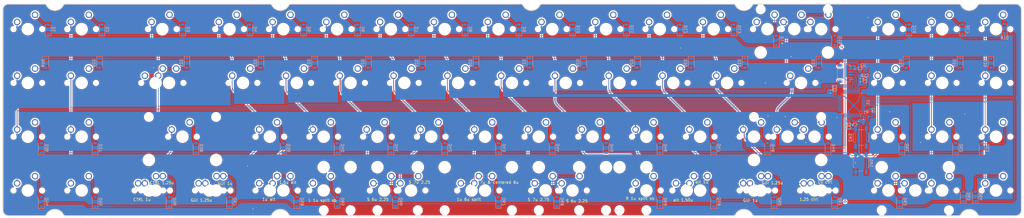
<source format=kicad_pcb>
(kicad_pcb (version 20221018) (generator pcbnew)
  (layers (0 "F.Cu" signal) (31 "B.Cu" signal) (34 "B.Paste" user) (35 "F.Paste" user) (36 "B.SilkS" user "B.Silkscreen") (37 "F.SilkS" user "F.Silkscreen") (38 "B.Mask" user) (39 "F.Mask" user) (44 "Edge.Cuts" user))
  (net 0 "")
  (net 1 "+3V3")
  (net 2 "GND")
  (net 3 "~{RST}")
  (net 4 "+5V")
  (net 5 "ROW1")
  (net 6 "Net-(D1-A)")
  (net 7 "Net-(D2-A)")
  (net 8 "Net-(D3-A)")
  (net 9 "Net-(D4-A)")
  (net 10 "Net-(D5-A)")
  (net 11 "Net-(D6-A)")
  (net 12 "Net-(D7-A)")
  (net 13 "Net-(D8-A)")
  (net 14 "Net-(D9-A)")
  (net 15 "Net-(D10-A)")
  (net 16 "Net-(D11-A)")
  (net 17 "Net-(D12-A)")
  (net 18 "Net-(D13-A)")
  (net 19 "Net-(D14-A)")
  (net 20 "ROW4")
  (net 21 "Net-(D15-A)")
  (net 22 "Net-(D16-A)")
  (net 23 "Net-(D17-A)")
  (net 24 "Net-(D18-A)")
  (net 25 "ROW2")
  (net 26 "Net-(D19-A)")
  (net 27 "Net-(D20-A)")
  (net 28 "Net-(D21-A)")
  (net 29 "Net-(D22-A)")
  (net 30 "Net-(D23-A)")
  (net 31 "Net-(D24-A)")
  (net 32 "Net-(D25-A)")
  (net 33 "Net-(D26-A)")
  (net 34 "Net-(D27-A)")
  (net 35 "Net-(D28-A)")
  (net 36 "Net-(D29-A)")
  (net 37 "Net-(D30-A)")
  (net 38 "Net-(D31-A)")
  (net 39 "Net-(D32-A)")
  (net 40 "Net-(D33-A)")
  (net 41 "Net-(D34-A)")
  (net 42 "Net-(D35-A)")
  (net 43 "ROW3")
  (net 44 "Net-(D36-A)")
  (net 45 "Net-(D37-A)")
  (net 46 "Net-(D38-A)")
  (net 47 "Net-(D39-A)")
  (net 48 "Net-(D40-A)")
  (net 49 "Net-(D41-A)")
  (net 50 "Net-(D42-A)")
  (net 51 "Net-(D43-A)")
  (net 52 "Net-(D44-A)")
  (net 53 "Net-(D45-A)")
  (net 54 "Net-(D46-A)")
  (net 55 "Net-(D47-A)")
  (net 56 "Net-(D48-A)")
  (net 57 "Net-(D49-A)")
  (net 58 "Net-(D51-A)")
  (net 59 "Net-(D52-A)")
  (net 60 "Net-(D53-A)")
  (net 61 "Net-(D54-A)")
  (net 62 "Net-(D55-A)")
  (net 63 "Net-(D56-A)")
  (net 64 "Net-(D57-A)")
  (net 65 "Net-(D58-A)")
  (net 66 "Net-(D59-A)")
  (net 67 "Net-(D60-A)")
  (net 68 "Net-(D61-A)")
  (net 69 "Net-(D62-A)")
  (net 70 "Net-(D63-A)")
  (net 71 "Net-(D64-A)")
  (net 72 "Net-(D65-A)")
  (net 73 "Net-(D66-A)")
  (net 74 "Net-(D67-A)")
  (net 75 "Net-(D68-A)")
  (net 76 "Net-(D69-A)")
  (net 77 "D-")
  (net 78 "D+")
  (net 79 "COL01")
  (net 80 "COL02")
  (net 81 "COL03")
  (net 82 "COL04")
  (net 83 "COL05")
  (net 84 "COL06")
  (net 85 "COL07")
  (net 86 "COL08")
  (net 87 "COL09")
  (net 88 "COL10")
  (net 89 "COL11")
  (net 90 "COL12")
  (net 91 "COL13")
  (net 92 "COL14")
  (net 93 "COL15")
  (net 94 "COL16")
  (net 95 "COL17")
  (net 96 "BOOT0")
  (footprint "PCM_marbastlib-mx:SW_MX_1u" (layer "F.Cu") (at 289.916414 56.615)
    (fp_text reference "MX32" hide)
    (fp_text value ";")
  )
  (footprint "PCM_marbastlib-mx:SW_MX_1u" (layer "F.Cu") (at 85.128914 94.715)
    (fp_text reference "MX57" hide)
    (fp_text value "CTRL 1u")
  )
  (footprint "PCM_marbastlib-mx:SW_MX_1u" (layer "F.Cu") (at 304.203914 37.565)
    (fp_text reference "MX14" hide)
    (fp_text value "[")
  )
  (footprint "PCM_marbastlib-mx:SW_MX_1u" (layer "F.Cu") (at 147.041414 75.665)
    (fp_text reference "MX41" hide)
    (fp_text value "X")
  )
  (footprint "PCM_marbastlib-mx:SW_MX_1u" (layer "F.Cu") (at 270.866414 56.615)
    (fp_text reference "MX31" hide)
    (fp_text value "L")
  )
  (footprint "PCM_marbastlib-mx:SW_MX_1u" (layer "F.Cu") (at 232.766414 56.615)
    (fp_text reference "MX29" hide)
    (fp_text value "J")
  )
  (footprint "PCM_marbastlib-mx:SW_MX_1u" (layer "F.Cu") (at 175.616414 56.615)
    (fp_text reference "MX26" hide)
    (fp_text value "F")
  )
  (footprint "PCM_marbastlib-mx:SW_MX_1u" (layer "F.Cu") (at 156.566414 56.615)
    (fp_text reference "MX25" hide)
    (fp_text value "D")
  )
  (footprint "PCM_marbastlib-mx:SW_MX_1u" (layer "F.Cu") (at 356.591414 94.715)
    (fp_text reference "MX64" hide)
    (fp_text value "2u 0")
  )
  (footprint "PCM_marbastlib-mx:SW_MX_1.25u" (layer "F.Cu") (at 106.560164 94.715)
    (fp_text reference "MX58" hide)
    (fp_text value "GUI 1.25u")
  )
  (footprint "PCM_marbastlib-mx:SW_MX_1u" (layer "F.Cu") (at 228.003914 37.565)
    (fp_text reference "MX10" hide)
    (fp_text value "U")
  )
  (footprint "PCM_marbastlib-mx:STAB_MX_2u" (layer "F.Cu") (at 356.591414 94.715 180)
    (fp_text reference "S2" hide)
    (fp_text value "2u")
  )
  (footprint "PCM_marbastlib-mx:SW_MX_1u" (layer "F.Cu") (at 385.166414 37.565)
    (fp_text reference "MX19" hide)
    (fp_text value "9")
  )
  (footprint "PCM_marbastlib-mx:SW_MX_1u" (layer "F.Cu") (at 170.853914 37.565)
    (fp_text reference "MX7" hide)
    (fp_text value "R")
  )
  (footprint "PCM_marbastlib-mx:SW_MX_1.25u" (layer "F.Cu") (at 87.510164 94.715)
    (fp_text reference "MX70" hide)
    (fp_text value "CTRL 1.25u")
  )
  (footprint "PCM_marbastlib-mx:SW_MX_1u" (layer "F.Cu") (at 42.266414 94.715)
    (fp_text reference "MX55" hide)
    (fp_text value "F4")
  )
  (footprint "PCM_marbastlib-mx:SW_MX_1u" (layer "F.Cu") (at 385.166414 56.615)
    (fp_text reference "MX36" hide)
    (fp_text value "6")
  )
  (footprint "PCM_marbastlib-mx:SW_MX_1u" (layer "F.Cu") (at 166.091414 75.665)
    (fp_text reference "MX42" hide)
    (fp_text value "C")
  )
  (footprint "PCM_marbastlib-mx:SW_MX_1u" (layer "F.Cu") (at 285.153914 37.565)
    (fp_text reference "MX13" hide)
    (fp_text value "P")
  )
  (footprint "PCM_marbastlib-mx:SW_MX_1u" (layer "F.Cu") (at 261.341414 94.715)
    (fp_text reference "MX77" hide)
    (fp_text value "R 1u split sb")
  )
  (footprint "PCM_marbastlib-mx:SW_MX_1u" (layer "F.Cu") (at 347.066414 75.665)
    (fp_text reference "MX52" hide)
    (fp_text value "1")
  )
  (footprint "PCM_marbastlib-mx:SW_MX_1u" (layer "F.Cu") (at 127.991414 75.665)
    (fp_text reference "MX40" hide)
    (fp_text value "Z")
  )
  (footprint "PCM_marbastlib-mx:STAB_MX_6u" (layer "F.Cu") (at 204.191414 94.715 180)
    (fp_text reference "S10" hide)
    (fp_text value "6u")
  )
  (footprint "PCM_marbastlib-mx:SW_MX_1u" (layer "F.Cu") (at 213.716414 56.615)
    (fp_text reference "MX28" hide)
    (fp_text value "H")
  )
  (footprint "" (layer "F.Cu") (at 330.4 55.75 180)
    (fp_text reference "")
    (fp_text value "")
  )
  (footprint "PCM_marbastlib-mx:SW_MX_1u" (layer "F.Cu") (at 225.622664 94.715)
    (fp_text reference "MX76" hide)
    (fp_text value "S 7u 2.75")
  )
  (footprint "PCM_marbastlib-mx:SW_MX_1u" (layer "F.Cu") (at 247.053914 37.565)
    (fp_text reference "MX11" hide)
    (fp_text value "I")
  )
  (footprint "PCM_marbastlib-mx:SW_MX_1u" (layer "F.Cu") (at 61.316414 56.615)
    (fp_text reference "MX21" hide)
    (fp_text value "F6")
  )
  (footprint "PCM_marbastlib-mx:SW_MX_1u" (layer "F.Cu") (at 194.666414 56.615)
    (fp_text reference "MX27" hide)
    (fp_text value "G")
  )
  (footprint "PCM_marbastlib-mx:STAB_MX_2.25u" (layer "F.Cu") (at 311.347664 75.665)
    (fp_text reference "S3" hide)
    (fp_text value "2.25")
  )
  (footprint "PCM_marbastlib-mx:SW_MX_1u" (layer "F.Cu") (at 242.291414 75.665)
    (fp_text reference "MX46" hide)
    (fp_text value "M")
  )
  (footprint "PCM_marbastlib-mx:SW_MX_1u" (layer "F.Cu") (at 208.953914 37.565)
    (fp_text reference "MX9" hide)
    (fp_text value "Y")
  )
  (footprint "PCM_marbastlib-mx:SW_MX_1u" (layer "F.Cu") (at 61.316414 37.565)
    (fp_text reference "MX2" hide)
    (fp_text value "F5")
  )
  (footprint "PCM_marbastlib-mx:SW_MX_1u" (layer "F.Cu") (at 108.941414 94.715)
    (fp_text reference "MX71" hide)
    (fp_text value "GUI 1u")
  )
  (footprint "PCM_marbastlib-mx:SW_MX_1.25u" (layer "F.Cu") (at 301.822664 94.715)
    (fp_text reference "MX61" hide)
    (fp_text value "GUI 1.25u")
  )
  (footprint "PCM_marbastlib-mx:SW_MX_1u" (layer "F.Cu") (at 42.266414 75.665)
    (fp_text reference "MX37" hide)
    (fp_text value "F3")
  )
  (footprint "PCM_marbastlib-mx:SW_MX_1.5u" (layer "F.Cu") (at 275.628914 94.715)
    (fp_text reference "MX67" hide)
    (fp_text value "alt 1.50u")
  )
  (footprint "PCM_marbastlib-mx:SW_MX_1u" (layer "F.Cu") (at 347.066414 37.565)
    (fp_text reference "MX17" hide)
    (fp_text value "7")
  )
  (footprint "PCM_marbastlib-mx:SW_MX_1u" (layer "F.Cu") (at 347.066414 94.715)
    (fp_text reference "MX63" hide)
    (fp_text value "0")
  )
  (footprint "PCM_marbastlib-mx:SW_MX_1u" (layer "F.Cu") (at 266.103914 37.565)
    (fp_text reference "MX12" hide)
    (fp_text value "O")
  )
  (footprint "PCM_marbastlib-mx:SW_MX_1u" (layer "F.Cu") (at 61.316414 94.715)
    (fp_text reference "MX56" hide)
    (fp_text value "F8")
  )
  (footprint "PCM_marbastlib-mx:SW_MX_1u" (layer "F.Cu") (at 299.441414 94.715)
    (fp_text reference "MX68" hide)
    (fp_text value "GUI 1u")
  )
  (footprint "PCM_marbastlib-mx:SW_MX_1u" (layer "F.Cu") (at 42.266414 56.615)
    (fp_text reference "MX20" hide)
    (fp_text value "F2")
  )
  (footprint "" (layer "F.Cu") (at 330.4 50.2)
    (fp_text reference "")
    (fp_text value "")
  )
  (footprint "PCM_marbastlib-mx:SW_MX_1u" (layer "F.Cu") (at 366.116414 56.615)
    (fp_text reference "MX35" hide)
    (fp_text value "5")
  )
  (footprint "" (layer "F.Cu") (at 330.360001 50.76)
    (fp_text reference "")
    (fp_text value "")
  )
  (footprint "PCM_marbastlib-mx:SW_MX_1u" (layer "F.Cu") (at 147.041414 94.715)
    (fp_text reference "MX73" hide)
    (fp_text value "L 1u split sb")
  )
  (footprint "PCM_marbastlib-mx:SW_MX_1u" (layer "F.Cu") (at 347.066414 56.615)
    (fp_text reference "MX34" hide)
    (fp_text value "4")
  )
  (footprint "PCM_marbastlib-mx:SW_MX_1u" (layer "F.Cu") (at 313.728914 37.565)
    (fp_text reference "MX15" hide)
    (fp_text value "]")
  )
  (footprint "PCM_marbastlib-mx:STAB_MX_7u" (layer "F.Cu") (at 204.191414 94.715 180)
    (fp_text reference "S9" hide)
    (fp_text value "7u")
  )
  (footprint "PCM_marbastlib-mx:SW_MX_1u" (layer "F.Cu") (at 366.116414 75.665)
    (fp_text reference "MX53" hide)
    (fp_text value "2")
  )
  (footprint "PCM_marbastlib-mx:SW_MX_1u" (layer "F.Cu") (at 280.391414 94.715)
    (fp_text reference "MX60" hide)
    (fp_text value "alt 1u")
  )
  (footprint "PCM_marbastlib-mx:SW_MX_1u" (layer "F.Cu") (at 168.472664 94.715)
    (fp_text reference "MX78" hide)
    (fp_text value "S 6u 2.25")
  )
  (footprint "PCM_marbastlib-mx:STAB_MX_2.25u" (layer "F.Cu") (at 97.035164 75.665)
    (fp_text reference "S7" hide)
    (fp_text value "2.25")
  )
  (footprint "PCM_marbastlib-mx:SW_MX_1u" (layer "F.Cu") (at 323.253914 94.715)
    (fp_text reference "MX62" hide)
    (fp_text value "1u ctrl")
  )
  (footprint "PCM_marbastlib-mx:SW_MX_1u" (layer "F.Cu") (at 118.466414 56.615)
    (fp_text reference "MX23" hide)
    (fp_text value "A")
  )
  (footprint "PCM_marbastlib-mx:STAB_MX_2.75u" (layer "F.Cu") (at 235.147664 94.715 180)
    (fp_text reference "S5" hide)
    (fp_text value "2.75")
  )
  (footprint "PCM_marbastlib-mx:SW_MX_1.5u" (layer "F.Cu") (at 132.753914 94.715)
    (fp_text reference "MX72" hide)
    (fp_text value "1.5u alt")
  )
  (footprint "PCM_marbastlib-mx:SW_MX_1u" (layer "F.Cu") (at 223.241414 75.665)
    (fp_text reference "MX45" hide)
    (fp_text value "N")
  )
  (footprint "PCM_marbastlib-mx:SW_MX_1u" (layer "F.Cu") (at 185.141414 75.665)
    (fp_text reference "MX43" hide)
    (fp_text value "V")
  )
  (footprint "PCM_marbastlib-mx:SW_MX_1u" (layer "F.Cu") (at 261.341414 75.665)
    (fp_text reference "MX47" hide)
    (fp_text value ".")
  )
  (footprint "PCM_marbastlib-mx:SW_MX_1u" (layer "F.Cu") (at 385.166414 75.665)
    (fp_text reference "MX54" hide)
    (fp_text value "3")
  )
  (footprint "PCM_marbastlib-mx:SW_MX_1u" (layer "F.Cu") (at 204.191414 94.715)
    (fp_text reference "MX75" hide)
    (fp_text value "7u & centered 6u")
  )
  (footprint "PCM_marbastlib-mx:STAB_MX_2u" (layer "F.Cu") (at 313.728914 37.565)
    (fp_text reference "S1" hide)
    (fp_text value "2u")
  )
  (footprint "PCM_marbastlib-mx:SW_MX_1u" (layer "F.Cu") (at 189.903914 37.565)
    (fp_text reference "MX8" hide)
    (fp_text value "T")
  )
  (footprint "PCM_marbastlib-mx:STAB_MX_2.25u" (layer "F.Cu") (at 177.997664 94.715 180)
    (fp_text reference "S11" hide)
    (fp_text value "2.25")
  )
  (footprint "PCM_marbastlib-mx:SW_MX_1u" (layer "F.Cu") (at 204.191414 75.665)
    (fp_text reference "MX44" hide)
    (fp_text value "B")
  )
  (footprint "PCM_marbastlib-mx:STAB_MX_2.75u" (layer "F.Cu") (at 225.622664 94.715 180)
    (fp_text reference "S8" hide)
    (fp_text value "2.75")
  )
  (footprint "PCM_marbastlib-mx:SW_MX_1.25u" (layer "F.Cu") (at 87.510164 56.615)
    (fp_text reference "MX81" hide)
    (fp_text value "CL")
  )
  (footprint "PCM_marbastlib-mx:SW_MX_1u" (layer "F.Cu") (at 97.035164 75.665)
    (fp_text reference "MX39" hide)
    (fp_text value "LS")
  )
  (footprint "" (layer "F.Cu") (at 330.410001 56.320001 180)
    (fp_text reference "")
    (fp_text value "")
  )
  (footprint "PCM_marbastlib-mx:SW_MX_1u" (layer "F.Cu") (at 366.116414 94.715)
    (fp_text reference "MX65" hide)
    (fp_text value ".")
  )
  (footprint "PCM_marbastlib-mx:SW_MX_1u" (layer "F.Cu") (at 113.703914 37.565)
    (fp_text reference "MX4" hide)
    (fp_text value "Q")
  )
  (footprint "PCM_marbastlib-mx:SW_MX_1u" (layer "F.Cu") (at 61.316414 75.665)
    (fp_text reference "MX38" hide)
    (fp_text value "F7")
  )
  (footprint "PCM_marbastlib-mx:STAB_MX_2.25u" (layer "F.Cu") (at 168.472664 94.715 180)
    (fp_text reference "S12" hide)
    (fp_text value "2.25")
  )
  (footprint "PCM_marbastlib-mx:SW_MX_1u" (layer "F.Cu") (at 280.391414 75.665)
    (fp_text reference "MX48" hide)
    (fp_text value ",")
  )
  (footprint "PCM_marbastlib-mx:SW_MX_1u" (layer "F.Cu") (at 132.753914 37.565)
    (fp_text reference "MX5" hide)
    (fp_text value "W")
  )
  (footprint "PCM_marbastlib-mx:SW_MX_1u" (layer "F.Cu") (at 385.166414 94.715)
    (fp_text reference "MX66" hide)
    (fp_text value ".")
  )
  (footprint "PCM_marbastlib-mx:SW_MX_1u" (layer "F.Cu") (at 151.803914 37.565)
    (fp_text reference "MX6" hide)
    (fp_text value "E")
  )
  (footprint "PCM_marbastlib-mx:SW_MX_1u" (layer "F.Cu") (at 177.997664 94.715)
    (fp_text reference "MX74" hide)
    (fp_text value "S 7u 2.25")
  )
  (footprint "" (layer "F.Cu") (at 329.320001 50.750001)
    (fp_text reference "")
    (fp_text value "")
  )
  (footprint "PCM_marbastlib-mx:SW_MX_1u" (layer "F.Cu") (at 323.253914 37.565)
    (fp_text reference "MX16" hide)
    (fp_text value "BS")
  )
  (footprint "PCM_marbastlib-mx:SW_MX_1.75u" (layer "F.Cu") (at 92.272664 56.615)
    (fp_text reference "MX22" hide)
    (fp_text value "CL")
  )
  (footprint "PCM_marbastlib-mx:SW_MX_1u" (layer "F.Cu") (at 127.991414 94.715)
    (fp_text reference "MX59" hide)
    (fp_text value "1u alt")
  )
  (footprint "" (layer "F.Cu") (at 329.360002 55.740001 180)
    (fp_text reference "")
    (fp_text value "")
  )
  (footprint "PCM_marbastlib-mx:SW_MX_1u" (layer "F.Cu") (at 251.816414 56.615)
    (fp_text reference "MX30" hide)
    (fp_text value "K")
  )
  (footprint "PCM_marbastlib-mx:SW_MX_1u" (layer "F.Cu") (at 366.116414 37.565)
    (fp_text reference "MX18" hide)
    (fp_text value "8")
  )
  (footprint "PCM_marbastlib-mx:SW_MX_1u" (layer "F.Cu") (at 199.428914 94.715)
    (fp_text reference "MX79" hide)
    (fp_text value "1u 6u split")
  )
  (footprint "" (layer "F.Cu") (at 329.840001 50.770001)
    (fp_text reference "")
    (fp_text value "")
  )
  (footprint "PCM_marbastlib-mx:SW_MX_1.25u" (layer "F.Cu") (at 320.872664 75.665)
    (fp_text reference "MX50" hide)
    (fp_text value "Shift 1.25")
  )
  (footprint "PCM_marbastlib-mx:SW_MX_1u" (layer "F.Cu") (at 311.347664 75.665)
    (fp_text reference "MX51" hide)
    (fp_text value "Shift 2.25u")
  )
  (footprint "PCM_marbastlib-mx:SW_MX_1u" (layer "F.Cu") (at 235.147664 94.715)
    (fp_text reference "MX80" hide)
    (fp_text value "S 6u 2.25")
  )
  (footprint "PCM_marbastlib-mx:SW_MX_1.75u" (layer "F.Cu") (at 316.110164 56.615)
    (fp_text reference "MX33" hide)
    (fp_text value "Enter")
  )
  (footprint "" (layer "F.Cu") (at 329.88 55.730001 180)
    (fp_text reference "")
    (fp_text value "")
  )
  (footprint "PCM_marbastlib-mx:SW_MX_1u" (layer "F.Cu") (at 42.266414 37.565)
    (fp_text reference "MX1" hide)
    (fp_text value "F1")
  )
  (footprint "PCM_marbastlib-mx:SW_MX_1.5u" (layer "F.Cu") (at 89.891414 37.565)
    (fp_text reference "MX3" hide)
    (fp_text value "TAB")
  )
  (footprint "PCM_marbastlib-mx:SW_MX_1u" (layer "F.Cu") (at 137.516414 56.615)
    (fp_text reference "MX24" hide)
    (fp_text value "S")
  )
  (footprint "PCM_marbastlib-mx:SW_MX_1.25u" (layer "F.Cu") (at 320.872664 94.715)
    (fp_text reference "MX69" hide)
    (fp_text value "1.25 ctrl")
  )
  (footprint "PCM_marbastlib-mx:SW_MX_1u" (layer "F.Cu") (at 299.441414 75.665)
    (fp_text reference "MX49" hide)
    (fp_text value "/")
  )
  (footprint "Diode_SMD:D_SOD-123" (layer "B.Cu") (at 120.906414 37.61875 90)
    (fp_text reference "D4")
    (fp_text value "D")
  )
  (footprint "Diode_SMD:D_SOD-123" (layer "B.Cu") (at 67.666414 49.575 -90)
    (fp_text reference "D20")
    (fp_text value "D")
  )
  (footprint "Diode_SMD:D_SOD-123" (layer "B.Cu") (at 325.635164 79.63375 90)
    (fp_text reference "D49")
    (fp_text value "D")
  )
  (footprint "Diode_SMD:D_SOD-123" (layer "B.Cu") (at 208.953914 98.68375 90)
    (fp_text reference "D67")
    (fp_text value "D")
  )
  (footprint "Diode_SMD:D_SOD-123" (layer "B.Cu") (at 132.753914 79.63375 90)
    (fp_text reference "D39")
    (fp_text value "D")
  )
  (footprint "Diode_SMD:D_SOD-123" (layer "B.Cu") (at 353.416414 49.575 -90)
    (fp_text reference "D33")
    (fp_text value "D")
  )
  (footprint "Diode_SMD:D_SOD-123" (layer "B.Cu") (at 137.516414 98.68375 90)
    (fp_text reference "D58")
    (fp_text value "D")
  )
  (footprint "Diode_SMD:D_SOD-123" (layer "B.Cu") (at 304.203914 79.63375 90)
    (fp_text reference "D48")
    (fp_text value "D")
  )
  (footprint "Diode_SMD:D_SOD-123" (layer "B.Cu") (at 101.797664 79.63375 90)
    (fp_text reference "D38")
    (fp_text value "D")
  )
  (footprint "Diode_SMD:D_SOD-123" (layer "B.Cu") (at 201.016414 49.575 -90)
    (fp_text reference "D26")
    (fp_text value "D")
  )
  (footprint "Diode_SMD:D_SOD-123" (layer "B.Cu") (at 306.585164 98.68375 90)
    (fp_text reference "D60")
    (fp_text value "D")
  )
  (footprint "Diode_SMD:D_SOD-123" (layer "B.Cu") (at 247.053914 79.63375 90)
    (fp_text reference "D45")
    (fp_text value "D")
  )
  (footprint "Diode_SMD:D_SOD-123" (layer "B.Cu") (at 266.103914 79.63375 90)
    (fp_text reference "D46")
    (fp_text value "D")
  )
  (footprint "Capacitor_SMD:C_0402_1005Metric" (layer "B.Cu") (at 338.72 56.23 180)
    (fp_text reference "C4")
    (fp_text value "4.7u")
  )
  (footprint "Diode_SMD:D_SOD-123" (layer "B.Cu") (at 370.878914 79.63375 90)
    (fp_text reference "D52")
    (fp_text value "D")
  )
  (footprint "Diode_SMD:D_SOD-123" (layer "B.Cu") (at 380.20625 79.63375 90)
    (fp_text reference "D53")
    (fp_text value "D")
  )
  (footprint "Button_Switch_SMD:SW_SPST_TL3342" (layer "B.Cu") (at 337.345102 75.982848 -90)
    (fp_text reference "SW2")
    (fp_text value "BOOT")
  )
  (footprint "Package_TO_SOT_SMD:SOT-23-3" (layer "B.Cu") (at 338.07 52.71 180)
    (fp_text reference "U2")
    (fp_text value "XC6206PxxxMR")
  )
  (footprint "Diode_SMD:D_SOD-123" (layer "B.Cu") (at 254.256414 37.61875 90)
    (fp_text reference "D11")
    (fp_text value "D")
  )
  (footprint "Capacitor_SMD:C_0402_1005Metric" (layer "B.Cu") (at 327.950884 59.166912 180)
    (fp_text reference "C9")
    (fp_text value "10n")
  )
  (footprint "Diode_SMD:D_SOD-123" (layer "B.Cu") (at 49.468914 37.61875 90)
    (fp_text reference "D1")
    (fp_text value "D")
  )
  (footprint "Diode_SMD:D_SOD-123" (layer "B.Cu") (at 322.460164 49.575 -90)
    (fp_text reference "D32")
    (fp_text value "D")
  )
  (footprint "Diode_SMD:D_SOD-123" (layer "B.Cu") (at 292.356414 37.61875 90)
    (fp_text reference "D13")
    (fp_text value "D")
  )
  (footprint "Diode_SMD:D_SOD-123" (layer "B.Cu") (at 372.466414 49.575 -90)
    (fp_text reference "D34")
    (fp_text value "D")
  )
  (footprint "Diode_SMD:D_SOD-123" (layer "B.Cu") (at 189.903914 79.63375 90)
    (fp_text reference "D42")
    (fp_text value "D")
  )
  (footprint "Button_Switch_SMD:SW_SPST_TL3342" (layer "B.Cu") (at 337.35 85.05 90)
    (fp_text reference "SW1")
    (fp_text value "RST")
  )
  (footprint "Diode_SMD:D_SOD-123" (layer "B.Cu") (at 92.272664 98.68375 90)
    (fp_text reference "D56")
    (fp_text value "D")
  )
  (footprint "Diode_SMD:D_SOD-123" (layer "B.Cu") (at 124.816414 49.575 -90)
    (fp_text reference "D22")
    (fp_text value "D" hide)
  )
  (footprint "Diode_SMD:D_SOD-123" (layer "B.Cu") (at 229.591414 98.68375 90)
    (fp_text reference "D68")
    (fp_text value "D")
  )
  (footprint "Diode_SMD:D_SOD-123" (layer "B.Cu") (at 285.153914 98.68375 90)
    (fp_text reference "D59")
    (fp_text value "D")
  )
  (footprint "Diode_SMD:D_SOD-123" (layer "B.Cu") (at 216.156414 37.61875 90)
    (fp_text reference "D9")
    (fp_text value "D")
  )
  (footprint "Diode_SMD:D_SOD-123" (layer "B.Cu") (at 162.916414 49.575 -90)
    (fp_text reference "D24")
    (fp_text value "D" hide)
  )
  (footprint "Diode_SMD:D_SOD-123" (layer "B.Cu") (at 97.093914 37.61875 90)
    (fp_text reference "D3")
    (fp_text value "D")
  )
  (footprint "Diode_SMD:D_SOD-123" (layer "B.Cu") (at 354.268914 37.61875 90)
    (fp_text reference "D16")
    (fp_text value "D")
  )
  (footprint "Diode_SMD:D_SOD-123" (layer "B.Cu") (at 373.318914 37.61875 90)
    (fp_text reference "D17")
    (fp_text value "D")
  )
  (footprint "Diode_SMD:D_SOD-123" (layer "B.Cu") (at 235.206414 37.61875 90)
    (fp_text reference "D10")
    (fp_text value "D")
  )
  (footprint "Diode_SMD:D_SOD-123" (layer "B.Cu") (at 151.803914 79.69625 90)
    (fp_text reference "D40")
    (fp_text value "D")
  )
  (footprint "Diode_SMD:D_SOD-123" (layer "B.Cu") (at 170.853914 79.63375 90)
    (fp_text reference "D41")
    (fp_text value "D")
  )
  (footprint "Diode_SMD:D_SOD-123" (layer "B.Cu") (at 197.106414 37.61875 90)
    (fp_text reference "D8")
    (fp_text value "D")
  )
  (footprint "Diode_SMD:D_SOD-123" (layer "B.Cu") (at 159.006414 37.61875 90)
    (fp_text reference "D6")
    (fp_text value "D")
  )
  (footprint "Package_QFP:LQFP-48_7x7mm_P0.5mm" (layer "B.Cu") (at 334.0951 63.945348 90)
    (fp_text reference "U1")
    (fp_text value "STM32F072CBTx")
  )
  (footprint "Capacitor_SMD:C_0402_1005Metric" (layer "B.Cu") (at 335.160041 70.189958)
    (fp_text reference "C1")
    (fp_text value "100n")
  )
  (footprint "Diode_SMD:D_SOD-123" (layer "B.Cu") (at 68.518914 37.61875 90)
    (fp_text reference "D2")
    (fp_text value "D")
  )
  (footprint "Capacitor_SMD:C_0402_1005Metric" (layer "B.Cu") (at 327.980002 60.270001 180)
    (fp_text reference "C8")
    (fp_text value "100n" hide)
  )
  (footprint "Diode_SMD:D_SOD-123" (layer "B.Cu") (at 98.622664 49.575 -90)
    (fp_text reference "D21")
    (fp_text value "D" hide)
  )
  (footprint "Diode_SMD:D_SOD-123" (layer "B.Cu") (at 258.166414 49.575 -90)
    (fp_text reference "D29")
    (fp_text value "D")
  )
  (footprint "Diode_SMD:D_SOD-123" (layer "B.Cu") (at 307.378914 41.53375 90)
    (fp_text reference "D14")
    (fp_text value "D")
  )
  (footprint "Diode_SMD:D_SOD-123" (layer "B.Cu") (at 47.028914 79.63375 90)
    (fp_text reference "D36")
    (fp_text value "D")
  )
  (footprint "Capacitor_SMD:C_0402_1005Metric" (layer "B.Cu") (at 338.720002 57.3048 180)
    (fp_text reference "C7")
    (fp_text value "100n")
  )
  (footprint "Diode_SMD:D_SOD-123" (layer "B.Cu") (at 143.866414 49.575 -90)
    (fp_text reference "D23")
    (fp_text value "D" hide)
  )
  (footprint "Diode_SMD:D_SOD-123" (layer "B.Cu") (at 172.441414 98.68375 90)
    (fp_text reference "D66")
    (fp_text value "D")
  )
  (footprint "Diode_SMD:D_SOD-123" (layer "B.Cu") (at 220.066414 49.575 -90)
    (fp_text reference "D27")
    (fp_text value "D")
  )
  (footprint "Capacitor_SMD:C_0402_1005Metric" (layer "B.Cu") (at 332.91 70.218484)
    (fp_text reference "C6")
    (fp_text value "100n")
  )
  (footprint "Diode_SMD:D_SOD-123" (layer "B.Cu") (at 373.566414 96.8375 90)
    (fp_text reference "D63")
    (fp_text value "D")
  )
  (footprint "Diode_SMD:D_SOD-123" (layer "B.Cu") (at 266.103914 98.68375 90)
    (fp_text reference "D69")
    (fp_text value "D")
  )
  (footprint "Diode_SMD:D_SOD-123" (layer "B.Cu") (at 296.266414 49.575 -90)
    (fp_text reference "D31")
    (fp_text value "D")
  )
  (footprint "Capacitor_SMD:C_0402_1005Metric" (layer "B.Cu") (at 336.91 50.41)
    (fp_text reference "C2")
    (fp_text value "1u")
  )
  (footprint "Diode_SMD:D_SOD-123" (layer "B.Cu") (at 351.828914 79.63375 90)
    (fp_text reference "D51")
    (fp_text value "D")
  )
  (footprint "Connector_JST:JST_SH_SM04B-SRSS-TB_1x04-1MP_P1.00mm_Horizontal" (layer "B.Cu") (at 331.7 53.25 90)
    (fp_text reference "J1" hide)
    (fp_text value "JST SH 4p")
  )
  (footprint "Diode_SMD:D_SOD-123" (layer "B.Cu") (at 139.956414 37.61875 90)
    (fp_text reference "D5")
    (fp_text value "D")
  )
  (footprint "Diode_SMD:D_SOD-123" (layer "B.Cu") (at 383.38125 49.575 -90)
    (fp_text reference "D35")
    (fp_text value "D")
  )
  (footprint "Diode_SMD:D_SOD-123" (layer "B.Cu") (at 47.028914 98.68375 90)
    (fp_text reference "D54")
    (fp_text value "D")
  )
  (footprint "Diode_SMD:D_SOD-123" (layer "B.Cu") (at 48.616414 49.575 -90)
    (fp_text reference "D19")
    (fp_text value "D")
  )
  (footprint "Diode_SMD:D_SOD-123" (layer "B.Cu") (at 208.953914 79.63375 90)
    (fp_text reference "D43")
    (fp_text value "D")
  )
  (footprint "Diode_SMD:D_SOD-123" (layer "B.Cu") (at 273.306414 37.61875 90)
    (fp_text reference "D12")
    (fp_text value "D")
  )
  (footprint "Diode_SMD:D_SOD-123" (layer "B.Cu") (at 328.016414 41.53375 90)
    (fp_text reference "D15")
    (fp_text value "D")
  )
  (footprint "Diode_SMD:D_SOD-123" (layer "B.Cu") (at 328.016414 98.68375 90)
    (fp_text reference "D61")
    (fp_text value "D")
  )
  (footprint "Capacitor_SMD:C_0402_1005Metric" (layer "B.Cu") (at 332.910328 71.397341)
    (fp_text reference "C3")
    (fp_text value "1u")
  )
  (footprint "Diode_SMD:D_SOD-123" (layer "B.Cu") (at 239.116414 49.575 -90)
    (fp_text reference "D28")
    (fp_text value "D")
  )
  (footprint "Diode_SMD:D_SOD-123" (layer "B.Cu") (at 66.078914 98.68375 90)
    (fp_text reference "D55")
    (fp_text value "D")
  )
  (footprint "Capacitor_SMD:C_0402_1005Metric" (layer "B.Cu") (at 340.537901 66.297901 90)
    (fp_text reference "C5")
    (fp_text value "100n")
  )
  (footprint "Resistor_SMD:R_0603_1608Metric" (layer "B.Cu") (at 339.085041 68.464958 180)
    (fp_text reference "R1")
    (fp_text value "10k")
  )
  (footprint "Diode_SMD:D_SOD-123" (layer "B.Cu") (at 66.078914 79.63375 90)
    (fp_text reference "D37")
    (fp_text value "D")
  )
  (footprint "Diode_SMD:D_SOD-123" (layer "B.Cu") (at 277.216414 49.575 -90)
    (fp_text reference "D30")
    (fp_text value "D")
  )
  (footprint "Diode_SMD:D_SOD-123" (layer "B.Cu") (at 388.14375 37.30625 90)
    (fp_text reference "D18")
    (fp_text value "D")
  )
  (footprint "Diode_SMD:D_SOD-123" (layer "B.Cu") (at 228.003914 79.63375 90)
    (fp_text reference "D44")
    (fp_text value "D")
  )
  (footprint "Diode_SMD:D_SOD-123" (layer "B.Cu") (at 181.966414 49.575 -90)
    (fp_text reference "D25")
    (fp_text value "D")
  )
  (footprint "Diode_SMD:D_SOD-123" (layer "B.Cu") (at 113.703914 98.68375 90)
    (fp_text reference "D57")
    (fp_text value "D")
  )
  (footprint "Capacitor_SMD:C_0402_1005Metric" (layer "B.Cu") (at 338.747705 55.081732 180)
    (fp_text reference "C10")
    (fp_text value "1u")
  )
  (footprint "Diode_SMD:D_SOD-123" (layer "B.Cu") (at 377.825 96.8375 90)
    (fp_text reference "D64")
    (fp_text value "D")
  )
  (footprint "Diode_SMD:D_SOD-123" (layer "B.Cu") (at 351.035164 98.68375 90)
    (fp_text reference "D62")
    (fp_text value "D")
  )
  (footprint "Diode_SMD:D_SOD-123" (layer "B.Cu") (at 178.056414 37.61875 90)
    (fp_text reference "D7")
    (fp_text value "D")
  )
  (footprint "Diode_SMD:D_SOD-123" (layer "B.Cu") (at 285.153914 79.63375 90)
    (fp_text reference "D47")
    (fp_text value "D")
  )
  (footprint "Diode_SMD:D_SOD-123" (layer "B.Cu") (at 151.803914 98.68375 90)
    (fp_text reference "D65")
    (fp_text value "D")
  )
  (gr_arc (start 128.795385 103.204116) (mid 128.440402 103.57748) (end 127.943913 103.714999) (stroke (width 0.2)) (layer "Edge.Cuts"))
  (gr_arc (start 216.868914 28.634999) (mid 217.365402 28.772519) (end 217.720385 29.145881) (stroke (width 0.2)) (layer "Edge.Cuts"))
  (gr_arc (start 299.618914 103.714999) (mid 299.122425 103.57748) (end 298.767443 103.204116) (stroke (width 0.2)) (layer "Edge.Cuts"))
  (gr_arc (start 223.517443 29.145881) (mid 223.872425 28.772518) (end 224.368914 28.634999) (stroke (width 0.2)) (layer "Edge.Cuts"))
  (gr_arc (start 128.795385 103.204116) (mid 131.693914 101.464999) (end 134.592443 103.204116) (stroke (width 0.2)) (layer "Edge.Cuts"))
  (gr_line (start 35.366414 103.714998) (end 48.106414 103.715) (stroke (width 0.2)) (layer "Edge.Cuts"))
  (gr_arc (start 378.604943 29.145882) (mid 378.959925 28.772519) (end 379.456414 28.634999) (stroke (width 0.2)) (layer "Edge.Cuts"))
  (gr_line (start 194.722642 28.634999) (end 213.790185 28.634999) (stroke (width 0.2)) (layer "Edge.Cuts"))
  (gr_arc (start 134.592443 29.14588) (mid 131.693914 30.884999) (end 128.795385 29.14588) (stroke (width 0.2)) (layer "Edge.Cuts"))
  (gr_arc (start 394.196414 101.714998) (mid 393.610629 103.129213) (end 392.196414 103.714998) (stroke (width 0.2)) (layer "Edge.Cuts"))
  (gr_line (start 216.868914 28.634999) (end 213.790185 28.634999) (stroke (width 0.2)) (layer "Edge.Cuts"))
  (gr_line (start 394.196414 33.50839) (end 394.196414 30.634998) (stroke (width 0.2)) (layer "Edge.Cuts"))
  (gr_line (start 33.366414 30.634998) (end 33.366414 101.714998) (stroke (width 0.2)) (layer "Edge.Cuts"))
  (gr_arc (start 298.767443 29.14588) (mid 295.868914 30.884999) (end 292.970385 29.14588) (stroke (width 0.2)) (layer "Edge.Cuts"))
  (gr_arc (start 223.517443 29.145881) (mid 220.618915 30.884998) (end 217.720385 29.145881) (stroke (width 0.2)) (layer "Edge.Cuts"))
  (gr_line (start 55.606413 103.714999) (end 127.943913 103.714999) (stroke (width 0.2)) (layer "Edge.Cuts"))
  (gr_arc (start 292.118914 28.634998) (mid 292.615403 28.772517) (end 292.970385 29.14588) (stroke (width 0.2)) (layer "Edge.Cuts"))
  (gr_line (start 292.118914 28.634998) (end 224.368914 28.634999) (stroke (width 0.2)) (layer "Edge.Cuts"))
  (gr_arc (start 298.767443 29.14588) (mid 299.122426 28.772517) (end 299.618915 28.634998) (stroke (width 0.2)) (layer "Edge.Cuts"))
  (gr_arc (start 292.970385 103.204116) (mid 295.868914 101.464999) (end 298.767443 103.204116) (stroke (width 0.2)) (layer "Edge.Cuts"))
  (gr_line (start 371.956414 28.634999) (end 299.618915 28.634998) (stroke (width 0.2)) (layer "Edge.Cuts"))
  (gr_arc (start 127.943913 28.634999) (mid 128.440401 28.772518) (end 128.795385 29.14588) (stroke (width 0.2)) (layer "Edge.Cuts"))
  (gr_arc (start 372.807885 103.204117) (mid 375.706414 101.464998) (end 378.604943 103.204117) (stroke (width 0.2)) (layer "Edge.Cuts"))
  (gr_line (start 392.196414 28.634998) (end 379.456414 28.634999) (stroke (width 0.2)) (layer "Edge.Cuts"))
  (gr_arc (start 33.366414 30.634998) (mid 33.952201 29.220785) (end 35.366414 28.634998) (stroke (width 0.2)) (layer "Edge.Cuts"))
  (gr_arc (start 371.956414 28.634999) (mid 372.452903 28.772518) (end 372.807885 29.145882) (stroke (width 0.2)) (layer "Edge.Cuts"))
  (gr_line (start 394.196414 101.714998) (end 394.196413 41.691607) (stroke (width 0.2)) (layer "Edge.Cuts"))
  (gr_arc (start 55.606413 103.714999) (mid 55.109925 103.577479) (end 54.754943 103.204117) (stroke (width 0.2)) (layer "Edge.Cuts"))
  (gr_line (start 127.943913 28.634999) (end 55.606413 28.634999) (stroke (width 0.2)) (layer "Edge.Cuts"))
  (gr_line (start 394.196414 33.50839) (end 394.196413 41.691607) (stroke (width 0.2)) (layer "Edge.Cuts"))
  (gr_line (start 135.443914 103.714998) (end 292.118914 103.714998) (stroke (width 0.2)) (layer "Edge.Cuts"))
  (gr_arc (start 378.604943 29.145882) (mid 375.706414 30.884999) (end 372.807885 29.145882) (stroke (width 0.2)) (layer "Edge.Cuts"))
  (gr_line (start 299.618914 103.714999) (end 371.956414 103.714999) (stroke (width 0.2)) (layer "Edge.Cuts"))
  (gr_line (start 379.456414 103.715) (end 392.196414 103.714998) (stroke (width 0.2)) (layer "Edge.Cuts"))
  (gr_arc (start 135.443914 103.714998) (mid 134.947426 103.577479) (end 134.592443 103.204116) (stroke (width 0.2)) (layer "Edge.Cuts"))
  (gr_arc (start 48.957885 103.204117) (mid 51.856414 101.464998) (end 54.754943 103.204117) (stroke (width 0.2)) (layer "Edge.Cuts"))
  (gr_arc (start 48.106414 28.634999) (mid 48.602903 28.772519) (end 48.957885 29.145882) (stroke (width 0.2)) (layer "Edge.Cuts"))
  (gr_arc (start 392.196414 28.634998) (mid 393.610628 29.220784) (end 394.196414 30.634998) (stroke (width 0.2)) (layer "Edge.Cuts"))
  (gr_arc (start 134.592443 29.14588) (mid 134.947425 28.772517) (end 135.443914 28.634998) (stroke (width 0.2)) (layer "Edge.Cuts"))
  (gr_arc (start 35.366414 103.714998) (mid 33.952201 103.129212) (end 33.366414 101.714998) (stroke (width 0.2)) (layer "Edge.Cuts"))
  (gr_arc (start 54.754943 29.145882) (mid 55.109925 28.772519) (end 55.606413 28.634999) (stroke (width 0.2)) (layer "Edge.Cuts"))
  (gr_arc (start 54.754943 29.145882) (mid 51.856414 30.884999) (end 48.957885 29.145882) (stroke (width 0.2)) (layer "Edge.Cuts"))
  (gr_line (start 194.722642 28.634999) (end 135.443914 28.634998) (stroke (width 0.2)) (layer "Edge.Cuts"))
  (gr_arc (start 48.957885 103.204117) (mid 48.602903 103.57748) (end 48.106414 103.715) (stroke (width 0.2)) (layer "Edge.Cuts"))
  (gr_arc (start 292.970385 103.204116) (mid 292.615403 103.577479) (end 292.118914 103.714998) (stroke (width 0.2)) (layer "Edge.Cuts"))
  (gr_arc (start 372.807885 103.204117) (mid 372.452903 103.57748) (end 371.956414 103.714999) (stroke (width 0.2)) (layer "Edge.Cuts"))
  (gr_arc (start 379.456414 103.715) (mid 378.959925 103.577481) (end 378.604943 103.204117) (stroke (width 0.2)) (layer "Edge.Cuts"))
  (gr_line (start 48.106414 28.634999) (end 35.366414 28.634998) (stroke (width 0.2)) (layer "Edge.Cuts"))
  (segment (start 332.845101 67.384942) (end 332.845101 67.385039) (width 0.3) (layer "B.Cu") (net 1))
  (segment (start 332.845101 67.363525) (end 332.845101 67.363533) (width 0.3) (layer "B.Cu") (net 1))
  (segment (start 332.845101 67.382183) (end 332.845101 67.382153) (width 0.3) (layer "B.Cu") (net 1))
  (segment (start 332.845101 67.437989) (end 332.845101 67.438198) (width 0.3) (layer "B.Cu") (net 1))
  (segment (start 332.8451 67.335889) (end 332.845101 67.335931) (width 0.3) (layer "B.Cu") (net 1))
  (segment (start 332.845101 67.341889) (end 332.845101 67.342037) (width 0.3) (layer "B.Cu") (net 1))
  (segment (start 332.8451 67.491205) (end 332.845101 67.491801) (width 0.3) (layer "B.Cu") (net 1))
  (segment (start 332.845101 67.411079) (end 332.845101 67.411103) (width 0.3) (layer "B.Cu") (net 1))
  (segment (start 332.8451 67.336814) (end 332.845101 67.336835) (width 0.3) (layer "B.Cu") (net 1))
  (segment (start 332.845101 67.381648) (end 332.845101 67.381681) (width 0.3) (layer "B.Cu") (net 1))
  (segment (start 332.845101 67.517997) (end 332.845101 67.518436) (width 0.3) (layer "B.Cu") (net 1))
  (segment (start 332.845101 67.371665) (end 332.845101 67.372253) (width 0.3) (layer "B.Cu") (net 1))
  (segment (start 332.8451 68.897793) (end 332.8451 68.107848) (width 0.3) (layer "B.Cu") (net 1))
  (segment (start 332.845101 67.38706) (end 332.845101 67.387108) (width 0.3) (layer "B.Cu") (net 1))
  (segment (start 332.845101 67.333496) (end 332.845101 67.333532) (width 0.3) (layer "B.Cu") (net 1))
  (segment (start 332.845101 67.381922) (end 332.8451 67.38194) (width 0.3) (layer "B.Cu") (net 1))
  (segment (start 332.8451 67.336005) (end 332.845101 67.33606) (width 0.3) (layer "B.Cu") (net 1))
  (segment (start 332.845101 67.433118) (end 332.845101 67.433232) (width 0.3) (layer "B.Cu") (net 1))
  (segment (start 332.845101 67.350995) (end 332.8451 67.350983) (width 0.3) (layer "B.Cu") (net 1))
  (segment (start 332.845101 67.375915) (end 332.845101 67.376014) (width 0.3) (layer "B.Cu") (net 1))
  (segment (start 332.845101 67.343358) (end 332.845101 67.343486) (width 0.3) (layer "B.Cu") (net 1))
  (segment (start 332.845101 67.435202) (end 332.8451 67.435229) (width 0.3) (layer "B.Cu") (net 1))
  (segment (start 332.845101 67.356772) (end 332.8451 67.357125) (width 0.3) (layer "B.Cu") (net 1))
  (segment (start 332.845101 67.478809) (end 332.845101 67.480418) (width 0.3) (layer "B.Cu") (net 1))
  (segment (start 332.8451 67.377119) (end 332.845101 67.377151) (width 0.3) (layer "B.Cu") (net 1))
  (segment (start 332.8451 67.334895) (end 332.845101 67.334944) (width 0.3) (layer "B.Cu") (net 1))
  (segment (start 332.845101 67.500634) (end 332.845101 67.500697) (width 0.3) (layer "B.Cu") (net 1))
  (segment (start 332.845101 67.355908) (end 332.845101 67.355898) (width 0.3) (layer "B.Cu") (net 1))
  (segment (start 332.845101 67.436619) (end 332.845101 67.436691) (width 0.3) (layer "B.Cu") (net 1))
  (segment (start 332.845101 67.342262) (end 332.8451 67.342362) (width 0.3) (layer "B.Cu") (net 1))
  (segment (start 332.845101 67.434658) (end 332.8451 67.43473) (width 0.3) (layer "B.Cu") (net 1))
  (segment (start 332.8451 67.426693) (end 332.845101 67.426719) (width 0.3) (layer "B.Cu") (net 1))
  (segment (start 332.845101 67.388159) (end 332.845101 67.388236) (width 0.3) (layer "B.Cu") (net 1))
  (segment (start 332.845101 67.451809) (end 332.845101 67.451113) (width 0.3) (layer "B.Cu") (net 1))
  (segment (start 332.845101 67.342445) (end 332.8451 67.342362) (width 0.3) (layer "B.Cu") (net 1))
  (segment (start 332.8451 67.332751) (end 332.845101 67.332807) (width 0.3) (layer "B.Cu") (net 1))
  (segment (start 332.845101 67.498274) (end 332.845101 67.498319) (width 0.3) (layer "B.Cu") (net 1))
  (segment (start 332.8451 67.384258) (end 332.845101 67.384238) (width 0.3) (layer "B.Cu") (net 1))
  (segment (start 332.845101 67.519882) (end 332.845101 67.520081) (width 0.3) (layer "B.Cu") (net 1))
  (segment (start 332.845101 67.338553) (end 332.845101 67.338595) (width 0.3) (layer "B.Cu") (net 1))
  (segment (start 332.845101 67.432809) (end 332.845101 67.433118) (width 0.3) (layer "B.Cu") (net 1))
  (segment (start 332.8451 67.436383) (end 332.8451 67.436284) (width 0.3) (layer "B.Cu") (net 1))
  (segment (start 332.845101 67.501524) (end 332.845101 67.501624) (width 0.3) (layer "B.Cu") (net 1))
  (segment (start 332.845101 67.342998) (end 332.845101 67.343015) (width 0.3) (layer "B.Cu") (net 1))
  (segment (start 332.8451 67.376815) (end 332.845101 67.376862) (width 0.3) (layer "B.Cu") (net 1))
  (segment (start 332.845101 67.377731) (end 332.845101 67.377789) (width 0.3) (layer "B.Cu") (net 1))
  (segment (start 332.845101 67.446221) (end 332.8451 67.446229) (width 0.3) (layer "B.Cu") (net 1))
  (segment (start 332.845101 67.334214) (end 332.845101 67.334238) (width 0.3) (layer "B.Cu") (net 1))
  (segment (start 332.8451 67.356084) (end 332.845101 67.356427) (width 0.3) (layer "B.Cu") (net 1))
  (segment (start 332.845101 67.350929) (end 332.845101 67.350948) (width 0.3) (layer "B.Cu") (net 1))
  (segment (start 332.845101 67.341097) (end 332.845101 67.341445) (width 0.3) (layer "B.Cu") (net 1))
  (segment (start 332.8451 67.498364) (end 332.845101 67.498376) (width 0.3) (layer "B.Cu") (net 1))
  (segment (start 332.845101 67.363146) (end 332.845101 67.363169) (width 0.3) (layer "B.Cu") (net 1))
  (segment (start 332.8451 67.362434) (end 332.845101 67.362618) (width 0.3) (layer "B.Cu") (net 1))
  (segment (start 332.845101 67.428734) (end 332.845101 67.428757) (width 0.3) (layer "B.Cu") (net 1))
  (segment (start 332.8451 67.335042) (end 332.845101 67.335081) (width 0.3) (layer "B.Cu") (net 1))
  (segment (start 332.845101 67.36876) (end 332.845101 67.369059) (width 0.3) (layer "B.Cu") (net 1))
  (segment (start 332.845101 67.332364) (end 332.845101 67.332349) (width 0.3) (layer "B.Cu") (net 1))
  (segment (start 332.845101 67.503365) (end 332.8451 67.503653) (width 0.3) (layer "B.Cu") (net 1))
  (segment (start 332.8451 67.490812) (end 332.8451 67.491205) (width 0.3) (layer "B.Cu") (net 1))
  (segment (start 332.8451 67.382954) (end 332.845101 67.382919) (width 0.3) (layer "B.Cu") (net 1))
  (segment (start 332.845101 67.417377) (end 332.845101 67.417399) (width 0.3) (layer "B.Cu") (net 1))
  (segment (start 332.845101 67.381884) (end 332.8451 67.381868) (width 0.3) (layer "B.Cu") (net 1))
  (segment (start 329.9326 61.195348) (end 328.860002 61.195348) (width 0.3) (layer "B.Cu") (net 1))
  (segment (start 332.845101 67.334129) (end 332.845101 67.334166) (width 0.3) (layer "B.Cu") (net 1))
  (segment (start 332.8451 67.519724) (end 332.845101 67.519747) (width 0.3) (layer "B.Cu") (net 1))
  (segment (start 332.845101 67.337206) (end 332.8451 67.337227) (width 0.3) (layer "B.Cu") (net 1))
  (segment (start 332.845101 67.345191) (end 332.8451 67.34522) (width 0.3) (layer "B.Cu") (net 1))
  (segment (start 332.845101 67.502012) (end 332.845101 67.5023) (width 0.3) (layer "B.Cu") (net 1))
  (segment (start 332.845101 67.352681) (end 332.845101 67.352708) (width 0.3) (layer "B.Cu") (net 1))
  (segment (start 332.845101 67.389911) (end 332.845101 67.390138) (width 0.3) (layer "B.Cu") (net 1))
  (segment (start 332.845101 67.380538) (end 332.8451 67.380485) (width 0.3) (layer "B.Cu") (net 1))
  (segment (start 332.845101 67.335763) (end 332.845101 67.335805) (width 0.3) (layer "B.Cu") (net 1))
  (segment (start 332.430328 71.397341) (end 332.430328 72.332848) (width 0.3) (layer "B.Cu") (net 1))
  (segment (start 332.8451 67.509747) (end 332.8451 67.511461) (width 0.3) (layer "B.Cu") (net 1))
  (segment (start 332.845101 67.383566) (end 332.845101 67.383598) (width 0.3) (layer "B.Cu") (net 1))
  (segment (start 332.845101 67.516821) (end 332.845101 67.517159) (width 0.3) (layer "B.Cu") (net 1))
  (segment (start 332.8451 67.495476) (end 332.845101 67.495721) (width 0.3) (layer "B.Cu") (net 1))
  (segment (start 332.8451 67.448718) (end 332.845101 67.448808) (width 0.3) (layer "B.Cu") (net 1))
  (segment (start 332.8451 67.364606) (end 332.845101 67.364638) (width 0.3) (layer "B.Cu") (net 1))
  (segment (start 332.845101 67.437087) (end 332.845101 67.437187) (width 0.3) (layer "B.Cu") (net 1))
  (segment (start 332.845101 67.50723) (end 332.845101 67.507102) (width 0.3) (layer "B.Cu") (net 1))
  (segment (start 332.845101 67.378489) (end 332.845101 67.378448) (width 0.3) (layer "B.Cu") (net 1))
  (segment (start 332.845101 67.387022) (end 332.845101 67.38706) (width 0.3) (layer "B.Cu") (net 1))
  (segment (start 332.845101 67.414239) (end 332.845101 67.414217) (width 0.3) (layer "B.Cu") (net 1))
  (segment (start 332.845101 67.386994) (end 332.845101 67.387022) (width 0.3) (layer "B.Cu") (net 1))
  (segment (start 332.8451 67.446229) (end 332.845101 67.447096) (width 0.3) (layer "B.Cu") (net 1))
  (segment (start 332.8451 67.343977) (end 332.845101 67.344002) (width 0.3) (layer "B.Cu") (net 1))
  (segment (start 332.845101 67.438326) (end 332.845101 67.438352) (width 0.3) (layer "B.Cu") (net 1))
  (segment (start 332.8451 67.333304) (end 332.845101 67.333347) (width 0.3) (layer "B.Cu") (net 1))
  (segment (start 332.845101 67.469681) (end 332.845101 67.470072) (width 0.3) (layer "B.Cu") (net 1))
  (segment (start 332.845101 67.378227) (end 332.845101 67.378186) (width 0.3) (layer "B.Cu") (net 1))
  (segment (start 332.845101 67.334944) (end 332.845101 67.334993) (width 0.3) (layer "B.Cu") (net 1))
  (segment (start 332.845101 67.380389) (end 332.845101 67.380438) (width 0.3) (layer "B.Cu") (net 1))
  (segment (start 332.845101 67.410227) (end 332.845101 67.410211) (width 0.3) (layer "B.Cu") (net 1))
  (segment (start 332.845101 67.373856) (end 332.845101 67.374021) (width 0.3) (layer "B.Cu") (net 1))
  (segment (start 332.845101 67.33268) (end 332.8451 67.332693) (width 0.3) (layer "B.Cu") (net 1))
  (segment (start 332.845101 67.377092) (end 332.8451 67.377119) (width 0.3) (layer "B.Cu") (net 1))
  (segment (start 332.845101 67.338862) (end 332.845101 67.338885) (width 0.3) (layer "B.Cu") (net 1))
  (segment (start 332.845101 67.331885) (end 332.845101 67.331913) (width 0.3) (layer "B.Cu") (net 1))
  (segment (start 332.845101 67.376951) (end 332.8451 67.377003) (width 0.3) (layer "B.Cu") (net 1))
  (segment (start 332.845101 67.432809) (end 332.845101 67.432614) (width 0.3) (layer "B.Cu") (net 1))
  (segment (start 332.845101 67.500773) (end 332.845101 67.500852) (width 0.3) (layer "B.Cu") (net 1))
  (segment (start 332.845101 67.498397) (end 332.845101 67.498418) (width 0.3) (layer "B.Cu") (net 1))
  (segment (start 332.845101 67.381617) (end 332.845101 67.381648) (width 0.3) (layer "B.Cu") (net 1))
  (segment (start 332.845101 67.354388) (end 332.8451 67.354616) (width 0.3) (layer "B.Cu") (net 1))
  (segment (start 332.845101 67.448011) (end 332.8451 67.448145) (width 0.3) (layer "B.Cu") (net 1))
  (segment (start 332.8451 67.50409) (end 332.845101 67.504331) (width 0.3) (layer "B.Cu") (net 1))
  (segment (start 332.845101 67.33444) (end 332.8451 67.334479) (width 0.3) (layer "B.Cu") (net 1))
  (segment (start 332.845101 67.377458) (end 332.845101 67.377534) (width 0.3) (layer "B.Cu") (net 1))
  (segment (start 332.8451 67.351447) (end 332.8451 67.351468) (width 0.3) (layer "B.Cu") (net 1))
  (segment (start 332.845101 67.48934) (end 332.845101 67.489406) (width 0.3) (layer "B.Cu") (net 1))
  (segment (start 332.845101 67.386145) (end 332.845101 67.38628) (width 0.3) (layer "B.Cu") (net 1))
  (segment (start 332.845101 67.331794) (end 332.845101 67.331832) (width 0.3) (layer "B.Cu") (net 1))
  (segment (start 332.845101 67.342759) (end 332.845101 67.342793) (width 0.3) (layer "B.Cu") (net 1))
  (segment (start 332.845101 67.472346) (end 332.845101 67.473104) (width 0.3) (layer "B.Cu") (net 1))
  (segment (start 332.845101 67.362872) (end 332.845101 67.362896) (width 0.3) (layer "B.Cu") (net 1))
  (segment (start 332.845101 67.337626) (end 332.845101 67.337905) (width 0.3) (layer "B.Cu") (net 1))
  (segment (start 332.845101 67.515704) (end 332.845101 67.516263) (width 0.3) (layer "B.Cu") (net 1))
  (segment (start 332.845101 67.452159) (end 332.845101 67.452509) (width 0.3) (layer "B.Cu") (net 1))
  (segment (start 332.845101 67.331429) (end 332.845101 67.331418) (width 0.3) (layer "B.Cu") (net 1))
  (segment (start 332.845101 67.47083) (end 332.845101 67.470543) (width 0.3) (layer "B.Cu") (net 1))
  (segment (start 332.845101 67.36467) (end 332.845101 67.364702) (width 0.3) (layer "B.Cu") (net 1))
  (segment (start 332.845101 67.353504) (end 332.8451 67.353677) (width 0.3) (layer "B.Cu") (net 1))
  (segment (start 332.845101 67.431899) (end 332.845101 67.431913) (width 0.3) (layer "B.Cu") (net 1))
  (segment (start 332.845101 67.436855) (end 332.845101 67.436928) (width 0.3) (layer "B.Cu") (net 1))
  (segment (start 332.845101 67.489205) (end 332.845101 67.489239) (width 0.3) (layer "B.Cu") (net 1))
  (segment (start 332.845101 67.435202) (end 332.845101 67.435145) (width 0.3) (layer "B.Cu") (net 1))
  (segment (start 332.845101 67.410514) (end 332.845101 67.410601) (width 0.3) (layer "B.Cu") (net 1))
  (segment (start 332.845101 67.354219) (end 332.845101 67.354241) (width 0.3) (layer "B.Cu") (net 1))
  (segment (start 332.845101 67.436709) (end 332.845101 67.436744) (width 0.3) (layer "B.Cu") (net 1))
  (segment (start 332.845101 67.410427) (end 332.845101 67.410514) (width 0.3) (layer "B.Cu") (net 1))
  (segment (start 332.845101 67.338595) (end 332.8451 67.338637) (width 0.3) (layer "B.Cu") (net 1))
  (segment (start 332.845101 67.380108) (end 332.845101 67.380201) (width 0.3) (layer "B.Cu") (net 1))
  (segment (start 332.845101 67.343521) (end 332.845101 67.343579) (width 0.3) (layer "B.Cu") (net 1))
  (segment (start 332.8451 67.332205) (end 332.845101 67.332192) (width 0.3) (layer "B.Cu") (net 1))
  (segment (start 332.845101 67.449979) (end 332.8451 67.450152) (width 0.3) (layer "B.Cu") (net 1))
  (segment (start 332.845101 67.335245) (end 332.845101 67.335275) (width 0.3) (layer "B.Cu") (net 1))
  (segment (start 332.845101 67.379118) (end 332.8451 67.379174) (width 0.3) (layer "B.Cu") (net 1))
  (segment (start 332.845101 67.503077) (end 332.845101 67.503365) (width 0.3) (layer "B.Cu") (net 1))
  (segment (start 332.845101 67.346337) (end 332.8451 67.346572) (width 0.3) (layer "B.Cu") (net 1))
  (segment (start 332.845101 67.437347) (end 332.8451 67.437438) (width 0.3) (layer "B.Cu") (net 1))
  (segment (start 332.845101 67.335215) (end 332.845101 67.335245) (width 0.3) (layer "B.Cu") (net 1))
  (segment (start 332.8451 67.384258) (end 332.845101 67.3843) (width 0.3) (layer "B.Cu") (net 1))
  (segment (start 332.845101 67.375649) (end 332.845101 67.375782) (width 0.3) (layer "B.Cu") (net 1))
  (segment (start 332.845101 67.334189) (end 332.845101 67.334214) (width 0.3) (layer "B.Cu") (net 1))
  (segment (start 332.845101 67.33545) (end 332.845101 67.335495) (width 0.3) (layer "B.Cu") (net 1))
  (segment (start 332.845101 67.34681) (end 332.8451 67.347521) (width 0.3) (layer "B.Cu") (net 1))
  (segment (start 332.845101 67.344194) (end 332.845101 67.344224) (width 0.3) (layer "B.Cu") (net 1))
  (segment (start 332.845101 67.340797) (end 332.845101 67.340872) (width 0.3) (layer "B.Cu") (net 1))
  (segment (start 332.845101 67.410737) (end 332.845101 67.410775) (width 0.3) (layer "B.Cu") (net 1))
  (segment (start 332.8451 67.494943) (end 332.845101 67.495188) (width 0.3) (layer "B.Cu") (net 1))
  (segment (start 332.845101 67.508007) (end 332.845101 67.508596) (width 0.3) (layer "B.Cu") (net 1))
  (segment (start 332.845101 67.336508) (end 332.845101 67.336564) (width 0.3) (layer "B.Cu") (net 1))
  (segment (start 332.845101 67.503896) (end 332.8451 67.50409) (width 0.3) (layer "B.Cu") (net 1))
  (segment (start 332.845101 67.498715) (end 332.845101 67.498783) (width 0.3) (layer "B.Cu") (net 1))
  (segment (start 332.845101 67.339749) (end 332.845101 67.339779) (width 0.3) (layer "B.Cu") (net 1))
  (segment (start 332.8451 67.489569) (end 332.845101 67.489667) (width 0.3) (layer "B.Cu") (net 1))
  (segment (start 332.845101 67.33828) (end 332.845101 67.338476) (width 0.3) (layer "B.Cu") (net 1))
  (segment (start 332.845101 67.421068) (end 332.845101 67.421091) (width 0.3) (layer "B.Cu") (net 1))
  (segment (start 332.845101 67.500428) (end 332.845101 67.500531) (width 0.3) (layer "B.Cu") (net 1))
  (segment (start 332.845101 67.496052) (end 332.845101 67.496095) (width 0.3) (layer "B.Cu") (net 1))
  (segment (start 332.845101 67.343804) (end 332.845101 67.343783) (width 0.3) (layer "B.Cu") (net 1))
  (segment (start 332.845101 67.381173) (end 332.845101 67.381254) (width 0.3) (layer "B.Cu") (net 1))
  (segment (start 332.845101 67.36364) (end 332.845101 67.363664) (width 0.3) (layer "B.Cu") (net 1))
  (segment (start 332.845101 67.44784) (end 332.845101 67.447621) (width 0.3) (layer "B.Cu") (net 1))
  (segment (start 335.445102 79.132848) (end 335.445102 72.832848) (width 0.3) (layer "B.Cu") (net 1))
  (segment (start 332.845101 67.343276) (end 332.845101 67.343312) (width 0.3) (layer "B.Cu") (net 1))
  (segment (start 332.845101 67.498418) (end 332.845101 67.498451) (width 0.3) (layer "B.Cu") (net 1))
  (segment (start 332.845101 67.489406) (end 332.8451 67.489569) (width 0.3) (layer "B.Cu") (net 1))
  (segment (start 332.845101 67.361306) (end 332.845101 67.361742) (width 0.3) (layer "B.Cu") (net 1))
  (segment (start 332.845101 67.484135) (end 332.845101 67.484054) (width 0.3) (layer "B.Cu") (net 1))
  (segment (start 332.845101 67.332491) (end 332.8451 67.332519) (width 0.3) (layer "B.Cu") (net 1))
  (segment (start 332.845101 67.381286) (end 332.845101 67.38131) (width 0.3) (layer "B.Cu") (net 1))
  (segment (start 332.845101 67.333966) (end 332.8451 67.334004) (width 0.3) (layer "B.Cu") (net 1))
  (segment (start 332.845101 67.339363) (end 332.8451 67.339375) (width 0.3) (layer "B.Cu") (net 1))
  (segment (start 332.845101 67.411219) (end 332.845101 67.411315) (width 0.3) (layer "B.Cu") (net 1))
  (segment (start 332.845101 67.344369) (end 332.845101 67.344337) (width 0.3) (layer "B.Cu") (net 1))
  (segment (start 332.8451 67.355862) (end 332.845101 67.355884) (width 0.3) (layer "B.Cu") (net 1))
  (segment (start 332.845101 67.389703) (end 332.845101 67.38973) (width 0.3) (layer "B.Cu") (net 1))
  (segment (start 332.845101 67.344224) (end 332.845101 67.344239) (width 0.3) (layer "B.Cu") (net 1))
  (segment (start 332.845101 67.363077) (end 332.845101 67.363105) (width 0.3) (layer "B.Cu") (net 1))
  (segment (start 332.845101 67.420955) (end 332.8451 67.420667) (width 0.3) (layer "B.Cu") (net 1))
  (segment (start 332.845101 67.380538) (end 332.845101 67.380692) (width 0.3) (layer "B.Cu") (net 1))
  (segment (start 332.845101 67.339335) (end 332.845101 67.339359) (width 0.3) (layer "B.Cu") (net 1))
  (segment (start 332.845101 67.436928) (end 332.8451 67.437001) (width 0.3) (layer "B.Cu") (net 1))
  (segment (start 332.845101 67.438198) (end 332.845101 67.438301) (width 0.3) (layer "B.Cu") (net 1))
  (segment (start 332.845101 67.343614) (end 332.845101 67.343644) (width 0.3) (layer "B.Cu") (net 1))
  (segment (start 332.845101 67.483934) (end 332.845101 67.484054) (width 0.3) (layer "B.Cu") (net 1))
  (segment (start 332.845101 67.353374) (end 332.845101 67.353461) (width 0.3) (layer "B.Cu") (net 1))
  (segment (start 332.845101 67.382335) (end 332.845101 67.382408) (width 0.3) (layer "B.Cu") (net 1))
  (segment (start 332.845101 67.414075) (end 332.845101 67.414103) (width 0.3) (layer "B.Cu") (net 1))
  (segment (start 332.845101 67.391203) (end 332.8451 67.392141) (width 0.3) (layer "B.Cu") (net 1))
  (segment (start 332.8451 67.500136) (end 332.845101 67.500158) (width 0.3) (layer "B.Cu") (net 1))
  (segment (start 332.845101 67.448849) (end 332.845101 67.449021) (width 0.3) (layer "B.Cu") (net 1))
  (segment (start 332.845101 67.410367) (end 332.845101 67.4104) (width 0.3) (layer "B.Cu") (net 1))
  (segment (start 332.845101 67.339852) (end 332.845101 67.339997) (width 0.3) (layer "B.Cu") (net 1))
  (segment (start 332.845101 67.51952) (end 332.845101 67.519554) (width 0.3) (layer "B.Cu") (net 1))
  (segment (start 332.845101 67.332397) (end 332.8451 67.332386) (width 0.3) (layer "B.Cu") (net 1))
  (segment (start 332.845101 67.489137) (end 332.845101 67.488686) (width 0.3) (layer "B.Cu") (net 1))
  (segment (start 332.845101 67.414602) (end 332.8451 67.41473) (width 0.3) (layer "B.Cu") (net 1))
  (segment (start 332.845101 67.421004) (end 332.845101 67.421021) (width 0.3) (layer "B.Cu") (net 1))
  (segment (start 332.845101 67.411757) (end 332.845101 67.412107) (width 0.3) (layer "B.Cu") (net 1))
  (segment (start 332.845101 67.435804) (end 332.845101 67.435754) (width 0.3) (layer "B.Cu") (net 1))
  (segment (start 332.845101 67.33897) (end 332.845101 67.339019) (width 0.3) (layer "B.Cu") (net 1))
  (segment (start 332.845101 67.375874) (end 332.845101 67.375915) (width 0.3) (layer "B.Cu") (net 1))
  (segment (start 332.845101 67.344468) (end 332.8451 67.344503) (width 0.3) (layer "B.Cu") (net 1))
  (segment (start 332.845101 67.363119) (end 332.845101 67.363146) (width 0.3) (layer "B.Cu") (net 1))
  (segment (start 332.845101 67.363343) (end 332.845101 67.363374) (width 0.3) (layer "B.Cu") (net 1))
  (segment (start 332.845101 67.352551) (end 332.845101 67.352616) (width 0.3) (layer "B.Cu") (net 1))
  (segment (start 332.845101 67.364702) (end 332.845101 67.364734) (width 0.3) (layer "B.Cu") (net 1))
  (segment (start 332.8451 67.377211) (end 332.8451 67.377238) (width 0.3) (layer "B.Cu") (net 1))
  (segment (start 332.845101 67.448808) (end 332.845101 67.448849) (width 0.3) (layer "B.Cu") (net 1))
  (segment (start 332.8451 67.343608) (end 332.845101 67.343579) (width 0.3) (layer "B.Cu") (net 1))
  (segment (start 332.8451 67.382851) (end 332.845101 67.382871) (width 0.3) (layer "B.Cu") (net 1))
  (segment (start 332.845101 67.42006) (end 332.845101 67.419153) (width 0.3) (layer "B.Cu") (net 1))
  (segment (start 332.8451 67.440995) (end 332.845101 67.44167) (width 0.3) (layer "B.Cu") (net 1))
  (segment (start 332.845101 67.448628) (end 332.845101 67.448497) (width 0.3) (layer "B.Cu") (net 1))
  (segment (start 332.845101 67.352551) (end 332.845101 67.352529) (width 0.3) (layer "B.Cu") (net 1))
  (segment (start 332.845101 67.334518) (end 332.845101 67.334542) (width 0.3) (layer "B.Cu") (net 1))
  (segment (start 332.845101 67.385386) (end 332.845101 67.385353) (width 0.3) (layer "B.Cu") (net 1))
  (segment (start 332.8451 67.361038) (end 332.845101 67.361306) (width 0.3) (layer "B.Cu") (net 1))
  (segment (start 332.8451 67.363049) (end 332.845101 67.363077) (width 0.3) (layer "B.Cu") (net 1))
  (segment (start 332.845101 67.363316) (end 332.845101 67.363343) (width 0.3) (layer "B.Cu") (net 1))
  (segment (start 332.845101 67.334766) (end 332.845101 67.334815) (width 0.3) (layer "B.Cu") (net 1))
  (segment (start 332.8451 67.41473) (end 332.8451 67.414839) (width 0.3) (layer "B.Cu") (net 1))
  (segment (start 332.845101 67.359625) (end 332.845101 67.359681) (width 0.3) (layer "B.Cu") (net 1))
  (segment (start 332.845101 67.36374) (end 332.845101 67.363671) (width 0.3) (layer "B.Cu") (net 1))
  (segment (start 332.845101 67.41598) (end 332.845101 67.416064) (width 0.3) (layer "B.Cu") (net 1))
  (segment (start 332.845101 67.342882) (end 332.845101 67.342865) (width 0.3) (layer "B.Cu") (net 1))
  (segment (start 332.8451 67.358477) (end 332.845101 67.358925) (width 0.3) (layer "B.Cu") (net 1))
  (segment (start 332.845101 67.359906) (end 332.8451 67.359737) (width 0.3) (layer "B.Cu") (net 1))
  (segment (start 332.8451 67.410339) (end 332.845101 67.410348) (width 0.3) (layer "B.Cu") (net 1))
  (segment (start 332.845101 67.373856) (end 332.845101 67.373832) (width 0.3) (layer "B.Cu") (net 1))
  (segment (start 332.845101 67.377181) (end 332.8451 67.377211) (width 0.3) (layer "B.Cu") (net 1))
  (segment (start 332.845101 67.43418) (end 332.8451 67.433778) (width 0.3) (layer "B.Cu") (net 1))
  (segment (start 332.845101 67.410775) (end 332.8451 67.411032) (width 0.3) (layer "B.Cu") (net 1))
  (segment (start 332.845101 67.500745) (end 332.845101 67.500773) (width 0.3) (layer "B.Cu") (net 1))
  (segment (start 332.845101 67.382871) (end 332.845101 67.382919) (width 0.3) (layer "B.Cu") (net 1))
  (segment (start 332.8451 67.363438) (end 332.845101 67.363501) (width 0.3) (layer "B.Cu") (net 1))
  (segment (start 332.845101 67.410227) (end 332.8451 67.41025) (width 0.3) (layer "B.Cu") (net 1))
  (segment (start 332.845101 67.463722) (end 332.845101 67.464176) (width 0.3) (layer "B.Cu") (net 1))
  (segment (start 332.845101 67.495188) (end 332.845101 67.495433) (width 0.3) (layer "B.Cu") (net 1))
  (segment (start 332.845101 67.496348) (end 332.845101 67.496242) (width 0.3) (layer "B.Cu") (net 1))
  (segment (start 332.845101 67.38213) (end 332.845101 67.382153) (width 0.3) (layer "B.Cu") (net 1))
  (segment (start 332.8451 67.363233) (end 332.845101 67.363297) (width 0.3) (layer "B.Cu") (net 1))
  (segment (start 332.845101 67.381681) (end 332.845101 67.381778) (width 0.3) (layer "B.Cu") (net 1))
  (segment (start 332.845101 67.378073) (end 332.845101 67.37809) (width 0.3) (layer "B.Cu") (net 1))
  (segment (start 332.845101 67.519411) (end 332.8451 67.519495) (width 0.3) (layer "B.Cu") (net 1))
  (segment (start 332.845101 67.475838) (end 332.845101 67.474645) (width 0.3) (layer "B.Cu") (net 1))
  (segment (start 332.845101 67.351961) (end 332.845101 67.352189) (width 0.3) (layer "B.Cu") (net 1))
  (segment (start 332.845101 67.351097) (end 332.845101 67.351119) (width 0.3) (layer "B.Cu") (net 1))
  (segment (start 332.845101 67.442024) (end 332.8451 67.442057) (width 0.3) (layer "B.Cu") (net 1))
  (segment (start 332.8451 67.375077) (end 332.845101 67.37523) (width 0.3) (layer "B.Cu") (net 1))
  (segment (start 332.845101 67.365148) (end 332.8451 67.365285) (width 0.3) (layer "B.Cu") (net 1))
  (segment (start 332.845101 67.383791) (end 332.845101 67.383829) (width 0.3) (layer "B.Cu") (net 1))
  (segment (start 332.845101 67.439258) (end 332.845101 67.439713) (width 0.3) (layer "B.Cu") (net 1))
  (segment (start 332.845101 67.343015) (end 332.8451 67.343038) (width 0.3) (layer "B.Cu") (net 1))
  (segment (start 332.845101 67.334238) (end 332.8451 67.33426) (width 0.3) (layer "B.Cu") (net 1))
  (segment (start 332.845101 67.356427) (end 332.845101 67.356772) (width 0.3) (layer "B.Cu") (net 1))
  (segment (start 332.845101 67.345628) (end 332.845101 67.345856) (width 0.3) (layer "B.Cu") (net 1))
  (segment (start 332.8451 67.462713) (end 332.845101 67.46294) (width 0.3) (layer "B.Cu") (net 1))
  (segment (start 332.845101 67.344173) (end 332.845101 67.344194) (width 0.3) (layer "B.Cu") (net 1))
  (segment (start 332.8451 67.444823) (end 332.845101 67.445173) (width 0.3) (layer "B.Cu") (net 1))
  (segment (start 332.845101 67.495433) (end 332.8451 67.495476) (width 0.3) (layer "B.Cu") (net 1))
  (segment (start 332.8451 67.415809) (end 332.845101 67.415784) (width 0.3) (layer "B.Cu") (net 1))
  (segment (start 332.8451 67.365422) (end 332.845101 67.365464) (width 0.3) (layer "B.Cu") (net 1))
  (segment (start 332.845101 67.416064) (end 332.845101 67.416152) (width 0.3) (layer "B.Cu") (net 1))
  (segment (start 332.845101 67.421031) (end 332.845101 67.421021) (width 0.3) (layer "B.Cu") (net 1))
  (segment (start 332.845101 67.496885) (end 332.845101 67.496604) (width 0.3) (layer "B.Cu") (net 1))
  (segment (start 332.845101 67.341593) (end 332.8451 67.341741) (width 0.3) (layer "B.Cu") (net 1))
  (segment (start 332.845101 67.374537) (end 332.845101 67.37461) (width 0.3) (layer "B.Cu") (net 1))
  (segment (start 332.8451 67.490034) (end 332.845101 67.49041) (width 0.3) (layer "B.Cu") (net 1))
  (segment (start 332.8451 67.482966) (end 332.845101 67.483091) (width 0.3) (layer "B.Cu") (net 1))
  (segment (start 332.845101 67.377789) (end 332.845101 67.377809) (width 0.3) (layer "B.Cu") (net 1))
  (segment (start 332.845101 67.449979) (end 332.8451 67.4495) (width 0.3) (layer "B.Cu") (net 1))
  (segment (start 332.845101 67.410367) (end 332.845101 67.410348) (width 0.3) (layer "B.Cu") (net 1))
  (segment (start 332.8451 67.497774) (end 332.845101 67.497796) (width 0.3) (layer "B.Cu") (net 1))
  (segment (start 332.845101 67.350808) (end 332.845101 67.348943) (width 0.3) (layer "B.Cu") (net 1))
  (segment (start 332.845101 67.494698) (end 332.8451 67.494943) (width 0.3) (layer "B.Cu") (net 1))
  (segment (start 332.845101 67.334302) (end 332.845101 67.334329) (width 0.3) (layer "B.Cu") (net 1))
  (segment (start 332.8451 67.442057) (end 332.845101 67.44209) (width 0.3) (layer "B.Cu") (net 1))
  (segment (start 332.845101 67.352189) (end 332.8451 67.352308) (width 0.3) (layer "B.Cu") (net 1))
  (segment (start 332.845101 67.385345) (end 332.845101 67.385353) (width 0.3) (layer "B.Cu") (net 1))
  (segment (start 332.845101 67.509185) (end 332.8451 67.509747) (width 0.3) (layer "B.Cu") (net 1))
  (segment (start 332.845101 67.489171) (end 332.845101 67.489205) (width 0.3) (layer "B.Cu") (net 1))
  (segment (start 332.845101 67.375533) (end 332.845101 67.375632) (width 0.3) (layer "B.Cu") (net 1))
  (segment (start 332.845101 67.365011) (end 332.845101 67.365148) (width 0.3) (layer "B.Cu") (net 1))
  (segment (start 332.845101 67.335805) (end 332.845101 67.335847) (width 0.3) (layer "B.Cu") (net 1))
  (segment (start 332.845101 67.33563) (end 332.845101 67.335763) (width 0.3) (layer "B.Cu") (net 1))
  (segment (start 332.845101 67.385943) (end 332.845101 67.386043) (width 0.3) (layer "B.Cu") (net 1))
  (segment (start 332.845101 67.435865) (end 332.8451 67.43585) (width 0.3) (layer "B.Cu") (net 1))
  (segment (start 332.8451 67.415809) (end 332.8451 67.415894) (width 0.3) (layer "B.Cu") (net 1))
  (segment (start 332.8451 67.334004) (end 332.8451 67.334042) (width 0.3) (layer "B.Cu") (net 1))
  (segment (start 332.845101 67.382123) (end 332.845101 67.382098) (width 0.3) (layer "B.Cu") (net 1))
  (segment (start 332.8451 67.345247) (end 332.845101 67.345275) (width 0.3) (layer "B.Cu") (net 1))
  (segment (start 332.8451 67.342478) (end 332.845101 67.342511) (width 0.3) (layer "B.Cu") (net 1))
  (segment (start 332.845101 67.482695) (end 332.8451 67.482966) (width 0.3) (layer "B.Cu") (net 1))
  (segment (start 332.845101 67.352767) (end 332.845101 67.35274) (width 0.3) (layer "B.Cu") (net 1))
  (segment (start 332.845101 67.336877) (end 332.8451 67.336947) (width 0.3) (layer "B.Cu") (net 1))
  (segment (start 332.845101 67.500531) (end 332.845101 67.500634) (width 0.3) (layer "B.Cu") (net 1))
  (segment (start 332.845101 67.498018) (end 332.8451 67.49804) (width 0.3) (layer "B.Cu") (net 1))
  (segment (start 332.845101 67.335081) (end 332.8451 67.335093) (width 0.3) (layer "B.Cu") (net 1))
  (segment (start 332.845101 67.436855) (end 332.845101 67.436828) (width 0.3) (layer "B.Cu") (net 1))
  (segment (start 332.8451 67.350959) (end 332.845101 67.350948) (width 0.3) (layer "B.Cu") (net 1))
  (segment (start 332.845101 67.498263) (end 332.845101 67.498274) (width 0.3) (layer "B.Cu") (net 1))
  (segment (start 332.845101 67.411407) (end 332.845101 67.411499) (width 0.3) (layer "B.Cu") (net 1))
  (segment (start 332.845101 67.434658) (end 332.8451 67.434266) (width 0.3) (layer "B.Cu") (net 1))
  (segment (start 332.845101 67.3792) (end 332.845101 67.379226) (width 0.3) (layer "B.Cu") (net 1))
  (segment (start 332.845101 67.380201) (end 332.8451 67.380236) (width 0.3) (layer "B.Cu") (net 1))
  (segment (start 332.8451 67.435283) (end 332.845101 67.435326) (width 0.3) (layer "B.Cu") (net 1))
  (segment (start 332.845101 67.331913) (end 332.8451 67.331932) (width 0.3) (layer "B.Cu") (net 1))
  (segment (start 332.8451 67.376204) (end 332.845101 67.376113) (width 0.3) (layer "B.Cu") (net 1))
  (segment (start 332.845101 67.333423) (end 332.845101 67.333456) (width 0.3) (layer "B.Cu") (net 1))
  (segment (start 332.845101 67.331633) (end 332.845101 67.331657) (width 0.3) (layer "B.Cu") (net 1))
  (segment (start 332.845101 67.343923) (end 332.845101 67.343952) (width 0.3) (layer "B.Cu") (net 1))
  (segment (start 332.845101 67.415535) (end 332.845101 67.415649) (width 0.3) (layer "B.Cu") (net 1))
  (segment (start 332.845101 67.497385) (end 332.845101 67.497373) (width 0.3) (layer "B.Cu") (net 1))
  (segment (start 332.845101 67.364328) (end 332.845101 67.364175) (width 0.3) (layer "B.Cu") (net 1))
  (segment (start 332.8451 67.336732) (end 332.8451 67.336787) (width 0.3) (layer "B.Cu") (net 1))
  (segment (start 332.845101 67.463162) (end 332.845101 67.463384) (width 0.3) (layer "B.Cu") (net 1))
  (segment (start 332.845101 67.420955) (end 332.8451 67.420988) (width 0.3) (layer "B.Cu") (net 1))
  (segment (start 332.845101 67.427289) (end 332.845101 67.427474) (width 0.3) (layer "B.Cu") (net 1))
  (segment (start 332.845101 67.475838) (end 332.845101 67.477281) (width 0.3) (layer "B.Cu") (net 1))
  (segment (start 332.845101 67.44784) (end 332.8451 67.447926) (width 0.3) (layer "B.Cu") (net 1))
  (segment (start 332.845101 67.378323) (end 332.845101 67.378378) (width 0.3) (layer "B.Cu") (net 1))
  (segment (start 332.845101 67.343897) (end 332.845101 67.343923) (width 0.3) (layer "B.Cu") (net 1))
  (segment (start 332.845101 67.374444) (end 332.845101 67.374485) (width 0.3) (layer "B.Cu") (net 1))
  (segment (start 332.8451 67.51184) (end 332.8451 67.511461) (width 0.3) (layer "B.Cu") (net 1))
  (segment (start 332.845101 67.384328) (end 332.8451 67.384425) (width 0.3) (layer "B.Cu") (net 1))
  (segment (start 332.8451 67.350857) (end 332.845101 67.350873) (width 0.3) (layer "B.Cu") (net 1))
  (segment (start 332.845101 67.519554) (end 332.845101 67.519588) (width 0.3) (layer "B.Cu") (net 1))
  (segment (start 332.845101 67.342972) (end 332.845101 67.342991) (width 0.3) (layer "B.Cu") (net 1))
  (segment (start 332.845101 67.33554) (end 332.8451 67.335585) (width 0.3) (layer "B.Cu") (net 1))
  (segment (start 332.845101 67.339505) (end 332.845101 67.339554) (width 0.3) (layer "B.Cu") (net 1))
  (segment (start 332.845101 67.428734) (end 332.845101 67.428173) (width 0.3) (layer "B.Cu") (net 1))
  (segment (start 332.845101 67.389757) (end 332.845101 67.389784) (width 0.3) (layer "B.Cu") (net 1))
  (segment (start 332.8451 67.481358) (end 332.845101 67.48163) (width 0.3) (layer "B.Cu") (net 1))
  (segment (start 332.845101 67.334403) (end 332.845101 67.33444) (width 0.3) (layer "B.Cu") (net 1))
  (segment (start 332.845101 67.473119) (end 332.845101 67.473882) (width 0.3) (layer "B.Cu") (net 1))
  (segment (start 332.845101 67.370554) (end 332.845101 67.371075) (width 0.3) (layer "B.Cu") (net 1))
  (segment (start 332.845101 67.416501) (end 332.8451 67.416939) (width 0.3) (layer "B.Cu") (net 1))
  (segment (start 332.845101 67.438804) (end 332.845101 67.439258) (width 0.3) (layer "B.Cu") (net 1))
  (segment (start 332.845101 67.333733) (end 332.845101 67.333744) (width 0.3) (layer "B.Cu") (net 1))
  (segment (start 332.845101 67.338838) (end 332.845101 67.338862) (width 0.3) (layer "B.Cu") (net 1))
  (segment (start 332.845101 67.334491) (end 332.845101 67.334518) (width 0.3) (layer "B.Cu") (net 1))
  (segment (start 332.8451 67.362735) (end 332.845101 67.362872) (width 0.3) (layer "B.Cu") (net 1))
  (segment (start 332.845101 67.498319) (end 332.8451 67.498364) (width 0.3) (layer "B.Cu") (net 1))
  (segment (start 332.8451 67.392141) (end 332.8451 67.393097) (width 0.3) (layer "B.Cu") (net 1))
  (segment (start 332.8451 67.351031) (end 332.845101 67.351053) (width 0.3) (layer "B.Cu") (net 1))
  (segment (start 332.8451 67.427745) (end 332.845101 67.427959) (width 0.3) (layer "B.Cu") (net 1))
  (segment (start 332.8451 67.342536) (end 332.845101 67.342619) (width 0.3) (layer "B.Cu") (net 1))
  (segment (start 332.8451 67.376719) (end 332.845101 67.376633) (width 0.3) (layer "B.Cu") (net 1))
  (segment (start 332.845101 67.382538) (end 332.845101 67.382569) (width 0.3) (layer "B.Cu") (net 1))
  (segment (start 332.8451 67.446185) (end 332.8451 67.446209) (width 0.3) (layer "B.Cu") (net 1))
  (segment (start 332.845101 67.5023) (end 332.8451 67.502588) (width 0.3) (layer "B.Cu") (net 1))
  (segment (start 332.845101 67.385039) (end 332.845101 67.385136) (width 0.3) (layer "B.Cu") (net 1))
  (segment (start 332.845101 67.366618) (end 332.845101 67.36679) (width 0.3) (layer "B.Cu") (net 1))
  (segment (start 332.845101 67.382183) (end 332.845101 67.382262) (width 0.3) (layer "B.Cu") (net 1))
  (segment (start 332.845101 67.437074) (end 332.845101 67.437087) (width 0.3) (layer "B.Cu") (net 1))
  (segment (start 332.845101 67.377181) (end 332.845101 67.377158) (width 0.3) (layer "B.Cu") (net 1))
  (segment (start 332.845101 67.363664) (end 332.845101 67.363671) (width 0.3) (layer "B.Cu") (net 1))
  (segment (start 332.845101 67.426654) (end 332.845101 67.426677) (width 0.3) (layer "B.Cu") (net 1))
  (segment (start 332.845101 67.335314) (end 332.845101 67.335361) (width 0.3) (layer "B.Cu") (net 1))
  (segment (start 332.845101 67.414175) (end 332.845101 67.414217) (width 0.3) (layer "B.Cu") (net 1))
  (segment (start 332.845101 67.386043) (end 332.845101 67.386145) (width 0.3) (layer "B.Cu") (net 1))
  (segment (start 332.8451 67.360833) (end 332.845101 67.360975) (width 0.3) (layer "B.Cu") (net 1))
  (segment (start 332.8451 67.502789) (end 332.845101 67.503077) (width 0.3) (layer "B.Cu") (net 1))
  (segment (start 332.8451 67.38251) (end 332.845101 67.382481) (width 0.3) (layer "B.Cu") (net 1))
  (segment (start 332.845101 67.343872) (end 332.845101 67.343897) (width 0.3) (layer "B.Cu") (net 1))
  (segment (start 332.845101 67.382697) (end 332.845101 67.382682) (width 0.3) (layer "B.Cu") (net 1))
  (segment (start 332.8451 67.339272) (end 332.845101 67.339298) (width 0.3) (layer "B.Cu") (net 1))
  (segment (start 332.845101 67.410707) (end 332.845101 67.410737) (width 0.3) (layer "B.Cu") (net 1))
  (segment (start 332.845101 67.387615) (end 332.8451 67.387566) (width 0.3) (layer "B.Cu") (net 1))
  (segment (start 332.8451 67.493055) (end 332.8451 67.493291) (width 0.3) (layer "B.Cu") (net 1))
  (segment (start 332.845101 67.519747) (end 332.8451 67.519826) (width 0.3) (layer "B.Cu") (net 1))
  (segment (start 332.845101 67.383982) (end 332.845101 67.383996) (width 0.3) (layer "B.Cu") (net 1))
  (segment (start 332.845101 67.443086) (end 332.8451 67.44344) (width 0.3) (layer "B.Cu") (net 1))
  (segment (start 332.845101 67.381456) (end 332.845101 67.381553) (width 0.3) (layer "B.Cu") (net 1))
  (segment (start 332.845101 67.337472) (end 332.845101 67.337494) (width 0.3) (layer "B.Cu") (net 1))
  (segment (start 332.845101 67.498647) (end 332.8451 67.498627) (width 0.3) (layer "B.Cu") (net 1))
  (segment (start 332.845101 67.353026) (end 332.845101 67.353114) (width 0.3) (layer "B.Cu") (net 1))
  (segment (start 332.845101 67.331866) (end 332.845101 67.331871) (width 0.3) (layer "B.Cu") (net 1))
  (segment (start 332.8451 67.495923) (end 332.845101 67.495966) (width 0.3) (layer "B.Cu") (net 1))
  (segment (start 332.845101 67.426906) (end 332.845101 67.42696) (width 0.3) (layer "B.Cu") (net 1))
  (segment (start 332.845101 67.34484) (end 332.845101 67.344869) (width 0.3) (layer "B.Cu") (net 1))
  (segment (start 332.845101 67.345489) (end 332.845101 67.345539) (width 0.3) (layer "B.Cu") (net 1))
  (segment (start 332.845101 67.352637) (end 332.845101 67.35266) (width 0.3) (layer "B.Cu") (net 1))
  (segment (start 332.845101 67.470072) (end 332.845101 67.470175) (width 0.3) (layer "B.Cu") (net 1))
  (segment (start 332.845101 67.362326) (end 332.845101 67.362357) (width 0.3) (layer "B.Cu") (net 1))
  (segment (start 332.845101 67.435804) (end 332.845101 67.435827) (width 0.3) (layer "B.Cu") (net 1))
  (segment (start 332.845101 67.449238) (end 332.8451 67.4495) (width 0.3) (layer "B.Cu") (net 1))
  (segment (start 332.845101 67.498783) (end 332.845101 67.498851) (width 0.3) (layer "B.Cu") (net 1))
  (segment (start 332.845101 67.343153) (end 332.845101 67.343124) (width 0.3) (layer "B.Cu") (net 1))
  (segment (start 332.845101 67.355912) (end 332.845101 67.355898) (width 0.3) (layer "B.Cu") (net 1))
  (segment (start 332.845101 67.361742) (end 332.845101 67.361957) (width 0.3) (layer "B.Cu") (net 1))
  (segment (start 332.845101 67.428757) (end 332.845101 67.42878) (width 0.3) (layer "B.Cu") (net 1))
  (segment (start 332.845101 67.363374) (end 332.845101 67.363381) (width 0.3) (layer "B.Cu") (net 1))
  (segment (start 332.845101 67.333766) (end 332.845101 67.333744) (width 0.3) (layer "B.Cu") (net 1))
  (segment (start 332.845101 67.34053) (end 332.845101 67.340633) (width 0.3) (layer "B.Cu") (net 1))
  (segment (start 332.8451 67.369956) (end 332.845101 67.370255) (width 0.3) (layer "B.Cu") (net 1))
  (segment (start 332.845101 67.341022) (end 332.845101 67.341097) (width 0.3) (layer "B.Cu") (net 1))
  (segment (start 332.845101 67.339466) (end 332.845101 67.339505) (width 0.3) (layer "B.Cu") (net 1))
  (segment (start 332.845101 67.335847) (end 332.8451 67.335889) (width 0.3) (layer "B.Cu") (net 1))
  (segment (start 332.845101 67.466792) (end 332.845101 67.467958) (width 0.3) (layer "B.Cu") (net 1))
  (segment (start 332.845101 67.335427) (end 332.8451 67.335435) (width 0.3) (layer "B.Cu") (net 1))
  (segment (start 332.845101 67.506979) (end 332.845101 67.507102) (width 0.3) (layer "B.Cu") (net 1))
  (segment (start 332.845101 67.359681) (end 332.8451 67.359737) (width 0.3) (layer "B.Cu") (net 1))
  (segment (start 332.845101 67.495966) (end 332.845101 67.496008) (width 0.3) (layer "B.Cu") (net 1))
  (segment (start 332.845101 67.382617) (end 332.845101 67.382639) (width 0.3) (layer "B.Cu") (net 1))
  (segment (start 332.845101 67.365464) (end 332.845101 67.365686) (width 0.3) (layer "B.Cu") (net 1))
  (segment (start 332.845101 67.333532) (end 332.8451 67.333642) (width 0.3) (layer "B.Cu") (net 1))
  (segment (start 332.845101 67.335177) (end 332.845101 67.335204) (width 0.3) (layer "B.Cu") (net 1))
  (segment (start 332.845101 67.331473) (end 332.8451 67.331495) (width 0.3) (layer "B.Cu") (net 1))
  (segment (start 332.845101 67.409476) (end 332.845101 67.409543) (width 0.3) (layer "B.Cu") (net 1))
  (segment (start 332.845101 67.382639) (end 332.845101 67.382682) (width 0.3) (layer "B.Cu") (net 1))
  (segment (start 332.845101 67.380692) (end 332.845101 67.380831) (width 0.3) (layer "B.Cu") (net 1))
  (segment (start 332.845101 67.498062) (end 332.845101 67.498196) (width 0.3) (layer "B.Cu") (net 1))
  (segment (start 332.8451 67.357125) (end 332.845101 67.357478) (width 0.3) (layer "B.Cu") (net 1))
  (segment (start 332.845101 67.435919) (end 332.8451 67.435973) (width 0.3) (layer "B.Cu") (net 1))
  (segment (start 332.845101 67.342199) (end 332.845101 67.342184) (width 0.3) (layer "B.Cu") (net 1))
  (segment (start 332.845101 67.427474) (end 332.8451 67.427543) (width 0.3) (layer "B.Cu") (net 1))
  (segment (start 332.845101 67.497385) (end 332.845101 67.497652) (width 0.3) (layer "B.Cu") (net 1))
  (segment (start 332.845101 67.381812) (end 332.845101 67.38184) (width 0.3) (layer "B.Cu") (net 1))
  (segment (start 332.8451 67.374186) (end 332.845101 67.374204) (width 0.3) (layer "B.Cu") (net 1))
  (segment (start 332.845101 67.382697) (end 332.845101 67.382719) (width 0.3) (layer "B.Cu") (net 1))
  (segment (start 332.845101 67.351836) (end 332.845101 67.351961) (width 0.3) (layer "B.Cu") (net 1))
  (segment (start 331.939721 61.781135) (end 336.837901 66.679315) (width 0.3) (layer "B.Cu") (net 1))
  (segment (start 332.845101 67.37584) (end 332.845101 67.375782) (width 0.3) (layer "B.Cu") (net 1))
  (segment (start 332.845101 67.495794) (end 332.845101 67.495721) (width 0.3) (layer "B.Cu") (net 1))
  (segment (start 332.845101 67.331548) (end 332.845101 67.331576) (width 0.3) (layer "B.Cu") (net 1))
  (segment (start 332.8451 67.44344) (end 332.8451 67.444823) (width 0.3) (layer "B.Cu") (net 1))
  (segment (start 332.845101 67.360433) (end 332.845101 67.360558) (width 0.3) (layer "B.Cu") (net 1))
  (segment (start 332.845101 67.426777) (end 332.845101 67.426787) (width 0.3) (layer "B.Cu") (net 1))
  (segment (start 332.845101 67.339186) (end 332.845101 67.339232) (width 0.3) (layer "B.Cu") (net 1))
  (segment (start 332.845101 67.383241) (end 332.845101 67.383348) (width 0.3) (layer "B.Cu") (net 1))
  (segment (start 332.845101 67.364474) (end 332.845101 67.36453) (width 0.3) (layer "B.Cu") (net 1))
  (segment (start 332.8451 67.389287) (end 332.845101 67.389404) (width 0.3) (layer "B.Cu") (net 1))
  (segment (start 332.845101 67.339335) (end 332.845101 67.339324) (width 0.3) (layer "B.Cu") (net 1))
  (segment (start 339.200002 57.71) (end 339.200002 57.3048) (width 0.3) (layer "B.Cu") (net 1))
  (segment (start 332.845101 67.334648) (end 332.845101 67.334672) (width 0.3) (layer "B.Cu") (net 1))
  (segment (start 332.8451 67.386508) (end 332.845101 67.386622) (width 0.3) (layer "B.Cu") (net 1))
  (segment (start 332.845101 67.384123) (end 332.845101 67.384182) (width 0.3) (layer "B.Cu") (net 1))
  (segment (start 332.845101 67.344792) (end 332.845101 67.344816) (width 0.3) (layer "B.Cu") (net 1))
  (segment (start 332.8451 67.420988) (end 332.845101 67.420999) (width 0.3) (layer "B.Cu") (net 1))
  (segment (start 335.65 63.75) (end 336.048205 63.351794) (width 0.3) (layer "B.Cu") (net 1))
  (segment (start 332.845101 67.362896) (end 332.845101 67.362904) (width 0.3) (layer "B.Cu") (net 1))
  (segment (start 332.845101 67.362357) (end 332.8451 67.362434) (width 0.3) (layer "B.Cu") (net 1))
  (segment (start 332.845101 67.421068) (end 332.845101 67.421083) (width 0.3) (layer "B.Cu") (net 1))
  (segment (start 332.8451 67.502588) (end 332.8451 67.502789) (width 0.3) (layer "B.Cu") (net 1))
  (segment (start 332.845101 67.383598) (end 332.845101 67.383627) (width 0.3) (layer "B.Cu") (net 1))
  (segment (start 332.845101 67.344565) (end 332.845101 67.344591) (width 0.3) (layer "B.Cu") (net 1))
  (segment (start 332.845101 67.340722) (end 332.845101 67.340797) (width 0.3) (layer "B.Cu") (net 1))
  (segment (start 332.845101 67.495894) (end 332.8451 67.495923) (width 0.3) (layer "B.Cu") (net 1))
  (segment (start 332.845101 67.385136) (end 332.845101 67.385233) (width 0.3) (layer "B.Cu") (net 1))
  (segment (start 332.845101 67.335135) (end 332.845101 67.335156) (width 0.3) (layer "B.Cu") (net 1))
  (segment (start 332.845101 67.339428) (end 332.845101 67.339398) (width 0.3) (layer "B.Cu") (net 1))
  (segment (start 332.845101 67.409543) (end 332.845101 67.40961) (width 0.3) (layer "B.Cu") (net 1))
  (segment (start 332.845101 67.46294) (end 332.845101 67.463162) (width 0.3) (layer "B.Cu") (net 1))
  (segment (start 332.845101 67.334372) (end 332.845101 67.334338) (width 0.3) (layer "B.Cu") (net 1))
  (segment (start 332.845101 67.37461) (end 332.845101 67.374683) (width 0.3) (layer "B.Cu") (net 1))
  (segment (start 332.845101 67.478809) (end 332.845101 67.478727) (width 0.3) (layer "B.Cu") (net 1))
  (segment (start 332.845101 67.351532) (end 332.845101 67.351597) (width 0.3) (layer "B.Cu") (net 1))
  (segment (start 332.845101 67.458488) (end 332.845101 67.459966) (width 0.3) (layer "B.Cu") (net 1))
  (segment (start 332.845101 67.344061) (end 332.845101 67.344072) (width 0.3) (layer "B.Cu") (net 1))
  (segment (start 332.8451 67.332751) (end 332.845101 67.332723) (width 0.3) (layer "B.Cu") (net 1))
  (segment (start 332.845101 67.33914) (end 332.845101 67.339186) (width 0.3) (layer "B.Cu") (net 1))
  (segment (start 332.845101 67.343644) (end 332.845101 67.343717) (width 0.3) (layer "B.Cu") (net 1))
  (segment (start 332.8451 67.332403) (end 332.8451 67.33243) (width 0.3) (layer "B.Cu") (net 1))
  (segment (start 332.845101 67.344072) (end 332.845101 67.344101) (width 0.3) (layer "B.Cu") (net 1))
  (segment (start 332.845101 67.350965) (end 332.8451 67.350983) (width 0.3) (layer "B.Cu") (net 1))
  (segment (start 332.845101 67.385451) (end 332.845101 67.385475) (width 0.3) (layer "B.Cu") (net 1))
  (segment (start 332.845101 67.35151) (end 332.845101 67.351532) (width 0.3) (layer "B.Cu") (net 1))
  (segment (start 332.845101 67.513744) (end 332.8451 67.513298) (width 0.3) (layer "B.Cu") (net 1))
  (segment (start 332.845101 67.374505) (end 332.845101 67.374537) (width 0.3) (layer "B.Cu") (net 1))
  (segment (start 332.845101 67.383829) (end 332.845101 67.383873) (width 0.3) (layer "B.Cu") (net 1))
  (segment (start 332.8451 67.351468) (end 332.845101 67.351489) (width 0.3) (layer "B.Cu") (net 1))
  (segment (start 332.845101 67.448628) (end 332.8451 67.448718) (width 0.3) (layer "B.Cu") (net 1))
  (segment (start 337.3451 58.21) (end 338.700002 58.21) (width 0.3) (layer "B.Cu") (net 1))
  (segment (start 332.845101 67.360299) (end 332.845101 67.360433) (width 0.3) (layer "B.Cu") (net 1))
  (segment (start 332.845101 67.47083) (end 332.845101 67.471588) (width 0.3) (layer "B.Cu") (net 1))
  (segment (start 332.845101 67.366054) (end 332.8451 67.366258) (width 0.3) (layer "B.Cu") (net 1))
  (segment (start 332.845101 67.518674) (end 332.845101 67.518708) (width 0.3) (layer "B.Cu") (net 1))
  (segment (start 332.8451 67.493055) (end 332.845101 67.492899) (width 0.3) (layer "B.Cu") (net 1))
  (segment (start 332.845101 67.412799) (end 332.845101 67.412847) (width 0.3) (layer "B.Cu") (net 1))
  (segment (start 332.845101 67.501002) (end 332.8451 67.501065) (width 0.3) (layer "B.Cu") (net 1))
  (segment (start 332.8451 67.49804) (end 332.845101 67.498062) (width 0.3) (layer "B.Cu") (net 1))
  (segment (start 332.845101 67.334275) (end 332.845101 67.334302) (width 0.3) (layer "B.Cu") (net 1))
  (segment (start 332.845101 67.466774) (end 332.845101 67.466792) (width 0.3) (layer "B.Cu") (net 1))
  (segment (start 332.845101 67.377151) (end 332.845101 67.377158) (width 0.3) (layer "B.Cu") (net 1))
  (segment (start 332.845101 67.331451) (end 332.845101 67.331473) (width 0.3) (layer "B.Cu") (net 1))
  (segment (start 332.8451 67.387358) (end 332.845101 67.387248) (width 0.3) (layer "B.Cu") (net 1))
  (segment (start 332.8451 67.469292) (end 332.845101 67.469681) (width 0.3) (layer "B.Cu") (net 1))
  (segment (start 332.845101 67.411757) (end 332.8451 67.411647) (width 0.3) (layer "B.Cu") (net 1))
  (segment (start 332.845101 67.38628) (end 332.845101 67.386394) (width 0.3) (layer "B.Cu") (net 1))
  (segment (start 332.845101 67.4104) (end 332.845101 67.410427) (width 0.3) (layer "B.Cu") (net 1))
  (segment (start 332.8451 67.427745) (end 332.845101 67.427619) (width 0.3) (layer "B.Cu") (net 1))
  (segment (start 332.845101 67.382791) (end 332.8451 67.382831) (width 0.3) (layer "B.Cu") (net 1))
  (segment (start 332.845101 67.501624) (end 332.8451 67.501727) (width 0.3) (layer "B.Cu") (net 1))
  (segment (start 332.845101 67.337465) (end 332.8451 67.337227) (width 0.3) (layer "B.Cu") (net 1))
  (segment (start 332.845101 67.412769) (end 332.845101 67.412799) (width 0.3) (layer "B.Cu") (net 1))
  (segment (start 332.845101 67.334815) (end 332.845101 67.334865) (width 0.3) (layer "B.Cu") (net 1))
  (segment (start 332.845101 67.390392) (end 332.845101 67.390138) (width 0.3) (layer "B.Cu") (net 1))
  (segment (start 332.845101 67.465644) (end 332.845101 67.466774) (width 0.3) (layer "B.Cu") (net 1))
  (segment (start 332.845101 67.517557) (end 332.845101 67.517396) (width 0.3) (layer "B.Cu") (net 1))
  (segment (start 332.845101 67.338113) (end 332.845101 67.338252) (width 0.3) (layer "B.Cu") (net 1))
  (segment (start 332.8451 67.498873) (end 332.845101 67.498985) (width 0.3) (layer "B.Cu") (net 1))
  (segment (start 332.8451 67.462037) (end 332.8451 67.462713) (width 0.3) (layer "B.Cu") (net 1))
  (segment (start 332.845101 67.334269) (end 332.845101 67.334275) (width 0.3) (layer "B.Cu") (net 1))
  (segment (start 332.845101 67.385345) (end 332.845101 67.385334) (width 0.3) (layer "B.Cu") (net 1))
  (segment (start 332.845101 67.334372) (end 332.845101 67.334403) (width 0.3) (layer "B.Cu") (net 1))
  (segment (start 332.845101 67.411518) (end 332.8451 67.411647) (width 0.3) (layer "B.Cu") (net 1))
  (segment (start 332.845101 67.362703) (end 332.845101 67.362727) (width 0.3) (layer "B.Cu") (net 1))
  (segment (start 332.8451 67.382954) (end 332.845101 67.383071) (width 0.3) (layer "B.Cu") (net 1))
  (segment (start 332.845101 67.417399) (end 332.845101 67.41788) (width 0.3) (layer "B.Cu") (net 1))
  (segment (start 332.845101 67.51931) (end 332.845101 67.519411) (width 0.3) (layer "B.Cu") (net 1))
  (segment (start 332.845101 67.436619) (end 332.8451 67.436601) (width 0.3) (layer "B.Cu") (net 1))
  (segment (start 336.861135 66.695348) (end 336.845102 66.679315) (width 0.3) (layer "B.Cu") (net 1))
  (segment (start 332.845101 67.339749) (end 332.845101 67.339691) (width 0.3) (layer "B.Cu") (net 1))
  (segment (start 332.845101 67.367769) (end 332.845101 67.367799) (width 0.3) (layer "B.Cu") (net 1))
  (segment (start 332.845101 67.508596) (end 332.845101 67.509185) (width 0.3) (layer "B.Cu") (net 1))
  (segment (start 332.845101 67.382408) (end 332.845101 67.382481) (width 0.3) (layer "B.Cu") (net 1))
  (segment (start 332.845101 67.382012) (end 332.845101 67.382034) (width 0.3) (layer "B.Cu") (net 1))
  (segment (start 332.845101 67.350905) (end 332.845101 67.350921) (width 0.3) (layer "B.Cu") (net 1))
  (segment (start 332.845101 67.367094) (end 332.845101 67.36679) (width 0.3) (layer "B.Cu") (net 1))
  (segment (start 332.8451 67.436492) (end 332.8451 67.436601) (width 0.3) (layer "B.Cu") (net 1))
  (segment (start 332.845101 67.382569) (end 332.845101 67.382594) (width 0.3) (layer "B.Cu") (net 1))
  (segment (start 332.845101 67.334865) (end 332.8451 67.334895) (width 0.3) (layer "B.Cu") (net 1))
  (segment (start 332.845101 67.332486) (end 332.8451 67.33243) (width 0.3) (layer "B.Cu") (net 1))
  (segment (start 332.845101 67.363901) (end 332.845101 67.364038) (width 0.3) (layer "B.Cu") (net 1))
  (segment (start 332.845101 67.398776) (end 332.845101 67.401617) (width 0.3) (layer "B.Cu") (net 1))
  (segment (start 332.845101 67.378698) (end 332.845101 67.37877) (width 0.3) (layer "B.Cu") (net 1))
  (segment (start 332.845101 67.470359) (end 332.845101 67.470543) (width 0.3) (layer "B.Cu") (net 1))
  (segment (start 332.845101 67.336287) (end 332.8451 67.336336) (width 0.3) (layer "B.Cu") (net 1))
  (segment (start 332.845101 67.415649) (end 332.845101 67.415784) (width 0.3) (layer "B.Cu") (net 1))
  (segment (start 332.8451 67.342536) (end 332.845101 67.342511) (width 0.3) (layer "B.Cu") (net 1))
  (segment (start 332.845101 67.374204) (end 332.8451 67.374333) (width 0.3) (layer "B.Cu") (net 1))
  (segment (start 332.845101 67.410123) (end 332.845101 67.410145) (width 0.3) (layer "B.Cu") (net 1))
  (segment (start 332.845101 67.439713) (end 332.845101 67.440181) (width 0.3) (layer "B.Cu") (net 1))
  (segment (start 332.845101 67.506856) (end 332.845101 67.506979) (width 0.3) (layer "B.Cu") (net 1))
  (segment (start 332.8451 67.37787) (end 332.845101 67.3779) (width 0.3) (layer "B.Cu") (net 1))
  (segment (start 332.8451 67.427581) (end 332.845101 67.427619) (width 0.3) (layer "B.Cu") (net 1))
  (segment (start 332.845101 67.496348) (end 332.8451 67.496476) (width 0.3) (layer "B.Cu") (net 1))
  (segment (start 332.845101 67.331844) (end 332.845101 67.331866) (width 0.3) (layer "B.Cu") (net 1))
  (segment (start 332.8451 67.437438) (end 332.845101 67.437529) (width 0.3) (layer "B.Cu") (net 1))
  (segment (start 332.845101 67.354284) (end 332.845101 67.354388) (width 0.3) (layer "B.Cu") (net 1))
  (segment (start 332.845101 67.394042) (end 332.845101 67.394987) (width 0.3) (layer "B.Cu") (net 1))
  (segment (start 332.8451 67.332229) (end 332.845101 67.332237) (width 0.3) (layer "B.Cu") (net 1))
  (segment (start 332.845101 67.339335) (end 332.845101 67.339355) (width 0.3) (layer "B.Cu") (net 1))
  (segment (start 332.845101 67.335952) (end 332.845101 67.335972) (width 0.3) (layer "B.Cu") (net 1))
  (segment (start 332.845101 67.352853) (end 332.8451 67.352939) (width 0.3) (layer "B.Cu") (net 1))
  (segment (start 332.845101 67.489137) (end 332.845101 67.489171) (width 0.3) (layer "B.Cu") (net 1))
  (segment (start 332.845101 67.381586) (end 332.845101 67.381553) (width 0.3) (layer "B.Cu") (net 1))
  (segment (start 332.845101 67.335204) (end 332.845101 67.335215) (width 0.3) (layer "B.Cu") (net 1))
  (segment (start 332.845101 67.36374) (end 332.845101 67.363901) (width 0.3) (layer "B.Cu") (net 1))
  (segment (start 332.845101 67.410699) (end 332.845101 67.410601) (width 0.3) (layer "B.Cu") (net 1))
  (segment (start 332.845101 67.351489) (end 332.845101 67.35151) (width 0.3) (layer "B.Cu") (net 1))
  (segment (start 332.845101 67.342678) (end 332.8451 67.342724) (width 0.3) (layer "B.Cu") (net 1))
  (segment (start 332.845101 67.345301) (end 332.8451 67.345312) (width 0.3) (layer "B.Cu") (net 1))
  (segment (start 332.845101 67.502012) (end 332.8451 67.501915) (width 0.3) (layer "B.Cu") (net 1))
  (segment (start 332.845101 67.519622) (end 332.845101 67.519656) (width 0.3) (layer "B.Cu") (net 1))
  (segment (start 332.845101 67.453121) (end 332.845101 67.453994) (width 0.3) (layer "B.Cu") (net 1))
  (segment (start 332.845101 67.38423) (end 332.845101 67.384238) (width 0.3) (layer "B.Cu") (net 1))
  (segment (start 332.845101 67.376345) (end 332.845101 67.376391) (width 0.3) (layer "B.Cu") (net 1))
  (segment (start 332.845101 67.433232) (end 332.8451 67.433313) (width 0.3) (layer "B.Cu") (net 1))
  (segment (start 332.8451 67.433395) (end 332.8451 67.433477) (width 0.3) (layer "B.Cu") (net 1))
  (segment (start 339.200002 57.3048) (end 339.200002 53.667498) (width 0.3) (layer "B.Cu") (net 1))
  (segment (start 332.845101 67.351408) (end 332.845101 67.351381) (width 0.3) (layer "B.Cu") (net 1))
  (segment (start 332.845101 67.381982) (end 332.845101 67.382012) (width 0.3) (layer "B.Cu") (net 1))
  (segment (start 332.845101 67.343312) (end 332.845101 67.343358) (width 0.3) (layer "B.Cu") (net 1))
  (segment (start 332.845101 67.380108) (end 332.8451 67.380096) (width 0.3) (layer "B.Cu") (net 1))
  (segment (start 332.845101 67.333258) (end 332.8451 67.333304) (width 0.3) (layer "B.Cu") (net 1))
  (segment (start 332.8451 67.3745) (end 332.845101 67.374505) (width 0.3) (layer "B.Cu") (net 1))
  (segment (start 332.845101 67.383704) (end 332.845101 67.38372) (width 0.3) (layer "B.Cu") (net 1))
  (segment (start 332.8451 67.344687) (end 332.845101 67.344768) (width 0.3) (layer "B.Cu") (net 1))
  (segment (start 332.845101 67.453994) (end 332.845101 67.454605) (width 0.3) (layer "B.Cu") (net 1))
  (segment (start 332.845101 67.411103) (end 332.845101 67.411125) (width 0.3) (layer "B.Cu") (net 1))
  (segment (start 332.845101 67.384522) (end 332.845101 67.384619) (width 0.3) (layer "B.Cu") (net 1))
  (segment (start 332.845101 67.344239) (end 332.845101 67.344269) (width 0.3) (layer "B.Cu") (net 1))
  (segment (start 332.845101 67.334993) (end 332.8451 67.335042) (width 0.3) (layer "B.Cu") (net 1))
  (segment (start 332.845101 67.333347) (end 332.845101 67.333387) (width 0.3) (layer "B.Cu") (net 1))
  (segment (start 332.8451 67.331607) (end 332.845101 67.331633) (width 0.3) (layer "B.Cu") (net 1))
  (segment (start 332.8451 67.383923) (end 332.845101 67.383982) (width 0.3) (layer "B.Cu") (net 1))
  (segment (start 332.845101 67.382262) (end 332.845101 67.382335) (width 0.3) (layer "B.Cu") (net 1))
  (segment (start 332.845101 67.435004) (end 332.845101 67.435145) (width 0.3) (layer "B.Cu") (net 1))
  (segment (start 332.8451 67.421036) (end 332.8451 67.421063) (width 0.3) (layer "B.Cu") (net 1))
  (segment (start 332.845101 67.383071) (end 332.845101 67.383099) (width 0.3) (layer "B.Cu") (net 1))
  (segment (start 332.845101 67.505212) (end 332.845101 67.505972) (width 0.3) (layer "B.Cu") (net 1))
  (segment (start 332.845101 67.344369) (end 332.845101 67.344468) (width 0.3) (layer "B.Cu") (net 1))
  (segment (start 332.845101 67.367759) (end 332.845101 67.367544) (width 0.3) (layer "B.Cu") (net 1))
  (segment (start 332.845101 67.383566) (end 332.845101 67.383536) (width 0.3) (layer "B.Cu") (net 1))
  (segment (start 332.845101 67.438804) (end 332.8451 67.438694) (width 0.3) (layer "B.Cu") (net 1))
  (segment (start 332.845101 67.442411) (end 332.845101 67.44209) (width 0.3) (layer "B.Cu") (net 1))
  (segment (start 332.845101 67.463606) (end 332.845101 67.463722) (width 0.3) (layer "B.Cu") (net 1))
  (segment (start 332.845101 67.344533) (end 332.845101 67.344565) (width 0.3) (layer "B.Cu") (net 1))
  (segment (start 332.845101 67.382791) (end 332.845101 67.382761) (width 0.3) (layer "B.Cu") (net 1))
  (segment (start 332.845101 67.344039) (end 332.845101 67.344061) (width 0.3) (layer "B.Cu") (net 1))
  (segment (start 332.8451 67.352308) (end 332.845101 67.352421) (width 0.3) (layer "B.Cu") (net 1))
  (segment (start 332.8451 67.421097) (end 332.845101 67.421083) (width 0.3) (layer "B.Cu") (net 1))
  (segment (start 332.8451 67.351031) (end 332.845101 67.351013) (width 0.3) (layer "B.Cu") (net 1))
  (segment (start 332.845101 67.410268) (end 332.8451 67.410274) (width 0.3) (layer "B.Cu") (net 1))
  (segment (start 332.845101 67.3843) (end 332.845101 67.384328) (width 0.3) (layer "B.Cu") (net 1))
  (segment (start 332.845101 67.353461) (end 332.845101 67.353504) (width 0.3) (layer "B.Cu") (net 1))
  (segment (start 332.845101 67.364734) (end 332.845101 67.364745) (width 0.3) (layer "B.Cu") (net 1))
  (segment (start 332.845101 67.363381) (end 332.845101 67.363401) (width 0.3) (layer "B.Cu") (net 1))
  (segment (start 332.845101 67.504331) (end 332.845101 67.505009) (width 0.3) (layer "B.Cu") (net 1))
  (segment (start 332.845101 67.378378) (end 332.8451 67.378413) (width 0.3) (layer "B.Cu") (net 1))
  (segment (start 332.845101 67.353921) (end 332.845101 67.354128) (width 0.3) (layer "B.Cu") (net 1))
  (segment (start 332.845101 67.346102) (end 332.845101 67.346337) (width 0.3) (layer "B.Cu") (net 1))
  (segment (start 332.845101 67.335275) (end 332.845101 67.335314) (width 0.3) (layer "B.Cu") (net 1))
  (segment (start 332.845101 67.464514) (end 332.845101 67.465644) (width 0.3) (layer "B.Cu") (net 1))
  (segment (start 332.845101 67.343486) (end 332.845101 67.343521) (width 0.3) (layer "B.Cu") (net 1))
  (segment (start 332.8451 67.381318) (end 332.8451 67.381359) (width 0.3) (layer "B.Cu") (net 1))
  (segment (start 332.845101 67.331683) (end 332.8451 67.331706) (width 0.3) (layer "B.Cu") (net 1))
  (segment (start 332.845101 67.36457) (end 332.8451 67.364606) (width 0.3) (layer "B.Cu") (net 1))
  (segment (start 332.8451 67.336807) (end 332.8451 67.336787) (width 0.3) (layer "B.Cu") (net 1))
  (segment (start 332.845101 67.344019) (end 332.845101 67.344002) (width 0.3) (layer "B.Cu") (net 1))
  (segment (start 332.8451 67.364401) (end 332.845101 67.364474) (width 0.3) (layer "B.Cu") (net 1))
  (segment (start 332.845101 67.346083) (end 332.845101 67.346102) (width 0.3) (layer "B.Cu") (net 1))
  (segment (start 332.845101 67.374815) (end 332.845101 67.37486) (width 0.3) (layer "B.Cu") (net 1))
  (segment (start 332.845101 67.337017) (end 332.845101 67.337199) (width 0.3) (layer "B.Cu") (net 1))
  (segment (start 332.845101 67.341445) (end 332.845101 67.341593) (width 0.3) (layer "B.Cu") (net 1))
  (segment (start 332.845101 67.338252) (end 332.845101 67.33828) (width 0.3) (layer "B.Cu") (net 1))
  (segment (start 332.845101 67.480418) (end 332.845101 67.481086) (width 0.3) (layer "B.Cu") (net 1))
  (segment (start 332.845101 67.501136) (end 332.845101 67.501341) (width 0.3) (layer "B.Cu") (net 1))
  (segment (start 332.845101 67.345856) (end 332.845101 67.346083) (width 0.3) (layer "B.Cu") (net 1))
  (segment (start 332.845101 67.441991) (end 332.845101 67.442024) (width 0.3) (layer "B.Cu") (net 1))
  (segment (start 336.845102 66.679315) (end 336.845101 68.107848) (width 0.3) (layer "B.Cu") (net 1))
  (segment (start 332.845101 67.481086) (end 332.8451 67.481358) (width 0.3) (layer "B.Cu") (net 1))
  (segment (start 332.845101 67.342945) (end 332.845101 67.342972) (width 0.3) (layer "B.Cu") (net 1))
  (segment (start 332.8451 67.512796) (end 332.845101 67.513265) (width 0.3) (layer "B.Cu") (net 1))
  (segment (start 332.845101 67.513265) (end 332.845101 67.513292) (width 0.3) (layer "B.Cu") (net 1))
  (segment (start 332.845101 67.352421) (end 332.845101 67.352529) (width 0.3) (layer "B.Cu") (net 1))
  (segment (start 332.845101 67.3532) (end 332.845101 67.353287) (width 0.3) (layer "B.Cu") (net 1))
  (segment (start 332.845101 67.340185) (end 332.8451 67.340416) (width 0.3) (layer "B.Cu") (net 1))
  (segment (start 332.8451 67.412739) (end 332.845101 67.412769) (width 0.3) (layer "B.Cu") (net 1))
  (segment (start 332.845101 67.340647) (end 332.845101 67.340722) (width 0.3) (layer "B.Cu") (net 1))
  (segment (start 332.845101 67.343814) (end 332.8451 67.343844) (width 0.3) (layer "B.Cu") (net 1))
  (segment (start 332.430328 71.272749) (end 332.430328 70.219044) (width 0.3) (layer "B.Cu") (net 1))
  (segment (start 332.845101 67.344591) (end 332.845101 67.344616) (width 0.3) (layer "B.Cu") (net 1))
  (segment (start 332.845101 67.331506) (end 332.8451 67.331532) (width 0.3) (layer "B.Cu") (net 1))
  (segment (start 332.845101 67.378979) (end 332.8451 67.378928) (width 0.3) (layer "B.Cu") (net 1))
  (segment (start 332.845101 67.34273) (end 332.8451 67.342748) (width 0.3) (layer "B.Cu") (net 1))
  (segment (start 332.845101 67.426749) (end 332.845101 67.426777) (width 0.3) (layer "B.Cu") (net 1))
  (segment (start 332.8451 67.368348) (end 332.845101 67.368404) (width 0.3) (layer "B.Cu") (net 1))
  (segment (start 332.845101 67.363297) (end 332.845101 67.363316) (width 0.3) (layer "B.Cu") (net 1))
  (segment (start 332.845101 67.336835) (end 332.845101 67.336877) (width 0.3) (layer "B.Cu") (net 1))
  (segment (start 332.845101 67.37486) (end 332.845101 67.374924) (width 0.3) (layer "B.Cu") (net 1))
  (segment (start 332.845101 67.377596) (end 332.8451 67.377658) (width 0.3) (layer "B.Cu") (net 1))
  (segment (start 332.845101 67.500697) (end 332.845101 67.500721) (width 0.3) (layer "B.Cu") (net 1))
  (segment (start 332.845101 67.336238) (end 332.845101 67.336287) (width 0.3) (layer "B.Cu") (net 1))
  (segment (start 332.8451 67.377044) (end 332.845101 67.377092) (width 0.3) (layer "B.Cu") (net 1))
  (segment (start 332.845101 67.40961) (end 332.8451 67.409677) (width 0.3) (layer "B.Cu") (net 1))
  (segment (start 332.845101 67.343153) (end 332.845101 67.343223) (width 0.3) (layer "B.Cu") (net 1))
  (segment (start 332.845101 67.434801) (end 332.845101 67.435004) (width 0.3) (layer "B.Cu") (net 1))
  (segment (start 332.845101 67.453121) (end 332.845101 67.452859) (width 0.3) (layer "B.Cu") (net 1))
  (segment (start 332.845101 67.333708) (end 332.845101 67.333733) (width 0.3) (layer "B.Cu") (net 1))
  (segment (start 332.845101 67.344816) (end 332.845101 67.34484) (width 0.3) (layer "B.Cu") (net 1))
  (segment (start 332.845101 67.350808) (end 332.8451 67.350857) (width 0.3) (layer "B.Cu") (net 1))
  (segment (start 332.8451 67.344902) (end 332.845101 67.344929) (width 0.3) (layer "B.Cu") (net 1))
  (segment (start 332.8451 67.436799) (end 332.845101 67.436828) (width 0.3) (layer "B.Cu") (net 1))
  (segment (start 332.8451 67.362994) (end 332.845101 67.362904) (width 0.3) (layer "B.Cu") (net 1))
  (segment (start 332.845101 67.332093) (end 332.845101 67.332128) (width 0.3) (layer "B.Cu") (net 1))
  (segment (start 332.8451 67.351147) (end 332.845101 67.35118) (width 0.3) (layer "B.Cu") (net 1))
  (segment (start 332.845101 67.414046) (end 332.845101 67.414075) (width 0.3) (layer "B.Cu") (net 1))
  (segment (start 332.845101 67.331657) (end 332.845101 67.331683) (width 0.3) (layer "B.Cu") (net 1))
  (segment (start 332.845101 67.382719) (end 332.845101 67.38274) (width 0.3) (layer "B.Cu") (net 1))
  (segment (start 332.845101 67.500114) (end 332.845101 67.499982) (width 0.3) (layer "B.Cu") (net 1))
  (segment (start 332.8451 67.383749) (end 332.845101 67.383791) (width 0.3) (layer "B.Cu") (net 1))
  (segment (start 332.8451 67.342079) (end 332.845101 67.342143) (width 0.3) (layer "B.Cu") (net 1))
  (segment (start 332.845101 67.378862) (end 332.845101 67.378842) (width 0.3) (layer "B.Cu") (net 1))
  (segment (start 332.845101 67.351408) (end 332.8451 67.351447) (width 0.3) (layer "B.Cu") (net 1))
  (segment (start 332.845101 67.379979) (end 332.8451 67.380096) (width 0.3) (layer "B.Cu") (net 1))
  (segment (start 332.845101 67.38184) (end 332.8451 67.381868) (width 0.3) (layer "B.Cu") (net 1))
  (segment (start 332.8451 67.381359) (end 332.845101 67.381456) (width 0.3) (layer "B.Cu") (net 1))
  (segment (start 332.8451 67.361038) (end 332.845101 67.360975) (width 0.3) (layer "B.Cu") (net 1))
  (segment (start 332.845101 67.38316) (end 332.845101 67.383221) (width 0.3) (layer "B.Cu") (net 1))
  (segment (start 332.845101 67.450413) (end 332.845101 67.450325) (width 0.3) (layer "B.Cu") (net 1))
  (segment (start 332.845101 67.376014) (end 332.845101 67.376113) (width 0.3) (layer "B.Cu") (net 1))
  (segment (start 332.845101 67.499162) (end 332.8451 67.499317) (width 0.3) (layer "B.Cu") (net 1))
  (segment (start 332.845101 67.381884) (end 332.845101 67.381914) (width 0.3) (layer "B.Cu") (net 1))
  (segment (start 332.845101 67.36484) (end 332.845101 67.364798) (width 0.3) (layer "B.Cu") (net 1))
  (segment (start 332.845101 67.410145) (end 332.845101 67.410167) (width 0.3) (layer "B.Cu") (net 1))
  (segment (start 332.845101 67.384025) (end 332.845101 67.384054) (width 0.3) (layer "B.Cu") (net 1))
  (segment (start 332.845101 67.385588) (end 332.845101 67.385701) (width 0.3) (layer "B.Cu") (net 1))
  (segment (start 332.8451 67.331706) (end 332.845101 67.331742) (width 0.3) (layer "B.Cu") (net 1))
  (segment (start 332.845101 67.412847) (end 332.845101 67.414046) (width 0.3) (layer "B.Cu") (net 1))
  (segment (start 332.845101 67.339428) (end 332.845101 67.339466) (width 0.3) (layer "B.Cu") (net 1))
  (segment (start 332.8451 67.427543) (end 332.8451 67.427581) (width 0.3) (layer "B.Cu") (net 1))
  (segment (start 332.8451 67.388082) (end 332.845101 67.388159) (width 0.3) (layer "B.Cu") (net 1))
  (segment (start 332.845101 67.496095) (end 332.8451 67.496138) (width 0.3) (layer "B.Cu") (net 1))
  (segment (start 332.845101 67.33294) (end 332.845101 67.333013) (width 0.3) (layer "B.Cu") (net 1))
  (segment (start 332.845101 67.333387) (end 332.845101 67.333423) (width 0.3) (layer "B.Cu") (net 1))
  (segment (start 332.845101 67.380438) (end 332.8451 67.380485) (width 0.3) (layer "B.Cu") (net 1))
  (segment (start 332.845101 67.426818) (end 332.845101 67.426862) (width 0.3) (layer "B.Cu") (net 1))
  (segment (start 332.8451 67.332693) (end 332.8451 67.332717) (width 0.3) (layer "B.Cu") (net 1))
  (segment (start 332.8451 67.440995) (end 332.845101 67.440181) (width 0.3) (layer "B.Cu") (net 1))
  (segment (start 332.845101 67.383099) (end 332.845101 67.38316) (width 0.3) (layer "B.Cu") (net 1))
  (segment (start 332.845101 67.3779) (end 332.845101 67.377933) (width 0.3) (layer "B.Cu") (net 1))
  (segment (start 332.8451 67.376719) (end 332.8451 67.376767) (width 0.3) (layer "B.Cu") (net 1))
  (segment (start 332.845101 67.414325) (end 332.845101 67.414411) (width 0.3) (layer "B.Cu") (net 1))
  (segment (start 332.845101 67.343107) (end 332.845101 67.343124) (width 0.3) (layer "B.Cu") (net 1))
  (segment (start 332.845101 67.416152) (end 332.8451 67.416413) (width 0.3) (layer "B.Cu") (net 1))
  (segment (start 332.845101 67.332237) (end 332.845101 67.332252) (width 0.3) (layer "B.Cu") (net 1))
  (segment (start 332.8451 67.335585) (end 332.845101 67.33563) (width 0.3) (layer "B.Cu") (net 1))
  (segment (start 332.8451 67.334564) (end 332.845101 67.3346) (width 0.3) (layer "B.Cu") (net 1))
  (segment (start 332.845101 67.343099) (end 332.845101 67.343066) (width 0.3) (layer "B.Cu") (net 1))
  (segment (start 332.845101 67.386851) (end 332.845101 67.386956) (width 0.3) (layer "B.Cu") (net 1))
  (segment (start 332.845101 67.498647) (end 332.845101 67.498715) (width 0.3) (layer "B.Cu") (net 1))
  (segment (start 332.8451 67.433313) (end 332.8451 67.433395) (width 0.3) (layer "B.Cu") (net 1))
  (segment (start 332.845101 67.391203) (end 332.845101 67.390848) (width 0.3) (layer "B.Cu") (net 1))
  (segment (start 332.845101 67.36484) (end 332.8451 67.364978) (width 0.3) (layer "B.Cu") (net 1))
  (segment (start 332.845101 67.332299) (end 332.845101 67.332349) (width 0.3) (layer "B.Cu") (net 1))
  (segment (start 332.845101 67.426719) (end 332.845101 67.426749) (width 0.3) (layer "B.Cu") (net 1))
  (segment (start 332.845101 67.411315) (end 332.845101 67.411407) (width 0.3) (layer "B.Cu") (net 1))
  (segment (start 332.8451 67.336947) (end 332.845101 67.337017) (width 0.3) (layer "B.Cu") (net 1))
  (segment (start 332.845101 67.38531) (end 332.845101 67.385334) (width 0.3) (layer "B.Cu") (net 1))
  (segment (start 332.8451 67.345131) (end 332.845101 67.34516) (width 0.3) (layer "B.Cu") (net 1))
  (segment (start 332.845101 67.514635) (end 332.845101 67.515704) (width 0.3) (layer "B.Cu") (net 1))
  (segment (start 332.8451 67.377003) (end 332.8451 67.377044) (width 0.3) (layer "B.Cu") (net 1))
  (segment (start 332.845101 67.37362) (end 332.845101 67.373832) (width 0.3) (layer "B.Cu") (net 1))
  (segment (start 332.845101 67.386746) (end 332.845101 67.386851) (width 0.3) (layer "B.Cu") (net 1))
  (segment (start 332.845101 67.43355) (end 332.8451 67.433778) (width 0.3) (layer "B.Cu") (net 1))
  (segment (start 332.845101 67.34293) (end 332.845101 67.342945) (width 0.3) (layer "B.Cu") (net 1))
  (segment (start 332.845101 67.339789) (end 332.845101 67.339852) (width 0.3) (layer "B.Cu") (net 1))
  (segment (start 332.845101 67.343223) (end 332.845101 67.343239) (width 0.3) (layer "B.Cu") (net 1))
  (segment (start 332.845101 67.377534) (end 332.845101 67.377596) (width 0.3) (layer "B.Cu") (net 1))
  (segment (start 332.845101 67.362295) (end 332.845101 67.362172) (width 0.3) (layer "B.Cu") (net 1))
  (segment (start 332.8451 67.344663) (end 332.8451 67.344687) (width 0.3) (layer "B.Cu") (net 1))
  (segment (start 332.845101 67.361957) (end 332.845101 67.362172) (width 0.3) (layer "B.Cu") (net 1))
  (segment (start 332.845101 67.414496) (end 332.845101 67.414581) (width 0.3) (layer "B.Cu") (net 1))
  (segment (start 332.845101 67.378275) (end 332.845101 67.378323) (width 0.3) (layer "B.Cu") (net 1))
  (segment (start 332.8451 67.344503) (end 332.845101 67.344533) (width 0.3) (layer "B.Cu") (net 1))
  (segment (start 332.845101 67.337626) (end 332.845101 67.337494) (width 0.3) (layer "B.Cu") (net 1))
  (segment (start 332.8451 67.435973) (end 332.845101 67.436026) (width 0.3) (layer "B.Cu") (net 1))
  (segment (start 332.845101 67.389612) (end 332.845101 67.389703) (width 0.3) (layer "B.Cu") (net 1))
  (segment (start 332.845101 67.362295) (end 332.845101 67.362326) (width 0.3) (layer "B.Cu") (net 1))
  (segment (start 332.8451 67.33875) (end 332.845101 67.338785) (width 0.3) (layer "B.Cu") (net 1))
  (segment (start 332.845101 67.473104) (end 332.845101 67.473119) (width 0.3) (layer "B.Cu") (net 1))
  (segment (start 332.845101 67.366274) (end 332.8451 67.366258) (width 0.3) (layer "B.Cu") (net 1))
  (segment (start 332.8451 67.337975) (end 332.845101 67.338113) (width 0.3) (layer "B.Cu") (net 1))
  (segment (start 332.845101 67.340647) (end 332.845101 67.340633) (width 0.3) (layer "B.Cu") (net 1))
  (segment (start 332.845101 67.487675) (end 332.845101 67.487749) (width 0.3) (layer "B.Cu") (net 1))
  (segment (start 332.845101 67.435865) (end 332.845101 67.435919) (width 0.3) (layer "B.Cu") (net 1))
  (segment (start 332.845101 67.386956) (end 332.845101 67.386994) (width 0.3) (layer "B.Cu") (net 1))
  (segment (start 332.930328 72.832848) (end 335.445102 72.832848) (width 0.3) (layer "B.Cu") (net 1))
  (segment (start 332.845101 67.344146) (end 332.845101 67.344173) (width 0.3) (layer "B.Cu") (net 1))
  (segment (start 332.845101 67.380916) (end 332.8451 67.381001) (width 0.3) (layer "B.Cu") (net 1))
  (segment (start 332.845101 67.383675) (end 332.845101 67.383704) (width 0.3) (layer "B.Cu") (net 1))
  (segment (start 332.8451 67.501727) (end 332.845101 67.501821) (width 0.3) (layer "B.Cu") (net 1))
  (segment (start 332.845101 67.404458) (end 332.845101 67.409476) (width 0.3) (layer "B.Cu") (net 1))
  (segment (start 332.845101 67.335156) (end 332.845101 67.335177) (width 0.3) (layer "B.Cu") (net 1))
  (segment (start 332.845101 67.386633) (end 332.845101 67.386746) (width 0.3) (layer "B.Cu") (net 1))
  (segment (start 332.845101 67.410301) (end 332.8451 67.410274) (width 0.3) (layer "B.Cu") (net 1))
  (segment (start 332.845101 67.445173) (end 332.845101 67.445856) (width 0.3) (layer "B.Cu") (net 1))
  (segment (start 335.65 63.75) (end 333.292685 66.107315) (width 0.3) (layer "B.Cu") (net 1))
  (segment (start 332.8451 67.501065) (end 332.845101 67.501136) (width 0.3) (layer "B.Cu") (net 1))
  (segment (start 332.845101 67.335495) (end 332.845101 67.33554) (width 0.3) (layer "B.Cu") (net 1))
  (segment (start 332.845101 67.470175) (end 332.845101 67.470359) (width 0.3) (layer "B.Cu") (net 1))
  (segment (start 332.845101 67.438326) (end 332.845101 67.438311) (width 0.3) (layer "B.Cu") (net 1))
  (segment (start 332.845101 67.410079) (end 332.845101 67.410101) (width 0.3) (layer "B.Cu") (net 1))
  (segment (start 332.845101 67.380258) (end 332.845101 67.380281) (width 0.3) (layer "B.Cu") (net 1))
  (segment (start 332.8451 67.352939) (end 332.845101 67.353026) (width 0.3) (layer "B.Cu") (net 1))
  (segment (start 332.845101 67.506732) (end 332.845101 67.506856) (width 0.3) (layer "B.Cu") (net 1))
  (segment (start 340.455348 66.695348) (end 338.257601 66.695348) (width 0.3) (layer "B.Cu") (net 1))
  (segment (start 332.845101 67.505009) (end 332.845101 67.505212) (width 0.3) (layer "B.Cu") (net 1))
  (segment (start 332.845101 67.483814) (end 332.845101 67.483613) (width 0.3) (layer "B.Cu") (net 1))
  (segment (start 332.845101 67.339779) (end 332.845101 67.339789) (width 0.3) (layer "B.Cu") (net 1))
  (segment (start 332.576447 69.373553) (end 332.698654 69.251346) (width 0.3) (layer "B.Cu") (net 1))
  (segment (start 332.845101 67.354128) (end 332.845101 67.354219) (width 0.3) (layer "B.Cu") (net 1))
  (segment (start 332.8451 67.414153) (end 332.845101 67.414135) (width 0.3) (layer "B.Cu") (net 1))
  (segment (start 332.845101 67.375848) (end 332.845101 67.375874) (width 0.3) (layer "B.Cu") (net 1))
  (segment (start 332.845101 67.496008) (end 332.845101 67.496052) (width 0.3) (layer "B.Cu") (net 1))
  (segment (start 332.845101 67.460014) (end 332.845101 67.459966) (width 0.3) (layer "B.Cu") (net 1))
  (segment (start 332.845101 67.430529) (end 332.845101 67.431213) (width 0.3) (layer "B.Cu") (net 1))
  (segment (start 332.8451 67.485503) (end 332.8451 67.486589) (width 0.3) (layer "B.Cu") (net 1))
  (segment (start 332.845101 67.388844) (end 332.845101 67.38873) (width 0.3) (layer "B.Cu") (net 1))
  (segment (start 332.845101 67.518436) (end 332.845101 67.51864) (width 0.3) (layer "B.Cu") (net 1))
  (segment (start 332.845101 67.351619) (end 332.845101 67.351597) (width 0.3) (layer "B.Cu") (net 1))
  (segment (start 338.257601 66.695348) (end 336.861135 66.695348) (width 0.3) (layer "B.Cu") (net 1))
  (segment (start 332.845101 67.334269) (end 332.8451 67.33426) (width 0.3) (layer "B.Cu") (net 1))
  (segment (start 332.845101 67.377339) (end 332.8451 67.377402) (width 0.3) (layer "B.Cu") (net 1))
  (segment (start 332.845101 67.331742) (end 332.845101 67.331794) (width 0.3) (layer "B.Cu") (net 1))
  (segment (start 332.8451 67.378413) (end 332.845101 67.378448) (width 0.3) (layer "B.Cu") (net 1))
  (segment (start 332.845101 67.520081) (end 332.845101 67.520288) (width 0.3) (layer "B.Cu") (net 1))
  (segment (start 332.845101 67.365686) (end 332.845101 67.366054) (width 0.3) (layer "B.Cu") (net 1))
  (segment (start 332.845101 67.45701) (end 332.845101 67.458488) (width 0.3) (layer "B.Cu") (net 1))
  (segment (start 332.845101 67.338785) (end 332.845101 67.338812) (width 0.3) (layer "B.Cu") (net 1))
  (segment (start 332.845101 67.468626) (end 332.8451 67.4692) (width 0.3) (layer "B.Cu") (net 1))
  (segment (start 332.845101 67.378895) (end 332.8451 67.378928) (width 0.3) (layer "B.Cu") (net 1))
  (segment (start 332.845101 67.388236) (end 332.845101 67.388376) (width 0.3) (layer "B.Cu") (net 1))
  (segment (start 332.8451 67.419001) (end 332.845101 67.419077) (width 0.3) (layer "B.Cu") (net 1))
  (segment (start 332.845101 67.426677) (end 332.8451 67.426693) (width 0.3) (layer "B.Cu") (net 1))
  (segment (start 332.845101 67.409811) (end 332.8451 67.409878) (width 0.3) (layer "B.Cu") (net 1))
  (segment (start 332.845101 67.461588) (end 332.8451 67.462037) (width 0.3) (layer "B.Cu") (net 1))
  (segment (start 332.845101 67.500114) (end 332.8451 67.500136) (width 0.3) (layer "B.Cu") (net 1))
  (segment (start 332.845101 67.332252) (end 332.845101 67.332299) (width 0.3) (layer "B.Cu") (net 1))
  (segment (start 332.845101 67.380293) (end 332.845101 67.380341) (width 0.3) (layer "B.Cu") (net 1))
  (segment (start 332.8451 67.335435) (end 332.845101 67.33545) (width 0.3) (layer "B.Cu") (net 1))
  (segment (start 332.8451 67.448145) (end 332.845101 67.448497) (width 0.3) (layer "B.Cu") (net 1))
  (segment (start 332.845101 67.409945) (end 332.845101 67.410012) (width 0.3) (layer "B.Cu") (net 1))
  (segment (start 332.845101 67.437989) (end 332.845101 67.437743) (width 0.3) (layer "B.Cu") (net 1))
  (segment (start 332.845101 67.339355) (end 332.845101 67.339363) (width 0.3) (layer "B.Cu") (net 1))
  (segment (start 332.845101 67.342199) (end 332.845101 67.342225) (width 0.3) (layer "B.Cu") (net 1))
  (segment (start 332.845101 67.331373) (end 332.845101 67.33139) (width 0.3) (layer "B.Cu") (net 1))
  (segment (start 332.8451 67.332519) (end 332.845101 67.332532) (width 0.3) (layer "B.Cu") (net 1))
  (segment (start 332.845101 67.384202) (end 332.845101 67.38423) (width 0.3) (layer "B.Cu") (net 1))
  (segment (start 332.845101 67.380341) (end 332.845101 67.380389) (width 0.3) (layer "B.Cu") (net 1))
  (segment (start 332.845101 67.497129) (end 332.845101 67.497373) (width 0.3) (layer "B.Cu") (net 1))
  (segment (start 332.845101 67.374485) (end 332.8451 67.3745) (width 0.3) (layer "B.Cu") (net 1))
  (segment (start 332.845101 67.435827) (end 332.8451 67.43585) (width 0.3) (layer "B.Cu") (net 1))
  (segment (start 332.8451 67.416939) (end 332.845101 67.417377) (width 0.3) (layer "B.Cu") (net 1))
  (segment (start 332.845101 67.496158) (end 332.8451 67.496138) (width 0.3) (layer "B.Cu") (net 1))
  (segment (start 332.845101 67.367799) (end 332.845101 67.368111) (width 0.3) (layer "B.Cu") (net 1))
  (segment (start 332.845101 67.351119) (end 332.8451 67.351147) (width 0.3) (layer "B.Cu") (net 1))
  (segment (start 332.845101 67.374021) (end 332.8451 67.374186) (width 0.3) (layer "B.Cu") (net 1))
  (segment (start 332.845101 67.367094) (end 332.845101 67.367544) (width 0.3) (layer "B.Cu") (net 1))
  (segment (start 332.845101 67.517278) (end 332.845101 67.517396) (width 0.3) (layer "B.Cu") (net 1))
  (segment (start 332.845101 67.419077) (end 332.845101 67.419153) (width 0.3) (layer "B.Cu") (net 1))
  (segment (start 332.845101 67.343952) (end 332.8451 67.343977) (width 0.3) (layer "B.Cu") (net 1))
  (segment (start 332.845101 67.334716) (end 332.845101 67.334766) (width 0.3) (layer "B.Cu") (net 1))
  (segment (start 332.8451 67.351294) (end 332.845101 67.351381) (width 0.3) (layer "B.Cu") (net 1))
  (segment (start 332.845101 67.342445) (end 332.8451 67.342478) (width 0.3) (layer "B.Cu") (net 1))
  (segment (start 332.8451 67.376767) (end 332.8451 67.376815) (width 0.3) (layer "B.Cu") (net 1))
  (segment (start 332.845101 67.50723) (end 332.845101 67.507609) (width 0.3) (layer "B.Cu") (net 1))
  (segment (start 332.8451 67.337975) (end 332.845101 67.337905) (width 0.3) (layer "B.Cu") (net 1))
  (segment (start 332.845101 67.411149) (end 332.845101 67.411219) (width 0.3) (layer "B.Cu") (net 1))
  (segment (start 332.845101 67.334329) (end 332.845101 67.334338) (width 0.3) (layer "B.Cu") (net 1))
  (segment (start 332.845101 67.380831) (end 332.845101 67.380916) (width 0.3) (layer "B.Cu") (net 1))
  (segment (start 332.845101 67.452509) (end 332.845101 67.452859) (width 0.3) (layer "B.Cu") (net 1))
  (segment (start 332.8451 67.450152) (end 332.845101 67.450325) (width 0.3) (layer "B.Cu") (net 1))
  (segment (start 332.845101 67.33892) (end 332.845101 67.338885) (width 0.3) (layer "B.Cu") (net 1))
  (segment (start 332.845101 67.385233) (end 332.845101 67.385261) (width 0.3) (layer "B.Cu") (net 1))
  (segment (start 332.845101 67.377818) (end 332.845101 67.377845) (width 0.3) (layer "B.Cu") (net 1))
  (segment (start 332.845101 67.351207) (end 332.8451 67.351294) (width 0.3) (layer "B.Cu") (net 1))
  (segment (start 332.845101 67.336113) (end 332.845101 67.336238) (width 0.3) (layer "B.Cu") (net 1))
  (segment (start 332.845101 67.501341) (end 332.845101 67.501524) (width 0.3) (layer "B.Cu") (net 1))
  (segment (start 332.845101 67.387615) (end 332.845101 67.387817) (width 0.3) (layer "B.Cu") (net 1))
  (segment (start 332.8451 67.497818) (end 332.845101 67.498018) (width 0.3) (layer "B.Cu") (net 1))
  (segment (start 332.845101 67.344302) (end 332.845101 67.344337) (width 0.3) (layer "B.Cu") (net 1))
  (segment (start 332.845101 67.350995) (end 332.845101 67.351001) (width 0.3) (layer "B.Cu") (net 1))
  (segment (start 332.845101 67.37877) (end 332.845101 67.378842) (width 0.3) (layer "B.Cu") (net 1))
  (segment (start 332.845101 67.4356) (end 332.845101 67.435677) (width 0.3) (layer "B.Cu") (net 1))
  (segment (start 332.845101 67.412107) (end 332.845101 67.412457) (width 0.3) (layer "B.Cu") (net 1))
  (segment (start 332.845101 67.357478) (end 332.8451 67.358477) (width 0.3) (layer "B.Cu") (net 1))
  (segment (start 332.845101 67.348232) (end 332.845101 67.348943) (width 0.3) (layer "B.Cu") (net 1))
  (segment (start 332.8451 67.435256) (end 332.8451 67.435283) (width 0.3) (layer "B.Cu") (net 1))
  (segment (start 332.8451 67.376204) (end 332.845101 67.376345) (width 0.3) (layer "B.Cu") (net 1))
  (segment (start 332.845101 67.501821) (end 332.8451 67.501915) (width 0.3) (layer "B.Cu") (net 1))
  (segment (start 332.845101 67.377298) (end 332.845101 67.377339) (width 0.3) (layer "B.Cu") (net 1))
  (segment (start 332.845101 67.344115) (end 332.845101 67.344101) (width 0.3) (layer "B.Cu") (net 1))
  (segment (start 332.845101 67.351728) (end 332.845101 67.351836) (width 0.3) (layer "B.Cu") (net 1))
  (segment (start 332.845101 67.386394) (end 332.8451 67.386508) (width 0.3) (layer "B.Cu") (net 1))
  (segment (start 332.845101 67.344616) (end 332.845101 67.34464) (width 0.3) (layer "B.Cu") (net 1))
  (segment (start 332.845101 67.383348) (end 332.845101 67.383443) (width 0.3) (layer "B.Cu") (net 1))
  (segment (start 332.845101 67.33892) (end 332.845101 67.33897) (width 0.3) (layer "B.Cu") (net 1))
  (segment (start 332.845101 67.438352) (end 332.845101 67.438457) (width 0.3) (layer "B.Cu") (net 1))
  (segment (start 332.8451 67.368549) (end 332.845101 67.368516) (width 0.3) (layer "B.Cu") (net 1))
  (segment (start 332.845101 67.332532) (end 332.845101 67.332578) (width 0.3) (layer "B.Cu") (net 1))
  (segment (start 332.8451 67.34522) (end 332.8451 67.345247) (width 0.3) (layer "B.Cu") (net 1))
  (segment (start 332.845101 67.426862) (end 332.845101 67.426906) (width 0.3) (layer "B.Cu") (net 1))
  (segment (start 332.845101 67.35118) (end 332.845101 67.351207) (width 0.3) (layer "B.Cu") (net 1))
  (segment (start 332.845101 67.382836) (end 332.8451 67.382851) (width 0.3) (layer "B.Cu") (net 1))
  (segment (start 332.8451 67.379826) (end 332.845101 67.379967) (width 0.3) (layer "B.Cu") (net 1))
  (segment (start 332.845101 67.454605) (end 332.8451 67.456701) (width 0.3) (layer "B.Cu") (net 1))
  (segment (start 332.845101 67.498196) (end 332.845101 67.498263) (width 0.3) (layer "B.Cu") (net 1))
  (segment (start 332.845101 67.468626) (end 332.845101 67.467958) (width 0.3) (layer "B.Cu") (net 1))
  (segment (start 332.845101 67.363169) (end 332.8451 67.363233) (width 0.3) (layer "B.Cu") (net 1))
  (segment (start 332.8451 67.485503) (end 332.845101 67.485161) (width 0.3) (layer "B.Cu") (net 1))
  (segment (start 332.845101 67.491801) (end 332.845101 67.49235) (width 0.3) (layer "B.Cu") (net 1))
  (segment (start 332.845101 67.333771) (end 332.845101 67.333928) (width 0.3) (layer "B.Cu") (net 1))
  (segment (start 332.845101 67.463384) (end 332.845101 67.463606) (width 0.3) (layer "B.Cu") (net 1))
  (segment (start 332.845101 67.368404) (end 332.845101 67.368461) (width 0.3) (layer "B.Cu") (net 1))
  (segment (start 332.845101 67.353921) (end 332.8451 67.353677) (width 0.3) (layer "B.Cu") (net 1))
  (segment (start 332.845101 67.359906) (end 332.845101 67.360299) (width 0.3) (layer "B.Cu") (net 1))
  (segment (start 332.845101 67.388376) (end 332.845101 67.38873) (width 0.3) (layer "B.Cu") (net 1))
  (segment (start 332.845101 67.351026) (end 332.845101 67.351013) (width 0.3) (layer "B.Cu") (net 1))
  (segment (start 332.845101 67.355218) (end 332.8451 67.355862) (width 0.3) (layer "B.Cu") (net 1))
  (segment (start 332.845101 67.495794) (end 332.845101 67.495894) (width 0.3) (layer "B.Cu") (net 1))
  (segment (start 332.845101 67.33408) (end 332.845101 67.334129) (width 0.3) (layer "B.Cu") (net 1))
  (segment (start 332.8451 67.385842) (end 332.845101 67.385943) (width 0.3) (layer "B.Cu") (net 1))
  (segment (start 332.845101 67.333456) (end 332.845101 67.333496) (width 0.3) (layer "B.Cu") (net 1))
  (segment (start 332.845101 67.371075) (end 332.845101 67.371665) (width 0.3) (layer "B.Cu") (net 1))
  (segment (start 332.845101 67.369059) (end 332.8451 67.369358) (width 0.3) (layer "B.Cu") (net 1))
  (segment (start 332.845101 67.426646) (end 332.845101 67.421107) (width 0.3) (layer "B.Cu") (net 1))
  (segment (start 332.845101 67.345043) (end 332.8451 67.345131) (width 0.3) (layer "B.Cu") (net 1))
  (segment (start 332.845101 67.364745) (end 332.845101 67.364798) (width 0.3) (layer "B.Cu") (net 1))
  (segment (start 332.845101 67.333771) (end 332.845101 67.333744) (width 0.3) (layer "B.Cu") (net 1))
  (segment (start 332.845101 67.336678) (end 332.8451 67.336732) (width 0.3) (layer "B.Cu") (net 1))
  (segment (start 332.845101 67.358925) (end 332.845101 67.359373) (width 0.3) (layer "B.Cu") (net 1))
  (segment (start 332.845101 67.49235) (end 332.845101 67.492899) (width 0.3) (layer "B.Cu") (net 1))
  (segment (start 332.845101 67.342143) (end 332.845101 67.342176) (width 0.3) (layer "B.Cu") (net 1))
  (segment (start 332.845101 67.363401) (end 332.8451 67.363438) (width 0.3) (layer "B.Cu") (net 1))
  (segment (start 336.837901 66.679315) (end 336.845102 66.679315) (width 0.3) (layer "B.Cu") (net 1))
  (segment (start 332.845101 67.370255) (end 332.845101 67.370554) (width 0.3) (layer "B.Cu") (net 1))
  (segment (start 332.8451 67.435229) (end 332.8451 67.435256) (width 0.3) (layer "B.Cu") (net 1))
  (segment (start 332.845101 67.36364) (end 332.845101 67.363533) (width 0.3) (layer "B.Cu") (net 1))
  (segment (start 332.845101 67.344039) (end 332.845101 67.344026) (width 0.3) (layer "B.Cu") (net 1))
  (segment (start 336.8451 59.782848) (end 336.8451 58.71) (width 0.3) (layer "B.Cu") (net 1))
  (segment (start 332.845101 67.49041) (end 332.8451 67.490812) (width 0.3) (layer "B.Cu") (net 1))
  (segment (start 332.8451 67.519191) (end 332.845101 67.51931) (width 0.3) (layer "B.Cu") (net 1))
  (segment (start 332.8451 67.493291) (end 332.845101 67.493527) (width 0.3) (layer "B.Cu") (net 1))
  (segment (start 332.845101 67.383443) (end 332.845101 67.383536) (width 0.3) (layer "B.Cu") (net 1))
  (segment (start 332.845101 67.389784) (end 332.845101 67.389811) (width 0.3) (layer "B.Cu") (net 1))
  (segment (start 332.845101 67.334491) (end 332.8451 67.334479) (width 0.3) (layer "B.Cu") (net 1))
  (segment (start 332.845101 67.382034) (end 332.845101 67.382098) (width 0.3) (layer "B.Cu") (net 1))
  (segment (start 332.845101 67.519071) (end 332.8451 67.519191) (width 0.3) (layer "B.Cu") (net 1))
  (segment (start 332.845101 67.387171) (end 332.845101 67.387248) (width 0.3) (layer "B.Cu") (net 1))
  (segment (start 332.8451 67.336005) (end 332.845101 67.335972) (width 0.3) (layer "B.Cu") (net 1))
  (segment (start 332.845101 67.342882) (end 332.845101 67.34293) (width 0.3) (layer "B.Cu") (net 1))
  (segment (start 332.8451 67.456701) (end 332.845101 67.45701) (width 0.3) (layer "B.Cu") (net 1))
  (segment (start 332.845101 67.499007) (end 332.845101 67.499162) (width 0.3) (layer "B.Cu") (net 1))
  (segment (start 332.845101 67.362727) (end 332.8451 67.362735) (width 0.3) (layer "B.Cu") (net 1))
  (segment (start 332.8451 67.377402) (end 332.845101 67.377458) (width 0.3) (layer "B.Cu") (net 1))
  (segment (start 332.845101 67.409744) (end 332.845101 67.409811) (width 0.3) (layer "B.Cu") (net 1))
  (segment (start 332.845101 67.489307) (end 332.845101 67.48934) (width 0.3) (layer "B.Cu") (net 1))
  (segment (start 332.845101 67.380281) (end 332.845101 67.380293) (width 0.3) (layer "B.Cu") (net 1))
  (segment (start 332.845101 67.334272) (end 332.8451 67.33426) (width 0.3) (layer "B.Cu") (net 1))
  (segment (start 332.845101 67.374351) (end 332.845101 67.374444) (width 0.3) (layer "B.Cu") (net 1))
  (segment (start 332.845101 67.484699) (end 332.8451 67.484759) (width 0.3) (layer "B.Cu") (net 1))
  (segment (start 332.845101 67.379685) (end 332.8451 67.379826) (width 0.3) (layer "B.Cu") (net 1))
  (segment (start 332.8451 67.332717) (end 332.845101 67.332723) (width 0.3) (layer "B.Cu") (net 1))
  (segment (start 332.845101 67.411499) (end 332.845101 67.411518) (width 0.3) (layer "B.Cu") (net 1))
  (segment (start 332.8451 67.51184) (end 332.8451 67.512796) (width 0.3) (layer "B.Cu") (net 1))
  (segment (start 332.845101 67.342991) (end 332.845101 67.342998) (width 0.3) (layer "B.Cu") (net 1))
  (segment (start 332.845101 67.335361) (end 332.845101 67.335405) (width 0.3) (layer "B.Cu") (net 1))
  (segment (start 332.845101 67.410167) (end 332.845101 67.410201) (width 0.3) (layer "B.Cu") (net 1))
  (segment (start 332.8451 67.38194) (end 332.845101 67.381971) (width 0.3) (layer "B.Cu") (net 1))
  (segment (start 332.845101 67.384619) (end 332.845101 67.384716) (width 0.3) (layer "B.Cu") (net 1))
  (segment (start 332.845101 67.385475) (end 332.845101 67.385588) (width 0.3) (layer "B.Cu") (net 1))
  (segment (start 332.845101 67.496885) (end 332.845101 67.497129) (width 0.3) (layer "B.Cu") (net 1))
  (segment (start 332.8451 67.387358) (end 332.845101 67.387462) (width 0.3) (layer "B.Cu") (net 1))
  (segment (start 332.8451 67.338637) (end 332.845101 67.338707) (width 0.3) (layer "B.Cu") (net 1))
  (segment (start 332.845101 67.500931) (end 332.845101 67.501002) (width 0.3) (layer "B.Cu") (net 1))
  (segment (start 332.845101 67.498451) (end 332.845101 67.498539) (width 0.3) (layer "B.Cu") (net 1))
  (segment (start 332.845101 67.517159) (end 332.845101 67.517278) (width 0.3) (layer "B.Cu") (net 1))
  (segment (start 332.845101 67.345275) (end 332.845101 67.345301) (width 0.3) (layer "B.Cu") (net 1))
  (segment (start 332.845101 67.519071) (end 332.845101 67.518708) (width 0.3) (layer "B.Cu") (net 1))
  (segment (start 332.8451 67.340416) (end 332.845101 67.34053) (width 0.3) (layer "B.Cu") (net 1))
  (segment (start 332.845101 67.374683) (end 332.8451 67.374756) (width 0.3) (layer "B.Cu") (net 1))
  (segment (start 332.845101 67.334672) (end 332.845101 67.334716) (width 0.3) (layer "B.Cu") (net 1))
  (segment (start 332.8451 67.38251) (end 332.845101 67.382538) (width 0.3) (layer "B.Cu") (net 1))
  (segment (start 332.845101 67.434223) (end 332.8451 67.434266) (width 0.3) (layer "B.Cu") (net 1))
  (segment (start 332.845101 67.42912) (end 332.845101 67.42878) (width 0.3) (layer "B.Cu") (net 1))
  (segment (start 332.845101 67.498376) (end 332.845101 67.498397) (width 0.3) (layer "B.Cu") (net 1))
  (segment (start 332.8451 67.447926) (end 332.845101 67.448011) (width 0.3) (layer "B.Cu") (net 1))
  (segment (start 332.845101 67.379967) (end 332.845101 67.379979) (width 0.3) (layer "B.Cu") (net 1))
  (segment (start 332.845101 67.506512) (end 332.8451 67.50661) (width 0.3) (layer "B.Cu") (net 1))
  (segment (start 332.8451 67.377658) (end 332.845101 67.377731) (width 0.3) (layer "B.Cu") (net 1))
  (segment (start 332.845101 67.395934) (end 332.845101 67.398776) (width 0.3) (layer "B.Cu") (net 1))
  (segment (start 332.845101 67.496158) (end 332.845101 67.496242) (width 0.3) (layer "B.Cu") (net 1))
  (segment (start 332.845101 67.331871) (end 332.845101 67.331885) (width 0.3) (layer "B.Cu") (net 1))
  (segment (start 332.845101 67.383653) (end 332.845101 67.383675) (width 0.3) (layer "B.Cu") (net 1))
  (segment (start 332.845101 67.414602) (end 332.845101 67.414581) (width 0.3) (layer "B.Cu") (net 1))
  (segment (start 332.8451 67.446185) (end 332.845101 67.445856) (width 0.3) (layer "B.Cu") (net 1))
  (segment (start 332.845101 67.331548) (end 332.8451 67.331532) (width 0.3) (layer "B.Cu") (net 1))
  (segment (start 332.845101 67.379685) (end 332.845101 67.379498) (width 0.3) (layer "B.Cu") (net 1))
  (segment (start 332.845101 67.332634) (end 332.845101 67.33268) (width 0.3) (layer "B.Cu") (net 1))
  (segment (start 332.845101 67.360691) (end 332.8451 67.360833) (width 0.3) (layer "B.Cu") (net 1))
  (segment (start 332.845101 67.368111) (end 332.845101 67.368288) (width 0.3) (layer "B.Cu") (net 1))
  (segment (start 332.845101 67.364638) (end 332.845101 67.36467) (width 0.3) (layer "B.Cu") (net 1))
  (segment (start 332.8451 67.376907) (end 332.845101 67.376951) (width 0.3) (layer "B.Cu") (net 1))
  (segment (start 332.845101 67.383728) (end 332.8451 67.383749) (width 0.3) (layer "B.Cu") (net 1))
  (segment (start 332.8451 67.336452) (end 332.845101 67.336508) (width 0.3) (layer "B.Cu") (net 1))
  (segment (start 332.8451 67.446209) (end 332.845101 67.446221) (width 0.3) (layer "B.Cu") (net 1))
  (segment (start 332.845101 67.359625) (end 332.845101 67.359373) (width 0.3) (layer "B.Cu") (net 1))
  (segment (start 332.845101 67.389404) (end 332.845101 67.389612) (width 0.3) (layer "B.Cu") (net 1))
  (segment (start 332.8451 67.333642) (end 332.845101 67.333708) (width 0.3) (layer "B.Cu") (net 1))
  (segment (start 332.845101 67.493527) (end 332.845101 67.494236) (width 0.3) (layer "B.Cu") (net 1))
  (segment (start 332.845101 67.437256) (end 332.845101 67.437347) (width 0.3) (layer "B.Cu") (net 1))
  (segment (start 332.8451 67.332205) (end 332.8451 67.332229) (width 0.3) (layer "B.Cu") (net 1))
  (segment (start 332.8451 67.335093) (end 332.8451 67.335114) (width 0.3) (layer "B.Cu") (net 1))
  (segment (start 332.845101 67.500721) (end 332.845101 67.500745) (width 0.3) (layer "B.Cu") (net 1))
  (segment (start 332.8451 67.364978) (end 332.845101 67.365011) (width 0.3) (layer "B.Cu") (net 1))
  (segment (start 332.845101 67.339554) (end 332.845101 67.339691) (width 0.3) (layer "B.Cu") (net 1))
  (segment (start 332.845101 67.335946) (end 332.845101 67.335931) (width 0.3) (layer "B.Cu") (net 1))
  (segment (start 332.845101 67.340872) (end 332.845101 67.340947) (width 0.3) (layer "B.Cu") (net 1))
  (segment (start 332.845101 67.354241) (end 332.845101 67.354263) (width 0.3) (layer "B.Cu") (net 1))
  (segment (start 332.845101 67.44167) (end 332.845101 67.441991) (width 0.3) (layer "B.Cu") (net 1))
  (segment (start 332.845101 67.332807) (end 332.8451 67.332867) (width 0.3) (layer "B.Cu") (net 1))
  (segment (start 332.8451 67.347521) (end 332.845101 67.348232) (width 0.3) (layer "B.Cu") (net 1))
  (segment (start 332.845101 67.351001) (end 332.845101 67.351013) (width 0.3) (layer "B.Cu") (net 1))
  (segment (start 332.845101 67.366274) (end 332.8451 67.366446) (width 0.3) (layer "B.Cu") (net 1))
  (segment (start 332.845101 67.473882) (end 332.845101 67.474645) (width 0.3) (layer "B.Cu") (net 1))
  (segment (start 332.845101 67.354741) (end 332.845101 67.355218) (width 0.3) (layer "B.Cu") (net 1))
  (segment (start 332.845101 67.500428) (end 332.845101 67.500158) (width 0.3) (layer "B.Cu") (net 1))
  (segment (start 332.8451 67.41025) (end 332.845101 67.410268) (width 0.3) (layer "B.Cu") (net 1))
  (segment (start 332.845101 67.378138) (end 332.845101 67.378186) (width 0.3) (layer "B.Cu") (net 1))
  (segment (start 332.8451 67.339375) (end 332.845101 67.339398) (width 0.3) (layer "B.Cu") (net 1))
  (segment (start 332.845101 67.517557) (end 332.845101 67.517997) (width 0.3) (layer "B.Cu") (net 1))
  (segment (start 332.8451 67.366446) (end 332.845101 67.366618) (width 0.3) (layer "B.Cu") (net 1))
  (segment (start 332.845101 67.375434) (end 332.845101 67.375533) (width 0.3) (layer "B.Cu") (net 1))
  (segment (start 332.8451 67.506193) (end 332.845101 67.506512) (width 0.3) (layer "B.Cu") (net 1))
  (segment (start 332.845101 67.499695) (end 332.845101 67.499982) (width 0.3) (layer "B.Cu") (net 1))
  (segment (start 332.845101 67.42912) (end 332.845101 67.429829) (width 0.3) (layer "B.Cu") (net 1))
  (segment (start 332.845101 67.334166) (end 332.845101 67.334189) (width 0.3) (layer "B.Cu") (net 1))
  (segment (start 332.845101 67.449021) (end 332.8451 67.449193) (width 0.3) (layer "B.Cu") (net 1))
  (segment (start 332.845101 67.450764) (end 332.845101 67.451113) (width 0.3) (layer "B.Cu") (net 1))
  (segment (start 332.8451 67.376484) (end 332.8451 67.376535) (width 0.3) (layer "B.Cu") (net 1))
  (segment (start 332.845101 67.385261) (end 332.845101 67.38531) (width 0.3) (layer "B.Cu") (net 1))
  (segment (start 332.845101 67.355895) (end 332.845101 67.355884) (width 0.3) (layer "B.Cu") (net 1))
  (segment (start 332.845101 67.5037) (end 332.845101 67.503896) (width 0.3) (layer "B.Cu") (net 1))
  (segment (start 332.845101 67.388844) (end 332.8451 67.389287) (width 0.3) (layer "B.Cu") (net 1))
  (segment (start 332.8451 67.362994) (end 332.8451 67.363049) (width 0.3) (layer "B.Cu") (net 1))
  (segment (start 332.845101 67.364328) (end 332.8451 67.364401) (width 0.3) (layer "B.Cu") (net 1))
  (segment (start 332.8451 67.377238) (end 332.845101 67.377264) (width 0.3) (layer "B.Cu") (net 1))
  (segment (start 332.8451 67.409677) (end 332.845101 67.409744) (width 0.3) (layer "B.Cu") (net 1))
  (segment (start 332.845101 67.41104) (end 332.8451 67.411053) (width 0.3) (layer "B.Cu") (net 1))
  (segment (start 332.845101 67.332364) (end 332.8451 67.332386) (width 0.3) (layer "B.Cu") (net 1))
  (segment (start 332.845101 67.450413) (end 332.845101 67.450764) (width 0.3) (layer "B.Cu") (net 1))
  (segment (start 332.845101 67.489667) (end 332.8451 67.490034) (width 0.3) (layer "B.Cu") (net 1))
  (segment (start 332.845101 67.436691) (end 332.845101 67.436709) (width 0.3) (layer "B.Cu") (net 1))
  (segment (start 332.8451 67.50661) (end 332.845101 67.506732) (width 0.3) (layer "B.Cu") (net 1))
  (segment (start 332.845101 67.516263) (end 332.845101 67.516821) (width 0.3) (layer "B.Cu") (net 1))
  (segment (start 332.845101 67.436077) (end 332.845101 67.436129) (width 0.3) (layer "B.Cu") (net 1))
  (segment (start 332.845101 67.412457) (end 332.845101 67.412731) (width 0.3) (layer "B.Cu") (net 1))
  (segment (start 332.845101 67.438457) (end 332.8451 67.438694) (width 0.3) (layer "B.Cu") (net 1))
  (segment (start 332.845101 67.334542) (end 332.8451 67.334554) (width 0.3) (layer "B.Cu") (net 1))
  (segment (start 332.845101 67.343049) (end 332.845101 67.343066) (width 0.3) (layer "B.Cu") (net 1))
  (segment (start 332.845101 67.331405) (end 332.845101 67.33139) (width 0.3) (layer "B.Cu") (net 1))
  (segment (start 332.8451 67.410339) (end 332.845101 67.410327) (width 0.3) (layer "B.Cu") (net 1))
  (segment (start 332.845101 67.43757) (end 332.845101 67.437743) (width 0.3) (layer "B.Cu") (net 1))
  (segment (start 332.8451 67.376535) (end 332.845101 67.376584) (width 0.3) (layer "B.Cu") (net 1))
  (segment (start 332.8451 67.496476) (end 332.845101 67.496604) (width 0.3) (layer "B.Cu") (net 1))
  (segment (start 332.845101 67.38973) (end 332.845101 67.389757) (width 0.3) (layer "B.Cu") (net 1))
  (segment (start 332.845101 67.51952) (end 332.8451 67.519495) (width 0.3) (layer "B.Cu") (net 1))
  (segment (start 332.845101 67.429829) (end 332.845101 67.430529) (width 0.3) (layer "B.Cu") (net 1))
  (segment (start 332.845101 67.333013) (end 332.845101 67.333105) (width 0.3) (layer "B.Cu") (net 1))
  (segment (start 332.845101 67.340947) (end 332.845101 67.341022) (width 0.3) (layer "B.Cu") (net 1))
  (segment (start 332.845101 67.369657) (end 332.8451 67.369956) (width 0.3) (layer "B.Cu") (net 1))
  (segment (start 332.845101 67.431213) (end 332.845101 67.431899) (width 0.3) (layer "B.Cu") (net 1))
  (segment (start 332.8451 67.381001) (end 332.845101 67.381089) (width 0.3) (layer "B.Cu") (net 1))
  (segment (start 332.845101 67.334275) (end 332.8451 67.33426) (width 0.3) (layer "B.Cu") (net 1))
  (segment (start 332.8451 67.393097) (end 332.845101 67.394042) (width 0.3) (layer "B.Cu") (net 1))
  (segment (start 332.845101 67.368461) (end 332.845101 67.368516) (width 0.3) (layer "B.Cu") (net 1))
  (segment (start 332.845101 67.387817) (end 332.845101 67.388019) (width 0.3) (layer "B.Cu") (net 1))
  (segment (start 332.845101 67.375434) (end 332.845101 67.37523) (width 0.3) (layer "B.Cu") (net 1))
  (segment (start 332.845101 67.339232) (end 332.8451 67.339272) (width 0.3) (layer "B.Cu") (net 1))
  (segment (start 332.845101 67.489273) (end 332.845101 67.489307) (width 0.3) (layer "B.Cu") (net 1))
  (segment (start 332.845101 67.435326) (end 332.845101 67.435441) (width 0.3) (layer "B.Cu") (net 1))
  (segment (start 332.845101 67.483091) (end 332.845101 67.483613) (width 0.3) (layer "B.Cu") (net 1))
  (segment (start 332.845101 67.342672) (end 332.845101 67.342678) (width 0.3) (layer "B.Cu") (net 1))
  (segment (start 332.845101 67.379308) (end 332.845101 67.379498) (width 0.3) (layer "B.Cu") (net 1))
  (segment (start 332.845101 67.482424) (end 332.845101 67.482695) (width 0.3) (layer "B.Cu") (net 1))
  (segment (start 332.845101 67.339997) (end 332.845101 67.340142) (width 0.3) (layer "B.Cu") (net 1))
  (segment (start 332.845101 67.333928) (end 332.845101 67.333966) (width 0.3) (layer "B.Cu") (net 1))
  (segment (start 332.845101 67.383996) (end 332.845101 67.384025) (width 0.3) (layer "B.Cu") (net 1))
  (segment (start 332.8451 67.411053) (end 332.845101 67.411079) (width 0.3) (layer "B.Cu") (net 1))
  (segment (start 332.845101 67.508007) (end 332.845101 67.507609) (width 0.3) (layer "B.Cu") (net 1))
  (segment (start 332.845101 67.394987) (end 332.845101 67.395934) (width 0.3) (layer "B.Cu") (net 1))
  (segment (start 332.845101 67.340185) (end 332.845101 67.340142) (width 0.3) (layer "B.Cu") (net 1))
  (segment (start 332.8451 67.384845) (end 332.845101 67.384942) (width 0.3) (layer "B.Cu") (net 1))
  (segment (start 332.8451 67.409878) (end 332.845101 67.409945) (width 0.3) (layer "B.Cu") (net 1))
  (segment (start 332.8451 67.341741) (end 332.845101 67.341889) (width 0.3) (layer "B.Cu") (net 1))
  (segment (start 332.8451 67.377969) (end 332.845101 67.377997) (width 0.3) (layer "B.Cu") (net 1))
  (segment (start 332.8451 67.345312) (end 332.845101 67.345362) (width 0.3) (layer "B.Cu") (net 1))
  (segment (start 332.845101 67.498985) (end 332.845101 67.499007) (width 0.3) (layer "B.Cu") (net 1))
  (segment (start 332.845101 67.331581) (end 332.845101 67.331602) (width 0.3) (layer "B.Cu") (net 1))
  (segment (start 332.845101 67.331429) (end 332.845101 67.331451) (width 0.3) (layer "B.Cu") (net 1))
  (segment (start 332.845101 67.447096) (end 332.845101 67.447621) (width 0.3) (layer "B.Cu") (net 1))
  (segment (start 332.8451 67.332017) (end 332.845101 67.332054) (width 0.3) (layer "B.Cu") (net 1))
  (segment (start 332.8451 67.419001) (end 332.845101 67.41788) (width 0.3) (layer "B.Cu") (net 1))
  (segment (start 332.845101 67.351619) (end 332.845101 67.351728) (width 0.3) (layer "B.Cu") (net 1))
  (segment (start 332.8451 67.484759) (end 332.845101 67.485161) (width 0.3) (layer "B.Cu") (net 1))
  (segment (start 332.845101 67.342843) (end 332.845101 67.342865) (width 0.3) (layer "B.Cu") (net 1))
  (segment (start 332.8451 67.331932) (end 332.845101 67.331998) (width 0.3) (layer "B.Cu") (net 1))
  (segment (start 332.845101 67.352708) (end 332.845101 67.35274) (width 0.3) (layer "B.Cu") (net 1))
  (segment (start 332.845101 67.333203) (end 332.845101 67.333258) (width 0.3) (layer "B.Cu") (net 1))
  (segment (start 332.845101 67.378698) (end 332.845101 67.378606) (width 0.3) (layer "B.Cu") (net 1))
  (segment (start 332.845101 67.33606) (end 332.845101 67.336113) (width 0.3) (layer "B.Cu") (net 1))
  (segment (start 332.845101 67.497652) (end 332.8451 67.497774) (width 0.3) (layer "B.Cu") (net 1))
  (segment (start 332.845101 67.494698) (end 332.8451 67.494626) (width 0.3) (layer "B.Cu") (net 1))
  (segment (start 332.845101 67.33914) (end 332.845101 67.339019) (width 0.3) (layer "B.Cu") (net 1))
  (segment (start 332.845101 67.437187) (end 332.845101 67.437256) (width 0.3) (layer "B.Cu") (net 1))
  (segment (start 332.845101 67.374924) (end 332.8451 67.375077) (width 0.3) (layer "B.Cu") (net 1))
  (segment (start 332.845101 67.378052) (end 332.845101 67.378073) (width 0.3) (layer "B.Cu") (net 1))
  (segment (start 332.8451 67.384845) (end 332.845101 67.384716) (width 0.3) (layer "B.Cu") (net 1))
  (segment (start 332.845101 67.414148) (end 332.845101 67.414135) (width 0.3) (layer "B.Cu") (net 1))
  (segment (start 332.8451 67.486589) (end 332.845101 67.487675) (width 0.3) (layer "B.Cu") (net 1))
  (segment (start 332.845101 67.498539) (end 332.8451 67.498627) (width 0.3) (layer "B.Cu") (net 1))
  (segment (start 332.8451 67.365285) (end 332.8451 67.365422) (width 0.3) (layer "B.Cu") (net 1))
  (segment (start 332.845101 67.342654) (end 332.845101 67.342672) (width 0.3) (layer "B.Cu") (net 1))
  (segment (start 332.845101 67.377861) (end 332.845101 67.377845) (width 0.3) (layer "B.Cu") (net 1))
  (segment (start 332.845101 67.43418) (end 332.845101 67.434223) (width 0.3) (layer "B.Cu") (net 1))
  (segment (start 332.8451 67.334042) (end 332.845101 67.33408) (width 0.3) (layer "B.Cu") (net 1))
  (segment (start 332.845101 67.410301) (end 332.845101 67.410327) (width 0.3) (layer "B.Cu") (net 1))
  (segment (start 332.845101 67.500852) (end 332.845101 67.500931) (width 0.3) (layer "B.Cu") (net 1))
  (segment (start 332.8451 67.449193) (end 332.845101 67.449238) (width 0.3) (layer "B.Cu") (net 1))
  (segment (start 332.845101 67.383627) (end 332.845101 67.383653) (width 0.3) (layer "B.Cu") (net 1))
  (segment (start 332.845101 67.471588) (end 332.845101 67.472346) (width 0.3) (layer "B.Cu") (net 1))
  (segment (start 332.845101 67.363501) (end 332.845101 67.363525) (width 0.3) (layer "B.Cu") (net 1))
  (segment (start 332.8451 67.414839) (end 332.845101 67.415186) (width 0.3) (layer "B.Cu") (net 1))
  (segment (start 332.845101 67.382594) (end 332.845101 67.382617) (width 0.3) (layer "B.Cu") (net 1))
  (segment (start 332.845101 67.494236) (end 332.8451 67.494626) (width 0.3) (layer "B.Cu") (net 1))
  (segment (start 332.8451 67.484417) (end 332.845101 67.484699) (width 0.3) (layer "B.Cu") (net 1))
  (segment (start 332.8451 67.342748) (end 332.845101 67.342759) (width 0.3) (layer "B.Cu") (net 1))
  (segment (start 332.845101 67.410101) (end 332.845101 67.410123) (width 0.3) (layer "B.Cu") (net 1))
  (segment (start 332.845101 67.460014) (end 332.845101 67.461588) (width 0.3) (layer "B.Cu") (net 1))
  (segment (start 332.845101 67.350873) (end 332.845101 67.350897) (width 0.3) (layer "B.Cu") (net 1))
  (segment (start 332.845101 67.487749) (end 332.845101 67.488686) (width 0.3) (layer "B.Cu") (net 1))
  (segment (start 332.845101 67.426787) (end 332.845101 67.426818) (width 0.3) (layer "B.Cu") (net 1))
  (segment (start 332.845101 67.519689) (end 332.8451 67.519724) (width 0.3) (layer "B.Cu") (net 1))
  (segment (start 332.845101 67.338553) (end 332.845101 67.338476) (width 0.3) (layer "B.Cu") (net 1))
  (segment (start 332.845101 67.344869) (end 332.8451 67.344902) (width 0.3) (layer "B.Cu") (net 1))
  (segment (start 332.845101 67.519656) (end 332.845101 67.519689) (width 0.3) (layer "B.Cu") (net 1))
  (segment (start 332.845101 67.378489) (end 332.845101 67.378606) (width 0.3) (layer "B.Cu") (net 1))
  (segment (start 332.845101 67.372253) (end 332.845101 67.372843) (width 0.3) (layer "B.Cu") (net 1))
  (segment (start 332.8451 67.421097) (end 332.845101 67.421107) (width 0.3) (layer "B.Cu") (net 1))
  (segment (start 332.845101 67.344768) (end 332.845101 67.344792) (width 0.3) (layer "B.Cu") (net 1))
  (segment (start 332.845101 67.331998) (end 332.8451 67.332017) (width 0.3) (layer "B.Cu") (net 1))
  (segment (start 332.845101 67.43757) (end 332.845101 67.437529) (width 0.3) (layer "B.Cu") (net 1))
  (segment (start 332.845101 67.39062) (end 332.845101 67.390848) (width 0.3) (layer "B.Cu") (net 1))
  (segment (start 332.845101 67.477281) (end 332.845101 67.478727) (width 0.3) (layer "B.Cu") (net 1))
  (segment (start 332.845101 67.387171) (end 332.845101 67.387156) (width 0.3) (layer "B.Cu") (net 1))
  (segment (start 332.845101 67.353287) (end 332.845101 67.353374) (width 0.3) (layer "B.Cu") (net 1))
  (segment (start 332.845101 67.4356) (end 332.845101 67.435441) (width 0.3) (layer "B.Cu") (net 1))
  (segment (start 332.845101 67.436026) (end 332.845101 67.436077) (width 0.3) (layer "B.Cu") (net 1))
  (segment (start 332.845101 67.442411) (end 332.845101 67.443086) (width 0.3) (layer "B.Cu") (net 1))
  (segment (start 332.8451 67.342079) (end 332.845101 67.342037) (width 0.3) (layer "B.Cu") (net 1))
  (segment (start 332.845101 67.360558) (end 332.845101 67.360691) (width 0.3) (layer "B.Cu") (net 1))
  (segment (start 332.845101 67.410012) (end 332.845101 67.410079) (width 0.3) (layer "B.Cu") (net 1))
  (segment (start 332.845101 67.499408) (end 332.845101 67.499695) (width 0.3) (layer "B.Cu") (net 1))
  (segment (start 332.8451 67.374333) (end 332.845101 67.374351) (width 0.3) (layer "B.Cu") (net 1))
  (segment (start 332.845101 67.51864) (end 332.845101 67.518674) (width 0.3) (layer "B.Cu") (net 1))
  (segment (start 332.845101 67.381089) (end 332.845101 67.381173) (width 0.3) (layer "B.Cu") (net 1))
  (segment (start 332.845101 67.342619) (end 332.845101 67.342654) (width 0.3) (layer "B.Cu") (net 1))
  (segment (start 332.43 70.218484) (end 332.43 69.727107) (width 0.3) (layer "B.Cu") (net 1))
  (segment (start 332.845101 67.519882) (end 332.8451 67.519826) (width 0.3) (layer "B.Cu") (net 1))
  (segment (start 332.845101 67.414411) (end 332.845101 67.414496) (width 0.3) (layer "B.Cu") (net 1))
  (segment (start 332.845101 67.345362) (end 332.845101 67.345439) (width 0.3) (layer "B.Cu") (net 1))
  (segment (start 332.845101 67.377933) (end 332.8451 67.377969) (width 0.3) (layer "B.Cu") (net 1))
  (segment (start 332.845101 67.431913) (end 332.845101 67.432614) (width 0.3) (layer "B.Cu") (net 1))
  (segment (start 332.8451 67.437001) (end 332.845101 67.437074) (width 0.3) (layer "B.Cu") (net 1))
  (segment (start 332.8451 67.384425) (end 332.845101 67.384522) (width 0.3) (layer "B.Cu") (net 1))
  (segment (start 332.8451 67.379174) (end 332.845101 67.3792) (width 0.3) (layer "B.Cu") (net 1))
  (segment (start 332.845101 67.415186) (end 332.845101 67.415535) (width 0.3) (layer "B.Cu") (net 1))
  (segment (start 332.845101 67.483814) (end 332.845101 67.483934) (width 0.3) (layer "B.Cu") (net 1))
  (segment (start 328.459998 59.216621) (end 328.46 60.27) (width 0.3) (layer "B.Cu") (net 1))
  (segment (start 332.845101 67.416501) (end 332.8451 67.416413) (width 0.3) (layer "B.Cu") (net 1))
  (segment (start 332.845101 67.332578) (end 332.845101 67.332634) (width 0.3) (layer "B.Cu") (net 1))
  (segment (start 332.845101 67.401617) (end 332.845101 67.404458) (width 0.3) (layer "B.Cu") (net 1))
  (segment (start 332.845101 67.345539) (end 332.845101 67.345628) (width 0.3) (layer "B.Cu") (net 1))
  (segment (start 332.845101 67.384202) (end 332.845101 67.384182) (width 0.3) (layer "B.Cu") (net 1))
  (segment (start 339.200002 53.667498) (end 339.2075 53.66) (width 0.3) (layer "B.Cu") (net 1))
  (segment (start 332.845101 67.484135) (end 332.8451 67.484417) (width 0.3) (layer "B.Cu") (net 1))
  (segment (start 332.845101 67.381254) (end 332.845101 67.381286) (width 0.3) (layer "B.Cu") (net 1))
  (segment (start 332.845101 67.338707) (end 332.8451 67.33875) (width 0.3) (layer "B.Cu") (net 1))
  (segment (start 332.845101 67.421102) (end 332.845101 67.421091) (width 0.3) (layer "B.Cu") (net 1))
  (segment (start 332.845101 67.345439) (end 332.845101 67.345489) (width 0.3) (layer "B.Cu") (net 1))
  (segment (start 332.845101 67.332128) (end 332.845101 67.332161) (width 0.3) (layer "B.Cu") (net 1))
  (segment (start 332.845101 67.336564) (end 332.845101 67.336622) (width 0.3) (layer "B.Cu") (net 1))
  (segment (start 332.845101 67.38274) (end 332.845101 67.382761) (width 0.3) (layer "B.Cu") (net 1))
  (segment (start 332.845101 67.384123) (end 332.845101 67.384054) (width 0.3) (layer "B.Cu") (net 1))
  (segment (start 332.845101 67.385386) (end 332.845101 67.385451) (width 0.3) (layer "B.Cu") (net 1))
  (segment (start 332.8451 67.346572) (end 332.845101 67.34681) (width 0.3) (layer "B.Cu") (net 1))
  (segment (start 332.845101 67.386633) (end 332.845101 67.386622) (width 0.3) (layer "B.Cu") (net 1))
  (segment (start 332.845101 67.364038) (end 332.845101 67.364175) (width 0.3) (layer "B.Cu") (net 1))
  (segment (start 332.845101 67.344929) (end 332.845101 67.345019) (width 0.3) (layer "B.Cu") (net 1))
  (segment (start 332.845101 67.354263) (end 332.845101 67.354284) (width 0.3) (layer "B.Cu") (net 1))
  (segment (start 332.845101 67.34464) (end 332.8451 67.344663) (width 0.3) (layer "B.Cu") (net 1))
  (segment (start 332.8451 67.343844) (end 332.845101 67.343872) (width 0.3) (layer "B.Cu") (net 1))
  (segment (start 332.845101 67.3532) (end 332.845101 67.353114) (width 0.3) (layer "B.Cu") (net 1))
  (segment (start 332.845101 67.3346) (end 332.845101 67.334624) (width 0.3) (layer "B.Cu") (net 1))
  (segment (start 332.8451 67.436383) (end 332.8451 67.436492) (width 0.3) (layer "B.Cu") (net 1))
  (segment (start 332.8451 67.368549) (end 332.845101 67.368671) (width 0.3) (layer "B.Cu") (net 1))
  (segment (start 332.8451 67.336452) (end 332.8451 67.336336) (width 0.3) (layer "B.Cu") (net 1))
  (segment (start 332.845101 67.375632) (end 332.845101 67.375649) (width 0.3) (layer "B.Cu") (net 1))
  (segment (start 332.8451 67.332867) (end 332.845101 67.33294) (width 0.3) (layer "B.Cu") (net 1))
  (segment (start 332.845101 67.376584) (end 332.845101 67.376633) (width 0.3) (layer "B.Cu") (net 1))
  (segment (start 332.845101 67.383221) (end 332.845101 67.383241) (width 0.3) (layer "B.Cu") (net 1))
  (segment (start 332.845101 67.377997) (end 332.8451 67.378027) (width 0.3) (layer "B.Cu") (net 1))
  (segment (start 332.8451 67.374756) (end 332.8451 67.37477) (width 0.3) (layer "B.Cu") (net 1))
  (segment (start 332.845101 67.344269) (end 332.845101 67.344302) (width 0.3) (layer "B.Cu") (net 1))
  (segment (start 332.845101 67.338812) (end 332.845101 67.338838) (width 0.3) (layer "B.Cu") (net 1))
  (segment (start 336.845101 61.427916) (end 336.845101 59.924774) (width 0.3) (layer "B.Cu") (net 1))
  (segment (start 332.845101 67.35266) (end 332.845101 67.352681) (width 0.3) (layer "B.Cu") (net 1))
  (segment (start 332.845101 67.381778) (end 332.845101 67.381812) (width 0.3) (layer "B.Cu") (net 1))
  (segment (start 332.845101 67.332176) (end 332.845101 67.332161) (width 0.3) (layer "B.Cu") (net 1))
  (segment (start 332.845101 67.372843) (end 332.845101 67.373432) (width 0.3) (layer "B.Cu") (net 1))
  (segment (start 332.845101 67.336622) (end 332.845101 67.336678) (width 0.3) (layer "B.Cu") (net 1))
  (segment (start 332.845101 67.331844) (end 332.845101 67.331832) (width 0.3) (layer "B.Cu") (net 1))
  (segment (start 332.845101 67.38131) (end 332.8451 67.381318) (width 0.3) (layer "B.Cu") (net 1))
  (segment (start 332.8451 67.4692) (end 332.8451 67.469292) (width 0.3) (layer "B.Cu") (net 1))
  (segment (start 332.845101 67.513292) (end 332.8451 67.513298) (width 0.3) (layer "B.Cu") (net 1))
  (segment (start 332.845101 67.339298) (end 332.845101 67.339324) (width 0.3) (layer "B.Cu") (net 1))
  (segment (start 332.845101 67.378227) (end 332.845101 67.378275) (width 0.3) (layer "B.Cu") (net 1))
  (segment (start 332.845101 67.436744) (end 332.845101 67.436781) (width 0.3) (layer "B.Cu") (net 1))
  (segment (start 332.845101 67.5037) (end 332.8451 67.503653) (width 0.3) (layer "B.Cu") (net 1))
  (segment (start 332.845101 67.343717) (end 332.845101 67.343783) (width 0.3) (layer "B.Cu") (net 1))
  (segment (start 332.845101 67.345043) (end 332.845101 67.345019) (width 0.3) (layer "B.Cu") (net 1))
  (segment (start 332.845101 67.376862) (end 332.8451 67.376907) (width 0.3) (layer "B.Cu") (net 1))
  (segment (start 332.845101 67.383873) (end 332.8451 67.383923) (width 0.3) (layer "B.Cu") (net 1))
  (segment (start 332.845101 67.411125) (end 332.845101 67.411149) (width 0.3) (layer "B.Cu") (net 1))
  (segment (start 332.845101 67.352767) (end 332.845101 67.352853) (width 0.3) (layer "B.Cu") (net 1))
  (segment (start 332.8451 67.369358) (end 332.845101 67.369657) (width 0.3) (layer "B.Cu") (net 1))
  (segment (start 332.845101 67.36453) (end 332.845101 67.36457) (width 0.3) (layer "B.Cu") (net 1))
  (segment (start 332.845101 67.376391) (end 332.845101 67.376438) (width 0.3) (layer "B.Cu") (net 1))
  (segment (start 332.845101 67.427959) (end 332.845101 67.428173) (width 0.3) (layer "B.Cu") (net 1))
  (segment (start 332.8451 67.380236) (end 332.845101 67.380258) (width 0.3) (layer "B.Cu") (net 1))
  (segment (start 332.845101 67.335405) (end 332.845101 67.335427) (width 0.3) (layer "B.Cu") (net 1))
  (segment (start 332.845101 67.342225) (end 332.845101 67.342262) (width 0.3) (layer "B.Cu") (net 1))
  (segment (start 332.845101 67.414239) (end 332.845101 67.414325) (width 0.3) (layer "B.Cu") (net 1))
  (segment (start 332.845101 67.435677) (end 332.845101 67.435754) (width 0.3) (layer "B.Cu") (net 1))
  (segment (start 332.845101 67.519588) (end 332.845101 67.519622) (width 0.3) (layer "B.Cu") (net 1))
  (segment (start 332.8451 67.433477) (end 332.845101 67.43355) (width 0.3) (layer "B.Cu") (net 1))
  (segment (start 332.845101 67.378979) (end 332.845101 67.379118) (width 0.3) (layer "B.Cu") (net 1))
  (segment (start 332.845101 67.436129) (end 332.8451 67.436284) (width 0.3) (layer "B.Cu") (net 1))
  (segment (start 332.845101 67.377264) (end 332.845101 67.377298) (width 0.3) (layer "B.Cu") (net 1))
  (segment (start 332.845101 67.520288) (end 332.845101 67.52052) (width 0.3) (layer "B.Cu") (net 1))
  (segment (start 332.845101 67.427111) (end 332.845101 67.427289) (width 0.3) (layer "B.Cu") (net 1))
  (segment (start 332.845101 67.351053) (end 332.8451 67.351075) (width 0.3) (layer "B.Cu") (net 1))
  (segment (start 332.845101 67.389811) (end 332.845101 67.389911) (width 0.3) (layer "B.Cu") (net 1))
  (segment (start 332.845101 67.376438) (end 332.8451 67.376484) (width 0.3) (layer "B.Cu") (net 1))
  (segment (start 332.845101 67.332054) (end 332.845101 67.332093) (width 0.3) (layer "B.Cu") (net 1))
  (segment (start 332.845101 67.451809) (end 332.845101 67.452159) (width 0.3) (layer "B.Cu") (net 1))
  (segment (start 332.8451 67.356084) (end 332.845101 67.355912) (width 0.3) (layer "B.Cu") (net 1))
  (segment (start 332.8451 67.43473) (end 332.845101 67.434801) (width 0.3) (layer "B.Cu") (net 1))
  (segment (start 332.8451 67.506193) (end 332.845101 67.505972) (width 0.3) (layer "B.Cu") (net 1))
  (segment (start 332.845101 67.414103) (end 332.845101 67.414131) (width 0.3) (layer "B.Cu") (net 1))
  (segment (start 332.845101 67.362618) (end 332.845101 67.362703) (width 0.3) (layer "B.Cu") (net 1))
  (segment (start 332.845101 67.497796) (end 332.8451 67.497818) (width 0.3) (layer "B.Cu") (net 1))
  (segment (start 332.8451 67.37477) (end 332.845101 67.374815) (width 0.3) (layer "B.Cu") (net 1))
  (segment (start 332.845101 67.342793) (end 332.8451 67.342837) (width 0.3) (layer "B.Cu") (net 1))
  (segment (start 332.845101 67.464514) (end 332.845101 67.464176) (width 0.3) (layer "B.Cu") (net 1))
  (segment (start 332.845101 67.499408) (end 332.8451 67.499317) (width 0.3) (layer "B.Cu") (net 1))
  (segment (start 332.845101 67.343239) (end 332.845101 67.343276) (width 0.3) (layer "B.Cu") (net 1))
  (segment (start 332.845101 67.368671) (end 332.845101 67.36876) (width 0.3) (layer "B.Cu") (net 1))
  (segment (start 332.845101 67.344123) (end 332.845101 67.344146) (width 0.3) (layer "B.Cu") (net 1))
  (segment (start 332.845101 67.387108) (end 332.845101 67.387156) (width 0.3) (layer "B.Cu") (net 1))
  (segment (start 332.845101 67.48163) (end 332.845101 67.482424) (width 0.3) (layer "B.Cu") (net 1))
  (segment (start 328.460002 60.795348) (end 328.460002 60.270001) (width 0.3) (layer "B.Cu") (net 1))
  (segment (start 332.845101 67.354741) (end 332.8451 67.354616) (width 0.3) (layer "B.Cu") (net 1))
  (segment (start 332.845101 67.513744) (end 332.845101 67.514635) (width 0.3) (layer "B.Cu") (net 1))
  (segment (start 332.845101 67.42696) (end 332.845101 67.427111) (width 0.3) (layer "B.Cu") (net 1))
  (segment (start 332.845101 67.34516) (end 332.845101 67.345191) (width 0.3) (layer "B.Cu") (net 1))
  (segment (start 332.8451 67.415894) (end 332.845101 67.41598) (width 0.3) (layer "B.Cu") (net 1))
  (segment (start 332.845101 67.333105) (end 332.8451 67.333154) (width 0.3) (layer "B.Cu") (net 1))
  (segment (start 332.845101 67.352637) (end 332.845101 67.352616) (width 0.3) (layer "B.Cu") (net 1))
  (segment (start 332.845101 67.373432) (end 332.845101 67.37362) (width 0.3) (layer "B.Cu") (net 1))
  (segment (start 332.8451 67.333154) (end 332.845101 67.333203) (width 0.3) (layer "B.Cu") (net 1))
  (segment (start 332.845101 67.42006) (end 332.8451 67.420667) (width 0.3) (layer "B.Cu") (net 1))
  (segment (start 332.845101 67.498851) (end 332.8451 67.498873) (width 0.3) (layer "B.Cu") (net 1))
  (segment (start 332.8451 67.414153) (end 332.845101 67.414175) (width 0.3) (layer "B.Cu") (net 1))
  (segment (start 332.845101 67.379226) (end 332.845101 67.379308) (width 0.3) (layer "B.Cu") (net 1))
  (segment (start 332.845101 67.489239) (end 332.845101 67.489273) (width 0.3) (layer "B.Cu") (net 1))
  (segment (start 332.8451 67.385842) (end 332.845101 67.385701) (width 0.3) (layer "B.Cu") (net 1))
  (segment (start 332.845101 67.37809) (end 332.845101 67.378138) (width 0.3) (layer "B.Cu") (net 1))
  (segment (start 332.845101 67.381586) (end 332.845101 67.381617) (width 0.3) (layer "B.Cu") (net 1))
  (segment (start 332.845101 67.334624) (end 332.845101 67.334648) (width 0.3) (layer "B.Cu") (net 1))
  (segment (start 332.8451 67.368348) (end 332.845101 67.368288) (width 0.3) (layer "B.Cu") (net 1))
  (segment (start 332.845101 67.378862) (end 332.845101 67.378895) (width 0.3) (layer "B.Cu") (net 1))
  (segment (start 332.845101 67.387462) (end 332.8451 67.387566) (width 0.3) (layer "B.Cu") (net 1))
  (segment (start 332.8451 67.388082) (end 332.845101 67.388019) (width 0.3) (layer "B.Cu") (net 1))
  (segment (start 332.845101 67.390392) (end 332.845101 67.39062) (width 0.3) (layer "B.Cu") (net 1))
  (segment (start 332.8451 67.335114) (end 332.845101 67.335135) (width 0.3) (layer "B.Cu") (net 1))
  (segment (start 332.8451 67.351075) (end 332.845101 67.351097) (width 0.3) (layer "B.Cu") (net 1))
  (arc (start 332.8451 67.331495) (mid 332.845101 67.331502) (end 332.845101 67.331506) (width 0.3) (layer "B.Cu") (net 1))
  (arc (start 332.845101 67.339355) (mid 332.845101 67.339357) (end 332.845101 67.339359) (width 0.3) (layer "B.Cu") (net 1))
  (arc (start 332.845101 67.414148) (mid 332.845101 67.414151) (end 332.8451 67.414153) (width 0.3) (layer "B.Cu") (net 1))
  (arc (start 332.845101 67.334269) (mid 332.845101 67.334265) (end 332.8451 67.33426) (width 0.3) (layer "B.Cu") (net 1))
  (arc (start 332.8451 67.342837) (mid 332.845101 67.342841) (end 332.845101 67.342843) (width 0.3) (layer "B.Cu") (net 1))
  (arc (start 332.845101 67.438301) (mid 332.845101 67.438307) (end 332.845101 67.438311) (width 0.3) (layer "B.Cu") (net 1))
  (arc (start 332.8451 68.897793) (mid 332.80704 69.089134) (end 332.698654 69.251346) (width 0.3) (layer "B.Cu") (net 1))
  (arc (start 332.845101 67.421091) (mid 332.8451 67.421087) (end 332.845101 67.421083) (width 0.3) (layer "B.Cu") (net 1))
  (arc (start 332.8451 67.336807) (mid 332.845101 67.33681) (end 332.8451 67.336814) (width 0.3) (layer "B.Cu") (net 1))
  (arc (start 332.8451 67.342724) (mid 332.845101 67.342728) (end 332.845101 67.34273) (width 0.3) (layer "B.Cu") (net 1))
  (arc (start 332.845101 67.410699) (mid 332.845101 67.410703) (end 332.845101 67.410707) (width 0.3) (layer "B.Cu") (net 1))
  (arc (start 332.845101 67.367759) (mid 332.8451 67.367764) (end 332.845101 67.367769) (width 0.3) (layer "B.Cu") (net 1))
  (arc (start 332.430328 72.332848) (mid 332.576775 72.686401) (end 332.930328 72.832848) (width 0.3) (layer "B.Cu") (net 1))
  (arc (start 332.8451 67.350959) (mid 332.845101 67.350962) (end 332.845101 67.350965) (width 0.3) (layer "B.Cu") (net 1))
  (arc (start 332.845101 67.332176) (mid 332.8451 67.332184) (end 332.845101 67.332192) (width 0.3) (layer "B.Cu") (net 1))
  (arc (start 332.845101 67.382836) (mid 332.8451 67.382834) (end 332.8451 67.382831) (width 0.3) (layer "B.Cu") (net 1))
  (arc (start 332.845101 67.337199) (mid 332.8451 67.337203) (end 332.845101 67.337206) (width 0.3) (layer "B.Cu") (net 1))
  (arc (start 332.845101 67.37584) (mid 332.845101 67.375844) (end 332.845101 67.375848) (width 0.3) (layer "B.Cu") (net 1))
  (arc (start 332.845101 67.333766) (mid 332.845101 67.333768) (end 332.845101 67.333771) (width 0.3) (layer "B.Cu") (net 1))
  (arc (start 332.845101 67.355908) (mid 332.845101 67.355902) (end 332.845101 67.355895) (width 0.3) (layer "B.Cu") (net 1))
  (arc (start 332.845101 67.350921) (mid 332.8451 67.350925) (end 332.845101 67.350929) (width 0.3) (layer "B.Cu") (net 1))
  (arc (start 338.700002 58.21) (mid 339.053555 58.063553) (end 339.200002 57.71) (width 0.3) (layer "B.Cu") (net 1))
  (arc (start 336.845101 61.427916) (mid 336.637995 62.469111) (end 336.048205 63.351794) (width 0.3) (layer "B.Cu") (net 1))
  (arc (start 332.845101 67.421102) (mid 332.845101 67.4211) (end 332.8451 67.421097) (width 0.3) (layer "B.Cu") (net 1))
  (arc (start 332.845101 67.344019) (mid 332.845101 67.344023) (end 332.845101 67.344026) (width 0.3) (layer "B.Cu") (net 1))
  (arc (start 332.8451 67.37787) (mid 332.845101 67.377866) (end 332.845101 67.377861) (width 0.3) (layer "B.Cu") (net 1))
  (arc (start 332.845101 67.343804) (mid 332.845101 67.343809) (end 332.845101 67.343814) (width 0.3) (layer "B.Cu") (net 1))
  (arc (start 332.845101 67.410201) (mid 332.8451 67.410206) (end 332.845101 67.410211) (width 0.3) (layer "B.Cu") (net 1))
  (arc (start 332.8451 67.411032) (mid 332.845101 67.411035) (end 332.845101 67.41104) (width 0.3) (layer "B.Cu") (net 1))
  (arc (start 332.845101 67.38372) (mid 332.845101 67.383724) (end 332.845101 67.383728) (width 0.3) (layer "B.Cu") (net 1))
  (arc (start 332.845101 67.378042) (mid 332.845101 67.378048) (end 332.845101 67.378052) (width 0.3) (layer "B.Cu") (net 1))
  (arc (start 332.845101 67.426646) (mid 332.845101 67.42665) (end 332.845101 67.426654) (width 0.3) (layer "B.Cu") (net 1))
  (arc (start 332.845101 67.381922) (mid 332.845101 67.381918) (end 332.845101 67.381914) (width 0.3) (layer "B.Cu") (net 1))
  (arc (start 332.845101 67.332397) (mid 332.845101 67.3324) (end 332.8451 67.332403) (width 0.3) (layer "B.Cu") (net 1))
  (arc (start 332.845101 67.351026) (mid 332.845101 67.351029) (end 332.8451 67.351031) (width 0.3) (layer "B.Cu") (net 1))
  (arc (start 332.845101 67.355908) (mid 332.8451 67.35591) (end 332.845101 67.355912) (width 0.3) (layer "B.Cu") (net 1))
  (arc (start 332.8451 67.343608) (mid 332.845101 67.343611) (end 332.845101 67.343614) (width 0.3) (layer "B.Cu") (net 1))
  (arc (start 332.845101 67.344115) (mid 332.845101 67.344119) (end 332.845101 67.344123) (width 0.3) (layer "B.Cu") (net 1))
  (arc (start 332.845101 67.351026) (mid 332.845101 67.35102) (end 332.845101 67.351013) (width 0.3) (layer "B.Cu") (net 1))
  (arc (start 332.845101 67.331576) (mid 332.845101 67.331579) (end 332.845101 67.331581) (width 0.3) (layer "B.Cu") (net 1))
  (arc (start 337.3451 58.21) (mid 336.991547 58.356447) (end 336.8451 58.71) (width 0.3) (layer "B.Cu") (net 1))
  (arc (start 332.845101 67.377809) (mid 332.845101 67.377814) (end 332.845101 67.377818) (width 0.3) (layer "B.Cu") (net 1))
  (arc (start 332.845101 67.331418) (mid 332.845101 67.331412) (end 332.845101 67.331405) (width 0.3) (layer "B.Cu") (net 1))
  (arc (start 332.845101 67.436781) (mid 332.845101 67.43679) (end 332.8451 67.436799) (width 0.3) (layer "B.Cu") (net 1))
  (arc (start 332.845101 67.421031) (mid 332.845101 67.421034) (end 332.8451 67.421036) (width 0.3) (layer "B.Cu") (net 1))
  (arc (start 332.845101 67.337465) (mid 332.845101 67.337469) (end 332.845101 67.337472) (width 0.3) (layer "B.Cu") (net 1))
  (arc (start 332.845101 67.331373) (mid 332.987795 66.614003) (end 333.394152 66.005847) (width 0.3) (layer "B.Cu") (net 1))
  (arc (start 332.845101 67.343099) (mid 332.8451 67.343103) (end 332.845101 67.343107) (width 0.3) (layer "B.Cu") (net 1))
  (arc (start 332.845101 67.412731) (mid 332.845101 67.412735) (end 332.8451 67.412739) (width 0.3) (layer "B.Cu") (net 1))
  (arc (start 332.8451 67.334564) (mid 332.845101 67.334559) (end 332.8451 67.334554) (width 0.3) (layer "B.Cu") (net 1))
  (arc (start 332.43 69.727107) (mid 332.46806 69.535765) (end 332.576447 69.373553) (width 0.3) (layer "B.Cu") (net 1))
  (arc (start 332.845101 67.342176) (mid 332.8451 67.342181) (end 332.845101 67.342184) (width 0.3) (layer "B.Cu") (net 1))
  (arc (start 332.845101 67.331602) (mid 332.845101 67.331605) (end 332.8451 67.331607) (width 0.3) (layer "B.Cu") (net 1))
  (arc (start 332.8451 67.343038) (mid 332.845101 67.343044) (end 332.845101 67.343049) (width 0.3) (layer "B.Cu") (net 1))
  (arc (start 332.845101 67.420999) (mid 332.8451 67.421002) (end 332.845101 67.421004) (width 0.3) (layer "B.Cu") (net 1))
  (arc (start 332.845101 67.414148) (mid 332.845101 67.41414) (end 332.845101 67.414131) (width 0.3) (layer "B.Cu") (net 1))
  (arc (start 332.845101 67.363105) (mid 332.845101 67.363112) (end 332.845101 67.363119) (width 0.3) (layer "B.Cu") (net 1))
  (arc (start 332.845101 67.335946) (mid 332.845101 67.335949) (end 332.845101 67.335952) (width 0.3) (layer "B.Cu") (net 1))
  (arc (start 332.845101 67.381971) (mid 332.845101 67.381976) (end 332.845101 67.381982) (width 0.3) (layer "B.Cu") (net 1))
  (arc (start 328.860002 61.195348) (mid 328.577159 61.078191) (end 328.460002 60.795348) (width 0.3) (layer "B.Cu") (net 1))
  (arc (start 332.8451 67.421097) (mid 332.8451 67.421094) (end 332.845101 67.421091) (width 0.3) (layer "B.Cu") (net 1))
  (arc (start 330.525507 61.195348) (mid 331.290874 61.347588) (end 331.939721 61.781135) (width 0.3) (layer "B.Cu") (net 1))
  (arc (start 332.845101 67.378042) (mid 332.845101 67.378035) (end 332.8451 67.378027) (width 0.3) (layer "B.Cu") (net 1))
  (arc (start 332.845101 67.350897) (mid 332.845101 67.350902) (end 332.845101 67.350905) (width 0.3) (layer "B.Cu") (net 1))
  (arc (start 332.8451 67.421063) (mid 332.845101 67.421066) (end 332.845101 67.421068) (width 0.3) (layer "B.Cu") (net 1))
  (arc (start 332.845101 67.382123) (mid 332.845101 67.382128) (end 332.845101 67.38213) (width 0.3) (layer "B.Cu") (net 1))
  (arc (start 332.845101 67.334269) (mid 332.845101 67.334271) (end 332.845101 67.334272) (width 0.3) (layer "B.Cu") (net 1))
  (arc (start 332.845101 67.332486) (mid 332.845101 67.332489) (end 332.845101 67.332491) (width 0.3) (layer "B.Cu") (net 1))
  (via (at 312.556414 47.285) (size 0.5) (drill 0.3) (layers "F.Cu" "B.Cu") (net 2))
  (via (at 326.63 59.22) (size 0.5) (drill 0.3) (layers "F.Cu" "B.Cu") (net 2))
  (via (at 358.51 77.72) (size 0.5) (drill 0.3) (layers "F.Cu" "B.Cu") (net 2))
  (via (at 273.336414 44.245) (size 0.5) (drill 0.3) (layers "F.Cu" "B.Cu") (net 2))
  (via (at 341.537901 66.347901) (size 0.5) (drill 0.3) (layers "F.Cu" "B.Cu") (net 2))
  (via (at 337.16 56.2) (size 0.5) (drill 0.3) (layers "F.Cu" "B.Cu") (net 2))
  (via (at 122.026414 101.265) (size 0.5) (drill 0.3) (layers "F.Cu" "B.Cu") (net 2))
  (via (at 339.786414 33.475) (size 0.5) (drill 0.3) (layers "F.Cu" "B.Cu") (net 2))
  (via (at 338.24 69.53) (size 0.5) (drill 0.3) (layers "F.Cu" "B.Cu") (net 2))
  (via (at 334.3 71.42) (size 0.5) (drill 0.3) (layers "F.Cu" "B.Cu") (net 2))
  (via (at 336.41 70.26) (size 0.5) (drill 0.3) (layers "F.Cu" "B.Cu") (net 2))
  (via (at 326.63 60.27) (size 0.5) (drill 0.3) (layers "F.Cu" "B.Cu") (net 2))
  (via (at 328.88 68.81) (size 0.5) (drill 0.3) (layers "F.Cu" "B.Cu") (net 2))
  (via (at 86.846414 51.155) (size 0.5) (drill 0.3) (layers "F.Cu" "B.Cu") (net 2))
  (via (at 374.1 67.61) (size 0.5) (drill 0.3) (layers "F.Cu" "B.Cu") (net 2))
  (via (at 337.12 55.08) (size 0.5) (drill 0.3) (layers "F.Cu" "B.Cu") (net 2))
  (via (at 335.14 51.76) (size 0.5) (drill 0.3) (layers "F.Cu" "B.Cu") (net 2))
  (via (at 303.475164 56.66875) (size 0.5) (drill 0.3) (layers "F.Cu" "B.Cu") (net 2))
  (via (at 310.54 68.52) (size 0.5) (drill 0.3) (layers "F.Cu" "B.Cu") (net 2))
  (via (at 120.118914 86.0375) (size 0.5) (drill 0.3) (layers "F.Cu" "B.Cu") (net 2))
  (via (at 335.45 84.899999) (size 0.5) (drill 0.3) (layers "F.Cu" "B.Cu") (net 2))
  (via (at 347.51 66.85) (size 0.5) (drill 0.3) (layers "F.Cu" "B.Cu") (net 2))
  (via (at 317.9 77.73) (size 0.5) (drill 0.3) (layers "F.Cu" "B.Cu") (net 2))
  (via (at 304.42 68.33) (size 0.5) (drill 0.3) (layers "F.Cu" "B.Cu") (net 2))
  (segment (start 338.7075 50.41) (end 337.39 50.41) (width 0.3) (layer "B.Cu") (net 2))
  (segment (start 327.500002 60.270001) (end 326.630001 60.270001) (width 0.3) (layer "B.Cu") (net 2))
  (segment (start 327.470884 59.166912) (end 326.683088 59.166912) (width 0.3) (layer "B.Cu") (net 2))
  (segment (start 338.240002 55.109435) (end 338.267705 55.081732) (width 0.3) (layer "B.Cu") (net 2))
  (segment (start 340.537901 65.817901) (end 341.007901 65.817901) (width 0.3) (layer "B.Cu") (net 2))
  (segment (start 333.39 70.343218) (end 333.39 71.396782) (width 0.3) (layer "B.Cu") (net 2))
  (segment (start 337.121732 55.081732) (end 337.12 55.08) (width 0.3) (layer "B.Cu") (net 2))
  (segment (start 338.24 56.23) (end 337.19 56.23) (width 0.3) (layer "B.Cu") (net 2))
  (segment (start 338.240002 56.230002) (end 338.24 56.23) (width 0.3) (layer "B.Cu") (net 2))
  (segment (start 326.683088 59.166912) (end 326.63 59.22) (width 0.3) (layer "B.Cu") (net 2))
  (segment (start 333.3451 70.173584) (end 333.39 70.218484) (width 0.3) (layer "B.Cu") (net 2))
  (segment (start 339.241926 66.195348) (end 338.257601 66.195348) (width 0.3) (layer "B.Cu") (net 2))
  (segment (start 333.390328 71.397341) (end 334.277341 71.397341) (width 0.3) (layer "B.Cu") (net 2))
  (segment (start 338.240002 57.3048) (end 338.240002 56.230002) (width 0.3) (layer "B.Cu") (net 2))
  (segment (start 336.3451 59.782848) (end 336.3451 57.8048) (width 0.3) (layer "B.Cu") (net 2))
  (segment (start 326.630001 60.270001) (end 326.63 60.27) (width 0.3) (layer "B.Cu") (net 2))
  (segment (start 329.9326 61.695348) (end 328.070884 61.695348) (width 0.3) (layer "B.Cu") (net 2))
  (segment (start 335.45 81.9) (end 335.45 84.899999) (width 0.3) (layer "B.Cu") (net 2))
  (segment (start 339.2075 51.946028) (end 339.2075 51.76) (width 0.3) (layer "B.Cu") (net 2))
  (segment (start 339.2075 51.76) (end 339.2075 50.91) (width 0.3) (layer "B.Cu") (net 2))
  (segment (start 336.339958 70.189958) (end 336.41 70.26) (width 0.3) (layer "B.Cu") (net 2))
  (segment (start 335.13 51.75) (end 335.14 51.76) (width 0.3) (layer "B.Cu") (net 2))
  (segment (start 338.99 51.76) (end 338.195 52.555) (width 0.3) (layer "B.Cu") (net 2))
  (segment (start 327.470884 61.095348) (end 327.470884 60.299119) (width 0.3) (layer "B.Cu") (net 2))
  (segment (start 333.7 51.75) (end 335.13 51.75) (width 0.3) (layer "B.Cu") (net 2))
  (segment (start 333.3451 68.107848) (end 333.3451 70.173584) (width 0.3) (layer "B.Cu") (net 2))
  (segment (start 341.007901 65.817901) (end 341.537901 66.347901) (width 0.3) (layer "B.Cu") (net 2))
  (segment (start 336.8451 57.3048) (end 338.240002 57.3048) (width 0.3) (layer "B.Cu") (net 2))
  (segment (start 338.260041 68.464958) (end 338.260041 69.509959) (width 0.3) (layer "B.Cu") (net 2))
  (segment (start 327.470884 60.299119) (end 327.500002 60.270001) (width 0.3) (layer "B.Cu") (net 2))
  (segment (start 338.195 52.555) (end 338.195 55.009027) (width 0.3) (layer "B.Cu") (net 2))
  (segment (start 340.537901 65.817901) (end 340.116429 65.817901) (width 0.3) (layer "B.Cu") (net 2))
  (segment (start 338.195 55.009027) (end 338.267705 55.081732) (width 0.3) (layer "B.Cu") (net 2))
  (segment (start 335.640041 70.189958) (end 336.339958 70.189958) (width 0.3) (layer "B.Cu") (net 2))
  (segment (start 338.267705 55.081732) (end 337.121732 55.081732) (width 0.3) (layer "B.Cu") (net 2))
  (segment (start 339.2075 51.583115) (end 339.2075 51.76) (width 0.3) (layer "B.Cu") (net 2))
  (segment (start 339.692165 65.993637) (end 339.66619 66.019612) (width 0.3) (layer "B.Cu") (net 2))
  (segment (start 337.19 56.23) (end 337.16 56.2) (width 0.3) (layer "B.Cu") (net 2))
  (segment (start 335.45 88.2) (end 335.45 84.899999) (width 0.3) (layer "B.Cu") (net 2))
  (segment (start 335.679999 70.15) (end 335.640041 70.189958) (width 0.3) (layer "B.Cu") (net 2))
  (segment (start 339.2075 51.76) (end 338.99 51.76) (width 0.3) (layer "B.Cu") (net 2))
  (segment (start 338.260041 69.509959) (end 338.24 69.53) (width 0.3) (layer "B.Cu") (net 2))
  (segment (start 334.277341 71.397341) (end 334.3 71.42) (width 0.3) (layer "B.Cu") (net 2))
  (arc (start 336.8451 57.3048) (mid 336.491547 57.451247) (end 336.3451 57.8048) (width 0.3) (layer "B.Cu") (net 2))
  (arc (start 339.692165 65.993637) (mid 339.886819 65.863573) (end 340.116429 65.817901) (width 0.3) (layer "B.Cu") (net 2))
  (arc (start 327.470884 61.095348) (mid 327.64662 61.519612) (end 328.070884 61.695348) (width 0.3) (layer "B.Cu") (net 2))
  (arc (start 339.66619 66.019612) (mid 339.471536 66.149676) (end 339.241926 66.195348) (width 0.3) (layer "B.Cu") (net 2))
  (arc (start 338.7075 50.41) (mid 339.061053 50.556447) (end 339.2075 50.91) (width 0.3) (layer "B.Cu") (net 2))
  (segment (start 335.680041 71.25) (end 336.55 71.25) (width 0.3) (layer "B.Cu") (net 3))
  (segment (start 338.55 81.9) (end 339.25 81.9) (width 0.3) (layer "B.Cu") (net 3))
  (segment (start 337.55 72.25) (end 337.55 80.9) (width 0.3) (layer "B.Cu") (net 3))
  (segment (start 339.25 81.9) (end 339.25 88.2) (width 0.3) (layer "B.Cu") (net 3))
  (segment (start 334.680041 70.189958) (end 333.991546 69.501463) (width 0.3) (layer "B.Cu") (net 3))
  (segment (start 333.8451 69.14791) (end 333.8451 68.107848) (width 0.3) (layer "B.Cu") (net 3))
  (arc (start 337.55 80.9) (mid 337.842893 81.607107) (end 338.55 81.9) (width 0.3) (layer "B.Cu") (net 3))
  (arc (start 337.55 72.25) (mid 337.257107 71.542893) (end 336.55 71.25) (width 0.3) (layer "B.Cu") (net 3))
  (arc (start 333.991546 69.501463) (mid 333.88316 69.339251) (end 333.8451 69.14791) (width 0.3) (layer "B.Cu") (net 3))
  (arc (start 334.680041 70.25) (mid 334.972934 70.957107) (end 335.680041 71.25) (width 0.3) (layer "B.Cu") (net 3))
  (segment (start 332.72936 49.53) (end 335.93 49.53) (width 0.4) (layer "B.Cu") (net 4))
  (segment (start 336.43 51.165736) (end 336.43 50.41) (width 0.4) (layer "B.Cu") (net 4))
  (segment (start 336.844632 51.704632) (end 336.517868 51.377868) (width 0.4) (layer "B.Cu") (net 4))
  (segment (start 336.9325 52.71) (end 336.9325 51.916764) (width 0.4) (layer "B.Cu") (net 4))
  (segment (start 332.22936 54.25) (end 332.22936 50.03) (width 0.4) (layer "B.Cu") (net 4))
  (segment (start 333.7 54.75) (end 332.72936 54.75) (width 0.4) (layer "B.Cu") (net 4))
  (segment (start 336.43 50.03) (end 336.43 50.41) (width 0.4) (layer "B.Cu") (net 4))
  (arc (start 336.844632 51.704632) (mid 336.909664 51.801959) (end 336.9325 51.916764) (width 0.4) (layer "B.Cu") (net 4))
  (arc (start 335.93 49.53) (mid 336.283553 49.676447) (end 336.43 50.03) (width 0.4) (layer "B.Cu") (net 4))
  (arc (start 336.517868 51.377868) (mid 336.452836 51.280541) (end 336.43 51.165736) (width 0.4) (layer "B.Cu") (net 4))
  (arc (start 332.72936 49.53) (mid 332.375807 49.676447) (end 332.22936 50.03) (width 0.4) (layer "B.Cu") (net 4))
  (arc (start 332.72936 54.75) (mid 332.375807 54.603553) (end 332.22936 54.25) (width 0.4) (layer "B.Cu") (net 4))
  (segment (start 253.163609 39.9089) (end 236.299218 39.9089) (width 0.2) (layer "B.Cu") (net 5))
  (segment (start 215.063609 39.9089) (end 198.199218 39.9089) (width 0.2) (layer "B.Cu") (net 5))
  (segment (start 272.213609 39.9089) (end 255.349218 39.9089) (width 0.2) (layer "B.Cu") (net 5))
  (segment (start 388.15 39.88) (end 388.15 38.9625) (width 0.2) (layer "B.Cu") (net 5))
  (segment (start 291.263609 39.9089) (end 274.399218 39.9089) (width 0.2) (layer "B.Cu") (net 5))
  (segment (start 329.010142 40.79375) (end 351.665576 40.79375) (width 0.2) (layer "B.Cu") (net 5))
  (segment (start 327.093859 41.5875) (end 310.102145 41.5875) (width 0.2) (layer "B.Cu") (net 5))
  (segment (start 374.318914 40.88) (end 387.15 40.88) (width 0.2) (layer "B.Cu") (net 5))
  (segment (start 69.611718 39.9089) (end 96.001109 39.9089) (width 0.2) (layer "B.Cu") (net 5))
  (segment (start 121.999218 39.9089) (end 138.863609 39.9089) (width 0.2) (layer "B.Cu") (net 5))
  (segment (start 176.963609 39.9089) (end 160.099218 39.9089) (width 0.2) (layer "B.Cu") (net 5))
  (segment (start 119.813609 39.9089) (end 98.186718 39.9089) (width 0.2) (layer "B.Cu") (net 5))
  (segment (start 234.113609 39.9089) (end 217.249218 39.9089) (width 0.2) (layer "B.Cu") (net 5))
  (segment (start 295.474517 42.386853) (end 292.676489 39.588825) (width 0.2) (layer "B.Cu") (net 5))
  (segment (start 308.178267 42.384396) (end 307.378914 43.18375) (width 0.2) (layer "B.Cu") (net 5))
  (segment (start 353.506414 40.03125) (end 353.948839 39.588825) (width 0.2) (layer "B.Cu") (net 5))
  (segment (start 141.049218 39.9089) (end 157.913609 39.9089) (width 0.2) (layer "B.Cu") (net 5))
  (segment (start 372.226109 39.9089) (end 355.361718 39.9089) (width 0.2) (layer "B.Cu") (net 5))
  (segment (start 179.110778 39.9089) (end 196.05205 39.9089) (width 0.2) (layer "B.Cu") (net 5))
  (segment (start 388.14375 38.95625) (end 390.76 38.95625) (width 0.2) (layer "B.Cu") (net 5))
  (segment (start 67.426109 39.9089) (end 50.561718 39.9089) (width 0.2) (layer "B.Cu") (net 5))
  (segment (start 390.94853 61.695348) (end 338.2576 61.695348) (width 0.2) (layer "B.Cu") (net 5))
  (segment (start 388.15 38.9625) (end 388.14375 38.95625) (width 0.2) (layer "B.Cu") (net 5))
  (segment (start 391.76 39.95625) (end 391.76 60.883878) (width 0.2) (layer "B.Cu") (net 5))
  (segment (start 307.378914 43.18375) (end 297.398395 43.18375) (width 0.2) (layer "B.Cu") (net 5))
  (segment (start 373.318914 39.26875) (end 373.318914 39.88) (width 0.2) (layer "B.Cu") (net 5))
  (arc (start 157.913609 39.9089) (mid 158.331807 39.825715) (end 158.686339 39.588825) (width 0.2) (layer "B.Cu") (net 5))
  (arc (start 121.999218 39.9089) (mid 121.58102 39.825715) (end 121.226489 39.588825) (width 0.2) (layer "B.Cu") (net 5))
  (arc (start 351.665576 40.79375) (mid 352.66183 40.595582) (end 353.506414 40.03125) (width 0.2) (layer "B.Cu") (net 5))
  (arc (start 119.813609 39.9089) (mid 120.231807 39.825715) (end 120.586339 39.588825) (width 0.2) (layer "B.Cu") (net 5))
  (arc (start 236.299218 39.9089) (mid 235.88102 39.825715) (end 235.526489 39.588825) (width 0.2) (layer "B.Cu") (net 5))
  (arc (start 98.186718 39.9089) (mid 97.76852 39.825715) (end 97.413989 39.588825) (width 0.2) (layer "B.Cu") (net 5))
  (arc (start 176.963609 39.9089) (mid 177.381807 39.825715) (end 177.736339 39.588825) (width 0.2) (layer "B.Cu") (net 5))
  (arc (start 179.110778 39.9089) (mid 178.728094 39.83278) (end 178.403671 39.616007) (width 0.2) (layer "B.Cu") (net 5))
  (arc (start 253.163609 39.9089) (mid 253.581807 39.825715) (end 253.936339 39.588825) (width 0.2) (layer "B.Cu") (net 5))
  (arc (start 234.113609 39.9089) (mid 234.531807 39.825715) (end 234.886339 39.588825) (width 0.2) (layer "B.Cu") (net 5))
  (arc (start 69.611718 39.9089) (mid 69.19352 39.825715) (end 68.838989 39.588825) (width 0.2) (layer "B.Cu") (net 5))
  (arc (start 391.76 60.883878) (mid 391.69823 61.194414) (end 391.522326 61.457674) (width 0.2) (layer "B.Cu") (net 5))
  (arc (start 215.063609 39.9089) (mid 215.481807 39.825715) (end 215.836339 39.588825) (width 0.2) (layer "B.Cu") (net 5))
  (arc (start 160.099218 39.9089) (mid 159.68102 39.825715) (end 159.326489 39.588825) (width 0.2) (layer "B.Cu") (net 5))
  (arc (start 67.426109 39.9089) (mid 67.844307 39.825715) (end 68.198839 39.588825) (width 0.2) (layer "B.Cu") (net 5))
  (arc (start 255.349218 39.9089) (mid 254.93102 39.825715) (end 254.576489 39.588825) (width 0.2) (layer "B.Cu") (net 5))
  (arc (start 391.522326 61.457674) (mid 391.259066 61.633578) (end 390.94853 61.695348) (width 0.2) (layer "B.Cu") (net 5))
  (arc (start 374.318914 40.88) (mid 373.611807 40.587107) (end 373.318914 39.88) (width 0.2) (layer "B.Cu") (net 5))
  (arc (start 297.398395 43.18375) (mid 296.3572 42.976643) (end 295.474517 42.386853) (width 0.2) (layer "B.Cu") (net 5))
  (arc (start 329.010142 40.79375) (mid 328.491599 40.896894) (end 328.052001 41.190625) (width 0.2) (layer "B.Cu") (net 5))
  (arc (start 50.561718 39.9089) (mid 50.14352 39.825715) (end 49.788989 39.588825) (width 0.2) (layer "B.Cu") (net 5))
  (arc (start 274.399218 39.9089) (mid 273.98102 39.825715) (end 273.626489 39.588825) (width 0.2) (layer "B.Cu") (net 5))
  (arc (start 138.863609 39.9089) (mid 139.281807 39.825715) (end 139.636339 39.588825) (width 0.2) (layer "B.Cu") (net 5))
  (arc (start 391.76 39.95625) (mid 391.467107 39.249143) (end 390.76 38.95625) (width 0.2) (layer "B.Cu") (net 5))
  (arc (start 291.263609 39.9089) (mid 291.681807 39.825715) (end 292.036339 39.588825) (width 0.2) (layer "B.Cu") (net 5))
  (arc (start 388.15 39.88) (mid 387.857107 40.587107) (end 387.15 40.88) (width 0.2) (layer "B.Cu") (net 5))
  (arc (start 327.093859 41.5875) (mid 327.612401 41.484355) (end 328.052001 41.190625) (width 0.2) (layer "B.Cu") (net 5))
  (arc (start 96.001109 39.9089) (mid 96.419307 39.825715) (end 96.773839 39.588825) (width 0.2) (layer "B.Cu") (net 5))
  (arc (start 372.226109 39.9089) (mid 372.644307 39.825715) (end 372.998839 39.588825) (width 0.2) (layer "B.Cu") (net 5))
  (arc (start 355.361718 39.9089) (mid 354.94352 39.825715) (end 354.588989 39.588825) (width 0.2) (layer "B.Cu") (net 5))
  (arc (start 196.05205 39.9089) (mid 196.434734 39.83278) (end 196.759157 39.616007) (width 0.2) (layer "B.Cu") (net 5))
  (arc (start 272.213609 39.9089) (mid 272.631807 39.825715) (end 272.986339 39.588825) (width 0.2) (layer "B.Cu") (net 5))
  (arc (start 217.249218 39.9089) (mid 216.83102 39.825715) (end 216.476489 39.588825) (width 0.2) (layer "B.Cu") (net 5))
  (arc (start 308.178267 42.384396) (mid 309.06095 41.794606) (end 310.102145 41.5875) (width 0.2) (layer "B.Cu") (net 5))
  (arc (start 141.049218 39.9089) (mid 140.63102 39.825715) (end 140.276489 39.588825) (width 0.2) (layer "B.Cu") (net 5))
  (arc (start 198.199218 39.9089) (mid 197.78102 39.825715) (end 197.426489 39.588825) (width 0.2) (layer "B.Cu") (net 5))
  (segment (start 48.879539 35.96875) (end 49.468914 35.96875) (width 0.2) (layer "B.Cu") (net 6))
  (segment (start 47.873412 35.551998) (end 44.806414 32.485) (width 0.2) (layer "B.Cu") (net 6))
  (arc (start 47.873412 35.551998) (mid 48.335027 35.860439) (end 48.879539 35.96875) (width 0.2) (layer "B.Cu") (net 6))
  (segment (start 66.923412 35.551998) (end 63.856414 32.485) (width 0.2) (layer "B.Cu") (net 7))
  (segment (start 67.929539 35.96875) (end 68.518914 35.96875) (width 0.2) (layer "B.Cu") (net 7))
  (arc (start 67.929539 35.96875) (mid 67.385027 35.860439) (end 66.923412 35.551998) (width 0.2) (layer "B.Cu") (net 7))
  (segment (start 95.498412 35.551998) (end 92.431414 32.485) (width 0.2) (layer "B.Cu") (net 8))
  (segment (start 96.504539 35.96875) (end 97.093914 35.96875) (width 0.2) (layer "B.Cu") (net 8))
  (arc (start 96.504539 35.96875) (mid 95.960027 35.860439) (end 95.498412 35.551998) (width 0.2) (layer "B.Cu") (net 8))
  (segment (start 120.317039 35.96875) (end 120.906414 35.96875) (width 0.2) (layer "B.Cu") (net 9))
  (segment (start 119.310912 35.551998) (end 116.243914 32.485) (width 0.2) (layer "B.Cu") (net 9))
  (arc (start 119.310912 35.551998) (mid 119.772527 35.860439) (end 120.317039 35.96875) (width 0.2) (layer "B.Cu") (net 9))
  (segment (start 138.360912 35.551998) (end 135.293914 32.485) (width 0.2) (layer "B.Cu") (net 10))
  (segment (start 139.367039 35.96875) (end 139.956414 35.96875) (width 0.2) (layer "B.Cu") (net 10))
  (arc (start 139.367039 35.96875) (mid 138.822527 35.860439) (end 138.360912 35.551998) (width 0.2) (layer "B.Cu") (net 10))
  (segment (start 158.417039 35.96875) (end 159.006414 35.96875) (width 0.2) (layer "B.Cu") (net 11))
  (segment (start 157.410912 35.551998) (end 154.343914 32.485) (width 0.2) (layer "B.Cu") (net 11))
  (arc (start 157.410912 35.551998) (mid 157.872527 35.860439) (end 158.417039 35.96875) (width 0.2) (layer "B.Cu") (net 11))
  (segment (start 176.460912 35.551998) (end 173.393914 32.485) (width 0.2) (layer "B.Cu") (net 12))
  (segment (start 177.467039 35.96875) (end 178.056414 35.96875) (width 0.2) (layer "B.Cu") (net 12))
  (arc (start 177.467039 35.96875) (mid 176.922527 35.860439) (end 176.460912 35.551998) (width 0.2) (layer "B.Cu") (net 12))
  (segment (start 195.510912 35.551998) (end 192.443914 32.485) (width 0.2) (layer "B.Cu") (net 13))
  (segment (start 196.517039 35.96875) (end 197.106414 35.96875) (width 0.2) (layer "B.Cu") (net 13))
  (arc (start 195.510912 35.551998) (mid 195.972527 35.860439) (end 196.517039 35.96875) (width 0.2) (layer "B.Cu") (net 13))
  (segment (start 214.560912 35.551998) (end 211.493914 32.485) (width 0.2) (layer "B.Cu") (net 14))
  (segment (start 215.567039 35.96875) (end 216.156414 35.96875) (width 0.2) (layer "B.Cu") (net 14))
  (arc (start 215.567039 35.96875) (mid 215.022527 35.860439) (end 214.560912 35.551998) (width 0.2) (layer "B.Cu") (net 14))
  (segment (start 233.610912 35.551998) (end 230.543914 32.485) (width 0.2) (layer "B.Cu") (net 15))
  (segment (start 234.617039 35.96875) (end 235.206414 35.96875) (width 0.2) (layer "B.Cu") (net 15))
  (arc (start 233.610912 35.551998) (mid 234.072527 35.860439) (end 234.617039 35.96875) (width 0.2) (layer "B.Cu") (net 15))
  (segment (start 253.667039 35.96875) (end 254.256414 35.96875) (width 0.2) (layer "B.Cu") (net 16))
  (segment (start 252.660912 35.551998) (end 249.593914 32.485) (width 0.2) (layer "B.Cu") (net 16))
  (arc (start 252.660912 35.551998) (mid 253.122527 35.860439) (end 253.667039 35.96875) (width 0.2) (layer "B.Cu") (net 16))
  (segment (start 271.710912 35.551998) (end 268.643914 32.485) (width 0.2) (layer "B.Cu") (net 17))
  (segment (start 272.717039 35.96875) (end 273.306414 35.96875) (width 0.2) (layer "B.Cu") (net 17))
  (arc (start 271.710912 35.551998) (mid 272.172527 35.860439) (end 272.717039 35.96875) (width 0.2) (layer "B.Cu") (net 17))
  (segment (start 290.760912 35.551998) (end 287.693914 32.485) (width 0.2) (layer "B.Cu") (net 18))
  (segment (start 291.767039 35.96875) (end 292.356414 35.96875) (width 0.2) (layer "B.Cu") (net 18))
  (arc (start 290.760912 35.551998) (mid 291.222527 35.860439) (end 291.767039 35.96875) (width 0.2) (layer "B.Cu") (net 18))
  (segment (start 306.743914 38.799737) (end 306.743914 32.485) (width 0.2) (layer "B.Cu") (net 19))
  (arc (start 306.743914 38.799737) (mid 306.826429 39.21457) (end 307.061414 39.56625) (width 0.2) (layer "B.Cu") (net 19))
  (segment (start 331.126414 44.515) (end 330.526414 43.915) (width 0.2) (layer "F.Cu") (net 20))
  (segment (start 331.726414 45.963528) (end 331.726414 98.68375) (width 0.2) (layer "F.Cu") (net 20))
  (via (at 331.726414 98.68375) (size 0.8) (drill 0.4) (layers "F.Cu" "B.Cu") (net 20))
  (via (at 330.526414 43.915) (size 0.8) (drill 0.4) (layers "F.Cu" "B.Cu") (net 20))
  (arc (start 331.126414 44.515) (mid 331.570479 45.17959) (end 331.726414 45.963528) (width 0.2) (layer "F.Cu") (net 20))
  (segment (start 69.697732 100.33375) (end 69.696469 100.33375) (width 0.2) (layer "B.Cu") (net 20))
  (segment (start 69.124844 100.33375) (end 69.124279 100.33375) (width 0.2) (layer "B.Cu") (net 20))
  (segment (start 71.639773 100.33375) (end 71.622578 100.33375) (width 0.2) (layer "B.Cu") (net 20))
  (segment (start 72.117145 100.33375) (end 72.113525 100.33375) (width 0.2) (layer "B.Cu") (net 20))
  (segment (start 68.963094 100.33375) (end 68.94344 100.33375) (width 0.2) (layer "B.Cu") (net 20))
  (segment (start 71.913075 100.33375) (end 71.914432 100.33375) (width 0.2) (layer "B.Cu") (net 20))
  (segment (start 67.782822 100.33375) (end 67.754668 100.33375) (width 0.2) (layer "B.Cu") (net 20))
  (segment (start 68.867022 100.33375) (end 68.863097 100.33375) (width 0.2) (layer "B.Cu") (net 20))
  (segment (start 69.696469 100.33375) (end 69.695206 100.33375) (width 0.2) (layer "B.Cu") (net 20))
  (segment (start 71.069189 100.33375) (end 71.059677 100.33375) (width 0.2) (layer "B.Cu") (net 20))
  (segment (start 68.886326 100.33375) (end 68.887696 100.33375) (width 0.2) (layer "B.Cu") (net 20))
  (segment (start 68.166973 100.33375) (end 68.14621 100.33375) (width 0.2) (layer "B.Cu") (net 20))
  (segment (start 67.754668 100.33375) (end 67.749755 100.33375) (width 0.2) (layer "B.Cu") (net 20))
  (segment (start 66.805876 100.33375) (end 66.73799 100.33375) (width 0.2) (layer "B.Cu") (net 20))
  (segment (start 67.568348 100.33375) (end 67.563435 100.33375) (width 0.2) (layer "B.Cu") (net 20))
  (segment (start 69.436737 100.33375) (end 69.41978 100.33375) (width 0.2) (layer "B.Cu") (net 20))
  (segment (start 72.18909 100.33375) (end 72.188185 100.33375) (width 0.2) (layer "B.Cu") (net 20))
  (segment (start 68.707378 100.33375) (end 68.709552 100.33375) (width 0.2) (layer "B.Cu") (net 20))
  (segment (start 71.109734 100.33375) (end 71.104979 100.33375) (width 0.2) (layer "B.Cu") (net 20))
  (segment (start 67.137512 100.33375) (end 67.07742 100.33375) (width 0.2) (layer "B.Cu") (net 20))
  (segment (start 71.358989 100.33375) (end 71.33003 100.33375) (width 0.2) (layer "B.Cu") (net 20))
  (segment (start 71.943391 100.33375) (end 71.950631 100.33375) (width 0.2) (layer "B.Cu") (net 20))
  (segment (start 70.162809 100.33375) (end 70.161561 100.33375) (width 0.2) (layer "B.Cu") (net 20))
  (segment (start 67.413894 100.33375) (end 67.396745 100.33375) (width 0.2) (layer "B.Cu") (net 20))
  (segment (start 68.901871 100.33375) (end 68.896392 100.33375) (width 0.2) (layer "B.Cu") (net 20))
  (segment (start 67.233128 100.33375) (end 67.197604 100.33375) (width 0.2) (layer "B.Cu") (net 20))
  (segment (start 67.696354 100.33375) (end 67.690992 100.33375) (width 0.2) (layer "B.Cu") (net 20))
  (segment (start 71.191652 100.33375) (end 71.193874 100.33375) (width 0.2) (layer "B.Cu") (net 20))
  (segment (start 68.840083 100.33375) (end 68.839518 100.33375) (width 0.2) (layer "B.Cu") (net 20))
  (segment (start 70.123687 100.33375) (end 70.111278 100.33375) (width 0.2) (layer "B.Cu") (net 20))
  (segment (start 69.631211 100.33375) (end 69.628297 100.33375) (width 0.2) (layer "B.Cu") (net 20))
  (segment (start 69.773676 100.33375) (end 69.770372 100.33375) (width 0.2) (layer "B.Cu") (net 20))
  (segment (start 71.90855 100.33375) (end 71.911265 100.33375) (width 0.2) (layer "B.Cu") (net 20))
  (segment (start 69.999565 100.33375) (end 69.987149 100.33375) (width 0.2) (layer "B.Cu") (net 20))
  (segment (start 71.494835 100.33375) (end 71.490597 100.33375) (width 0.2) (layer "B.Cu") (net 20))
  (segment (start 69.124279 100.33375) (end 69.123714 100.33375) (width 0.2) (layer "B.Cu") (net 20))
  (segment (start 69.166272 100.33375) (end 69.166131 100.33375) (width 0.2) (layer "B.Cu") (net 20))
  (segment (start 72.601474 100.33375) (end 72.191353 100.33375) (width 0.2) (layer "B.Cu") (net 20))
  (segment (start 152.409771 99.727893) (end 151.803914 100.33375) (width 0.2) (layer "B.Cu") (net 20))
  (segment (start 69.186632 100.33375) (end 69.166272 100.33375) (width 0.2) (layer "B.Cu") (net 20))
  (segment (start 68.268038 100.33375) (end 68.257124 100.33375) (width 0.2) (layer "B.Cu") (net 20))
  (segment (start 70.429223 100.33375) (end 70.445773 100.33375) (width 0.2) (layer "B.Cu") (net 20))
  (segment (start 69.644986 100.33375) (end 69.649578 100.33375) (width 0.2) (layer "B.Cu") (net 20))
  (segment (start 70.180785 100.33375) (end 70.173345 100.33375) (width 0.2) (layer "B.Cu") (net 20))
  (segment (start 67.744842 100.33375) (end 67.729421 100.33375) (width 0.2) (layer "B.Cu") (net 20))
  (segment (start 68.890914 100.33375) (end 68.887696 100.33375) (width 0.2) (layer "B.Cu") (net 20))
  (segment (start 70.173345 100.33375) (end 70.165905 100.33375) (width 0.2) (layer "B.Cu") (net 20))
  (segment (start 68.877698 100.33375) (end 68.875438 100.33375) (width 0.2) (layer "B.Cu") (net 20))
  (segment (start 71.782305 100.33375) (end 71.775065 100.33375) (width 0.2) (layer "B.Cu") (net 20))
  (segment (start 70.131747 100.33375) (end 70.13051 100.33375) (width 0.2) (layer "B.Cu") (net 20))
  (segment (start 70.161561 100.33375) (end 70.160313 100.33375) (width 0.2) (layer "B.Cu") (net 20))
  (segment (start 67.964795 100.33375) (end 67.924357 100.33375) (width 0.2) (layer "B.Cu") (net 20))
  (segment (start 68.358251 100.33375) (end 68.339663 100.33375) (width 0.2) (layer "B.Cu") (net 20))
  (segment (start 69.839245 100.33375) (end 69.834897 100.33375) (width 0.2) (layer "B.Cu") (net 20))
  (segment (start 68.619979 100.33375) (end 68.602499 100.33375) (width 0.2) (layer "B.Cu") (net 20))
  (segment (start 68.086109 100.33375) (end 68.045671 100.33375) (width 0.2) (layer "B.Cu") (net 20))
  (segment (start 71.191652 100.33375) (end 71.189375 100.33375) (width 0.2) (layer "B.Cu") (net 20))
  (segment (start 68.558756 100.33375) (end 68.54132 100.33375) (width 0.2) (layer "B.Cu") (net 20))
  (segment (start 67.197604 100.33375) (end 67.185984 100.33375) (width 0.2) (layer "B.Cu") (net 20))
  (segment (start 69.140892 100.33375) (end 69.131135 100.33375) (width 0.2) (layer "B.Cu") (net 20))
  (segment (start 171.835557 99.727893) (end 172.441414 100.33375) (width 0.2) (layer "B.Cu") (net 20))
  (segment (start 71.104979 100.33375) (end 71.104516 100.33375) (width 0.2) (layer "B.Cu") (net 20))
  (segment (start 68.820429 100.33375) (end 68.819864 100.33375) (width 0.2) (layer "B.Cu") (net 20))
  (segment (start 69.851246 100.33375) (end 69.839245 100.33375) (width 0.2) (layer "B.Cu") (net 20))
  (segment (start 70.066591 100.33375) (end 70.044247 100.33375) (width 0.2) (layer "B.Cu") (net 20))
  (segment (start 71.048713 100.33375) (end 71.03775 100.33375) (width 0.2) (layer "B.Cu") (net 20))
  (segment (start 69.609446 100.33375) (end 69.606142 100.33375) (width 0.2) (layer "B.Cu") (net 20))
  (segment (start 69.166131 100.33375) (end 69.146053 100.33375) (width 0.2) (layer "B.Cu") (net 20))
  (segment (start 68.659372 100.33375) (end 68.65933 100.33375) (width 0.2) (layer "B.Cu") (net 20))
  (segment (start 72.109905 100.33375) (end 72.106285 100.33375) (width 0.2) (layer "B.Cu") (net 20))
  (segment (start 71.181461 100.33375) (end 71.172463 100.33375) (width 0.2) (layer "B.Cu") (net 20))
  (segment (start 286.959771 98.527893) (end 285.153914 100.33375) (width 0.2) (layer "B.Cu") (net 20))
  (segment (start 66.727541 100.33375) (end 66.638758 100.33375) (width 0.2) (layer "B.Cu") (net 20))
  (segment (start 228.23845 99.395) (end 210.306878 99.395) (width 0.2) (layer "B.Cu") (net 20))
  (segment (start 69.140892 100.33375) (end 69.146053 100.33375) (width 0.2) (layer "B.Cu") (net 20))
  (segment (start 71.012571 100.33375) (end 71.009367 100.33375) (width 0.2) (layer "B.Cu") (net 20))
  (segment (start 69.676012 100.33375) (end 69.662795 100.33375) (width 0.2) (layer "B.Cu") (net 20))
  (segment (start 68.629806 100.33375) (end 68.627632 100.33375) (width 0.2) (layer "B.Cu") (net 20))
  (segment (start 69.640953 100.33375) (end 69.63692 100.33375) (width 0.2) (layer "B.Cu") (net 20))
  (segment (start 69.336917 100.33375) (end 69.317199 100.33375) (width 0.2) (layer "B.Cu") (net 20))
  (segment (start 71.904025 100.33375) (end 71.8995 100.33375) (width 0.2) (layer "B.Cu") (net 20))
  (segment (start 70.369654 100.33375) (end 70.367578 100.33375) (width 0.2) (layer "B.Cu") (net 20))
  (segment (start 68.7526 100.33375) (end 68.76634 100.33375) (width 0.2) (layer "B.Cu") (net 20))
  (segment (start 69.834897 100.33375) (end 69.831593 100.33375) (width 0.2) (layer "B.Cu") (net 20))
  (segment (start 92.272664 100.33375) (end 113.703914 100.33375) (width 0.2) (layer "B.Cu") (net 20))
  (segment (start 71.90855 100.33375) (end 71.904025 100.33375) (width 0.2) (layer "B.Cu") (net 20))
  (segment (start 72.164653 100.33375) (end 72.160129 100.33375) (width 0.2) (layer "B.Cu") (net 20))
  (segment (start 72.120765 100.33375) (end 72.117145 100.33375) (width 0.2) (layer "B.Cu") (net 20))
  (segment (start 69.61275 100.33375) (end 69.609446 100.33375) (width 0.2) (layer "B.Cu") (net 20))
  (segment (start 69.436737 100.33375) (end 69.452043 100.33375) (width 0.2) (layer "B.Cu") (net 20))
  (segment (start 70.155969 100.33375) (end 70.146033 100.33375) (width 0.2) (layer "B.Cu") (net 20))
  (segment (start 67.525454 100.33375) (end 67.520541 100.33375) (width 0.2) (layer "B.Cu") (net 20))
  (segment (start 69.987149 100.33375) (end 69.974733 100.33375) (width 0.2) (layer "B.Cu") (net 20))
  (segment (start 67.626054 100.33375) (end 67.618352 100.33375) (width 0.2) (layer "B.Cu") (net 20))
  (segment (start 229.591414 100.33375) (end 228.945557 99.687893) (width 0.2) (layer "B.Cu") (net 20))
  (segment (start 70.741558 100.33375) (end 70.719431 100.33375) (width 0.2) (layer "B.Cu") (net 20))
  (segment (start 391.072144 62.195348) (end 338.2576 62.195348) (width 0.2) (layer "B.Cu") (net 20))
  (segment (start 66.941648 100.33375) (end 66.926625 100.33375) (width 0.2) (layer "B.Cu") (net 20))
  (segment (start 70.478471 100.33375) (end 70.462122 100.33375) (width 0.2) (layer "B.Cu") (net 20))
  (segment (start 70.883244 100.33375) (end 70.892761 100.33375) (width 0.2) (layer "B.Cu") (net 20))
  (segment (start 71.114489 100.33375) (end 71.116404 100.33375) (width 0.2) (layer "B.Cu") (net 20))
  (segment (start 70.342384 100.33375) (end 70.32801 100.33375) (width 0.2) (layer "B.Cu") (net 20))
  (segment (start 150.44095 99.385) (end 138.879378 99.385) (width 0.2) (layer "B.Cu") (net 20))
  (segment (start 69.895509 100.33375) (end 69.934398 100.33375) (width 0.2) (layer "B.Cu") (net 20))
  (segment (start 71.653801 100.33375) (end 71.650181 100.33375) (width 0.2) (layer "B.Cu") (net 20))
  (segment (start 72.046557 100.33375) (end 72.026648 100.33375) (width 0.2) (layer "B.Cu") (net 20))
  (segment (start 71.081602 100.33375) (end 71.080151 100.33375) (width 0.2) (layer "B.Cu") (net 20))
  (segment (start 67.63203 100.33375) (end 67.626054 100.33375) (width 0.2) (layer "B.Cu") (net 20))
  (segment (start 67.000356 100.33375) (end 67.017328 100.33375) (width 0.2) (layer "B.Cu") (net 20))
  (segment (start 68.594857 100.33375) (end 68.592661 100.33375) (width 0.2) (layer "B.Cu") (net 20))
  (segment (start 69.532093 100.33375) (end 69.484088 100.33375) (width 0.2) (layer "B.Cu") (net 20))
  (segment (start 68.895827 100.33375) (end 68.896392 100.33375) (width 0.2) (layer "B.Cu") (net 20))
  (segment (start 69.474176 100.33375) (end 69.470872 100.33375) (width 0.2) (layer "B.Cu") (net 20))
  (segment (start 391.78 97.4875) (end 391.78 62.903203) (width 0.2) (layer "B.Cu") (net 20))
  (segment (start 67.359377 100.33375) (end 67.287052 100.33375) (width 0.2) (layer "B.Cu") (net 20))
  (segment (start 70.462122 100.33375) (end 70.445773 100.33375) (width 0.2) (layer "B.Cu") (net 20))
  (segment (start 69.049307 100.33375) (end 69.079317 100.33375) (width 0.2) (layer "B.Cu") (net 20))
  (segment (start 68.275157 100.33375) (end 68.274049 100.33375) (width 0.2) (layer "B.Cu") (net 20))
  (segment (start 71.07596 100.33375) (end 71.07193 100.33375) (width 0.2) (layer "B.Cu") (net 20))
  (segment (start 71.661041 100.33375) (end 71.657421 100.33375) (width 0.2) (layer "B.Cu") (net 20))
  (segment (start 67.525454 100.33375) (end 67.558522 100.33375) (width 0.2) (layer "B.Cu") (net 20))
  (segment (start 70.764104 100.33375) (end 70.773773 100.33375) (width 0.2) (layer "B.Cu") (net 20))
  (segment (start 207.61095 99.405) (end 173.784378 99.405) (width 0.2) (layer "B.Cu") (net 20))
  (segment (start 70.35572 100.33375) (end 70.36135 100.33375) (width 0.2) (layer "B.Cu") (net 20))
  (segment (start 67.712438 100.33375) (end 67.710645 100.33375) (width 0.2) (layer "B.Cu") (net 20))
  (segment (start 71.083618 100.33375) (end 71.081602 100.33375) (width 0.2) (layer "B.Cu") (net 20))
  (segment (start 71.149655 100.33375) (end 71.135588 100.33375) (width 0.2) (layer "B.Cu") (net 20))
  (segment (start 70.574892 100.33375) (end 70.519697 100.33375) (width 0.2) (layer "B.Cu") (net 20))
  (segment (start 70.088935 100.33375) (end 70.066591 100.33375) (width 0.2) (layer "B.Cu") (net 20))
  (segment (start 68.657166 100.33375) (end 68.652796 100.33375) (width 0.2) (layer "B.Cu") (net 20))
  (segment (start 70.198161 100.33375) (end 70.195677 100.33375) (width 0.2) (layer "B.Cu") (net 20))
  (segment (start 151.148057 99.677893) (end 151.803914 100.33375) (width 0.2) (layer "B.Cu") (net 20))
  (segment (start 68.647286 100.33375) (end 68.645111 100.33375) (width 0.2) (layer "B.Cu") (net 20))
  (segment (start 69.119189 100.33375) (end 69.123714 100.33375) (width 0.2) (layer "B.Cu") (net 20))
  (segment (start 363.337145 98.68375) (end 373.557664 98.68375) (width 0.2) (layer "B.Cu") (net 20))
  (segment (start 71.124989 100.33375) (end 71.116404 100.33375) (width 0.2) (layer "B.Cu") (net 20))
  (segment (start 69.599728 100.33375) (end 69.583596 100.33375) (width 0.2) (layer "B.Cu") (net 20))
  (segment (start 283.86095 99.455) (end 267.396878 99.455) (width 0.2) (layer "B.Cu") (net 20))
  (segment (start 72.057869 100.33375) (end 72.056964 100.33375) (width 0.2) (layer "B.Cu") (net 20))
  (segment (start 71.250599 100.33375) (end 71.236532 100.33375) (width 0.2) (layer "B.Cu") (net 20))
  (segment (start 68.509579 100.33375) (end 68.507319 100.33375) (width 0.2) (layer "B.Cu") (net 20))
  (segment (start 47.944771 99.417893) (end 47.028914 100.33375) (width 0.2) (layer "B.Cu") (net 20))
  (segment (start 71.836601 100.33375) (end 71.822122 100.33375) (width 0.2) (layer "B.Cu") (net 20))
  (segment (start 68.420006 100.33375) (end 68.400352 100.33375) (width 0.2) (layer "B.Cu") (net 20))
  (segment (start 69.465697 100.33375) (end 69.452043 100.33375) (width 0.2) (layer "B.Cu") (net 20))
  (segment (start 72.185923 100.33375) (end 72.182303 100.33375) (width 0.2) (layer "B.Cu") (net 20))
  (segment (start 70.998454 100.33375) (end 70.992247 100.33375) (width 0.2) (layer "B.Cu") (net 20))
  (segment (start 69.356635 100.33375) (end 69.336917 100.33375) (width 0.2) (layer "B.Cu") (net 20))
  (segment (start 71.229912 100.33375) (end 71.229086 100.33375) (width 0.2) (layer "B.Cu") (net 20))
  (segment (start 71.979137 100.33375) (end 71.978233 100.33375) (width 0.2) (layer "B.Cu") (net 20))
  (segment (start 70.831739 100.33375) (end 70.825326 100.33375) (width 0.2) (layer "B.Cu") (net 20))
  (segment (start 68.43966 100.33375) (end 68.450617 100.33375) (width 0.2) (layer "B.Cu") (net 20))
  (segment (start 68.24621 100.33375) (end 68.245655 100.33375) (width 0.2) (layer "B.Cu") (net 20))
  (segment (start 72.123931 100.33375) (end 72.123027 100.33375) (width 0.2) (layer "B.Cu") (net 20))
  (segment (start 70.802782 100.33375) (end 70.78665 100.33375) (width 0.2) (layer "B.Cu") (net 20))
  (segment (start 68.884478 100.33375) (end 68.885368 100.33375) (width 0.2) (layer "B.Cu") (net 20))
  (segment (start 67.616626 100.33375) (end 67.618352 100.33375) (width 0.2) (layer "B.Cu") (net 20))
  (segment (start 67.563435 100.33375) (end 67.558522 100.33375) (width 0.2) (layer "B.Cu") (net 20))
  (segment (start 67.729421 100.33375) (end 67.718697 100.33375) (width 0.2) (layer "B.Cu") (net 20))
  (segment (start 69.099677 100.33375) (end 69.089497 100.33375) (width 0.2) (layer "B.Cu") (net 20))
  (segment (start 72.099045 100.33375) (end 72.095425 100.33375) (width 0.2) (layer "B.Cu") (net 20))
  (segment (start 69.688051 100.33375) (end 69.684431 100.33375) (width 0.2) (layer "B.Cu") (net 20))
  (segment (start 69.47748 100.33375) (end 69.474176 100.33375) (width 0.2) (layer "B.Cu") (net 20))
  (segment (start 70.813277 100.33375) (end 70.808418 100.33375) (width 0.2) (layer "B.Cu") (net 20))
  (segment (start 68.895827 100.33375) (end 68.891479 100.33375) (width 0.2) (layer "B.Cu") (net 20))
  (segment (start 70.390175 100.33375) (end 70.375802 100.33375) (width 0.2) (layer "B.Cu") (net 20))
  (segment (start 72.18728 100.33375) (end 72.185923 100.33375) (width 0.2) (layer "B.Cu") (net 20))
  (segment (start 71.0891 100.33375) (end 71.096858 100.33375) (width 0.2) (layer "B.Cu") (net 20))
  (segment (start 69.631211 100.33375) (end 69.632109 100.33375) (width 0.2) (layer "B.Cu") (net 20))
  (segment (start 68.94344 100.33375) (end 68.937961 100.33375) (width 0.2) (layer "B.Cu") (net 20))
  (segment (start 171.12845 99.435) (end 153.116878 99.435) (width 0.2) (layer "B.Cu") (net 20))
  (segment (start 299.789307 98.527893) (end 301.302271 100.040857) (width 0.2) (layer "B.Cu") (net 20))
  (segment (start 70.970272 100.33375) (end 70.957757 100.33375) (width 0.2) (layer "B.Cu") (net 20))
  (segment (start 68.886326 100.33375) (end 68.885847 100.33375) (width 0.2) (layer "B.Cu") (net 20))
  (segment (start 68.272941 100.33375) (end 68.268038 100.33375) (width 0.2) (layer "B.Cu") (net 20))
  (segment (start 70.367578 100.33375) (end 70.365502 100.33375) (width 0.2) (layer "B.Cu") (net 20))
  (segment (start 71.764205 100.33375) (end 71.775065 100.33375) (width 0.2) (layer "B.Cu") (net 20))
  (segment (start 66.96503 100.33375) (end 66.957236 100.33375) (width 0.2) (layer "B.Cu") (net 20))
  (segment (start 69.628297 100.33375) (end 69.625383 100.33375) (width 0.2) (layer "B.Cu") (net 20))
  (segment (start 70.622795 100.33375) (end 70.609258 100.33375) (width 0.2) (layer "B.Cu") (net 20))
  (segment (start 71.100687 100.33375) (end 71.096858 100.33375) (width 0.2) (layer "B.Cu") (net 20))
  (segment (start 72.106285 100.33375) (end 72.099045 100.33375) (width 0.2) (layer "B.Cu") (net 20))
  (segment (start 70.595721 100.33375) (end 70.574892 100.33375) (width 0.2) (layer "B.Cu") (net 20))
  (segment (start 68.086109 100.33375) (end 68.087195 100.33375) (width 0.2) (layer "B.Cu") (net 20))
  (segment (start 68.79908 100.33375) (end 68.778861 100.33375) (width 0.2) (layer "B.Cu") (net 20))
  (segment (start 68.69642 100.33375) (end 68.694202 100.33375) (width 0.2) (layer "B.Cu") (net 20))
  (segment (start 68.180638 100.33375) (end 68.174072 100.33375) (width 0.2) (layer "B.Cu") (net 20))
  (segment (start 67.787736 100.33375) (end 67.782822 100.33375) (width 0.2) (layer "B.Cu") (net 20))
  (segment (start 71.807643 100.33375) (end 71.793164 100.33375) (width 0.2) (layer "B.Cu") (net 20))
  (segment (start 68.652796 100.33375) (end 68.647286 100.33375) (width 0.2) (layer "B.Cu") (net 20))
  (segment (start 67.608124 100.33375) (end 67.603873 100.33375) (width 0.2) (layer "B.Cu") (net 20))
  (segment (start 68.281168 100.33375) (end 68.275157 100.33375) (width 0.2) (layer "B.Cu") (net 20))
  (segment (start 68.339663 100.33375) (end 68.321075 100.33375) (width 0.2) (layer "B.Cu") (net 20))
  (segment (start 67.494181 100.33375) (end 67.446373 100.33375) (width 0.2) (layer "B.Cu") (net 20))
  (segment (start 66.96503 100.33375) (end 66.974207 100.33375) (width 0.2) (layer "B.Cu") (net 20))
  (segment (start 70.957757 100.33375) (end 70.945242 100.33375) (width 0.2) (layer "B.Cu") (net 20))
  (segment (start 68.871646 100.33375) (end 68.870382 100.33375) (width 0.2) (layer "B.Cu") (net 20))
  (segment (start 68.700812 100.33375) (end 68.698638 100.33375) (width 0.2) (layer "B.Cu") (net 20))
  (segment (start 71.135588 100.33375) (end 71.124989 100.33375) (width 0.2) (layer "B.Cu") (net 20))
  (segment (start 68.685504 100.33375) (end 68.676807 100.33375) (width 0.2) (layer "B.Cu") (net 20))
  (segment (start 68.19377 100.33375) (end 68.187204 100.33375) (width 0.2) (layer "B.Cu") (net 20))
  (segment (start 70.98599 100.33375) (end 70.979683 100.33375) (width 0.2) (layer "B.Cu") (net 20))
  (segment (start 68.129806 100.33375) (end 68.087195 100.33375) (width 0.2) (layer "B.Cu") (net 20))
  (segment (start 68.767948 100.33375) (end 68.76634 100.33375) (width 0.2) (layer "B.Cu") (net 20))
  (segment (start 135.672271 100.040857) (end 134.369307 98.737893) (width 0.2) (layer "B.Cu") (net 20))
  (segment (start 70.111278 100.33375) (end 70.108795 100.33375) (width 0.2) (layer "B.Cu") (net 20))
  (segment (start 68.857477 100.33375) (end 68.852422 100.33375) (width 0.2) (layer "B.Cu") (net 20))
  (segment (start 67.137512 100.33375) (end 67.161416 100.33375) (width 0.2) (layer "B.Cu") (net 20))
  (segment (start 67.520541 100.33375) (end 67.515628 100.33375) (width 0.2) (layer "B.Cu") (net 20))
  (segment (start 72.122123 100.33375) (end 72.120765 100.33375) (width 0.2) (layer "B.Cu") (net 20))
  (segment (start 67.710645 100.33375) (end 67.708852 100.33375) (width 0.2) (layer "B.Cu") (net 20))
  (segment (start 68.698638 100.33375) (end 68.69642 100.33375) (width 0.2) (layer "B.Cu") (net 20))
  (segment (start 69.831593 100.33375) (end 69.828289 100.33375) (width 0.2) (layer "B.Cu") (net 20))
  (segment (start 70.979683 100.33375) (end 70.970272 100.33375) (width 0.2) (layer "B.Cu") (net 20))
  (segment (start 71.200595 100.33375) (end 71.193874 100.33375) (width 0.2) (layer "B.Cu") (net 20))
  (segment (start 67.708852 100.33375) (end 67.705284 100.33375) (width 0.2) (layer "B.Cu") (net 20))
  (segment (start 70.764104 100.33375) (end 70.741558 100.33375) (width 0.2) (layer "B.Cu") (net 20))
  (segment (start 70.78665 100.33375) (end 70.780187 100.33375) (width 0.2) (layer "B.Cu") (net 20))
  (segment (start 72.066466 100.33375) (end 72.057869 100.33375) (width 0.2) (layer "B.Cu") (net 20))
  (segment (start 72.173706 100.33375) (end 72.1728 100.33375) (width 0.2) (layer "B.Cu") (net 20))
  (segment (start 68.997248 100.33375) (end 68.993704 100.33375) (width 0.2) (layer "B.Cu") (net 20))
  (segment (start 69.957149 100.33375) (end 69.962317 100.33375) (width 0.2) (layer "B.Cu") (net 20))
  (segment (start 68.245655 100.33375) (end 68.233632 100.33375) (width 0.2) (layer "B.Cu") (net 20))
  (segment (start 68.976465 100.33375) (end 68.97727 100.33375) (width 0.2) (layer "B.Cu") (net 20))
  (segment (start 71.181461 100.33375) (end 71.184821 100.33375) (width 0.2) (layer "B.Cu") (net 20))
  (segment (start 71.988639 100.33375) (end 71.979137 100.33375) (width 0.2) (layer "B.Cu") (net 20))
  (segment (start 69.711191 100.33375) (end 69.707887 100.33375) (width 0.2) (layer "B.Cu") (net 20))
  (segment (start 67.671338 100.33375) (end 67.651684 100.33375) (width 0.2) (layer "B.Cu") (net 20))
  (segment (start 70.854285 100.33375) (end 70.845442 100.33375) (width 0.2) (layer "B.Cu") (net 20))
  (segment (start 71.077249 100.33375) (end 71.07596 100.33375) (width 0.2) (layer "B.Cu") (net 20))
  (segment (start 70.609258 100.33375) (end 70.595721 100.33375) (width 0.2) (layer "B.Cu") (net 20))
  (segment (start 70.232915 100.33375) (end 70.215538 100.33375) (width 0.2) (layer "B.Cu") (net 20))
  (segment (start 68.257124 100.33375) (end 68.24621 100.33375) (width 0.2) (layer "B.Cu") (net 20))
  (segment (start 71.603574 100.33375) (end 71.58276 100.33375) (width 0.2) (layer "B.Cu") (net 20))
  (segment (start 71.264666 100.33375) (end 71.250599 100.33375) (width 0.2) (layer "B.Cu") (net 20))
  (segment (start 69.714495 100.33375) (end 69.711191 100.33375) (width 0.2) (layer "B.Cu") (net 20))
  (segment (start 66.957236 100.33375) (end 66.949442 100.33375) (width 0.2) (layer "B.Cu") (net 20))
  (segment (start 62.427485 99.417893) (end 63.050449 100.040857) (width 0.2) (layer "B.Cu") (net 20))
  (segment (start 70.312599 100.33375) (end 70.297188 100.33375) (width 0.2) (layer "B.Cu") (net 20))
  (segment (start 71.229912 100.33375) (end 71.236532 100.33375) (width 0.2) (layer "B.Cu") (net 20))
  (segment (start 70.215538 100.33375) (end 70.198161 100.33375) (width 0.2) (layer "B.Cu") (net 20))
  (segment (start 208.953914 100.33375) (end 209.599771 99.687893) (width 0.2) (layer "B.Cu") (net 20))
  (segment (start 72.1909 100.33375) (end 72.189995 100.33375) (width 0.2) (layer "B.Cu") (net 20))
  (segment (start 68.642936 100.33375) (end 68.63198 100.33375) (width 0.2) (layer "B.Cu") (net 20))
  (segment (start 68.274049 100.33375) (end 68.272941 100.33375) (width 0.2) (layer "B.Cu") (net 20))
  (segment (start 69.74904 100.33375) (end 69.734561 100.33375) (width 0.2) (layer "B.Cu") (net 20))
  (segment (start 70.162809 100.33375) (end 70.165905 100.33375) (width 0.2) (layer "B.Cu") (net 20))
  (segment (start 351.035164 100.33375) (end 350.272664 100.33375) (width 0.2) (layer "B.Cu") (net 20))
  (segment (start 71.918051 100.33375) (end 71.914432 100.33375) (width 0.2) (layer "B.Cu") (net 20))
  (segment (start 70.70288 100.33375) (end 70.686329 100.33375) (width 0.2) (layer "B.Cu") (net 20))
  (segment (start 70.630087 100.33375) (end 70.622795 100.33375) (width 0.2) (layer "B.Cu") (net 20))
  (segment (start 69.61275 100.33375) (end 69.618968 100.33375) (width 0.2) (layer "B.Cu") (net 20))
  (segment (start 70.49482 100.33375) (end 70.478471 100.33375) (width 0.2) (layer "B.Cu") (net 20))
  (segment (start 70.234775 100.33375) (end 70.232915 100.33375) (width 0.2) (layer "B.Cu") (net 20))
  (segment (start 68.54132 100.33375) (end 68.519406 100.33375) (width 0.2) (layer "B.Cu") (net 20))
  (segment (start 61.720378 99.125) (end 48.651878 99.125) (width 0.2) (layer "B.Cu") (net 20))
  (segment (start 72.178683 100.33375) (end 72.175063 100.33375) (width 0.2) (layer "B.Cu") (net 20))
  (segment (start 69.828289 100.33375) (end 69.824985 100.33375) (width 0.2) (layer "B.Cu") (net 20))
  (segment (start 68.769556 100.33375) (end 68.767948 100.33375) (width 0.2) (layer "B.Cu") (net 20))
  (segment (start 68.7526 100.33375) (end 68.734815 100.33375) (width 0.2) (layer "B.Cu") (net 20))
  (segment (start 70.044247 100.33375) (end 69.999565 100.33375) (width 0.2) (layer "B.Cu") (net 20))
  (segment (start 373.566414 98.4875) (end 377.825 98.4875) (width 0.2) (layer "B.Cu") (net 20))
  (segment (start 68.872182 100.33375) (end 68.871914 100.33375) (width 0.2) (layer "B.Cu") (net 20))
  (segment (start 68.63198 100.33375) (end 68.629806 100.33375) (width 0.2) (layer "B.Cu") (net 20))
  (segment (start 70.818913 100.33375) (end 70.818136 100.33375) (width 0.2) (layer "B.Cu") (net 20))
  (segment (start 68.90735 100.33375) (end 68.901871 100.33375) (width 0.2) (layer "B.Cu") (net 20))
  (segment (start 70.123687 100.33375) (end 70.129273 100.33375) (width 0.2) (layer "B.Cu") (net 20))
  (segment (start 69.480784 100.33375) (end 69.47748 100.33375) (width 0.2) (layer "B.Cu") (net 20))
  (segment (start 70.818136 100.33375) (end 70.813277 100.33375) (width 0.2) (layer "B.Cu") (net 20))
  (segment (start 72.155151 100.33375) (end 72.140672 100.33375) (width 0.2) (layer "B.Cu") (net 20))
  (segment (start 71.58276 100.33375) (end 71.561946 100.33375) (width 0.2) (layer "B.Cu") (net 20))
  (segment (start 68.73138 100.33375) (end 68.720466 100.33375) (width 0.2) (layer "B.Cu") (net 20))
  (segment (start 70.108795 100.33375) (end 70.091419 100.33375) (width 0.2) (layer "B.Cu") (net 20))
  (segment (start 68.734815 100.33375) (end 68.73138 100.33375) (width 0.2) (layer "B.Cu") (net 20))
  (segment (start 69.70332 100.33375) (end 69.700016 100.33375) (width 0.2) (layer "B.Cu") (net 20))
  (segment (start 71.939771 100.33375) (end 71.936151 100.33375) (width 0.2) (layer "B.Cu") (net 20))
  (segment (start 67.79265 100.33375) (end 67.787736 100.33375) (width 0.2) (layer "B.Cu") (net 20))
  (segment (start 68.923786 100.33375) (end 68.921526 100.33375) (width 0.2) (layer "B.Cu") (net 20))
  (segment (start 66.638758 100.33375) (end 66.505698 100.33375) (width 0.2) (layer "B.Cu") (net 20))
  (segment (start 71.172463 100.33375) (end 71.163722 100.33375) (width 0.2) (layer "B.Cu") (net 20))
  (segment (start 68.509579 100.33375) (end 68.519406 100.33375) (width 0.2) (layer "B.Cu") (net 20))
  (segment (start 68.233632 100.33375) (end 68.211782 100.33375) (width 0.2) (layer "B.Cu") (net 20))
  (segment (start 67.185984 100.33375) (end 67.1737 100.33375) (width 0.2) (layer "B.Cu") (net 20))
  (segment (start 71.205094 100.33375) (end 71.200595 100.33375) (width 0.2) (layer "B.Cu") (net 20))
  (segment (start 68.580627 100.33375) (end 68.558756 100.33375) (width 0.2) (layer "B.Cu") (net 20))
  (segment (start 68.867587 100.33375) (end 68.867022 100.33375) (width 0.2) (layer "B.Cu") (net 20))
  (segment (start 70.088935 100.33375) (end 70.091419 100.33375) (width 0.2) (layer "B.Cu") (net 20))
  (segment (start 71.865563 100.33375) (end 71.851083 100.33375) (width 0.2) (layer "B.Cu") (net 20))
  (segment (start 68.645111 100.33375) (end 68.642936 100.33375) (width 0.2) (layer "B.Cu") (net 20))
  (segment (start 68.882218 100.33375) (end 68.879958 100.33375) (width 0.2) (layer "B.Cu") (net 20))
  (segment (start 136.379378 100.33375) (end 137.516414 100.33375) (width 0.2) (layer "B.Cu") (net 20))
  (segment (start 69.119189 100.33375) (end 69.109574 100.33375) (width 0.2) (layer "B.Cu") (net 20))
  (segment (start 67.396745 100.33375) (end 67.359377 100.33375) (width 0.2) (layer "B.Cu") (net 20))
  (segment (start 72.008548 100.33375) (end 71.988639 100.33375) (width 0.2) (layer "B.Cu") (net 20))
  (segment (start 68.875438 100.33375) (end 68.873178 100.33375) (width 0.2) (layer "B.Cu") (net 20))
  (segment (start 70.912611 100.33375) (end 70.902686 100.33375) (width 0.2) (layer "B.Cu") (net 20))
  (segment (start 71.22826 100.33375) (end 71.220813 100.33375) (width 0.2) (layer "B.Cu") (net 20))
  (segment (start 70.160313 100.33375) (end 70.155969 100.33375) (width 0.2) (layer "B.Cu") (net 20))
  (segment (start 71.682307 100.33375) (end 71.691809 100.33375) (width 0.2) (layer "B.Cu") (net 20))
  (segment (start 71.561946 100.33375) (end 71.494835 100.33375) (width 0.2) (layer "B.Cu") (net 20))
  (segment (start 92.272664 100.33375) (end 72.601474 100.33375) (width 0.2) (layer "B.Cu") (net 20))
  (segment (start 69.125409 100.33375) (end 69.124844 100.33375) (width 0.2) (layer "B.Cu") (net 20))
  (segment (start 68.676807 100.33375) (end 68.66811 100.33375) (width 0.2) (layer "B.Cu") (net 20))
  (segment (start 69.625383 100.33375) (end 69.622469 100.33375) (width 0.2) (layer "B.Cu") (net 20))
  (segment (start 69.693396 100.33375) (end 69.691039 100.33375) (width 0.2) (layer "B.Cu") (net 20))
  (segment (start 69.126539 100.33375) (end 69.125974 100.33375) (width 0.2) (layer "B.Cu") (net 20))
  (segment (start 69.606142 100.33375) (end 69.599728 100.33375) (width 0.2) (layer "B.Cu") (net 20))
  (segment (start 72.113525 100.33375) (end 72.109905 100.33375) (width 0.2) (layer "B.Cu") (net 20))
  (segment (start 70.13051 100.33375) (end 70.129273 100.33375) (width 0.2) (layer "B.Cu") (net 20))
  (segment (start 68.659456 100.33375) (end 68.661598 100.33375) (width 0.2) (layer "B.Cu") (net 20))
  (segment (start 71.004661 100.33375) (end 70.998454 100.33375) (width 0.2) (layer "B.Cu") (net 20))
  (segment (start 71.657421 100.33375) (end 71.653801 100.33375) (width 0.2) (layer "B.Cu") (net 20))
  (segment (start 72.140672 100.33375) (end 72.135695 100.33375) (width 0.2) (layer "B.Cu") (net 20))
  (segment (start 69.622469 100.33375) (end 69.622273 100.33375) (width 0.2) (layer "B.Cu") (net 20))
  (segment (start 63.757556 100.33375) (end 65.603607 100.33375) (width 0.2) (layer "B.Cu") (net 20))
  (segment (start 70.780187 100.33375) (end 70.77698 100.33375) (width 0.2) (layer "B.Cu") (net 20))
  (segment (start 69.356635 100.33375) (end 69.402823 100.33375) (width 0.2) (layer "B.Cu") (net 20))
  (segment (start 67.431043 100.33375) (end 67.446373 100.33375) (width 0.2) (layer "B.Cu") (net 20))
  (segment (start 67.705284 100.33375) (end 67.696354 100.33375) (width 0.2) (layer "B.Cu") (net 20))
  (segment (start 69.688051 100.33375) (end 69.691039 100.33375) (width 0.2) (layer "B.Cu") (net 20))
  (segment (start 68.166973 100.33375) (end 68.174072 100.33375) (width 0.2) (layer "B.Cu") (net 20))
  (segment (start 69.186632 100.33375) (end 69.186773 100.33375) (width 0.2) (layer "B.Cu") (net 20))
  (segment (start 68.480098 100.33375) (end 68.462704 100.33375) (width 0.2) (layer "B.Cu") (net 20))
  (segment (start 68.462704 100.33375) (end 68.455137 100.33375) (width 0.2) (layer "B.Cu") (net 20))
  (segment (start 70.902686 100.33375) (end 70.892761 100.33375) (width 0.2) (layer "B.Cu") (net 20))
  (segment (start 71.603574 100.33375) (end 71.622578 100.33375) (width 0.2) (layer "B.Cu") (net 20))
  (segment (start 72.056964 100.33375) (end 72.056059 100.33375) (width 0.2) (layer "B.Cu") (net 20))
  (segment (start 70.365502 100.33375) (end 70.363426 100.33375) (width 0.2) (layer "B.Cu") (net 20))
  (segment (start 72.1909 100.33375) (end 72.191353 100.33375) (width 0.2) (layer "B.Cu") (net 20))
  (segment (start 66.926625 100.33375) (end 66.888785 100.33375) (width 0.2) (layer "B.Cu") (net 20))
  (segment (start 71.0787 100.33375) (end 71.077249 100.33375) (width 0.2) (layer "B.Cu") (net 20))
  (segment (start 68.665925 100.33375) (end 68.66811 100.33375) (width 0.2) (layer "B.Cu") (net 20))
  (segment (start 67.616626 100.33375) (end 67.612375 100.33375) (width 0.2) (layer "B.Cu") (net 20))
  (segment (start 71.928911 100.33375) (end 71.936151 100.33375) (width 0.2) (layer "B.Cu") (net 20))
  (segment (start 71.053832 100.33375) (end 71.048713 100.33375) (width 0.2) (layer "B.Cu") (net 20))
  (segment (start 67.600023 100.33375) (end 67.603873 100.33375) (width 0.2) (layer "B.Cu") (net 20))
  (segment (start 71.452486 100.33375) (end 71.380502 100.33375) (width 0.2) (layer "B.Cu") (net 20))
  (segment (start 68.455137 100.33375) (end 68.452877 100.33375) (width 0.2) (layer "B.Cu") (net 20))
  (segment (start 68.400352 100.33375) (end 68.358251 100.33375) (width 0.2) (layer "B.Cu") (net 20))
  (segment (start 71.104516 100.33375) (end 71.100687 100.33375) (width 0.2) (layer "B.Cu") (net 20))
  (segment (start 70.680946 100.33375) (end 70.675161 100.33375) (width 0.2) (layer "B.Cu") (net 20))
  (segment (start 69.684431 100.33375) (end 69.680811 100.33375) (width 0.2) (layer "B.Cu") (net 20))
  (segment (start 70.719431 100.33375) (end 70.70288 100.33375) (width 0.2) (layer "B.Cu") (net 20))
  (segment (start 266.103914 100.33375) (end 265.518057 99.747893) (width 0.2) (layer "B.Cu") (net 20))
  (segment (start 68.497492 100.33375) (end 68.480098 100.33375) (width 0.2) (layer "B.Cu") (net 20))
  (segment (start 69.974733 100.33375) (end 69.962317 100.33375) (width 0.2) (layer "B.Cu") (net 20))
  (segment (start 70.98604 100.33375) (end 70.98599 100.33375) (width 0.2) (layer "B.Cu") (net 20))
  (segment (start 68.309052 100.33375) (end 68.303594 100.33375) (width 0.2) (layer "B.Cu") (net 20))
  (segment (start 69.662795 100.33375) (end 69.649578 100.33375) (width 0.2) (layer "B.Cu") (net 20))
  (segment (start 68.720466 100.33375) (end 68.709552 100.33375) (width 0.2) (layer "B.Cu") (net 20))
  (segment (start 70.883244 100.33375) (end 70.854285 100.33375) (width 0.2) (layer "B.Cu") (net 20))
  (segment (start 70.375802 100.33375) (end 70.369654 100.33375) (width 0.2) (layer "B.Cu") (net 20))
  (segment (start 68.691984 100.33375) (end 68.691473 100.33375) (width 0.2) (layer "B.Cu") (net 20))
  (segment (start 71.009367 100.33375) (end 71.006163 100.33375) (width 0.2) (layer "B.Cu") (net 20))
  (segment (start 71.851083 100.33375) (end 71.836601 100.33375) (width 0.2) (layer "B.Cu") (net 20))
  (segment (start 69.314513 100.33375) (end 69.317199 100.33375) (width 0.2) (layer "B.Cu") (net 20))
  (segment (start 72.155151 100.33375) (end 72.160129 100.33375) (width 0.2) (layer "B.Cu") (net 20))
  (segment (start 68.79908 100.33375) (end 68.804276 100.33375) (width 0.2) (layer "B.Cu") (net 20))
  (segment (start 69.77698 100.33375) (end 69.773676 100.33375) (width 0.2) (layer "B.Cu") (net 20))
  (segment (start 71.187098 100.33375) (end 71.184821 100.33375) (width 0.2) (layer "B.Cu") (net 20))
  (segment (start 115.03345 100.33375) (end 113.703914 100.33375) (width 0.2) (layer "B.Cu") (net 20))
  (segment (start 266.103914 100.33375) (end 266.689771 99.747893) (width 0.2) (layer "B.Cu") (net 20))
  (segment (start 68.211782 100.33375) (end 68.197585 100.33375) (width 0.2) (layer "B.Cu") (net 20))
  (segment (start 71.639773 100.33375) (end 71.646561 100.33375) (width 0.2) (layer "B.Cu") (net 20))
  (segment (start 69.207416 100.33375) (end 69.186773 100.33375) (width 0.2) (layer "B.Cu") (net 20))
  (segment (start 70.35572 100.33375) (end 70.342384 100.33375) (width 0.2) (layer "B.Cu") (net 20))
  (segment (start 68.507319 100.33375) (end 68.505059 100.33375) (width 0.2) (layer "B.Cu") (net 20))
  (segment (start 71.006163 100.33375) (end 71.004661 100.33375) (width 0.2) (layer "B.Cu") (net 20))
  (segment (start 72.189995 100.33375) (end 72.18909 100.33375) (width 0.2) (layer "B.Cu") (net 20))
  (segment (start 71.928911 100.33375) (end 71.925289 100.33375) (width 0.2) (layer "B.Cu") (net 20))
  (segment (start 71.977329 100.33375) (end 71.968731 100.33375) (width 0.2) (layer "B.Cu") (net 20))
  (segment (start 67.651684 100.33375) (end 67.63203 100.33375) (width 0.2) (layer "B.Cu") (net 20))
  (segment (start 69.63692 100.33375) (end 69.634345 100.33375) (width 0.2) (layer "B.Cu") (net 20))
  (segment (start 69.70332 100.33375) (end 69.707887 100.33375) (width 0.2) (layer "B.Cu") (net 20))
  (segment (start 68.452877 100.33375) (end 68.450617 100.33375) (width 0.2) (layer "B.Cu") (net 20))
  (segment (start 71.92167 100.33375) (end 71.918051 100.33375) (width 0.2) (layer "B.Cu") (net 20))
  (segment (start 68.505059 100.33375) (end 68.497492 100.33375) (width 0.2) (layer "B.Cu") (net 20))
  (segment (start 71.913075 100.33375) (end 71.91217 100.33375) (width 0.2) (layer "B.Cu") (net 20))
  (segment (start 68.921526 100.33375) (end 68.919266 100.33375) (width 0.2) (layer "B.Cu") (net 20))
  (segment (start 71.968731 100.33375) (end 71.950631 100.33375) (width 0.2) (layer "B.Cu") (net 20))
  (segment (start 299.0822 98.235) (end 287.666878 98.235) (width 0.2) (layer "B.Cu") (net 20))
  (segment (start 67.07742 100.33375) (end 67.017328 100.33375) (width 0.2) (layer "B.Cu") (net 20))
  (segment (start 68.045671 100.33375) (end 68.005233 100.33375) (width 0.2) (layer "B.Cu") (net 20))
  (segment (start 68.862532 100.33375) (end 68.857477 100.33375) (width 0.2) (layer "B.Cu") (net 20))
  (segment (start 68.969377 100.33375) (end 68.963094 100.33375) (width 0.2) (layer "B.Cu") (net 20))
  (segment (start 172.441414 100.33375) (end 173.077271 99.697893) (width 0.2) (layer "B.Cu") (net 20))
  (segment (start 66.873762 100.33375) (end 66.888785 100.33375) (width 0.2) (layer "B.Cu") (net 20))
  (segment (start 70.834169 100.33375) (end 70.831739 100.33375) (width 0.2) (layer "B.Cu") (net 20))
  (segment (start 71.682307 100.33375) (end 71.666923 100.33375) (width 0.2) (layer "B.Cu") (net 20))
  (segment (start 68.819299 100.33375) (end 68.818734 100.33375) (width 0.2) (layer "B.Cu") (net 20))
  (segment (start 68.694202 100.33375) (end 68.691984 100.33375) (width 0.2) (layer "B.Cu") (net 20))
  (segment (start 70.808418 100.33375) (end 70.802782 100.33375) (width 0.2) (layer "B.Cu") (net 20))
  (segment (start 70.255872 100.33375) (end 70.234775 100.33375) (width 0.2) (layer "B.Cu") (net 20))
  (segment (start 306.585164 100.33375) (end 328.016414 100.33375) (width 0.2) (layer "B.Cu") (net 20))
  (segment (start 68.993704 100.33375) (end 68.988226 100.33375) (width 0.2) (layer "B.Cu") (net 20))
  (segment (start 71.764205 100.33375) (end 71.735246 100.33375) (width 0.2) (layer "B.Cu") (net 20))
  (segment (start 71.308518 100.33375) (end 71.294452 100.33375) (width 0.2) (layer "B.Cu") (net 20))
  (segment (start 66.949442 100.33375) (end 66.941648 100.33375) (width 0.2) (layer "B.Cu") (net 20))
  (segment (start 68.937961 100.33375) (end 68.929264 100.33375) (width 0.2) (layer "B.Cu") (net 20))
  (segment (start 67.600023 100.33375) (end 67.588071 100.33375) (width 0.2) (layer "B.Cu") (net 20))
  (segment (start 69.695206 100.33375) (end 69.693943 100.33375) (width 0.2) (layer "B.Cu") (net 20))
  (segment (start 69.41978 100.33375) (end 69.402823 100.33375) (width 0.2) (layer "B.Cu") (net 20))
  (segment (start 67.000356 100.33375) (end 66.974207 100.33375) (width 0.2) (layer "B.Cu") (net 20))
  (segment (start 72.188185 100.33375) (end 72.18728 100.33375) (width 0.2) (layer "B.Cu") (net 20))
  (segment (start 67.749755 100.33375) (end 67.744842 100.33375) (width 0.2) (layer "B.Cu") (net 20))
  (segment (start 69.693943 100.33375) (end 69.693396 100.33375) (width 0.2) (layer "B.Cu") (net 20))
  (segment (start 68.838953 100.33375) (end 68.838388 100.33375) (width 0.2) (layer "B.Cu") (net 20))
  (segment (start 69.633227 100.33375) (end 69.632109 100.33375) (width 0.2) (layer "B.Cu") (net 20))
  (segment (start 72.13117 100.33375) (end 72.126645 100.33375) (width 0.2) (layer "B.Cu") (net 20))
  (segment (start 68.884478 100.33375) (end 68.882218 100.33375) (width 0.2) (layer "B.Cu") (net 20))
  (segment (start 70.146033 100.33375) (end 70.136097 100.33375) (width 0.2) (layer "B.Cu") (net 20))
  (segment (start 69.895509 100.33375) (end 69.880204 100.33375) (width 0.2) (layer "B.Cu") (net 20))
  (segment (start 229.591414 100.33375) (end 230.177271 99.747893) (width 0.2) (layer "B.Cu") (net 20))
  (segment (start 117.043521 98.737893) (end 115.740557 100.040857) (width 0.2) (layer "B.Cu") (net 20))
  (segment (start 69.770372 100.33375) (end 69.767068 100.33375) (width 0.2) (layer "B.Cu") (net 20))
  (segment (start 71.726197 100.33375) (end 71.691809 100.33375) (width 0.2) (layer "B.Cu") (net 20))
  (segment (start 71.380502 100.33375) (end 71.358989 100.33375) (width 0.2) (layer "B.Cu") (net 20))
  (segment (start 72.046557 100.33375) (end 72.056059 100.33375) (width 0.2) (layer "B.Cu") (net 20))
  (segment (start 72.026648 100.33375) (end 72.008548 100.33375) (width 0.2) (layer "B.Cu") (net 20))
  (segment (start 67.714231 100.33375) (end 67.712438 100.33375) (width 0.2) (layer "B.Cu") (net 20))
  (segment (start 67.79265 100.33375) (end 67.81164 100.33375) (width 0.2) (layer "B.Cu") (net 20))
  (segment (start 71.055284 100.33375) (end 71.059677 100.33375) (width 0.2) (layer "B.Cu") (net 20))
  (segment (start 361.413267 99.480646) (end 361.357059 99.536853) (width 0.2) (layer "B.Cu") (net 20))
  (segment (start 69.484088 100.33375) (end 69.480784 100.33375) (width 0.2) (layer "B.Cu") (net 20))
  (segment (start 70.686329 100.33375) (end 70.680946 100.33375) (width 0.2) (layer "B.Cu") (net 20))
  (segment (start 68.14621 100.33375) (end 68.129806 100.33375) (width 0.2) (layer "B.Cu") (net 20))
  (segment (start 71.080151 100.33375) (end 71.0787 100.33375) (width 0.2) (layer "B.Cu") (net 20))
  (segment (start 68.321075 100.33375) (end 68.309052 100.33375) (width 0.2) (layer "B.Cu") (net 20))
  (segment (start 69.109574 100.33375) (end 69.099677 100.33375) (width 0.2) (layer "B.Cu") (net 20))
  (segment (start 359.433182 100.33375) (end 351.035164 100.33375) (width 0.2) (layer "B.Cu") (net 20))
  (segment (start 68.19377 100.33375) (end 68.197585 100.33375) (width 0.2) (layer "B.Cu") (net 20))
  (segment (start 69.535397 100.33375) (end 69.532093 100.33375) (width 0.2) (layer "B.Cu") (net 20))
  (segment (start 70.945242 100.33375) (end 70.912611 100.33375) (width 0.2) (layer "B.Cu") (net 20))
  (segment (start 68.839518 100.33375) (end 68.838953 100.33375) (width 0.2) (layer "B.Cu") (net 20))
  (segment (start 67.690992 100.33375) (end 67.671338 100.33375) (width 0.2) (layer "B.Cu") (net 20))
  (segment (start 68.840083 100.33375) (end 68.852422 100.33375) (width 0.2) (layer "B.Cu") (net 20))
  (segment (start 69.780284 100.33375) (end 69.77698 100.33375) (width 0.2) (layer "B.Cu") (net 20))
  (segment (start 71.490597 100.33375) (end 71.486359 100.33375) (width 0.2) (layer "B.Cu") (net 20))
  (segment (start 71.894523 100.33375) (end 71.880043 100.33375) (width 0.2) (layer "B.Cu") (net 20))
  (segment (start 71.012571 100.33375) (end 71.017276 100.33375) (width 0.2) (layer "B.Cu") (net 20))
  (segment (start 285.153914 100.33375) (end 284.568057 99.747893) (width 0.2) (layer "B.Cu") (net 20))
  (segment (start 69.542005 100.33375) (end 69.538701 100.33375) (width 0.2) (layer "B.Cu") (net 20))
  (segment (start 71.735246 100.33375) (end 71.726197 100.33375) (width 0.2) (layer "B.Cu") (net 20))
  (segment (start 68.303594 100.33375) (end 68.298136 100.33375) (width 0.2) (layer "B.Cu") (net 20))
  (segment (start 72.169177 100.33375) (end 72.164653 100.33375) (width 0.2) (layer "B.Cu") (net 20))
  (segment (start 71.322584 100.33375) (end 71.308518 100.33375) (width 0.2) (layer "B.Cu") (net 20))
  (segment (start 68.665925 100.33375) (end 68.661598 100.33375) (width 0.2) (layer "B.Cu") (net 20))
  (segment (start 71.0891 100.33375) (end 71.083618 100.33375) (width 0.2) (layer "B.Cu") (net 20))
  (segment (start 71.054558 100.33375) (end 71.053832 100.33375) (width 0.2) (layer "B.Cu") (net 20))
  (segment (start 208.953914 100.33375) (end 208.318057 99.697893) (width 0.2) (layer "B.Cu") (net 20))
  (segment (start 68.870382 100.33375) (end 68.867587 100.33375) (width 0.2) (layer "B.Cu") (net 20))
  (segment (start 329.280226 43.185) (end 328.018547 43.185) (width 0.2) (layer "B.Cu") (net 20))
  (segment (start 67.268652 100.33375) (end 67.233128 100.33375) (width 0.2) (layer "B.Cu") (net 20))
  (segment (start 71.822122 100.33375) (end 71.807643 100.33375) (width 0.2) (layer "B.Cu") (net 20))
  (segment (start 68.005233 100.33375) (end 67.964795 100.33375) (width 0.2) (layer "B.Cu") (net 20))
  (segment (start 67.431043 100.33375) (end 67.413894 100.33375) (width 0.2) (layer "B.Cu") (net 20))
  (segment (start 69.780284 100.33375) (end 69.821681 100.33375) (width 0.2) (layer "B.Cu") (net 20))
  (segment (start 68.594857 100.33375) (end 68.602499 100.33375) (width 0.2) (layer "B.Cu") (net 20))
  (segment (start 69.767068 100.33375) (end 69.74904 100.33375) (width 0.2) (layer "B.Cu") (net 20))
  (segment (start 68.627632 100.33375) (end 68.619979 100.33375) (width 0.2) (layer "B.Cu") (net 20))
  (segment (start 69.634345 100.33375) (end 69.633227 100.33375) (width 0.2) (layer "B.Cu") (net 20))
  (segment (start 69.538701 100.33375) (end 69.535397 100.33375) (width 0.2) (layer "B.Cu") (net 20))
  (segment (start 69.228059 100.33375) (end 69.207416 100.33375) (width 0.2) (layer "B.Cu") (net 20))
  (segment (start 68.982748 100.33375) (end 68.97727 100.33375) (width 0.2) (layer "B.Cu") (net 20))
  (segment (start 69.264333 100.33375) (end 69.228059 100.33375) (width 0.2) (layer "B.Cu") (net 20))
  (segment (start 70.675161 100.33375) (end 70.669376 100.33375) (width 0.2) (layer "B.Cu") (net 20))
  (segment (start 68.657166 100.33375) (end 68.65933 100.33375) (width 0.2) (layer "B.Cu") (net 20))
  (segment (start 68.691473 100.33375) (end 68.688233 100.33375) (width 0.2) (layer "B.Cu") (net 20))
  (segment (start 68.926046 100.33375) (end 68.929264 100.33375) (width 0.2) (layer "B.Cu") (net 20))
  (segment (start 70.32801 100.33375) (end 70.312599 100.33375) (width 0.2) (layer "B.Cu") (net 20))
  (segment (start 70.658208 100.33375) (end 70.669376 100.33375) (width 0.2) (layer "B.Cu") (net 20))
  (segment (start 66.873762 100.33375) (end 66.805876 100.33375) (width 0.2) (layer "B.Cu") (net 20))
  (segment (start 71.8995 100.33375) (end 71.894523 100.33375) (width 0.2) (layer "B.Cu") (net 20))
  (segment (start 68.580627 100.33375) (end 68.590465 100.33375) (width 0.2) (layer "B.Cu") (net 20))
  (segment (start 68.187204 100.33375) (end 68.180638 100.33375) (width 0.2) (layer "B.Cu") (net 20))
  (segment (start 69.698995 100.33375) (end 69.697732 100.33375) (width 0.2) (layer "B.Cu") (net 20))
  (segment (start 69.009814 100.33375) (end 68.997248 100.33375) (width 0.2) (layer "B.Cu") (net 20))
  (segment (start 69.698995 100.33375) (end 69.700016 100.33375) (width 0.2) (layer "B.Cu") (net 20))
  (segment (start 67.287052 100.33375) (end 67.268652 100.33375) (width 0.2) (layer "B.Cu") (net 20))
  (segment (start 72.1728 100.33375) (end 72.171894 100.33375) (width 0.2) (layer "B.Cu") (net 20))
  (segment (start 69.734561 100.33375) (end 69.720082 100.33375) (width 0.2) (layer "B.Cu") (net 20))
  (segment (start 68.685504 100.33375) (end 68.688233 100.33375) (width 0.2) (layer "B.Cu") (net 20))
  (segment (start 71.294452 100.33375) (end 71.280386 100.33375) (width 0.2) (layer "B.Cu") (net 20))
  (segment (start 71.91217 100.33375) (end 71.911265 100.33375) (width 0.2) (layer "B.Cu") (net 20))
  (segment (start 72.175063 100.33375) (end 72.173706 100.33375) (width 0.2) (layer "B.Cu") (net 20))
  (segment (start 71.880043 100.33375) (end 71.865563 100.33375) (width 0.2) (layer "B.Cu") (net 20))
  (segment (start 68.976465 100.33375) (end 68.969377 100.33375) (width 0.2) (layer "B.Cu") (net 20))
  (segment (start 70.845442 100.33375) (end 70.834169 100.33375) (width 0.2) (layer "B.Cu") (net 20))
  (segment (start 70.49482 100.33375) (end 70.519697 100.33375) (width 0.2) (layer "B.Cu") (net 20))
  (segment (start 69.126539 100.33375) (end 69.131135 100.33375) (width 0.2) (layer "B.Cu") (net 20))
  (segment (start 138.172271 99.677893) (end 137.516414 100.33375) (width 0.2) (layer "B.Cu") (net 20))
  (segment (start 67.854535 100.33375) (end 67.81164 100.33375) (width 0.2) (layer "B.Cu") (net 20))
  (segment (start 69.851246 100.33375) (end 69.864899 100.33375) (width 0.2) (layer "B.Cu") (net 20))
  (segment (start 72.095425 100.33375) (end 72.091805 100.33375) (width 0.2) (layer "B.Cu") (net 20))
  (segment (start 69.680811 100.33375) (end 69.676012 100.33375) (width 0.2) (layer "B.Cu") (net 20))
  (segment (start 68.862532 100.33375) (end 68.863097 100.33375) (width 0.2) (layer "B.Cu") (net 20))
  (segment (start 70.390175 100.33375) (end 70.3984 100.33375) (width 0.2) (layer "B.Cu") (net 20))
  (segment (start 71.943391 100.33375) (end 71.939771 100.33375) (width 0.2) (layer "B.Cu") (net 20))
  (segment (start 69.880204 100.33375) (end 69.864899 100.33375) (width 0.2) (layer "B.Cu") (net 20))
  (segment (start 67.1737 100.33375) (end 67.161416 100.33375) (width 0.2) (layer "B.Cu") (net 20))
  (segment (start 69.039197 100.33375) (end 69.029087 100.33375) (width 0.2) (layer "B.Cu") (net 20))
  (segment (start 69.583596 100.33375) (end 69.567464 100.33375) (width 0.2) (layer "B.Cu") (net 20))
  (segment (start 72.171894 100.33375) (end 72.169177 100.33375) (width 0.2) (layer "B.Cu") (net 20))
  (segment (start 69.644986 100.33375) (end 69.640953 100.33375) (width 0.2) (layer "B.Cu") (net 20))
  (segment (start 68.819864 100.33375) (end 68.819299 100.33375) (width 0.2) (layer "B.Cu") (net 20))
  (segment (start 68.707378 100.33375) (end 68.700812 100.33375) (width 0.2) (layer "B.Cu") (net 20))
  (segment (start 69.314513 100.33375) (end 69.289423 100.33375) (width 0.2) (layer "B.Cu") (net 20))
  (segment (start 69.009814 100.33375) (end 69.029087 100.33375) (width 0.2) (layer "B.Cu") (net 20))
  (segment (start 71.189375 100.33375) (end 71.187098 100.33375) (width 0.2) (layer "B.Cu") (net 20))
  (segment (start 70.183269 100.33375) (end 70.180785 100.33375) (width 0.2) (layer "B.Cu") (net 20))
  (segment (start 67.494181 100.33375) (end 67.515628 100.33375) (width 0.2) (layer "B.Cu") (net 20))
  (segment (start 71.220813 100.33375) (end 71.205094 100.33375) (width 0.2) (layer "B.Cu") (net 20))
  (segment (start 302.009378 100.33375) (end 306.585164 100.33375) (width 0.2) (layer "B.Cu") (net 20))
  (segment (start 68.659414 100.33375) (end 68.659372 100.33375) (width 0.2) (layer "B.Cu") (net 20))
  (segment (start 67.612375 100.33375) (end 67.608124 100.33375) (width 0.2) (layer "B.Cu") (net 20))
  (segment (start 68.90735 100.33375) (end 68.919266 100.33375) (width 0.2) (layer "B.Cu") (net 20))
  (segment (start 346.733182 98.68375) (end 331.726414 98.68375) (width 0.2) (layer "B.Cu") (net 20))
  (segment (start 72.123027 100.33375) (end 72.122123 100.33375) (width 0.2) (layer "B.Cu") (net 20))
  (segment (start 68.820429 100.33375) (end 68.838388 100.33375) (width 0.2) (layer "B.Cu") (net 20))
  (segment (start 68.814103 100.33375) (end 68.804276 100.33375) (width 0.2) (layer "B.Cu") (net 20))
  (segment (start 72.123931 100.33375) (end 72.126645 100.33375) (width 0.2) (layer "B.Cu") (net 20))
  (segment (start 70.658208 100.33375) (end 70.630087 100.33375) (width 0.2) (layer "B.Cu") (net 20))
  (segment (start 71.452486 100.33375) (end 71.486359 100.33375) (width 0.2) (layer "B.Cu") (net 20))
  (segment (start 70.825326 100.33375) (end 70.818913 100.33375) (width 0.2) (layer "B.Cu") (net 20))
  (segment (start 331.002262 98.872901) (end 330.080582 99.79458) (width 0.2) (layer "B.Cu") (net 20))
  (segment (start 68.592661 100.33375) (end 68.590465 100.33375) (width 0.2) (layer "B.Cu") (net 20))
  (segment (start 71.163722 100.33375) (end 71.149655 100.33375) (width 0.2) (layer "B.Cu") (net 20))
  (segment (start 331.726414 98.68375) (end 331.458914 98.68375) (width 0.2) (layer "B.Cu") (net 20))
  (segment (start 68.988226 100.33375) (end 68.982748 100.33375) (width 0.2) (layer "B.Cu") (net 20))
  (segment (start 71.322584 100.33375) (end 71.33003 100.33375) (width 0.2) (layer "B.Cu") (net 20))
  (segment (start 72.084565 100.33375) (end 72.066466 100.33375) (width 0.2) (layer "B.Cu") (net 20))
  (segment (start 69.289423 100.33375) (end 69.264333 100.33375) (width 0.2) (layer "B.Cu") (net 20))
  (segment (start 71.264666 100.33375) (end 71.280386 100.33375) (width 0.2) (layer "B.Cu") (net 20))
  (segment (start 71.114489 100.33375) (end 71.109734 100.33375) (width 0.2) (layer "B.Cu") (net 20))
  (segment (start 72.091805 100.33375) (end 72.084565 100.33375) (width 0.2) (layer "B.Cu") (net 20))
  (segment (start 67.89743 100.33375) (end 67.924357 100.33375) (width 0.2) (layer "B.Cu") (net 20))
  (segment (start 69.957149 100.33375) (end 69.934398 100.33375) (width 0.2) (layer "B.Cu") (net 20))
  (segment (start 71.978233 100.33375) (end 71.977329 100.33375) (width 0.2) (layer "B.Cu") (net 20))
  (segment (start 68.873178 100.33375) (end 68.872182 100.33375) (width 0.2) (layer "B.Cu") (net 20))
  (segment (start 71.229086 100.33375) (end 71.22826 100.33375) (width 0.2) (layer "B.Cu") (net 20))
  (segment (start 67.588071 100.33375) (end 67.568348 100.33375) (width 0.2) (layer "B.Cu") (net 20))
  (segment (start 68.814103 100.33375) (end 68.818734 100.33375) (width 0.2) (layer "B.Cu") (net 20))
  (segment (start 69.545309 100.33375) (end 69.542005 100.33375) (width 0.2) (layer "B.Cu") (net 20))
  (segment (start 68.871914 100.33375) (end 68.871646 100.33375) (width 0.2) (layer "B.Cu") (net 20))
  (segment (start 71.789545 100.33375) (end 71.782305 100.33375) (width 0.2) (layer "B.Cu") (net 20))
  (segment (start 71.650181 100.33375) (end 71.646561 100.33375) (width 0.2) (layer "B.Cu") (net 20))
  (segment (start 69.622273 100.33375) (end 69.618968 100.33375) (width 0.2) (layer "B.Cu") (net 20))
  (segment (start 70.363426 100.33375) (end 70.36135 100.33375) (width 0.2) (layer "B.Cu") (net 20))
  (segment (start 70.195677 100.33375) (end 70.183269 100.33375) (width 0.2) (layer "B.Cu") (net 20))
  (segment (start 68.778861 100.33375) (end 68.769556 100.33375) (width 0.2) (layer "B.Cu") (net 20))
  (segment (start 71.925289 100.33375) (end 71.92167 100.33375) (width 0.2) (layer "B.Cu") (net 20))
  (segment (start 68.879958 100.33375) (end 68.877698 100.33375) (width 0.2) (layer "B.Cu") (net 20))
  (segment (start 69.089497 100.33375) (end 69.079317 100.33375) (width 0.2) (layer "B.Cu") (net 20))
  (segment (start 68.890914 100.33375) (end 68.891479 100.33375) (width 0.2) (layer "B.Cu") (net 20))
  (segment (start 69.824985 100.33375) (end 69.821681 100.33375) (width 0.2) (layer "B.Cu") (net 20))
  (segment (start 330.526414 43.915) (end 330.161414 43.55) (width 0.2) (layer "B.Cu") (net 20))
  (segment (start 72.135695 100.33375) (end 72.13117 100.33375) (width 0.2) (layer "B.Cu") (net 20))
  (segment (start 68.885847 100.33375) (end 68.885368 100.33375) (width 0.2) (layer "B.Cu") (net 20))
  (segment (start 66.727541 100.33375) (end 66.73799 100.33375) (width 0.2) (layer "B.Cu") (net 20))
  (segment (start 68.43966 100.33375) (end 68.420006 100.33375) (width 0.2) (layer "B.Cu") (net 20))
  (segment (start 69.049307 100.33375) (end 69.039197 100.33375) (width 0.2) (layer "B.Cu") (net 20))
  (segment (start 70.136097 100.33375) (end 70.131747 100.33375) (width 0.2) (layer "B.Cu") (net 20))
  (segment (start 68.659456 100.33375) (end 68.659414 100.33375) (width 0.2) (layer "B.Cu") (net 20))
  (segment (start 70.429223 100.33375) (end 70.3984 100.33375) (width 0.2) (layer "B.Cu") (net 20))
  (segment (start 71.055284 100.33375) (end 71.054558 100.33375) (width 0.2) (layer "B.Cu") (net 20))
  (segment (start 70.992247 100.33375) (end 70.98604 100.33375) (width 0.2) (layer "B.Cu") (net 20))
  (segment (start 328.778914 100.33375) (end 328.016414 100.33375) (width 0.2) (layer "B.Cu") (net 20))
  (segment (start 69.470872 100.33375) (end 69.465697 100.33375) (width 0.2) (layer "B.Cu") (net 20))
  (segment (start 69.125974 100.33375) (end 69.125409 100.33375) (width 0.2) (layer "B.Cu") (net 20))
  (segment (start 377.825 98.4875) (end 390.78 98.4875) (width 0.2) (layer "B.Cu") (net 20))
  (segment (start 70.77698 100.33375) (end 70.773773 100.33375) (width 0.2) (layer "B.Cu") (net 20))
  (segment (start 69.714495 100.33375) (end 69.720082 100.33375) (width 0.2) (layer "B.Cu") (net 20))
  (segment (start 71.069189 100.33375) (end 71.07193 100.33375) (width 0.2) (layer "B.Cu") (net 20))
  (segment (start 67.714231 100.33375) (end 67.718697 100.33375) (width 0.2) (layer "B.Cu") (net 20))
  (segment (start 71.666923 100.33375) (end 71.661041 100.33375) (width 0.2) (layer "B.Cu") (net 20))
  (segment (start 68.294299 100.33375) (end 68.298136 100.33375) (width 0.2) (layer "B.Cu") (net 20))
  (segment (start 71.793164 100.33375) (end 71.789545 100.33375) (width 0.2) (layer "B.Cu") (net 20))
  (segment (start 71.029891 100.33375) (end 71.017276 100.33375) (width 0.2) (layer "B.Cu") (net 20))
  (segment (start 71.029891 100.33375) (end 71.03775 100.33375) (width 0.2) (layer "B.Cu") (net 20))
  (segment (start 133.6622 98.445) (end 117.750628 98.445) (width 0.2) (layer "B.Cu") (net 20))
  (segment (start 67.89743 100.33375) (end 67.854535 100.33375) (width 0.2) (layer "B.Cu") (net 20))
  (segment (start 72.182303 100.33375) (end 72.178683 100.33375) (width 0.2) (layer "B.Cu") (net 20))
  (segment (start 69.567464 100.33375) (end 69.545309 100.33375) (width 0.2) (layer "B.Cu") (net 20))
  (segment (start 230.884378 99.455) (end 264.81095 99.455) (width 0.2) (layer "B.Cu") (net 20))
  (segment (start 68.294299 100.33375) (end 68.281168 100.33375) (width 0.2) (layer "B.Cu") (net 20))
  (segment (start 348.65706 99.480646) (end 348.970995 99.794581) (width 0.2) (layer "B.Cu") (net 20))
  (segment (start 70.255872 100.33375) (end 70.297188 100.33375) (width 0.2) (layer "B.Cu") (net 20))
  (segment (start 68.926046 100.33375) (end 68.923786 100.33375) (width 0.2) (layer "B.Cu") (net 20))
  (arc (start 331.002262 98.872901) (mid 331.211775 98.732908) (end 331.458914 98.68375) (width 0.2) (layer "B.Cu") (net 20))
  (arc (start 391.78 97.4875) (mid 391.487107 98.194607) (end 390.78 98.4875) (width 0.2) (layer "B.Cu") (net 20))
  (arc (start 72.191353 100.33375) (mid 72.269826 100.281315) (end 72.251414 100.18875) (width 0.2) (layer "B.Cu") (net 20))
  (arc (start 171.835557 99.727893) (mid 171.511134 99.51112) (end 171.12845 99.435) (width 0.2) (layer "B.Cu") (net 20))
  (arc (start 286.959771 98.527893) (mid 287.284195 98.31112) (end 287.666878 98.235) (width 0.2) (layer "B.Cu") (net 20))
  (arc (start 359.433182 100.33375) (mid 360.474377 100.126643) (end 361.357059 99.536853) (width 0.2) (layer "B.Cu") (net 20))
  (arc (start 48.651878 99.125) (mid 48.269195 99.20112) (end 47.944771 99.417893) (width 0.2) (layer "B.Cu") (net 20))
  (arc (start 228.23845 99.395) (mid 228.621133 99.47112) (end 228.945557 99.687893) (width 0.2) (layer "B.Cu") (net 20))
  (arc (start 207.61095 99.405) (mid 207.993634 99.48112) (end 208.318057 99.697893) (width 0.2) (layer "B.Cu") (net 20))
  (arc (start 151.148057 99.677893) (mid 150.823633 99.46112) (end 150.44095 99.385) (width 0.2) (layer "B.Cu") (net 20))
  (arc (start 391.78 62.903203) (mid 391.726107 62.632321) (end 391.572674 62.402674) (width 0.2) (layer "B.Cu") (net 20))
  (arc (start 133.6622 98.445) (mid 134.044883 98.52112) (end 134.369307 98.737893) (width 0.2) (layer "B.Cu") (net 20))
  (arc (start 265.518057 99.747893) (mid 265.193634 99.53112) (end 264.81095 99.455) (width 0.2) (layer "B.Cu") (net 20))
  (arc (start 153.116878 99.435) (mid 152.734194 99.51112) (end 152.409771 99.727893) (width 0.2) (layer "B.Cu") (net 20))
  (arc (start 328.778914 100.33375) (mid 329.483371 100.193624) (end 330.080582 99.79458) (width 0.2) (layer "B.Cu") (net 20))
  (arc (start 230.177271 99.747893) (mid 230.501694 99.53112) (end 230.884378 99.455) (width 0.2) (layer "B.Cu") (net 20))
  (arc (start 62.427485 99.417893) (mid 62.103062 99.20112) (end 61.720378 99.125) (width 0.2) (layer "B.Cu") (net 20))
  (arc (start 329.280226 43.185) (mid 329.757121 43.27986) (end 330.161414 43.55) (width 0.2) (layer "B.Cu") (net 20))
  (arc (start 173.077271 99.697893) (mid 173.401694 99.48112) (end 173.784378 99.405) (width 0.2) (layer "B.Cu") (net 20))
  (arc (start 63.050449 100.040857) (mid 63.374873 100.25763) (end 63.757556 100.33375) (width 0.2) (layer "B.Cu") (net 20))
  (arc (start 391.572674 62.402674) (mid 391.343029 62.24923) (end 391.072144 62.195348) (width 0.2) (layer "B.Cu") (net 20))
  (arc (start 348.970995 99.794581) (mid 349.568205 100.193624) (end 350.272664 100.33375) (width 0.2) (layer "B.Cu") (net 20))
  (arc (start 267.396878 99.455) (mid 267.014194 99.53112) (end 266.689771 99.747893) (width 0.2) (layer "B.Cu") (net 20))
  (arc (start 115.03345 100.33375) (mid 115.416134 100.25763) (end 115.740557 100.040857) (width 0.2) (layer "B.Cu") (net 20))
  (arc (start 361.413267 99.480646) (mid 362.29595 98.890856) (end 363.337145 98.68375) (width 0.2) (layer "B.Cu") (net 20))
  (arc (start 138.879378 99.385) (mid 138.496695 99.46112) (end 138.172271 99.677893) (width 0.2) (layer "B.Cu") (net 20))
  (arc (start 117.043521 98.737893) (mid 117.367944 98.52112) (end 117.750628 98.445) (width 0.2) (layer "B.Cu") (net 20))
  (arc (start 302.009378 100.33375) (mid 301.626694 100.25763) (end 301.302271 100.040857) (width 0.2) (layer "B.Cu") (net 20))
  (arc (start 283.86095 99.455) (mid 284.243634 99.53112) (end 284.568057 99.747893) (width 0.2) (layer "B.Cu") (net 20))
  (arc (start 299.789307 98.527893) (mid 299.464883 98.31112) (end 299.0822 98.235) (width 0.2) (layer "B.Cu") (net 20))
  (arc (start 72.601474 100.33375) (mid 72.412023 100.296065) (end 72.251414 100.18875) (width 0.2) (layer "B.Cu") (net 20))
  (arc (start 210.306878 99.395) (mid 209.924195 99.47112) (end 209.599771 99.687893) (width 0.2) (layer "B.Cu") (net 20))
  (arc (start 346.733182 98.68375) (mid 347.774377 98.890856) (end 348.65706 99.480646) (width 0.2) (layer "B.Cu") (net 20))
  (arc (start 135.672271 100.040857) (mid 135.996694 100.25763) (end 136.379378 100.33375) (width 0.2) (layer "B.Cu") (net 20))
  (segment (start 327.108914 34.729846) (end 327.108914 38.33455) (width 0.2) (layer "B.Cu") (net 21))
  (segment (start 324.864068 32.485) (end 316.268914 32.485) (width 0.2) (layer "B.Cu") (net 21))
  (segment (start 327.562664 39.43) (end 328.016414 39.88375) (width 0.2) (layer "B.Cu") (net 21))
  (arc (start 327.108914 38.33455) (mid 327.226839 38.927403) (end 327.562664 39.43) (width 0.2) (layer "B.Cu") (net 21))
  (arc (start 327.108914 34.729846) (mid 326.938035 33.870781) (end 326.451414 33.1425) (width 0.2) (layer "B.Cu") (net 21))
  (segment (start 353.679539 35.96875) (end 354.268914 35.96875) (width 0.2) (layer "B.Cu") (net 22))
  (segment (start 352.673412 35.551998) (end 349.606414 32.485) (width 0.2) (layer "B.Cu") (net 22))
  (arc (start 352.673412 35.551998) (mid 353.135027 35.860439) (end 353.679539 35.96875) (width 0.2) (layer "B.Cu") (net 22))
  (segment (start 372.729539 35.96875) (end 373.318914 35.96875) (width 0.2) (layer "B.Cu") (net 23))
  (segment (start 371.723412 35.551998) (end 368.656414 32.485) (width 0.2) (layer "B.Cu") (net 23))
  (arc (start 371.723412 35.551998) (mid 372.185027 35.860439) (end 372.729539 35.96875) (width 0.2) (layer "B.Cu") (net 23))
  (segment (start 387.706414 32.485) (end 387.706414 35.218914) (width 0.2) (layer "B.Cu") (net 24))
  (segment (start 387.706414 35.218914) (end 388.14375 35.65625) (width 0.2) (layer "B.Cu") (net 24))
  (segment (start 71.501414 47.925) (end 70.926414 47.925) (width 0.2) (layer "B.Cu") (net 25))
  (segment (start 327.79 48.84) (end 331.58 48.84) (width 0.2) (layer "B.Cu") (net 25))
  (segment (start 70.338234 47.925) (end 70.325055 47.925) (width 0.2) (layer "B.Cu") (net 25))
  (segment (start 68.743627 47.925) (end 68.664556 47.925) (width 0.2) (layer "B.Cu") (net 25))
  (segment (start 70.348119 47.925) (end 70.341529 47.925) (width 0.2) (layer "B.Cu") (net 25))
  (segment (start 70.285518 47.925) (end 70.282224 47.925) (width 0.2) (layer "B.Cu") (net 25))
  (segment (start 69.99559 47.925) (end 69.929697 47.925) (width 0.2) (layer "B.Cu") (net 25))
  (segment (start 98.622664 47.925) (end 76.101414 47.925) (width 0.2) (layer "B.Cu") (net 25))
  (segment (start 331.58 48.84) (end 351.854411 48.84) (width 0.2) (layer "B.Cu") (net 25))
  (segment (start 70.124083 47.925) (end 70.104315 47.925) (width 0.2) (layer "B.Cu") (net 25))
  (segment (start 70.338234 47.925) (end 70.341529 47.925) (width 0.2) (layer "B.Cu") (net 25))
  (segment (start 70.074662 47.925) (end 70.061483 47.925) (width 0.2) (layer "B.Cu") (net 25))
  (segment (start 68.664556 47.925) (end 68.400985 47.925) (width 0.2) (layer "B.Cu") (net 25))
  (segment (start 69.376198 47.925) (end 69.36302 47.925) (width 0.2) (layer "B.Cu") (net 25))
  (segment (start 70.351414 47.925) (end 70.348119 47.925) (width 0.2) (layer "B.Cu") (net 25))
  (segment (start 69.033556 47.925) (end 69.086269 47.925) (width 0.2) (layer "B.Cu") (net 25))
  (segment (start 73.801414 47.925) (end 73.945164 47.925) (width 0.2) (layer "B.Cu") (net 25))
  (segment (start 68.400985 47.925) (end 68.137414 47.925) (width 0.2) (layer "B.Cu") (net 25))
  (segment (start 70.782664 47.925) (end 70.926414 47.925) (width 0.2) (layer "B.Cu") (net 25))
  (segment (start 69.577171 47.925) (end 69.573876 47.925) (width 0.2) (layer "B.Cu") (net 25))
  (segment (start 334.3451 56.07) (end 334.3451 59.782848) (width 0.2) (layer "B.Cu") (net 25))
  (segment (start 64.469837 47.925) (end 48.785341 47.925) (width 0.2) (layer "B.Cu") (net 25))
  (segment (start 70.311876 47.925) (end 70.298697 47.925) (width 0.2) (layer "B.Cu") (net 25))
  (segment (start 69.86051 47.925) (end 69.788028 47.925) (width 0.2) (layer "B.Cu") (net 25))
  (segment (start 332.08 55.57) (end 333.8451 55.57) (width 0.2) (layer "B.Cu") (net 25))
  (segment (start 74.951414 47.925) (end 74.520164 47.925) (width 0.2) (layer "B.Cu") (net 25))
  (segment (start 70.325055 47.925) (end 70.311876 47.925) (width 0.2) (layer "B.Cu") (net 25))
  (segment (start 69.507983 47.925) (end 69.44209 47.925) (width 0.2) (layer "B.Cu") (net 25))
  (segment (start 98.622664 47.925) (end 239.116414 47.925) (width 0.2) (layer "B.Cu") (net 25))
  (segment (start 70.495164 47.925) (end 70.351414 47.925) (width 0.2) (layer "B.Cu") (net 25))
  (segment (start 70.008769 47.925) (end 69.99559 47.925) (width 0.2) (layer "B.Cu") (net 25))
  (segment (start 296.266414 47.925) (end 258.166414 47.925) (width 0.2) (layer "B.Cu") (net 25))
  (segment (start 69.349842 47.925) (end 69.336664 47.925) (width 0.2) (layer "B.Cu") (net 25))
  (segment (start 66.924663 47.925) (end 66.625841 47.925) (width 0.2) (layer "B.Cu") (net 25))
  (segment (start 331.58 48.84) (end 331.58 55.07) (width 0.2) (layer "B.Cu") (net 25))
  (segment (start 69.573876 47.925) (end 69.507983 47.925) (width 0.2) (layer "B.Cu") (net 25))
  (segment (start 69.649653 47.925) (end 69.577171 47.925) (width 0.2) (layer "B.Cu") (net 25))
  (segment (start 69.44209 47.925) (end 69.428911 47.925) (width 0.2) (layer "B.Cu") (net 25))
  (segment (start 70.10102 47.925) (end 70.087841 47.925) (width 0.2) (layer "B.Cu") (net 25))
  (segment (start 70.245984 47.925) (end 70.262457 47.925) (width 0.2) (layer "B.Cu") (net 25))
  (segment (start 65.547839 47.925) (end 65.892045 47.925) (width 0.2) (layer "B.Cu") (net 25))
  (segment (start 68.849056 47.925) (end 68.875414 47.925) (width 0.2) (layer "B.Cu") (net 25))
  (segment (start 65.547839 47.925) (end 64.469837 47.925) (width 0.2) (layer "B.Cu") (net 25))
  (segment (start 66.281635 47.925) (end 65.892045 47.925) (width 0.2) (layer "B.Cu") (net 25))
  (segment (start 76.101414 47.925) (end 74.951414 47.925) (width 0.2) (layer "B.Cu") (net 25))
  (segment (start 66.625841 47.925) (end 66.327019 47.925) (width 0.2) (layer "B.Cu") (net 25))
  (segment (start 68.980842 47.925) (end 68.928128 47.925) (width 0.2) (layer "B.Cu") (net 25))
  (segment (start 322.917664 48.3825) (end 322.460164 47.925) (width 0.2) (layer "B.Cu") (net 25))
  (segment (start 70.048305 47.925) (end 70.061483 47.925) (width 0.2) (layer "B.Cu") (net 25))
  (segment (start 70.298697 47.925) (end 70.285518 47.925) (width 0.2) (layer "B.Cu") (net 25))
  (segment (start 68.849056 47.925) (end 68.743627 47.925) (width 0.2) (layer "B.Cu") (net 25))
  (segment (start 70.140556 47.925) (end 70.124083 47.925) (width 0.2) (layer "B.Cu") (net 25))
  (segment (start 321.985164 48.4) (end 322.408456 47.976707) (width 0.2) (layer "B.Cu") (net 25))
  (segment (start 70.282224 47.925) (end 70.262457 47.925) (width 0.2) (layer "B.Cu") (net 25))
  (segment (start 67.223485 47.925) (end 66.924663 47.925) (width 0.2) (layer "B.Cu") (net 25))
  (segment (start 324.022166 48.84) (end 327.79 48.84) (width 0.2) (layer "B.Cu") (net 25))
  (segment (start 69.138985 47.925) (end 69.086269 47.925) (width 0.2) (layer "B.Cu") (net 25))
  (segment (start 70.048305 47.925) (end 70.008769 47.925) (width 0.2) (layer "B.Cu") (net 25))
  (segment (start 67.223485 47.925) (end 67.40502 47.925) (width 0.2) (layer "B.Cu") (net 25))
  (segment (start 372.466414 47.925) (end 353.416414 47.925) (width 0.2) (layer "B.Cu") (net 25))
  (segment (start 72.076414 47.925) (end 71.501414 47.925) (width 0.2) (layer "B.Cu") (net 25))
  (segment (start 69.033556 47.925) (end 68.980842 47.925) (width 0.2) (layer "B.Cu") (net 25))
  (segment (start 73.226414 47.925) (end 72.651414 47.925) (width 0.2) (layer "B.Cu") (net 25))
  (segment (start 73.801414 47.925) (end 73.226414 47.925) (width 0.2) (layer "B.Cu") (net 25))
  (segment (start 69.428911 47.925) (end 69.389376 47.925) (width 0.2) (layer "B.Cu") (net 25))
  (segment (start 70.245984 47.925) (end 70.19327 47.925) (width 0.2) (layer "B.Cu") (net 25))
  (segment (start 297.888165 48.875) (end 320.838412 48.875) (width 0.2) (layer "B.Cu") (net 25))
  (segment (start 69.929697 47.925) (end 69.863804 47.925) (width 0.2) (layer "B.Cu") (net 25))
  (segment (start 296.266414 47.925) (end 296.741414 48.4) (width 0.2) (layer "B.Cu") (net 25))
  (segment (start 69.389376 47.925) (end 69.376198 47.925) (width 0.2) (layer "B.Cu") (net 25))
  (segment (start 258.166414 47.925) (end 239.116414 47.925) (width 0.2) (layer "B.Cu") (net 25))
  (segment (start 68.137414 47.925) (end 67.938416 47.925) (width 0.2) (layer "B.Cu") (net 25))
  (segment (start 70.19327 47.925) (end 70.140556 47.925) (width 0.2) (layer "B.Cu") (net 25))
  (segment (start 66.281635 47.925) (end 66.327019 47.925) (width 0.2) (layer "B.Cu") (net 25))
  (segment (start 72.651414 47.925) (end 72.076414 47.925) (width 0.2) (layer "B.Cu") (net 25))
  (segment (start 69.1917 47.925) (end 69.138985 47.925) (width 0.2) (layer "B.Cu") (net 25))
  (segment (start 69.297128 47.925) (end 69.244414 47.925) (width 0.2) (layer "B.Cu") (net 25))
  (segment (start 70.782664 47.925) (end 70.495164 47.925) (width 0.2) (layer "B.Cu") (net 25))
  (segment (start 74.232664 47.925) (end 73.945164 47.925) (width 0.2) (layer "B.Cu") (net 25))
  (segment (start 68.928128 47.925) (end 68.875414 47.925) (width 0.2) (layer "B.Cu") (net 25))
  (segment (start 69.244414 47.925) (end 69.1917 47.925) (width 0.2) (layer "B.Cu") (net 25))
  (segment (start 69.333369 47.925) (end 69.336664 47.925) (width 0.2) (layer "B.Cu") (net 25))
  (segment (start 353.416414 47.925) (end 352.958914 48.3825) (width 0.2) (layer "B.Cu") (net 25))
  (segment (start 69.313601 47.925) (end 69.297128 47.925) (width 0.2) (layer "B.Cu") (net 25))
  (segment (start 372.466414 47.925) (end 383.38125 47.925) (width 0.2) (layer "B.Cu") (net 25))
  (segment (start 70.104315 47.925) (end 70.10102 47.925) (width 0.2) (layer "B.Cu") (net 25))
  (segment (start 69.788028 47.925) (end 69.649653 47.925) (width 0.2) (layer "B.Cu") (net 25))
  (segment (start 69.863804 47.925) (end 69.86051 47.925) (width 0.2) (layer "B.Cu") (net 25))
  (segment (start 69.333369 47.925) (end 69.313601 47.925) (width 0.2) (layer "B.Cu") (net 25))
  (segment (start 70.351414 47.925) (end 70.115825 47.925) (width 0.2) (layer "B.Cu") (net 25))
  (segment (start 70.087841 47.925) (end 70.074662 47.925) (width 0.2) (layer "B.Cu") (net 25))
  (segment (start 74.520164 47.925) (end 74.232664 47.925) (width 0.2) (layer "B.Cu") (net 25))
  (segment (start 69.36302 47.925) (end 69.349842 47.925) (width 0.2) (layer "B.Cu") (net 25))
  (arc (start 352.958914 48.3825) (mid 352.452163 48.721099) (end 351.854411 48.84) (width 0.2) (layer "B.Cu") (net 25))
  (arc (start 333.8451 55.57) (mid 334.198653 55.716447) (end 334.3451 56.07) (width 0.2) (layer "B.Cu") (net 25))
  (arc (start 297.888165 48.875) (mid 297.267547 48.751551) (end 296.741414 48.4) (width 0.2) (layer "B.Cu") (net 25))
  (arc (start 322.917664 48.3825) (mid 323.424413 48.721099) (end 324.022166 48.84) (width 0.2) (layer "B.Cu") (net 25))
  (arc (start 320.838412 48.875) (mid 321.459029 48.751551) (end 321.985164 48.4) (width 0.2) (layer "B.Cu") (net 25))
  (arc (start 332.08 55.57) (mid 331.726447 55.423553) (end 331.58 55.07) (width 0.2) (layer "B.Cu") (net 25))
  (segment (start 48.08721 51.535) (end 44.806414 51.535) (width 0.2) (layer "B.Cu") (net 26))
  (arc (start 48.08721 51.535) (mid 48.289727 51.494716) (end 48.461414 51.38) (width 0.2) (layer "B.Cu") (net 26))
  (segment (start 67.13721 51.535) (end 63.856414 51.535) (width 0.2) (layer "B.Cu") (net 27))
  (arc (start 67.13721 51.535) (mid 67.339727 51.494716) (end 67.511414 51.38) (width 0.2) (layer "B.Cu") (net 27))
  (segment (start 98.09346 51.535) (end 94.812664 51.535) (width 0.2) (layer "B.Cu") (net 28))
  (segment (start 90.050164 51.535) (end 94.812664 51.535) (width 0.2) (layer "B.Cu") (net 28))
  (arc (start 98.09346 51.535) (mid 98.295977 51.494716) (end 98.467664 51.38) (width 0.2) (layer "B.Cu") (net 28))
  (segment (start 124.28721 51.535) (end 121.006414 51.535) (width 0.2) (layer "B.Cu") (net 29))
  (arc (start 124.28721 51.535) (mid 124.489727 51.494716) (end 124.661414 51.38) (width 0.2) (layer "B.Cu") (net 29))
  (segment (start 143.33721 51.535) (end 140.056414 51.535) (width 0.2) (layer "B.Cu") (net 30))
  (arc (start 143.33721 51.535) (mid 143.539727 51.494716) (end 143.711414 51.38) (width 0.2) (layer "B.Cu") (net 30))
  (segment (start 162.38721 51.535) (end 159.106414 51.535) (width 0.2) (layer "B.Cu") (net 31))
  (arc (start 162.38721 51.535) (mid 162.589727 51.494716) (end 162.761414 51.38) (width 0.2) (layer "B.Cu") (net 31))
  (segment (start 181.43721 51.535) (end 178.156414 51.535) (width 0.2) (layer "B.Cu") (net 32))
  (arc (start 181.43721 51.535) (mid 181.639727 51.494716) (end 181.811414 51.38) (width 0.2) (layer "B.Cu") (net 32))
  (segment (start 200.48721 51.535) (end 197.206414 51.535) (width 0.2) (layer "B.Cu") (net 33))
  (arc (start 200.48721 51.535) (mid 200.689727 51.494716) (end 200.861414 51.38) (width 0.2) (layer "B.Cu") (net 33))
  (segment (start 219.53721 51.535) (end 216.256414 51.535) (width 0.2) (layer "B.Cu") (net 34))
  (arc (start 219.53721 51.535) (mid 219.739727 51.494716) (end 219.911414 51.38) (width 0.2) (layer "B.Cu") (net 34))
  (segment (start 238.58721 51.535) (end 235.306414 51.535) (width 0.2) (layer "B.Cu") (net 35))
  (arc (start 238.58721 51.535) (mid 238.789727 51.494716) (end 238.961414 51.38) (width 0.2) (layer "B.Cu") (net 35))
  (segment (start 257.63721 51.535) (end 254.356414 51.535) (width 0.2) (layer "B.Cu") (net 36))
  (arc (start 257.63721 51.535) (mid 257.839727 51.494716) (end 258.011414 51.38) (width 0.2) (layer "B.Cu") (net 36))
  (segment (start 276.68721 51.535) (end 273.406414 51.535) (width 0.2) (layer "B.Cu") (net 37))
  (arc (start 276.68721 51.535) (mid 276.889727 51.494716) (end 277.061414 51.38) (width 0.2) (layer "B.Cu") (net 37))
  (segment (start 295.73721 51.535) (end 292.456414 51.535) (width 0.2) (layer "B.Cu") (net 38))
  (arc (start 295.73721 51.535) (mid 295.939727 51.494716) (end 296.111414 51.38) (width 0.2) (layer "B.Cu") (net 38))
  (segment (start 321.93096 51.535) (end 318.650164 51.535) (width 0.2) (layer "B.Cu") (net 39))
  (arc (start 321.93096 51.535) (mid 322.133477 51.494716) (end 322.305164 51.38) (width 0.2) (layer "B.Cu") (net 39))
  (segment (start 352.88721 51.535) (end 349.606414 51.535) (width 0.2) (layer "B.Cu") (net 40))
  (arc (start 352.88721 51.535) (mid 353.089727 51.494716) (end 353.261414 51.38) (width 0.2) (layer "B.Cu") (net 40))
  (segment (start 371.93721 51.535) (end 368.656414 51.535) (width 0.2) (layer "B.Cu") (net 41))
  (arc (start 371.93721 51.535) (mid 372.139727 51.494716) (end 372.311414 51.38) (width 0.2) (layer "B.Cu") (net 41))
  (segment (start 383.53625 51.38) (end 383.38125 51.225) (width 0.2) (layer "B.Cu") (net 42))
  (segment (start 383.910453 51.535) (end 387.706414 51.535) (width 0.2) (layer "B.Cu") (net 42))
  (arc (start 383.53625 51.38) (mid 383.707935 51.494716) (end 383.910453 51.535) (width 0.2) (layer "B.Cu") (net 42))
  (segment (start 334.02 82.35) (end 340.68 82.35) (width 0.2) (layer "F.Cu") (net 43))
  (via (at 334.02 82.35) (size 0.5) (drill 0.3) (layers "F.Cu" "B.Cu") (net 43))
  (via (at 340.68 82.35) (size 0.5) (drill 0.3) (layers "F.Cu" "B.Cu") (net 43))
  (segment (start 325.635164 81.28375) (end 325.627039 81.291875) (width 0.2) (layer "B.Cu") (net 43))
  (segment (start 325.607423 81.3) (end 47.056654 81.3) (width 0.2) (layer "B.Cu") (net 43))
  (segment (start 332.436875 81.28375) (end 331.403125 81.28375) (width 0.2) (layer "B.Cu") (net 43))
  (segment (start 351.872582 81.28375) (end 354.97 81.28375) (width 0.2) (layer "B.Cu") (net 43))
  (segment (start 325.635164 81.28375) (end 325.901414 81.55) (width 0.2) (layer "B.Cu") (net 43))
  (segment (start 47.037039 81.291875) (end 47.028914 81.28375) (width 0.2) (layer "B.Cu") (net 43))
  (segment (start 380.20625 81.28375) (end 351.828914 81.28375) (width 0.2) (layer "B.Cu") (net 43))
  (segment (start 353.750012 63.695348) (end 338.2576 63.695348) (width 0.2) (layer "B.Cu") (net 43))
  (segment (start 354.97 64.915335) (end 354.97 81.28375) (width 0.2) (layer "B.Cu") (net 43))
  (segment (start 331.21 81.28375) (end 329.79 81.28375) (width 0.2) (layer "B.Cu") (net 43))
  (segment (start 325.635164 81.28375) (end 329.79 81.28375) (width 0.2) (layer "B.Cu") (net 43))
  (segment (start 350.157803 82.35) (end 340.68 82.35) (width 0.2) (layer "B.Cu") (net 43))
  (segment (start 351.339456 81.860542) (end 351.798036 81.401963) (width 0.2) (layer "B.Cu") (net 43))
  (segment (start 331.403125 81.28375) (end 331.21 81.28375) (width 0.2) (layer "B.Cu") (net 43))
  (segment (start 334.02 82.35) (end 333.319235 81.649235) (width 0.2) (layer "B.Cu") (net 43))
  (arc (start 354.612674 64.052674) (mid 354.877133 64.448466) (end 354.97 64.915335) (width 0.2) (layer "B.Cu") (net 43))
  (arc (start 325.627039 81.291875) (mid 325.618039 81.297888) (end 325.607423 81.3) (width 0.2) (layer "B.Cu") (net 43))
  (arc (start 333.319235 81.649235) (mid 332.914405 81.378736) (end 332.436875 81.28375) (width 0.2) (layer "B.Cu") (net 43))
  (arc (start 351.872582 81.28375) (mid 351.841704 81.29654) (end 351.828914 81.327418) (width 0.2) (layer "B.Cu") (net 43))
  (arc (start 47.037039 81.291875) (mid 47.046038 81.297888) (end 47.056654 81.3) (width 0.2) (layer "B.Cu") (net 43))
  (arc (start 354.612674 64.052674) (mid 354.216881 63.788214) (end 353.750012 63.695348) (width 0.2) (layer "B.Cu") (net 43))
  (arc (start 351.828914 81.327418) (mid 351.820889 81.367761) (end 351.798036 81.401963) (width 0.2) (layer "B.Cu") (net 43))
  (arc (start 351.339456 81.860542) (mid 350.797309 82.222794) (end 350.157803 82.35) (width 0.2) (layer "B.Cu") (net 43))
  (segment (start 46.575164 77.53) (end 47.028914 77.98375) (width 0.2) (layer "B.Cu") (net 44))
  (segment (start 46.121414 76.43455) (end 46.121414 72.829845) (width 0.2) (layer "B.Cu") (net 44))
  (arc (start 46.121414 76.43455) (mid 46.239339 77.027403) (end 46.575164 77.53) (width 0.2) (layer "B.Cu") (net 44))
  (arc (start 46.121414 72.829845) (mid 45.950535 71.97078) (end 45.463914 71.2425) (width 0.2) (layer "B.Cu") (net 44))
  (segment (start 65.171414 72.829845) (end 65.171414 76.43455) (width 0.2) (layer "B.Cu") (net 45))
  (segment (start 65.625164 77.53) (end 66.078914 77.98375) (width 0.2) (layer "B.Cu") (net 45))
  (arc (start 65.625164 77.53) (mid 65.289339 77.027403) (end 65.171414 76.43455) (width 0.2) (layer "B.Cu") (net 45))
  (arc (start 65.171414 72.829845) (mid 65.000535 71.97078) (end 64.513914 71.2425) (width 0.2) (layer "B.Cu") (net 45))
  (segment (start 101.343914 77.53) (end 101.797664 77.98375) (width 0.2) (layer "B.Cu") (net 46))
  (segment (start 100.890164 76.43455) (end 100.890164 72.829845) (width 0.2) (layer "B.Cu") (net 46))
  (arc (start 101.343914 77.53) (mid 101.008089 77.027403) (end 100.890164 76.43455) (width 0.2) (layer "B.Cu") (net 46))
  (arc (start 100.890164 72.829845) (mid 100.719285 71.97078) (end 100.232664 71.2425) (width 0.2) (layer "B.Cu") (net 46))
  (segment (start 131.846414 76.43455) (end 131.846414 72.829845) (width 0.2) (layer "B.Cu") (net 47))
  (segment (start 132.300164 77.53) (end 132.753914 77.98375) (width 0.2) (layer "B.Cu") (net 47))
  (arc (start 131.846414 76.43455) (mid 131.964339 77.027403) (end 132.300164 77.53) (width 0.2) (layer "B.Cu") (net 47))
  (arc (start 131.846414 72.829845) (mid 131.675535 71.97078) (end 131.188914 71.2425) (width 0.2) (layer "B.Cu") (net 47))
  (segment (start 150.896414 76.49705) (end 150.896414 72.829845) (width 0.2) (layer "B.Cu") (net 48))
  (segment (start 151.350164 77.5925) (end 151.803914 78.04625) (width 0.2) (layer "B.Cu") (net 48))
  (arc (start 150.896414 76.49705) (mid 151.014339 77.089903) (end 151.350164 77.5925) (width 0.2) (layer "B.Cu") (net 48))
  (arc (start 150.896414 72.829845) (mid 150.725535 71.97078) (end 150.238914 71.2425) (width 0.2) (layer "B.Cu") (net 48))
  (segment (start 170.400164 77.53) (end 170.853914 77.98375) (width 0.2) (layer "B.Cu") (net 49))
  (segment (start 169.946414 72.829845) (end 169.946414 76.43455) (width 0.2) (layer "B.Cu") (net 49))
  (arc (start 170.400164 77.53) (mid 170.064339 77.027403) (end 169.946414 76.43455) (width 0.2) (layer "B.Cu") (net 49))
  (arc (start 169.946414 72.829845) (mid 169.775535 71.97078) (end 169.288914 71.2425) (width 0.2) (layer "B.Cu") (net 49))
  (segment (start 188.996414 76.43455) (end 188.996414 72.829845) (width 0.2) (layer "B.Cu") (net 50))
  (segment (start 189.450164 77.53) (end 189.903914 77.98375) (width 0.2) (layer "B.Cu") (net 50))
  (arc (start 188.996414 76.43455) (mid 189.114339 77.027403) (end 189.450164 77.53) (width 0.2) (layer "B.Cu") (net 50))
  (arc (start 188.996414 72.829845) (mid 188.825535 71.97078) (end 188.338914 71.2425) (width 0.2) (layer "B.Cu") (net 50))
  (segment (start 208.500164 77.53) (end 208.953914 77.98375) (width 0.2) (layer "B.Cu") (net 51))
  (segment (start 208.046414 72.829845) (end 208.046414 76.43455) (width 0.2) (layer "B.Cu") (net 51))
  (arc (start 208.500164 77.53) (mid 208.164339 77.027403) (end 208.046414 76.43455) (width 0.2) (layer "B.Cu") (net 51))
  (arc (start 208.046414 72.829845) (mid 207.875535 71.97078) (end 207.388914 71.2425) (width 0.2) (layer "B.Cu") (net 51))
  (segment (start 227.550164 77.53) (end 228.003914 77.98375) (width 0.2) (layer "B.Cu") (net 52))
  (segment (start 227.096414 72.829845) (end 227.096414 76.43455) (width 0.2) (layer "B.Cu") (net 52))
  (arc (start 227.550164 77.53) (mid 227.214339 77.027403) (end 227.096414 76.43455) (width 0.2) (layer "B.Cu") (net 52))
  (arc (start 227.096414 72.829845) (mid 226.925535 71.97078) (end 226.438914 71.2425) (width 0.2) (layer "B.Cu") (net 52))
  (segment (start 246.146414 76.43455) (end 246.146414 72.829845) (width 0.2) (layer "B.Cu") (net 53))
  (segment (start 246.600164 77.53) (end 247.053914 77.98375) (width 0.2) (layer "B.Cu") (net 53))
  (arc (start 246.600164 77.53) (mid 246.264339 77.027403) (end 246.146414 76.43455) (width 0.2) (layer "B.Cu") (net 53))
  (arc (start 246.146414 72.829845) (mid 245.975535 71.97078) (end 245.488914 71.2425) (width 0.2) (layer "B.Cu") (net 53))
  (segment (start 265.650164 77.53) (end 266.103914 77.98375) (width 0.2) (layer "B.Cu") (net 54))
  (segment (start 265.196414 76.43455) (end 265.196414 72.829845) (width 0.2) (layer "B.Cu") (net 54))
  (arc (start 265.650164 77.53) (mid 265.314339 77.027403) (end 265.196414 76.43455) (width 0.2) (layer "B.Cu") (net 54))
  (arc (start 265.196414 72.829845) (mid 265.025535 71.97078) (end 264.538914 71.2425) (width 0.2) (layer "B.Cu") (net 54))
  (segment (start 284.700164 77.53) (end 285.153914 77.98375) (width 0.2) (layer "B.Cu") (net 55))
  (segment (start 284.246414 72.829845) (end 284.246414 76.43455) (width 0.2) (layer "B.Cu") (net 55))
  (arc (start 284.246414 72.829845) (mid 284.075535 71.97078) (end 283.588914 71.2425) (width 0.2) (layer "B.Cu") (net 55))
  (arc (start 284.700164 77.53) (mid 284.364339 77.027403) (end 284.246414 76.43455) (width 0.2) (layer "B.Cu") (net 55))
  (segment (start 301.981414 74.634268) (end 301.981414 70.585) (width 0.2) (layer "B.Cu") (net 56))
  (segment (start 302.77831 76.558146) (end 304.203914 77.98375) (width 0.2) (layer "B.Cu") (net 56))
  (arc (start 302.77831 76.558146) (mid 302.18852 75.675463) (end 301.981414 74.634268) (width 0.2) (layer "B.Cu") (net 56))
  (segment (start 313.887664 70.585) (end 323.412664 70.585) (width 0.2) (layer "F.Cu") (net 57))
  (segment (start 325.181414 77.53) (end 325.635164 77.98375) (width 0.2) (layer "B.Cu") (net 57))
  (segment (start 324.727664 76.43455) (end 324.727664 72.829845) (width 0.2) (layer "B.Cu") (net 57))
  (arc (start 324.727664 72.829845) (mid 324.556785 71.97078) (end 324.070164 71.2425) (width 0.2) (layer "B.Cu") (net 57))
  (arc (start 325.181414 77.53) (mid 324.845589 77.027403) (end 324.727664 76.43455) (width 0.2) (layer "B.Cu") (net 57))
  (segment (start 350.921414 76.43455) (end 350.921414 72.829845) (width 0.2) (layer "B.Cu") (net 58))
  (segment (start 351.375164 77.53) (end 351.828914 77.98375) (width 0.2) (layer "B.Cu") (net 58))
  (arc (start 351.375164 77.53) (mid 351.039339 77.027403) (end 350.921414 76.43455) (width 0.2) (layer "B.Cu") (net 58))
  (arc (start 350.921414 72.829845) (mid 350.750535 71.97078) (end 350.263914 71.2425) (width 0.2) (layer "B.Cu") (net 58))
  (segment (start 370.425164 77.53) (end 370.878914 77.98375) (width 0.2) (layer "B.Cu") (net 59))
  (segment (start 369.971414 76.43455) (end 369.971414 72.829845) (width 0.2) (layer "B.Cu") (net 59))
  (arc (start 369.971414 72.829845) (mid 369.800535 71.97078) (end 369.313914 71.2425) (width 0.2) (layer "B.Cu") (net 59))
  (arc (start 369.971414 76.43455) (mid 370.089339 77.027403) (end 370.425164 77.53) (width 0.2) (layer "B.Cu") (net 59))
  (segment (start 388.23 71.108586) (end 388.23 77.16) (width 0.2) (layer "B.Cu") (net 60))
  (segment (start 380.3825 78.16) (end 380.20625 77.98375) (width 0.2) (layer "B.Cu") (net 60))
  (segment (start 387.23 78.16) (end 380.3825 78.16) (width 0.2) (layer "B.Cu") (net 60))
  (segment (start 387.706414 70.585) (end 388.23 71.108586) (width 0.2) (layer "B.Cu") (net 60))
  (arc (start 387.23 78.16) (mid 387.937107 77.867107) (end 388.23 77.16) (width 0.2) (layer "B.Cu") (net 60))
  (segment (start 46.575164 96.58) (end 47.028914 97.03375) (width 0.2) (layer "B.Cu") (net 61))
  (segment (start 46.121414 95.48455) (end 46.121414 91.879845) (width 0.2) (layer "B.Cu") (net 61))
  (arc (start 46.121414 91.879845) (mid 45.950535 91.02078) (end 45.463914 90.2925) (width 0.2) (layer "B.Cu") (net 61))
  (arc (start 46.575164 96.58) (mid 46.239339 96.077403) (end 46.121414 95.48455) (width 0.2) (layer "B.Cu") (net 61))
  (segment (start 65.171414 95.48455) (end 65.171414 91.879845) (width 0.2) (layer "B.Cu") (net 62))
  (segment (start 65.625164 96.58) (end 66.078914 97.03375) (width 0.2) (layer "B.Cu") (net 62))
  (arc (start 65.171414 91.879845) (mid 65.000535 91.02078) (end 64.513914 90.2925) (width 0.2) (layer "B.Cu") (net 62))
  (arc (start 65.171414 95.48455) (mid 65.289339 96.077403) (end 65.625164 96.58) (width 0.2) (layer "B.Cu") (net 62))
  (segment (start 90.050164 89.635) (end 87.668914 89.635) (width 0.2) (layer "B.Cu") (net 63))
  (segment (start 94.186414 95.721411) (end 94.186414 92.349299) (width 0.2) (layer "B.Cu") (net 63))
  (segment (start 92.874075 97.03375) (end 92.272664 97.03375) (width 0.2) (layer "B.Cu") (net 63))
  (segment (start 90.050164 89.635) (end 91.472114 89.635) (width 0.2) (layer "B.Cu") (net 63))
  (arc (start 92.874075 97.03375) (mid 93.376285 96.933854) (end 93.802039 96.649375) (width 0.2) (layer "B.Cu") (net 63))
  (arc (start 93.391414 90.43) (mid 92.510831 89.841613) (end 91.472114 89.635) (width 0.2) (layer "B.Cu") (net 63))
  (arc (start 94.186414 92.349299) (mid 93.9798 91.310582) (end 93.391414 90.43) (width 0.2) (layer "B.Cu") (net 63))
  (arc (start 94.186414 95.721411) (mid 94.086518 96.223621) (end 93.802039 96.649375) (width 0.2) (layer "B.Cu") (net 63))
  (segment (start 115.526414 92.461981) (end 115.526414 95.533629) (width 0.2) (layer "B.Cu") (net 64))
  (segment (start 112.699432 89.635) (end 111.481414 89.635) (width 0.2) (layer "B.Cu") (net 64))
  (segment (start 114.62331 90.431896) (end 114.729517 90.538103) (width 0.2) (layer "B.Cu") (net 64))
  (segment (start 111.481414 89.635) (end 109.100164 89.635) (width 0.2) (layer "B.Cu") (net 64))
  (segment (start 114.98133 96.700083) (end 115.087038 96.594374) (width 0.2) (layer "B.Cu") (net 64))
  (arc (start 115.526414 92.461981) (mid 115.319307 91.420786) (end 114.729517 90.538103) (width 0.2) (layer "B.Cu") (net 64))
  (arc (start 115.087038 96.594374) (mid 115.412223 96.1077) (end 115.526414 95.533629) (width 0.2) (layer "B.Cu") (net 64))
  (arc (start 114.98133 96.700083) (mid 114.611744 96.947032) (end 114.175789 97.03375) (width 0.2) (layer "B.Cu") (net 64))
  (arc (start 114.62331 90.431896) (mid 113.740627 89.842106) (end 112.699432 89.635) (width 0.2) (layer "B.Cu") (net 64))
  (segment (start 135.293914 93.684268) (end 135.293914 89.635) (width 0.2) (layer "B.Cu") (net 65))
  (segment (start 135.293914 89.635) (end 130.531414 89.635) (width 0.2) (layer "B.Cu") (net 65))
  (segment (start 136.09081 95.608146) (end 137.516414 97.03375) (width 0.2) (layer "B.Cu") (net 65))
  (arc (start 135.293914 93.684268) (mid 135.50102 94.725463) (end 136.09081 95.608146) (width 0.2) (layer "B.Cu") (net 65))
  (segment (start 278.168914 89.635) (end 282.931414 89.635) (width 0.2) (layer "F.Cu") (net 66))
  (segment (start 284.246414 95.48455) (end 284.246414 91.879845) (width 0.2) (layer "B.Cu") (net 66))
  (segment (start 284.700164 96.58) (end 285.153914 97.03375) (width 0.2) (layer "B.Cu") (net 66))
  (arc (start 284.700164 96.58) (mid 284.364339 96.077403) (end 284.246414 95.48455) (width 0.2) (layer "B.Cu") (net 66))
  (arc (start 284.246414 91.879845) (mid 284.075535 91.02078) (end 283.588914 90.2925) (width 0.2) (layer "B.Cu") (net 66))
  (segment (start 304.362664 89.635) (end 306.106464 89.635) (width 0.2) (layer "B.Cu") (net 67))
  (segment (start 307.630783 96.76063) (end 307.927038 96.464374) (width 0.2) (layer "B.Cu") (net 67))
  (segment (start 308.496414 92.024949) (end 308.496414 95.089782) (width 0.2) (layer "B.Cu") (net 67))
  (segment (start 304.362664 89.635) (end 301.981414 89.635) (width 0.2) (layer "B.Cu") (net 67))
  (arc (start 307.796414 90.335) (mid 307.021058 89.816924) (end 306.106464 89.635) (width 0.2) (layer "B.Cu") (net 67))
  (arc (start 308.496414 95.089782) (mid 308.348437 95.833706) (end 307.927038 96.464374) (width 0.2) (layer "B.Cu") (net 67))
  (arc (start 308.496414 92.024949) (mid 308.314489 91.110355) (end 307.796414 90.335) (width 0.2) (layer "B.Cu") (net 67))
  (arc (start 307.630783 96.76063) (mid 307.328262 96.962768) (end 306.971414 97.03375) (width 0.2) (layer "B.Cu") (net 67))
  (segment (start 323.412664 89.635) (end 325.793914 89.635) (width 0.2) (layer "F.Cu") (net 68))
  (segment (start 328.592039 97.03375) (end 328.016414 97.03375) (width 0.2) (layer "B.Cu") (net 68))
  (segment (start 327.971438 89.935) (end 326.306046 89.935) (width 0.2) (layer "B.Cu") (net 68))
  (segment (start 329.574692 96.626721) (end 329.782664 96.41875) (width 0.2) (layer "B.Cu") (net 68))
  (segment (start 330.397664 92.361225) (end 330.397664 94.934008) (width 0.2) (layer "B.Cu") (net 68))
  (arc (start 330.397664 92.361225) (mid 330.212978 91.432749) (end 329.687039 90.645625) (width 0.2) (layer "B.Cu") (net 68))
  (arc (start 330.397664 94.934008) (mid 330.23783 95.737544) (end 329.782664 96.41875) (width 0.2) (layer "B.Cu") (net 68))
  (arc (start 329.574692 96.626721) (mid 329.123847 96.927966) (end 328.592039 97.03375) (width 0.2) (layer "B.Cu") (net 68))
  (arc (start 329.687039 90.645625) (mid 328.899914 90.119685) (end 327.971438 89.935) (width 0.2) (layer "B.Cu") (net 68))
  (segment (start 350.320789 96.319375) (end 351.035164 97.03375) (width 0.2) (layer "B.Cu") (net 69))
  (segment (start 349.606414 89.635) (end 358.365728 89.635) (width 0.2) (layer "B.Cu") (net 69))
  (segment (start 349.606414 89.635) (end 349.606414 94.594721) (width 0.2) (layer "B.Cu") (net 69))
  (arc (start 349.606414 94.594721) (mid 349.792074 95.528097) (end 350.320789 96.319375) (width 0.2) (layer "B.Cu") (net 69))
  (segment (start 368.656414 89.635) (end 372.566414 89.635) (width 0.2) (layer "B.Cu") (net 70))
  (segment (start 373.566414 90.635) (end 373.566414 95.375) (width 0.2) (layer "B.Cu") (net 70))
  (arc (start 372.566414 89.635) (mid 373.273521 89.927893) (end 373.566414 90.635) (width 0.2) (layer "B.Cu") (net 70))
  (segment (start 377.825 95.1875) (end 377.825 90.635) (width 0.2) (layer "B.Cu") (net 71))
  (segment (start 378.825 89.635) (end 387.706414 89.635) (width 0.2) (layer "B.Cu") (net 71))
  (arc (start 377.825 90.635) (mid 378.117893 89.927893) (end 378.825 89.635) (width 0.2) (layer "B.Cu") (net 71))
  (segment (start 149.581414 93.684268) (end 149.581414 89.635) (width 0.2) (layer "B.Cu") (net 72))
  (segment (start 150.37831 95.608146) (end 151.803914 97.03375) (width 0.2) (layer "B.Cu") (net 72))
  (arc (start 149.581414 93.684268) (mid 149.78852 94.725463) (end 150.37831 95.608146) (width 0.2) (layer "B.Cu") (net 72))
  (segment (start 171.012664 89.635) (end 180.537664 89.635) (width 0.2) (layer "B.Cu") (net 73))
  (segment (start 171.727039 96.319375) (end 172.441414 97.03375) (width 0.2) (layer "B.Cu") (net 73))
  (segment (start 171.012664 89.635) (end 171.012664 94.594721) (width 0.2) (layer "B.Cu") (net 73))
  (arc (start 171.727039 96.319375) (mid 171.198324 95.528097) (end 171.012664 94.594721) (width 0.2) (layer "B.Cu") (net 73))
  (segment (start 201.968914 89.635) (end 206.731414 89.635) (width 0.2) (layer "F.Cu") (net 74))
  (segment (start 208.500164 96.58) (end 208.953914 97.03375) (width 0.2) (layer "B.Cu") (net 74))
  (segment (start 208.046414 95.48455) (end 208.046414 91.879845) (width 0.2) (layer "B.Cu") (net 74))
  (arc (start 208.046414 91.879845) (mid 207.875535 91.02078) (end 207.388914 90.2925) (width 0.2) (layer "B.Cu") (net 74))
  (arc (start 208.500164 96.58) (mid 208.164339 96.077403) (end 208.046414 95.48455) (width 0.2) (layer "B.Cu") (net 74))
  (segment (start 228.162664 89.635) (end 237.687664 89.635) (width 0.2) (layer "B.Cu") (net 75))
  (segment (start 228.877039 96.319375) (end 229.591414 97.03375) (width 0.2) (layer "B.Cu") (net 75))
  (segment (start 228.162664 89.635) (end 228.162664 94.594721) (width 0.2) (layer "B.Cu") (net 75))
  (arc (start 228.877039 96.319375) (mid 228.348324 95.528097) (end 228.162664 94.594721) (width 0.2) (layer "B.Cu") (net 75))
  (segment (start 265.650164 96.58) (end 266.103914 97.03375) (width 0.2) (layer "B.Cu") (net 76))
  (segment (start 265.196414 95.48455) (end 265.196414 91.879845) (width 0.2) (layer "B.Cu") (net 76))
  (arc (start 265.650164 96.58) (mid 265.314339 96.077403) (end 265.196414 95.48455) (width 0.2) (layer "B.Cu") (net 76))
  (arc (start 265.196414 91.879845) (mid 265.025535 91.02078) (end 264.538914 90.2925) (width 0.2) (layer "B.Cu") (net 76))
  (segment (start 335.35 57.26) (end 335.35 57.31) (width 0.2) (layer "B.Cu") (net 77))
  (segment (start 335.203553 58.590879) (end 335.001608 58.792824) (width 0.2) (layer "B.Cu") (net 77))
  (segment (start 334.8 55.26) (end 334.8 55.36) (width 0.2) (layer "B.Cu") (net 77))
  (segment (start 334.8451 59.156439) (end 334.8451 59.782848) (width 0.2) (layer "B.Cu") (net 77))
  (segment (start 335.35 54.25) (end 335.35 54.71) (width 0.2) (layer "B.Cu") (net 77))
  (segment (start 333.7 53.75) (end 334.85 53.75) (width 0.2) (layer "B.Cu") (net 77))
  (segment (start 335.35 57.31) (end 335.35 58.237325) (width 0.2) (layer "B.Cu") (net 77))
  (segment (start 335.001608 58.792824) (end 334.991546 58.802886) (width 0.2) (layer "B.Cu") (net 77))
  (segment (start 334.75 56.61) (end 334.75 56.66) (width 0.2) (layer "B.Cu") (net 77))
  (segment (start 335.35 55.91) (end 335.35 56.01) (width 0.2) (layer "B.Cu") (net 77))
  (arc (start 334.991546 58.802886) (mid 334.88316 58.965098) (end 334.8451 59.156439) (width 0.2) (layer "B.Cu") (net 77))
  (arc (start 335.05 56.31) (mid 334.837868 56.397868) (end 334.75 56.61) (width 0.2) (layer "B.Cu") (net 77))
  (arc (start 334.75 56.66) (mid 334.837868 56.872132) (end 335.05 56.96) (width 0.2) (layer "B.Cu") (net 77))
  (arc (start 335.35 54.71) (mid 335.269454 54.904454) (end 335.075 54.985) (width 0.2) (layer "B.Cu") (net 77))
  (arc (start 334.85 53.75) (mid 335.203553 53.896447) (end 335.35 54.25) (width 0.2) (layer "B.Cu") (net 77))
  (arc (start 335.35 58.237325) (mid 335.31194 58.428667) (end 335.203553 58.590879) (width 0.2) (layer "B.Cu") (net 77))
  (arc (start 334.8 55.36) (mid 334.880546 55.554454) (end 335.075 55.635) (width 0.2) (layer "B.Cu") (net 77))
  (arc (start 335.35 56.01) (mid 335.262132 56.222132) (end 335.05 56.31) (width 0.2) (layer "B.Cu") (net 77))
  (arc (start 335.05 56.96) (mid 335.262132 57.047868) (end 335.35 57.26) (width 0.2) (layer "B.Cu") (net 77))
  (arc (start 335.075 55.635) (mid 335.269454 55.715546) (end 335.35 55.91) (width 0.2) (layer "B.Cu") (net 77))
  (arc (start 335.075 54.985) (mid 334.880546 55.065546) (end 334.8 55.26) (width 0.2) (layer "B.Cu") (net 77))
  (segment (start 335.3451 59.222125) (end 335.3451 59.782848) (width 0.2) (layer "B.Cu") (net 78))
  (segment (start 333.7 52.75) (end 335.25 52.75) (width 0.2) (layer "B.Cu") (net 78))
  (segment (start 335.75 53.25) (end 335.75 58.403011) (width 0.2) (layer "B.Cu") (net 78))
  (segment (start 335.603553 58.756565) (end 335.491546 58.868572) (width 0.2) (layer "B.Cu") (net 78))
  (arc (start 335.491546 58.868572) (mid 335.38316 59.030784) (end 335.3451 59.222125) (width 0.2) (layer "B.Cu") (net 78))
  (arc (start 335.603553 58.756565) (mid 335.71194 58.594353) (end 335.75 58.403011) (width 0.2) (layer "B.Cu") (net 78))
  (arc (start 335.25 52.75) (mid 335.603553 52.896447) (end 335.75 53.25) (width 0.2) (layer "B.Cu") (net 78))
  (segment (start 38.456414 35.025) (end 38.456414 92.175) (width 0.2) (layer "F.Cu") (net 79))
  (segment (start 38.456414 73.125) (end 38.456414 67.195348) (width 0.2) (layer "B.Cu") (net 79))
  (segment (start 39.456414 66.195348) (end 329.9326 66.195348) (width 0.2) (layer "B.Cu") (net 79))
  (arc (start 38.456414 67.195348) (mid 38.749307 66.488241) (end 39.456414 66.195348) (width 0.2) (layer "B.Cu") (net 79))
  (segment (start 57.506414 54.075) (end 57.506414 73.125) (width 0.2) (layer "F.Cu") (net 80))
  (segment (start 57.506414 54.075) (end 57.506414 35.025) (width 0.2) (layer "F.Cu") (net 80))
  (segment (start 57.506414 73.125) (end 57.506414 92.175) (width 0.2) (layer "F.Cu") (net 80))
  (segment (start 58.506414 65.695348) (end 329.9326 65.695348) (width 0.2) (layer "B.Cu") (net 80))
  (segment (start 57.506414 54.075) (end 57.506414 64.695348) (width 0.2) (layer "B.Cu") (net 80))
  (arc (start 57.506414 64.695348) (mid 57.799307 65.402455) (end 58.506414 65.695348) (width 0.2) (layer "B.Cu") (net 80))
  (segment (start 88.462664 67.235518) (end 88.462664 54.075) (width 0.2) (layer "F.Cu") (net 81))
  (segment (start 89.25956 69.159396) (end 93.145789 73.045625) (width 0.2) (layer "F.Cu") (net 81))
  (segment (start 87.665767 43.984353) (end 86.87831 43.196896) (width 0.2) (layer "F.Cu") (net 81))
  (segment (start 93.225164 79.692718) (end 93.225164 73.125) (width 0.2) (layer "F.Cu") (net 81))
  (segment (start 82.785014 92.175) (end 81.318914 92.175) (width 0.2) (layer "F.Cu") (net 81))
  (segment (start 86.081414 41.273018) (end 86.081414 35.025) (width 0.2) (layer "F.Cu") (net 81))
  (segment (start 92.428267 81.616596) (end 84.347272 89.697591) (width 0.2) (layer "F.Cu") (net 81))
  (segment (start 88.462664 45.908231) (end 88.462664 54.075) (width 0.2) (layer "F.Cu") (net 81))
  (arc (start 89.25956 69.159396) (mid 88.66977 68.276713) (end 88.462664 67.235518) (width 0.2) (layer "F.Cu") (net 81))
  (arc (start 88.462664 45.908231) (mid 88.255557 44.867036) (end 87.665767 43.984353) (width 0.2) (layer "F.Cu") (net 81))
  (arc (start 93.225164 79.692718) (mid 93.018057 80.733913) (end 92.428267 81.616596) (width 0.2) (layer "F.Cu") (net 81))
  (arc (start 86.87831 43.196896) (mid 86.28852 42.314213) (end 86.081414 41.273018) (width 0.2) (layer "F.Cu") (net 81))
  (arc (start 84.347272 89.697591) (mid 83.868341 90.414361) (end 83.700164 91.25985) (width 0.2) (layer "F.Cu") (net 81))
  (segment (start 83.700164 54.075) (end 88.462664 54.075) (width 0.2) (layer "B.Cu") (net 81))
  (segment (start 88.462664 64.195348) (end 88.462664 54.075) (width 0.2) (layer "B.Cu") (net 81))
  (segment (start 329.9326 65.195348) (end 89.462664 65.195348) (width 0.2) (layer "B.Cu") (net 81))
  (arc (start 89.462664 65.195348) (mid 88.755557 64.902455) (end 88.462664 64.195348) (width 0.2) (layer "B.Cu") (net 81))
  (segment (start 117.06331 86.368103) (end 123.384517 80.046896) (width 0.2) (layer "F.Cu") (net 82))
  (segment (start 109.893914 41.565518) (end 109.893914 35.025) (width 0.2) (layer "F.Cu") (net 82))
  (segment (start 114.656414 57.828018) (end 114.656414 54.075) (width 0.2) (layer "F.Cu") (net 82))
  (segment (start 124.181414 69.606981) (end 124.181414 73.125) (width 0.2) (layer "F.Cu") (net 82))
  (segment (start 114.656414 48.566139) (end 114.656414 54.075) (width 0.2) (layer "F.Cu") (net 82))
  (segment (start 107.769517 87.961896) (end 105.72326 90.008153) (width 0.2) (layer "F.Cu") (net 82))
  (segment (start 124.181414 78.123018) (end 124.181414 73.125) (width 0.2) (layer "F.Cu") (net 82))
  (segment (start 109.693395 87.165) (end 115.139432 87.165) (width 0.2) (layer "F.Cu") (net 82))
  (segment (start 105.106665 92.175) (end 102.750164 92.175) (width 0.2) (layer "F.Cu") (net 82))
  (segment (start 115.45331 59.751896) (end 123.384517 67.683103) (width 0.2) (layer "F.Cu") (net 82))
  (segment (start 113.859517 46.642261) (end 110.524335 43.307079) (width 0.2) (layer "F.Cu") (net 82))
  (arc (start 123.384517 67.683103) (mid 123.974307 68.565786) (end 124.181414 69.606981) (width 0.2) (layer "F.Cu") (net 82))
  (arc (start 124.181414 78.123018) (mid 123.974307 79.164213) (end 123.384517 80.046896) (width 0.2) (layer "F.Cu") (net 82))
  (arc (start 109.693395 87.165) (mid 108.6522 87.372106) (end 107.769517 87.961896) (width 0.2) (layer "F.Cu") (net 82))
  (arc (start 109.893914 41.565518) (mid 110.10102 42.606713) (end 110.69081 43.489396) (width 0.2) (layer "F.Cu") (net 82))
  (arc (start 105.72326 90.008153) (mid 105.311133 90.624944) (end 105.166414 91.3525) (width 0.2) (layer "F.Cu") (net 82))
  (arc (start 114.656414 57.828018) (mid 114.86352 58.869213) (end 115.45331 59.751896) (width 0.2) (layer "F.Cu") (net 82))
  (arc (start 117.06331 86.368103) (mid 116.180627 86.957893) (end 115.139432 87.165) (width 0.2) (layer "F.Cu") (net 82))
  (arc (start 113.859517 46.642261) (mid 114.449307 47.524944) (end 114.656414 48.566139) (width 0.2) (layer "F.Cu") (net 82))
  (segment (start 115.656414 64.695348) (end 329.9326 64.695348) (width 0.2) (layer "B.Cu") (net 82))
  (segment (start 114.656414 54.075) (end 114.656414 63.695348) (width 0.2) (layer "B.Cu") (net 82))
  (arc (start 114.656414 63.695348) (mid 114.949307 64.402455) (end 115.656414 64.695348) (width 0.2) (layer "B.Cu") (net 82))
  (segment (start 128.943914 85.314481) (end 128.943914 92.175) (width 0.2) (layer "F.Cu") (net 83))
  (segment (start 143.231414 73.125) (end 141.133395 73.125) (width 0.2) (layer "F.Cu") (net 83))
  (segment (start 128.943914 41.815518) (end 128.943914 35.025) (width 0.2) (layer "F.Cu") (net 83))
  (segment (start 129.74081 83.390603) (end 139.209517 73.921896) (width 0.2) (layer "F.Cu") (net 83))
  (segment (start 133.706414 58.478018) (end 133.706414 54.075) (width 0.2) (layer "F.Cu") (net 83))
  (segment (start 128.943914 92.175) (end 124.181414 92.175) (width 0.2) (layer "F.Cu") (net 83))
  (segment (start 143.231414 73.125) (end 143.231414 70.256981) (width 0.2) (layer "F.Cu") (net 83))
  (segment (start 132.909517 46.908103) (end 129.74081 43.739396) (width 0.2) (layer "F.Cu") (net 83))
  (segment (start 134.50331 60.401896) (end 142.434517 68.333103) (width 0.2) (layer "F.Cu") (net 83))
  (segment (start 133.706414 48.831981) (end 133.706414 54.075) (width 0.2) (layer "F.Cu") (net 83))
  (arc (start 133.706414 58.478018) (mid 133.91352 59.519213) (end 134.50331 60.401896) (width 0.2) (layer "F.Cu") (net 83))
  (arc (start 139.209517 73.921896) (mid 140.0922 73.332106) (end 141.133395 73.125) (width 0.2) (layer "F.Cu") (net 83))
  (arc (start 142.434517 68.333103) (mid 143.024307 69.215786) (end 143.231414 70.256981) (width 0.2) (layer "F.Cu") (net 83))
  (arc (start 133.706414 48.831981) (mid 133.499307 47.790786) (end 132.909517 46.908103) (width 0.2) (layer "F.Cu") (net 83))
  (arc (start 128.943914 85.314481) (mid 129.15102 84.273286) (end 129.74081 83.390603) (width 0.2) (layer "F.Cu") (net 83))
  (arc (start 129.74081 43.739396) (mid 129.15102 42.856713) (end 128.943914 41.815518) (width 0.2) (layer "F.Cu") (net 83))
  (segment (start 329.9326 64.195348) (end 134.706414 64.195348) (width 0.2) (layer "B.Cu") (net 83))
  (segment (start 133.706414 63.195348) (end 133.706414 54.075) (width 0.2) (layer "B.Cu") (net 83))
  (arc (start 133.706414 63.195348) (mid 133.999307 63.902455) (end 134.706414 64.195348) (width 0.2) (layer "B.Cu") (net 83))
  (segment (start 145.43484 83.625) (end 160.346573 83.625) (width 0.2) (layer "F.Cu") (net 84))
  (segment (start 143.231414 88.660949) (end 143.231414 92.175) (width 0.2) (layer "F.Cu") (net 84))
  (segment (start 161.964214 82.835786) (end 161.760787 83.039213) (width 0.2) (layer "F.Cu") (net 84))
  (segment (start 148.79081 43.239396) (end 151.959517 46.408103) (width 0.2) (layer "F.Cu") (net 84))
  (segment (start 152.756414 53.867403) (end 152.756414 48.331981) (width 0.2) (layer "F.Cu") (net 84))
  (segment (start 143.225 85.83484) (end 143.225 88.645464) (width 0.2) (layer "F.Cu") (net 84))
  (segment (start 147.993914 41.315518) (end 147.993914 35.025) (width 0.2) (layer "F.Cu") (net 84))
  (segment (start 162.55 81.421573) (end 162.55 73.393586) (width 0.2) (layer "F.Cu") (net 84))
  (segment (start 153.05 54.576182) (end 153.05 58.923018) (width 0.2) (layer "F.Cu") (net 84))
  (segment (start 153.846896 60.846896) (end 161.484517 68.484517) (width 0.2) (layer "F.Cu") (net 84))
  (segment (start 162.281414 70.408395) (end 162.281414 73.125) (width 0.2) (layer "F.Cu") (net 84))
  (segment (start 144.020627 84.210786) (end 143.810787 84.420626) (width 0.2) (layer "F.Cu") (net 84))
  (arc (start 152.756414 53.867403) (mid 152.794564 54.059197) (end 152.903207 54.221793) (width 0.2) (layer "F.Cu") (net 84))
  (arc (start 143.225 88.645464) (mid 143.225833 88.649654) (end 143.228207 88.653207) (width 0.2) (layer "F.Cu") (net 84))
  (arc (start 143.225 85.83484) (mid 143.377241 85.069473) (end 143.810787 84.420626) (width 0.2) (layer "F.Cu") (net 84))
  (arc (start 161.484517 68.484517) (mid 162.074307 69.3672) (end 162.281414 70.408395) (width 0.2) (layer "F.Cu") (net 84))
  (arc (start 152.756414 48.331981) (mid 152.549307 47.290786) (end 151.959517 46.408103) (width 0.2) (layer "F.Cu") (net 84))
  (arc (start 161.760787 83.039213) (mid 161.11194 83.472759) (end 160.346573 83.625) (width 0.2) (layer "F.Cu") (net 84))
  (arc (start 143.228207 88.653207) (mid 143.23058 88.656759) (end 143.231414 88.660949) (width 0.2) (layer "F.Cu") (net 84))
  (arc (start 145.43484 83.625) (mid 144.669473 83.777241) (end 144.020627 84.210786) (width 0.2) (layer "F.Cu") (net 84))
  (arc (start 153.05 58.923018) (mid 153.257106 59.964213) (end 153.846896 60.846896) (width 0.2) (layer "F.Cu") (net 84))
  (arc (start 147.993914 41.315518) (mid 148.20102 42.356713) (end 148.79081 43.239396) (width 0.2) (layer "F.Cu") (net 84))
  (arc (start 161.964214 82.835786) (mid 162.397759 82.18694) (end 162.55 81.421573) (width 0.2) (layer "F.Cu") (net 84))
  (arc (start 152.903207 54.221793) (mid 153.011849 54.384388) (end 153.05 54.576182) (width 0.2) (layer "F.Cu") (net 84))
  (segment (start 329.9326 63.695348) (end 153.756414 63.695348) (width 0.2) (layer "B.Cu") (net 84))
  (segment (start 152.756414 62.695348) (end 152.756414 54.075) (width 0.2) (layer "B.Cu") (net 84))
  (arc (start 153.756414 63.695348) (mid 153.049307 63.402455) (end 152.756414 62.695348) (width 0.2) (layer "B.Cu") (net 84))
  (segment (start 167.84081 44.139396) (end 171.009517 47.308103) (width 0.2) (layer "F.Cu") (net 85))
  (segment (start 172.60331 60.271896) (end 180.534517 68.203103) (width 0.2) (layer "F.Cu") (net 85))
  (segment (start 174.187664 92.175) (end 164.662664 92.175) (width 0.2) (layer "F.Cu") (net 85))
  (segment (start 181.331414 70.126981) (end 181.331414 73.089644) (width 0.2) (layer "F.Cu") (net 85))
  (segment (start 174.187664 87.270731) (end 174.187664 92.175) (width 0.2) (layer "F.Cu") (net 85))
  (segment (start 167.043914 42.215518) (end 167.043914 35.025) (width 0.2) (layer "F.Cu") (net 85))
  (segment (start 181.331414 77.873018) (end 181.331414 73.160355) (width 0.2) (layer "F.Cu") (net 85))
  (segment (start 174.98456 85.346853) (end 180.534517 79.796896) (width 0.2) (layer "F.Cu") (net 85))
  (segment (start 171.806414 58.348018) (end 171.806414 49.231981) (width 0.2) (layer "F.Cu") (net 85))
  (arc (start 171.806414 49.231981) (mid 171.599307 48.190786) (end 171.009517 47.308103) (width 0.2) (layer "F.Cu") (net 85))
  (arc (start 181.331414 70.126981) (mid 181.124307 69.085786) (end 180.534517 68.203103) (width 0.2) (layer "F.Cu") (net 85))
  (arc (start 167.043914 42.215518) (mid 167.25102 43.256713) (end 167.84081 44.139396) (width 0.2) (layer "F.Cu") (net 85))
  (arc (start 171.806414 58.348018) (mid 172.01352 59.389213) (end 172.60331 60.271896) (width 0.2) (layer "F.Cu") (net 85))
  (arc (start 174.187664 87.270731) (mid 174.39477 86.229536) (end 174.98456 85.346853) (width 0.2) (layer "F.Cu") (net 85))
  (arc (start 181.331414 77.873018) (mid 181.124307 78.914213) (end 180.534517 79.796896) (width 0.2) (layer "F.Cu") (net 85))
  (segment (start 329.9326 63.195348) (end 172.806414 63.195348) (width 0.2) (layer "B.Cu") (net 85))
  (segment (start 171.806414 62.195348) (end 171.806414 54.075) (width 0.2) (layer "B.Cu") (net 85))
  (arc (start 172.806414 63.195348) (mid 172.099307 62.902455) (end 171.806414 62.195348) (width 0.2) (layer "B.Cu") (net 85))
  (segment (start 200.381414 92.175) (end 195.618914 92.175) (width 0.2) (layer "F.Cu") (net 86))
  (segment (start 200.381414 73.125) (end 200.381414 92.175) (width 0.2) (layer "F.Cu") (net 86))
  (segment (start 190.059517 46.958103) (end 186.89081 43.789396) (width 0.2) (layer "F.Cu") (net 86))
  (segment (start 191.65331 60.151896) (end 199.584517 68.083103) (width 0.2) (layer "F.Cu") (net 86))
  (segment (start 190.856414 54.075) (end 190.856414 58.228018) (width 0.2) (layer "F.Cu") (net 86))
  (segment (start 190.856414 54.075) (end 190.856414 48.881981) (width 0.2) (layer "F.Cu") (net 86))
  (segment (start 200.381414 73.125) (end 200.381414 70.006981) (width 0.2) (layer "F.Cu") (net 86))
  (segment (start 186.093914 41.865518) (end 186.093914 35.025) (width 0.2) (layer "F.Cu") (net 86))
  (arc (start 200.381414 70.006981) (mid 200.174307 68.965786) (end 199.584517 68.083103) (width 0.2) (layer "F.Cu") (net 86))
  (arc (start 190.856414 58.228018) (mid 191.06352 59.269213) (end 191.65331 60.151896) (width 0.2) (layer "F.Cu") (net 86))
  (arc (start 190.856414 48.881981) (mid 190.649307 47.840786) (end 190.059517 46.958103) (width 0.2) (layer "F.Cu") (net 86))
  (arc (start 186.093914 41.865518) (mid 186.30102 42.906713) (end 186.89081 43.789396) (width 0.2) (layer "F.Cu") (net 86))
  (segment (start 329.9326 62.695348) (end 191.856414 62.695348) (width 0.2) (layer "B.Cu") (net 86))
  (segment (start 190.856414 61.695348) (end 190.856414 54.075) (width 0.2) (layer "B.Cu") (net 86))
  (arc (start 191.856414 62.695348) (mid 191.149307 62.402455) (end 190.856414 61.695348) (width 0.2) (layer "B.Cu") (net 86))
  (segment (start 219.431414 73.125) (end 219.431414 88.666768) (width 0.2) (layer "F.Cu") (net 87))
  (segment (start 205.143914 41.015518) (end 205.143914 35.025) (width 0.2) (layer "F.Cu") (net 87))
  (segment (start 220.22831 90.590646) (end 221.812664 92.175) (width 0.2) (layer "F.Cu") (net 87))
  (segment (start 219.440164 68.03875) (end 210.70331 59.301896) (width 0.2) (layer "F.Cu") (net 87))
  (segment (start 209.109517 46.108103) (end 205.94081 42.939396) (width 0.2) (layer "F.Cu") (net 87))
  (segment (start 209.906414 54.075) (end 209.906414 57.378018) (width 0.2) (layer "F.Cu") (net 87))
  (segment (start 221.812664 92.175) (end 231.337664 92.175) (width 0.2) (layer "F.Cu") (net 87))
  (segment (start 219.431414 68.077374) (end 219.431414 73.125) (width 0.2) (layer "F.Cu") (net 87))
  (segment (start 209.906414 54.075) (end 209.906414 48.031981) (width 0.2) (layer "F.Cu") (net 87))
  (arc (start 209.906414 48.031981) (mid 209.699307 46.990786) (end 209.109517 46.108103) (width 0.2) (layer "F.Cu") (net 87))
  (arc (start 219.440164 68.03875) (mid 219.443788 68.0475) (end 219.440164 68.05625) (width 0.2) (layer "F.Cu") (net 87))
  (arc (start 219.431414 68.077374) (mid 219.433688 68.065941) (end 219.440164 68.05625) (width 0.2) (layer "F.Cu") (net 87))
  (arc (start 209.906414 57.378018) (mid 210.11352 58.419213) (end 210.70331 59.301896) (width 0.2) (layer "F.Cu") (net 87))
  (arc (start 220.22831 90.590646) (mid 219.63852 89.707963) (end 219.431414 88.666768) (width 0.2) (layer "F.Cu") (net 87))
  (arc (start 205.94081 42.939396) (mid 205.35102 42.056713) (end 205.143914 41.015518) (width 0.2) (layer "F.Cu") (net 87))
  (segment (start 209.906414 61.195348) (end 209.906414 54.075) (width 0.2) (layer "B.Cu") (net 87))
  (segment (start 329.9326 62.195348) (end 210.906414 62.195348) (width 0.2) (layer "B.Cu") (net 87))
  (arc (start 210.906414 62.195348) (mid 210.199307 61.902455) (end 209.906414 61.195348) (width 0.2) (layer "B.Cu") (net 87))
  (segment (start 257.531414 84.434841) (end 257.531414 92.175) (width 0.2) (layer "F.Cu") (net 88))
  (segment (start 228.956414 54.075) (end 228.956414 62.473018) (width 0.2) (layer "F.Cu") (net 88))
  (segment (start 228.159517 46.758103) (end 224.99081 43.589396) (width 0.2) (layer "F.Cu") (net 88))
  (segment (start 224.193914 41.665518) (end 224.193914 35.025) (width 0.2) (layer "F.Cu") (net 88))
  (segment (start 238.775 80.146573) (end 238.775 73.418586) (width 0.2) (layer "F.Cu") (net 88))
  (segment (start 228.956414 54.075) (end 228.956414 48.681981) (width 0.2) (layer "F.Cu") (net 88))
  (segment (start 256.685787 82.760787) (end 256.945628 83.020628) (width 0.2) (layer "F.Cu") (net 88))
  (segment (start 229.75331 64.396896) (end 238.481414 73.125) (width 0.2) (layer "F.Cu") (net 88))
  (segment (start 240.803427 82.175) (end 255.271573 82.175) (width 0.2) (layer "F.Cu") (net 88))
  (segment (start 239.389214 81.589214) (end 239.360787 81.560787) (width 0.2) (layer "F.Cu") (net 88))
  (arc (start 257.531414 84.434841) (mid 257.379173 83.669474) (end 256.945628 83.020628) (width 0.2) (layer "F.Cu") (net 88))
  (arc (start 239.389214 81.589214) (mid 240.03806 82.022759) (end 240.803427 82.175) (width 0.2) (layer "F.Cu") (net 88))
  (arc (start 256.685787 82.760787) (mid 256.03694 82.327241) (end 255.271573 82.175) (width 0.2) (layer "F.Cu") (net 88))
  (arc (start 228.956414 62.473018) (mid 229.16352 63.514213) (end 229.75331 64.396896) (width 0.2) (layer "F.Cu") (net 88))
  (arc (start 228.956414 48.681981) (mid 228.749307 47.640786) (end 228.159517 46.758103) (width 0.2) (layer "F.Cu") (net 88))
  (arc (start 224.193914 41.665518) (mid 224.40102 42.706713) (end 224.99081 43.589396) (width 0.2) (layer "F.Cu") (net 88))
  (arc (start 239.360787 81.560787) (mid 238.927241 80.91194) (end 238.775 80.146573) (width 0.2) (layer "F.Cu") (net 88))
  (segment (start 324.74 59.55) (end 324.74 58.49) (width 0.2) (layer "B.Cu") (net 88))
  (segment (start 325.14 58.09) (end 332.4451 58.09) (width 0.2) (layer "B.Cu") (net 88))
  (segment (start 332.8451 58.49) (end 332.8451 59.782848) (width 0.2) (layer "B.Cu") (net 88))
  (segment (start 228.956414 54.075) (end 228.956414 58.95) (width 0.2) (layer "B.Cu") (net 88))
  (segment (start 229.956414 59.95) (end 324.34 59.95) (width 0.2) (layer "B.Cu") (net 88))
  (arc (start 332.8451 58.49) (mid 332.727943 58.207157) (end 332.4451 58.09) (width 0.2) (layer "B.Cu") (net 88))
  (arc (start 324.34 59.95) (mid 324.622843 59.832843) (end 324.74 59.55) (width 0.2) (layer "B.Cu") (net 88))
  (arc (start 324.74 58.49) (mid 324.857157 58.207157) (end 325.14 58.09) (width 0.2) (layer "B.Cu") (net 88))
  (arc (start 228.956414 58.95) (mid 229.249307 59.657107) (end 229.956414 59.95) (width 0.2) (layer "B.Cu") (net 88))
  (segment (start 257.531414 71.329988) (end 257.531414 71.333211) (width 0.2) (layer "F.Cu") (net 89))
  (segment (start 257.531414 70.766242) (end 257.531414 70.766707) (width 0.2) (layer "F.Cu") (net 89))
  (segment (start 257.531414 71.081911) (end 257.531414 71.085134) (width 0.2) (layer "F.Cu") (net 89))
  (segment (start 257.531414 70.542689) (end 257.531414 70.544335) (width 0.2) (layer "F.Cu") (net 89))
  (segment (start 257.531414 71.807007) (end 257.531414 71.807372) (width 0.2) (layer "F.Cu") (net 89))
  (segment (start 257.531414 71.370396) (end 257.531414 71.373451) (width 0.2) (layer "F.Cu") (net 89))
  (segment (start 257.531414 71.388207) (end 257.531414 71.388453) (width 0.2) (layer "F.Cu") (net 89))
  (segment (start 257.531414 70.377036) (end 257.531414 70.378232) (width 0.2) (layer "F.Cu") (net 89))
  (segment (start 257.531414 71.857894) (end 257.531414 71.858591) (width 0.2) (layer "F.Cu") (net 89))
  (segment (start 257.531414 71.787469) (end 257.531414 71.787427) (width 0.2) (layer "F.Cu") (net 89))
  (segment (start 257.531414 70.585751) (end 257.531414 70.586507) (width 0.2) (layer "F.Cu") (net 89))
  (segment (start 257.531414 70.814836) (end 257.531414 70.814911) (width 0.2) (layer "F.Cu") (net 89))
  (segment (start 257.531414 70.406973) (end 257.531414 70.407109) (width 0.2) (layer "F.Cu") (net 89))
  (segment (start 257.531414 70.520184) (end 257.531414 70.521092) (width 0.2) (layer "F.Cu") (net 89))
  (segment (start 257.531414 70.83543) (end 257.531414 70.834966) (width 0.2) (layer "F.Cu") (net 89))
  (segment (start 257.531414 70.794491) (end 257.531414 70.798106) (width 0.2) (layer "F.Cu") (net 89))
  (segment (start 257.531414 71.802287) (end 257.531414 71.802041) (width 0.2) (layer "F.Cu") (net 89))
  (segment (start 257.531414 70.263424) (end 257.531414 70.263588) (width 0.2) (layer "F.Cu") (net 89))
  (segment (start 257.531414 71.855582) (end 257.531414 71.855644) (width 0.2) (layer "F.Cu") (net 89))
  (segment (start 257.531414 71.605317) (end 257.531414 71.605163) (width 0.2) (layer "F.Cu") (net 89))
  (segment (start 257.531414 70.856057) (end 257.531414 70.858294) (width 0.2) (layer "F.Cu") (net 89))
  (segment (start 257.531414 71.158894) (end 257.531414 71.161252) (width 0.2) (layer "F.Cu") (net 89))
  (segment (start 257.531414 71.360404) (end 257.531414 71.360875) (width 0.2) (layer "F.Cu") (net 89))
  (segment (start 257.531414 71.429451) (end 257.531414 71.429635) (width 0.2) (layer "F.Cu") (net 89))
  (segment (start 257.531414 71.585715) (end 257.531414 71.586839) (width 0.2) (layer "F.Cu") (net 89))
  (segment (start 257.531414 71.361346) (end 257.531414 71.361817) (width 0.2) (layer "F.Cu") (net 89))
  (segment (start 257.531414 71.766337) (end 257.531414 71.766669) (width 0.2) (layer "F.Cu") (net 89))
  (segment (start 257.531414 71.755438) (end 257.531414 71.756539) (width 0.2) (layer "F.Cu") (net 89))
  (segment (start 257.531414 71.795319) (end 257.531414 71.796287) (width 0.2) (layer "F.Cu") (net 89))
  (segment (start 257.531414 71.778649) (end 257.531414 71.778545) (width 0.2) (layer "F.Cu") (net 89))
  (segment (start 257.531414 70.4251) (end 257.531414 70.426438) (width 0.2) (layer "F.Cu") (net 89))
  (segment (start 257.531414 70.763727) (end 257.531414 70.764191) (width 0.2) (layer "F.Cu") (net 89))
  (segment (start 257.531414 70.551846) (end 257.531414 70.551702) (width 0.2) (layer "F.Cu") (net 89))
  (segment (start 257.531414 70.769216) (end 257.531414 70.769901) (width 0.2) (layer "F.Cu") (net 89))
  (segment (start 257.531414 70.294969) (end 257.531414 70.294476) (width 0.2) (layer "F.Cu") (net 89))
  (segment (start 257.531414 71.921216) (end 257.531414 71.9215) (width 0.2) (layer "F.Cu") (net 89))
  (segment (start 257.531414 70.765902) (end 257.531414 70.766117) (width 0.2) (layer "F.Cu") (net 89))
  (segment (start 257.531414 70.932963) (end 257.531414 70.933801) (width 0.2) (layer "F.Cu") (net 89))
  (segment (start 257.531414 71.790943) (end 257.531414 71.791062) (width 0.2) (layer "F.Cu") (net 89))
  (segment (start 257.531414 71.52472) (end 257.531414 71.52743) (width 0.2) (layer "F.Cu") (net 89))
  (segment (start 257.531414 71.941866) (end 257.531414 71.942861) (width 0.2) (layer "F.Cu") (net 89))
  (segment (start 257.531414 71.837941) (end 257.531414 71.838055) (width 0.2) (layer "F.Cu") (net 89))
  (segment (start 257.531414 70.817316) (end 257.531414 70.816374) (width 0.2) (layer "F.Cu") (net 89))
  (segment (start 257.531414 72.017073) (end 257.531414 72.017027) (width 0.2) (layer "F.Cu") (net 89))
  (segment (start 257.531414 71.623338) (end 257.531414 71.62336) (width 0.2) (layer "F.Cu") (net 89))
  (segment (start 257.531414 70.390535) (end 257.531414 70.391719) (width 0.2) (layer "F.Cu") (net 89))
  (segment (start 257.531414 70.345256) (end 257.531414 70.345848) (width 0.2) (layer "F.Cu") (net 89))
  (segment (start 257.531414 71.827023) (end 257.531414 71.827186) (width 0.2) (layer "F.Cu") (net 89))
  (segment (start 257.531414 70.389794) (end 257.531414 70.389893) (width 0.2) (layer "F.Cu") (net 89))
  (segment (start 257.531414 71.634287) (end 257.531414 71.633707) (width 0.2) (layer "F.Cu") (net 89))
  (segment (start 257.531414 71.799513) (end 257.531414 71.799541) (width 0.2) (layer "F.Cu") (net 89))
  (segment (start 257.531414 71.603152) (end 257.531414 71.602778) (width 0.2) (layer "F.Cu") (net 89))
  (segment (start 257.531414 71.858881) (end 257.531414 71.858998) (width 0.2) (layer "F.Cu") (net 89))
  (segment (start 257.531414 71.926839) (end 257.531414 71.92687) (width 0.2) (layer "F.Cu") (net 89))
  (segment (start 257.531414 71.067593) (end 257.531414 71.070842) (width 0.2) (layer "F.Cu") (net 89))
  (segment (start 257.531414 71.629921) (end 257.531414 71.630493) (width 0.2) (layer "F.Cu") (net 89))
  (segment (start 257.531414 70.37584) (end 257.531414 70.377036) (width 0.2) (layer "F.Cu") (net 89))
  (segment (start 257.531414 71.899417) (end 257.531414 71.899457) (width 0.2) (layer "F.Cu") (net 89))
  (segment (start 257.531414 71.922525) (end 257.531414 71.92264) (width 0.2) (layer "F.Cu") (net 89))
  (segment (start 257.531414 71.828352) (end 257.531414 71.828399) (width 0.2) (layer "F.Cu") (net 89))
  (segment (start 257.531414 71.577639) (end 257.531414 71.578607) (width 0.2) (layer "F.Cu") (net 89))
  (segment (start 257.531414 70.747955) (end 257.531414 70.74759) (width 0.2) (layer "F.Cu") (net 89))
  (segment (start 257.531414 70.258155) (end 257.531414 70.258184) (width 0.2) (layer "F.Cu") (net 89))
  (segment (start 257.531414 70.908553) (end 257.531414 70.909307) (width 0.2) (layer "F.Cu") (net 89))
  (segment (start 257.531414 70.398803) (end 257.531414 70.399035) (width 0.2) (layer "F.Cu") (net 89))
  (segment (start 257.531414 70.273514) (end 257.531414 70.273629) (width 0.2) (layer "F.Cu") (net 89))
  (segment (start 257.531414 71.857243) (end 257.531414 71.857848) (width 0.2) (layer "F.Cu") (net 89))
  (segment (start 257.531414 70.814178) (end 257.531414 70.814642) (width 0.2) (layer "F.Cu") (net 89))
  (segment (start 257.531414 70.379961) (end 257.531414 70.3808) (width 0.2) (layer "F.Cu") (net 89))
  (segment (start 257.531414 71.922782) (end 257.531414 71.922924) (width 0.2) (layer "F.Cu") (net 89))
  (segment (start 257.531414 71.409242) (end 257.531414 71.409546) (width 0.2) (layer "F.Cu") (net 89))
  (segment (start 257.531414 71.931087) (end 257.531414 71.931297) (width 0.2) (layer "F.Cu") (net 89))
  (segment (start 257.531414 71.602067) (end 257.531414 71.602304) (width 0.2) (layer "F.Cu") (net 89))
  (segment (start 257.531414 71.841537) (end 257.531414 71.841525) (width 0.2) (layer "F.Cu") (net 89))
  (segment (start 257.531414 70.535895) (end 257.531414 70.536372) (width 0.2) (layer "F.Cu") (net 89))
  (segment (start 257.531414 71.636034) (end 257.531414 71.636165) (width 0.2) (layer "F.Cu") (net 89))
  (segment (start 257.531414 71.959191) (end 257.531414 71.959257) (width 0.2) (layer "F.Cu") (net 89))
  (segment (start 257.531414 71.835207) (end 257.531414 71.835511) (width 0.2) (layer "F.Cu") (net 89))
  (segment (start 257.531414 71.634287) (end 257.531414 71.634622) (width 0.2) (layer "F.Cu") (net 89))
  (segment (start 257.531414 70.817316) (end 257.531414 70.818279) (width 0.2) (layer "F.Cu") (net 89))
  (segment (start 257.531414 71.90896) (end 257.531414 71.909639) (width 0.2) (layer "F.Cu") (net 89))
  (segment (start 257.531414 70.30147) (end 257.531414 70.302498) (width 0.2) (layer "F.Cu") (net 89))
  (segment (start 257.531414 71.903326) (end 257.531414 71.903537) (width 0.2) (layer "F.Cu") (net 89))
  (segment (start 257.531414 71.951923) (end 257.531414 71.952283) (width 0.2) (layer "F.Cu") (net 89))
  (segment (start 257.531414 71.626421) (end 257.531414 71.626552) (width 0.2) (layer "F.Cu") (net 89))
  (segment (start 257.531414 70.330662) (end 257.531414 70.330735) (width 0.2) (layer "F.Cu") (net 89))
  (segment (start 257.531414 70.916353) (end 257.531414 70.918953) (width 0.2) (layer "F.Cu") (net 89))
  (segment (start 257.531414 71.626898) (end 257.531414 71.626935) (width 0.2) (layer "F.Cu") (net 89))
  (segment (start 257.531414 70.335533) (end 257.531414 70.336003) (width 0.2) (layer "F.Cu") (net 89))
  (segment (start 257.531414 71.75764) (end 257.531414 71.758741) (width 0.2) (layer "F.Cu") (net 89))
  (segment (start 257.531414 70.814836) (end 257.531414 70.814642) (width 0.2) (layer "F.Cu") (net 89))
  (segment (start 257.531414 71.211435) (end 257.531414 71.212846) (width 0.2) (layer "F.Cu") (net 89))
  (segment (start 257.531414 71.621818) (end 257.531414 71.622249) (width 0.2) (layer "F.Cu") (net 89))
  (segment (start 257.531414 71.628717) (end 257.531414 71.629017) (width 0.2) (layer "F.Cu") (net 89))
  (segment (start 257.531414 71.609137) (end 257.531414 71.609373) (width 0.2) (layer "F.Cu") (net 89))
  (segment (start 257.531414 71.976913) (end 257.531414 71.977002) (width 0.2) (layer "F.Cu") (net 89))
  (segment (start 257.531414 71.571841) (end 257.531414 71.574088) (width 0.2) (layer "F.Cu") (net 89))
  (segment (start 257.531414 72.007579) (end 257.531414 72.008017) (width 0.2) (layer "F.Cu") (net 89))
  (segment (start 257.531414 70.547226) (end 257.531414 70.547426) (width 0.2) (layer "F.Cu") (net 89))
  (segment (start 257.531414 70.551446) (end 257.531414 70.551702) (width 0.2) (layer "F.Cu") (net 89))
  (segment (start 257.531414 71.427871) (end 257.531414 71.428312) (width 0.2) (layer "F.Cu") (net 89))
  (segment (start 257.531414 70.812643) (end 257.531414 70.812286) (width 0.2) (layer "F.Cu") (net 89))
  (segment (start 257.531414 71.807372) (end 257.531414 71.807872) (width 0.2) (layer "F.Cu") (net 89))
  (segment (start 257.531414 72.019198) (end 257.531414 72.018781) (width 0.2) (layer "F.Cu") (net 89))
  (segment (start 257.531414 72.002945) (end 257.531414 72.003956) (width 0.2) (layer "F.Cu") (net 89))
  (segment (start 257.531414 70.7451) (end 257.531414 70.744805) (width 0.2) (layer "F.Cu") (net 89))
  (segment (start 257.531414 70.827104) (end 257.531414 70.827154) (width 0.2) (layer "F.Cu") (net 89))
  (segment (start 257.531414 70.787694) (end 257.531414 70.787839) (width 0.2) (layer "F.Cu") (net 89))
  (segment (start 257.531414 71.825958) (end 257.531414 71.826098) (width 0.2) (layer "F.Cu") (net 89))
  (segment (start 257.531414 71.855644) (end 257.531414 71.855706) (width 0.2) (layer "F.Cu") (net 89))
  (segment (start 257.531414 70.32964) (end 257.531414 70.329589) (width 0.2) (layer "F.Cu") (net 89))
  (segment (start 257.531414 70.704326) (end 257.531414 70.707588) (width 0.2) (layer "F.Cu") (net 89))
  (segment (start 257.531414 70.596651) (end 257.531414 70.598498) (width 0.2) (layer "F.Cu") (net 89))
  (segment (start 257.531414 71.919902) (end 257.531414 71.920279) (width 0.2) (layer "F.Cu") (net 89))
  (segment (start 257.531414 71.905449) (end 257.531414 71.905708) (width 0.2) (layer "F.Cu") (net 89))
  (segment (start 257.531414 71.592586) (end 257.531414 71.592837) (width 0.2) (layer "F.Cu") (net 89))
  (segment (start 257.531414 71.830006) (end 257.531414 71.829453) (width 0.2) (layer "F.Cu") (net 89))
  (segment (start 257.531414 71.938039) (end 257.531414 71.938095) (width 0.2) (layer "F.Cu") (net 89))
  (segment (start 257.531414 71.336434) (end 257.531414 71.339657) (width 0.2) (layer "F.Cu") (net 89))
  (segment (start 257.531414 70.266775) (end 257.531414 70.26757) (width 0.2) (layer "F.Cu") (net 89))
  (segment (start 257.531414 70.389893) (end 257.531414 70.389992) (width 0.2) (layer "F.Cu") (net 89))
  (segment (start 257.531414 70.276271) (end 257.531414 70.276732) (width 0.2) (layer "F.Cu") (net 89))
  (segment (start 257.531414 70.78252) (end 257.531414 70.784197) (width 0.2) (layer "F.Cu") (net 89))
  (segment (start 257.531414 71.801234) (end 257.531414 71.80127) (width 0.2) (layer "F.Cu") (net 89))
  (segment (start 257.531414 70.552007) (end 257.531414 70.55223) (width 0.2) (layer "F.Cu") (net 89))
  (segment (start 257.531414 71.564391) (end 257.531414 71.563334) (width 0.2) (layer "F.Cu") (net 89))
  (segment (start 257.531414 71.402037) (end 257.531414 71.404317) (width 0.2) (layer "F.Cu") (net 89))
  (segment (start 260.428427 82.9) (end 269.621573 82.9) (width 0.2) (layer "F.Cu") (net 89))
  (segment (start 257.531414 71.519953) (end 257.531414 71.521356) (width 0.2) (layer "F.Cu") (net 89))
  (segment (start 257.531414 71.832789) (end 257.531414 71.832371) (width 0.2) (layer "F.Cu") (net 89))
  (segment (start 257.531414 71.855886) (end 257.531414 71.855988) (width 0.2) (layer "F.Cu") (net 89))
  (segment (start 257.531414 71.55682) (end 257.531414 71.555387) (width 0.2) (layer "F.Cu") (net 89))
  (segment (start 257.531414 70.453498) (end 257.531414 70.458473) (width 0.2) (layer "F.Cu") (net 89))
  (segment (start 257.531414 71.605317) (end 257.531414 71.605647) (width 0.2) (layer "F.Cu") (net 89))
  (segment (start 257.531414 70.824945) (end 257.531414 70.825103) (width 0.2) (layer "F.Cu") (net 89))
  (segment (start 257.531414 71.936118) (end 257.531414 71.936146) (width 0.2) (layer "F.Cu") (net 89))
  (segment (start 257.531414 70.580346) (end 257.531414 70.580468) (width 0.2) (layer "F.Cu") (net 89))
  (segment (start 257.531414 70.617164) (end 257.531414 70.614332) (width 0.2) (layer "F.Cu") (net 89))
  (segment (start 257.531414 71.627046) (end 257.531414 71.62708) (width 0.2) (layer "F.Cu") (net 89))
  (segment (start 257.531414 71.636595) (end 257.531414 71.637289) (width 0.2) (layer "F.Cu") (net 89))
  (segment (start 257.531414 71.632868) (end 257.531414 71.632803) (width 0.2) (layer "F.Cu") (net 89))
  (segment (start 257.531414 71.62672) (end 257.531414 71.626552) (width 0.2) (layer "F.Cu") (net 89))
  (segment (start 257.531414 70.398421) (end 257.531414 70.398488) (width 0.2) (layer "F.Cu") (net 89))
  (segment (start 257.531414 71.801883) (end 257.531414 71.802041) (width 0.2) (layer "F.Cu") (net 89))
  (segment (start 257.531414 71.791549) (end 257.531414 71.791695) (width 0.2) (layer "F.Cu") (net 89))
  (segment (start 257.531414 71.917319) (end 257.531414 71.916613) (width 0.2) (layer "F.Cu") (net 89))
  (segment (start 257.531414 71.661807) (end 257.531414 71.663363) (width 0.2) (layer "F.Cu") (net 89))
  (segment (start 257.531414 70.288889) (end 257.531414 70.289035) (width 0.2) (layer "F.Cu") (net 89))
  (segment (start 257.531414 70.839898) (end 257.531414 70.840126) (width 0.2) (layer "F.Cu") (net 89))
  (segment (start 257.531414 70.844053) (end 257.531414 70.842625) (width 0.2) (layer "F.Cu") (net 89))
  (segment (start 257.531414 70.56004) (end 257.531414 70.559762) (width 0.2) (layer "F.Cu") (net 89))
  (segment (start 257.531414 71.28433) (end 257.531414 71.29631) (width 0.2) (layer "F.Cu") (net 89))
  (segment (start 257.531414 70.821037) (end 257.531414 70.821269) (width 0.2) (layer "F.Cu") (net 89))
  (segment (start 257.531414 70.337787) (end 257.531414 70.337701) (width 0.2) (layer "F.Cu") (net 89))
  (segment (start 257.531414 71.842007) (end 257.531414 71.842336) (width 0.2) (layer "F.Cu") (net 89))
  (segment (start 257.531414 70.26757) (end 257.531414 70.267653) (width 0.2) (layer "F.Cu") (net 89))
  (segment (start 257.531414 71.62672) (end 257.531414 71.626851) (width 0.2) (layer "F.Cu") (net 89))
  (segment (start 257.531414 71.635102) (end 257.531414 71.635078) (width 0.2) (layer "F.Cu") (net 89))
  (segment (start 257.531414 70.899245) (end 257.531414 70.902599) (width 0.2) (layer "F.Cu") (net 89))
  (segment (start 257.531414 71.861661) (end 257.531414 71.862008) (width 0.2) (layer "F.Cu") (net 89))
  (segment (start 257.531414 70.771572) (end 257.531414 70.771872) (width 0.2) (layer "F.Cu") (net 89))
  (segment (start 257.531414 71.977091) (end 257.531414 71.980383) (width 0.2) (layer "F.Cu") (net 89))
  (segment (start 257.531414 71.360875) (end 257.531414 71.361346) (width 0.2) (layer "F.Cu") (net 89))
  (segment (start 257.531414 71.950829) (end 257.531414 71.951678) (width 0.2) (layer "F.Cu") (net 89))
  (segment (start 257.531414 71.718342) (end 257.531414 71.71876) (width 0.2) (layer "F.Cu") (net 89))
  (segment (start 257.531414 70.766832) (end 257.531414 70.766707) (width 0.2) (layer "F.Cu") (net 89))
  (segment (start 257.531414 70.519715) (end 257.531414 70.519745) (width 0.2) (layer "F.Cu") (net 89))
  (segment (start 257.531414 71.937983) (end 257.531414 71.938039) (width 0.2) (layer "F.Cu") (net 89))
  (segment (start 271.818914 92.175) (end 276.581414 92.175) (width 0.2) (layer "F.Cu") (net 89))
  (segment (start 257.531414 70.650837) (end 257.531414 70.652916) (width 0.2) (layer "F.Cu") (net 89))
  (segment (start 257.531414 71.839104) (end 257.531414 71.838169) (width 0.2) (layer "F.Cu") (net 89))
  (segment (start 257.531414 71.820976) (end 257.531414 71.821654) (width 0.2) (layer "F.Cu") (net 89))
  (segment (start 257.531414 70.836412) (end 257.531414 70.836877) (width 0.2) (layer "F.Cu") (net 89))
  (segment (start 257.531414 71.851245) (end 257.531414 71.851359) (width 0.2) (layer "F.Cu") (net 89))
  (segment (start 257.531414 70.588642) (end 257.531414 70.589081) (width 0.2) (layer "F.Cu") (net 89))
  (segment (start 257.531414 71.384622) (end 257.531414 71.385051) (width 0.2) (layer "F.Cu") (net 89))
  (segment (start 257.531414 71.854807) (end 257.531414 71.854952) (width 0.2) (layer "F.Cu") (net 89))
  (segment (start 257.531414 70.574986) (end 257.531414 70.575016) (width 0.2) (layer "F.Cu") (net 89))
  (segment (start 257.531414 71.362505) (end 257.531414 71.364352) (width 0.2) (layer "F.Cu") (net 89))
  (segment (start 257.531414 70.749998) (end 257.531414 70.749881) (width 0.2) (layer "F.Cu") (net 89))
  (segment (start 257.531414 71.870056) (end 257.531414 71.870695) (width 0.2) (layer "F.Cu") (net 89))
  (segment (start 257.531414 70.393888) (end 257.531414 70.394967) (width 0.2) (layer "F.Cu") (net 89))
  (segment (start 257.531414 70.573555) (end 257.531414 70.572499) (width 0.2) (layer "F.Cu") (net 89))
  (segment (start 257.531414 70.381764) (end 257.531414 70.381639) (width 0.2) (layer "F.Cu") (net 89))
  (segment (start 257.531414 71.810064) (end 257.531414 71.810602) (width 0.2) (layer "F.Cu") (net 89))
  (segment (start 257.531414 70.755626) (end 257.531414 70.756125) (width 0.2) (layer "F.Cu") (net 89))
  (segment (start 257.531414 70.490143) (end 257.531414 70.490727) (width 0.2) (layer "F.Cu") (net 89))
  (segment (start 257.531414 70.712796) (end 257.531414 70.713394) (width 0.2) (layer "F.Cu") (net 89))
  (segment (start 257.531414 71.934954) (end 257.531414 71.934733) (width 0.2) (layer "F.Cu") (net 89))
  (segment (start 257.531414 70.500874) (end 257.531414 70.497002) (width 0.2) (layer "F.Cu") (net 89))
  (segment (start 257.531414 71.84379) (end 257.531414 71.843903) (width 0.2) (layer "F.Cu") (net 89))
  (segment (start 257.531414 70.397872) (end 257.531414 70.398171) (width 0.2) (layer "F.Cu") (net 89))
  (segment (start 257.531414 71.627938) (end 257.531414 71.628144) (width 0.2) (layer "F.Cu") (net 89))
  (segment (start 257.531414 71.964454) (end 257.531414 71.966551) (width 0.2) (layer "F.Cu") (net 89))
  (segment (start 257.531414 70.788633) (end 257.531414 70.78903) (width 0.2) (layer "F.Cu") (net 89))
  (segment (start 257.531414 71.931087) (end 257.531414 71.929752) (width 0.2) (layer "F.Cu") (net 89))
  (segment (start 257.531414 71.393646) (end 257.531414 71.395341) (width 0.2) (layer "F.Cu") (net 89))
  (segment (start 257.531414 71.420032) (end 257.531414 71.420281) (width 0.2) (layer "F.Cu") (net 89))
  (segment (start 257.531414 71.808988) (end 257.531414 71.809526) (width 0.2) (layer "F.Cu") (net 89))
  (segment (start 257.531414 70.275349) (end 257.531414 70.275398) (width 0.2) (layer "F.Cu") (net 89))
  (segment (start 257.531414 71.938655) (end 257.531414 71.938879) (width 0.2) (layer "F.Cu") (net 89))
  (segment (start 257.531414 70.589172) (end 257.531414 70.589263) (width 0.2) (layer "F.Cu") (net 89))
  (segment (start 257.531414 70.396548) (end 257.531414 70.396971) (width 0.2) (layer "F.Cu") (net 89))
  (segment (start 257.531414 71.626851) (end 257.531414 71.626898) (width 0.2) (layer "F.Cu") (net 89))
  (segment (start 257.531414 71.590213) (end 257.531414 71.591157) (width 0.2) (layer "F.Cu") (net 89))
  (segment (start 257.531414 70.327111) (end 257.531414 70.327132) (width 0.2) (layer "F.Cu") (net 89))
  (segment (start 257.531414 70.96604) (end 257.531414 70.975224) (width 0.2) (layer "F.Cu") (net 89))
  (segment (start 257.531414 70.32964) (end 257.531414 70.329852) (width 0.2) (layer "F.Cu") (net 89))
  (segment (start 257.531414 71.257905) (end 257.531414 71.266733) (width 0.2) (layer "F.Cu") (net 89))
  (segment (start 257.531414 71.898747) (end 257.531414 71.89876) (width 0.2) (layer "F.Cu") (net 89))
  (segment (start 257.531414 72.008017) (end 257.531414 72.008455) (width 0.2) (layer "F.Cu") (net 89))
  (segment (start 257.531414 70.323587) (end 257.531414 70.324049) (width 0.2) (layer "F.Cu") (net 89))
  (segment (start 257.531414 70.753236) (end 257.531414 70.751194) (width 0.2) (layer "F.Cu") (net 89))
  (segment (start 257.531414 71.191225) (end 257.531414 71.192004) (width 0.2) (layer "F.Cu") (net 89))
  (segment (start 257.531414 70.386166) (end 257.531414 70.386289) (width 0.2) (layer "F.Cu") (net 89))
  (segment (start 257.531414 71.92318) (end 257.531414 71.922924) (width 0.2) (layer "F.Cu") (net 89))
  (segment (start 257.531414 70.580955) (end 257.531414 70.581075) (width 0.2) (layer "F.Cu") (net 89))
  (segment (start 257.531414 71.827003) (end 257.531414 71.827023) (width 0.2) (layer "F.Cu") (net 89))
  (segment (start 257.531414 71.828781) (end 257.531414 71.828758) (width 0.2) (layer "F.Cu") (net 89))
  (segment (start 257.531414 71.917523) (end 257.531414 71.918501) (width 0.2) (layer "F.Cu") (net 89))
  (segment (start 257.531414 70.257006) (end 257.531414 70.257056) (width 0.2) (layer "F.Cu") (net 89))
  (segment (start 257.531414 70.944201) (end 257.531414 70.954602) (width 0.2) (layer "F.Cu") (net 89))
  (segment (start 257.531414 71.900995) (end 257.531414 71.900307) (width 0.2) (layer "F.Cu") (net 89))
  (segment (start 257.531414 70.307734) (end 257.531414 70.309742) (width 0.2) (layer "F.Cu") (net 89))
  (segment (start 257.531414 71.182637) (end 257.531414 71.184574) (width 0.2) (layer "F.Cu") (net 89))
  (segment (start 257.531414 70.774228) (end 257.531414 70.774721) (width 0.2) (layer "F.Cu") (net 89))
  (segment (start 257.531414 71.819705) (end 257.531414 71.819874) (width 0.2) (layer "F.Cu") (net 89))
  (segment (start 257.531414 71.835625) (end 257.531414 71.835682) (width 0.2) (layer "F.Cu") (net 89))
  (segment (start 257.531414 70.472912) (end 257.531414 70.474636) (width 0.2) (layer "F.Cu") (net 89))
  (segment (start 257.531414 70.807968) (end 257.531414 70.808931) (width 0.2) (layer "F.Cu") (net 89))
  (segment (start 257.531414 71.601374) (end 257.531414 71.600333) (width 0.2) (layer "F.Cu") (net 89))
  (segment (start 257.531414 71.667558) (end 257.531414 71.667697) (width 0.2) (layer "F.Cu") (net 89))
  (segment (start 257.531414 71.938879) (end 257.531414 71.93972) (width 0.2) (layer "F.Cu") (net 89))
  (segment (start 257.531414 71.62629) (end 257.531414 71.626075) (width 0.2) (layer "F.Cu") (net 89))
  (segment (start 257.531414 71.842819) (end 257.531414 71.842781) (width 0.2) (layer "F.Cu") (net 89))
  (segment (start 257.531414 71.925331) (end 257.531414 71.925727) (width 0.2) (layer "F.Cu") (net 89))
  (segment (start 257.531414 70.315122) (end 257.531414 70.315267) (width 0.2) (layer "F.Cu") (net 89))
  (segment (start 257.531414 71.653146) (end 257.531414 71.654702) (width 0.2) (layer "F.Cu") (net 89))
  (segment (start 257.531414 70.345848) (end 257.531414 70.346671) (width 0.2) (layer "F.Cu") (net 89))
  (segment (start 257.531414 71.404438) (end 257.531414 71.406536) (width 0.2) (layer "F.Cu") (net 89))
  (segment (start 257.531414 71.40833) (end 257.531414 71.408033) (width 0.2) (layer "F.Cu") (net 89))
  (segment (start 257.531414 71.194341) (end 257.531414 71.1951) (width 0.2) (layer "F.Cu") (net 89))
  (segment (start 257.531414 71.604495) (end 257.531414 71.604617) (width 0.2) (layer "F.Cu") (net 89))
  (segment (start 257.531414 71.680902) (end 257.531414 71.679971) (width 0.2) (layer "F.Cu") (net 89))
  (segment (start 257.531414 70.791551) (end 257.531414 70.793021) (width 0.2) (layer "F.Cu") (net 89))
  (segment (start 257.531414 70.516131) (end 257.531414 70.516593) (width 0.2) (layer "F.Cu") (net 89))
  (segment (start 257.531414 70.773135) (end 257.531414 70.773243) (width 0.2) (layer "F.Cu") (net 89))
  (segment (start 257.531414 71.823347) (end 257.531414 71.824011) (width 0.2) (layer "F.Cu") (net 89))
  (segment (start 257.531414 71.932081) (end 257.531414 71.93344) (width 0.2) (layer "F.Cu") (net 89))
  (segment (start 257.531414 70.324511) (end 257.531414 70.325494) (width 0.2) (layer "F.Cu") (net 89))
  (segment (start 257.531414 70.401908) (end 257.531414 70.402191) (width 0.2) (layer "F.Cu") (net 89))
  (segment (start 257.531414 71.536119) (end 257.531414 71.535926) (width 0.2) (layer "F.Cu") (net 89))
  (segment (start 257.531414 71.629195) (end 257.531414 71.629251) (width 0.2) (layer "F.Cu") (net 89))
  (segment (start 257.531414 71.8675) (end 257.531414 71.868139) (width 0.2) (layer "F.Cu") (net 89))
  (segment (start 257.531414 71.594329) (end 257.531414 71.594655) (width 0.2) (layer "F.Cu") (net 89))
  (segment (start 257.531414 70.469253) (end 257.531414 70.467676) (width 0.2) (layer "F.Cu") (net 89))
  (segment (start 257.531414 71.790586) (end 257.531414 71.79069) (width 0.2) (layer "F.Cu") (net 89))
  (segment (start 257.531414 70.771272) (end 257.531414 70.771572) (width 0.2) (layer "F.Cu") (net 89))
  (segment (start 257.531414 70.27316) (end 257.531414 70.273514) (width 0.2) (layer "F.Cu") (net 89))
  (segment (start 257.531414 71.805369) (end 257.531414 71.805399) (width 0.2) (layer "F.Cu") (net 89))
  (segment (start 257.531414 70.263424) (end 257.531414 70.2628) (width 0.2) (layer "F.Cu") (net 89))
  (segment (start 257.531414 71.925752) (end 257.531414 71.926098) (width 0.2) (layer "F.Cu") (net 89))
  (segment (start 257.531414 71.911863) (end 257.531414 71.913012) (width 0.2) (layer "F.Cu") (net 89))
  (segment (start 257.531414 71.638283) (end 257.531414 71.639623) (width 0.2) (layer "F.Cu") (net 89))
  (segment (start 257.531414 71.720481) (end 257.531414 71.720014) (width 0.2) (layer "F.Cu") (net 89))
  (segment (start 257.531414 72.017073) (end 257.531414 72.017335) (width 0.2) (layer "F.Cu") (net 89))
  (segment (start 257.531414 71.608665) (end 257.531414 71.608901) (width 0.2) (layer "F.Cu") (net 89))
  (segment (start 257.531414 70.82864) (end 257.531414 70.828424) (width 0.2) (layer "F.Cu") (net 89))
  (segment (start 257.531414 70.624181) (end 257.531414 70.628397) (width 0.2) (layer "F.Cu") (net 89))
  (segment (start 257.531414 71.54318) (end 257.531414 71.544921) (width 0.2) (layer "F.Cu") (net 89))
  (segment (start 257.531414 70.911907) (end 257.531414 70.913753) (width 0.2) (layer "F.Cu") (net 89))
  (segment (start 257.531414 71.841157) (end 257.531414 71.841251) (width 0.2) (layer "F.Cu") (net 89))
  (segment (start 257.531414 70.409226) (end 257.531414 70.408241) (width 0.2) (layer "F.Cu") (net 89))
  (segment (start 257.531414 70.385378) (end 257.531414 70.385207) (width 0.2) (layer "F.Cu") (net 89))
  (segment (start 257.531414 70.578589) (end 257.531414 70.579058) (width 0.2) (layer "F.Cu") (net 89))
  (segment (start 257.531414 71.794009) (end 257.531414 71.794964) (width 0.2) (layer "F.Cu") (net 89))
  (segment (start 257.531414 70.858294) (end 257.531414 70.858886) (width 0.2) (layer "F.Cu") (net 89))
  (segment (start 257.531414 71.429267) (end 257.531414 71.42901) (width 0.2) (layer "F.Cu") (net 89))
  (segment (start 257.531414 70.549407) (end 257.531414 70.549613) (width 0.2) (layer "F.Cu") (net 89))
  (segment (start 257.531414 71.418451) (end 257.531414 71.418213) (width 0.2) (layer "F.Cu") (net 89))
  (segment (start 257.531414 70.805934) (end 257.531414 70.807611) (width 0.2) (layer "F.Cu") (net 89))
  (segment (start 257.531414 71.602541) (end 257.531414 71.602778) (width 0.2) (layer "F.Cu") (net 89))
  (segment (start 257.531414 70.294058) (end 257.531414 70.294267) (width 0.2) (layer "F.Cu") (net 89))
  (segment (start 257.531414 70.541684) (end 257.531414 70.542047) (width 0.2) (layer "F.Cu") (net 89))
  (segment (start 257.531414 71.854539) (end 257.531414 71.854573) (width 0.2) (layer "F.Cu") (net 89))
  (segment (start 257.531414 70.553478) (end 257.531414 70.554012) (width 0.2) (layer "F.Cu") (net 89))
  (segment (start 257.531414 71.622591) (end 257.531414 71.62268) (width 0.2) (layer "F.Cu") (net 89))
  (segment (start 257.531414 70.542689) (end 257.531414 70.542047) (width 0.2) (layer "F.Cu") (net 89))
  (segment (start 257.531414 71.786846) (end 257.531414 71.787427) (width 0.2) (layer "F.Cu") (net 89))
  (segment (start 257.531414 70.441616) (end 257.531414 70.443839) (width 0.2) (layer "F.Cu") (net 89))
  (segment (start 257.531414 71.440581) (end 257.531414 71.442353) (width 0.2) (layer "F.Cu") (net 89))
  (segment (start 257.531414 71.783887) (end 257.531414 71.783815) (width 0.2) (layer "F.Cu") (net 89))
  (segment (start 257.531414 71.514836) (end 257.531414 71.515537) (width 0.2) (layer "F.Cu") (net 89))
  (segment (start 257.531414 70.764191) (end 257.531414 70.764414) (width 0.2) (layer "F.Cu") (net 89))
  (segment (start 257.531414 70.330973) (end 257.531414 70.331284) (width 0.2) (layer "F.Cu") (net 89))
  (segment (start 257.531414 70.400228) (end 257.531414 70.400765) (width 0.2) (layer "F.Cu") (net 89))
  (segment (start 257.531414 70.924238) (end 257.531414 70.925077) (width 0.2) (layer "F.Cu") (net 89))
  (segment (start 257.531414 71.426292) (end 257.531414 71.426141) (width 0.2) (layer "F.Cu") (net 89))
  (segment (start 257.531414 71.806204) (end 257.531414 71.806337) (width 0.2) (layer "F.Cu") (net 89))
  (segment (start 257.531414 71.249793) (end 257.531414 71.257905) (width 0.2) (layer "F.Cu") (net 89))
  (segment (start 257.531414 71.902926) (end 257.531414 71.903119) (width 0.2) (layer "F.Cu") (net 89))
  (segment (start 257.531414 70.717713) (end 257.531414 70.720393) (width 0.2) (layer "F.Cu") (net 89))
  (segment (start 257.531414 70.385378) (end 257.531414 70.385625) (width 0.2) (layer "F.Cu") (net 89))
  (segment (start 257.531414 71.564391) (end 257.531414 71.564953) (width 0.2) (layer "F.Cu") (net 89))
  (segment (start 257.531414 71.854244) (end 257.531414 71.854355) (width 0.2) (layer "F.Cu") (net 89))
  (segment (start 257.531414 70.787006) (end 257.531414 70.787694) (width 0.2) (layer "F.Cu") (net 89))
  (segment (start 257.531414 71.926344) (end 257.531414 71.926443) (width 0.2) (layer "F.Cu") (net 89))
  (segment (start 257.531414 70.747126) (end 257.531414 70.747358) (width 0.2) (layer "F.Cu") (net 89))
  (segment (start 257.531414 71.632533) (end 257.531414 71.632611) (width 0.2) (layer "F.Cu") (net 89))
  (segment (start 257.531414 71.512477) (end 257.531414 71.512666) (width 0.2) (layer "F.Cu") (net 89))
  (segment (start 257.531414 70.320531) (end 257.531414 70.32147) (width 0.2) (layer "F.Cu") (net 89))
  (segment (start 257.531414 70.914864) (end 257.531414 70.915241) (width 0.2) (layer "F.Cu") (net 89))
  (segment (start 257.531414 71.627306) (end 257.531414 71.627184) (width 0.2) (layer "F.Cu") (net 89))
  (segment (start 257.531414 71.381006) (end 257.531414 71.381174) (width 0.2) (layer "F.Cu") (net 89))
  (segment (start 257.531414 70.443839) (end 257.531414 70.44862) (width 0.2) (layer "F.Cu") (net 89))
  (segment (start 257.531414 71.770198) (end 257.531414 71.770363) (width 0.2) (layer "F.Cu") (net 89))
  (segment (start 257.531414 71.827806) (end 257.531414 71.828034) (width 0.2) (layer "F.Cu") (net 89))
  (segment (start 257.531414 71.631401) (end 257.531414 71.631246) (width 0.2) (layer "F.Cu") (net 89))
  (segment (start 257.531414 70.426438) (end 257.531414 70.427776) (width 0.2) (layer "F.Cu") (net 89))
  (segment (start 257.531414 70.617626) (end 257.531414 70.618088) (width 0.2) (layer "F.Cu") (net 89))
  (segment (start 257.531414 70.387798) (end 257.531414 70.387945) (width 0.2) (layer "F.Cu") (net 89))
  (segment (start 257.531414 71.380838) (end 257.531414 71.381006) (width 0.2) (layer "F.Cu") (net 89))
  (segment (start 257.531414 70.257389) (end 257.531414 70.257498) (width 0.2) (layer "F.Cu") (net 89))
  (segment (start 257.531414 71.937449) (end 257.531414 71.937253) (width 0.2) (layer "F.Cu") (net 89))
  (segment (start 257.531414 71.924861) (end 257.531414 71.925306) (width 0.2) (layer "F.Cu") (net 89))
  (segment (start 257.531414 71.903537) (end 257.531414 71.903739) (width 0.2) (layer "F.Cu") (net 89))
  (segment (start 257.531414 71.198215) (end 257.531414 71.197626) (width 0.2) (layer "F.Cu") (net 89))
  (segment (start 257.531414 70.954602) (end 257.531414 70.959731) (width 0.2) (layer "F.Cu") (net 89))
  (segment (start 257.531414 70.842144) (end 257.531414 70.842625) (width 0.2) (layer "F.Cu") (net 89))
  (segment (start 257.531414 71.920279) (end 257.531414 71.920866) (width 0.2) (layer "F.Cu") (net 89))
  (segment (start 257.531414 70.423762) (end 257.531414 70.4251) (width 0.2) (layer "F.Cu") (net 89))
  (segment (start 257.531414 70.55223) (end 257.531414 70.552453) (width 0.2) (layer "F.Cu") (net 89))
  (segment (start 257.531414 72.026894) (end 257.531414 72.028059) (width 0.2) (layer "F.Cu") (net 89))
  (segment (start 257.531414 70.914487) (end 257.531414 70.914864) (width 0.2) (layer "F.Cu") (net 89))
  (segment (start 257.531414 70.441282) (end 257.531414 70.441616) (width 0.2) (layer "F.Cu") (net 89))
  (segment (start 257.531414 71.71876) (end 257.531414 71.719178) (width 0.2) (layer "F.Cu") (net 89))
  (segment (start 257.531414 71.556943) (end 257.531414 71.557066) (width 0.2) (layer "F.Cu") (net 89))
  (segment (start 257.531414 72.043109) (end 257.531414 72.042536) (width 0.2) (layer "F.Cu") (net 89))
  (segment (start 257.531414 71.936524) (end 257.531414 71.936174) (width 0.2) (layer "F.Cu") (net 89))
  (segment (start 257.531414 71.845015) (end 257.531414 71.844884) (width 0.2) (layer "F.Cu") (net 89))
  (segment (start 257.531414 71.608901) (end 257.531414 71.609137) (width 0.2) (layer "F.Cu") (net 89))
  (segment (start 257.531414 70.815294) (end 257.531414 70.815834) (width 0.2) (layer "F.Cu") (net 89))
  (segment (start 257.531414 70.478084) (end 257.531414 70.487807) (width 0.2) (layer "F.Cu") (net 89))
  (segment (start 257.531414 71.144076) (end 257.531414 71.14458) (width 0.2) (layer "F.Cu") (net 89))
  (segment (start 257.531414 70.258748) (end 257.531414 70.258942) (width 0.2) (layer "F.Cu") (net 89))
  (segment (start 257.531414 70.570323) (end 257.531414 70.569964) (width 0.2) (layer "F.Cu") (net 89))
  (segment (start 257.531414 70.579088) (end 257.531414 70.579497) (width 0.2) (layer "F.Cu") (net 89))
  (segment (start 257.531414 71.838055) (end 257.531414 71.838169) (width 0.2) (layer "F.Cu") (net 89))
  (segment (start 257.531414 70.582512) (end 257.531414 70.58339) (width 0.2) (layer "F.Cu") (net 89))
  (segment (start 257.531414 71.595247) (end 257.531414 71.595173) (width 0.2) (layer "F.Cu") (net 89))
  (segment (start 257.531414 71.942861) (end 257.531414 71.943856) (width 0.2) (layer "F.Cu") (net 89))
  (segment (start 257.531414 71.919251) (end 257.531414 71.919436) (width 0.2) (layer "F.Cu") (net 89))
  (segment (start 257.531414 70.419128) (end 257.531414 70.422663) (width 0.2) (layer "F.Cu") (net 89))
  (segment (start 257.531414 71.053883) (end 257.531414 71.058453) (width 0.2) (layer "F.Cu") (net 89))
  (segment (start 257.531414 71.507049) (end 257.531414 71.506744) (width 0.2) (layer "F.Cu") (net 89))
  (segment (start 257.531414 71.828034) (end 257.531414 71.828262) (width 0.2) (layer "F.Cu") (net 89))
  (segment (start 257.531414 71.389231) (end 257.531414 71.388807) (width 0.2) (layer "F.Cu") (net 89))
  (segment (start 257.531414 70.772903) (end 257.531414 70.772919) (width 0.2) (layer "F.Cu") (net 89))
  (segment (start 257.531414 70.535418) (end 257.531414 70.534733) (width 0.2) (layer "F.Cu") (net 89))
  (segment (start 257.531414 70.982452) (end 257.531414 70.987724) (width 0.2) (layer "F.Cu") (net 89))
  (segment (start 257.531414 71.705887) (end 257.531414 71.707481) (width 0.2) (layer "F.Cu") (net 89))
  (segment (start 257.531414 70.765367) (end 257.531414 70.765509) (width 0.2) (layer "F.Cu") (net 89))
  (segment (start 257.531414 71.721834) (end 257.531414 71.723397) (width 0.2) (layer "F.Cu") (net 89))
  (segment (start 257.531414 71.804744) (end 257.531414 71.805) (width 0.2) (layer "F.Cu") (net 89))
  (segment (start 257.531414 71.789422) (end 257.531414 71.790004) (width 0.2) (layer "F.Cu") (net 89))
  (segment (start 257.531414 71.604412) (end 257.531414 71.604455) (width 0.2) (layer "F.Cu") (net 89))
  (segment (start 257.531414 71.97171) (end 257.531414 71.972421) (width 0.2) (layer "F.Cu") (net 89))
  (segment (start 257.531414 70.281203) (end 257.531414 70.282111) (width 0.2) (layer "F.Cu") (net 89))
  (segment (start 257.531414 71.625513) (end 257.531414 71.626075) (width 0.2) (layer "F.Cu") (net 89))
  (segment (start 257.531414 70.776539) (end 257.531414 70.776584) (width 0.2) (layer "F.Cu") (net 89))
  (segment (start 257.531414 71.627009) (end 257.531414 71.627046) (width 0.2) (layer "F.Cu") (net 89))
  (segment (start 257.531414 70.618088) (end 257.531414 70.619965) (width 0.2) (layer "F.Cu") (net 89))
  (segment (start 257.531414 70.975224) (end 257.531414 70.97718) (width 0.2) (layer "F.Cu") (net 89))
  (segment (start 257.531414 71.892982) (end 257.531414 71.893372) (width 0.2) (layer "F.Cu") (net 89))
  (segment (start 257.531414 70.827104) (end 257.531414 70.826763) (width 0.2) (layer "F.Cu") (net 89))
  (segment (start 257.531414 70.275398) (end 257.531414 70.275477) (width 0.2) (layer "F.Cu") (net 89))
  (segment (start 257.531414 72.063943) (end 257.531414 72.06973) (width 0.2) (layer "F.Cu") (net 89))
  (segment (start 257.531414 71.799329) (end 257.531414 71.799421) (width 0.2) (layer "F.Cu") (net 89))
  (segment (start 257.531414 70.988705) (end 257.531414 70.987724) (width 0.2) (layer "F.Cu") (net 89))
  (segment (start 257.531414 71.628717) (end 257.531414 71.628614) (width 0.2) (layer "F.Cu") (net 89))
  (segment (start 257.531414 70.33788) (end 257.531414 70.337911) (width 0.2) (layer "F.Cu") (net 89))
  (segment (start 257.531414 71.917421) (end 257.531414 71.917523) (width 0.2) (layer "F.Cu") (net 89))
  (segment (start 257.531414 71.926443) (end 257.531414 71.926542) (width 0.2) (layer "F.Cu") (net 89))
  (segment (start 257.531414 70.557742) (end 257.531414 70.558894) (width 0.2) (layer "F.Cu") (net 89))
  (segment (start 257.531414 70.507436) (end 257.531414 70.511191) (width 0.2) (layer "F.Cu") (net 89))
  (segment (start 257.531414 71.856488) (end 257.531414 71.856332) (width 0.2) (layer "F.Cu") (net 89))
  (segment (start 257.531414 71.637289) (end 257.531414 71.637505) (width 0.2) (layer "F.Cu") (net 89))
  (segment (start 257.531414 70.780254) (end 257.531414 70.780843) (width 0.2) (layer "F.Cu") (net 89))
  (segment (start 257.531414 70.771175) (end 257.531414 70.771272) (width 0.2) (layer "F.Cu") (net 89))
  (segment (start 257.531414 70.429854) (end 257.531414 70.429997) (width 0.2) (layer "F.Cu") (net 89))
  (segment (start 257.531414 71.793054) (end 257.531414 71.794009) (width 0.2) (layer "F.Cu") (net 89))
  (segment (start 257.531414 70.432556) (end 257.531414 70.432627) (width 0.2) (layer "F.Cu") (net 89))
  (segment (start 257.531414 70.56761) (end 257.531414 70.568806) (width 0.2) (layer "F.Cu") (net 89))
  (segment (start 257.531414 72.005405) (end 257.531414 72.006416) (width 0.2) (layer "F.Cu") (net 89))
  (segment (start 257.531414 71.270906) (end 257.531414 71.266733) (width 0.2) (layer "F.Cu") (net 89))
  (segment (start 257.531414 71.620089) (end 257.531414 71.620262) (width 0.2) (layer "F.Cu") (net 89))
  (segment (start 257.531414 70.336935) (end 257.531414 70.337381) (width 0.2) (layer "F.Cu") (net 89))
  (segment (start 257.531414 70.345256) (end 257.531414 70.345191) (width 0.2) (layer "F.Cu") (net 89))
  (segment (start 257.531414 71.767395) (end 257.531414 71.767852) (width 0.2) (layer "F.Cu") (net 89))
  (segment (start 257.531414 71.602304) (end 257.531414 71.602541) (width 0.2) (layer "F.Cu") (net 89))
  (segment (start 257.531414 71.591491) (end 257.531414 71.591879) (width 0.2) (layer "F.Cu") (net 89))
  (segment (start 257.531414 70.57812) (end 257.531414 70.578589) (width 0.2) (layer "F.Cu") (net 89))
  (segment (start 257.531414 71.499104) (end 257.531414 71.497327) (width 0.2) (layer "F.Cu") (net 89))
  (segment (start 257.531414 70.303693) (end 257.531414 70.304888) (width 0.2) (layer "F.Cu") (net 89))
  (segment (start 257.531414 70.39906) (end 257.531414 70.399035) (width 0.2) (layer "F.Cu") (net 89))
  (segment (start 257.531414 71.666947) (end 257.531414 71.666475) (width 0.2) (layer "F.Cu") (net 89))
  (segment (start 257.531414 70.776901) (end 257.531414 70.776629) (width 0.2) (layer "F.Cu") (net 89))
  (segment (start 257.531414 71.710899) (end 257.531414 71.712028) (width 0.2) (layer "F.Cu") (net 89))
  (segment (start 257.531414 71.902617) (end 257.531414 71.902656) (width 0.2) (layer "F.Cu") (net 89))
  (segment (start 257.531414 70.90828) (end 257.531414 70.908553) (width 0.2) (layer "F.Cu") (net 89))
  (segment (start 257.531414 71.154222) (end 257.531414 71.154181) (width 0.2) (layer "F.Cu") (net 89))
  (segment (start 257.531414 70.400765) (end 257.531414 70.401059) (width 0.2) (layer "F.Cu") (net 89))
  (segment (start 257.531414 70.554412) (end 257.531414 70.554612) (width 0.2) (layer "F.Cu") (net 89))
  (segment (start 257.531414 72.063943) (end 257.531414 72.063076) (width 0.2) (layer "F.Cu") (net 89))
  (segment (start 257.531414 71.386197) (end 257.531414 71.386867) (width 0.2) (layer "F.Cu") (net 89))
  (segment (start 257.531414 72.003956) (end 257.531414 72.005405) (width 0.2) (layer "F.Cu") (net 89))
  (segment (start 257.531414 70.257512) (end 257.531414 70.257649) (width 0.2) (layer "F.Cu") (net 89))
  (segment (start 257.531414 70.539787) (end 257.531414 70.541321) (width 0.2) (layer "F.Cu") (net 89))
  (segment (start 257.531414 71.788995) (end 257.531414 71.789266) (width 0.2) (layer "F.Cu") (net 89))
  (segment (start 257.531414 70.756839) (end 257.531414 70.757768) (width 0.2) (layer "F.Cu") (net 89))
  (segment (start 257.531414 70.576802) (end 257.531414 70.576833) (width 0.2) (layer "F.Cu") (net 89))
  (segment (start 257.531414 71.959323) (end 257.531414 71.962357) (width 0.2) (layer "F.Cu") (net 89))
  (segment (start 257.531414 71.603624) (end 257.531414 71.603708) (width 0.2) (layer "F.Cu") (net 89))
  (segment (start 257.531414 70.914487) (end 257.531414 70.913753) (width 0.2) (layer "F.Cu") (net 89))
  (segment (start 257.531414 71.238177) (end 257.531414 71.239993) (width 0.2) (layer "F.Cu") (net 89))
  (segment (start 257.531414 70.261378) (end 257.531414 70.261468) (width 0.2) (layer "F.Cu") (net 89))
  (segment (start 257.531414 71.81347) (end 257.531414 71.81114) (width 0.2) (layer "F.Cu") (net 89))
  (segment (start 257.531414 71.804443) (end 257.531414 71.804005) (width 0.2) (layer "F.Cu") (net 89))
  (segment (start 257.531414 70.838559) (end 257.531414 70.838077) (width 0.2) (layer "F.Cu") (net 89))
  (segment (start 257.531414 71.670501) (end 257.531414 71.670668) (width 0.2) (layer "F.Cu") (net 89))
  (segment (start 257.531414 71.504434) (end 257.531414 71.505742) (width 0.2) (layer "F.Cu") (net 89))
  (segment (start 257.531414 71.826799) (end 257.531414 71.826633) (width 0.2) (layer "F.Cu") (net 89))
  (segment (start 257.531414 71.478353) (end 257.531414 71.47907) (width 0.2) (layer "F.Cu") (net 89))
  (segment (start 257.531414 71.145883) (end 257.531414 71.145588) (width 0.2) (layer "F.Cu") (net 89))
  (segment (start 257.531414 71.927682) (end 257.531414 71.928102) (width 0.2) (layer "F.Cu") (net 89))
  (segment (start 257.531414 70.275251) (end 257.531414 70.2753) (width 0.2) (layer "F.Cu") (net 89))
  (segment (start 257.531414 71.853553) (end 257.531414 71.85367) (width 0.2) (layer "F.Cu") (net 89))
  (segment (start 257.531414 70.287725) (end 257.531414 70.287935) (width 0.2) (layer "F.Cu") (net 89))
  (segment (start 257.531414 71.13498) (end 257.531414 71.134475) (width 0.2) (layer "F.Cu") (net 89))
  (segment (start 257.531414 70.822482) (end 257.531414 70.822748) (width 0.2) (layer "F.Cu") (net 89))
  (segment (start 257.531414 70.535418) (end 257.531414 70.535895) (width 0.2) (layer "F.Cu") (net 89))
  (segment (start 257.531414 71.948282) (end 257.531414 71.949131) (width 0.2) (layer "F.Cu") (net 89))
  (segment (start 257.531414 71.381174) (end 257.531414 71.383094) (width 0.2) (layer "F.Cu") (net 89))
  (segment (start 257.531414 70.82453) (end 257.531414 70.823958) (width 0.2) (layer "F.Cu") (net 89))
  (segment (start 257.531414 71.849237) (end 257.531414 71.84967) (width 0.2) (layer "F.Cu") (net 89))
  (segment (start 257.531414 71.743917) (end 257.531414 71.741447) (width 0.2) (layer "F.Cu") (net 89))
  (segment (start 257.531414 71.708974) (end 257.531414 71.709438) (width 0.2) (layer "F.Cu") (net 89))
  (segment (start 257.531414 71.976913) (end 257.531414 71.974201) (width 0.2) (layer "F.Cu") (net 89))
  (segment (start 257.531414 71.003537) (end 257.531414 71.00746) (width 0.2) (layer "F.Cu") (net 89))
  (segment (start 257.531414 70.274222) (end 257.531414 70.274338) (width 0.2) (layer "F.Cu") (net 89))
  (segment (start 257.531414 71.184574) (end 257.531414 71.186511) (width 0.2) (layer "F.Cu") (net 89))
  (segment (start 257.531414 70.324049) (end 257.531414 70.324511) (width 0.2) (layer "F.Cu") (net 89))
  (segment (start 257.531414 71.37795) (end 257.531414 71.376506) (width 0.2) (layer "F.Cu") (net 89))
  (segment (start 257.531414 70.636746) (end 257.531414 70.636976) (width 0.2) (layer "F.Cu") (net 89))
  (segment (start 257.531414 71.499104) (end 257.531414 71.499852) (width 0.2) (layer "F.Cu") (net 89))
  (segment (start 257.531414 70.537595) (end 257.531414 70.537656) (width 0.2) (layer "F.Cu") (net 89))
  (segment (start 257.531414 71.333211) (end 257.531414 71.336434) (width 0.2) (layer "F.Cu") (net 89))
  (segment (start 257.531414 70.507436) (end 257.531414 70.50712) (width 0.2) (layer "F.Cu") (net 89))
  (segment (start 257.531414 70.581498) (end 257.531414 70.58174) (width 0.2) (layer "F.Cu") (net 89))
  (segment (start 257.531414 71.646391) (end 257.531414 71.646922) (width 0.2) (layer "F.Cu") (net 89))
  (segment (start 257.531414 71.776094) (end 257.531414 71.775471) (width 0.2) (layer "F.Cu") (net 89))
  (segment (start 257.531414 71.418495) (end 257.531414 71.418539) (width 0.2) (layer "F.Cu") (net 89))
  (segment (start 257.531414 71.569594) (end 257.531414 71.568813) (width 0.2) (layer "F.Cu") (net 89))
  (segment (start 257.531414 70.328404) (end 257.531414 70.327861) (width 0.2) (layer "F.Cu") (net 89))
  (segment (start 257.531414 71.606661) (end 257.531414 71.606711) (width 0.2) (layer "F.Cu") (net 89))
  (segment (start 257.531414 70.273744) (end 257.531414 70.274222) (width 0.2) (layer "F.Cu") (net 89))
  (segment (start 257.531414 71.854015) (end 257.531414 71.854133) (width 0.2) (layer "F.Cu") (net 89))
  (segment (start 257.531414 70.40303) (end 257.531414 70.403869) (width 0.2) (layer "F.Cu") (net 89))
  (segment (start 257.531414 71.982298) (end 257.531414 71.985858) (width 0.2) (layer "F.Cu") (net 89))
  (segment (start 257.531414 71.339657) (end 257.531414 71.34288) (width 0.2) (layer "F.Cu") (net 89))
  (segment (start 257.531414 70.78469) (end 257.531414 70.786463) (width 0.2) (layer "F.Cu") (net 89))
  (segment (start 257.531414 70.513762) (end 257.531414 70.516131) (width 0.2) (layer "F.Cu") (net 89))
  (segment (start 257.531414 70.755127) (end 257.531414 70.755626) (width 0.2) (layer "F.Cu") (net 89))
  (segment (start 257.531414 71.011383) (end 257.531414 71.015306) (width 0.2) (layer "F.Cu") (net 89))
  (segment (start 257.531414 71.429267) (end 257.531414 71.429451) (width 0.2) (layer "F.Cu") (net 89))
  (segment (start 257.531414 70.401364) (end 257.531414 70.401636) (width 0.2) (layer "F.Cu") (net 89))
  (segment (start 257.531414 70.657596) (end 257.531414 70.659677) (width 0.2) (layer "F.Cu") (net 89))
  (segment (start 257.531414 70.330735) (end 257.531414 70.33079) (width 0.2) (layer "F.Cu") (net 89))
  (segment (start 257.531414 70.462798) (end 257.531414 70.458473) (width 0.2) (layer "F.Cu") (net 89))
  (segment (start 257.531414 71.596389) (end 257.531414 71.596656) (width 0.2) (layer "F.Cu") (net 89))
  (segment (start 257.531414 71.855745) (end 257.531414 71.855706) (width 0.2) (layer "F.Cu") (net 89))
  (segment (start 257.531414 70.401353) (end 257.531414 70.401364) (width 0.2) (layer "F.Cu") (net 89))
  (segment (start 257.531414 72.051498) (end 257.531414 72.050051) (width 0.2) (layer "F.Cu") (net 89))
  (segment (start 257.531414 71.35121) (end 257.531414 71.354432) (width 0.2) (layer "F.Cu") (net 89))
  (segment (start 257.531414 72.016674) (end 257.531414 72.017027) (width 0.2) (layer "F.Cu") (net 89))
  (segment (start 257.531414 70.492137) (end 257.531414 70.493564) (width 0.2) (layer "F.Cu") (net 89))
  (segment (start 257.531414 70.317556) (end 257.531414 70.319592) (width 0.2) (layer "F.Cu") (net 89))
  (segment (start 257.531414 71.989418) (end 257.531414 71.991237) (width 0.2) (layer "F.Cu") (net 89))
  (segment (start 257.531414 70.511191) (end 257.531414 70.512838) (width 0.2) (layer "F.Cu") (net 89))
  (segment (start 257.531414 71.898959) (end 257.531414 71.899251) (width 0.2) (layer "F.Cu") (net 89))
  (segment (start 257.531414 71.801725) (end 257.531414 71.801552) (width 0.2) (layer "F.Cu") (net 89))
  (segment (start 257.531414 71.899975) (end 257.531414 71.900307) (width 0.2) (layer "F.Cu") (net 89))
  (segment (start 257.531414 70.756125) (end 257.531414 70.756624) (width 0.2) (layer "F.Cu") (net 89))
  (segment (start 257.531414 70.845017) (end 257.531414 70.846212) (width 0.2) (layer "F.Cu") (net 89))
  (segment (start 257.531414 71.847026) (end 257.531414 71.84755) (width 0.2) (layer "F.Cu") (net 89))
  (segment (start 248.006414 54.075) (end 248.006414 58.478018) (width 0.2) (layer "F.Cu") (net 89))
  (segment (start 257.531414 70.761569) (end 257.531414 70.761594) (width 0.2) (layer "F.Cu") (net 89))
  (segment (start 257.531414 70.576771) (end 257.531414 70.576802) (width 0.2) (layer "F.Cu") (net 89))
  (segment (start 257.531414 70.648758) (end 257.531414 70.637666) (width 0.2) (layer "F.Cu") (net 89))
  (segment (start 257.531414 70.87441) (end 257.531414 70.877764) (width 0.2) (layer "F.Cu") (net 89))
  (segment (start 257.531414 70.836143) (end 257.531414 70.836161) (width 0.2) (layer "F.Cu") (net 89))
  (segment (start 257.531414 71.818267) (end 257.531414 71.819282) (width 0.2) (layer "F.Cu") (net 89))
  (segment (start 257.531414 71.127065) (end 257.531414 71.13077) (width 0.2) (layer "F.Cu") (net 89))
  (segment (start 257.531414 71.537995) (end 257.531414 71.541424) (width 0.2) (layer "F.Cu") (net 89))
  (segment (start 256.734517 68.333103) (end 248.80331 60.401896) (width 0.2) (layer "F.Cu") (net 89))
  (segment (start 257.531414 71.70977) (end 257.531414 71.710899) (width 0.2) (layer "F.Cu") (net 89))
  (segment (start 257.531414 71.913668) (end 257.531414 71.91383) (width 0.2) (layer "F.Cu") (net 89))
  (segment (start 257.531414 70.789672) (end 257.531414 70.790559) (width 0.2) (layer "F.Cu") (net 89))
  (segment (start 257.531414 70.261803) (end 257.531414 70.261919) (width 0.2) (layer "F.Cu") (net 89))
  (segment (start 257.531414 71.931297) (end 257.531414 71.931507) (width 0.2) (layer "F.Cu") (net 89))
  (segment (start 257.531414 70.545519) (end 257.531414 70.545781) (width 0.2) (layer "F.Cu") (net 89))
  (segment (start 257.531414 71.935739) (end 257.531414 71.936118) (width 0.2) (layer "F.Cu") (net 89))
  (segment (start 257.531414 70.337849) (end 257.531414 70.33788) (width 0.2) (layer "F.Cu") (net 89))
  (segment (start 257.531414 71.476919) (end 257.531414 71.476511) (width 0.2) (layer "F.Cu") (net 89))
  (segment (start 257.531414 70.997009) (end 257.531414 70.998296) (width 0.2) (layer "F.Cu") (net 89))
  (segment (start 257.531414 70.331335) (end 257.531414 70.331747) (width 0.2) (layer "F.Cu") (net 89))
  (segment (start 257.531414 70.619965) (end 257.531414 70.624181) (width 0.2) (layer "F.Cu") (net 89))
  (segment (start 257.531414 71.603776) (end 257.531414 71.603844) (width 0.2) (layer "F.Cu") (net 89))
  (segment (start 257.531414 71.836435) (end 257.531414 71.837131) (width 0.2) (layer "F.Cu") (net 89))
  (segment (start 257.531414 70.554212) (end 257.531414 70.554412) (width 0.2) (layer "F.Cu") (net 89))
  (segment (start 257.531414 70.294058) (end 257.531414 70.293492) (width 0.2) (layer "F.Cu") (net 89))
  (segment (start 257.531414 70.271514) (end 257.531414 70.271478) (width 0.2) (layer "F.Cu") (net 89))
  (segment (start 257.531414 71.933506) (end 257.531414 71.93344) (width 0.2) (layer "F.Cu") (net 89))
  (segment (start 257.531414 71.814192) (end 257.531414 71.814553) (width 0.2) (layer "F.Cu") (net 89))
  (segment (start 257.531414 71.14458) (end 257.531414 71.145084) (width 0.2) (layer "F.Cu") (net 89))
  (segment (start 257.531414 70.491002) (end 257.531414 70.492137) (width 0.2) (layer "F.Cu") (net 89))
  (segment (start 257.531414 70.488975) (end 257.531414 70.489559) (width 0.2) (layer "F.Cu") (net 89))
  (segment (start 257.531414 70.580106) (end 257.531414 70.580224) (width 0.2) (layer "F.Cu") (net 89))
  (segment (start 257.531414 71.512099) (end 257.531414 71.512288) (width 0.2) (layer "F.Cu") (net 89))
  (segment (start 257.531414 71.637505) (end 257.531414 71.637721) (width 0.2) (layer "F.Cu") (net 89))
  (segment (start 257.531414 70.277417) (end 257.531414 70.277437) (width 0.2) (layer "F.Cu") (net 89))
  (segment (start 257.531414 71.418451) (end 257.531414 71.418495) (width 0.2) (layer "F.Cu") (net 89))
  (segment (start 257.531414 71.281215) (end 257.531414 71.28433) (width 0.2) (layer "F.Cu") (net 89))
  (segment (start 257.531414 70.265325) (end 257.531414 70.265534) (width 0.2) (layer "F.Cu") (net 89))
  (segment (start 257.531414 70.82453) (end 257.531414 70.824945) (width 0.2) (layer "F.Cu") (net 89))
  (segment (start 257.531414 71.800721) (end 257.531414 71.800884) (width 0.2) (layer "F.Cu") (net 89))
  (segment (start 257.531414 71.738705) (end 257.531414 71.736057) (width 0.2) (layer "F.Cu") (net 89))
  (segment (start 257.531414 70.565649) (end 257.531414 70.56761) (width 0.2) (layer "F.Cu") (net 89))
  (segment (start 257.531414 71.395341) (end 257.531414 71.397477) (width 0.2) (layer "F.Cu") (net 89))
  (segment (start 257.531414 70.552782) (end 257.531414 70.552966) (width 0.2) (layer "F.Cu") (net 89))
  (segment (start 257.531414 70.825825) (end 257.531414 70.826032) (width 0.2) (layer "F.Cu") (net 89))
  (segment (start 257.531414 71.828262) (end 257.531414 71.828352) (width 0.2) (layer "F.Cu") (net 89))
  (segment (start 257.531414 71.507892) (end 257.531414 71.508735) (width 0.2) (layer "F.Cu") (net 89))
  (segment (start 257.531414 71.604369) (end 257.531414 71.604412) (width 0.2) (layer "F.Cu") (net 89))
  (segment (start 257.531414 71.904672) (end 257.531414 71.904931) (width 0.2) (layer "F.Cu") (net 89))
  (segment (start 257.531414 71.049313) (end 257.531414 71.053883) (width 0.2) (layer "F.Cu") (net 89))
  (segment (start 257.531414 71.826799) (end 257.531414 71.827003) (width 0.2) (layer "F.Cu") (net 89))
  (segment (start 257.531414 70.763254) (end 257.531414 70.763727) (width 0.2) (layer "F.Cu") (net 89))
  (segment (start 257.531414 71.926098) (end 257.531414 71.926209) (width 0.2) (layer "F.Cu") (net 89))
  (segment (start 257.531414 71.628303) (end 257.531414 71.628416) (width 0.2) (layer "F.Cu") (net 89))
  (segment (start 257.531414 71.791062) (end 257.531414 71.791435) (width 0.2) (layer "F.Cu") (net 89))
  (segment (start 257.531414 71.347988) (end 257.531414 71.34288) (width 0.2) (layer "F.Cu") (net 89))
  (segment (start 257.531414 70.292492) (end 257.531414 70.292641) (width 0.2) (layer "F.Cu") (net 89))
  (segment (start 257.531414 70.995722) (end 257.531414 70.997009) (width 0.2) (layer "F.Cu") (net 89))
  (segment (start 257.531414 71.807872) (end 257.531414 71.808795) (width 0.2) (layer "F.Cu") (net 89))
  (segment (start 257.531414 70.289204) (end 257.531414 70.289304) (width 0.2) (layer "F.Cu") (net 89))
  (segment (start 257.531414 70.288711) (end 257.531414 70.288743) (width 0.2) (layer "F.Cu") (net 89))
  (segment (start 257.531414 70.397573) (end 257.531414 70.397872) (width 0.2) (layer "F.Cu") (net 89))
  (segment (start 257.531414 71.679582) (end 257.531414 71.679971) (width 0.2) (layer "F.Cu") (net 89))
  (segment (start 257.531414 70.290365) (end 257.531414 70.290069) (width 0.2) (layer "F.Cu") (net 89))
  (segment (start 257.531414 71.695995) (end 257.531414 71.697221) (width 0.2) (layer "F.Cu") (net 89))
  (segment (start 257.531414 70.266177) (end 257.531414 70.265983) (width 0.2) (layer "F.Cu") (net 89))
  (segment (start 257.531414 71.629139) (end 257.531414 71.629195) (width 0.2) (layer "F.Cu") (net 89))
  (segment (start 257.531414 70.839049) (end 257.531414 70.839539) (width 0.2) (layer "F.Cu") (net 89))
  (segment (start 257.531414 71.890034) (end 257.531414 71.889963) (width 0.2) (layer "F.Cu") (net 89))
  (segment (start 257.531414 71.594329) (end 257.531414 71.594047) (width 0.2) (layer "F.Cu") (net 89))
  (segment (start 257.531414 70.275477) (end 257.531414 70.275683) (width 0.2) (layer "F.Cu") (net 89))
  (segment (start 257.531414 71.62819) (end 257.531414 71.628303) (width 0.2) (layer "F.Cu") (net 89))
  (segment (start 257.531414 71.517172) (end 257.531414 71.518432) (width 0.2) (layer "F.Cu") (net 89))
  (segment (start 257.531414 70.769216) (end 257.531414 70.76826) (width 0.2) (layer "F.Cu") (net 89))
  (segment (start 257.531414 70.659677) (end 257.531414 70.662797) (width 0.2) (layer "F.Cu") (net 89))
  (segment (start 257.531414 71.94998) (end 257.531414 71.950829) (width 0.2) (layer "F.Cu") (net 89))
  (segment (start 257.531414 70.547626) (end 257.531414 70.547826) (width 0.2) (layer "F.Cu") (net 89))
  (segment (start 257.531414 71.214719) (end 257.531414 71.214488) (width 0.2) (layer "F.Cu") (net 89))
  (segment (start 257.531414 70.551846) (end 257.531414 70.551879) (width 0.2) (layer "F.Cu") (net 89))
  (segment (start 248.006414 54.075) (end 248.006414 48.231981) (width 0.2) (layer "F.Cu") (net 89))
  (segment (start 257.531414 71.840354) (end 257.531414 71.840522) (width 0.2) (layer "F.Cu") (net 89))
  (segment (start 257.531414 71.934954) (end 257.531414 71.935739) (width 0.2) (layer "F.Cu") (net 89))
  (segment (start 257.531414 71.271868) (end 257.531414 71.272349) (width 0.2) (layer "F.Cu") (net 89))
  (segment (start 257.531414 70.355963) (end 257.531414 70.356483) (width 0.2) (layer "F.Cu") (net 89))
  (segment (start 257.531414 70.911257) (end 257.531414 70.911907) (width 0.2) (layer "F.Cu") (net 89))
  (segment (start 257.531414 71.391784) (end 257.531414 71.391951) (width 0.2) (layer "F.Cu") (net 89))
  (segment (start 257.531414 70.548774) (end 257.531414 70.548861) (width 0.2) (layer "F.Cu") (net 89))
  (segment (start 257.531414 70.340973) (end 257.531414 70.341434) (width 0.2) (layer "F.Cu") (net 89))
  (segment (start 257.531414 71.418539) (end 257.531414 71.41882) (width 0.2) (layer "F.Cu") (net 89))
  (segment (start 257.531414 70.727651) (end 257.531414 70.723073) (width 0.2) (layer "F.Cu") (net 89))
  (segment (start 257.531414 71.625016) (end 257.531414 71.625448) (width 0.2) (layer "F.Cu") (net 89))
  (segment (start 257.531414 70.332821) (end 257.531414 70.332898) (width 0.2) (layer "F.Cu") (net 89))
  (segment (start 257.531414 71.164452) (end 257.531414 71.1626) (width 0.2) (layer "F.Cu") (net 89))
  (segment (start 257.531414 70.489559) (end 257.531414 70.490143) (width 0.2) (layer "F.Cu") (net 89))
  (segment (start 258.710786 82.010786) (end 259.014213 82.314213) (width 0.2) (layer "F.Cu") (net 89))
  (segment (start 257.531414 72.013862) (end 257.531414 72.015092) (width 0.2) (layer "F.Cu") (net 89))
  (segment (start 257.531414 71.862067) (end 257.531414 71.862296) (width 0.2) (layer "F.Cu") (net 89))
  (segment (start 257.531414 70.770682) (end 257.531414 70.770586) (width 0.2) (layer "F.Cu") (net 89))
  (segment (start 257.531414 70.326418) (end 257.531414 70.32688) (width 0.2) (layer "F.Cu") (net 89))
  (segment (start 257.531414 70.995692) (end 257.531414 70.995722) (width 0.2) (layer "F.Cu") (net 89))
  (segment (start 257.531414 70.340512) (end 257.531414 70.340973) (width 0.2) (layer "F.Cu") (net 89))
  (segment (start 257.531414 71.627306) (end 257.531414 71.627446) (width 0.2) (layer "F.Cu") (net 89))
  (segment (start 257.531414 71.015306) (end 257.531414 71.040173) (width 0.2) (layer "F.Cu") (net 89))
  (segment (start 257.531414 70.346671) (end 257.531414 70.347725) (width 0.2) (layer "F.Cu") (net 89))
  (segment (start 257.531414 70.765687) (end 257.531414 70.765902) (width 0.2) (layer "F.Cu") (net 89))
  (segment (start 257.531414 70.384618) (end 257.531414 70.385207) (width 0.2) (layer "F.Cu") (net 89))
  (segment (start 257.531414 71.829339) (end 257.531414 71.829396) (width 0.2) (layer "F.Cu") (net 89))
  (segment (start 257.531414 71.383858) (end 257.531414 71.384622) (width 0.2) (layer "F.Cu") (net 89))
  (segment (start 257.531414 71.788311) (end 257.531414 71.788134) (width 0.2) (layer "F.Cu") (net 89))
  (segment (start 257.531414 71.895814) (end 257.531414 71.894632) (width 0.2) (layer "F.Cu") (net 89))
  (segment (start 257.531414 71.841305) (end 257.531414 71.841328) (width 0.2) (layer "F.Cu") (net 89))
  (segment (start 257.531414 71.566814) (end 257.531414 71.567005) (width 0.2) (layer "F.Cu") (net 89))
  (segment (start 257.531414 70.322178) (end 257.531414 70.322655) (width 0.2) (layer "F.Cu") (net 89))
  (segment (start 257.531414 70.892537) (end 257.531414 70.895891) (width 0.2) (layer "F.Cu") (net 89))
  (segment (start 257.531414 70.772001) (end 257.531414 70.772043) (width 0.2) (layer "F.Cu") (net 89))
  (segment (start 257.531414 71.971091) (end 257.531414 71.971178) (width 0.2) (layer "F.Cu") (net 89))
  (segment (start 257.531414 70.330973) (end 257.531414 70.330845) (width 0.2) (layer "F.Cu") (net 89))
  (segment (start 257.531414 71.433182) (end 257.531414 71.433528) (width 0.2) (layer "F.Cu") (net 89))
  (segment (start 257.531414 71.959257) (end 257.531414 71.959323) (width 0.2) (layer "F.Cu") (net 89))
  (segment (start 257.531414 70.406135) (end 257.531414 70.406973) (width 0.2) (layer "F.Cu") (net 89))
  (segment (start 257.531414 70.860994) (end 257.531414 70.862048) (width 0.2) (layer "F.Cu") (net 89))
  (segment (start 257.531414 71.805) (end 257.531414 71.805256) (width 0.2) (layer "F.Cu") (net 89))
  (segment (start 257.531414 70.409226) (end 257.531414 70.410631) (width 0.2) (layer "F.Cu") (net 89))
  (segment (start 257.531414 70.648758) (end 257.531414 70.650837) (width 0.2) (layer "F.Cu") (net 89))
  (segment (start 257.531414 71.837713) (end 257.531414 71.837827) (width 0.2) (layer "F.Cu") (net 89))
  (segment (start 257.531414 71.842841) (end 257.531414 71.842863) (width 0.2) (layer "F.Cu") (net 89))
  (segment (start 257.531414 70.512838) (end 257.531414 70.5133) (width 0.2) (layer "F.Cu") (net 89))
  (segment (start 257.531414 70.277979) (end 257.531414 70.27809) (width 0.2) (layer "F.Cu") (net 89))
  (segment (start 257.531414 70.260818) (end 257.531414 70.261024) (width 0.2) (layer "F.Cu") (net 89))
  (segment (start 257.531414 71.212846) (end 257.531414 71.214488) (width 0.2) (layer "F.Cu") (net 89))
  (segment (start 257.531414 70.296164) (end 257.531414 70.297359) (width 0.2) (layer "F.Cu") (net 89))
  (segment (start 257.531414 70.314977) (end 257.531414 70.315122) (width 0.2) (layer "F.Cu") (net 89))
  (segment (start 257.531414 71.820043) (end 257.531414 71.820298) (width 0.2) (layer "F.Cu") (net 89))
  (segment (start 257.531414 71.799329) (end 257.531414 71.799208) (width 0.2) (layer "F.Cu") (net 89))
  (segment (start 257.531414 71.514135) (end 257.531414 71.514836) (width 0.2) (layer "F.Cu") (net 89))
  (segment (start 257.531414 70.573555) (end 257.531414 70.574479) (width 0.2) (layer "F.Cu") (net 89))
  (segment (start 257.531414 70.823195) (end 257.531414 70.82336) (width 0.2) (layer "F.Cu") (net 89))
  (segment (start 257.531414 72.021264) (end 257.531414 72.022098) (width 0.2) (layer "F.Cu") (net 89))
  (segment (start 257.531414 72.006703) (end 257.531414 72.007141) (width 0.2) (layer "F.Cu") (net 89))
  (segment (start 257.531414 71.84477) (end 257.531414 71.844884) (width 0.2) (layer "F.Cu") (net 89))
  (segment (start 257.531414 70.32688) (end 257.531414 70.327104) (width 0.2) (layer "F.Cu") (net 89))
  (segment (start 257.531414 70.257083) (end 257.531414 70.257056) (width 0.2) (layer "F.Cu") (net 89))
  (segment (start 257.531414 71.894544) (end 257.531414 71.894632) (width 0.2) (layer "F.Cu") (net 89))
  (segment (start 257.531414 70.360123) (end 257.531414 70.362723) (width 0.2) (layer "F.Cu") (net 89))
  (segment (start 257.531414 71.606387) (end 257.531414 71.606586) (width 0.2) (layer "F.Cu") (net 89))
  (segment (start 257.531414 71.151273) (end 257.531414 71.152368) (width 0.2) (layer "F.Cu") (net 89))
  (segment (start 257.531414 70.293282) (end 257.531414 70.293492) (width 0.2) (layer "F.Cu") (net 89))
  (segment (start 257.531414 71.839874) (end 257.531414 71.84025) (width 0.2) (layer "F.Cu") (net 89))
  (segment (start 257.531414 71.596656) (end 257.531414 71.597309) (width 0.2) (layer "F.Cu") (net 89))
  (segment (start 257.531414 71.52201) (end 257.531414 71.52472) (width 0.2) (layer "F.Cu") (net 89))
  (segment (start 257.531414 71.792359) (end 257.531414 71.791841) (width 0.2) (layer "F.Cu") (net 89))
  (segment (start 257.531414 71.968943) (end 257.531414 71.969301) (width 0.2) (layer "F.Cu") (net 89))
  (segment (start 257.531414 70.293072) (end 257.531414 70.292998) (width 0.2) (layer "F.Cu") (net 89))
  (segment (start 257.531414 71.187585) (end 257.531414 71.187795) (width 0.2) (layer "F.Cu") (net 89))
  (segment (start 257.531414 70.315982) (end 257.531414 70.317556) (width 0.2) (layer "F.Cu") (net 89))
  (segment (start 257.531414 71.632329) (end 257.531414 71.632167) (width 0.2) (layer "F.Cu") (net 89))
  (segment (start 257.531414 71.843025) (end 257.531414 71.843122) (width 0.2) (layer "F.Cu") (net 89))
  (segment (start 257.531414 71.599667) (end 257.531414 71.600305) (width 0.2) (layer "F.Cu") (net 89))
  (segment (start 257.531414 70.541321) (end 257.531414 70.541684) (width 0.2) (layer "F.Cu") (net 89))
  (segment (start 257.531414 71.180385) (end 257.531414 71.177332) (width 0.2) (layer "F.Cu") (net 89))
  (segment (start 257.531414 71.479837) (end 257.531414 71.47907) (width 0.2) (layer "F.Cu") (net 89))
  (segment (start 257.531414 71.946997) (end 257.531414 71.948137) (width 0.2) (layer "F.Cu") (net 89))
  (segment (start 257.531414 71.776094) (end 257.531414 71.776758) (width 0.2) (layer "F.Cu") (net 89))
  (segment (start 257.531414 71.628144) (end 257.531414 71.62819) (width 0.2) (layer "F.Cu") (net 89))
  (segment (start 257.531414 71.219962) (end 257.531414 71.219435) (width 0.2) (layer "F.Cu") (net 89))
  (segment (start 257.531414 72.016321) (end 257.531414 72.016674) (width 0.2) (layer "F.Cu") (net 89))
  (segment (start 257.531414 71.604699) (end 257.531414 71.604986) (width 0.2) (layer "F.Cu") (net 89))
  (segment (start 257.531414 70.429711) (end 257.531414 70.429854) (width 0.2) (layer "F.Cu") (net 89))
  (segment (start 257.531414 71.842819) (end 257.531414 71.842841) (width 0.2) (layer "F.Cu") (net 89))
  (segment (start 257.531414 71.92687) (end 257.531414 71.927031) (width 0.2) (layer "F.Cu") (net 89))
  (segment (start 257.531414 71.407136) (end 257.531414 71.408033) (width 0.2) (layer "F.Cu") (net 89))
  (segment (start 257.531414 71.756539) (end 257.531414 71.75764) (width 0.2) (layer "F.Cu") (net 89))
  (segment (start 257.531414 70.288743) (end 257.531414 70.288889) (width 0.2) (layer "F.Cu") (net 89))
  (segment (start 257.531414 71.605815) (end 257.531414 71.606263) (width 0.2) (layer "F.Cu") (net 89))
  (segment (start 257.531414 71.770033) (end 257.531414 71.770198) (width 0.2) (layer "F.Cu") (net 89))
  (segment (start 257.531414 71.899643) (end 257.531414 71.899975) (width 0.2) (layer "F.Cu") (net 89))
  (segment (start 257.531414 71.434639) (end 257.531414 71.43575) (width 0.2) (layer "F.Cu") (net 89))
  (segment (start 257.531414 71.271387) (end 257.531414 71.271868) (width 0.2) (layer "F.Cu") (net 89))
  (segment (start 257.531414 70.769901) (end 257.531414 70.770586) (width 0.2) (layer "F.Cu") (net 89))
  (segment (start 257.531414 71.86299) (end 257.531414 71.863455) (width 0.2) (layer "F.Cu") (net 89))
  (segment (start 257.531414 71.624584) (end 257.531414 71.624193) (width 0.2) (layer "F.Cu") (net 89))
  (segment (start 257.531414 70.269363) (end 257.531414 70.270475) (width 0.2) (layer "F.Cu") (net 89))
  (segment (start 257.531414 70.332898) (end 257.531414 70.333565) (width 0.2) (layer "F.Cu") (net 89))
  (segment (start 257.531414 71.531453) (end 257.531414 71.532944) (width 0.2) (layer "F.Cu") (net 89))
  (segment (start 257.531414 71.862581) (end 257.531414 71.862525) (width 0.2) (layer "F.Cu") (net 89))
  (segment (start 257.531414 71.770033) (end 257.531414 71.769493) (width 0.2) (layer "F.Cu") (net 89))
  (segment (start 257.531414 70.268251) (end 257.531414 70.269363) (width 0.2) (layer "F.Cu") (net 89))
  (segment (start 257.531414 71.898866) (end 257.531414 71.898959) (width 0.2) (layer "F.Cu") (net 89))
  (segment (start 257.531414 71.619311) (end 257.531414 71.618706) (width 0.2) (layer "F.Cu") (net 89))
  (segment (start 257.531414 71.898667) (end 257.531414 71.898747) (width 0.2) (layer "F.Cu") (net 89))
  (segment (start 257.531414 70.574926) (end 257.531414 70.574956) (width 0.2) (layer "F.Cu") (net 89))
  (segment (start 257.531414 71.217077) (end 257.531414 71.218256) (width 0.2) (layer "F.Cu") (net 89))
  (segment (start 257.531414 71.933506) (end 257.531414 71.934733) (width 0.2) (layer "F.Cu") (net 89))
  (segment (start 257.531414 70.259065) (end 257.531414 70.259117) (width 0.2) (layer "F.Cu") (net 89))
  (segment (start 257.531414 70.288501) (end 257.531414 70.288145) (width 0.2) (layer "F.Cu") (net 89))
  (segment (start 257.531414 70.589081) (end 257.531414 70.589172) (width 0.2) (layer "F.Cu") (net 89))
  (segment (start 271.818914 85.097341) (end 271.818914 92.175) (width 0.2) (layer "F.Cu") (net 89))
  (segment (start 257.531414 70.910711) (end 257.531414 70.911257) (width 0.2) (layer "F.Cu") (net 89))
  (segment (start 257.531414 70.328816) (end 257.531414 70.329228) (width 0.2) (layer "F.Cu") (net 89))
  (segment (start 257.531414 71.188868) (end 257.531414 71.191225) (width 0.2) (layer "F.Cu") (net 89))
  (segment (start 257.531414 71.928102) (end 257.531414 71.928522) (width 0.2) (layer "F.Cu") (net 89))
  (segment (start 257.531414 71.841446) (end 257.531414 71.841525) (width 0.2) (layer "F.Cu") (net 89))
  (segment (start 257.531414 72.009819) (end 257.531414 72.011621) (width 0.2) (layer "F.Cu") (net 89))
  (segment (start 257.531414 70.385797) (end 257.531414 70.385893) (width 0.2) (layer "F.Cu") (net 89))
  (segment (start 257.531414 71.040173) (end 257.531414 71.044743) (width 0.2) (layer "F.Cu") (net 89))
  (segment (start 257.531414 71.919621) (end 257.531414 71.919806) (width 0.2) (layer "F.Cu") (net 89))
  (segment (start 257.531414 71.831817) (end 257.531414 71.832371) (width 0.2) (layer "F.Cu") (net 89))
  (segment (start 257.531414 70.825202) (end 257.531414 70.825301) (width 0.2) (layer "F.Cu") (net 89))
  (segment (start 257.531414 71.270906) (end 257.531414 71.271387) (width 0.2) (layer "F.Cu") (net 89))
  (segment (start 257.531414 71.913506) (end 257.531414 71.913012) (width 0.2) (layer "F.Cu") (net 89))
  (segment (start 257.531414 71.488723) (end 257.531414 71.493025) (width 0.2) (layer "F.Cu") (net 89))
  (segment (start 257.531414 71.636165) (end 257.531414 71.63638) (width 0.2) (layer "F.Cu") (net 89))
  (segment (start 257.531414 71.946997) (end 257.531414 71.944976) (width 0.2) (layer "F.Cu") (net 89))
  (segment (start 257.531414 70.291802) (end 257.531414 70.291773) (width 0.2) (layer "F.Cu") (net 89))
  (segment (start 257.531414 71.86299) (end 257.531414 71.862817) (width 0.2) (layer "F.Cu") (net 89))
  (segment (start 257.531414 71.843903) (end 257.531414 71.844016) (width 0.2) (layer "F.Cu") (net 89))
  (segment (start 257.531414 70.998296) (end 257.531414 70.999614) (width 0.2) (layer "F.Cu") (net 89))
  (segment (start 257.531414 71.864786) (end 257.531414 71.865365) (width 0.2) (layer "F.Cu") (net 89))
  (segment (start 257.531414 71.479837) (end 257.531414 71.482087) (width 0.2) (layer "F.Cu") (net 89))
  (segment (start 257.531414 70.820555) (end 257.531414 70.821037) (width 0.2) (layer "F.Cu") (net 89))
  (segment (start 257.531414 71.903978) (end 257.531414 71.903739) (width 0.2) (layer "F.Cu") (net 89))
  (segment (start 257.531414 71.767333) (end 257.531414 71.767395) (width 0.2) (layer "F.Cu") (net 89))
  (segment (start 257.531414 70.552966) (end 257.531414 70.553478) (width 0.2) (layer "F.Cu") (net 89))
  (segment (start 257.531414 70.381764) (end 257.531414 70.382354) (width 0.2) (layer "F.Cu") (net 89))
  (segment (start 257.531414 71.664919) (end 257.531414 71.666475) (width 0.2) (layer "F.Cu") (net 89))
  (segment (start 257.531414 72.008577) (end 257.531414 72.008455) (width 0.2) (layer "F.Cu") (net 89))
  (segment (start 257.531414 71.140372) (end 257.531414 71.141928) (width 0.2) (layer "F.Cu") (net 89))
  (segment (start 257.531414 70.337787) (end 257.531414 70.337818) (width 0.2) (layer "F.Cu") (net 89))
  (segment (start 257.531414 70.259794) (end 257.531414 70.259512) (width 0.2) (layer "F.Cu") (net 89))
  (segment (start 257.531414 70.429114) (end 257.531414 70.429711) (width 0.2) (layer "F.Cu") (net 89))
  (segment (start 257.531414 71.428312) (end 257.531414 71.42901) (width 0.2) (layer "F.Cu") (net 89))
  (segment (start 257.531414 71.798468) (end 257.531414 71.797976) (width 0.2) (layer "F.Cu") (net 89))
  (segment (start 257.531414 71.593157) (end 257.531414 71.594047) (width 0.2) (layer "F.Cu") (net 89))
  (segment (start 257.531414 70.844535) (end 257.531414 70.845017) (width 0.2) (layer "F.Cu") (net 89))
  (segment (start 257.531414 70.571201) (end 257.531414 70.57164) (width 0.2) (layer "F.Cu") (net 89))
  (segment (start 257.531414 71.903978) (end 257.531414 71.904527) (width 0.2) (layer "F.Cu") (net 89))
  (segment (start 257.531414 70.398354) (end 257.531414 70.398421) (width 0.2) (layer "F.Cu") (net 89))
  (segment (start 257.531414 70.555858) (end 257.531414 70.556058) (width 0.2) (layer "F.Cu") (net 89))
  (segment (start 257.531414 70.336481) (end 257.531414 70.336935) (width 0.2) (layer "F.Cu") (net 89))
  (segment (start 257.531414 71.41283) (end 257.531414 71.413804) (width 0.2) (layer "F.Cu") (net 89))
  (segment (start 257.531414 70.261571) (end 257.531414 70.261687) (width 0.2) (layer "F.Cu") (net 89))
  (segment (start 257.531414 70.398571) (end 257.531414 70.398488) (width 0.2) (layer "F.Cu") (net 89))
  (segment (start 257.531414 70.715033) (end 257.531414 70.717713) (width 0.2) (layer "F.Cu") (net 89))
  (segment (start 257.531414 71.488526) (end 257.531414 71.488723) (width 0.2) (layer "F.Cu") (net 89))
  (segment (start 257.531414 70.331335) (end 257.531414 70.331284) (width 0.2) (layer "F.Cu") (net 89))
  (segment (start 257.531414 70.798106) (end 257.531414 70.798128) (width 0.2) (layer "F.Cu") (net 89))
  (segment (start 257.531414 70.300012) (end 257.531414 70.300346) (width 0.2) (layer "F.Cu") (net 89))
  (segment (start 257.531414 70.279327) (end 257.531414 70.278915) (width 0.2) (layer "F.Cu") (net 89))
  (segment (start 257.531414 70.329852) (end 257.531414 70.330059) (width 0.2) (layer "F.Cu") (net 89))
  (segment (start 257.531414 71.622943) (end 257.531414 71.623206) (width 0.2) (layer "F.Cu") (net 89))
  (segment (start 257.531414 70.356483) (end 257.531414 70.357523) (width 0.2) (layer "F.Cu") (net 89))
  (segment (start 257.531414 71.862008) (end 257.531414 71.862067) (width 0.2) (layer "F.Cu") (net 89))
  (segment (start 257.531414 71.668393) (end 257.531414 71.668365) (width 0.2) (layer "F.Cu") (net 89))
  (segment (start 257.531414 71.827447) (end 257.531414 71.82748) (width 0.2) (layer "F.Cu") (net 89))
  (segment (start 257.531414 71.82545) (end 257.531414 71.825704) (width 0.2) (layer "F.Cu") (net 89))
  (segment (start 257.531414 71.378117) (end 257.531414 71.378284) (width 0.2) (layer "F.Cu") (net 89))
  (segment (start 257.531414 71.598106) (end 257.531414 71.598377) (width 0.2) (layer "F.Cu") (net 89))
  (segment (start 257.531414 71.771069) (end 257.531414 71.770363) (width 0.2) (layer "F.Cu") (net 89))
  (segment (start 257.531414 71.122814) (end 257.531414 71.124413) (width 0.2) (layer "F.Cu") (net 89))
  (segment (start 257.531414 71.474978) (end 257.531414 71.476511) (width 0.2) (layer "F.Cu") (net 89))
  (segment (start 257.531414 70.322655) (end 257.531414 70.323125) (width 0.2) (layer "F.Cu") (net 89))
  (segment (start 257.531414 70.669557) (end 257.531414 70.679957) (width 0.2) (layer "F.Cu") (net 89))
  (segment (start 257.531414 71.92674) (end 257.531414 71.926839) (width 0.2) (layer "F.Cu") (net 89))
  (segment (start 257.531414 70.780843) (end 257.531414 70.780866) (width 0.2) (layer "F.Cu") (net 89))
  (segment (start 257.531414 70.355443) (end 257.531414 70.355963) (width 0.2) (layer "F.Cu") (net 89))
  (segment (start 257.531414 70.384618) (end 257.531414 70.38444) (width 0.2) (layer "F.Cu") (net 89))
  (segment (start 257.531414 71.634886) (end 257.531414 71.635078) (width 0.2) (layer "F.Cu") (net 89))
  (segment (start 257.531414 71.610929) (end 257.531414 71.6112) (width 0.2) (layer "F.Cu") (net 89))
  (segment (start 257.531414 71.827414) (end 257.531414 71.827349) (width 0.2) (layer "F.Cu") (net 89))
  (segment (start 257.531414 71.858591) (end 257.531414 71.858881) (width 0.2) (layer "F.Cu") (net 89))
  (segment (start 257.531414 70.336003) (end 257.531414 70.336481) (width 0.2) (layer "F.Cu") (net 89))
  (segment (start 257.531414 71.63638) (end 257.531414 71.636595) (width 0.2) (layer "F.Cu") (net 89))
  (segment (start 257.531414 70.258052) (end 257.531414 70.258126) (width 0.2) (layer "F.Cu") (net 89))
  (segment (start 257.531414 70.357523) (end 257.531414 70.360123) (width 0.2) (layer "F.Cu") (net 89))
  (segment (start 257.531414 71.750228) (end 257.531414 71.752081) (width 0.2) (layer "F.Cu") (net 89))
  (segment (start 257.531414 71.764007) (end 257.531414 71.765319) (width 0.2) (layer "F.Cu") (net 89))
  (segment (start 257.531414 70.756624) (end 257.531414 70.756839) (width 0.2) (layer "F.Cu") (net 89))
  (segment (start 257.531414 70.818279) (end 257.531414 70.819242) (width 0.2) (layer "F.Cu") (net 89))
  (segment (start 257.531414 70.82336) (end 257.531414 70.823659) (width 0.2) (layer "F.Cu") (net 89))
  (segment (start 257.531414 71.840625) (end 257.531414 71.840664) (width 0.2) (layer "F.Cu") (net 89))
  (segment (start 257.531414 71.854505) (end 257.531414 71.854539) (width 0.2) (layer "F.Cu") (net 89))
  (segment (start 257.531414 71.830063) (end 257.531414 71.83012) (width 0.2) (layer "F.Cu") (net 89))
  (segment (start 257.531414 70.584888) (end 257.531414 70.584995) (width 0.2) (layer "F.Cu") (net 89))
  (segment (start 257.531414 70.379008) (end 257.531414 70.379364) (width 0.2) (layer "F.Cu") (net 89))
  (segment (start 257.531414 70.836161) (end 257.531414 70.836192) (width 0.2) (layer "F.Cu") (net 89))
  (segment (start 257.531414 72.031529) (end 257.531414 72.032689) (width 0.2) (layer "F.Cu") (net 89))
  (segment (start 257.531414 71.846154) (end 257.531414 71.846325) (width 0.2) (layer "F.Cu") (net 89))
  (segment (start 257.531414 70.823131) (end 257.531414 70.823163) (width 0.2) (layer "F.Cu") (net 89))
  (segment (start 257.531414 70.584995) (end 257.531414 70.585751) (width 0.2) (layer "F.Cu") (net 89))
  (segment (start 257.531414 71.385527) (end 257.531414 71.386197) (width 0.2) (layer "F.Cu") (net 89))
  (segment (start 257.531414 71.632868) (end 257.531414 71.633047) (width 0.2) (layer "F.Cu") (net 89))
  (segment (start 257.531414 70.528949) (end 257.531414 70.529192) (width 0.2) (layer "F.Cu") (net 89))
  (segment (start 257.531414 71.907989) (end 257.531414 71.90841) (width 0.2) (layer "F.Cu") (net 89))
  (segment (start 257.531414 71.900995) (end 257.531414 71.90136) (width 0.2) (layer "F.Cu") (net 89))
  (segment (start 257.531414 71.548403) (end 257.531414 71.552397) (width 0.2) (layer "F.Cu") (net 89))
  (segment (start 257.531414 71.779873) (end 257.531414 71.779395) (width 0.2) (layer "F.Cu") (net 89))
  (segment (start 257.531414 70.55119) (end 257.531414 70.551446) (width 0.2) (layer "F.Cu") (net 89))
  (segment (start 257.531414 71.837333) (end 257.531414 71.837624) (width 0.2) (layer "F.Cu") (net 89))
  (segment (start 257.531414 70.387107) (end 257.531414 70.387651) (width 0.2) (layer "F.Cu") (net 89))
  (segment (start 257.531414 70.600588) (end 257.531414 70.598498) (width 0.2) (layer "F.Cu") (net 89))
  (segment (start 257.531414 71.827578) (end 257.531414 71.827806) (width 0.2) (layer "F.Cu") (net 89))
  (segment (start 257.531414 70.602435) (end 257.531414 70.604282) (width 0.2) (layer "F.Cu") (net 89))
  (segment (start 257.531414 71.59627) (end 257.531414 71.596389) (width 0.2) (layer "F.Cu") (net 89))
  (segment (start 257.531414 70.382944) (end 257.531414 70.383308) (width 0.2) (layer "F.Cu") (net 89))
  (segment (start 257.531414 71.897733) (end 257.531414 71.897682) (width 0.2) (layer "F.Cu") (net 89))
  (segment (start 257.531414 71.182532) (end 257.531414 71.182637) (width 0.2) (layer "F.Cu") (net 89))
  (segment (start 257.531414 70.257875) (end 257.531414 70.257649) (width 0.2) (layer "F.Cu") (net 89))
  (segment (start 257.531414 70.82864) (end 257.531414 70.829902) (width 0.2) (layer "F.Cu") (net 89))
  (segment (start 257.531414 71.783887) (end 257.531414 71.784448) (width 0.2) (layer "F.Cu") (net 89))
  (segment (start 257.531414 71.242654) (end 257.531414 71.249793) (width 0.2) (layer "F.Cu") (net 89))
  (segment (start 257.531414 70.548579) (end 257.531414 70.548774) (width 0.2) (layer "F.Cu") (net 89))
  (segment (start 257.531414 70.83967) (end 257.531414 70.839898) (width 0.2) (layer "F.Cu") (net 89))
  (segment (start 257.531414 71.840586) (end 257.531414 71.840625) (width 0.2) (layer "F.Cu") (net 89))
  (segment (start 257.531414 71.234545) (end 257.531414 71.229541) (width 0.2) (layer "F.Cu") (net 89))
  (segment (start 257.531414 71.597357) (end 257.531414 71.597309) (width 0.2) (layer "F.Cu") (net 89))
  (segment (start 257.531414 70.773339) (end 257.531414 70.773243) (width 0.2) (layer "F.Cu") (net 89))
  (segment (start 257.531414 70.343805) (end 257.531414 70.344267) (width 0.2) (layer "F.Cu") (net 89))
  (segment (start 257.531414 71.837713) (end 257.531414 71.837624) (width 0.2) (layer "F.Cu") (net 89))
  (segment (start 257.531414 70.378232) (end 257.531414 70.379008) (width 0.2) (layer "F.Cu") (net 89))
  (segment (start 257.531414 71.901697) (end 257.531414 71.902005) (width 0.2) (layer "F.Cu") (net 89))
  (segment (start 257.531414 71.438809) (end 257.531414 71.440581) (width 0.2) (layer "F.Cu") (net 89))
  (segment (start 257.531414 71.863745) (end 257.531414 71.86386) (width 0.2) (layer "F.Cu") (net 89))
  (segment (start 257.531414 70.44862) (end 257.531414 70.453401) (width 0.2) (layer "F.Cu") (net 89))
  (segment (start 257.531414 71.419426) (end 257.531414 71.420032) (width 0.2) (layer "F.Cu") (net 89))
  (segment (start 257.531414 71.567443) (end 257.531414 71.567005) (width 0.2) (layer "F.Cu") (net 89))
  (segment (start 257.531414 70.341434) (end 257.531414 70.341895) (width 0.2) (layer "F.Cu") (net 89))
  (segment (start 257.531414 70.47636) (end 257.531414 70.478084) (width 0.2) (layer "F.Cu") (net 89))
  (segment (start 257.531414 72.019198) (end 257.531414 72.019241) (width 0.2) (layer "F.Cu") (net 89))
  (segment (start 257.531414 71.157548) (end 257.531414 71.157043) (width 0.2) (layer "F.Cu") (net 89))
  (segment (start 257.531414 71.624584) (end 257.531414 71.625016) (width 0.2) (layer "F.Cu") (net 89))
  (segment (start 257.531414 71.805369) (end 257.531414 71.805256) (width 0.2) (layer "F.Cu") (net 89))
  (segment (start 257.531414 71.848108) (end 257.531414 71.849237) (width 0.2) (layer "F.Cu") (net 89))
  (segment (start 257.531414 70.493564) (end 257.531414 70.495283) (width 0.2) (layer "F.Cu") (net 89))
  (segment (start 257.531414 70.277193) (end 257.531414 70.277417) (width 0.2) (layer "F.Cu") (net 89))
  (segment (start 257.531414 71.832789) (end 257.531414 71.834179) (width 0.2) (layer "F.Cu") (net 89))
  (segment (start 257.531414 70.289577) (end 257.531414 70.289404) (width 0.2) (layer "F.Cu") (net 89))
  (segment (start 257.531414 72.021264) (end 257.531414 72.021243) (width 0.2) (layer "F.Cu") (net 89))
  (segment (start 257.531414 70.827154) (end 257.531414 70.827204) (width 0.2) (layer "F.Cu") (net 89))
  (segment (start 257.531414 70.337498) (end 257.531414 70.337701) (width 0.2) (layer "F.Cu") (net 89))
  (segment (start 257.531414 70.90698) (end 257.531414 70.905953) (width 0.2) (layer "F.Cu") (net 89))
  (segment (start 257.531414 71.27283) (end 257.531414 71.275465) (width 0.2) (layer "F.Cu") (net 89))
  (segment (start 257.531414 70.815294) (end 257.531414 70.814986) (width 0.2) (layer "F.Cu") (net 89))
  (segment (start 257.531414 71.198215) (end 257.531414 71.20133) (width 0.2) (layer "F.Cu") (net 89))
  (segment (start 257.531414 71.206972) (end 257.531414 71.211435) (width 0.2) (layer "F.Cu") (net 89))
  (segment (start 257.531414 70.579993) (end 257.531414 70.579876) (width 0.2) (layer "F.Cu") (net 89))
  (segment (start 257.531414 71.897733) (end 257.531414 71.89785) (width 0.2) (layer "F.Cu") (net 89))
  (segment (start 257.531414 72.029218) (end 257.531414 72.030375) (width 0.2) (layer "F.Cu") (net 89))
  (segment (start 257.531414 72.015311) (end 257.531414 72.015092) (width 0.2) (layer "F.Cu") (net 89))
  (segment (start 257.531414 71.541424) (end 257.531414 71.54318) (width 0.2) (layer "F.Cu") (net 89))
  (segment (start 257.531414 71.308771) (end 257.531414 71.315687) (width 0.2) (layer "F.Cu") (net 89))
  (segment (start 257.531414 71.827186) (end 257.531414 71.827349) (width 0.2) (layer "F.Cu") (net 89))
  (segment (start 257.531414 70.261468) (end 257.531414 70.261558) (width 0.2) (layer "F.Cu") (net 89))
  (segment (start 257.531414 71.215898) (end 257.531414 71.217077) (width 0.2) (layer "F.Cu") (net 89))
  (segment (start 257.531414 70.537473) (end 257.531414 70.537534) (width 0.2) (layer "F.Cu") (net 89))
  (segment (start 257.531414 71.80104) (end 257.531414 71.801179) (width 0.2) (layer "F.Cu") (net 89))
  (segment (start 257.531414 71.411036) (end 257.531414 71.41283) (width 0.2) (layer "F.Cu") (net 89))
  (segment (start 257.531414 70.544796) (end 257.531414 70.544335) (width 0.2) (layer "F.Cu") (net 89))
  (segment (start 257.531414 71.803017) (end 257.531414 71.803511) (width 0.2) (layer "F.Cu") (net 89))
  (segment (start 257.531414 70.819359) (end 257.531414 70.819242) (width 0.2) (layer "F.Cu") (net 89))
  (segment (start 257.531414 71.939969) (end 257.531414 71.93972) (width 0.2) (layer "F.Cu") (net 89))
  (segment (start 257.531414 71.667697) (end 257.531414 71.668031) (width 0.2) (layer "F.Cu") (net 89))
  (segment (start 257.531414 70.351977) (end 257.531414 70.352034) (width 0.2) (layer "F.Cu") (net 89))
  (segment (start 257.531414 70.278685) (end 257.531414 70.2788) (width 0.2) (layer "F.Cu") (net 89))
  (segment (start 257.531414 71.897967) (end 257.531414 71.898268) (width 0.2) (layer "F.Cu") (net 89))
  (segment (start 257.531414 71.574403) (end 257.531414 71.576021) (width 0.2) (layer "F.Cu") (net 89))
  (segment (start 257.531414 70.570323) (end 257.531414 70.570762) (width 0.2) (layer "F.Cu") (net 89))
  (segment (start 257.531414 71.518432) (end 257.531414 71.519014) (width 0.2) (layer "F.Cu") (net 89))
  (segment (start 257.531414 71.507049) (end 257.531414 71.507892) (width 0.2) (layer "F.Cu") (net 89))
  (segment (start 257.531414 71.843122) (end 257.531414 71.843231) (width 0.2) (layer "F.Cu") (net 89))
  (segment (start 257.531414 71.614896) (end 257.531414 71.615449) (width 0.2) (layer "F.Cu") (net 89))
  (segment (start 257.531414 71.601374) (end 257.531414 71.601915) (width 0.2) (layer "F.Cu") (net 89))
  (segment (start 257.531414 71.90739) (end 257.531414 71.907649) (width 0.2) (layer "F.Cu") (net 89))
  (segment (start 257.531414 70.383308) (end 257.531414 70.383665) (width 0.2) (layer "F.Cu") (net 89))
  (segment (start 257.531414 70.401636) (end 257.531414 70.401908) (width 0.2) (layer "F.Cu") (net 89))
  (segment (start 257.531414 71.931507) (end 257.531414 71.932081) (width 0.2) (layer "F.Cu") (net 89))
  (segment (start 257.531414 70.257498) (end 257.531414 70.257512) (width 0.2) (layer "F.Cu") (net 89))
  (segment (start 257.531414 71.634694) (end 257.531414 71.634886) (width 0.2) (layer "F.Cu") (net 89))
  (segment (start 257.531414 71.605119) (end 257.531414 71.605141) (width 0.2) (layer "F.Cu") (net 89))
  (segment (start 257.531414 70.37972) (end 257.531414 70.379961) (width 0.2) (layer "F.Cu") (net 89))
  (segment (start 257.531414 71.841367) (end 257.531414 71.841335) (width 0.2) (layer "F.Cu") (net 89))
  (segment (start 257.531414 71.768247) (end 257.531414 71.767852) (width 0.2) (layer "F.Cu") (net 89))
  (segment (start 257.531414 71.610218) (end 257.531414 71.609373) (width 0.2) (layer "F.Cu") (net 89))
  (segment (start 257.531414 71.938263) (end 257.531414 71.938095) (width 0.2) (layer "F.Cu") (net 89))
  (segment (start 257.531414 71.20133) (end 257.531414 71.204445) (width 0.2) (layer "F.Cu") (net 89))
  (segment (start 257.531414 71.834541) (end 257.531414 71.834179) (width 0.2) (layer "F.Cu") (net 89))
  (segment (start 257.531414 70.825103) (end 257.531414 70.825202) (width 0.2) (layer "F.Cu") (net 89))
  (segment (start 257.531414 71.845391) (end 257.531414 71.845983) (width 0.2) (layer "F.Cu") (net 89))
  (segment (start 257.531414 70.402191) (end 257.531414 70.40303) (width 0.2) (layer "F.Cu") (net 89))
  (segment (start 257.531414 70.548927) (end 257.531414 70.548949) (width 0.2) (layer "F.Cu") (net 89))
  (segment (start 257.531414 70.399631) (end 257.531414 70.400228) (width 0.2) (layer "F.Cu") (net 89))
  (segment (start 257.531414 71.92318) (end 257.531414 71.923835) (width 0.2) (layer "F.Cu") (net 89))
  (segment (start 257.531414 70.43717) (end 257.531414 70.440948) (width 0.2) (layer "F.Cu") (net 89))
  (segment (start 257.531414 70.840485) (end 257.531414 70.841431) (width 0.2) (layer "F.Cu") (net 89))
  (segment (start 257.531414 72.043109) (end 257.531414 72.04658) (width 0.2) (layer "F.Cu") (net 89))
  (segment (start 257.531414 70.546381) (end 257.531414 70.547226) (width 0.2) (layer "F.Cu") (net 89))
  (segment (start 257.531414 71.790809) (end 257.531414 71.790943) (width 0.2) (layer "F.Cu") (net 89))
  (segment (start 257.531414 71.799541) (end 257.531414 71.79969) (width 0.2) (layer "F.Cu") (net 89))
  (segment (start 257.531414 71.810602) (end 257.531414 71.81114) (width 0.2) (layer "F.Cu") (net 89))
  (segment (start 257.531414 71.788757) (end 257.531414 71.788798) (width 0.2) (layer "F.Cu") (net 89))
  (segment (start 257.531414 71.00746) (end 257.531414 71.011383) (width 0.2) (layer "F.Cu") (net 89))
  (segment (start 257.531414 71.790482) (end 257.531414 71.790586) (width 0.2) (layer "F.Cu") (net 89))
  (segment (start 257.531414 70.289204) (end 257.531414 70.289181) (width 0.2) (layer "F.Cu") (net 89))
  (segment (start 257.531414 71.855246) (end 257.531414 71.854952) (width 0.2) (layer "F.Cu") (net 89))
  (segment (start 257.531414 71.697221) (end 257.531414 71.702467) (width 0.2) (layer "F.Cu") (net 89))
  (segment (start 257.531414 70.386959) (end 257.531414 70.387107) (width 0.2) (layer "F.Cu") (net 89))
  (segment (start 257.531414 70.92256) (end 257.531414 70.918953) (width 0.2) (layer "F.Cu") (net 89))
  (segment (start 257.531414 71.9215) (end 257.531414 71.921784) (width 0.2) (layer "F.Cu") (net 89))
  (segment (start 257.531414 70.286351) (end 257.531414 70.287337) (width 0.2) (layer "F.Cu") (net 89))
  (segment (start 257.531414 71.79766) (end 257.531414 71.797818) (width 0.2) (layer "F.Cu") (net 89))
  (segment (start 257.531414 71.907908) (end 257.531414 71.907989) (width 0.2) (layer "F.Cu") (net 89))
  (segment (start 257.531414 71.919436) (end 257.531414 71.919621) (width 0.2) (layer "F.Cu") (net 89))
  (segment (start 257.531414 70.637206) (end 257.531414 70.637436) (width 0.2) (layer "F.Cu") (net 89))
  (segment (start 257.531414 70.772001) (end 257.531414 70.771872) (width 0.2) (layer "F.Cu") (net 89))
  (segment (start 257.531414 71.857243) (end 257.531414 71.857144) (width 0.2) (layer "F.Cu") (net 89))
  (segment (start 257.531414 71.085134) (end 257.531414 71.102648) (width 0.2) (layer "F.Cu") (net 89))
  (segment (start 257.531414 71.943898) (end 257.531414 71.944976) (width 0.2) (layer "F.Cu") (net 89))
  (segment (start 257.531414 71.383094) (end 257.531414 71.383858) (width 0.2) (layer "F.Cu") (net 89))
  (segment (start 257.531414 70.259266) (end 257.531414 70.259169) (width 0.2) (layer "F.Cu") (net 89))
  (segment (start 257.531414 70.826032) (end 257.531414 70.826763) (width 0.2) (layer "F.Cu") (net 89))
  (segment (start 257.531414 71.648478) (end 257.531414 71.650034) (width 0.2) (layer "F.Cu") (net 89))
  (segment (start 257.531414 71.442353) (end 257.531414 71.442952) (width 0.2) (layer "F.Cu") (net 89))
  (segment (start 257.531414 71.637721) (end 257.531414 71.638283) (width 0.2) (layer "F.Cu") (net 89))
  (segment (start 257.531414 70.583919) (end 257.531414 70.58345) (width 0.2) (layer "F.Cu") (net 89))
  (segment (start 257.531414 71.629251) (end 257.531414 71.629429) (width 0.2) (layer "F.Cu") (net 89))
  (segment (start 257.531414 70.384208) (end 257.531414 70.38444) (width 0.2) (layer "F.Cu") (net 89))
  (segment (start 257.531414 70.992996) (end 257.531414 70.992015) (width 0.2) (layer "F.Cu") (net 89))
  (segment (start 257.531414 70.261024) (end 257.531414 70.26123) (width 0.2) (layer "F.Cu") (net 89))
  (segment (start 257.531414 71.328259) (end 257.531414 71.328494) (width 0.2) (layer "F.Cu") (net 89))
  (segment (start 257.531414 70.787839) (end 257.531414 70.788236) (width 0.2) (layer "F.Cu") (net 89))
  (segment (start 257.531414 70.518261) (end 257.531414 70.5192) (width 0.2) (layer "F.Cu") (net 89))
  (segment (start 257.531414 70.552492) (end 257.531414 70.552637) (width 0.2) (layer "F.Cu") (net 89))
  (segment (start 257.531414 71.147778) (end 257.531414 71.150473) (width 0.2) (layer "F.Cu") (net 89))
  (segment (start 257.531414 71.723397) (end 257.531414 71.725169) (width 0.2) (layer "F.Cu") (net 89))
  (segment (start 257.531414 71.502656) (end 257.531414 71.5006) (width 0.2) (layer "F.Cu") (net 89))
  (segment (start 257.531414 72.053522) (end 257.531414 72.052652) (width 0.2) (layer "F.Cu") (net 89))
  (segment (start 257.531414 71.64393) (end 257.531414 71.64423) (width 0.2) (layer "F.Cu") (net 89))
  (segment (start 257.531414 70.959874) (end 257.531414 70.960017) (width 0.2) (layer "F.Cu") (net 89))
  (segment (start 257.531414 70.343343) (end 257.531414 70.341895) (width 0.2) (layer "F.Cu") (net 89))
  (segment (start 257.531414 71.808795) (end 257.531414 71.808988) (width 0.2) (layer "F.Cu") (net 89))
  (segment (start 257.531414 71.328024) (end 257.531414 71.328259) (width 0.2) (layer "F.Cu") (net 89))
  (segment (start 257.531414 71.552397) (end 257.531414 71.555387) (width 0.2) (layer "F.Cu") (net 89))
  (segment (start 257.531414 71.511285) (end 257.531414 71.511891) (width 0.2) (layer "F.Cu") (net 89))
  (segment (start 257.531414 71.544921) (end 257.531414 71.546662) (width 0.2) (layer "F.Cu") (net 89))
  (segment (start 257.531414 70.90698) (end 257.531414 70.90828) (width 0.2) (layer "F.Cu") (net 89))
  (segment (start 257.531414 71.79766) (end 257.531414 71.797255) (width 0.2) (layer "F.Cu") (net 89))
  (segment (start 257.531414 70.285365) (end 257.531414 70.286351) (width 0.2) (layer "F.Cu") (net 89))
  (segment (start 257.531414 70.331797) (end 257.531414 70.332309) (width 0.2) (layer "F.Cu") (net 89))
  (segment (start 257.531414 71.408634) (end 257.531414 71.408938) (width 0.2) (layer "F.Cu") (net 89))
  (segment (start 257.531414 70.765651) (end 257.531414 70.765687) (width 0.2) (layer "F.Cu") (net 89))
  (segment (start 257.531414 70.772256) (end 257.531414 70.772641) (width 0.2) (layer "F.Cu") (net 89))
  (segment (start 257.531414 71.635556) (end 257.531414 71.636034) (width 0.2) (layer "F.Cu") (net 89))
  (segment (start 257.531414 71.806386) (end 257.531414 71.806435) (width 0.2) (layer "F.Cu") (net 89))
  (segment (start 257.531414 70.531039) (end 257.531414 70.532886) (width 0.2) (layer "F.Cu") (net 89))
  (segment (start 257.531414 71.623704) (end 257.531414 71.623945) (width 0.2) (layer "F.Cu") (net 89))
  (segment (start 257.531414 71.47007) (end 257.531414 71.473853) (width 0.2) (layer "F.Cu") (net 89))
  (segment (start 257.531414 71.766669) (end 257.531414 71.767001) (width 0.2) (layer "F.Cu") (net 89))
  (segment (start 257.531414 71.844542) (end 257.531414 71.844656) (width 0.2) (layer "F.Cu") (net 89))
  (segment (start 257.531414 70.77749) (end 257.531414 70.778079) (width 0.2) (layer "F.Cu") (net 89))
  (segment (start 257.531414 70.813714) (end 257.531414 70.814178) (width 0.2) (layer "F.Cu") (net 89))
  (segment (start 257.531414 70.388365) (end 257.531414 70.389351) (width 0.2) (layer "F.Cu") (net 89))
  (segment (start 257.531414 71.413804) (end 257.531414 71.414928) (width 0.2) (layer "F.Cu") (net 89))
  (segment (start 257.531414 71.857848) (end 257.531414 71.857894) (width 0.2) (layer "F.Cu") (net 89))
  (segment (start 257.531414 71.809526) (end 257.531414 71.810064) (width 0.2) (layer "F.Cu") (net 89))
  (segment (start 257.531414 71.936524) (end 257.531414 71.937253) (width 0.2) (layer "F.Cu") (net 89))
  (segment (start 257.531414 70.404459) (end 257.531414 70.405297) (width 0.2) (layer "F.Cu") (net 89))
  (segment (start 257.531414 71.80127) (end 257.531414 71.801293) (width 0.2) (layer "F.Cu") (net 89))
  (segment (start 257.531414 70.775317) (end 257.531414 70.775815) (width 0.2) (layer "F.Cu") (net 89))
  (segment (start 257.531414 71.845983) (end 257.531414 71.846154) (width 0.2) (layer "F.Cu") (net 89))
  (segment (start 257.531414 71.937786) (end 257.531414 71.937927) (width 0.2) (layer "F.Cu") (net 89))
  (segment (start 257.531414 70.765188) (end 257.531414 70.765367) (width 0.2) (layer "F.Cu") (net 89))
  (segment (start 257.531414 71.416203) (end 257.531414 71.417024) (width 0.2) (layer "F.Cu") (net 89))
  (segment (start 257.531414 71.906872) (end 257.531414 71.907131) (width 0.2) (layer "F.Cu") (net 89))
  (segment (start 257.531414 70.338033) (end 257.531414 70.338245) (width 0.2) (layer "F.Cu") (net 89))
  (segment (start 257.531414 71.939969) (end 257.531414 71.940312) (width 0.2) (layer "F.Cu") (net 89))
  (segment (start 257.531414 71.690405) (end 257.531414 71.6932) (width 0.2) (layer "F.Cu") (net 89))
  (segment (start 257.531414 71.512288) (end 257.531414 71.512477) (width 0.2) (layer "F.Cu") (net 89))
  (segment (start 257.531414 71.592335) (end 257.531414 71.592586) (width 0.2) (layer "F.Cu") (net 89))
  (segment (start 257.531414 71.800558) (end 257.531414 71.800721) (width 0.2) (layer "F.Cu") (net 89))
  (segment (start 257.531414 70.337818) (end 257.531414 70.337849) (width 0.2) (layer "F.Cu") (net 89))
  (segment (start 257.531414 71.922154) (end 257.531414 71.922525) (width 0.2) (layer "F.Cu") (net 89))
  (segment (start 257.531414 71.797818) (end 257.531414 71.797976) (width 0.2) (layer "F.Cu") (net 89))
  (segment (start 257.531414 71.791695) (end 257.531414 71.791841) (width 0.2) (layer "F.Cu") (net 89))
  (segment (start 257.531414 71.594699) (end 257.531414 71.594936) (width 0.2) (layer "F.Cu") (net 89))
  (segment (start 257.531414 70.690357) (end 257.531414 70.700757) (width 0.2) (layer "F.Cu") (net 89))
  (segment (start 257.531414 70.397573) (end 257.531414 70.396971) (width 0.2) (layer "F.Cu") (net 89))
  (segment (start 257.531414 70.262035) (end 257.531414 70.262154) (width 0.2) (layer "F.Cu") (net 89))
  (segment (start 257.531414 71.855246) (end 257.531414 71.855449) (width 0.2) (layer "F.Cu") (net 89))
  (segment (start 257.531414 70.580834) (end 257.531414 70.580955) (width 0.2) (layer "F.Cu") (net 89))
  (segment (start 257.531414 71.610692) (end 257.531414 71.610929) (width 0.2) (layer "F.Cu") (net 89))
  (segment (start 257.531414 71.867374) (end 257.531414 71.8675) (width 0.2) (layer "F.Cu") (net 89))
  (segment (start 257.531414 71.145883) (end 257.531414 71.146978) (width 0.2) (layer "F.Cu") (net 89))
  (segment (start 257.531414 71.709438) (end 257.531414 71.70977) (width 0.2) (layer "F.Cu") (net 89))
  (segment (start 257.531414 71.423587) (end 257.531414 71.424864) (width 0.2) (layer "F.Cu") (net 89))
  (segment (start 257.531414 71.789266) (end 257.531414 71.789422) (width 0.2) (layer "F.Cu") (net 89))
  (segment (start 257.531414 70.594804) (end 257.531414 70.596651) (width 0.2) (layer "F.Cu") (net 89))
  (segment (start 257.531414 71.873594) (end 257.531414 71.87446) (width 0.2) (layer "F.Cu") (net 89))
  (segment (start 257.531414 71.835682) (end 257.531414 71.836435) (width 0.2) (layer "F.Cu") (net 89))
  (segment (start 257.531414 71.589269) (end 257.531414 71.590213) (width 0.2) (layer "F.Cu") (net 89))
  (segment (start 257.531414 71.79969) (end 257.531414 71.799839) (width 0.2) (layer "F.Cu") (net 89))
  (segment (start 257.531414 70.76156) (end 257.531414 70.76033) (width 0.2) (layer "F.Cu") (net 89))
  (segment (start 257.531414 71.898454) (end 257.531414 71.898507) (width 0.2) (layer "F.Cu") (net 89))
  (segment (start 257.531414 71.952283) (end 257.531414 71.952643) (width 0.2) (layer "F.Cu") (net 89))
  (segment (start 257.531414 71.564986) (end 257.531414 71.564953) (width 0.2) (layer "F.Cu") (net 89))
  (segment (start 257.531414 71.88231) (end 257.531414 71.88383) (width 0.2) (layer "F.Cu") (net 89))
  (segment (start 257.531414 71.819705) (end 257.531414 71.819282) (width 0.2) (layer "F.Cu") (net 89))
  (segment (start 257.531414 70.26233) (end 257.531414 70.262565) (width 0.2) (layer "F.Cu") (net 89))
  (segment (start 257.531414 70.396163) (end 257.531414 70.396279) (width 0.2) (layer "F.Cu") (net 89))
  (segment (start 257.531414 71.645403) (end 257.531414 71.645366) (width 0.2) (layer "F.Cu") (net 89))
  (segment (start 257.531414 71.168914) (end 257.531414 71.173123) (width 0.2) (layer "F.Cu") (net 89))
  (segment (start 257.531414 71.513529) (end 257.531414 71.514135) (width 0.2) (layer "F.Cu") (net 89))
  (segment (start 257.531414 71.153675) (end 257.531414 71.154181) (width 0.2) (layer "F.Cu") (net 89))
  (segment (start 257.531414 71.784448) (end 257.531414 71.785009) (width 0.2) (layer "F.Cu") (net 89))
  (segment (start 257.531414 70.829985) (end 257.531414 70.831413) (width 0.2) (layer "F.Cu") (net 89))
  (segment (start 257.531414 70.610744) (end 257.531414 70.611798) (width 0.2) (layer "F.Cu") (net 89))
  (segment (start 257.531414 71.915099) (end 257.531414 71.916613) (width 0.2) (layer "F.Cu") (net 89))
  (segment (start 257.531414 70.289035) (end 257.531414 70.289181) (width 0.2) (layer "F.Cu") (net 89))
  (segment (start 257.531414 70.580468) (end 257.531414 70.58059) (width 0.2) (layer "F.Cu") (net 89))
  (segment (start 257.531414 71.562772) (end 257.531414 71.563334) (width 0.2) (layer "F.Cu") (net 89))
  (segment (start 257.531414 71.899377) (end 257.531414 71.899417) (width 0.2) (layer "F.Cu") (net 89))
  (segment (start 257.531414 71.842907) (end 257.531414 71.842939) (width 0.2) (layer "F.Cu") (net 89))
  (segment (start 257.531414 71.719596) (end 257.531414 71.720014) (width 0.2) (layer "F.Cu") (net 89))
  (segment (start 257.531414 70.344267) (end 257.531414 70.344729) (width 0.2) (layer "F.Cu") (net 89))
  (segment (start 257.531414 71.798468) (end 257.531414 71.798627) (width 0.2) (layer "F.Cu") (net 89))
  (segment (start 257.531414 71.795319) (end 257.531414 71.794964) (width 0.2) (layer "F.Cu") (net 89))
  (segment (start 257.531414 71.902005) (end 257.531414 71.902053) (width 0.2) (layer "F.Cu") (net 89))
  (segment (start 257.531414 70.560664) (end 257.531414 70.560976) (width 0.2) (layer "F.Cu") (net 89))
  (segment (start 257.531414 71.805572) (end 257.531414 71.805888) (width 0.2) (layer "F.Cu") (net 89))
  (segment (start 257.531414 70.422663) (end 257.531414 70.423762) (width 0.2) (layer "F.Cu") (net 89))
  (segment (start 257.531414 71.675083) (end 257.531414 71.675472) (width 0.2) (layer "F.Cu") (net 89))
  (segment (start 257.531414 70.330461) (end 257.531414 70.330662) (width 0.2) (layer "F.Cu") (net 89))
  (segment (start 257.531414 71.519109) (end 257.531414 71.519204) (width 0.2) (layer "F.Cu") (net 89))
  (segment (start 257.531414 70.78903) (end 257.531414 70.789427) (width 0.2) (layer "F.Cu") (net 89))
  (segment (start 257.531414 71.411036) (end 257.531414 71.410511) (width 0.2) (layer "F.Cu") (net 89))
  (segment (start 257.531414 70.294969) (end 257.531414 70.296164) (width 0.2) (layer "F.Cu") (net 89))
  (segment (start 257.531414 71.632755) (end 257.531414 71.632803) (width 0.2) (layer "F.Cu") (net 89))
  (segment (start 257.531414 71.511891) (end 257.531414 71.512099) (width 0.2) (layer "F.Cu") (net 89))
  (segment (start 257.531414 70.568806) (end 257.531414 70.569964) (width 0.2) (layer "F.Cu") (net 89))
  (segment (start 257.531414 71.862581) (end 257.531414 71.862699) (width 0.2) (layer "F.Cu") (net 89))
  (segment (start 257.531414 71.141928) (end 257.531414 71.143528) (width 0.2) (layer "F.Cu") (net 89))
  (segment (start 257.531414 72.019284) (end 257.531414 72.019659) (width 0.2) (layer "F.Cu") (net 89))
  (segment (start 257.531414 71.938263) (end 257.531414 71.938655) (width 0.2) (layer "F.Cu") (net 89))
  (segment (start 257.531414 70.545781) (end 257.531414 70.545981) (width 0.2) (layer "F.Cu") (net 89))
  (segment (start 257.531414 71.362505) (end 257.531414 71.361817) (width 0.2) (layer "F.Cu") (net 89))
  (segment (start 257.531414 71.851131) (end 257.531414 71.851245) (width 0.2) (layer "F.Cu") (net 89))
  (segment (start 257.531414 71.841741) (end 257.531414 71.841647) (width 0.2) (layer "F.Cu") (net 89))
  (segment (start 257.531414 71.773561) (end 257.531414 71.772646) (width 0.2) (layer "F.Cu") (net 89))
  (segment (start 257.531414 71.063023) (end 257.531414 71.067593) (width 0.2) (layer "F.Cu") (net 89))
  (segment (start 257.531414 71.124413) (end 257.531414 71.126012) (width 0.2) (layer "F.Cu") (net 89))
  (segment (start 257.531414 71.391951) (end 257.531414 71.393646) (width 0.2) (layer "F.Cu") (net 89))
  (segment (start 257.531414 71.52743) (end 257.531414 71.531453) (width 0.2) (layer "F.Cu") (net 89))
  (segment (start 257.531414 71.801385) (end 257.531414 71.801552) (width 0.2) (layer "F.Cu") (net 89))
  (segment (start 257.531414 71.431048) (end 257.531414 71.432346) (width 0.2) (layer "F.Cu") (net 89))
  (segment (start 257.531414 71.546662) (end 257.531414 71.548403) (width 0.2) (layer "F.Cu") (net 89))
  (segment (start 257.531414 70.910165) (end 257.531414 70.910711) (width 0.2) (layer "F.Cu") (net 89))
  (segment (start 257.531414 71.420388) (end 257.531414 71.420495) (width 0.2) (layer "F.Cu") (net 89))
  (segment (start 257.531414 70.331747) (end 257.531414 70.331797) (width 0.2) (layer "F.Cu") (net 89))
  (segment (start 257.531414 70.739185) (end 257.531414 70.740023) (width 0.2) (layer "F.Cu") (net 89))
  (segment (start 257.531414 70.258126) (end 257.531414 70.258155) (width 0.2) (layer "F.Cu") (net 89))
  (segment (start 257.531414 70.902599) (end 257.531414 70.905953) (width 0.2) (layer "F.Cu") (net 89))
  (segment (start 257.531414 70.600588) (end 257.531414 70.602435) (width 0.2) (layer "F.Cu") (net 89))
  (segment (start 257.531414 70.550116) (end 257.531414 70.550917) (width 0.2) (layer "F.Cu") (net 89))
  (segment (start 257.531414 71.690405) (end 257.531414 71.689359) (width 0.2) (layer "F.Cu") (net 89))
  (segment (start 257.531414 70.258942) (end 257.531414 70.259013) (width 0.2) (layer "F.Cu") (net 89))
  (segment (start 257.531414 70.258184) (end 257.531414 70.258213) (width 0.2) (layer "F.Cu") (net 89))
  (segment (start 257.531414 71.798627) (end 257.531414 71.798786) (width 0.2) (layer "F.Cu") (net 89))
  (segment (start 257.531414 70.669557) (end 257.531414 70.665917) (width 0.2) (layer "F.Cu") (net 89))
  (segment (start 257.531414 71.627586) (end 257.531414 71.627938) (width 0.2) (layer "F.Cu") (net 89))
  (segment (start 257.531414 70.291802) (end 257.531414 70.292043) (width 0.2) (layer "F.Cu") (net 89))
  (segment (start 257.531414 71.437037) (end 257.531414 71.438809) (width 0.2) (layer "F.Cu") (net 89))
  (segment (start 257.531414 71.668947) (end 257.531414 71.669253) (width 0.2) (layer "F.Cu") (net 89))
  (segment (start 257.531414 70.277868) (end 257.531414 70.277979) (width 0.2) (layer "F.Cu") (net 89))
  (segment (start 257.531414 71.902578) (end 257.531414 71.902617) (width 0.2) (layer "F.Cu") (net 89))
  (segment (start 257.531414 70.923399) (end 257.531414 70.924238) (width 0.2) (layer "F.Cu") (net 89))
  (segment (start 257.531414 71.631401) (end 257.531414 71.631784) (width 0.2) (layer "F.Cu") (net 89))
  (segment (start 257.531414 71.55682) (end 257.531414 71.556943) (width 0.2) (layer "F.Cu") (net 89))
  (segment (start 257.531414 70.382354) (end 257.531414 70.382944) (width 0.2) (layer "F.Cu") (net 89))
  (segment (start 257.531414 70.800297) (end 257.531414 70.804614) (width 0.2) (layer "F.Cu") (net 89))
  (segment (start 257.531414 71.967491) (end 257.531414 71.968578) (width 0.2) (layer "F.Cu") (net 89))
  (segment (start 257.531414 71.654702) (end 257.531414 71.660251) (width 0.2) (layer "F.Cu") (net 89))
  (segment (start 257.531414 71.409546) (end 257.531414 71.409766) (width 0.2) (layer "F.Cu") (net 89))
  (segment (start 257.531414 72.017335) (end 257.531414 72.017597) (width 0.2) (layer "F.Cu") (net 89))
  (segment (start 257.531414 71.829339) (end 257.531414 71.828962) (width 0.2) (layer "F.Cu") (net 89))
  (segment (start 257.531414 71.606661) (end 257.531414 71.606586) (width 0.2) (layer "F.Cu") (net 89))
  (segment (start 257.531414 70.587673) (end 257.531414 70.588642) (width 0.2) (layer "F.Cu") (net 89))
  (segment (start 257.531414 71.40833) (end 257.531414 71.408634) (width 0.2) (layer "F.Cu") (net 89))
  (segment (start 257.531414 70.516593) (end 257.531414 70.517055) (width 0.2) (layer "F.Cu") (net 89))
  (segment (start 257.531414 70.822748) (end 257.531414 70.823014) (width 0.2) (layer "F.Cu") (net 89))
  (segment (start 257.531414 71.429635) (end 257.531414 71.429819) (width 0.2) (layer "F.Cu") (net 89))
  (segment (start 257.531414 70.355443) (end 257.531414 70.352091) (width 0.2) (layer "F.Cu") (net 89))
  (segment (start 257.531414 70.574479) (end 257.531414 70.574926) (width 0.2) (layer "F.Cu") (net 89))
  (segment (start 257.531414 70.57178) (end 257.531414 70.572499) (width 0.2) (layer "F.Cu") (net 89))
  (segment (start 257.531414 70.310962) (end 257.531414 70.311394) (width 0.2) (layer "F.Cu") (net 89))
  (segment (start 257.531414 71.970017) (end 257.531414 71.970375) (width 0.2) (layer "F.Cu") (net 89))
  (segment (start 257.531414 71.814553) (end 257.531414 71.814914) (width 0.2) (layer "F.Cu") (net 89))
  (segment (start 257.531414 70.558894) (end 257.531414 70.559762) (width 0.2) (layer "F.Cu") (net 89))
  (segment (start 257.531414 71.669253) (end 257.531414 71.670141) (width 0.2) (layer "F.Cu") (net 89))
  (segment (start 257.531414 70.933801) (end 257.531414 70.934639) (width 0.2) (layer "F.Cu") (net 89))
  (segment (start 257.531414 71.564986) (end 257.531414 71.565481) (width 0.2) (layer "F.Cu") (net 89))
  (segment (start 257.531414 71.158221) (end 257.531414 71.158894) (width 0.2) (layer "F.Cu") (net 89))
  (segment (start 257.531414 71.841592) (end 257.531414 71.841647) (width 0.2) (layer "F.Cu") (net 89))
  (segment (start 257.531414 71.145084) (end 257.531414 71.145588) (width 0.2) (layer "F.Cu") (net 89))
  (segment (start 257.531414 71.951923) (end 257.531414 71.951678) (width 0.2) (layer "F.Cu") (net 89))
  (segment (start 257.531414 70.323125) (end 257.531414 70.323587) (width 0.2) (layer "F.Cu") (net 89))
  (segment (start 257.531414 70.563688) (end 257.531414 70.565649) (width 0.2) (layer "F.Cu") (net 89))
  (segment (start 257.531414 71.840522) (end 257.531414 71.840586) (width 0.2) (layer "F.Cu") (net 89))
  (segment (start 257.531414 71.604326) (end 257.531414 71.604369) (width 0.2) (layer "F.Cu") (net 89))
  (segment (start 257.531414 71.88079) (end 257.531414 71.877924) (width 0.2) (layer "F.Cu") (net 89))
  (segment (start 257.531414 71.841063) (end 257.531414 71.841157) (width 0.2) (layer "F.Cu") (net 89))
  (segment (start 257.531414 71.565976) (end 257.531414 71.566471) (width 0.2) (layer "F.Cu") (net 89))
  (segment (start 257.531414 71.776758) (end 257.531414 71.776799) (width 0.2) (layer "F.Cu") (net 89))
  (segment (start 257.531414 71.578607) (end 257.531414 71.582161) (width 0.2) (layer "F.Cu") (net 89))
  (segment (start 257.531414 70.85115) (end 257.531414 70.852411) (width 0.2) (layer "F.Cu") (net 89))
  (segment (start 257.531414 70.656555) (end 257.531414 70.657596) (width 0.2) (layer "F.Cu") (net 89))
  (segment (start 257.531414 71.855745) (end 257.531414 71.855886) (width 0.2) (layer "F.Cu") (net 89))
  (segment (start 257.531414 70.536819) (end 257.531414 70.537235) (width 0.2) (layer "F.Cu") (net 89))
  (segment (start 257.531414 71.901389) (end 257.531414 71.901697) (width 0.2) (layer "F.Cu") (net 89))
  (segment (start 257.531414 71.830454) (end 257.531414 71.831178) (width 0.2) (layer "F.Cu") (net 89))
  (segment (start 257.531414 70.776313) (end 257.531414 70.776539) (width 0.2) (layer "F.Cu") (net 89))
  (segment (start 257.531414 70.574956) (end 257.531414 70.574986) (width 0.2) (layer "F.Cu") (net 89))
  (segment (start 257.531414 71.856488) (end 257.531414 71.856519) (width 0.2) (layer "F.Cu") (net 89))
  (segment (start 257.531414 70.607976) (end 257.531414 70.608503) (width 0.2) (layer "F.Cu") (net 89))
  (segment (start 257.531414 70.821999) (end 257.531414 70.822232) (width 0.2) (layer "F.Cu") (net 89))
  (segment (start 257.531414 70.78141) (end 257.531414 70.781954) (width 0.2) (layer "F.Cu") (net 89))
  (segment (start 257.531414 71.432764) (end 257.531414 71.433182) (width 0.2) (layer "F.Cu") (net 89))
  (segment (start 257.531414 70.285365) (end 257.531414 70.284715) (width 0.2) (layer "F.Cu") (net 89))
  (segment (start 257.531414 70.846212) (end 257.531414 70.849084) (width 0.2) (layer "F.Cu") (net 89))
  (segment (start 257.531414 71.842683) (end 257.531414 71.842574) (width 0.2) (layer "F.Cu") (net 89))
  (segment (start 257.531414 70.287935) (end 257.531414 70.288145) (width 0.2) (layer "F.Cu") (net 89))
  (segment (start 257.531414 70.259266) (end 257.531414 70.259512) (width 0.2) (layer "F.Cu") (net 89))
  (segment (start 257.531414 70.811322) (end 257.531414 70.812286) (width 0.2) (layer "F.Cu") (net 89))
  (segment (start 257.531414 71.902053) (end 257.531414 71.902264) (width 0.2) (layer "F.Cu") (net 89))
  (segment (start 257.531414 70.495283) (end 257.531414 70.497002) (width 0.2) (layer "F.Cu") (net 89))
  (segment (start 257.531414 70.386686) (end 257.531414 70.386811) (width 0.2) (layer "F.Cu") (net 89))
  (segment (start 257.531414 71.161926) (end 257.531414 71.1626) (width 0.2) (layer "F.Cu") (net 89))
  (segment (start 257.531414 71.839332) (end 257.531414 71.839446) (width 0.2) (layer "F.Cu") (net 89))
  (segment (start 257.531414 71.847561) (end 257.531414 71.84755) (width 0.2) (layer "F.Cu") (net 89))
  (segment (start 257.531414 71.223899) (end 257.531414 71.229541) (width 0.2) (layer "F.Cu") (net 89))
  (segment (start 257.531414 71.854505) (end 257.531414 71.854466) (width 0.2) (layer "F.Cu") (net 89))
  (segment (start 257.531414 71.385051) (end 257.531414 71.385145) (width 0.2) (layer "F.Cu") (net 89))
  (segment (start 257.531414 71.605647) (end 257.531414 71.605815) (width 0.2) (layer "F.Cu") (net 89))
  (segment (start 257.531414 70.343343) (end 257.531414 70.343805) (width 0.2) (layer "F.Cu") (net 89))
  (segment (start 257.531414 71.839218) (end 257.531414 71.839332) (width 0.2) (layer "F.Cu") (net 89))
  (segment (start 257.531414 71.890034) (end 257.531414 71.891508) (width 0.2) (layer "F.Cu") (net 89))
  (segment (start 257.531414 71.866483) (end 257.531414 71.867374) (width 0.2) (layer "F.Cu") (net 89))
  (segment (start 257.531414 71.847561) (end 257.531414 71.848108) (width 0.2) (layer "F.Cu") (net 89))
  (segment (start 257.531414 70.546181) (end 257.531414 70.546381) (width 0.2) (layer "F.Cu") (net 89))
  (segment (start 257.531414 71.218256) (end 257.531414 71.219435) (width 0.2) (layer "F.Cu") (net 89))
  (segment (start 257.531414 70.2788) (end 257.531414 70.278915) (width 0.2) (layer "F.Cu") (net 89))
  (segment (start 257.531414 71.511285) (end 257.531414 71.510887) (width 0.2) (layer "F.Cu") (net 89))
  (segment (start 257.531414 71.519204) (end 257.531414 71.519299) (width 0.2) (layer "F.Cu") (net 89))
  (segment (start 257.531414 71.622423) (end 257.531414 71.622249) (width 0.2) (layer "F.Cu") (net 89))
  (segment (start 257.531414 71.803511) (end 257.531414 71.804005) (width 0.2) (layer "F.Cu") (net 89))
  (segment (start 257.531414 70.404459) (end 257.531414 70.403869) (width 0.2) (layer "F.Cu") (net 89))
  (segment (start 257.531414 70.431504) (end 257.531414 70.432556) (width 0.2) (layer "F.Cu") (net 89))
  (segment (start 257.531414 71.591879) (end 257.531414 71.592267) (width 0.2) (layer "F.Cu") (net 89))
  (segment (start 257.531414 71.834541) (end 257.531414 71.835207) (width 0.2) (layer "F.Cu") (net 89))
  (segment (start 257.531414 71.921904) (end 257.531414 71.921947) (width 0.2) (layer "F.Cu") (net 89))
  (segment (start 257.531414 70.85994) (end 257.531414 70.860994) (width 0.2) (layer "F.Cu") (net 89))
  (segment (start 257.531414 72.023055) (end 257.531414 72.022098) (width 0.2) (layer "F.Cu") (net 89))
  (segment (start 257.531414 71.675472) (end 257.531414 71.678804) (width 0.2) (layer "F.Cu") (net 89))
  (segment (start 257.531414 70.365323) (end 257.531414 70.367923) (width 0.2) (layer "F.Cu") (net 89))
  (segment (start 257.531414 70.383782) (end 257.531414 70.383665) (width 0.2) (layer "F.Cu") (net 89))
  (segment (start 257.531414 71.840877) (end 257.531414 71.841063) (width 0.2) (layer "F.Cu") (net 89))
  (segment (start 257.531414 71.791435) (end 257.531414 71.791549) (width 0.2) (layer "F.Cu") (net 89))
  (segment (start 257.531414 70.385989) (end 257.531414 70.386016) (width 0.2) (layer "F.Cu") (net 89))
  (segment (start 257.531414 71.70851) (end 257.531414 71.708974) (width 0.2) (layer "F.Cu") (net 89))
  (segment (start 257.531414 71.904527) (end 257.531414 71.904672) (width 0.2) (layer "F.Cu") (net 89))
  (segment (start 257.531414 71.839446) (end 257.531414 71.83956) (width 0.2) (layer "F.Cu") (net 89))
  (segment (start 257.531414 71.862699) (end 257.531414 71.862817) (width 0.2) (layer "F.Cu") (net 89))
  (segment (start 257.531414 71.630493) (end 257.531414 71.630553) (width 0.2) (layer "F.Cu") (net 89))
  (segment (start 257.531414 71.903119) (end 257.531414 71.903326) (width 0.2) (layer "F.Cu") (net 89))
  (segment (start 257.531414 70.812643) (end 257.531414 70.812893) (width 0.2) (layer "F.Cu") (net 89))
  (segment (start 257.531414 70.398571) (end 257.531414 70.398803) (width 0.2) (layer "F.Cu") (net 89))
  (segment (start 257.531414 70.592957) (end 257.531414 70.594804) (width 0.2) (layer "F.Cu") (net 89))
  (segment (start 257.531414 71.820298) (end 257.531414 71.820976) (width 0.2) (layer "F.Cu") (net 89))
  (segment (start 257.531414 70.525255) (end 257.531414 70.527102) (width 0.2) (layer "F.Cu") (net 89))
  (segment (start 257.531414 71.894065) (end 257.531414 71.894368) (width 0.2) (layer "F.Cu") (net 89))
  (segment (start 257.531414 71.755438) (end 257.531414 71.754686) (width 0.2) (layer "F.Cu") (net 89))
  (segment (start 257.531414 70.258748) (end 257.531414 70.258508) (width 0.2) (layer "F.Cu") (net 89))
  (segment (start 257.531414 70.805934) (end 257.531414 70.804614) (width 0.2) (layer "F.Cu") (net 89))
  (segment (start 257.531414 71.806642) (end 257.531414 71.807007) (width 0.2) (layer "F.Cu") (net 89))
  (segment (start 257.531414 71.187375) (end 257.531414 71.187585) (width 0.2) (layer "F.Cu") (net 89))
  (segment (start 257.531414 70.27581) (end 257.531414 70.275683) (width 0.2) (layer "F.Cu") (net 89))
  (segment (start 257.531414 70.551912) (end 257.531414 70.552007) (width 0.2) (layer "F.Cu") (net 89))
  (segment (start 257.531414 71.369675) (end 257.531414 71.370396) (width 0.2) (layer "F.Cu") (net 89))
  (segment (start 257.531414 71.592837) (end 257.531414 71.593157) (width 0.2) (layer "F.Cu") (net 89))
  (segment (start 257.531414 71.608325) (end 257.531414 71.60863) (width 0.2) (layer "F.Cu") (net 89))
  (segment (start 257.531414 70.580712) (end 257.531414 70.580834) (width 0.2) (layer "F.Cu") (net 89))
  (segment (start 257.531414 71.684471) (end 257.531414 71.689359) (width 0.2) (layer "F.Cu") (net 89))
  (segment (start 257.531414 71.557066) (end 257.531414 71.558376) (width 0.2) (layer "F.Cu") (net 89))
  (segment (start 257.531414 70.92256) (end 257.531414 70.923399) (width 0.2) (layer "F.Cu") (net 89))
  (segment (start 257.531414 71.193582) (end 257.531414 71.194341) (width 0.2) (layer "F.Cu") (net 89))
  (segment (start 257.531414 71.917319) (end 257.531414 71.917421) (width 0.2) (layer "F.Cu") (net 89))
  (segment (start 257.531414 71.594655) (end 257.531414 71.594699) (width 0.2) (layer "F.Cu") (net 89))
  (segment (start 257.531414 71.970375) (end 257.531414 71.970733) (width 0.2) (layer "F.Cu") (net 89))
  (segment (start 257.531414 71.154222) (end 257.531414 71.154811) (width 0.2) (layer "F.Cu") (net 89))
  (segment (start 257.531414 71.56221) (end 257.531414 71.561119) (width 0.2) (layer "F.Cu") (net 89))
  (segment (start 257.531414 70.707588) (end 257.531414 70.71085) (width 0.2) (layer "F.Cu") (net 89))
  (segment (start 257.531414 71.650034) (end 257.531414 71.65159) (width 0.2) (layer "F.Cu") (net 89))
  (segment (start 257.531414 71.558376) (end 257.531414 71.561119) (width 0.2) (layer "F.Cu") (net 89))
  (segment (start 257.531414 71.92264) (end 257.531414 71.922782) (width 0.2) (layer "F.Cu") (net 89))
  (segment (start 257.531414 70.844053) (end 257.531414 70.844535) (width 0.2) (layer "F.Cu") (net 89))
  (segment (start 257.531414 70.410631) (end 257.531414 70.412036) (width 0.2) (layer "F.Cu") (net 89))
  (segment (start 257.531414 71.842939) (end 257.531414 71.843025) (width 0.2) (layer "F.Cu") (net 89))
  (segment (start 257.531414 70.430452) (end 257.531414 70.431504) (width 0.2) (layer "F.Cu") (net 89))
  (segment (start 257.531414 71.840748) (end 257.531414 71.840703) (width 0.2) (layer "F.Cu") (net 89))
  (segment (start 257.531414 70.314832) (end 257.531414 70.314977) (width 0.2) (layer "F.Cu") (net 89))
  (segment (start 257.531414 71.616719) (end 257.531414 71.618706) (width 0.2) (layer "F.Cu") (net 89))
  (segment (start 257.531414 71.161252) (end 257.531414 71.161926) (width 0.2) (layer "F.Cu") (net 89))
  (segment (start 257.531414 71.842336) (end 257.531414 71.842455) (width 0.2) (layer "F.Cu") (net 89))
  (segment (start 257.531414 70.389992) (end 257.531414 70.390535) (width 0.2) (layer "F.Cu") (net 89))
  (segment (start 257.531414 71.6112) (end 257.531414 71.611978) (width 0.2) (layer "F.Cu") (net 89))
  (segment (start 257.531414 70.581256) (end 257.531414 70.581498) (width 0.2) (layer "F.Cu") (net 89))
  (segment (start 257.531414 71.234545) (end 257.531414 71.236361) (width 0.2) (layer "F.Cu") (net 89))
  (segment (start 257.531414 70.779076) (end 257.531414 70.778079) (width 0.2) (layer "F.Cu") (net 89))
  (segment (start 257.531414 71.378284) (end 257.531414 71.380838) (width 0.2) (layer "F.Cu") (net 89))
  (segment (start 257.531414 70.518261) (end 257.531414 70.517055) (width 0.2) (layer "F.Cu") (net 89))
  (segment (start 257.531414 71.576021) (end 257.531414 71.577639) (width 0.2) (layer "F.Cu") (net 89))
  (segment (start 257.531414 71.854662) (end 257.531414 71.854807) (width 0.2) (layer "F.Cu") (net 89))
  (segment (start 257.531414 70.765509) (end 257.531414 70.765651) (width 0.2) (layer "F.Cu") (net 89))
  (segment (start 257.531414 70.747955) (end 257.531414 70.748918) (width 0.2) (layer "F.Cu") (net 89))
  (segment (start 257.531414 71.420281) (end 257.531414 71.420388) (width 0.2) (layer "F.Cu") (net 89))
  (segment (start 257.531414 71.831263) (end 257.531414 71.831817) (width 0.2) (layer "F.Cu") (net 89))
  (segment (start 257.531414 70.462798) (end 257.531414 70.465237) (width 0.2) (layer "F.Cu") (net 89))
  (segment (start 257.531414 70.871056) (end 257.531414 70.87441) (width 0.2) (layer "F.Cu") (net 89))
  (segment (start 257.531414 72.037888) (end 257.531414 72.040212) (width 0.2) (layer "F.Cu") (net 89))
  (segment (start 257.531414 71.830454) (end 257.531414 71.83012) (width 0.2) (layer "F.Cu") (net 89))
  (segment (start 257.531414 70.260818) (end 257.531414 70.260352) (width 0.2) (layer "F.Cu") (net 89))
  (segment (start 257.531414 71.718342) (end 257.531414 71.713157) (width 0.2) (layer "F.Cu") (net 89))
  (segment (start 257.531414 70.766832) (end 257.531414 70.767546) (width 0.2) (layer "F.Cu") (net 89))
  (segment (start 257.531414 71.16883) (end 257.531414 71.168914) (width 0.2) (layer "F.Cu") (net 89))
  (segment (start 257.531414 71.798874) (end 257.531414 71.798786) (width 0.2) (layer "F.Cu") (net 89))
  (segment (start 257.531414 70.292434) (end 257.531414 70.292492) (width 0.2) (layer "F.Cu") (net 89))
  (segment (start 257.531414 70.864348) (end 257.531414 70.867702) (width 0.2) (layer "F.Cu") (net 89))
  (segment (start 257.531414 70.823131) (end 257.531414 70.823014) (width 0.2) (layer "F.Cu") (net 89))
  (segment (start 257.531414 70.32737) (end 257.531414 70.327132) (width 0.2) (layer "F.Cu") (net 89))
  (segment (start 257.531414 71.896574) (end 257.531414 71.896954) (width 0.2) (layer "F.Cu") (net 89))
  (segment (start 257.531414 71.137676) (end 257.531414 71.140372) (width 0.2) (layer "F.Cu") (net 89))
  (segment (start 257.531414 71.155359) (end 257.531414 71.157043) (width 0.2) (layer "F.Cu") (net 89))
  (segment (start 257.531414 70.832011) (end 257.531414 70.832243) (width 0.2) (layer "F.Cu") (net 89))
  (segment (start 257.531414 71.913992) (end 257.531414 71.915099) (width 0.2) (layer "F.Cu") (net 89))
  (segment (start 257.531414 71.940406) (end 257.531414 71.940312) (width 0.2) (layer "F.Cu") (net 89))
  (segment (start 257.531414 71.913506) (end 257.531414 71.913668) (width 0.2) (layer "F.Cu") (net 89))
  (segment (start 257.531414 70.273629) (end 257.531414 70.273744) (width 0.2) (layer "F.Cu") (net 89))
  (segment (start 257.531414 71.779022) (end 257.531414 71.779395) (width 0.2) (layer "F.Cu") (net 89))
  (segment (start 257.531414 70.849889) (end 257.531414 70.849084) (width 0.2) (layer "F.Cu") (net 89))
  (segment (start 257.531414 70.263752) (end 257.531414 70.264323) (width 0.2) (layer "F.Cu") (net 89))
  (segment (start 257.531414 71.853553) (end 257.531414 71.853323) (width 0.2) (layer "F.Cu") (net 89))
  (segment (start 257.531414 70.538773) (end 257.531414 70.53928) (width 0.2) (layer "F.Cu") (net 89))
  (segment (start 257.531414 71.102648) (end 257.531414 71.108752) (width 0.2) (layer "F.Cu") (net 89))
  (segment (start 257.531414 70.427776) (end 257.531414 70.429114) (width 0.2) (layer "F.Cu") (net 89))
  (segment (start 257.531414 70.272337) (end 257.531414 70.27316) (width 0.2) (layer "F.Cu") (net 89))
  (segment (start 257.531414 70.3808) (end 257.531414 70.381639) (width 0.2) (layer "F.Cu") (net 89))
  (segment (start 257.531414 71.512666) (end 257.531414 71.512855) (width 0.2) (layer "F.Cu") (net 89))
  (segment (start 257.531414 70.548905) (end 257.531414 70.548927) (width 0.2) (layer "F.Cu") (net 89))
  (segment (start 257.531414 70.258302) (end 257.531414 70.258508) (width 0.2) (layer "F.Cu") (net 89))
  (segment (start 257.531414 70.895891) (end 257.531414 70.899245) (width 0.2) (layer "F.Cu") (net 89))
  (segment (start 257.531414 70.292043) (end 257.531414 70.292284) (width 0.2) (layer "F.Cu") (net 89))
  (segment (start 257.531414 70.275251) (end 257.531414 70.275198) (width 0.2) (layer "F.Cu") (net 89))
  (segment (start 257.531414 70.798128) (end 257.531414 70.79815) (width 0.2) (layer "F.Cu") (net 89))
  (segment (start 257.531414 70.274939) (end 257.531414 70.275042) (width 0.2) (layer "F.Cu") (net 89))
  (segment (start 257.531414 70.609296) (end 257.531414 70.609562) (width 0.2) (layer "F.Cu") (net 89))
  (segment (start 257.531414 71.829396) (end 257.531414 71.829453) (width 0.2) (layer "F.Cu") (net 89))
  (segment (start 257.531414 71.926641) (end 257.531414 71.92674) (width 0.2) (layer "F.Cu") (net 89))
  (segment (start 257.531414 71.358577) (end 257.531414 71.357654) (width 0.2) (layer "F.Cu") (net 89))
  (segment (start 257.531414 70.909307) (end 257.531414 70.910061) (width 0.2) (layer "F.Cu") (net 89))
  (segment (start 257.531414 71.924416) (end 257.531414 71.924861) (width 0.2) (layer "F.Cu") (net 89))
  (segment (start 244.04081 43.139396) (end 247.209517 46.308103) (width 0.2) (layer "F.Cu") (net 89))
  (segment (start 257.531414 70.474636) (end 257.531414 70.47636) (width 0.2) (layer "F.Cu") (net 89))
  (segment (start 257.531414 70.555858) (end 257.531414 70.554612) (width 0.2) (layer "F.Cu") (net 89))
  (segment (start 257.531414 71.432346) (end 257.531414 71.432764) (width 0.2) (layer "F.Cu") (net 89))
  (segment (start 257.531414 71.798874) (end 257.531414 71.799208) (width 0.2) (layer "F.Cu") (net 89))
  (segment (start 257.531414 70.311826) (end 257.531414 70.314832) (width 0.2) (layer "F.Cu") (net 89))
  (segment (start 257.531414 70.270583) (end 257.531414 70.271478) (width 0.2) (layer "F.Cu") (net 89))
  (segment (start 257.531414 71.126012) (end 257.531414 71.127065) (width 0.2) (layer "F.Cu") (net 89))
  (segment (start 257.531414 71.604617) (end 257.531414 71.604699) (width 0.2) (layer "F.Cu") (net 89))
  (segment (start 257.531414 70.337911) (end 257.531414 70.337942) (width 0.2) (layer "F.Cu") (net 89))
  (segment (start 257.531414 71.359952) (end 257.531414 71.360404) (width 0.2) (layer "F.Cu") (net 89))
  (segment (start 257.531414 71.321797) (end 257.531414 71.322602) (width 0.2) (layer "F.Cu") (net 89))
  (segment (start 257.531414 70.399631) (end 257.531414 70.399424) (width 0.2) (layer "F.Cu") (net 89))
  (segment (start 257.531414 71.858998) (end 257.531414 71.859115) (width 0.2) (layer "F.Cu") (net 89))
  (segment (start 257.531414 71.971178) (end 257.531414 71.97171) (width 0.2) (layer "F.Cu") (net 89))
  (segment (start 257.531414 71.835511) (end 257.531414 71.835568) (width 0.2) (layer "F.Cu") (net 89))
  (segment (start 257.531414 71.610455) (end 257.531414 71.610692) (width 0.2) (layer "F.Cu") (net 89))
  (segment (start 257.531414 70.772085) (end 257.531414 70.772256) (width 0.2) (layer "F.Cu") (net 89))
  (segment (start 257.531414 71.831178) (end 257.531414 71.831263) (width 0.2) (layer "F.Cu") (net 89))
  (segment (start 257.531414 70.823163) (end 257.531414 70.823195) (width 0.2) (layer "F.Cu") (net 89))
  (segment (start 257.531414 70.836877) (end 257.531414 70.837122) (width 0.2) (layer "F.Cu") (net 89))
  (segment (start 257.531414 71.635245) (end 257.531414 71.635388) (width 0.2) (layer "F.Cu") (net 89))
  (segment (start 257.531414 71.187375) (end 257.531414 71.186511) (width 0.2) (layer "F.Cu") (net 89))
  (segment (start 257.531414 70.26233) (end 257.531414 70.262154) (width 0.2) (layer "F.Cu") (net 89))
  (segment (start 257.531414 70.679957) (end 257.531414 70.690357) (width 0.2) (layer "F.Cu") (net 89))
  (segment (start 257.531414 71.666947) (end 257.531414 71.667558) (width 0.2) (layer "F.Cu") (net 89))
  (segment (start 257.531414 71.399757) (end 257.531414 71.402037) (width 0.2) (layer "F.Cu") (net 89))
  (segment (start 257.531414 71.887623) (end 257.531414 71.88687) (width 0.2) (layer "F.Cu") (net 89))
  (segment (start 257.531414 71.272349) (end 257.531414 71.27283) (width 0.2) (layer "F.Cu") (net 89))
  (segment (start 257.531414 71.154811) (end 257.531414 71.155359) (width 0.2) (layer "F.Cu") (net 89))
  (segment (start 257.531414 70.606129) (end 257.531414 70.607976) (width 0.2) (layer "F.Cu") (net 89))
  (segment (start 257.531414 71.788798) (end 257.531414 71.788839) (width 0.2) (layer "F.Cu") (net 89))
  (segment (start 257.531414 71.610218) (end 257.531414 71.610455) (width 0.2) (layer "F.Cu") (net 89))
  (segment (start 257.531414 71.631784) (end 257.531414 71.632167) (width 0.2) (layer "F.Cu") (net 89))
  (segment (start 257.531414 70.25728) (end 257.531414 70.257389) (width 0.2) (layer "F.Cu") (net 89))
  (segment (start 257.531414 71.854355) (end 257.531414 71.854466) (width 0.2) (layer "F.Cu") (net 89))
  (segment (start 257.531414 70.910165) (end 257.531414 70.910061) (width 0.2) (layer "F.Cu") (net 89))
  (segment (start 257.531414 71.674305) (end 257.531414 71.672585) (width 0.2) (layer "F.Cu") (net 89))
  (segment (start 257.531414 70.4365) (end 257.531414 70.433822) (width 0.2) (layer "F.Cu") (net 89))
  (segment (start 257.531414 71.87446) (end 257.531414 71.875326) (width 0.2) (layer "F.Cu") (net 89))
  (segment (start 257.531414 70.81325) (end 257.531414 70.813143) (width 0.2) (layer "F.Cu") (net 89))
  (segment (start 257.531414 71.813831) (end 257.531414 71.814192) (width 0.2) (layer "F.Cu") (net 89))
  (segment (start 257.531414 71.841537) (end 257.531414 71.841592) (width 0.2) (layer "F.Cu") (net 89))
  (segment (start 257.531414 71.603152) (end 257.531414 71.603388) (width 0.2) (layer "F.Cu") (net 89))
  (segment (start 257.531414 70.329278) (end 257.531414 70.329228) (width 0.2) (layer "F.Cu") (net 89))
  (segment (start 257.531414 71.588325) (end 257.531414 71.588144) (width 0.2) (layer "F.Cu") (net 89))
  (segment (start 257.531414 71.907649) (end 257.531414 71.907908) (width 0.2) (layer "F.Cu") (net 89))
  (segment (start 257.531414 71.861661) (end 257.531414 71.861373) (width 0.2) (layer "F.Cu") (net 89))
  (segment (start 257.531414 70.740023) (end 257.531414 70.740861) (width 0.2) (layer "F.Cu") (net 89))
  (segment (start 257.531414 71.790482) (end 257.531414 71.790414) (width 0.2) (layer "F.Cu") (net 89))
  (segment (start 257.531414 71.954635) (end 257.531414 71.955843) (width 0.2) (layer "F.Cu") (net 89))
  (segment (start 257.531414 71.536119) (end 257.531414 71.537995) (width 0.2) (layer "F.Cu") (net 89))
  (segment (start 257.531414 71.82849) (end 257.531414 71.828624) (width 0.2) (layer "F.Cu") (net 89))
  (segment (start 257.531414 71.608325) (end 257.531414 71.607744) (width 0.2) (layer "F.Cu") (net 89))
  (segment (start 257.531414 70.31053) (end 257.531414 70.309742) (width 0.2) (layer "F.Cu") (net 89))
  (segment (start 257.531414 70.747358) (end 257.531414 70.74759) (width 0.2) (layer "F.Cu") (net 89))
  (segment (start 257.531414 70.294267) (end 257.531414 70.294476) (width 0.2) (layer "F.Cu") (net 89))
  (segment (start 257.531414 70.2753) (end 257.531414 70.275349) (width 0.2) (layer "F.Cu") (net 89))
  (segment (start 257.531414 70.749998) (end 257.531414 70.751194) (width 0.2) (layer "F.Cu") (net 89))
  (segment (start 257.531414 70.264323) (end 257.531414 70.264569) (width 0.2) (layer "F.Cu") (net 89))
  (segment (start 257.531414 71.66867) (end 257.531414 71.668947) (width 0.2) (layer "F.Cu") (net 89))
  (segment (start 257.531414 71.623206) (end 257.531414 71.62333) (width 0.2) (layer "F.Cu") (net 89))
  (segment (start 257.531414 71.316493) (end 257.531414 71.321797) (width 0.2) (layer "F.Cu") (net 89))
  (segment (start 257.531414 71.408938) (end 257.531414 71.409242) (width 0.2) (layer "F.Cu") (net 89))
  (segment (start 257.531414 71.862296) (end 257.531414 71.862525) (width 0.2) (layer "F.Cu") (net 89))
  (segment (start 257.531414 70.556058) (end 257.531414 70.556258) (width 0.2) (layer "F.Cu") (net 89))
  (segment (start 257.531414 71.923835) (end 257.531414 71.924416) (width 0.2) (layer "F.Cu") (net 89))
  (segment (start 257.531414 70.773735) (end 257.531414 70.774228) (width 0.2) (layer "F.Cu") (net 89))
  (segment (start 257.531414 71.600305) (end 257.531414 71.600326) (width 0.2) (layer "F.Cu") (net 89))
  (segment (start 257.531414 71.980383) (end 257.531414 71.980473) (width 0.2) (layer "F.Cu") (net 89))
  (segment (start 257.531414 71.870695) (end 257.531414 71.873594) (width 0.2) (layer "F.Cu") (net 89))
  (segment (start 257.531414 70.264956) (end 257.531414 70.264993) (width 0.2) (layer "F.Cu") (net 89))
  (segment (start 257.531414 71.567443) (end 257.531414 71.568128) (width 0.2) (layer "F.Cu") (net 89))
  (segment (start 257.531414 71.743917) (end 257.531414 71.750228) (width 0.2) (layer "F.Cu") (net 89))
  (segment (start 257.531414 71.385145) (end 257.531414 71.385239) (width 0.2) (layer "F.Cu") (net 89))
  (segment (start 257.531414 71.792504) (end 257.531414 71.792649) (width 0.2) (layer "F.Cu") (net 89))
  (segment (start 257.531414 71.668031) (end 257.531414 71.668365) (width 0.2) (layer "F.Cu") (net 89))
  (segment (start 257.531414 70.829902) (end 257.531414 70.829985) (width 0.2) (layer "F.Cu") (net 89))
  (segment (start 257.531414 71.773561) (end 257.531414 71.775471) (width 0.2) (layer "F.Cu") (net 89))
  (segment (start 257.531414 70.544796) (end 257.531414 70.545519) (width 0.2) (layer "F.Cu") (net 89))
  (segment (start 257.531414 70.340028) (end 257.531414 70.340051) (width 0.2) (layer "F.Cu") (net 89))
  (segment (start 257.531414 70.609824) (end 257.531414 70.610086) (width 0.2) (layer "F.Cu") (net 89))
  (segment (start 257.531414 71.827414) (end 257.531414 71.827447) (width 0.2) (layer "F.Cu") (net 89))
  (segment (start 257.531414 70.270475) (end 257.531414 70.270583) (width 0.2) (layer "F.Cu") (net 89))
  (segment (start 257.531414 70.521561) (end 257.531414 70.521092) (width 0.2) (layer "F.Cu") (net 89))
  (segment (start 257.531414 71.828399) (end 257.531414 71.828446) (width 0.2) (layer "F.Cu") (net 89))
  (segment (start 257.531414 70.267653) (end 257.531414 70.267736) (width 0.2) (layer "F.Cu") (net 89))
  (segment (start 257.531414 71.902733) (end 257.531414 71.902926) (width 0.2) (layer "F.Cu") (net 89))
  (segment (start 257.531414 70.265803) (end 257.531414 70.265893) (width 0.2) (layer "F.Cu") (net 89))
  (segment (start 257.531414 70.367923) (end 257.531414 70.370523) (width 0.2) (layer "F.Cu") (net 89))
  (segment (start 257.531414 72.012632) (end 257.531414 72.013862) (width 0.2) (layer "F.Cu") (net 89))
  (segment (start 257.531414 70.604282) (end 257.531414 70.606129) (width 0.2) (layer "F.Cu") (net 89))
  (segment (start 257.531414 71.822683) (end 257.531414 71.821654) (width 0.2) (layer "F.Cu") (net 89))
  (segment (start 257.531414 70.827594) (end 257.531414 70.827204) (width 0.2) (layer "F.Cu") (net 89))
  (segment (start 257.531414 70.841663) (end 257.531414 70.841431) (width 0.2) (layer "F.Cu") (net 89))
  (segment (start 257.531414 70.387651) (end 257.531414 70.387798) (width 0.2) (layer "F.Cu") (net 89))
  (segment (start 257.531414 71.645897) (end 257.531414 71.646391) (width 0.2) (layer "F.Cu") (net 89))
  (segment (start 257.531414 70.831413) (end 257.531414 70.832011) (width 0.2) (layer "F.Cu") (net 89))
  (segment (start 257.531414 71.763199) (end 257.531414 71.763603) (width 0.2) (layer "F.Cu") (net 89))
  (segment (start 257.531414 71.707481) (end 257.531414 71.70851) (width 0.2) (layer "F.Cu") (net 89))
  (segment (start 257.531414 71.406536) (end 257.531414 71.407136) (width 0.2) (layer "F.Cu") (net 89))
  (segment (start 257.531414 71.842455) (end 257.531414 71.842574) (width 0.2) (layer "F.Cu") (net 89))
  (segment (start 257.531414 71.426292) (end 257.531414 71.427871) (width 0.2) (layer "F.Cu") (net 89))
  (segment (start 257.531414 70.548949) (end 257.531414 70.549029) (width 0.2) (layer "F.Cu") (net 89))
  (segment (start 257.531414 71.62347) (end 257.531414 71.623704) (width 0.2) (layer "F.Cu") (net 89))
  (segment (start 257.531414 70.334734) (end 257.531414 70.333565) (width 0.2) (layer "F.Cu") (net 89))
  (segment (start 257.531414 70.352034) (end 257.531414 70.352091) (width 0.2) (layer "F.Cu") (net 89))
  (segment (start 257.531414 71.476919) (end 257.531414 71.477636) (width 0.2) (layer "F.Cu") (net 89))
  (segment (start 257.531414 70.292284) (end 257.531414 70.292376) (width 0.2) (layer "F.Cu") (net 89))
  (segment (start 257.531414 70.840126) (end 257.531414 70.840485) (width 0.2) (layer "F.Cu") (net 89))
  (segment (start 257.531414 70.81325) (end 257.531414 70.813714) (width 0.2) (layer "F.Cu") (net 89))
  (segment (start 257.531414 71.840748) (end 257.531414 71.840877) (width 0.2) (layer "F.Cu") (net 89))
  (segment (start 257.531414 70.394967) (end 257.531414 70.395208) (width 0.2) (layer "F.Cu") (net 89))
  (segment (start 257.531414 70.537412) (end 257.531414 70.537235) (width 0.2) (layer "F.Cu") (net 89))
  (segment (start 257.531414 71.534435) (end 257.531414 71.535926) (width 0.2) (layer "F.Cu") (net 89))
  (segment (start 257.531414 72.023055) (end 257.531414 72.025227) (width 0.2) (layer "F.Cu") (net 89))
  (segment (start 257.531414 70.383906) (end 257.531414 70.38403) (width 0.2) (layer "F.Cu") (net 89))
  (segment (start 257.531414 71.790175) (end 257.531414 71.790004) (width 0.2) (layer "F.Cu") (net 89))
  (segment (start 257.531414 72.016102) (end 257.531414 72.016321) (width 0.2) (layer "F.Cu") (net 89))
  (segment (start 257.531414 71.778649) (end 257.531414 71.779022) (width 0.2) (layer "F.Cu") (net 89))
  (segment (start 257.531414 71.888416) (end 257.531414 71.887649) (width 0.2) (layer "F.Cu") (net 89))
  (segment (start 257.531414 70.362723) (end 257.531414 70.365323) (width 0.2) (layer "F.Cu") (net 89))
  (segment (start 257.531414 70.279327) (end 257.531414 70.280265) (width 0.2) (layer "F.Cu") (net 89))
  (segment (start 257.531414 71.856738) (end 257.531414 71.857144) (width 0.2) (layer "F.Cu") (net 89))
  (segment (start 257.531414 71.902733) (end 257.531414 71.902656) (width 0.2) (layer "F.Cu") (net 89))
  (segment (start 257.531414 71.86045) (end 257.531414 71.861373) (width 0.2) (layer "F.Cu") (net 89))
  (segment (start 257.531414 71.921947) (end 257.531414 71.92199) (width 0.2) (layer "F.Cu") (net 89))
  (segment (start 257.531414 71.417694) (end 257.531414 71.418213) (width 0.2) (layer "F.Cu") (net 89))
  (segment (start 257.531414 71.621555) (end 257.531414 71.621818) (width 0.2) (layer "F.Cu") (net 89))
  (segment (start 257.531414 71.899457) (end 257.531414 71.899643) (width 0.2) (layer "F.Cu") (net 89))
  (segment (start 257.531414 71.301855) (end 257.531414 71.29631) (width 0.2) (layer "F.Cu") (net 89))
  (segment (start 257.531414 70.775317) (end 257.531414 70.774721) (width 0.2) (layer "F.Cu") (net 89))
  (segment (start 257.531414 70.329278) (end 257.531414 70.329589) (width 0.2) (layer "F.Cu") (net 89))
  (segment (start 257.531414 71.762851) (end 257.531414 71.763199) (width 0.2) (layer "F.Cu") (net 89))
  (segment (start 257.531414 71.397477) (end 257.531414 71.399757) (width 0.2) (layer "F.Cu") (net 89))
  (segment (start 257.531414 70.297359) (end 257.531414 70.29901) (width 0.2) (layer "F.Cu") (net 89))
  (segment (start 257.531414 70.388365) (end 257.531414 70.387945) (width 0.2) (layer "F.Cu") (net 89))
  (segment (start 257.531414 70.789672) (end 257.531414 70.789427) (width 0.2) (layer "F.Cu") (net 89))
  (segment (start 257.531414 71.594936) (end 257.531414 71.595173) (width 0.2) (layer "F.Cu") (net 89))
  (segment (start 257.531414 71.86386) (end 257.531414 71.864207) (width 0.2) (layer "F.Cu") (net 89))
  (segment (start 257.531414 70.519655) (end 257.531414 70.5192) (width 0.2) (layer "F.Cu") (net 89))
  (segment (start 257.531414 71.851359) (end 257.531414 71.852167) (width 0.2) (layer "F.Cu") (net 89))
  (segment (start 257.531414 70.764689) (end 257.531414 70.764448) (width 0.2) (layer "F.Cu") (net 89))
  (segment (start 257.531414 70.825301) (end 257.531414 70.8254) (width 0.2) (layer "F.Cu") (net 89))
  (segment (start 257.531414 71.800128) (end 257.531414 71.800558) (width 0.2) (layer "F.Cu") (net 89))
  (segment (start 257.531414 70.662797) (end 257.531414 70.665917) (width 0.2) (layer "F.Cu") (net 89))
  (segment (start 257.531414 70.274577) (end 257.531414 70.274939) (width 0.2) (layer "F.Cu") (net 89))
  (segment (start 257.531414 70.282762) (end 257.531414 70.283413) (width 0.2) (layer "F.Cu") (net 89))
  (segment (start 257.531414 70.823659) (end 257.531414 70.823958) (width 0.2) (layer "F.Cu") (net 89))
  (segment (start 257.531414 70.500874) (end 257.531414 70.503997) (width 0.2) (layer "F.Cu") (net 89))
  (segment (start 257.531414 71.616719) (end 257.531414 71.616002) (width 0.2) (layer "F.Cu") (net 89))
  (segment (start 257.531414 71.635556) (end 257.531414 71.635388) (width 0.2) (layer "F.Cu") (net 89))
  (segment (start 257.531414 71.62708) (end 257.531414 71.627184) (width 0.2) (layer "F.Cu") (net 89))
  (segment (start 257.531414 70.556258) (end 257.531414 70.556458) (width 0.2) (layer "F.Cu") (net 89))
  (segment (start 257.531414 71.845015) (end 257.531414 71.845391) (width 0.2) (layer "F.Cu") (net 89))
  (segment (start 257.531414 70.932125) (end 257.531414 70.932963) (width 0.2) (layer "F.Cu") (net 89))
  (segment (start 257.531414 70.58339) (end 257.531414 70.58342) (width 0.2) (layer "F.Cu") (net 89))
  (segment (start 257.531414 71.632329) (end 257.531414 71.632533) (width 0.2) (layer "F.Cu") (net 89))
  (segment (start 257.531414 71.632659) (end 257.531414 71.632707) (width 0.2) (layer "F.Cu") (net 89))
  (segment (start 257.531414 71.82849) (end 257.531414 71.828446) (width 0.2) (layer "F.Cu") (net 89))
  (segment (start 257.531414 70.289577) (end 257.531414 70.289823) (width 0.2) (layer "F.Cu") (net 89))
  (segment (start 257.531414 71.738705) (end 257.531414 71.740076) (width 0.2) (layer "F.Cu") (net 89))
  (segment (start 257.531414 70.538296) (end 257.531414 70.538773) (width 0.2) (layer "F.Cu") (net 89))
  (segment (start 257.531414 71.607296) (end 257.531414 71.60752) (width 0.2) (layer "F.Cu") (net 89))
  (segment (start 257.531414 71.364352) (end 257.531414 71.365511) (width 0.2) (layer "F.Cu") (net 89))
  (segment (start 257.531414 70.548861) (end 257.531414 70.548883) (width 0.2) (layer "F.Cu") (net 89))
  (segment (start 257.531414 71.804729) (end 257.531414 71.804744) (width 0.2) (layer "F.Cu") (net 89))
  (segment (start 257.531414 70.338033) (end 257.531414 70.337942) (width 0.2) (layer "F.Cu") (net 89))
  (segment (start 257.531414 71.62852) (end 257.531414 71.628614) (width 0.2) (layer "F.Cu") (net 89))
  (segment (start 257.531414 70.583919) (end 257.531414 70.584888) (width 0.2) (layer "F.Cu") (net 89))
  (segment (start 257.531414 70.399242) (end 257.531414 70.399424) (width 0.2) (layer "F.Cu") (net 89))
  (segment (start 257.531414 71.670141) (end 257.531414 71.670501) (width 0.2) (layer "F.Cu") (net 89))
  (segment (start 257.531414 70.832243) (end 257.531414 70.832475) (width 0.2) (layer "F.Cu") (net 89))
  (segment (start 257.531414 70.453401) (end 257.531414 70.453498) (width 0.2) (layer "F.Cu") (net 89))
  (segment (start 257.531414 71.462504) (end 257.531414 71.462128) (width 0.2) (layer "F.Cu") (net 89))
  (segment (start 257.531414 71.729389) (end 257.531414 71.736057) (width 0.2) (layer "F.Cu") (net 89))
  (segment (start 257.531414 71.928522) (end 257.531414 71.928942) (width 0.2) (layer "F.Cu") (net 89))
  (segment (start 257.531414 71.896194) (end 257.531414 71.896574) (width 0.2) (layer "F.Cu") (net 89))
  (segment (start 257.531414 71.899377) (end 257.531414 71.899251) (width 0.2) (layer "F.Cu") (net 89))
  (segment (start 257.531414 71.628416) (end 257.531414 71.62852) (width 0.2) (layer "F.Cu") (net 89))
  (segment (start 257.531414 70.790559) (end 257.531414 70.791551) (width 0.2) (layer "F.Cu") (net 89))
  (segment (start 257.531414 70.867702) (end 257.531414 70.871056) (width 0.2) (layer "F.Cu") (net 89))
  (segment (start 257.531414 71.620262) (end 257.531414 71.620693) (width 0.2) (layer "F.Cu") (net 89))
  (segment (start 257.531414 71.503405) (end 257.531414 71.504154) (width 0.2) (layer "F.Cu") (net 89))
  (segment (start 257.531414 71.854662) (end 257.531414 71.854573) (width 0.2) (layer "F.Cu") (net 89))
  (segment (start 257.531414 70.83543) (end 257.531414 70.835899) (width 0.2) (layer "F.Cu") (net 89))
  (segment (start 257.531414 71.474978) (end 257.531414 71.473853) (width 0.2) (layer "F.Cu") (net 89))
  (segment (start 257.531414 70.562588) (end 257.531414 70.563688) (width 0.2) (layer "F.Cu") (net 89))
  (segment (start 257.531414 70.959731) (end 257.531414 70.959874) (width 0.2) (layer "F.Cu") (net 89))
  (segment (start 257.531414 71.85048) (end 257.531414 71.850103) (width 0.2) (layer "F.Cu") (net 89))
  (segment (start 257.531414 71.56221) (end 257.531414 71.562772) (width 0.2) (layer "F.Cu") (net 89))
  (segment (start 257.531414 71.88079) (end 257.531414 71.88231) (width 0.2) (layer "F.Cu") (net 89))
  (segment (start 257.531414 71.850903) (end 257.531414 71.8508) (width 0.2) (layer "F.Cu") (net 89))
  (segment (start 257.531414 71.390424) (end 257.531414 71.390256) (width 0.2) (layer "F.Cu") (net 89))
  (segment (start 257.531414 70.773339) (end 257.531414 70.773639) (width 0.2) (layer "F.Cu") (net 89))
  (segment (start 257.531414 71.642763) (end 257.531414 71.64393) (width 0.2) (layer "F.Cu") (net 89))
  (segment (start 257.531414 71.844016) (end 257.531414 71.844129) (width 0.2) (layer "F.Cu") (net 89))
  (segment (start 257.531414 70.581075) (end 257.531414 70.581256) (width 0.2) (layer "F.Cu") (net 89))
  (segment (start 257.531414 70.743966) (end 257.531414 70.744805) (width 0.2) (layer "F.Cu") (net 89))
  (segment (start 257.531414 70.5133) (end 257.531414 70.513762) (width 0.2) (layer "F.Cu") (net 89))
  (segment (start 257.531414 71.842885) (end 257.531414 71.842907) (width 0.2) (layer "F.Cu") (net 89))
  (segment (start 257.531414 71.85552) (end 257.531414 71.855449) (width 0.2) (layer "F.Cu") (net 89))
  (segment (start 257.531414 71.604265) (end 257.531414 71.604326) (width 0.2) (layer "F.Cu") (net 89))
  (segment (start 257.531414 70.395208) (end 257.531414 70.395806) (width 0.2) (layer "F.Cu") (net 89))
  (segment (start 257.531414 71.358577) (end 257.531414 71.359952) (width 0.2) (layer "F.Cu") (net 89))
  (segment (start 257.531414 70.260073) (end 257.531414 70.260352) (width 0.2) (layer "F.Cu") (net 89))
  (segment (start 257.531414 70.275042) (end 257.531414 70.275198) (width 0.2) (layer "F.Cu") (net 89))
  (segment (start 257.531414 70.554012) (end 257.531414 70.554212) (width 0.2) (layer "F.Cu") (net 89))
  (segment (start 257.531414 70.767546) (end 257.531414 70.76826) (width 0.2) (layer "F.Cu") (net 89))
  (segment (start 257.531414 71.630553) (end 257.531414 71.631246) (width 0.2) (layer "F.Cu") (net 89))
  (segment (start 257.531414 72.001934) (end 257.531414 72.002945) (width 0.2) (layer "F.Cu") (net 89))
  (segment (start 257.531414 71.195689) (end 257.531414 71.197626) (width 0.2) (layer "F.Cu") (net 89))
  (segment (start 257.531414 71.674694) (end 257.531414 71.675083) (width 0.2) (layer "F.Cu") (net 89))
  (segment (start 257.531414 70.37584) (end 257.531414 70.37283) (width 0.2) (layer "F.Cu") (net 89))
  (segment (start 257.531414 71.837827) (end 257.531414 71.837941) (width 0.2) (layer "F.Cu") (net 89))
  (segment (start 257.531414 70.610348) (end 257.531414 70.610744) (width 0.2) (layer "F.Cu") (net 89))
  (segment (start 257.531414 70.561409) (end 257.531414 70.562588) (width 0.2) (layer "F.Cu") (net 89))
  (segment (start 257.531414 71.37795) (end 257.531414 71.378117) (width 0.2) (layer "F.Cu") (net 89))
  (segment (start 257.531414 71.80104) (end 257.531414 71.800884) (width 0.2) (layer "F.Cu") (net 89))
  (segment (start 257.531414 70.992996) (end 257.531414 70.994344) (width 0.2) (layer "F.Cu") (net 89))
  (segment (start 257.531414 72.037315) (end 257.531414 72.037888) (width 0.2) (layer "F.Cu") (net 89))
  (segment (start 257.531414 71.143528) (end 257.531414 71.144076) (width 0.2) (layer "F.Cu") (net 89))
  (segment (start 257.531414 70.79815) (end 257.531414 70.800297) (width 0.2) (layer "F.Cu") (net 89))
  (segment (start 257.531414 71.864207) (end 257.531414 71.864786) (width 0.2) (layer "F.Cu") (net 89))
  (segment (start 257.531414 70.401059) (end 257.531414 70.401353) (width 0.2) (layer "F.Cu") (net 89))
  (segment (start 257.531414 70.258213) (end 257.531414 70.258302) (width 0.2) (layer "F.Cu") (net 89))
  (segment (start 257.531414 72.032689) (end 257.531414 72.033845) (width 0.2) (layer "F.Cu") (net 89))
  (segment (start 257.531414 70.325494) (end 257.531414 70.325956) (width 0.2) (layer "F.Cu") (net 89))
  (segment (start 257.531414 70.550917) (end 257.531414 70.55119) (width 0.2) (layer "F.Cu") (net 89))
  (segment (start 257.531414 70.256981) (end 257.531414 70.257006) (width 0.2) (layer "F.Cu") (net 89))
  (segment (start 257.531414 71.801385) (end 257.531414 71.801302) (width 0.2) (layer "F.Cu") (net 89))
  (segment (start 257.531414 71.926209) (end 257.531414 71.926332) (width 0.2) (layer "F.Cu") (net 89))
  (segment (start 257.531414 71.726941) (end 257.531414 71.729389) (width 0.2) (layer "F.Cu") (net 89))
  (segment (start 257.531414 70.590626) (end 257.531414 70.59111) (width 0.2) (layer "F.Cu") (net 89))
  (segment (start 257.531414 70.537534) (end 257.531414 70.537595) (width 0.2) (layer "F.Cu") (net 89))
  (segment (start 257.531414 70.261378) (end 257.531414 70.26123) (width 0.2) (layer "F.Cu") (net 89))
  (segment (start 257.531414 70.412036) (end 257.531414 70.413724) (width 0.2) (layer "F.Cu") (net 89))
  (segment (start 257.531414 70.395806) (end 257.531414 70.396047) (width 0.2) (layer "F.Cu") (net 89))
  (segment (start 257.531414 71.596151) (end 257.531414 71.59627) (width 0.2) (layer "F.Cu") (net 89))
  (segment (start 257.531414 71.365511) (end 257.531414 71.369675) (width 0.2) (layer "F.Cu") (net 89))
  (segment (start 257.531414 70.822232) (end 257.531414 70.822465) (width 0.2) (layer "F.Cu") (net 89))
  (segment (start 257.531414 71.635102) (end 257.531414 71.635245) (width 0.2) (layer "F.Cu") (net 89))
  (segment (start 257.531414 71.824248) (end 257.531414 71.824438) (width 0.2) (layer "F.Cu") (net 89))
  (segment (start 257.531414 71.569594) (end 257.531414 71.571841) (width 0.2) (layer "F.Cu") (net 89))
  (segment (start 257.531414 71.940406) (end 257.531414 71.940561) (width 0.2) (layer "F.Cu") (net 89))
  (segment (start 257.531414 70.488391) (end 257.531414 70.488975) (width 0.2) (layer "F.Cu") (net 89))
  (segment (start 257.531414 71.868139) (end 257.531414 71.868778) (width 0.2) (layer "F.Cu") (net 89))
  (segment (start 257.531414 71.6041) (end 257.531414 71.604265) (width 0.2) (layer "F.Cu") (net 89))
  (segment (start 257.531414 71.902264) (end 257.531414 71.902313) (width 0.2) (layer "F.Cu") (net 89))
  (segment (start 257.531414 70.392809) (end 257.531414 70.391719) (width 0.2) (layer "F.Cu") (net 89))
  (segment (start 257.531414 71.420495) (end 257.531414 71.420906) (width 0.2) (layer "F.Cu") (net 89))
  (segment (start 257.531414 71.84967) (end 257.531414 71.850103) (width 0.2) (layer "F.Cu") (net 89))
  (segment (start 257.531414 71.926344) (end 257.531414 71.926332) (width 0.2) (layer "F.Cu") (net 89))
  (segment (start 257.531414 70.775815) (end 257.531414 70.776313) (width 0.2) (layer "F.Cu") (net 89))
  (segment (start 257.531414 71.671363) (end 257.531414 71.672585) (width 0.2) (layer "F.Cu") (net 89))
  (segment (start 257.531414 71.684471) (end 257.531414 71.683152) (width 0.2) (layer "F.Cu") (net 89))
  (segment (start 257.531414 72.033845) (end 257.531414 72.037315) (width 0.2) (layer "F.Cu") (net 89))
  (segment (start 257.531414 71.595425) (end 257.531414 71.595588) (width 0.2) (layer "F.Cu") (net 89))
  (segment (start 257.531414 71.588325) (end 257.531414 71.589269) (width 0.2) (layer "F.Cu") (net 89))
  (segment (start 257.531414 70.287337) (end 257.531414 70.287725) (width 0.2) (layer "F.Cu") (net 89))
  (segment (start 257.531414 70.579058) (end 257.531414 70.579088) (width 0.2) (layer "F.Cu") (net 89))
  (segment (start 257.531414 70.748918) (end 257.531414 70.749881) (width 0.2) (layer "F.Cu") (net 89))
  (segment (start 257.531414 70.278685) (end 257.531414 70.27809) (width 0.2) (layer "F.Cu") (net 89))
  (segment (start 257.531414 71.328024) (end 257.531414 71.326295) (width 0.2) (layer "F.Cu") (net 89))
  (segment (start 257.531414 71.634694) (end 257.531414 71.634622) (width 0.2) (layer "F.Cu") (net 89))
  (segment (start 257.531414 71.895814) (end 257.531414 71.896194) (width 0.2) (layer "F.Cu") (net 89))
  (segment (start 257.531414 71.841251) (end 257.531414 71.841305) (width 0.2) (layer "F.Cu") (net 89))
  (segment (start 257.531414 71.822683) (end 257.531414 71.823347) (width 0.2) (layer "F.Cu") (net 89))
  (segment (start 257.531414 71.781201) (end 257.531414 71.782405) (width 0.2) (layer "F.Cu") (net 89))
  (segment (start 257.531414 71.86363) (end 257.531414 71.863745) (width 0.2) (layer "F.Cu") (net 89))
  (segment (start 257.531414 71.937927) (end 257.531414 71.937983) (width 0.2) (layer "F.Cu") (net 89))
  (segment (start 257.531414 71.943856) (end 257.531414 71.943898) (width 0.2) (layer "F.Cu") (net 89))
  (segment (start 257.531414 71.614277) (end 257.531414 71.614896) (width 0.2) (layer "F.Cu") (net 89))
  (segment (start 257.531414 70.519685) (end 257.531414 70.519715) (width 0.2) (layer "F.Cu") (net 89))
  (segment (start 257.531414 70.617164) (end 257.531414 70.617626) (width 0.2) (layer "F.Cu") (net 89))
  (segment (start 257.531414 71.902313) (end 257.531414 71.902427) (width 0.2) (layer "F.Cu") (net 89))
  (segment (start 257.531414 70.532886) (end 257.531414 70.534733) (width 0.2) (layer "F.Cu") (net 89))
  (segment (start 257.531414 71.1951) (end 257.531414 71.195689) (width 0.2) (layer "F.Cu") (net 89))
  (segment (start 257.531414 70.915241) (end 257.531414 70.916353) (width 0.2) (layer "F.Cu") (net 89))
  (segment (start 257.531414 71.940716) (end 257.531414 71.940871) (width 0.2) (layer "F.Cu") (net 89))
  (segment (start 257.531414 70.521561) (end 257.531414 70.523408) (width 0.2) (layer "F.Cu") (net 89))
  (segment (start 257.531414 70.862096) (end 257.531414 70.863246) (width 0.2) (layer "F.Cu") (net 89))
  (segment (start 257.531414 71.799886) (end 257.531414 71.800128) (width 0.2) (layer "F.Cu") (net 89))
  (segment (start 257.531414 71.814914) (end 257.531414 71.817252) (width 0.2) (layer "F.Cu") (net 89))
  (segment (start 257.531414 71.843623) (end 257.531414 71.843772) (width 0.2) (layer "F.Cu") (net 89))
  (segment (start 257.531414 70.779665) (end 257.531414 70.780254) (width 0.2) (layer "F.Cu") (net 89))
  (segment (start 257.531414 70.570762) (end 257.531414 70.571201) (width 0.2) (layer "F.Cu") (net 89))
  (segment (start 257.531414 70.579993) (end 257.531414 70.580106) (width 0.2) (layer "F.Cu") (net 89))
  (segment (start 257.531414 71.422334) (end 257.531414 71.423587) (width 0.2) (layer "F.Cu") (net 89))
  (segment (start 257.531414 70.396548) (end 257.531414 70.396395) (width 0.2) (layer "F.Cu") (net 89))
  (segment (start 257.531414 70.347725) (end 257.531414 70.348779) (width 0.2) (layer "F.Cu") (net 89))
  (segment (start 257.531414 70.276732) (end 257.531414 70.277193) (width 0.2) (layer "F.Cu") (net 89))
  (segment (start 257.531414 70.405297) (end 257.531414 70.406135) (width 0.2) (layer "F.Cu") (net 89))
  (segment (start 257.531414 71.925331) (end 257.531414 71.925306) (width 0.2) (layer "F.Cu") (net 89))
  (segment (start 257.531414 71.389231) (end 257.531414 71.390256) (width 0.2) (layer "F.Cu") (net 89))
  (segment (start 257.531414 71.78888) (end 257.531414 71.788995) (width 0.2) (layer "F.Cu") (net 89))
  (segment (start 257.531414 71.825704) (end 257.531414 71.825958) (width 0.2) (layer "F.Cu") (net 89))
  (segment (start 257.531414 71.114057) (end 257.531414 71.119362) (width 0.2) (layer "F.Cu") (net 89))
  (segment (start 257.531414 70.97718) (end 257.531414 70.982452) (width 0.2) (layer "F.Cu") (net 89))
  (segment (start 257.531414 70.302498) (end 257.531414 70.303693) (width 0.2) (layer "F.Cu") (net 89))
  (segment (start 257.531414 71.058453) (end 257.531414 71.063023) (width 0.2) (layer "F.Cu") (net 89))
  (segment (start 257.531414 71.85367) (end 257.531414 71.853787) (width 0.2) (layer "F.Cu") (net 89))
  (segment (start 257.531414 71.875326) (end 257.531414 71.876192) (width 0.2) (layer "F.Cu") (net 89))
  (segment (start 257.531414 70.821999) (end 257.531414 70.821501) (width 0.2) (layer "F.Cu") (net 89))
  (segment (start 257.531414 70.340051) (end 257.531414 70.340512) (width 0.2) (layer "F.Cu") (net 89))
  (segment (start 257.531414 71.898587) (end 257.531414 71.898667) (width 0.2) (layer "F.Cu") (net 89))
  (segment (start 257.531414 71.719178) (end 257.531414 71.719596) (width 0.2) (layer "F.Cu") (net 89))
  (segment (start 257.531414 70.611798) (end 257.531414 70.61341) (width 0.2) (layer "F.Cu") (net 89))
  (segment (start 257.531414 71.904931) (end 257.531414 71.90519) (width 0.2) (layer "F.Cu") (net 89))
  (segment (start 257.531414 70.386016) (end 257.531414 70.386166) (width 0.2) (layer "F.Cu") (net 89))
  (segment (start 257.531414 71.835568) (end 257.531414 71.835625) (width 0.2) (layer "F.Cu") (net 89))
  (segment (start 257.531414 70.288501) (end 257.531414 70.288711) (width 0.2) (layer "F.Cu") (net 89))
  (segment (start 257.531414 70.779076) (end 257.531414 70.779665) (width 0.2) (layer "F.Cu") (net 89))
  (segment (start 257.531414 71.146978) (end 257.531414 71.147778) (width 0.2) (layer "F.Cu") (net 89))
  (segment (start 257.531414 70.772764) (end 257.531414 70.772903) (width 0.2) (layer "F.Cu") (net 89))
  (segment (start 257.531414 70.289823) (end 257.531414 70.290069) (width 0.2) (layer "F.Cu") (net 89))
  (segment (start 257.531414 70.713992) (end 257.531414 70.715033) (width 0.2) (layer "F.Cu") (net 89))
  (segment (start 257.531414 71.606923) (end 257.531414 71.606861) (width 0.2) (layer "F.Cu") (net 89))
  (segment (start 257.531414 70.556819) (end 257.531414 70.557742) (width 0.2) (layer "F.Cu") (net 89))
  (segment (start 257.531414 70.815834) (end 257.531414 70.816374) (width 0.2) (layer "F.Cu") (net 89))
  (segment (start 257.531414 71.897244) (end 257.531414 71.897463) (width 0.2) (layer "F.Cu") (net 89))
  (segment (start 257.531414 71.855988) (end 257.531414 71.856332) (width 0.2) (layer "F.Cu") (net 89))
  (segment (start 257.531414 71.948282) (end 257.531414 71.948137) (width 0.2) (layer "F.Cu") (net 89))
  (segment (start 257.531414 70.746528) (end 257.531414 70.747126) (width 0.2) (layer "F.Cu") (net 89))
  (segment (start 257.531414 71.763603) (end 257.531414 71.764007) (width 0.2) (layer "F.Cu") (net 89))
  (segment (start 257.531414 71.620693) (end 257.531414 71.621124) (width 0.2) (layer "F.Cu") (net 89))
  (segment (start 257.531414 70.263588) (end 257.531414 70.263752) (width 0.2) (layer "F.Cu") (net 89))
  (segment (start 257.531414 70.773639) (end 257.531414 70.773735) (width 0.2) (layer "F.Cu") (net 89))
  (segment (start 257.531414 70.934639) (end 257.531414 70.93661) (width 0.2) (layer "F.Cu") (net 89))
  (segment (start 257.531414 70.821269) (end 257.531414 70.821501) (width 0.2) (layer "F.Cu") (net 89))
  (segment (start 257.531414 71.90136) (end 257.531414 71.901389) (width 0.2) (layer "F.Cu") (net 89))
  (segment (start 257.531414 71.842863) (end 257.531414 71.842885) (width 0.2) (layer "F.Cu") (net 89))
  (segment (start 257.531414 70.877764) (end 257.531414 70.881118) (width 0.2) (layer "F.Cu") (net 89))
  (segment (start 257.531414 70.537412) (end 257.531414 70.537473) (width 0.2) (layer "F.Cu") (net 89))
  (segment (start 257.531414 70.637436) (end 257.531414 70.637666) (width 0.2) (layer "F.Cu") (net 89))
  (segment (start 257.531414 70.732432) (end 257.531414 70.737213) (width 0.2) (layer "F.Cu") (net 89))
  (segment (start 257.531414 71.896954) (end 257.531414 71.897244) (width 0.2) (layer "F.Cu") (net 89))
  (segment (start 257.531414 71.387537) (end 257.531414 71.388207) (width 0.2) (layer "F.Cu") (net 89))
  (segment (start 257.531414 72.053522) (end 257.531414 72.055839) (width 0.2) (layer "F.Cu") (net 89))
  (segment (start 257.531414 70.257083) (end 257.531414 70.257178) (width 0.2) (layer "F.Cu") (net 89))
  (segment (start 257.531414 72.017904) (end 257.531414 72.018781) (width 0.2) (layer "F.Cu") (net 89))
  (segment (start 257.531414 70.547426) (end 257.531414 70.547626) (width 0.2) (layer "F.Cu") (net 89))
  (segment (start 257.531414 70.419128) (end 257.531414 70.418505) (width 0.2) (layer "F.Cu") (net 89))
  (segment (start 257.531414 71.801179) (end 257.531414 71.801234) (width 0.2) (layer "F.Cu") (net 89))
  (segment (start 257.531414 71.625448) (end 257.531414 71.625513) (width 0.2) (layer "F.Cu") (net 89))
  (segment (start 257.531414 70.743127) (end 257.531414 70.740861) (width 0.2) (layer "F.Cu") (net 89))
  (segment (start 257.531414 70.537849) (end 257.531414 70.538296) (width 0.2) (layer "F.Cu") (net 89))
  (segment (start 257.531414 71.521356) (end 257.531414 71.52201) (width 0.2) (layer "F.Cu") (net 89))
  (segment (start 257.531414 71.64423) (end 257.531414 71.644798) (width 0.2) (layer "F.Cu") (net 89))
  (segment (start 257.531414 71.603708) (end 257.531414 71.603776) (width 0.2) (layer "F.Cu") (net 89))
  (segment (start 257.531414 70.396047) (end 257.531414 70.396163) (width 0.2) (layer "F.Cu") (net 89))
  (segment (start 257.531414 70.576771) (end 257.531414 70.575016) (width 0.2) (layer "F.Cu") (net 89))
  (segment (start 257.531414 71.876192) (end 257.531414 71.877058) (width 0.2) (layer "F.Cu") (net 89))
  (segment (start 257.531414 70.257178) (end 257.531414 70.25728) (width 0.2) (layer "F.Cu") (net 89))
  (segment (start 257.531414 70.274454) (end 257.531414 70.274577) (width 0.2) (layer "F.Cu") (net 89))
  (segment (start 257.531414 72.006703) (end 257.531414 72.006416) (width 0.2) (layer "F.Cu") (net 89))
  (segment (start 257.531414 71.941081) (end 257.531414 71.941656) (width 0.2) (layer "F.Cu") (net 89))
  (segment (start 257.531414 71.893372) (end 257.531414 71.894065) (width 0.2) (layer "F.Cu") (net 89))
  (segment (start 257.531414 70.429997) (end 257.531414 70.430452) (width 0.2) (layer "F.Cu") (net 89))
  (segment (start 257.531414 72.025227) (end 257.531414 72.025731) (width 0.2) (layer "F.Cu") (net 89))
  (segment (start 257.531414 70.33952) (end 257.531414 70.340028) (width 0.2) (layer "F.Cu") (net 89))
  (segment (start 257.531414 70.266177) (end 257.531414 70.266476) (width 0.2) (layer "F.Cu") (net 89))
  (segment (start 257.531414 71.767001) (end 257.531414 71.767333) (width 0.2) (layer "F.Cu") (net 89))
  (segment (start 257.531414 70.83967) (end 257.531414 70.839539) (width 0.2) (layer "F.Cu") (net 89))
  (segment (start 257.531414 71.969659) (end 257.531414 71.970017) (width 0.2) (layer "F.Cu") (net 89))
  (segment (start 257.531414 70.259794) (end 257.531414 70.260073) (width 0.2) (layer "F.Cu") (net 89))
  (segment (start 257.531414 71.801725) (end 257.531414 71.801883) (width 0.2) (layer "F.Cu") (net 89))
  (segment (start 257.531414 70.652916) (end 257.531414 70.654995) (width 0.2) (layer "F.Cu") (net 89))
  (segment (start 257.531414 70.385893) (end 257.531414 70.385989) (width 0.2) (layer "F.Cu") (net 89))
  (segment (start 257.531414 70.560352) (end 257.531414 70.560664) (width 0.2) (layer "F.Cu") (net 89))
  (segment (start 257.531414 71.668393) (end 257.531414 71.66867) (width 0.2) (layer "F.Cu") (net 89))
  (segment (start 257.531414 71.839104) (end 257.531414 71.839218) (width 0.2) (layer "F.Cu") (net 89))
  (segment (start 257.531414 70.386289) (end 257.531414 70.386686) (width 0.2) (layer "F.Cu") (net 89))
  (segment (start 257.531414 71.910318) (end 257.531414 71.911863) (width 0.2) (layer "F.Cu") (net 89))
  (segment (start 257.531414 71.725169) (end 257.531414 71.726941) (width 0.2) (layer "F.Cu") (net 89))
  (segment (start 257.531414 70.759436) (end 257.531414 70.757768) (width 0.2) (layer "F.Cu") (net 89))
  (segment (start 257.531414 70.549407) (end 257.531414 70.549212) (width 0.2) (layer "F.Cu") (net 89))
  (segment (start 257.531414 70.58174) (end 257.531414 70.58245) (width 0.2) (layer "F.Cu") (net 89))
  (segment (start 257.531414 70.31053) (end 257.531414 70.310962) (width 0.2) (layer "F.Cu") (net 89))
  (segment (start 257.531414 71.457593) (end 257.531414 71.456005) (width 0.2) (layer "F.Cu") (net 89))
  (segment (start 257.531414 70.772919) (end 257.531414 70.773027) (width 0.2) (layer "F.Cu") (net 89))
  (segment (start 257.531414 70.58342) (end 257.531414 70.58345) (width 0.2) (layer "F.Cu") (net 89))
  (segment (start 257.531414 71.777963) (end 257.531414 71.778545) (width 0.2) (layer "F.Cu") (net 89))
  (segment (start 257.531414 71.89785) (end 257.531414 71.897967) (width 0.2) (layer "F.Cu") (net 89))
  (segment (start 257.531414 71.646922) (end 257.531414 71.648478) (width 0.2) (layer "F.Cu") (net 89))
  (segment (start 257.531414 70.264993) (end 257.531414 70.26503) (width 0.2) (layer "F.Cu") (net 89))
  (segment (start 257.531414 71.42162) (end 257.531414 71.422334) (width 0.2) (layer "F.Cu") (net 89))
  (segment (start 257.531414 70.827594) (end 257.531414 70.828424) (width 0.2) (layer "F.Cu") (net 89))
  (segment (start 257.531414 70.299678) (end 257.531414 70.300012) (width 0.2) (layer "F.Cu") (net 89))
  (segment (start 257.531414 71.790175) (end 257.531414 71.790414) (width 0.2) (layer "F.Cu") (net 89))
  (segment (start 257.531414 71.766337) (end 257.531414 71.766108) (width 0.2) (layer "F.Cu") (net 89))
  (segment (start 257.531414 71.865365) (end 257.531414 71.866483) (width 0.2) (layer "F.Cu") (net 89))
  (segment (start 257.531414 70.396279) (end 257.531414 70.396395) (width 0.2) (layer "F.Cu") (net 89))
  (segment (start 257.531414 71.62268) (end 257.531414 71.622943) (width 0.2) (layer "F.Cu") (net 89))
  (segment (start 257.531414 71.660251) (end 257.531414 71.661807) (width 0.2) (layer "F.Cu") (net 89))
  (segment (start 257.531414 70.282111) (end 257.531414 70.282762) (width 0.2) (layer "F.Cu") (net 89))
  (segment (start 257.531414 70.720393) (end 257.531414 70.723073) (width 0.2) (layer "F.Cu") (net 89))
  (segment (start 257.531414 71.720481) (end 257.531414 71.721834) (width 0.2) (layer "F.Cu") (net 89))
  (segment (start 257.531414 72.030375) (end 257.531414 72.031529) (width 0.2) (layer "F.Cu") (net 89))
  (segment (start 257.531414 70.819359) (end 257.531414 70.820555) (width 0.2) (layer "F.Cu") (net 89))
  (segment (start 257.531414 70.27581) (end 257.531414 70.276271) (width 0.2) (layer "F.Cu") (net 89))
  (segment (start 257.531414 71.592335) (end 257.531414 71.592267) (width 0.2) (layer "F.Cu") (net 89))
  (segment (start 257.531414 71.153169) (end 257.531414 71.153675) (width 0.2) (layer "F.Cu") (net 89))
  (segment (start 257.531414 71.837333) (end 257.531414 71.837131) (width 0.2) (layer "F.Cu") (net 89))
  (segment (start 257.531414 70.338472) (end 257.531414 70.338245) (width 0.2) (layer "F.Cu") (net 89))
  (segment (start 257.531414 72.059024) (end 257.531414 72.063076) (width 0.2) (layer "F.Cu") (net 89))
  (segment (start 257.531414 71.91383) (end 257.531414 71.913992) (width 0.2) (layer "F.Cu") (net 89))
  (segment (start 257.531414 70.537849) (end 257.531414 70.537656) (width 0.2) (layer "F.Cu") (net 89))
  (segment (start 257.531414 70.549613) (end 257.531414 70.549819) (width 0.2) (layer "F.Cu") (net 89))
  (segment (start 257.531414 70.548883) (end 257.531414 70.548905) (width 0.2) (layer "F.Cu") (net 89))
  (segment (start 257.531414 70.754663) (end 257.531414 70.755127) (width 0.2) (layer "F.Cu") (net 89))
  (segment (start 257.531414 71.918501) (end 257.531414 71.919063) (width 0.2) (layer "F.Cu") (net 89))
  (segment (start 257.531414 71.787469) (end 257.531414 71.788134) (width 0.2) (layer "F.Cu") (net 89))
  (segment (start 257.531414 71.605141) (end 257.531414 71.605163) (width 0.2) (layer "F.Cu") (net 89))
  (segment (start 257.531414 71.41882) (end 257.531414 71.419426) (width 0.2) (layer "F.Cu") (net 89))
  (segment (start 257.531414 70.561409) (end 257.531414 70.560976) (width 0.2) (layer "F.Cu") (net 89))
  (segment (start 257.531414 70.259117) (end 257.531414 70.259169) (width 0.2) (layer "F.Cu") (net 89))
  (segment (start 257.531414 71.595247) (end 257.531414 71.595336) (width 0.2) (layer "F.Cu") (net 89))
  (segment (start 257.531414 70.654995) (end 257.531414 70.655514) (width 0.2) (layer "F.Cu") (net 89))
  (segment (start 257.531414 70.383782) (end 257.531414 70.383906) (width 0.2) (layer "F.Cu") (net 89))
  (segment (start 257.531414 71.424864) (end 257.531414 71.426141) (width 0.2) (layer "F.Cu") (net 89))
  (segment (start 257.531414 71.85048) (end 257.531414 71.8508) (width 0.2) (layer "F.Cu") (net 89))
  (segment (start 257.531414 70.814911) (end 257.531414 70.814986) (width 0.2) (layer "F.Cu") (net 89))
  (segment (start 257.531414 70.470683) (end 257.531414 70.471188) (width 0.2) (layer "F.Cu") (net 89))
  (segment (start 257.531414 71.462504) (end 257.531414 71.466287) (width 0.2) (layer "F.Cu") (net 89))
  (segment (start 257.531414 70.261919) (end 257.531414 70.262035) (width 0.2) (layer "F.Cu") (net 89))
  (segment (start 257.531414 71.840664) (end 257.531414 71.840703) (width 0.2) (layer "F.Cu") (net 89))
  (segment (start 257.531414 71.803017) (end 257.531414 71.802938) (width 0.2) (layer "F.Cu") (net 89))
  (segment (start 257.531414 71.90519) (end 257.531414 71.905449) (width 0.2) (layer "F.Cu") (net 89))
  (segment (start 257.531414 71.88763) (end 257.531414 71.887649) (width 0.2) (layer "F.Cu") (net 89))
  (segment (start 257.531414 71.044743) (end 257.531414 71.049313) (width 0.2) (layer "F.Cu") (net 89))
  (segment (start 257.531414 71.627446) (end 257.531414 71.627586) (width 0.2) (layer "F.Cu") (net 89))
  (segment (start 257.531414 71.919251) (end 257.531414 71.919063) (width 0.2) (layer "F.Cu") (net 89))
  (segment (start 257.531414 70.277868) (end 257.531414 70.277443) (width 0.2) (layer "F.Cu") (net 89))
  (segment (start 257.531414 71.442952) (end 257.531414 71.445922) (width 0.2) (layer "F.Cu") (net 89))
  (segment (start 257.531414 72.007141) (end 257.531414 72.007579) (width 0.2) (layer "F.Cu") (net 89))
  (segment (start 257.531414 70.315267) (end 257.531414 70.315982) (width 0.2) (layer "F.Cu") (net 89))
  (segment (start 257.531414 71.790809) (end 257.531414 71.790794) (width 0.2) (layer "F.Cu") (net 89))
  (segment (start 257.531414 71.157548) (end 257.531414 71.158221) (width 0.2) (layer "F.Cu") (net 89))
  (segment (start 257.531414 71.859115) (end 257.531414 71.859527) (width 0.2) (layer "F.Cu") (net 89))
  (segment (start 257.531414 72.055839) (end 257.531414 72.058156) (width 0.2) (layer "F.Cu") (net 89))
  (segment (start 257.531414 71.907131) (end 257.531414 71.90739) (width 0.2) (layer "F.Cu") (net 89))
  (segment (start 257.531414 71.805888) (end 257.531414 71.806204) (width 0.2) (layer "F.Cu") (net 89))
  (segment (start 257.531414 71.973311) (end 257.531414 71.974201) (width 0.2) (layer "F.Cu") (net 89))
  (segment (start 257.531414 70.264956) (end 257.531414 70.264815) (width 0.2) (layer "F.Cu") (net 89))
  (segment (start 257.531414 71.612485) (end 257.531414 71.611978) (width 0.2) (layer "F.Cu") (net 89))
  (segment (start 257.531414 71.62347) (end 257.531414 71.62336) (width 0.2) (layer "F.Cu") (net 89))
  (segment (start 257.531414 70.837122) (end 257.531414 70.838077) (width 0.2) (layer "F.Cu") (net 89))
  (segment (start 257.531414 71.430167) (end 257.531414 71.429819) (width 0.2) (layer "F.Cu") (net 89))
  (segment (start 257.531414 71.89876) (end 257.531414 71.898866) (width 0.2) (layer "F.Cu") (net 89))
  (segment (start 257.531414 71.977002) (end 257.531414 71.977091) (width 0.2) (layer "F.Cu") (net 89))
  (segment (start 257.531414 70.807968) (end 257.531414 70.807611) (width 0.2) (layer "F.Cu") (net 89))
  (segment (start 257.531414 70.371488) (end 257.531414 70.372159) (width 0.2) (layer "F.Cu") (net 89))
  (segment (start 257.531414 71.502656) (end 257.531414 71.503405) (width 0.2) (layer "F.Cu") (net 89))
  (segment (start 257.531414 70.259013) (end 257.531414 70.259065) (width 0.2) (layer "F.Cu") (net 89))
  (segment (start 257.531414 71.85552) (end 257.531414 71.855582) (width 0.2) (layer "F.Cu") (net 89))
  (segment (start 257.531414 71.841367) (end 257.531414 71.841446) (width 0.2) (layer "F.Cu") (net 89))
  (segment (start 257.531414 71.070842) (end 257.531414 71.081911) (width 0.2) (layer "F.Cu") (net 89))
  (segment (start 257.531414 70.265534) (end 257.531414 70.265743) (width 0.2) (layer "F.Cu") (net 89))
  (segment (start 257.531414 71.619311) (end 257.531414 71.620089) (width 0.2) (layer "F.Cu") (net 89))
  (segment (start 257.531414 71.972421) (end 257.531414 71.973311) (width 0.2) (layer "F.Cu") (net 89))
  (segment (start 257.531414 70.727651) (end 257.531414 70.732432) (width 0.2) (layer "F.Cu") (net 89))
  (segment (start 257.531414 71.851017) (end 257.531414 71.851131) (width 0.2) (layer "F.Cu") (net 89))
  (segment (start 257.531414 71.329988) (end 257.531414 71.328494) (width 0.2) (layer "F.Cu") (net 89))
  (segment (start 257.531414 71.819874) (end 257.531414 71.820043) (width 0.2) (layer "F.Cu") (net 89))
  (segment (start 257.531414 71.605119) (end 257.531414 71.604986) (width 0.2) (layer "F.Cu") (net 89))
  (segment (start 257.531414 70.432627) (end 257.531414 70.433822) (width 0.2) (layer "F.Cu") (net 89))
  (segment (start 257.531414 70.529192) (end 257.531414 70.531039) (width 0.2) (layer "F.Cu") (net 89))
  (segment (start 258.125 80.596573) (end 258.125 73.718586) (width 0.2) (layer "F.Cu") (net 89))
  (segment (start 257.531414 71.782405) (end 257.531414 71.78311) (width 0.2) (layer "F.Cu") (net 89))
  (segment (start 257.531414 71.828781) (end 257.531414 71.828962) (width 0.2) (layer "F.Cu") (net 89))
  (segment (start 257.531414 71.842683) (end 257.531414 71.842781) (width 0.2) (layer "F.Cu") (net 89))
  (segment (start 257.531414 70.713394) (end 257.531414 70.713992) (width 0.2) (layer "F.Cu") (net 89))
  (segment (start 257.531414 70.825509) (end 257.531414 70.8254) (width 0.2) (layer "F.Cu") (net 89))
  (segment (start 257.531414 70.338714) (end 257.531414 70.338956) (width 0.2) (layer "F.Cu") (net 89))
  (segment (start 257.531414 71.824438) (end 257.531414 71.824628) (width 0.2) (layer "F.Cu") (net 89))
  (segment (start 257.531414 70.33952) (end 257.531414 70.338956) (width 0.2) (layer "F.Cu") (net 89))
  (segment (start 257.531414 71.48383) (end 257.531414 71.488526) (width 0.2) (layer "F.Cu") (net 89))
  (segment (start 257.531414 71.843623) (end 257.531414 71.84334) (width 0.2) (layer "F.Cu") (net 89))
  (segment (start 257.531414 70.337381) (end 257.531414 70.337498) (width 0.2) (layer "F.Cu") (net 89))
  (segment (start 257.531414 71.768247) (end 257.531414 71.769493) (width 0.2) (layer "F.Cu") (net 89))
  (segment (start 257.531414 70.300609) (end 257.531414 70.300346) (width 0.2) (layer "F.Cu") (net 89))
  (segment (start 257.531414 71.88383) (end 257.531414 71.88535) (width 0.2) (layer "F.Cu") (net 89))
  (segment (start 257.531414 70.793021) (end 257.531414 70.794491) (width 0.2) (layer "F.Cu") (net 89))
  (segment (start 257.531414 70.579497) (end 257.531414 70.579528) (width 0.2) (layer "F.Cu") (net 89))
  (segment (start 257.531414 70.413724) (end 257.531414 70.418505) (width 0.2) (layer "F.Cu") (net 89))
  (segment (start 257.531414 71.82748) (end 257.531414 71.827578) (width 0.2) (layer "F.Cu") (net 89))
  (segment (start 257.531414 70.770682) (end 257.531414 70.771175) (width 0.2) (layer "F.Cu") (net 89))
  (segment (start 257.531414 71.388453) (end 257.531414 71.38863) (width 0.2) (layer "F.Cu") (net 89))
  (segment (start 257.531414 71.702467) (end 257.531414 71.704293) (width 0.2) (layer "F.Cu") (net 89))
  (segment (start 257.531414 71.13498) (end 257.531414 71.137676) (width 0.2) (layer "F.Cu") (net 89))
  (segment (start 257.531414 71.640578) (end 257.531414 71.641149) (width 0.2) (layer "F.Cu") (net 89))
  (segment (start 257.531414 70.371488) (end 257.531414 70.370523) (width 0.2) (layer "F.Cu") (net 89))
  (segment (start 257.531414 71.414928) (end 257.531414 71.416052) (width 0.2) (layer "F.Cu") (net 89))
  (segment (start 257.531414 72.019659) (end 257.531414 72.020451) (width 0.2) (layer "F.Cu") (net 89))
  (segment (start 257.531414 71.678804) (end 257.531414 71.679193) (width 0.2) (layer "F.Cu") (net 89))
  (segment (start 257.531414 71.663363) (end 257.531414 71.664919) (width 0.2) (layer "F.Cu") (net 89))
  (segment (start 257.531414 71.595336) (end 257.531414 71.595425) (width 0.2) (layer "F.Cu") (net 89))
  (segment (start 257.531414 71.894368) (end 257.531414 71.894456) (width 0.2) (layer "F.Cu") (net 89))
  (segment (start 257.531414 70.385625) (end 257.531414 70.385701) (width 0.2) (layer "F.Cu") (net 89))
  (segment (start 257.531414 70.545981) (end 257.531414 70.546181) (width 0.2) (layer "F.Cu") (net 89))
  (segment (start 257.531414 71.192823) (end 257.531414 71.193582) (width 0.2) (layer "F.Cu") (net 89))
  (segment (start 257.531414 70.549029) (end 257.531414 70.549212) (width 0.2) (layer "F.Cu") (net 89))
  (segment (start 257.531414 70.737213) (end 257.531414 70.739185) (width 0.2) (layer "F.Cu") (net 89))
  (segment (start 257.531414 70.835899) (end 257.531414 70.836134) (width 0.2) (layer "F.Cu") (net 89))
  (segment (start 257.531414 70.4365) (end 257.531414 70.436835) (width 0.2) (layer "F.Cu") (net 89))
  (segment (start 257.531414 70.776584) (end 257.531414 70.776629) (width 0.2) (layer "F.Cu") (net 89))
  (segment (start 257.531414 71.937449) (end 257.531414 71.937786) (width 0.2) (layer "F.Cu") (net 89))
  (segment (start 257.531414 72.019241) (end 257.531414 72.019284) (width 0.2) (layer "F.Cu") (net 89))
  (segment (start 257.531414 71.897463) (end 257.531414 71.897682) (width 0.2) (layer "F.Cu") (net 89))
  (segment (start 257.531414 70.292376) (end 257.531414 70.292434) (width 0.2) (layer "F.Cu") (net 89))
  (segment (start 257.531414 70.613871) (end 257.531414 70.614332) (width 0.2) (layer "F.Cu") (net 89))
  (segment (start 257.531414 70.788236) (end 257.531414 70.788633) (width 0.2) (layer "F.Cu") (net 89))
  (segment (start 257.531414 70.636976) (end 257.531414 70.637206) (width 0.2) (layer "F.Cu") (net 89))
  (segment (start 257.531414 71.152663) (end 257.531414 71.153169) (width 0.2) (layer "F.Cu") (net 89))
  (segment (start 257.531414 70.776901) (end 257.531414 70.77749) (width 0.2) (layer "F.Cu") (net 89))
  (segment (start 257.531414 71.777381) (end 257.531414 71.777963) (width 0.2) (layer "F.Cu") (net 89))
  (segment (start 257.531414 71.966551) (end 257.531414 71.967491) (width 0.2) (layer "F.Cu") (net 89))
  (segment (start 257.531414 71.626972) (end 257.531414 71.627009) (width 0.2) (layer "F.Cu") (net 89))
  (segment (start 257.531414 70.262565) (end 257.531414 70.2628) (width 0.2) (layer "F.Cu") (net 89))
  (segment (start 257.531414 71.219962) (end 257.531414 71.222194) (width 0.2) (layer "F.Cu") (net 89))
  (segment (start 257.531414 70.398171) (end 257.531414 70.398354) (width 0.2) (layer "F.Cu") (net 89))
  (segment (start 257.531414 71.513017) (end 257.531414 71.512855) (width 0.2) (layer "F.Cu") (net 89))
  (segment (start 257.531414 70.328404) (end 257.531414 70.328816) (width 0.2) (layer "F.Cu") (net 89))
  (segment (start 257.531414 71.995718) (end 257.531414 72.000199) (width 0.2) (layer "F.Cu") (net 89))
  (segment (start 257.531414 70.32147) (end 257.531414 70.322178) (width 0.2) (layer "F.Cu") (net 89))
  (segment (start 257.531414 71.606711) (end 257.531414 71.606761) (width 0.2) (layer "F.Cu") (net 89))
  (segment (start 257.531414 70.389794) (end 257.531414 70.389351) (width 0.2) (layer "F.Cu") (net 89))
  (segment (start 257.531414 70.822465) (end 257.531414 70.822482) (width 0.2) (layer "F.Cu") (net 89))
  (segment (start 257.531414 71.150473) (end 257.531414 71.151273) (width 0.2) (layer "F.Cu") (net 89))
  (segment (start 257.531414 71.601915) (end 257.531414 71.602067) (width 0.2) (layer "F.Cu") (net 89))
  (segment (start 257.531414 71.347988) (end 257.531414 71.35121) (width 0.2) (layer "F.Cu") (net 89))
  (segment (start 257.531414 70.609562) (end 257.531414 70.609824) (width 0.2) (layer "F.Cu") (net 89))
  (segment (start 257.531414 71.761751) (end 257.531414 71.762851) (width 0.2) (layer "F.Cu") (net 89))
  (segment (start 257.531414 71.674305) (end 257.531414 71.674694) (width 0.2) (layer "F.Cu") (net 89))
  (segment (start 257.531414 71.852745) (end 257.531414 71.853323) (width 0.2) (layer "F.Cu") (net 89))
  (segment (start 257.531414 70.520184) (end 257.531414 70.519745) (width 0.2) (layer "F.Cu") (net 89))
  (segment (start 257.531414 71.953427) (end 257.531414 71.954635) (width 0.2) (layer "F.Cu") (net 89))
  (segment (start 257.531414 71.846502) (end 257.531414 71.847026) (width 0.2) (layer "F.Cu") (net 89))
  (segment (start 257.531414 71.622423) (end 257.531414 71.622507) (width 0.2) (layer "F.Cu") (net 89))
  (segment (start 257.531414 71.940561) (end 257.531414 71.940716) (width 0.2) (layer "F.Cu") (net 89))
  (segment (start 257.531414 71.582161) (end 257.531414 71.585715) (width 0.2) (layer "F.Cu") (net 89))
  (segment (start 257.531414 71.242654) (end 257.531414 71.239993) (width 0.2) (layer "F.Cu") (net 89))
  (segment (start 257.531414 71.532944) (end 257.531414 71.534435) (width 0.2) (layer "F.Cu") (net 89))
  (segment (start 257.531414 70.863246) (end 257.531414 70.864348) (width 0.2) (layer "F.Cu") (net 89))
  (segment (start 257.531414 71.457593) (end 257.531414 71.462128) (width 0.2) (layer "F.Cu") (net 89))
  (segment (start 257.531414 70.289304) (end 257.531414 70.289404) (width 0.2) (layer "F.Cu") (net 89))
  (segment (start 257.531414 70.773027) (end 257.531414 70.773135) (width 0.2) (layer "F.Cu") (net 89))
  (segment (start 257.531414 71.841741) (end 257.531414 71.841874) (width 0.2) (layer "F.Cu") (net 89))
  (segment (start 257.531414 71.622507) (end 257.531414 71.622591) (width 0.2) (layer "F.Cu") (net 89))
  (segment (start 257.531414 71.164452) (end 257.531414 71.16883) (width 0.2) (layer "F.Cu") (net 89))
  (segment (start 257.531414 71.598377) (end 257.531414 71.599667) (width 0.2) (layer "F.Cu") (net 89))
  (segment (start 257.531414 70.265116) (end 257.531414 70.265325) (width 0.2) (layer "F.Cu") (net 89))
  (segment (start 257.531414 70.59111) (end 257.531414 70.592957) (width 0.2) (layer "F.Cu") (net 89))
  (segment (start 257.531414 70.7451) (end 257.531414 70.746528) (width 0.2) (layer "F.Cu") (net 89))
  (segment (start 257.531414 71.13077) (end 257.531414 71.134475) (width 0.2) (layer "F.Cu") (net 89))
  (segment (start 257.531414 70.56004) (end 257.531414 70.560352) (width 0.2) (layer "F.Cu") (net 89))
  (segment (start 257.531414 70.550116) (end 257.531414 70.549819) (width 0.2) (layer "F.Cu") (net 89))
  (segment (start 257.531414 71.792359) (end 257.531414 71.792504) (width 0.2) (layer "F.Cu") (net 89))
  (segment (start 257.531414 71.877058) (end 257.531414 71.877924) (width 0.2) (layer "F.Cu") (net 89))
  (segment (start 257.531414 71.799421) (end 257.531414 71.799513) (width 0.2) (layer "F.Cu") (net 89))
  (segment (start 257.531414 71.222194) (end 257.531414 71.223899) (width 0.2) (layer "F.Cu") (net 89))
  (segment (start 257.531414 71.859527) (end 257.531414 71.86045) (width 0.2) (layer "F.Cu") (net 89))
  (segment (start 257.531414 70.274338) (end 257.531414 70.274454) (width 0.2) (layer "F.Cu") (net 89))
  (segment (start 257.531414 70.582481) (end 257.531414 70.582512) (width 0.2) (layer "F.Cu") (net 89))
  (segment (start 257.531414 70.330059) (end 257.531414 70.33026) (width 0.2) (layer "F.Cu") (net 89))
  (segment (start 257.531414 70.849889) (end 257.531414 70.85115) (width 0.2) (layer "F.Cu") (net 89))
  (segment (start 257.531414 71.606923) (end 257.531414 71.607097) (width 0.2) (layer "F.Cu") (net 89))
  (segment (start 257.531414 71.607296) (end 257.531414 71.607097) (width 0.2) (layer "F.Cu") (net 89))
  (segment (start 257.531414 70.325956) (end 257.531414 70.326418) (width 0.2) (layer "F.Cu") (net 89))
  (segment (start 257.531414 71.477636) (end 257.531414 71.478353) (width 0.2) (layer "F.Cu") (net 89))
  (segment (start 257.531414 72.025731) (end 257.531414 72.026894) (width 0.2) (layer "F.Cu") (net 89))
  (segment (start 257.531414 72.06973) (end 257.531414 72.075517) (width 0.2) (layer "F.Cu") (net 89))
  (segment (start 257.531414 70.334734) (end 257.531414 70.335423) (width 0.2) (layer "F.Cu") (net 89))
  (segment (start 257.531414 71.606761) (end 257.531414 71.606811) (width 0.2) (layer "F.Cu") (net 89))
  (segment (start 257.531414 71.633479) (end 257.531414 71.633707) (width 0.2) (layer "F.Cu") (net 89))
  (segment (start 257.531414 70.766117) (end 257.531414 70.766242) (width 0.2) (layer "F.Cu") (net 89))
  (segment (start 257.531414 70.299344) (end 257.531414 70.299678) (width 0.2) (layer "F.Cu") (net 89))
  (segment (start 257.531414 70.335423) (end 257.531414 70.335533) (width 0.2) (layer "F.Cu") (net 89))
  (segment (start 257.531414 70.319592) (end 257.531414 70.320531) (width 0.2) (layer "F.Cu") (net 89))
  (segment (start 257.531414 71.445922) (end 257.531414 71.448293) (width 0.2) (layer "F.Cu") (net 89))
  (segment (start 257.531414 70.385701) (end 257.531414 70.385797) (width 0.2) (layer "F.Cu") (net 89))
  (segment (start 257.531414 71.629921) (end 257.531414 71.629841) (width 0.2) (layer "F.Cu") (net 89))
  (segment (start 257.531414 70.787006) (end 257.531414 70.786463) (width 0.2) (layer "F.Cu") (net 89))
  (segment (start 257.531414 70.812893) (end 257.531414 70.813143) (width 0.2) (layer "F.Cu") (net 89))
  (segment (start 257.531414 71.633251) (end 257.531414 71.633479) (width 0.2) (layer "F.Cu") (net 89))
  (segment (start 257.531414 71.919902) (end 257.531414 71.919806) (width 0.2) (layer "F.Cu") (net 89))
  (segment (start 257.531414 70.636746) (end 257.531414 70.628397) (width 0.2) (layer "F.Cu") (net 89))
  (segment (start 257.531414 70.293072) (end 257.531414 70.293282) (width 0.2) (layer "F.Cu") (net 89))
  (segment (start 257.531414 71.786265) (end 257.531414 71.786846) (width 0.2) (layer "F.Cu") (net 89))
  (segment (start 257.531414 71.322602) (end 257.531414 71.326295) (width 0.2) (layer "F.Cu") (net 89))
  (segment (start 257.531414 70.809894) (end 257.531414 70.810857) (width 0.2) (layer "F.Cu") (net 89))
  (segment (start 257.531414 71.192004) (end 257.531414 71.192803) (width 0.2) (layer "F.Cu") (net 89))
  (segment (start 257.531414 71.568128) (end 257.531414 71.568813) (width 0.2) (layer "F.Cu") (net 89))
  (segment (start 257.531414 72.017597) (end 257.531414 72.017904) (width 0.2) (layer "F.Cu") (net 89))
  (segment (start 257.531414 70.838559) (end 257.531414 70.839049) (width 0.2) (layer "F.Cu") (net 89))
  (segment (start 257.531414 71.898507) (end 257.531414 71.898587) (width 0.2) (layer "F.Cu") (net 89))
  (segment (start 257.531414 71.804443) (end 257.531414 71.804729) (width 0.2) (layer "F.Cu") (net 89))
  (segment (start 257.531414 70.932125) (end 257.531414 70.925077) (width 0.2) (layer "F.Cu") (net 89))
  (segment (start 257.531414 70.284064) (end 257.531414 70.284715) (width 0.2) (layer "F.Cu") (net 89))
  (segment (start 257.531414 70.261687) (end 257.531414 70.261803) (width 0.2) (layer "F.Cu") (net 89))
  (segment (start 257.531414 70.580224) (end 257.531414 70.580346) (width 0.2) (layer "F.Cu") (net 89))
  (segment (start 257.531414 71.645403) (end 257.531414 71.645897) (width 0.2) (layer "F.Cu") (net 89))
  (segment (start 257.531414 71.927161) (end 257.531414 71.927582) (width 0.2) (layer "F.Cu") (net 89))
  (segment (start 257.531414 70.608503) (end 257.531414 70.609296) (width 0.2) (layer "F.Cu") (net 89))
  (segment (start 257.531414 71.275465) (end 257.531414 71.281215) (width 0.2) (layer "F.Cu") (net 89))
  (segment (start 257.531414 70.436835) (end 257.531414 70.43717) (width 0.2) (layer "F.Cu") (net 89))
  (segment (start 257.531414 71.922154) (end 257.531414 71.92199) (width 0.2) (layer "F.Cu") (net 89))
  (segment (start 257.531414 71.508735) (end 257.531414 71.509485) (width 0.2) (layer "F.Cu") (net 89))
  (segment (start 243.243914 41.215518) (end 243.243914 35.025) (width 0.2) (layer "F.Cu") (net 89))
  (segment (start 257.531414 71.603388) (end 257.531414 71.603624) (width 0.2) (layer "F.Cu") (net 89))
  (segment (start 257.531414 70.586507) (end 257.531414 70.587673) (width 0.2) (layer "F.Cu") (net 89))
  (segment (start 257.531414 70.780866) (end 257.531414 70.78141) (width 0.2) (layer "F.Cu") (net 89))
  (segment (start 257.531414 71.929072) (end 257.531414 71.929752) (width 0.2) (layer "F.Cu") (net 89))
  (segment (start 257.531414 71.921784) (end 257.531414 71.921904) (width 0.2) (layer "F.Cu") (net 89))
  (segment (start 257.531414 71.180385) (end 257.531414 71.182532) (width 0.2) (layer "F.Cu") (net 89))
  (segment (start 271.035786 83.485786) (end 271.233127 83.683127) (width 0.2) (layer "F.Cu") (net 89))
  (segment (start 257.531414 71.949131) (end 257.531414 71.94998) (width 0.2) (layer "F.Cu") (net 89))
  (segment (start 257.531414 70.836412) (end 257.531414 70.836192) (width 0.2) (layer "F.Cu") (net 89))
  (segment (start 257.531414 70.576833) (end 257.531414 70.576864) (width 0.2) (layer "F.Cu") (net 89))
  (segment (start 257.531414 70.825509) (end 257.531414 70.825825) (width 0.2) (layer "F.Cu") (net 89))
  (segment (start 257.531414 70.551879) (end 257.531414 70.551912) (width 0.2) (layer "F.Cu") (net 89))
  (segment (start 257.531414 70.32737) (end 257.531414 70.327861) (width 0.2) (layer "F.Cu") (net 89))
  (segment (start 257.531414 71.574403) (end 257.531414 71.574088) (width 0.2) (layer "F.Cu") (net 89))
  (segment (start 257.531414 71.786265) (end 257.531414 71.785009) (width 0.2) (layer "F.Cu") (net 89))
  (segment (start 257.531414 71.962357) (end 257.531414 71.964454) (width 0.2) (layer "F.Cu") (net 89))
  (segment (start 257.531414 70.33026) (end 257.531414 70.330461) (width 0.2) (layer "F.Cu") (net 89))
  (segment (start 257.531414 71.214719) (end 257.531414 71.215898) (width 0.2) (layer "F.Cu") (net 89))
  (segment (start 257.531414 71.824628) (end 257.531414 71.82545) (width 0.2) (layer "F.Cu") (net 89))
  (segment (start 257.531414 71.799886) (end 257.531414 71.799839) (width 0.2) (layer "F.Cu") (net 89))
  (segment (start 257.531414 71.670835) (end 257.531414 71.671363) (width 0.2) (layer "F.Cu") (net 89))
  (segment (start 257.531414 70.862096) (end 257.531414 70.862048) (width 0.2) (layer "F.Cu") (net 89))
  (segment (start 257.531414 71.898268) (end 257.531414 71.898454) (width 0.2) (layer "F.Cu") (net 89))
  (segment (start 257.531414 71.373451) (end 257.531414 71.376506) (width 0.2) (layer "F.Cu") (net 89))
  (segment (start 257.531414 71.629139) (end 257.531414 71.629017) (width 0.2) (layer "F.Cu") (net 89))
  (segment (start 257.531414 71.760651) (end 257.531414 71.761751) (width 0.2) (layer "F.Cu") (net 89))
  (segment (start 257.531414 71.828624) (end 257.531414 71.828758) (width 0.2) (layer "F.Cu") (net 89))
  (segment (start 257.531414 72.015311) (end 257.531414 72.016102) (width 0.2) (layer "F.Cu") (net 89))
  (segment (start 257.531414 70.265803) (end 257.531414 70.265743) (width 0.2) (layer "F.Cu") (net 89))
  (segment (start 257.531414 71.640007) (end 257.531414 71.640578) (width 0.2) (layer "F.Cu") (net 89))
  (segment (start 257.531414 71.60752) (end 257.531414 71.607744) (width 0.2) (layer "F.Cu") (net 89))
  (segment (start 257.531414 71.417175) (end 257.531414 71.417024) (width 0.2) (layer "F.Cu") (net 89))
  (segment (start 257.531414 71.385239) (end 257.531414 71.385527) (width 0.2) (layer "F.Cu") (net 89))
  (segment (start 257.531414 71.517172) (end 257.531414 71.515537) (width 0.2) (layer "F.Cu") (net 89))
  (segment (start 257.531414 70.589263) (end 257.531414 70.589354) (width 0.2) (layer "F.Cu") (net 89))
  (segment (start 257.531414 70.33079) (end 257.531414 70.330845) (width 0.2) (layer "F.Cu") (net 89))
  (segment (start 257.531414 71.81347) (end 257.531414 71.813831) (width 0.2) (layer "F.Cu") (net 89))
  (segment (start 257.531414 71.509485) (end 257.531414 71.510887) (width 0.2) (layer "F.Cu") (net 89))
  (segment (start 257.531414 70.61341) (end 257.531414 70.613871) (width 0.2) (layer "F.Cu") (net 89))
  (segment (start 257.531414 70.761594) (end 257.531414 70.762772) (width 0.2) (layer "F.Cu") (net 89))
  (segment (start 257.531414 71.853787) (end 257.531414 71.854015) (width 0.2) (layer "F.Cu") (net 89))
  (segment (start 257.531414 70.38403) (end 257.531414 70.384154) (width 0.2) (layer "F.Cu") (net 89))
  (segment (start 257.531414 71.906872) (end 257.531414 71.905708) (width 0.2) (layer "F.Cu") (net 89))
  (segment (start 257.531414 70.280265) (end 257.531414 70.281203) (width 0.2) (layer "F.Cu") (net 89))
  (segment (start 257.531414 71.633047) (end 257.531414 71.633251) (width 0.2) (layer "F.Cu") (net 89))
  (segment (start 257.531414 70.271514) (end 257.531414 70.272337) (width 0.2) (layer "F.Cu") (net 89))
  (segment (start 257.531414 71.991237) (end 257.531414 71.995718) (width 0.2) (layer "F.Cu") (net 89))
  (segment (start 257.531414 71.315687) (end 257.531414 71.316493) (width 0.2) (layer "F.Cu") (net 89))
  (segment (start 257.531414 70.834012) (end 257.531414 70.832475) (width 0.2) (layer "F.Cu") (net 89))
  (segment (start 257.531414 71.566471) (end 257.531414 71.566623) (width 0.2) (layer "F.Cu") (net 89))
  (segment (start 257.531414 71.626935) (end 257.531414 71.626972) (width 0.2) (layer "F.Cu") (net 89))
  (segment (start 257.531414 71.826098) (end 257.531414 71.826633) (width 0.2) (layer "F.Cu") (net 89))
  (segment (start 257.531414 70.519655) (end 257.531414 70.519685) (width 0.2) (layer "F.Cu") (net 89))
  (segment (start 257.531414 70.536819) (end 257.531414 70.536372) (width 0.2) (layer "F.Cu") (net 89))
  (segment (start 257.531414 71.603844) (end 257.531414 71.6041) (width 0.2) (layer "F.Cu") (net 89))
  (segment (start 257.531414 71.969301) (end 257.531414 71.969659) (width 0.2) (layer "F.Cu") (net 89))
  (segment (start 257.531414 71.856519) (end 257.531414 71.85655) (width 0.2) (layer "F.Cu") (net 89))
  (segment (start 257.531414 70.548059) (end 257.531414 70.548471) (width 0.2) (layer "F.Cu") (net 89))
  (segment (start 257.531414 70.700757) (end 257.531414 70.704326) (width 0.2) (layer "F.Cu") (net 89))
  (segment (start 257.531414 71.615449) (end 257.531414 71.616002) (width 0.2) (layer "F.Cu") (net 89))
  (segment (start 257.531414 71.920866) (end 257.531414 71.921194) (width 0.2) (layer "F.Cu") (net 89))
  (segment (start 257.531414 71.805399) (end 257.531414 71.805429) (width 0.2) (layer "F.Cu") (net 89))
  (segment (start 257.531414 70.759436) (end 257.531414 70.759883) (width 0.2) (layer "F.Cu") (net 89))
  (segment (start 257.531414 71.824248) (end 257.531414 71.824011) (width 0.2) (layer "F.Cu") (net 89))
  (segment (start 257.531414 71.108752) (end 257.531414 71.114057) (width 0.2) (layer "F.Cu") (net 89))
  (segment (start 257.531414 71.843772) (end 257.531414 71.84379) (width 0.2) (layer "F.Cu") (net 89))
  (segment (start 257.531414 71.925727) (end 257.531414 71.925752) (width 0.2) (layer "F.Cu") (net 89))
  (segment (start 257.531414 70.994344) (end 257.531414 70.995692) (width 0.2) (layer "F.Cu") (net 89))
  (segment (start 257.531414 70.999614) (end 257.531414 71.003537) (width 0.2) (layer "F.Cu") (net 89))
  (segment (start 257.531414 71.844129) (end 257.531414 71.844542) (width 0.2) (layer "F.Cu") (net 89))
  (segment (start 257.531414 70.589354) (end 257.531414 70.589748) (width 0.2) (layer "F.Cu") (net 89))
  (segment (start 257.531414 70.576864) (end 257.531414 70.57812) (width 0.2) (layer "F.Cu") (net 89))
  (segment (start 257.531414 70.290365) (end 257.531414 70.291204) (width 0.2) (layer "F.Cu") (net 89))
  (segment (start 257.531414 71.565481) (end 257.531414 71.565976) (width 0.2) (layer "F.Cu") (net 89))
  (segment (start 257.531414 71.519953) (end 257.531414 71.519299) (width 0.2) (layer "F.Cu") (net 89))
  (segment (start 257.531414 70.764414) (end 257.531414 70.76444) (width 0.2) (layer "F.Cu") (net 89))
  (segment (start 257.531414 71.771069) (end 257.531414 71.772646) (width 0.2) (layer "F.Cu") (net 89))
  (segment (start 257.531414 71.760651) (end 257.531414 71.758741) (width 0.2) (layer "F.Cu") (net 89))
  (segment (start 257.531414 71.888416) (end 257.531414 71.889963) (width 0.2) (layer "F.Cu") (net 89))
  (segment (start 257.531414 71.909639) (end 257.531414 71.910318) (width 0.2) (layer "F.Cu") (net 89))
  (segment (start 257.531414 71.928942) (end 257.531414 71.929072) (width 0.2) (layer "F.Cu") (net 89))
  (segment (start 257.531414 71.796287) (end 257.531414 71.797255) (width 0.2) (layer "F.Cu") (net 89))
  (segment (start 257.531414 70.304888) (end 257.531414 70.307734) (width 0.2) (layer "F.Cu") (net 89))
  (segment (start 257.531414 71.765319) (end 257.531414 71.766108) (width 0.2) (layer "F.Cu") (net 89))
  (segment (start 257.531414 71.50628) (end 257.531414 71.506512) (width 0.2) (layer "F.Cu") (net 89))
  (segment (start 257.531414 70.392809) (end 257.531414 70.393888) (width 0.2) (layer "F.Cu") (net 89))
  (segment (start 257.531414 70.379364) (end 257.531414 70.37972) (width 0.2) (layer "F.Cu") (net 89))
  (segment (start 257.531414 70.471188) (end 257.531414 70.472912) (width 0.2) (layer "F.Cu") (net 89))
  (segment (start 257.531414 70.841663) (end 257.531414 70.842144) (width 0.2) (layer "F.Cu") (net 89))
  (segment (start 257.531414 71.606263) (end 257.531414 71.606387) (width 0.2) (layer "F.Cu") (net 89))
  (segment (start 257.531414 72.04658) (end 257.531414 72.050051) (width 0.2) (layer "F.Cu") (net 89))
  (segment (start 257.531414 70.29901) (end 257.531414 70.299344) (width 0.2) (layer "F.Cu") (net 89))
  (segment (start 257.531414 70.772764) (end 257.531414 70.772641) (width 0.2) (layer "F.Cu") (net 89))
  (segment (start 257.531414 72.051498) (end 257.531414 72.052075) (width 0.2) (layer "F.Cu") (net 89))
  (segment (start 257.531414 71.927161) (end 257.531414 71.927031) (width 0.2) (layer "F.Cu") (net 89))
  (segment (start 257.531414 70.348779) (end 257.531414 70.351977) (width 0.2) (layer "F.Cu") (net 89))
  (segment (start 257.531414 71.926542) (end 257.531414 71.926641) (width 0.2) (layer "F.Cu") (net 89))
  (segment (start 257.531414 71.596003) (end 257.531414 71.596151) (width 0.2) (layer "F.Cu") (net 89))
  (segment (start 257.531414 71.597357) (end 257.531414 71.598106) (width 0.2) (layer "F.Cu") (net 89))
  (segment (start 257.531414 71.841874) (end 257.531414 71.842007) (width 0.2) (layer "F.Cu") (net 89))
  (segment (start 257.531414 71.187795) (end 257.531414 71.188868) (width 0.2) (layer "F.Cu") (net 89))
  (segment (start 257.531414 71.632611) (end 257.531414 71.632659) (width 0.2) (layer "F.Cu") (net 89))
  (segment (start 257.531414 71.90896) (end 257.531414 71.90841) (width 0.2) (layer "F.Cu") (net 89))
  (segment (start 257.531414 71.817252) (end 257.531414 71.818267) (width 0.2) (layer "F.Cu") (net 89))
  (segment (start 257.531414 71.639623) (end 257.531414 71.640007) (width 0.2) (layer "F.Cu") (net 89))
  (segment (start 257.531414 72.052075) (end 257.531414 72.052652) (width 0.2) (layer "F.Cu") (net 89))
  (segment (start 257.531414 71.985858) (end 257.531414 71.989418) (width 0.2) (layer "F.Cu") (net 89))
  (segment (start 257.531414 71.433528) (end 257.531414 71.434639) (width 0.2) (layer "F.Cu") (net 89))
  (segment (start 257.531414 71.776799) (end 257.531414 71.777381) (width 0.2) (layer "F.Cu") (net 89))
  (segment (start 257.531414 71.902427) (end 257.531414 71.902541) (width 0.2) (layer "F.Cu") (net 89))
  (segment (start 257.531414 70.96604) (end 257.531414 70.960017) (width 0.2) (layer "F.Cu") (net 89))
  (segment (start 257.531414 70.556458) (end 257.531414 70.556819) (width 0.2) (layer "F.Cu") (net 89))
  (segment (start 257.531414 71.513017) (end 257.531414 71.513529) (width 0.2) (layer "F.Cu") (net 89))
  (segment (start 257.531414 71.839874) (end 257.531414 71.83956) (width 0.2) (layer "F.Cu") (net 89))
  (segment (start 257.531414 71.204445) (end 257.531414 71.206972) (width 0.2) (layer "F.Cu") (net 89))
  (segment (start 257.531414 70.988705) (end 257.531414 70.992015) (width 0.2) (layer "F.Cu") (net 89))
  (segment (start 257.531414 71.869417) (end 257.531414 71.870056) (width 0.2) (layer "F.Cu") (net 89))
  (segment (start 257.531414 71.712028) (end 257.531414 71.713157) (width 0.2) (layer "F.Cu") (net 89))
  (segment (start 257.531414 71.595588) (end 257.531414 71.596003) (width 0.2) (layer "F.Cu") (net 89))
  (segment (start 257.531414 70.491002) (end 257.531414 70.490727) (width 0.2) (layer "F.Cu") (net 89))
  (segment (start 257.531414 70.743127) (end 257.531414 70.743966) (width 0.2) (layer "F.Cu") (net 89))
  (segment (start 257.531414 70.265893) (end 257.531414 70.265983) (width 0.2) (layer "F.Cu") (net 89))
  (segment (start 257.531414 71.980473) (end 257.531414 71.980563) (width 0.2) (layer "F.Cu") (net 89))
  (segment (start 257.531414 72.008577) (end 257.531414 72.009259) (width 0.2) (layer "F.Cu") (net 89))
  (segment (start 257.531414 71.6932) (end 257.531414 71.695995) (width 0.2) (layer "F.Cu") (net 89))
  (segment (start 257.531414 70.332309) (end 257.531414 70.332821) (width 0.2) (layer "F.Cu") (net 89))
  (segment (start 257.531414 70.548579) (end 257.531414 70.548471) (width 0.2) (layer "F.Cu") (net 89))
  (segment (start 257.531414 71.632707) (end 257.531414 71.632755) (width 0.2) (layer "F.Cu") (net 89))
  (segment (start 257.531414 70.78469) (end 257.531414 70.784197) (width 0.2) (layer "F.Cu") (net 89))
  (segment (start 257.531414 71.417175) (end 257.531414 71.417694) (width 0.2) (layer "F.Cu") (net 89))
  (segment (start 257.531414 70.655514) (end 257.531414 70.656555) (width 0.2) (layer "F.Cu") (net 89))
  (segment (start 257.531414 71.79069) (end 257.531414 71.790794) (width 0.2) (layer "F.Cu") (net 89))
  (segment (start 257.531414 71.612485) (end 257.531414 71.614277) (width 0.2) (layer "F.Cu") (net 89))
  (segment (start 257.531414 71.704293) (end 257.531414 71.705887) (width 0.2) (layer "F.Cu") (net 89))
  (segment (start 257.531414 71.970733) (end 257.531414 71.971091) (width 0.2) (layer "F.Cu") (net 89))
  (segment (start 257.531414 70.465237) (end 257.531414 70.467676) (width 0.2) (layer "F.Cu") (net 89))
  (segment (start 257.531414 70.810857) (end 257.531414 70.811322) (width 0.2) (layer "F.Cu") (net 89))
  (segment (start 257.531414 70.257875) (end 257.531414 70.258052) (width 0.2) (layer "F.Cu") (net 89))
  (segment (start 257.531414 71.940871) (end 257.531414 71.941081) (width 0.2) (layer "F.Cu") (net 89))
  (segment (start 257.531414 71.902578) (end 257.531414 71.902541) (width 0.2) (layer "F.Cu") (net 89))
  (segment (start 257.531414 71.679193) (end 257.531414 71.679582) (width 0.2) (layer "F.Cu") (net 89))
  (segment (start 257.531414 70.58245) (end 257.531414 70.582481) (width 0.2) (layer "F.Cu") (net 89))
  (segment (start 257.531414 71.60863) (end 257.531414 71.608665) (width 0.2) (layer "F.Cu") (net 89))
  (segment (start 257.531414 71.779873) (end 257.531414 71.781201) (width 0.2) (layer "F.Cu") (net 89))
  (segment (start 257.531414 71.680902) (end 257.531414 71.683152) (width 0.2) (layer "F.Cu") (net 89))
  (segment (start 257.531414 71.927682) (end 257.531414 71.927582) (width 0.2) (layer "F.Cu") (net 89))
  (segment (start 257.531414 70.57178) (end 257.531414 70.57164) (width 0.2) (layer "F.Cu") (net 89))
  (segment (start 257.531414 71.623945) (end 257.531414 71.624193) (width 0.2) (layer "F.Cu") (net 89))
  (segment (start 257.531414 70.469968) (end 257.531414 70.470683) (width 0.2) (layer "F.Cu") (net 89))
  (segment (start 257.531414 71.891508) (end 257.531414 71.892982) (width 0.2) (layer "F.Cu") (net 89))
  (segment (start 257.531414 71.173123) (end 257.531414 71.177332) (width 0.2) (layer "F.Cu") (net 89))
  (segment (start 257.531414 71.301855) (end 257.531414 71.308771) (width 0.2) (layer "F.Cu") (net 89))
  (segment (start 257.531414 70.261571) (end 257.531414 70.261558) (width 0.2) (layer "F.Cu") (net 89))
  (segment (start 257.531414 71.354432) (end 257.531414 71.357654) (width 0.2) (layer "F.Cu") (net 89))
  (segment (start 257.531414 71.752081) (end 257.531414 71.754686) (width 0.2) (layer "F.Cu") (net 89))
  (segment (start 257.531414 72.012632) (end 257.531414 72.011621) (width 0.2) (layer "F.Cu") (net 89))
  (segment (start 257.531414 71.505742) (end 257.531414 71.50628) (width 0.2) (layer "F.Cu") (net 89))
  (segment (start 257.531414 70.944201) (end 257.531414 70.941391) (width 0.2) (layer "F.Cu") (net 89))
  (segment (start 257.531414 71.846502) (end 257.531414 71.846325) (width 0.2) (layer "F.Cu") (net 89))
  (segment (start 257.531414 72.028059) (end 257.531414 72.029218) (width 0.2) (layer "F.Cu") (net 89))
  (segment (start 257.531414 70.610086) (end 257.531414 70.610348) (width 0.2) (layer "F.Cu") (net 89))
  (segment (start 257.531414 71.519014) (end 257.531414 71.519109) (width 0.2) (layer "F.Cu") (net 89))
  (segment (start 257.531414 72.020451) (end 257.531414 72.021243) (width 0.2) (layer "F.Cu") (net 89))
  (segment (start 257.531414 71.466287) (end 257.531414 71.47007) (width 0.2) (layer "F.Cu") (net 89))
  (segment (start 257.531414 70.552492) (end 257.531414 70.552453) (width 0.2) (layer "F.Cu") (net 89))
  (segment (start 257.531414 70.764689) (end 257.531414 70.765188) (width 0.2) (layer "F.Cu") (net 89))
  (segment (start 257.531414 72.009259) (end 257.531414 72.009819) (width 0.2) (layer "F.Cu") (net 89))
  (segment (start 257.531414 70.386811) (end 257.531414 70.386959) (width 0.2) (layer "F.Cu") (net 89))
  (segment (start 257.531414 70.858886) (end 257.531414 70.85994) (width 0.2) (layer "F.Cu") (net 89))
  (segment (start 257.531414 71.409766) (end 257.531414 71.410511) (width 0.2) (layer "F.Cu") (net 89))
  (segment (start 257.531414 70.338472) (end 257.531414 70.338714) (width 0.2) (layer "F.Cu") (net 89))
  (segment (start 257.531414 71.390424) (end 257.531414 71.391784) (width 0.2) (layer "F.Cu") (net 89))
  (segment (start 257.531414 71.482087) (end 257.531414 71.48383) (width 0.2) (layer "F.Cu") (net 89))
  (segment (start 257.531414 71.420906) (end 257.531414 71.42162) (width 0.2) (layer "F.Cu") (net 89))
  (segment (start 257.531414 72.058156) (end 257.531414 72.059024) (width 0.2) (layer "F.Cu") (net 89))
  (segment (start 257.531414 70.264569) (end 257.531414 70.264815) (width 0.2) (layer "F.Cu") (net 89))
  (segment (start 257.531414 71.863455) (end 257.531414 71.86363) (width 0.2) (layer "F.Cu") (net 89))
  (segment (start 257.531414 70.753236) (end 257.531414 70.754663) (width 0.2) (layer "F.Cu") (net 89))
  (segment (start 257.531414 71.586839) (end 257.531414 71.588144) (width 0.2) (layer "F.Cu") (net 89))
  (segment (start 257.531414 70.762772) (end 257.531414 70.763254) (width 0.2) (layer "F.Cu") (net 89))
  (segment (start 257.531414 71.921216) (end 257.531414 71.921194) (width 0.2) (layer "F.Cu") (net 89))
  (segment (start 257.531414 70.407109) (end 257.531414 70.407675) (width 0.2) (layer "F.Cu") (net 89))
  (segment (start 257.531414 70.503997) (end 257.531414 70.50712) (width 0.2) (layer "F.Cu") (net 89))
  (segment (start 257.531414 70.344729) (end 257.531414 70.345191) (width 0.2) (layer "F.Cu") (net 89))
  (segment (start 257.531414 71.192823) (end 257.531414 71.192803) (width 0.2) (layer "F.Cu") (net 89))
  (segment (start 257.531414 71.38863) (end 257.531414 71.388807) (width 0.2) (layer "F.Cu") (net 89))
  (segment (start 257.531414 70.856057) (end 257.531414 70.852411) (width 0.2) (layer "F.Cu") (net 89))
  (segment (start 257.531414 70.407675) (end 257.531414 70.408241) (width 0.2) (layer "F.Cu") (net 89))
  (segment (start 257.531414 70.712796) (end 257.531414 70.71085) (width 0.2) (layer "F.Cu") (net 89))
  (segment (start 257.531414 71.499852) (end 257.531414 71.5006) (width 0.2) (layer "F.Cu") (net 89))
  (segment (start 257.531414 71.980563) (end 257.531414 71.982298) (width 0.2) (layer "F.Cu") (net 89))
  (segment (start 257.531414 71.119362) (end 257.531414 71.122814) (width 0.2) (layer "F.Cu") (net 89))
  (segment (start 257.531414 71.621124) (end 257.531414 71.621555) (width 0.2) (layer "F.Cu") (net 89))
  (segment (start 257.531414 71.953427) (end 257.531414 71.952643) (width 0.2) (layer "F.Cu") (net 89))
  (segment (start 257.531414 71.88535) (end 257.531414 71.88687) (width 0.2) (layer "F.Cu") (net 89))
  (segment (start 257.531414 71.43575) (end 257.531414 71.437037) (width 0.2) (layer "F.Cu") (net 89))
  (segment (start 257.531414 71.840354) (end 257.531414 71.84025) (width 0.2) (layer "F.Cu") (net 89))
  (segment (start 257.531414 70.469253) (end 257.531414 70.469968) (width 0.2) (layer "F.Cu") (net 89))
  (segment (start 257.531414 70.547826) (end 257.531414 70.548059) (width 0.2) (layer "F.Cu") (net 89))
  (segment (start 257.531414 70.39906) (end 257.531414 70.399242) (width 0.2) (layer "F.Cu") (net 89))
  (segment (start 257.531414 70.291474) (end 257.531414 70.291204) (width 0.2) (layer "F.Cu") (net 89))
  (segment (start 257.531414 71.641149) (end 257.531414 71.642763) (width 0.2) (layer "F.Cu") (net 89))
  (segment (start 257.531414 72.000199) (end 257.531414 72.001934) (width 0.2) (layer "F.Cu") (net 89))
  (segment (start 257.531414 70.93661) (end 257.531414 70.941391) (width 0.2) (layer "F.Cu") (net 89))
  (segment (start 257.531414 71.644798) (end 257.531414 71.645366) (width 0.2) (layer "F.Cu") (net 89))
  (segment (start 257.531414 71.868778) (end 257.531414 71.869417) (width 0.2) (layer "F.Cu") (net 89))
  (segment (start 257.531414 71.856738) (end 257.531414 71.85655) (width 0.2) (layer "F.Cu") (net 89))
  (segment (start 257.531414 71.844656) (end 257.531414 71.84477) (width 0.2) (layer "F.Cu") (net 89))
  (segment (start 257.531414 72.040212) (end 257.531414 72.042536) (width 0.2) (layer "F.Cu") (net 89))
  (segment (start 257.531414 71.788622) (end 257.531414 71.788757) (width 0.2) (layer "F.Cu") (net 89))
  (segment (start 257.531414 71.404438) (end 257.531414 71.404317) (width 0.2) (layer "F.Cu") (net 89))
  (segment (start 257.531414 70.78252) (end 257.531414 70.781954) (width 0.2) (layer "F.Cu") (net 89))
  (segment (start 257.531414 71.62629) (end 257.531414 71.626421) (width 0.2) (layer "F.Cu") (net 89))
  (segment (start 257.531414 70.527102) (end 257.531414 70.528949) (width 0.2) (layer "F.Cu") (net 89))
  (segment (start 257.531414 70.300609) (end 257.531414 70.30147) (width 0.2) (layer "F.Cu") (net 89))
  (segment (start 257.531414 71.78311) (end 257.531414 71.783815) (width 0.2) (layer "F.Cu") (net 89))
  (segment (start 257.531414 71.430167) (end 257.531414 71.431048) (width 0.2) (layer "F.Cu") (net 89))
  (segment (start 257.531414 71.448293) (end 257.531414 71.456005) (width 0.2) (layer "F.Cu") (net 89))
  (segment (start 257.531414 72.075517) (end 257.531414 72.089409) (width 0.2) (layer "F.Cu") (net 89))
  (segment (start 257.531414 71.968943) (end 257.531414 71.968578) (width 0.2) (layer "F.Cu") (net 89))
  (segment (start 257.531414 70.291474) (end 257.531414 70.291773) (width 0.2) (layer "F.Cu") (net 89))
  (segment (start 257.531414 71.854133) (end 257.531414 71.854244) (width 0.2) (layer "F.Cu") (net 89))
  (segment (start 257.531414 71.830006) (end 257.531414 71.830063) (width 0.2) (layer "F.Cu") (net 89))
  (segment (start 257.531414 70.834489) (end 257.531414 70.834966) (width 0.2) (layer "F.Cu") (net 89))
  (segment (start 257.531414 70.267736) (end 257.531414 70.268251) (width 0.2) (layer "F.Cu") (net 89))
  (segment (start 257.531414 70.589748) (end 257.531414 70.590626) (width 0.2) (layer "F.Cu") (net 89))
  (segment (start 257.531414 71.806435) (end 257.531414 71.806642) (width 0.2) (layer "F.Cu") (net 89))
  (segment (start 257.531414 71.843231) (end 257.531414 71.84334) (width 0.2) (layer "F.Cu") (net 89))
  (segment (start 257.531414 71.386867) (end 257.531414 71.387537) (width 0.2) (layer "F.Cu") (net 89))
  (segment (start 257.531414 71.504154) (end 257.531414 71.504434) (width 0.2) (layer "F.Cu") (net 89))
  (segment (start 257.531414 70.892537) (end 257.531414 70.881118) (width 0.2) (layer "F.Cu") (net 89))
  (segment (start 257.531414 71.236361) (end 257.531414 71.238177) (width 0.2) (layer "F.Cu") (net 89))
  (segment (start 257.531414 71.629429) (end 257.531414 71.629841) (width 0.2) (layer "F.Cu") (net 89))
  (segment (start 257.531414 71.852167) (end 257.531414 71.852745) (width 0.2) (layer "F.Cu") (net 89))
  (segment (start 257.531414 71.606811) (end 257.531414 71.606861) (width 0.2) (layer "F.Cu") (net 89))
  (segment (start 257.531414 71.936146) (end 257.531414 71.936174) (width 0.2) (layer "F.Cu") (net 89))
  (segment (start 257.531414 70.58059) (end 257.531414 70.580712) (width 0.2) (layer "F.Cu") (net 89))
  (segment (start 257.531414 71.959191) (end 257.531414 71.955843) (width 0.2) (layer "F.Cu") (net 89))
  (segment (start 257.531414 70.552637) (end 257.531414 70.552782) (width 0.2) (layer "F.Cu") (net 89))
  (segment (start 257.531414 70.53928) (end 257.531414 70.539787) (width 0.2) (layer "F.Cu") (net 89))
  (segment (start 257.531414 70.283413) (end 257.531414 70.284064) (width 0.2) (layer "F.Cu") (net 89))
  (segment (start 257.531414 71.152663) (end 257.531414 71.152368) (width 0.2) (layer "F.Cu") (net 89))
  (segment (start 257.531414 70.372159) (end 257.531414 70.37283) (width 0.2) (layer "F.Cu") (net 89))
  (segment (start 257.531414 71.493025) (end 257.531414 71.497327) (width 0.2) (layer "F.Cu") (net 89))
  (segment (start 257.531414 70.523408) (end 257.531414 70.525255) (width 0.2) (layer "F.Cu") (net 89))
  (segment (start 257.531414 71.670668) (end 257.531414 71.670835) (width 0.2) (layer "F.Cu") (net 89))
  (segment (start 257.531414 70.834012) (end 257.531414 70.834489) (width 0.2) (layer "F.Cu") (net 89))
  (segment (start 257.531414 71.805429) (end 257.531414 71.805572) (width 0.2) (layer "F.Cu") (net 89))
  (segment (start 257.531414 70.772043) (end 257.531414 70.772085) (width 0.2) (layer "F.Cu") (net 89))
  (segment (start 257.531414 71.591157) (end 257.531414 71.591491) (width 0.2) (layer "F.Cu") (net 89))
  (segment (start 257.531414 71.806337) (end 257.531414 71.806386) (width 0.2) (layer "F.Cu") (net 89))
  (segment (start 257.531414 70.311394) (end 257.531414 70.311826) (width 0.2) (layer "F.Cu") (net 89))
  (segment (start 257.531414 71.894456) (end 257.531414 71.894544) (width 0.2) (layer "F.Cu") (net 89))
  (segment (start 257.531414 71.788839) (end 257.531414 71.78888) (width 0.2) (layer "F.Cu") (net 89))
  (segment (start 257.531414 70.384208) (end 257.531414 70.384154) (width 0.2) (layer "F.Cu") (net 89))
  (segment (start 257.531414 71.65159) (end 257.531414 71.653146) (width 0.2) (layer "F.Cu") (net 89))
  (segment (start 257.531414 70.292641) (end 257.531414 70.292998) (width 0.2) (layer "F.Cu") (net 89))
  (segment (start 257.531414 71.941656) (end 257.531414 71.941866) (width 0.2) (layer "F.Cu") (net 89))
  (segment (start 257.531414 70.487807) (end 257.531414 70.488391) (width 0.2) (layer "F.Cu") (net 89))
  (segment (start 257.531414 71.802287) (end 257.531414 71.802938) (width 0.2) (layer "F.Cu") (net 89))
  (segment (start 257.531414 71.740076) (end 257.531414 71.741447) (width 0.2) (layer "F.Cu") (net 89))
  (segment (start 257.531414 71.850903) (end 257.531414 71.851017) (width 0.2) (layer "F.Cu") (net 89))
  (segment (start 257.531414 70.26503) (end 257.531414 70.265116) (width 0.2) (layer "F.Cu") (net 89))
  (segment (start 257.531414 70.440948) (end 257.531414 70.441282) (width 0.2) (layer "F.Cu") (net 89))
  (segment (start 257.531414 71.566623) (end 257.531414 71.566814) (width 0.2) (layer "F.Cu") (net 89))
  (segment (start 257.531414 70.579528) (end 257.531414 70.579876) (width 0.2) (layer "F.Cu") (net 89))
  (segment (start 257.531414 70.808931) (end 257.531414 70.809894) (width 0.2) (layer "F.Cu") (net 89))
  (segment (start 257.531414 70.266476) (end 257.531414 70.266775) (width 0.2) (layer "F.Cu") (net 89))
  (segment (start 257.531414 71.788311) (end 257.531414 71.788622) (width 0.2) (layer "F.Cu") (net 89))
  (segment (start 257.531414 70.759883) (end 257.531414 70.76033) (width 0.2) (layer "F.Cu") (net 89))
  (segment (start 257.531414 71.792649) (end 257.531414 71.793054) (width 0.2) (layer "F.Cu") (net 89))
  (segment (start 257.531414 71.604495) (end 257.531414 71.604455) (width 0.2) (layer "F.Cu") (net 89))
  (segment (start 257.531414 71.416052) (end 257.531414 71.416203) (width 0.2) (layer "F.Cu") (net 89))
  (segment (start 257.531414 71.506512) (end 257.531414 71.506744) (width 0.2) (layer "F.Cu") (net 89))
  (arc (start 257.531414 70.277437) (mid 257.531414 70.277438) (end 257.531414 70.277443) (width 0.2) (layer "F.Cu") (net 89))
  (arc (start 257.531414 70.836134) (mid 257.531414 70.83614) (end 257.531414 70.836143) (width 0.2) (layer "F.Cu") (net 89))
  (arc (start 257.531414 70.76444) (mid 257.531414 70.764442) (end 257.531414 70.764448) (width 0.2) (layer "F.Cu") (net 89))
  (arc (start 248.80331 60.401896) (mid 248.21352 59.519213) (end 248.006414 58.478018) (width 0.2) (layer "F.Cu") (net 89))
  (arc (start 271.035786 83.485786) (mid 270.38694 83.052241) (end 269.621573 82.9) (width 0.2) (layer "F.Cu") (net 89))
  (arc (start 257.531414 71.600326) (mid 257.531414 71.600328) (end 257.531414 71.600333) (width 0.2) (layer "F.Cu") (net 89))
  (arc (start 257.531414 70.76156) (mid 257.531414 70.761566) (end 257.531414 70.761569) (width 0.2) (layer "F.Cu") (net 89))
  (arc (start 257.531414 71.801293) (mid 257.531414 71.801295) (end 257.531414 71.801302) (width 0.2) (layer "F.Cu") (net 89))
  (arc (start 257.531414 71.841328) (mid 257.531414 71.84133) (end 257.531414 71.841335) (width 0.2) (layer "F.Cu") (net 89))
  (arc (start 247.209517 46.308103) (mid 247.799307 47.190786) (end 248.006414 48.231981) (width 0.2) (layer "F.Cu") (net 89))
  (arc (start 259.014213 82.314213) (mid 259.66306 82.747759) (end 260.428427 82.9) (width 0.2) (layer "F.Cu") (net 89))
  (arc (start 257.531414 71.62333) (mid 257.531414 71.623335) (end 257.531414 71.623338) (width 0.2) (layer "F.Cu") (net 89))
  (arc (start 256.734517 68.333103) (mid 257.324307 69.215786) (end 257.531414 70.256981) (width 0.2) (layer "F.Cu") (net 89))
  (arc (start 244.04081 43.139396) (mid 243.45102 42.256713) (end 243.243914 41.215518) (width 0.2) (layer "F.Cu") (net 89))
  (arc (start 257.531414 70.327104) (mid 257.531414 70.327108) (end 257.531414 70.327111) (width 0.2) (layer "F.Cu") (net 89))
  (arc (start 257.531414 71.887623) (mid 257.531414 71.887627) (end 257.531414 71.88763) (width 0.2) (layer "F.Cu") (net 89))
  (arc (start 271.818914 85.097341) (mid 271.666673 84.331974) (end 271.233127 83.683127) (width 0.2) (layer "F.Cu") (net 89))
  (arc (start 258.710786 82.010786) (mid 258.277241 81.36194) (end 258.125 80.596573) (width 0.2) (layer "F.Cu") (net 89))
  (segment (start 333.3451 58.09) (end 333.3451 59.782848) (width 0.2) (layer "B.Cu") (net 89))
  (segment (start 324.34 59.15) (end 324.34 58.09) (width 0.2) (layer "B.Cu") (net 89))
  (segment (start 249.006414 59.55) (end 323.94 59.55) (width 0.2) (layer "B.Cu") (net 89))
  (segment (start 248.006414 54.075) (end 248.006414 58.55) (width 0.2) (layer "B.Cu") (net 89))
  (segment (start 324.74 57.69) (end 332.9451 57.69) (width 0.2) (layer "B.Cu") (net 89))
  (arc (start 333.3451 58.09) (mid 333.227943 57.807157) (end 332.9451 57.69) (width 0.2) (layer "B.Cu") (net 89))
  (arc (start 324.34 59.15) (mid 324.222843 59.432843) (end 323.94 59.55) (width 0.2) (layer "B.Cu") (net 89))
  (arc (start 324.34 58.09) (mid 324.457157 57.807157) (end 324.74 57.69) (width 0.2) (layer "B.Cu") (net 89))
  (arc (start 248.006414 58.55) (mid 248.299307 59.257107) (end 249.006414 59.55) (width 0.2) (layer "B.Cu") (net 89))
  (segment (start 267.01661 47.415196) (end 267.016658 47.415244) (width 0.2) (layer "F.Cu") (net 90))
  (segment (start 266.846336 47.244922) (end 266.846325 47.244911) (width 0.2) (layer "F.Cu") (net 90))
  (segment (start 266.945932 47.344518) (end 266.945924 47.34451) (width 0.2) (layer "F.Cu") (net 90))
  (segment (start 266.963138 47.361724) (end 266.963191 47.361777) (width 0.2) (layer "F.Cu") (net 90))
  (segment (start 266.9953 47.393886) (end 266.995331 47.393917) (width 0.2) (layer "F.Cu") (net 90))
  (segment (start 267.00348 47.402066) (end 267.003552 47.402138) (width 0.2) (layer "F.Cu") (net 90))
  (segment (start 266.985082 47.383668) (end 266.985146 47.383732) (width 0.2) (layer "F.Cu") (net 90))
  (segment (start 266.804567 47.203153) (end 266.80463 47.203216) (width 0.2) (layer "F.Cu") (net 90))
  (segment (start 266.908814 47.3074) (end 266.908822 47.307408) (width 0.2) (layer "F.Cu") (net 90))
  (segment (start 266.904407 47.302993) (end 266.904455 47.303041) (width 0.2) (layer "F.Cu") (net 90))
  (segment (start 266.868141 47.266727) (end 266.868395 47.266981) (width 0.2) (layer "F.Cu") (net 90))
  (segment (start 267.000385 47.398971) (end 267.000723 47.399309) (width 0.2) (layer "F.Cu") (net 90))
  (segment (start 266.864902 47.263488) (end 266.865029 47.263615) (width 0.2) (layer "F.Cu") (net 90))
  (segment (start 266.89139 47.289976) (end 266.891408 47.289994) (width 0.2) (layer "F.Cu") (net 90))
  (segment (start 266.953093 47.351679) (end 266.953243 47.351829) (width 0.2) (layer "F.Cu") (net 90))
  (segment (start 266.940512 47.339098) (end 266.940529 47.339115) (width 0.2) (layer "F.Cu") (net 90))
  (segment (start 267.023709 47.422295) (end 267.023727 47.422313) (width 0.2) (layer "F.Cu") (net 90))
  (segment (start 266.97157 47.370156) (end 266.971995 47.370581) (width 0.2) (layer "F.Cu") (net 90))
  (segment (start 267.021436 47.420022) (end 267.021463 47.420049) (width 0.2) (layer "F.Cu") (net 90))
  (segment (start 266.945772 47.344358) (end 266.94578 47.344366) (width 0.2) (layer "F.Cu") (net 90))
  (segment (start 266.783988 47.182574) (end 266.784655 47.183241) (width 0.2) (layer "F.Cu") (net 90))
  (segment (start 266.889772 47.288358) (end 266.889735 47.288321) (width 0.2) (layer "F.Cu") (net 90))
  (segment (start 266.91103 47.309616) (end 266.911069 47.309655) (width 0.2) (layer "F.Cu") (net 90))
  (segment (start 267.017945 47.416531) (end 267.018199 47.416785) (width 0.2) (layer "F.Cu") (net 90))
  (segment (start 296.746349 92.175) (end 296.744308 92.175) (width 0.2) (layer "F.Cu") (net 90))
  (segment (start 266.961801 47.360387) (end 266.961816 47.360402) (width 0.2) (layer "F.Cu") (net 90))
  (segment (start 266.97541 47.373996) (end 266.975806 47.374392) (width 0.2) (layer "F.Cu") (net 90))
  (segment (start 296.752716 92.175) (end 296.752127 92.175) (width 0.2) (layer "F.Cu") (net 90))
  (segment (start 266.876193 47.274779) (end 266.876203 47.274789) (width 0.2) (layer "F.Cu") (net 90))
  (segment (start 267.021722 47.420308) (end 267.021764 47.42035) (width 0.2) (layer "F.Cu") (net 90))
  (segment (start 266.846527 47.245113) (end 266.84655 47.245136) (width 0.2) (layer "F.Cu") (net 90))
  (segment (start 267.013265 47.411851) (end 267.013328 47.411914) (width 0.2) (layer "F.Cu") (net 90))
  (segment (start 266.963864 47.36245) (end 266.963949 47.362535) (width 0.2) (layer "F.Cu") (net 90))
  (segment (start 266.954662 47.353248) (end 266.95467 47.353256) (width 0.2) (layer "F.Cu") (net 90))
  (segment (start 266.872769 47.271355) (end 266.873099 47.271685) (width 0.2) (layer "F.Cu") (net 90))
  (segment (start 266.954866 47.353452) (end 266.954836 47.353422) (width 0.2) (layer "F.Cu") (net 90))
  (segment (start 266.871125 47.269711) (end 266.871168 47.269754) (width 0.2) (layer "F.Cu") (net 90))
  (segment (start 267.022134 47.42072) (end 267.022142 47.420728) (width 0.2) (layer "F.Cu") (net 90))
  (segment (start 266.860064 47.25865) (end 266.86008 47.258666) (width 0.2) (layer "F.Cu") (net 90))
  (segment (start 267.021637 47.420223) (end 267.021676 47.420262) (width 0.2) (layer "F.Cu") (net 90))
  (segment (start 267.02113 47.419716) (end 267.021236 47.419822) (width 0.2) (layer "F.Cu") (net 90))
  (segment (start 266.966729 47.365315) (end 266.966658 47.365244) (width 0.2) (layer "F.Cu") (net 90))
  (segment (start 267.004675 47.403261) (end 267.00471 47.403296) (width 0.2) (layer "F.Cu") (net 90))
  (segment (start 266.964672 47.363258) (end 266.964695 47.363281) (width 0.2) (layer "F.Cu") (net 90))
  (segment (start 266.884488 47.283074) (end 266.885218 47.283804) (width 0.2) (layer "F.Cu") (net 90))
  (segment (start 266.876709 47.275295) (end 266.876752 47.275338) (width 0.2) (layer "F.Cu") (net 90))
  (segment (start 266.989642 47.388228) (end 266.989745 47.388331) (width 0.2) (layer "F.Cu") (net 90))
  (segment (start 266.874988 47.273574) (end 266.875067 47.273653) (width 0.2) (layer "F.Cu") (net 90))
  (segment (start 266.995684 47.39427) (end 266.995672 47.394258) (width 0.2) (layer "F.Cu") (net 90))
  (segment (start 266.995684 47.39427) (end 266.995708 47.394294) (width 0.2) (layer "F.Cu") (net 90))
  (segment (start 266.869703 47.268289) (end 266.869696 47.268282) (width 0.2) (layer "F.Cu") (net 90))
  (segment (start 266.769276 47.167862) (end 266.771339 47.169925) (width 0.2) (layer "F.Cu") (net 90))
  (segment (start 266.864648 47.263234) (end 266.864775 47.263361) (width 0.2) (layer "F.Cu") (net 90))
  (segment (start 266.994661 47.393247) (end 266.994684 47.39327) (width 0.2) (layer "F.Cu") (net 90))
  (segment (start 266.875589 47.274175) (end 266.875672 47.274258) (width 0.2) (layer "F.Cu") (net 90))
  (segment (start 266.94315 47.341736) (end 266.943221 47.341807) (width 0.2) (layer "F.Cu") (net 90))
  (segment (start 266.860333 47.258919) (end 266.860524 47.25911) (width 0.2) (layer "F.Cu") (net 90))
  (segment (start 267.007219 47.405805) (end 267.007378 47.405964) (width 0.2) (layer "F.Cu") (net 90))
  (segment (start 267.02015 47.418736) (end 267.02016 47.418746) (width 0.2) (layer "F.Cu") (net 90))
  (segment (start 266.860206 47.258792) (end 266.860269 47.258855) (width 0.2) (layer "F.Cu") (net 90))
  (segment (start 266.815787 47.214373) (end 266.815679 47.214265) (width 0.2) (layer "F.Cu") (net 90))
  (segment (start 266.941424 47.34001) (end 266.941445 47.340031) (width 0.2) (layer "F.Cu") (net 90))
  (segment (start 296.689311 92.175) (end 296.688362 92.175) (width 0.2) (layer "F.Cu") (net 90))
  (segment (start 266.870409 47.268995) (end 266.87044 47.269026) (width 0.2) (layer "F.Cu") (net 90))
  (segment (start 296.838346 92.175) (end 296.83796 92.175) (width 0.2) (layer "F.Cu") (net 90))
  (segment (start 266.94572 47.344306) (end 266.945744 47.34433) (width 0.2) (layer "F.Cu") (net 90))
  (segment (start 266.985719 47.384305) (end 266.985755 47.384341) (width 0.2) (layer "F.Cu") (net 90))
  (segment (start 266.867855 47.266441) (end 266.867887 47.266473) (width 0.2) (layer "F.Cu") (net 90))
  (segment (start 266.845591 47.244177) (end 266.845622 47.244208) (width 0.2) (layer "F.Cu") (net 90))
  (segment (start 266.815551 47.214137) (end 266.815615 47.214201) (width 0.2) (layer "F.Cu") (net 90))
  (segment (start 296.769601 92.175) (end 296.769523 92.175) (width 0.2) (layer "F.Cu") (net 90))
  (segment (start 267.006465 47.405051) (end 267.006476 47.405062) (width 0.2) (layer "F.Cu") (net 90))
  (segment (start 266.917461 47.316047) (end 266.917525 47.316111) (width 0.2) (layer "F.Cu") (net 90))
  (segment (start 266.811083 47.209669) (end 266.811757 47.210343) (width 0.2) (layer "F.Cu") (net 90))
  (segment (start 267.003319 47.401905) (end 267.003328 47.401914) (width 0.2) (layer "F.Cu") (net 90))
  (segment (start 266.948335 47.346921) (end 266.948498 47.347084) (width 0.2) (layer "F.Cu") (net 90))
  (segment (start 266.915206 47.313792) (end 266.915239 47.313825) (width 0.2) (layer "F.Cu") (net 90))
  (segment (start 266.677272 47.075858) (end 266.67726 47.075846) (width 0.2) (layer "F.Cu") (net 90))
  (segment (start 266.987184 47.38577) (end 266.987237 47.385823) (width 0.2) (layer "F.Cu") (net 90))
  (segment (start 266.953962 47.352548) (end 266.954026 47.352612) (width 0.2) (layer "F.Cu") (net 90))
  (segment (start 266.808997 47.207583) (end 266.808809 47.207395) (width 0.2) (layer "F.Cu") (net 90))
  (segment (start 266.922702 47.321288) (end 266.923034 47.32162) (width 0.2) (layer "F.Cu") (net 90))
  (segment (start 266.753122 47.151708) (end 266.755828 47.154414) (width 0.2) (layer "F.Cu") (net 90))
  (segment (start 266.842333 47.240919) (end 266.842258 47.240844) (width 0.2) (layer "F.Cu") (net 90))
  (segment (start 266.675211 47.073797) (end 266.673856 47.072442) (width 0.2) (layer "F.Cu") (net 90))
  (segment (start 267.009246 47.407832) (end 267.009261 47.407847) (width 0.2) (layer "F.Cu") (net 90))
  (segment (start 266.867719 47.266305) (end 266.867799 47.266385) (width 0.2) (layer "F.Cu") (net 90))
  (segment (start 266.946396 47.344982) (end 266.94642 47.345006) (width 0.2) (layer "F.Cu") (net 90))
  (segment (start 266.883226 47.281812) (end 266.883559 47.282145) (width 0.2) (layer "F.Cu") (net 90))
  (segment (start 267.017437 47.416023) (end 267.017353 47.415939) (width 0.2) (layer "F.Cu") (net 90))
  (segment (start 266.795779 47.194365) (end 266.7957 47.194286) (width 0.2) (layer "F.Cu") (net 90))
  (segment (start 267.009932 47.408518) (end 267.009915 47.408501) (width 0.2) (layer "F.Cu") (net 90))
  (segment (start 296.809858 92.175) (end 296.809613 92.175) (width 0.2) (layer "F.Cu") (net 90))
  (segment (start 266.872161 47.270747) (end 266.871982 47.270568) (width 0.2) (layer "F.Cu") (net 90))
  (segment (start 266.984241 47.382827) (end 266.984268 47.382854) (width 0.2) (layer "F.Cu") (net 90))
  (segment (start 266.995747 47.394333) (end 266.995708 47.394294) (width 0.2) (layer "F.Cu") (net 90))
  (segment (start 266.87868 47.277266) (end 266.878934 47.27752) (width 0.2) (layer "F.Cu") (net 90))
  (segment (start 266.909257 47.307843) (end 266.909352 47.307938) (width 0.2) (layer "F.Cu") (net 90))
  (segment (start 267.018643 47.417229) (end 267.01868 47.417266) (width 0.2) (layer "F.Cu") (net 90))
  (segment (start 266.606838 47.005424) (end 266.617663 47.016249) (width 0.2) (layer "F.Cu") (net 90))
  (segment (start 267.005505 47.404091) (end 267.005759 47.404345) (width 0.2) (layer "F.Cu") (net 90))
  (segment (start 267.01442 47.413006) (end 267.014483 47.413069) (width 0.2) (layer "F.Cu") (net 90))
  (segment (start 266.960364 47.35895) (end 266.960542 47.359128) (width 0.2) (layer "F.Cu") (net 90))
  (segment (start 266.876876 47.275462) (end 266.87692 47.275506) (width 0.2) (layer "F.Cu") (net 90))
  (segment (start 266.890235 47.288821) (end 266.890309 47.288895) (width 0.2) (layer "F.Cu") (net 90))
  (segment (start 266.878108 47.276694) (end 266.878172 47.276758) (width 0.2) (layer "F.Cu") (net 90))
  (segment (start 266.847129 47.245715) (end 266.847256 47.245842) (width 0.2) (layer "F.Cu") (net 90))
  (segment (start 266.941144 47.33973) (end 266.941152 47.339738) (width 0.2) (layer "F.Cu") (net 90))
  (segment (start 267.004995 47.403581) (end 267.00508 47.403666) (width 0.2) (layer "F.Cu") (net 90))
  (segment (start 262.293914 41.565518) (end 262.293914 35.025) (width 0.2) (layer "F.Cu") (net 90))
  (segment (start 267.014247 47.412833) (end 267.014263 47.412849) (width 0.2) (layer "F.Cu") (net 90))
  (segment (start 266.875192 47.273778) (end 266.875132 47.273718) (width 0.2) (layer "F.Cu") (net 90))
  (segment (start 296.893551 92.175) (end 296.892599 92.175) (width 0.2) (layer "F.Cu") (net 90))
  (segment (start 266.938425 47.337011) (end 266.938101 47.336687) (width 0.2) (layer "F.Cu") (net 90))
  (segment (start 266.943565 47.342151) (end 266.943534 47.34212) (width 0.2) (layer "F.Cu") (net 90))
  (segment (start 296.746349 92.175) (end 296.747907 92.175) (width 0.2) (layer "F.Cu") (net 90))
  (segment (start 296.80804 92.175) (end 296.807884 92.175) (width 0.2) (layer "F.Cu") (net 90))
  (segment (start 296.797443 92.175) (end 296.795466 92.175) (width 0.2) (layer "F.Cu") (net 90))
  (segment (start 266.946842 47.345428) (end 266.946773 47.345359) (width 0.2) (layer "F.Cu") (net 90))
  (segment (start 266.954764 47.35335) (end 266.954788 47.353374) (width 0.2) (layer "F.Cu") (net 90))
  (segment (start 267.003782 47.402368) (end 267.003758 47.402344) (width 0.2) (layer "F.Cu") (net 90))
  (segment (start 296.788311 92.175) (end 296.787439 92.175) (width 0.2) (layer "F.Cu") (net 90))
  (segment (start 266.86979 47.268376) (end 266.869917 47.268503) (width 0.2) (layer "F.Cu") (net 90))
  (segment (start 266.741008 47.139594) (end 266.741349 47.139935) (width 0.2) (layer "F.Cu") (net 90))
  (segment (start 267.002739 47.401325) (end 267.002802 47.401388) (width 0.2) (layer "F.Cu") (net 90))
  (segment (start 266.771339 47.169925) (end 266.771502 47.170088) (width 0.2) (layer "F.Cu") (net 90))
  (segment (start 266.93934 47.337926) (end 266.939395 47.337981) (width 0.2) (layer "F.Cu") (net 90))
  (segment (start 267.014483 47.413069) (end 267.014546 47.413132) (width 0.2) (layer "F.Cu") (net 90))
  (segment (start 267.013165 47.411751) (end 267.013265 47.411851) (width 0.2) (layer "F.Cu") (net 90))
  (segment (start 267.022164 47.42075) (end 267.022184 47.42077) (width 0.2) (layer "F.Cu") (net 90))
  (segment (start 266.98534 47.383926) (end 266.985318 47.383904) (width 0.2) (layer "F.Cu") (net 90))
  (segment (start 266.812788 47.211374) (end 266.812852 47.211438) (width 0.2) (layer "F.Cu") (net 90))
  (segment (start 266.911527 47.310113) (end 266.911495 47.310081) (width 0.2) (layer "F.Cu") (net 90))
  (segment (start 266.965244 47.36383) (end 266.965307 47.363893) (width 0.2) (layer "F.Cu") (net 90))
  (segment (start 266.861239 47.259825) (end 266.861588 47.260174) (width 0.2) (layer "F.Cu") (net 90))
  (segment (start 266.964945 47.363531) (end 266.964965 47.363551) (width 0.2) (layer "F.Cu") (net 90))
  (segment (start 266.84556 47.244146) (end 266.845591 47.244177) (width 0.2) (layer "F.Cu") (net 90))
  (segment (start 266.986462 47.385048) (end 266.986547 47.385133) (width 0.2) (layer "F.Cu") (net 90))
  (segment (start 266.985782 47.384368) (end 266.985807 47.384393) (width 0.2) (layer "F.Cu") (net 90))
  (segment (start 266.991287 47.389873) (end 266.991921 47.390507) (width 0.2) (layer "F.Cu") (net 90))
  (segment (start 266.960086 47.358672) (end 266.960364 47.35895) (width 0.2) (layer "F.Cu") (net 90))
  (segment (start 267.019308 47.417894) (end 267.019371 47.417957) (width 0.2) (layer "F.Cu") (net 90))
  (segment (start 266.920655 47.319241) (end 266.921313 47.319899) (width 0.2) (layer "F.Cu") (net 90))
  (segment (start 267.004551 47.403137) (end 267.004566 47.403152) (width 0.2) (layer "F.Cu") (net 90))
  (segment (start 267.007175 47.405761) (end 267.007219 47.405805) (width 0.2) (layer "F.Cu") (net 90))
  (segment (start 266.839942 47.238528) (end 266.839929 47.238515) (width 0.2) (layer "F.Cu") (net 90))
  (segment (start 266.984317 47.382903) (end 266.984295 47.382881) (width 0.2) (layer "F.Cu") (net 90))
  (segment (start 266.920655 47.319241) (end 266.919905 47.318491) (width 0.2) (layer "F.Cu") (net 90))
  (segment (start 267.00431 47.402896) (end 267.004334 47.40292) (width 0.2) (layer "F.Cu") (net 90))
  (segment (start 266.916972 47.315558) (end 266.917139 47.315725) (width 0.2) (layer "F.Cu") (net 90))
  (segment (start 266.911283 47.309869) (end 266.911323 47.309909) (width 0.2) (layer "F.Cu") (net 90))
  (segment (start 266.9101 47.308686) (end 266.910228 47.308814) (width 0.2) (layer "F.Cu") (net 90))
  (segment (start 266.946184 47.34477) (end 266.946248 47.344834) (width 0.2) (layer "F.Cu") (net 90))
  (segment (start 267.01653 47.415116) (end 267.016561 47.415147) (width 0.2) (layer "F.Cu") (net 90))
  (segment (start 266.912953 47.311539) (end 266.912973 47.311559) (width 0.2) (layer "F.Cu") (net 90))
  (segment (start 266.984388 47.382974) (end 266.984437 47.383023) (width 0.2) (layer "F.Cu") (net 90))
  (segment (start 266.994884 47.39347) (end 266.994904 47.39349) (width 0.2) (layer "F.Cu") (net 90))
  (segment (start 267.008296 47.406882) (end 267.008342 47.406928) (width 0.2) (layer "F.Cu") (net 90))
  (segment (start 296.748981 92.175) (end 296.749034 92.175) (width 0.2) (layer "F.Cu") (net 90))
  (segment (start 266.985382 47.383968) (end 266.985406 47.383992) (width 0.2) (layer "F.Cu") (net 90))
  (segment (start 266.952723 47.351309) (end 266.952898 47.351484) (width 0.2) (layer "F.Cu") (net 90))
  (segment (start 266.806059 47.204645) (end 266.806122 47.204708) (width 0.2) (layer "F.Cu") (net 90))
  (segment (start 266.959765 47.358351) (end 266.959853 47.358439) (width 0.2) (layer "F.Cu") (net 90))
  (segment (start 296.754084 92.175) (end 296.753305 92.175) (width 0.2) (layer "F.Cu") (net 90))
  (segment (start 266.996552 47.395138) (end 266.996615 47.395201) (width 0.2) (layer "F.Cu") (net 90))
  (segment (start 266.995642 47.394228) (end 266.995657 47.394243) (width 0.2) (layer "F.Cu") (net 90))
  (segment (start 266.964575 47.363161) (end 266.96456 47.363146) (width 0.2) (layer "F.Cu") (net 90))
  (segment (start 266.98536 47.383946) (end 266.985382 47.383968) (width 0.2) (layer "F.Cu") (net 90))
  (segment (start 267.023688 47.422274) (end 267.023709 47.422295) (width 0.2) (layer "F.Cu") (net 90))
  (segment (start 267.013832 47.412418) (end 267.013937 47.412523) (width 0.2) (layer "F.Cu") (net 90))
  (segment (start 267.0195 47.418086) (end 267.01952 47.418106) (width 0.2) (layer "F.Cu") (net 90))
  (segment (start 267.002531 47.401117) (end 267.002415 47.401001) (width 0.2) (layer "F.Cu") (net 90))
  (segment (start 266.875368 47.273954) (end 266.875389 47.273975) (width 0.2) (layer "F.Cu") (net 90))
  (segment (start 266.905018 47.303604) (end 266.905002 47.303588) (width 0.2) (layer "F.Cu") (net 90))
  (segment (start 266.779951 47.178537) (end 266.780372 47.178958) (width 0.2) (layer "F.Cu") (net 90))
  (segment (start 267.014848 47.413434) (end 267.014953 47.413539) (width 0.2) (layer "F.Cu") (net 90))
  (segment (start 296.795466 92.175) (end 296.795388 92.175) (width 0.2) (layer "F.Cu") (net 90))
  (segment (start 266.842993 47.241579) (end 266.843081 47.241667) (width 0.2) (layer "F.Cu") (net 90))
  (segment (start 296.920331 92.175) (end 296.916843 92.175) (width 0.2) (layer "F.Cu") (net 90))
  (segment (start 266.912672 47.311258) (end 266.912541 47.311127) (width 0.2) (layer "F.Cu") (net 90))
  (segment (start 266.721401 47.119987) (end 266.725268 47.123854) (width 0.2) (layer "F.Cu") (net 90))
  (segment (start 267.019371 47.417957) (end 267.019434 47.41802) (width 0.2) (layer "F.Cu") (net 90))
  (segment (start 267.007537 47.406123) (end 267.007695 47.406281) (width 0.2) (layer "F.Cu") (net 90))
  (segment (start 296.728466 92.175) (end 296.725818 92.175) (width 0.2) (layer "F.Cu") (net 90))
  (segment (start 266.955805 47.354391) (end 266.955776 47.354362) (width 0.2) (layer "F.Cu") (net 90))
  (segment (start 266.989784 47.38837) (end 266.989745 47.388331) (width 0.2) (layer "F.Cu") (net 90))
  (segment (start 266.856301 47.254887) (end 266.856492 47.255078) (width 0.2) (layer "F.Cu") (net 90))
  (segment (start 266.845971 47.244557) (end 266.846002 47.244588) (width 0.2) (layer "F.Cu") (net 90))
  (segment (start 267.022353 47.420939) (end 267.022416 47.421002) (width 0.2) (layer "F.Cu") (net 90))
  (segment (start 267.018691 47.417277) (end 267.01868 47.417266) (width 0.2) (layer "F.Cu") (net 90))
  (segment (start 266.803046 47.201632) (end 266.803109 47.201695) (width 0.2) (layer "F.Cu") (net 90))
  (segment (start 296.716905 92.175) (end 296.714995 92.175) (width 0.2) (layer "F.Cu") (net 90))
  (segment (start 266.906797 47.305383) (end 266.906805 47.305391) (width 0.2) (layer "F.Cu") (net 90))
  (segment (start 266.964723 47.363309) (end 266.964743 47.363329) (width 0.2) (layer "F.Cu") (net 90))
  (segment (start 266.954913 47.353499) (end 266.954937 47.353523) (width 0.2) (layer "F.Cu") (net 90))
  (segment (start 266.995411 47.393997) (end 266.995459 47.394045) (width 0.2) (layer "F.Cu") (net 90))
  (segment (start 296.910057 92.175) (end 296.909661 92.175) (width 0.2) (layer "F.Cu") (net 90))
  (segment (start 266.869505 47.268091) (end 266.869568 47.268154) (width 0.2) (layer "F.Cu") (net 90))
  (segment (start 266.964547 47.363133) (end 266.964555 47.363141) (width 0.2) (layer "F.Cu") (net 90))
  (segment (start 266.910607 47.309193) (end 266.910583 47.309169) (width 0.2) (layer "F.Cu") (net 90))
  (segment (start 266.941632 47.340218) (end 266.941676 47.340262) (width 0.2) (layer "F.Cu") (net 90))
  (segment (start 266.833815 47.232401) (end 266.834116 47.232702) (width 0.2) (layer "F.Cu") (net 90))
  (segment (start 266.954993 47.353579) (end 266.955029 47.353615) (width 0.2) (layer "F.Cu") (net 90))
  (segment (start 266.871314 47.2699) (end 266.871377 47.269963) (width 0.2) (layer "F.Cu") (net 90))
  (segment (start 266.908464 47.30705) (end 266.908543 47.307129) (width 0.2) (layer "F.Cu") (net 90))
  (segment (start 266.900099 47.298685) (end 266.90021 47.298796) (width 0.2) (layer "F.Cu") (net 90))
  (segment (start 266.873769 47.272355) (end 266.874106 47.272692) (width 0.2) (layer "F.Cu") (net 90))
  (segment (start 266.871504 47.27009) (end 266.871569 47.270155) (width 0.2) (layer "F.Cu") (net 90))
  (segment (start 266.886424 47.28501) (end 266.886836 47.285422) (width 0.2) (layer "F.Cu") (net 90))
  (segment (start 266.975196 47.373782) (end 266.975228 47.373814) (width 0.2) (layer "F.Cu") (net 90))
  (segment (start 266.947141 47.345727) (end 266.947163 47.345749) (width 0.2) (layer "F.Cu") (net 90))
  (segment (start 266.941676 47.340262) (end 266.941692 47.340278) (width 0.2) (layer "F.Cu") (net 90))
  (segment (start 266.848906 47.247492) (end 266.849033 47.247619) (width 0.2) (layer "F.Cu") (net 90))
  (segment (start 266.871228 47.269814) (end 266.871208 47.269794) (width 0.2) (layer "F.Cu") (net 90))
  (segment (start 267.022862 47.421448) (end 267.022886 47.421472) (width 0.2) (layer "F.Cu") (net 90))
  (segment (start 266.94124 47.339826) (end 266.941252 47.339838) (width 0.2) (layer "F.Cu") (net 90))
  (segment (start 266.810409 47.208995) (end 266.811083 47.209669) (width 0.2) (layer "F.Cu") (net 90))
  (segment (start 296.850953 92.175) (end 296.850709 92.175) (width 0.2) (layer "F.Cu") (net 90))
  (segment (start 266.869964 47.26855) (end 266.869917 47.268503) (width 0.2) (layer "F.Cu") (net 90))
  (segment (start 266.774704 47.17329) (end 266.775247 47.173833) (width 0.2) (layer "F.Cu") (net 90))
  (segment (start 266.995586 47.394172) (end 266.995618 47.394204) (width 0.2) (layer "F.Cu") (net 90))
  (segment (start 267.017691 47.416277) (end 267.017945 47.416531) (width 0.2) (layer "F.Cu") (net 90))
  (segment (start 266.994791 47.393377) (end 266.994884 47.39347) (width 0.2) (layer "F.Cu") (net 90))
  (segment (start 266.742044 47.14063) (end 266.742108 47.140694) (width 0.2) (layer "F.Cu") (net 90))
  (segment (start 266.706354 47.10494) (end 266.704313 47.102899) (width 0.2) (layer "F.Cu") (net 90))
  (segment (start 266.965672 47.364258) (end 266.965717 47.364303) (width 0.2) (layer "F.Cu") (net 90))
  (segment (start 266.988271 47.386857) (end 266.988289 47.386875) (width 0.2) (layer "F.Cu") (net 90))
  (segment (start 267.023516 47.422102) (end 267.023532 47.422118) (width 0.2) (layer "F.Cu") (net 90))
  (segment (start 266.870954 47.26954) (end 266.870997 47.269583) (width 0.2) (layer "F.Cu") (net 90))
  (segment (start 266.871252 47.269838) (end 266.871271 47.269857) (width 0.2) (layer "F.Cu") (net 90))
  (segment (start 296.812484 92.175) (end 296.81237 92.175) (width 0.2) (layer "F.Cu") (net 90))
  (segment (start 266.98006 47.378646) (end 266.980165 47.378751) (width 0.2) (layer "F.Cu") (net 90))
  (segment (start 266.86975 47.268336) (end 266.86979 47.268376) (width 0.2) (layer "F.Cu") (net 90))
  (segment (start 267.004012 47.402598) (end 267.004076 47.402662) (width 0.2) (layer "F.Cu") (net 90))
  (segment (start 266.91008 47.308666) (end 266.9101 47.308686) (width 0.2) (layer "F.Cu") (net 90))
  (segment (start 266.849986 47.248572) (end 266.850494 47.24908) (width 0.2) (layer "F.Cu") (net 90))
  (segment (start 296.893551 92.175) (end 296.894228 92.175) (width 0.2) (layer "F.Cu") (net 90))
  (segment (start 266.905242 47.303828) (end 266.905274 47.30386) (width 0.2) (layer "F.Cu") (net 90))
  (segment (start 266.942024 47.34061) (end 266.942191 47.340777) (width 0.2) (layer "F.Cu") (net 90))
  (segment (start 267.006441 47.405027) (end 267.006449 47.405035) (width 0.2) (layer "F.Cu") (net 90))
  (segment (start 267.007695 47.406281) (end 267.007853 47.406439) (width 0.2) (layer "F.Cu") (net 90))
  (segment (start 266.658278 47.056864) (end 266.663689 47.062275) (width 0.2) (layer "F.Cu") (net 90))
  (segment (start 266.867345 47.265931) (end 266.867408 47.265994) (width 0.2) (layer "F.Cu") (net 90))
  (segment (start 266.940452 47.339038) (end 266.940482 47.339068) (width 0.2) (layer "F.Cu") (net 90))
  (segment (start 266.913014 47.3116) (end 266.913023 47.311609) (width 0.2) (layer "F.Cu") (net 90))
  (segment (start 266.830484 47.22907) (end 266.831214 47.2298) (width 0.2) (layer "F.Cu") (net 90))
  (segment (start 267.020046 47.418632) (end 267.020084 47.41867) (width 0.2) (layer "F.Cu") (net 90))
  (segment (start 266.906401 47.304987) (end 266.906432 47.305018) (width 0.2) (layer "F.Cu") (net 90))
  (segment (start 266.962656 47.361242) (end 266.962719 47.361305) (width 0.2) (layer "F.Cu") (net 90))
  (segment (start 296.805695 92.175) (end 296.806373 92.175) (width 0.2) (layer "F.Cu") (net 90))
  (segment (start 266.851557 47.250143) (end 266.850494 47.24908) (width 0.2) (layer "F.Cu") (net 90))
  (segment (start 296.812649 92.175) (end 296.812594 92.175) (width 0.2) (layer "F.Cu") (net 90))
  (segment (start 267.023468 47.422054) (end 267.02346 47.422046) (width 0.2) (layer "F.Cu") (net 90))
  (segment (start 266.881462 47.280048) (end 266.881482 47.280068) (width 0.2) (layer "F.Cu") (net 90))
  (segment (start 296.696083 92.175) (end 296.696042 92.175) (width 0.2) (layer "F.Cu") (net 90))
  (segment (start 266.867823 47.266409) (end 266.867799 47.266385) (width 0.2) (layer "F.Cu") (net 90))
  (segment (start 266.93542 47.334006) (end 266.935507 47.334093) (width 0.2) (layer "F.Cu") (net 90))
  (segment (start 266.990242 47.388828) (end 266.99043 47.389016) (width 0.2) (layer "F.Cu") (net 90))
  (segment (start 266.87241 47.270996) (end 266.872425 47.271011) (width 0.2) (layer "F.Cu") (net 90))
  (segment (start 266.963444 47.36203) (end 266.963419 47.362005) (width 0.2) (layer "F.Cu") (net 90))
  (segment (start 266.954236 47.352822) (end 266.954279 47.352865) (width 0.2) (layer "F.Cu") (net 90))
  (segment (start 296.869193 92.175) (end 296.86577 92.175) (width 0.2) (layer "F.Cu") (net 90))
  (segment (start 266.955845 47.354431) (end 266.955885 47.354471) (width 0.2) (layer "F.Cu") (net 90))
  (segment (start 266.967623 47.366209) (end 266.967658 47.366244) (width 0.2) (layer "F.Cu") (net 90))
  (segment (start 266.957336 47.355922) (end 266.957566 47.356152) (width 0.2) (layer "F.Cu") (net 90))
  (segment (start 266.988389 47.386975) (end 266.988507 47.387093) (width 0.2) (layer "F.Cu") (net 90))
  (segment (start 266.99457 47.393156) (end 266.994602 47.393188) (width 0.2) (layer "F.Cu") (net 90))
  (segment (start 267.014588 47.413174) (end 267.014609 47.413195) (width 0.2) (layer "F.Cu") (net 90))
  (segment (start 296.730176 92.175) (end 296.730663 92.175) (width 0.2) (layer "F.Cu") (net 90))
  (segment (start 266.910686 47.309272) (end 266.910734 47.30932) (width 0.2) (layer "F.Cu") (net 90))
  (segment (start 266.869244 47.26783) (end 266.869323 47.267909) (width 0.2) (layer "F.Cu") (net 90))
  (segment (start 266.946926 47.345512) (end 266.946964 47.34555) (width 0.2) (layer "F.Cu") (net 90))
  (segment (start 266.906242 47.304828) (end 266.906274 47.30486) (width 0.2) (layer "F.Cu") (net 90))
  (segment (start 266.901956 47.300542) (end 266.902178 47.300764) (width 0.2) (layer "F.Cu") (net 90))
  (segment (start 266.929799 47.328385) (end 266.931151 47.329737) (width 0.2) (layer "F.Cu") (net 90))
  (segment (start 296.706621 92.175) (end 296.705888 92.175) (width 0.2) (layer "F.Cu") (net 90))
  (segment (start 266.841821 47.240407) (end 266.841829 47.240415) (width 0.2) (layer "F.Cu") (net 90))
  (segment (start 296.694527 92.175) (end 296.694438 92.175) (width 0.2) (layer "F.Cu") (net 90))
  (segment (start 266.891384 47.28997) (end 266.891216 47.289802) (width 0.2) (layer "F.Cu") (net 90))
  (segment (start 266.94136 47.339946) (end 266.941424 47.34001) (width 0.2) (layer "F.Cu") (net 90))
  (segment (start 266.954945 47.353531) (end 266.954961 47.353547) (width 0.2) (layer "F.Cu") (net 90))
  (segment (start 266.941128 47.339714) (end 266.941144 47.33973) (width 0.2) (layer "F.Cu") (net 90))
  (segment (start 266.964852 47.363438) (end 266.964895 47.363481) (width 0.2) (layer "F.Cu") (net 90))
  (segment (start 266.815423 47.214009) (end 266.815487 47.214073) (width 0.2) (layer "F.Cu") (net 90))
  (segment (start 266.882964 47.28155) (end 266.883028 47.281614) (width 0.2) (layer "F.Cu") (net 90))
  (segment (start 266.816883 47.215469) (end 266.817541 47.216127) (width 0.2) (layer "F.Cu") (net 90))
  (segment (start 266.834116 47.232702) (end 266.835067 47.233653) (width 0.2) (layer "F.Cu") (net 90))
  (segment (start 266.731508 47.130094) (end 266.734759 47.133345) (width 0.2) (layer "F.Cu") (net 90))
  (segment (start 266.951974 47.35056) (end 266.952311 47.350897) (width 0.2) (layer "F.Cu") (net 90))
  (segment (start 267.016577 47.415163) (end 267.016586 47.415172) (width 0.2) (layer "F.Cu") (net 90))
  (segment (start 267.017103 47.415689) (end 267.017183 47.415769) (width 0.2) (layer "F.Cu") (net 90))
  (segment (start 266.824185 47.222771) (end 266.825387 47.223973) (width 0.2) (layer "F.Cu") (net 90))
  (segment (start 266.87072 47.269306) (end 266.870736 47.269322) (width 0.2) (layer "F.Cu") (net 90))
  (segment (start 266.936941 47.335527) (end 266.937026 47.335612) (width 0.2) (layer "F.Cu") (net 90))
  (segment (start 267.002531 47.401117) (end 267.002635 47.401221) (width 0.2) (layer "F.Cu") (net 90))
  (segment (start 296.696516 92.175) (end 296.696214 92.175) (width 0.2) (layer "F.Cu") (net 90))
  (segment (start 266.942218 47.340804) (end 266.942332 47.340918) (width 0.2) (layer "F.Cu") (net 90))
  (segment (start 266.967853 47.366439) (end 266.967807 47.366393) (width 0.2) (layer "F.Cu") (net 90))
  (segment (start 266.906841 47.305427) (end 266.906881 47.305467) (width 0.2) (layer "F.Cu") (net 90))
  (segment (start 296.785507 92.175) (end 296.785071 92.175) (width 0.2) (layer "F.Cu") (net 90))
  (segment (start 266.905338 47.303924) (end 266.905402 47.303988) (width 0.2) (layer "F.Cu") (net 90))
  (segment (start 266.91835 47.316936) (end 266.918286 47.316872) (width 0.2) (layer "F.Cu") (net 90))
  (segment (start 267.023894 47.42248) (end 267.023914 47.4225) (width 0.2) (layer "F.Cu") (net 90))
  (segment (start 267.00316 47.401746) (end 267.0031 47.401686) (width 0.2) (layer "F.Cu") (net 90))
  (segment (start 266.910249 47.308835) (end 266.910335 47.308921) (width 0.2) (layer "F.Cu") (net 90))
  (segment (start 266.911176 47.309762) (end 266.911239 47.309825) (width 0.2) (layer "F.Cu") (net 90))
  (segment (start 266.887615 47.286201) (end 266.887549 47.286135) (width 0.2) (layer "F.Cu") (net 90))
  (segment (start 266.985255 47.383841) (end 266.985318 47.383904) (width 0.2) (layer "F.Cu") (net 90))
  (segment (start 266.876344 47.27493) (end 266.876415 47.275001) (width 0.2) (layer "F.Cu") (net 90))
  (segment (start 266.993833 47.392419) (end 266.993913 47.392499) (width 0.2) (layer "F.Cu") (net 90))
  (segment (start 266.842333 47.240919) (end 266.842468 47.241054) (width 0.2) (layer "F.Cu") (net 90))
  (segment (start 296.946434 92.175) (end 296.937152 92.175) (width 0.2) (layer "F.Cu") (net 90))
  (segment (start 266.881712 47.280298) (end 266.881748 47.280334) (width 0.2) (layer "F.Cu") (net 90))
  (segment (start 266.905018 47.303604) (end 266.905098 47.303684) (width 0.2) (layer "F.Cu") (net 90))
  (segment (start 296.797473 92.175) (end 296.798493 92.175) (width 0.2) (layer "F.Cu") (net 90))
  (segment (start 266.844958 47.243544) (end 266.84537 47.243956) (width 0.2) (layer "F.Cu") (net 90))
  (segment (start 266.871377 47.269963) (end 266.87144 47.270026) (width 0.2) (layer "F.Cu") (net 90))
  (segment (start 266.794936 47.193522) (end 266.795285 47.193871) (width 0.2) (layer "F.Cu") (net 90))
  (segment (start 266.994358 47.392944) (end 266.994438 47.393024) (width 0.2) (layer "F.Cu") (net 90))
  (segment (start 266.793524 47.19211) (end 266.792318 47.190904) (width 0.2) (layer "F.Cu") (net 90))
  (segment (start 266.71092 47.109506) (end 266.709734 47.10832) (width 0.2) (layer "F.Cu") (net 90))
  (segment (start 266.945413 47.343999) (end 266.945496 47.344082) (width 0.2) (layer "F.Cu") (net 90))
  (segment (start 266.931492 47.330078) (end 266.932162 47.330748) (width 0.2) (layer "F.Cu") (net 90))
  (segment (start 266.91086 47.309446) (end 266.910853 47.309439) (width 0.2) (layer "F.Cu") (net 90))
  (segment (start 266.955776 47.354362) (end 266.955767 47.354353) (width 0.2) (layer "F.Cu") (net 90))
  (segment (start 267.0227 47.421286) (end 267.022682 47.421268) (width 0.2) (layer "F.Cu") (net 90))
  (segment (start 267.020492 47.419078) (end 267.020447 47.419033) (width 0.2) (layer "F.Cu") (net 90))
  (segment (start 296.809038 92.175) (end 296.80866 92.175) (width 0.2) (layer "F.Cu") (net 90))
  (segment (start 266.80657 47.205156) (end 266.806522 47.205108) (width 0.2) (layer "F.Cu") (net 90))
  (segment (start 296.891922 92.175) (end 296.89152 92.175) (width 0.2) (layer "F.Cu") (net 90))
  (segment (start 266.912299 47.310885) (end 266.91234 47.310926) (width 0.2) (layer "F.Cu") (net 90))
  (segment (start 266.932855 47.331441) (end 266.933523 47.332109) (width 0.2) (layer "F.Cu") (net 90))
  (segment (start 296.822828 92.175) (end 296.820795 92.175) (width 0.2) (layer "F.Cu") (net 90))
  (segment (start 296.776163 92.175) (end 296.776661 92.175) (width 0.2) (layer "F.Cu") (net 90))
  (segment (start 266.984214 47.3828) (end 266.984241 47.382827) (width 0.2) (layer "F.Cu") (net 90))
  (segment (start 296.698522 92.175) (end 296.697833 92.175) (width 0.2) (layer "F.Cu") (net 90))
  (segment (start 266.982703 47.381289) (end 266.982739 47.381325) (width 0.2) (layer "F.Cu") (net 90))
  (segment (start 296.79531 92.175) (end 296.793744 92.175) (width 0.2) (layer "F.Cu") (net 90))
  (segment (start 267.020415 47.419001) (end 267.020385 47.418971) (width 0.2) (layer "F.Cu") (net 90))
  (segment (start 267.014672 47.413258) (end 267.014694 47.41328) (width 0.2) (layer "F.Cu") (net 90))
  (segment (start 266.900321 47.298907) (end 266.900432 47.299018) (width 0.2) (layer "F.Cu") (net 90))
  (segment (start 266.99598 47.394566) (end 266.996043 47.394629) (width 0.2) (layer "F.Cu") (net 90))
  (segment (start 266.843196 47.241782) (end 266.843169 47.241755) (width 0.2) (layer "F.Cu") (net 90))
  (segment (start 266.747725 47.146311) (end 266.747742 47.146328) (width 0.2) (layer "F.Cu") (net 90))
  (segment (start 266.941551 47.340137) (end 266.941569 47.340155) (width 0.2) (layer "F.Cu") (net 90))
  (segment (start 266.964471 47.363057) (end 266.964453 47.363039) (width 0.2) (layer "F.Cu") (net 90))
  (segment (start 296.82933 92.175) (end 296.826776 92.175) (width 0.2) (layer "F.Cu") (net 90))
  (segment (start 266.955293 47.353879) (end 266.95542 47.354006) (width 0.2) (layer "F.Cu") (net 90))
  (segment (start 266.987089 47.385675) (end 266.987097 47.385683) (width 0.2) (layer "F.Cu") (net 90))
  (segment (start 266.880838 47.279424) (end 266.881092 47.279678) (width 0.2) (layer "F.Cu") (net 90))
  (segment (start 296.840865 92.175) (end 296.841171 92.175) (width 0.2) (layer "F.Cu") (net 90))
  (segment (start 266.966084 47.36467) (end 266.966112 47.364698) (width 0.2) (layer "F.Cu") (net 90))
  (segment (start 266.935507 47.334093) (end 266.935594 47.33418) (width 0.2) (layer "F.Cu") (net 90))
  (segment (start 267.00525 47.403836) (end 267.005505 47.404091) (width 0.2) (layer "F.Cu") (net 90))
  (segment (start 266.956789 47.355375) (end 266.956846 47.355432) (width 0.2) (layer "F.Cu") (net 90))
  (segment (start 266.918667 47.317253) (end 266.918984 47.31757) (width 0.2) (layer "F.Cu") (net 90))
  (segment (start 266.996773 47.395359) (end 266.996741 47.395327) (width 0.2) (layer "F.Cu") (net 90))
  (segment (start 266.955182 47.353768) (end 266.955273 47.353859) (width 0.2) (layer "F.Cu") (net 90))
  (segment (start 266.990833 47.389419) (end 266.991107 47.389693) (width 0.2) (layer "F.Cu") (net 90))
  (segment (start 296.791237 92.175) (end 296.790988 92.175) (width 0.2) (layer "F.Cu") (net 90))
  (segment (start 296.81468 92.175) (end 296.815935 92.175) (width 0.2) (layer "F.Cu") (net 90))
  (segment (start 296.84287 92.175) (end 296.841171 92.175) (width 0.2) (layer "F.Cu") (net 90))
  (segment (start 266.883092 47.281678) (end 266.883226 47.281812) (width 0.2) (layer "F.Cu") (net 90))
  (segment (start 266.804441 47.203027) (end 266.804504 47.20309) (width 0.2) (layer "F.Cu") (net 90))
  (segment (start 266.877918 47.276504) (end 266.87791 47.276496) (width 0.2) (layer "F.Cu") (net 90))
  (segment (start 266.871314 47.2699) (end 266.871294 47.26988) (width 0.2) (layer "F.Cu") (net 90))
  (segment (start 296.784075 92.175) (end 296.783951 92.175) (width 0.2) (layer "F.Cu") (net 90))
  (segment (start 266.98006 47.378646) (end 266.979957 47.378543) (width 0.2) (layer "F.Cu") (net 90))
  (segment (start 266.954534 47.35312) (end 266.954526 47.353112) (width 0.2) (layer "F.Cu") (net 90))
  (segment (start 296.892324 92.175) (end 296.891922 92.175) (width 0.2) (layer "F.Cu") (net 90))
  (segment (start 266.891408 47.289994) (end 266.891588 47.290174) (width 0.2) (layer "F.Cu") (net 90))
  (segment (start 266.842544 47.24113) (end 266.842552 47.241138) (width 0.2) (layer "F.Cu") (net 90))
  (segment (start 266.839746 47.238332) (end 266.839929 47.238515) (width 0.2) (layer "F.Cu") (net 90))
  (segment (start 266.917139 47.315725) (end 266.917274 47.31586) (width 0.2) (layer "F.Cu") (net 90))
  (segment (start 266.876165 47.274751) (end 266.87618 47.274766) (width 0.2) (layer "F.Cu") (net 90))
  (segment (start 266.892684 47.29127) (end 266.892597 47.291183) (width 0.2) (layer "F.Cu") (net 90))
  (segment (start 266.947497 47.346083) (end 266.947521 47.346107) (width 0.2) (layer "F.Cu") (net 90))
  (segment (start 267.021949 47.420535) (end 267.02199 47.420576) (width 0.2) (layer "F.Cu") (net 90))
  (segment (start 266.859969 47.258555) (end 266.860064 47.25865) (width 0.2) (layer "F.Cu") (net 90))
  (segment (start 296.813171 92.175) (end 296.812805 92.175) (width 0.2) (layer "F.Cu") (net 90))
  (segment (start 296.690947 92.175) (end 296.690862 92.175) (width 0.2) (layer "F.Cu") (net 90))
  (segment (start 266.970162 47.368748) (end 266.970266 47.368852) (width 0.2) (layer "F.Cu") (net 90))
  (segment (start 296.792281 92.175) (end 296.792686 92.175) (width 0.2) (layer "F.Cu") (net 90))
  (segment (start 266.906781 47.305367) (end 266.906761 47.305347) (width 0.2) (layer "F.Cu") (net 90))
  (segment (start 266.9412 47.339786) (end 266.941184 47.33977) (width 0.2) (layer "F.Cu") (net 90))
  (segment (start 267.00848 47.407066) (end 267.008496 47.407082) (width 0.2) (layer "F.Cu") (net 90))
  (segment (start 266.96537 47.363956) (end 266.96538 47.363966) (width 0.2) (layer "F.Cu") (net 90))
  (segment (start 296.690947 92.175) (end 296.691336 92.175) (width 0.2) (layer "F.Cu") (net 90))
  (segment (start 267.021024 47.41961) (end 267.02113 47.419716) (width 0.2) (layer "F.Cu") (net 90))
  (segment (start 267.016658 47.415244) (end 267.016689 47.415275) (width 0.2) (layer "F.Cu") (net 90))
  (segment (start 266.951296 47.349882) (end 266.951633 47.350219) (width 0.2) (layer "F.Cu") (net 90))
  (segment (start 296.809293 92.175) (end 296.809161 92.175) (width 0.2) (layer "F.Cu") (net 90))
  (segment (start 267.009859 47.408445) (end 267.009813 47.408399) (width 0.2) (layer "F.Cu") (net 90))
  (segment (start 267.014203 47.412789) (end 267.014247 47.412833) (width 0.2) (layer "F.Cu") (net 90))
  (segment (start 267.008692 47.407278) (end 267.008639 47.407225) (width 0.2) (layer "F.Cu") (net 90))
  (segment (start 266.881527 47.280113) (end 266.881482 47.280068) (width 0.2) (layer "F.Cu") (net 90))
  (segment (start 266.942469 47.341055) (end 266.942446 47.341032) (width 0.2) (layer "F.Cu") (net 90))
  (segment (start 296.772768 92.175) (end 296.772714 92.175) (width 0.2) (layer "F.Cu") (net 90))
  (segment (start 266.948585 47.347171) (end 266.948498 47.347084) (width 0.2) (layer "F.Cu") (net 90))
  (segment (start 296.764202 92.175) (end 296.763867 92.175) (width 0.2) (layer "F.Cu") (net 90))
  (segment (start 296.742267 92.175) (end 296.737433 92.175) (width 0.2) (layer "F.Cu") (net 90))
  (segment (start 266.859317 47.257903) (end 266.859269 47.257855) (width 0.2) (layer "F.Cu") (net 90))
  (segment (start 267.000385 47.398971) (end 267.000046 47.398632) (width 0.2) (layer "F.Cu") (net 90))
  (segment (start 267.023238 47.421824) (end 267.02323 47.421816) (width 0.2) (layer "F.Cu") (net 90))
  (segment (start 266.869592 47.268178) (end 266.869568 47.268154) (width 0.2) (layer "F.Cu") (net 90))
  (segment (start 266.984856 47.383442) (end 266.984802 47.383388) (width 0.2) (layer "F.Cu") (net 90))
  (segment (start 266.960579 47.359165) (end 266.960542 47.359128) (width 0.2) (layer "F.Cu") (net 90))
  (segment (start 266.87064 47.269226) (end 266.870616 47.269202) (width 0.2) (layer "F.Cu") (net 90))
  (segment (start 266.914226 47.312812) (end 266.914479 47.313065) (width 0.2) (layer "F.Cu") (net 90))
  (segment (start 266.80678 47.205366) (end 266.806868 47.205454) (width 0.2) (layer "F.Cu") (net 90))
  (segment (start 266.989436 47.388022) (end 266.989539 47.388125) (width 0.2) (layer "F.Cu") (net 90))
  (segment (start 266.972624 47.37121) (end 266.973253 47.371839) (width 0.2) (layer "F.Cu") (net 90))
  (segment (start 266.977073 47.375659) (end 266.977702 47.376288) (width 0.2) (layer "F.Cu") (net 90))
  (segment (start 267.003669 47.402255) (end 267.00371 47.402296) (width 0.2) (layer "F.Cu") (net 90))
  (segment (start 266.956048 47.354634) (end 266.95602 47.354606) (width 0.2) (layer "F.Cu") (net 90))
  (segment (start 266.98663 47.385216) (end 266.986719 47.385305) (width 0.2) (layer "F.Cu") (net 90))
  (segment (start 266.979851 47.378437) (end 266.979957 47.378543) (width 0.2) (layer "F.Cu") (net 90))
  (segment (start 266.963444 47.36203) (end 266.963524 47.36211) (width 0.2) (layer "F.Cu") (net 90))
  (segment (start 296.811916 92.175) (end 296.811293 92.175) (width 0.2) (layer "F.Cu") (net 90))
  (segment (start 266.995331 47.393917) (end 266.995362 47.393948) (width 0.2) (layer "F.Cu") (net 90))
  (segment (start 266.751096 47.149682) (end 266.752441 47.151027) (width 0.2) (layer "F.Cu") (net 90))
  (segment (start 266.923034 47.32162) (end 266.924382 47.322968) (width 0.2) (layer "F.Cu") (net 90))
  (segment (start 266.91083 47.309416) (end 266.910838 47.309424) (width 0.2) (layer "F.Cu") (net 90))
  (segment (start 266.906019 47.304605) (end 266.906178 47.304764) (width 0.2) (layer "F.Cu") (net 90))
  (segment (start 266.866902 47.265488) (end 266.866712 47.265298) (width 0.2) (layer "F.Cu") (net 90))
  (segment (start 267.00525 47.403836) (end 267.005165 47.403751) (width 0.2) (layer "F.Cu") (net 90))
  (segment (start 267.008899 47.407485) (end 267.008962 47.407548) (width 0.2) (layer "F.Cu") (net 90))
  (segment (start 266.406414 46.805) (end 266.471414 46.87) (width 0.2) (layer "F.Cu") (net 90))
  (segment (start 267.022634 47.42122) (end 267.022659 47.421245) (width 0.2) (layer "F.Cu") (net 90))
  (segment (start 266.890309 47.288895) (end 266.890383 47.288969) (width 0.2) (layer "F.Cu") (net 90))
  (segment (start 266.994602 47.393188) (end 266.994638 47.393224) (width 0.2) (layer "F.Cu") (net 90))
  (segment (start 266.912828 47.311414) (end 266.912888 47.311474) (width 0.2) (layer "F.Cu") (net 90))
  (segment (start 266.97602 47.374606) (end 266.976845 47.375431) (width 0.2) (layer "F.Cu") (net 90))
  (segment (start 266.984954 47.38354) (end 266.985018 47.383604) (width 0.2) (layer "F.Cu") (net 90))
  (segment (start 266.948922 47.347508) (end 266.949259 47.347845) (width 0.2) (layer "F.Cu") (net 90))
  (segment (start 296.780897 92.175) (end 296.780523 92.175) (width 0.2) (layer "F.Cu") (net 90))
  (segment (start 266.946884 47.34547) (end 266.946926 47.345512) (width 0.2) (layer "F.Cu") (net 90))
  (segment (start 266.792255 47.190841) (end 266.792318 47.190904) (width 0.2) (layer "F.Cu") (net 90))
  (segment (start 267.022659 47.421245) (end 267.022674 47.42126) (width 0.2) (layer "F.Cu") (net 90))
  (segment (start 266.832404 47.23099) (end 266.832658 47.231244) (width 0.2) (layer "F.Cu") (net 90))
  (segment (start 267.019544 47.41813) (end 267.019556 47.418142) (width 0.2) (layer "F.Cu") (net 90))
  (segment (start 266.945828 47.344414) (end 266.945844 47.34443) (width 0.2) (layer "F.Cu") (net 90))
  (segment (start 266.864775 47.263361) (end 266.864902 47.263488) (width 0.2) (layer "F.Cu") (net 90))
  (segment (start 267.003947 47.402533) (end 267.004012 47.402598) (width 0.2) (layer "F.Cu") (net 90))
  (segment (start 267.002877 47.401463) (end 267.002956 47.401542) (width 0.2) (layer "F.Cu") (net 90))
  (segment (start 266.881416 47.280002) (end 266.881442 47.280028) (width 0.2) (layer "F.Cu") (net 90))
  (segment (start 266.878934 47.27752) (end 266.879188 47.277774) (width 0.2) (layer "F.Cu") (net 90))
  (segment (start 296.769219 92.175) (end 296.769523 92.175) (width 0.2) (layer "F.Cu") (net 90))
  (segment (start 266.887897 47.286483) (end 266.888281 47.286867) (width 0.2) (layer "F.Cu") (net 90))
  (segment (start 296.75097 92.175) (end 296.750002 92.175) (width 0.2) (layer "F.Cu") (net 90))
  (segment (start 266.938923 47.337509) (end 266.939059 47.337645) (width 0.2) (layer "F.Cu") (net 90))
  (segment (start 267.010121 47.408707) (end 267.010184 47.40877) (width 0.2) (layer "F.Cu") (net 90))
  (segment (start 266.788734 47.18732) (end 266.79013 47.188716) (width 0.2) (layer "F.Cu") (net 90))
  (segment (start 267.003899 47.402485) (end 267.003928 47.402514) (width 0.2) (layer "F.Cu") (net 90))
  (segment (start 266.905751 47.304337) (end 266.905877 47.304463) (width 0.2) (layer "F.Cu") (net 90))
  (segment (start 266.808997 47.207583) (end 266.80906 47.207646) (width 0.2) (layer "F.Cu") (net 90))
  (segment (start 296.783764 92.175) (end 296.783951 92.175) (width 0.2) (layer "F.Cu") (net 90))
  (segment (start 267.006885 47.405471) (end 267.006917 47.405503) (width 0.2) (layer "F.Cu") (net 90))
  (segment (start 266.840546 47.239132) (end 266.840649 47.239235) (width 0.2) (layer "F.Cu") (net 90))
  (segment (start 266.877981 47.276567) (end 266.878108 47.276694) (width 0.2) (layer "F.Cu") (net 90))
  (segment (start 266.937241 47.335827) (end 266.937198 47.335784) (width 0.2) (layer "F.Cu") (net 90))
  (segment (start 266.965521 47.364107) (end 266.965672 47.364258) (width 0.2) (layer "F.Cu") (net 90))
  (segment (start 267.00848 47.407066) (end 267.008472 47.407058) (width 0.2) (layer "F.Cu") (net 90))
  (segment (start 296.884142 92.175) (end 296.882988 92.175) (width 0.2) (layer "F.Cu") (net 90))
  (segment (start 266.679982 47.078568) (end 266.682678 47.081264) (width 0.2) (layer "F.Cu") (net 90))
  (segment (start 266.937334 47.33592) (end 266.937311 47.335897) (width 0.2) (layer "F.Cu") (net 90))
  (segment (start 266.679982 47.078568) (end 266.679304 47.07789) (width 0.2) (layer "F.Cu") (net 90))
  (segment (start 267.006976 47.405562) (end 267.006999 47.405585) (width 0.2) (layer "F.Cu") (net 90))
  (segment (start 266.942332 47.340918) (end 266.942446 47.341032) (width 0.2) (layer "F.Cu") (net 90))
  (segment (start 266.808305 47.206891) (end 266.808388 47.206974) (width 0.2) (layer "F.Cu") (net 90))
  (segment (start 296.812086 92.175) (end 296.811916 92.175) (width 0.2) (layer "F.Cu") (net 90))
  (segment (start 266.860269 47.258855) (end 266.860333 47.258919) (width 0.2) (layer "F.Cu") (net 90))
  (segment (start 266.911375 47.309961) (end 266.911387 47.309973) (width 0.2) (layer "F.Cu") (net 90))
  (segment (start 266.851557 47.250143) (end 266.852224 47.25081) (width 0.2) (layer "F.Cu") (net 90))
  (segment (start 296.834282 92.175) (end 296.833122 92.175) (width 0.2) (layer "F.Cu") (net 90))
  (segment (start 296.711358 92.175) (end 296.711174 92.175) (width 0.2) (layer "F.Cu") (net 90))
  (segment (start 266.806346 47.204932) (end 266.80641 47.204996) (width 0.2) (layer "F.Cu") (net 90))
  (segment (start 266.848017 47.246603) (end 266.848398 47.246984) (width 0.2) (layer "F.Cu") (net 90))
  (segment (start 266.995834 47.39442) (end 266.995873 47.394459) (width 0.2) (layer "F.Cu") (net 90))
  (segment (start 266.769276 47.167862) (end 266.768403 47.166989) (width 0.2) (layer "F.Cu") (net 90))
  (segment (start 266.869998 47.268584) (end 266.870032 47.268618) (width 0.2) (layer "F.Cu") (net 90))
  (segment (start 266.985873 47.384459) (end 266.985955 47.384541) (width 0.2) (layer "F.Cu") (net 90))
  (segment (start 266.719711 47.118297) (end 266.721401 47.119987) (width 0.2) (layer "F.Cu") (net 90))
  (segment (start 266.874834 47.27342) (end 266.874858 47.273444) (width 0.2) (layer "F.Cu") (net 90))
  (segment (start 266.617663 47.016249) (end 266.630528 47.029114) (width 0.2) (layer "F.Cu") (net 90))
  (segment (start 296.693298 92.175) (end 296.692826 92.175) (width 0.2) (layer "F.Cu") (net 90))
  (segment (start 266.963227 47.361813) (end 266.963191 47.361777) (width 0.2) (layer "F.Cu") (net 90))
  (segment (start 267.006476 47.405062) (end 267.006499 47.405085) (width 0.2) (layer "F.Cu") (net 90))
  (segment (start 266.805155 47.203741) (end 266.805504 47.20409) (width 0.2) (layer "F.Cu") (net 90))
  (segment (start 266.87601 47.274596) (end 266.876038 47.274624) (width 0.2) (layer "F.Cu") (net 90))
  (segment (start 266.910607 47.309193) (end 266.910655 47.309241) (width 0.2) (layer "F.Cu") (net 90))
  (segment (start 267.023113 47.421699) (end 267.023191 47.421777) (width 0.2) (layer "F.Cu") (net 90))
  (segment (start 266.900524 47.29911) (end 266.900818 47.299404) (width 0.2) (layer "F.Cu") (net 90))
  (segment (start 266.994252 47.392838) (end 266.99426 47.392846) (width 0.2) (layer "F.Cu") (net 90))
  (segment (start 296.702647 92.175) (end 296.701914 92.175) (width 0.2) (layer "F.Cu") (net 90))
  (segment (start 266.859572 47.258158) (end 266.859636 47.258222) (width 0.2) (layer "F.Cu") (net 90))
  (segment (start 266.883758 47.282344) (end 266.884488 47.283074) (width 0.2) (layer "F.Cu") (net 90))
  (segment (start 267.02305 47.421636) (end 267.023066 47.421652) (width 0.2) (layer "F.Cu") (net 90))
  (segment (start 266.985018 47.383604) (end 266.985082 47.383668) (width 0.2) (layer "F.Cu") (net 90))
  (segment (start 266.910574 47.30916) (end 266.910558 47.309144) (width 0.2) (layer "F.Cu") (net 90))
  (segment (start 266.881092 47.279678) (end 266.881173 47.279759) (width 0.2) (layer "F.Cu") (net 90))
  (segment (start 266.967893 47.366479) (end 266.967919 47.366505) (width 0.2) (layer "F.Cu") (net 90))
  (segment (start 266.870537 47.269123) (end 266.870568 47.269154) (width 0.2) (layer "F.Cu") (net 90))
  (segment (start 296.773727 92.175) (end 296.773524 92.175) (width 0.2) (layer "F.Cu") (net 90))
  (segment (start 267.003035 47.401621) (end 267.003066 47.401652) (width 0.2) (layer "F.Cu") (net 90))
  (segment (start 267.014953 47.413539) (end 267.014969 47.413555) (width 0.2) (layer "F.Cu") (net 90))
  (segment (start 296.687371 92.175) (end 296.684439 92.175) (width 0.2) (layer "F.Cu") (net 90))
  (segment (start 267.009045 47.407631) (end 267.009071 47.407657) (width 0.2) (layer "F.Cu") (net 90))
  (segment (start 266.889772 47.288358) (end 266.889972 47.288558) (width 0.2) (layer "F.Cu") (net 90))
  (segment (start 266.809919 47.208505) (end 266.809799 47.208385) (width 0.2) (layer "F.Cu") (net 90))
  (segment (start 266.954866 47.353452) (end 266.954913 47.353499) (width 0.2) (layer "F.Cu") (net 90))
  (segment (start 267.01877 47.417356) (end 267.01882 47.417406) (width 0.2) (layer "F.Cu") (net 90))
  (segment (start 266.967039 47.365625) (end 266.967079 47.365665) (width 0.2) (layer "F.Cu") (net 90))
  (segment (start 267.00474 47.403326) (end 267.004755 47.403341) (width 0.2) (layer "F.Cu") (net 90))
  (segment (start 287.364213 88.425) (end 286.628427 88.425) (width 0.2) (layer "F.Cu") (net 90))
  (segment (start 266.812916 47.211502) (end 266.81298 47.211566) (width 0.2) (layer "F.Cu") (net 90))
  (segment (start 266.963612 47.362198) (end 266.963633 47.362219) (width 0.2) (layer "F.Cu") (net 90))
  (segment (start 266.932497 47.331083) (end 266.932162 47.330748) (width 0.2) (layer "F.Cu") (net 90))
  (segment (start 266.870712 47.269298) (end 266.870696 47.269282) (width 0.2) (layer "F.Cu") (net 90))
  (segment (start 267.020008 47.418594) (end 267.020046 47.418632) (width 0.2) (layer "F.Cu") (net 90))
  (segment (start 267.022134 47.42072) (end 267.022118 47.420704) (width 0.2) (layer "F.Cu") (net 90))
  (segment (start 266.867472 47.266058) (end 266.867408 47.265994) (width 0.2) (layer "F.Cu") (net 90))
  (segment (start 266.84594 47.244526) (end 266.845971 47.244557) (width 0.2) (layer "F.Cu") (net 90))
  (segment (start 266.995917 47.394503) (end 266.99598 47.394566) (width 0.2) (layer "F.Cu") (net 90))
  (segment (start 266.677969 47.076555) (end 266.679304 47.07789) (width 0.2) (layer "F.Cu") (net 90))
  (segment (start 266.975228 47.373814) (end 266.97541 47.373996) (width 0.2) (layer "F.Cu") (net 90))
  (segment (start 267.006499 47.405085) (end 267.006539 47.405125) (width 0.2) (layer "F.Cu") (net 90))
  (segment (start 266.882004 47.28059) (end 266.882234 47.28082) (width 0.2) (layer "F.Cu") (net 90))
  (segment (start 266.870828 47.269414) (end 266.870852 47.269438) (width 0.2) (layer "F.Cu") (net 90))
  (segment (start 267.010058 47.408644) (end 267.010121 47.408707) (width 0.2) (layer "F.Cu") (net 90))
  (segment (start 266.968245 47.366831) (end 266.968499 47.367085) (width 0.2) (layer "F.Cu") (net 90))
  (segment (start 266.886977 47.285563) (end 266.887107 47.285693) (width 0.2) (layer "F.Cu") (net 90))
  (segment (start 266.965007 47.363593) (end 266.965071 47.363657) (width 0.2) (layer "F.Cu") (net 90))
  (segment (start 296.862872 92.175) (end 296.862348 92.175) (width 0.2) (layer "F.Cu") (net 90))
  (segment (start 267.018944 47.41753) (end 267.018936 47.417522) (width 0.2) (layer "F.Cu") (net 90))
  (segment (start 267.004566 47.403152) (end 267.004578 47.403164) (width 0.2) (layer "F.Cu") (net 90))
  (segment (start 266.846417 47.245003) (end 266.846498 47.245084) (width 0.2) (layer "F.Cu") (net 90))
  (segment (start 266.986037 47.384623) (end 266.986125 47.384711) (width 0.2) (layer "F.Cu") (net 90))
  (segment (start 266.794587 47.193173) (end 266.794936 47.193522) (width 0.2) (layer "F.Cu") (net 90))
  (segment (start 266.985773 47.384359) (end 266.985755 47.384341) (width 0.2) (layer "F.Cu") (net 90))
  (segment (start 266.983289 47.381875) (end 266.983599 47.382185) (width 0.2) (layer "F.Cu") (net 90))
  (segment (start 266.882297 47.280883) (end 266.88236 47.280946) (width 0.2) (layer "F.Cu") (net 90))
  (segment (start 266.943462 47.342048) (end 266.943453 47.342039) (width 0.2) (layer "F.Cu") (net 90))
  (segment (start 266.970062 47.368648) (end 266.970082 47.368668) (width 0.2) (layer "F.Cu") (net 90))
  (segment (start 266.983599 47.382185) (end 266.98367 47.382256) (width 0.2) (layer "F.Cu") (net 90))
  (segment (start 266.870788 47.269374) (end 266.870828 47.269414) (width 0.2) (layer "F.Cu") (net 90))
  (segment (start 266.983289 47.381875) (end 266.983249 47.381835) (width 0.2) (layer "F.Cu") (net 90))
  (segment (start 266.985192 47.383778) (end 266.985255 47.383841) (width 0.2) (layer "F.Cu") (net 90))
  (segment (start 296.772178 92.175) (end 296.7714 92.175) (width 0.2) (layer "F.Cu") (net 90))
  (segment (start 266.905234 47.30382) (end 266.905242 47.303828) (width 0.2) (layer "F.Cu") (net 90))
  (segment (start 266.595992 46.994578) (end 266.601406 46.999992) (width 0.2) (layer "F.Cu") (net 90))
  (segment (start 296.750002 92.175) (end 296.749034 92.175) (width 0.2) (layer "F.Cu") (net 90))
  (segment (start 296.773329 92.175) (end 296.773142 92.175) (width 0.2) (layer "F.Cu") (net 90))
  (segment (start 266.970734 47.36932) (end 266.971146 47.369732) (width 0.2) (layer "F.Cu") (net 90))
  (segment (start 266.815359 47.213945) (end 266.813044 47.21163) (width 0.2) (layer "F.Cu") (net 90))
  (segment (start 266.820946 47.219532) (end 266.821049 47.219635) (width 0.2) (layer "F.Cu") (net 90))
  (segment (start 266.852224 47.25081) (end 266.852399 47.250985) (width 0.2) (layer "F.Cu") (net 90))
  (segment (start 266.876634 47.27522) (end 266.87667 47.275256) (width 0.2) (layer "F.Cu") (net 90))
  (segment (start 266.970042 47.368628) (end 266.969007 47.367593) (width 0.2) (layer "F.Cu") (net 90))
  (segment (start 266.970475 47.369061) (end 266.970581 47.369167) (width 0.2) (layer "F.Cu") (net 90))
  (segment (start 267.006999 47.405585) (end 267.007031 47.405617) (width 0.2) (layer "F.Cu") (net 90))
  (segment (start 267.023113 47.421699) (end 267.023082 47.421668) (width 0.2) (layer "F.Cu") (net 90))
  (segment (start 266.836542 47.235128) (end 266.836811 47.235397) (width 0.2) (layer "F.Cu") (net 90))
  (segment (start 267.004827 47.403413) (end 267.004803 47.403389) (width 0.2) (layer "F.Cu") (net 90))
  (segment (start 266.997678 47.396264) (end 266.997596 47.396182) (width 0.2) (layer "F.Cu") (net 90))
  (segment (start 296.831728 92.175) (end 296.830412 92.175) (width 0.2) (layer "F.Cu") (net 90))
  (segment (start 296.723964 92.175) (end 296.723586 92.175) (width 0.2) (layer "F.Cu") (net 90))
  (segment (start 266.968063 47.366649) (end 266.968072 47.366658) (width 0.2) (layer "F.Cu") (net 90))
  (segment (start 266.955638 47.354224) (end 266.95561 47.354196) (width 0.2) (layer "F.Cu") (net 90))
  (segment (start 267.006361 47.404947) (end 267.006409 47.404995) (width 0.2) (layer "F.Cu") (net 90))
  (segment (start 267.02346 47.422046) (end 267.02344 47.422026) (width 0.2) (layer "F.Cu") (net 90))
  (segment (start 296.781394 92.175) (end 296.78127 92.175) (width 0.2) (layer "F.Cu") (net 90))
  (segment (start 266.738164 47.13675) (end 266.737489 47.136075) (width 0.2) (layer "F.Cu") (net 90))
  (segment (start 266.911605 47.310191) (end 266.911652 47.310238) (width 0.2) (layer "F.Cu") (net 90))
  (segment (start 266.725268 47.123854) (end 266.726633 47.125219) (width 0.2) (layer "F.Cu") (net 90))
  (segment (start 266.93934 47.337926) (end 266.939265 47.337851) (width 0.2) (layer "F.Cu") (net 90))
  (segment (start 267.006615 47.405201) (end 267.006607 47.405193) (width 0.2) (layer "F.Cu") (net 90))
  (segment (start 266.866902 47.265488) (end 266.866965 47.265551) (width 0.2) (layer "F.Cu") (net 90))
  (segment (start 266.860143 47.258729) (end 266.860206 47.258792) (width 0.2) (layer "F.Cu") (net 90))
  (segment (start 296.830412 92.175) (end 296.82933 92.175) (width 0.2) (layer "F.Cu") (net 90))
  (segment (start 267.023545 47.422131) (end 267.023563 47.422149) (width 0.2) (layer "F.Cu") (net 90))
  (segment (start 266.811757 47.210343) (end 266.812724 47.21131) (width 0.2) (layer "F.Cu") (net 90))
  (segment (start 266.876038 47.274624) (end 266.87606 47.274646) (width 0.2) (layer "F.Cu") (net 90))
  (segment (start 266.977702 47.376288) (end 266.977965 47.376551) (width 0.2) (layer "F.Cu") (net 90))
  (segment (start 266.85981 47.258396) (end 266.859969 47.258555) (width 0.2) (layer "F.Cu") (net 90))
  (segment (start 266.860906 47.259492) (end 266.861224 47.25981) (width 0.2) (layer "F.Cu") (net 90))
  (segment (start 266.874275 47.272861) (end 266.874106 47.272692) (width 0.2) (layer "F.Cu") (net 90))
  (segment (start 267.006539 47.405125) (end 267.006563 47.405149) (width 0.2) (layer "F.Cu") (net 90))
  (segment (start 266.87144 47.270026) (end 266.871504 47.27009) (width 0.2) (layer "F.Cu") (net 90))
  (segment (start 266.955965 47.354551) (end 266.95602 47.354606) (width 0.2) (layer "F.Cu") (net 90))
  (segment (start 266.979745 47.378331) (end 266.979592 47.378178) (width 0.2) (layer "F.Cu") (net 90))
  (segment (start 266.965071 47.363657) (end 266.965135 47.363721) (width 0.2) (layer "F.Cu") (net 90))
  (segment (start 267.022862 47.421448) (end 267.02285 47.421436) (width 0.2) (layer "F.Cu") (net 90))
  (segment (start 296.694008 92.175) (end 296.694116 92.175) (width 0.2) (layer "F.Cu") (net 90))
  (segment (start 266.852716 47.251302) (end 266.853033 47.251619) (width 0.2) (layer "F.Cu") (net 90))
  (segment (start 296.780398 92.175) (end 296.780523 92.175) (width 0.2) (layer "F.Cu") (net 90))
  (segment (start 266.951633 47.350219) (end 266.951974 47.35056) (width 0.2) (layer "F.Cu") (net 90))
  (segment (start 266.942629 47.341215) (end 266.942791 47.341377) (width 0.2) (layer "F.Cu") (net 90))
  (segment (start 266.954343 47.352929) (end 266.954407 47.352993) (width 0.2) (layer "F.Cu") (net 90))
  (segment (start 266.859207 47.257793) (end 266.859238 47.257824) (width 0.2) (layer "F.Cu") (net 90))
  (segment (start 266.995378 47.393964) (end 266.995362 47.393948) (width 0.2) (layer "F.Cu") (net 90))
  (segment (start 266.805155 47.203741) (end 266.80463 47.203216) (width 0.2) (layer "F.Cu") (net 90))
  (segment (start 266.964773 47.363359) (end 266.964791 47.363377) (width 0.2) (layer "F.Cu") (net 90))
  (segment (start 266.988015 47.386601) (end 266.988079 47.386665) (width 0.2) (layer "F.Cu") (net 90))
  (segment (start 266.964575 47.363161) (end 266.964605 47.363191) (width 0.2) (layer "F.Cu") (net 90))
  (segment (start 296.75623 92.175) (end 296.754084 92.175) (width 0.2) (layer "F.Cu") (net 90))
  (segment (start 267.003884 47.40247) (end 267.003899 47.402485) (width 0.2) (layer "F.Cu") (net 90))
  (segment (start 266.980243 47.378829) (end 266.980234 47.37882) (width 0.2) (layer "F.Cu") (net 90))
  (segment (start 267.008836 47.407422) (end 267.008857 47.407443) (width 0.2) (layer "F.Cu") (net 90))
  (segment (start 266.982433 47.381019) (end 266.982407 47.380993) (width 0.2) (layer "F.Cu") (net 90))
  (segment (start 267.004504 47.40309) (end 267.004495 47.403081) (width 0.2) (layer "F.Cu") (net 90))
  (segment (start 267.018368 47.416954) (end 267.018454 47.41704) (width 0.2) (layer "F.Cu") (net 90))
  (segment (start 267.004204 47.40279) (end 267.004268 47.402854) (width 0.2) (layer "F.Cu") (net 90))
  (segment (start 296.781022 92.175) (end 296.780897 92.175) (width 0.2) (layer "F.Cu") (net 90))
  (segment (start 296.791486 92.175) (end 296.791237 92.175) (width 0.2) (layer "F.Cu") (net 90))
  (segment (start 266.989964 47.38855) (end 266.990242 47.388828) (width 0.2) (layer "F.Cu") (net 90))
  (segment (start 266.861588 47.260174) (end 266.862287 47.260873) (width 0.2) (layer "F.Cu") (net 90))
  (segment (start 266.973481 47.372067) (end 266.974306 47.372892) (width 0.2) (layer "F.Cu") (net 90))
  (segment (start 266.954578 47.353164) (end 266.954618 47.353204) (width 0.2) (layer "F.Cu") (net 90))
  (segment (start 266.909499 47.308085) (end 266.909554 47.30814) (width 0.2) (layer "F.Cu") (net 90))
  (segment (start 267.006096 47.404682) (end 267.006183 47.404769) (width 0.2) (layer "F.Cu") (net 90))
  (segment (start 266.913127 47.311713) (end 266.913206 47.311792) (width 0.2) (layer "F.Cu") (net 90))
  (segment (start 266.816241 47.214827) (end 266.816867 47.215453) (width 0.2) (layer "F.Cu") (net 90))
  (segment (start 296.891118 92.175) (end 296.890641 92.175) (width 0.2) (layer "F.Cu") (net 90))
  (segment (start 266.858492 47.257078) (end 266.85846 47.257046) (width 0.2) (layer "F.Cu") (net 90))
  (segment (start 266.946964 47.34555) (end 266.946996 47.345582) (width 0.2) (layer "F.Cu") (net 90))
  (segment (start 266.979745 47.378331) (end 266.979851 47.378437) (width 0.2) (layer "F.Cu") (net 90))
  (segment (start 266.996773 47.395359) (end 266.9969 47.395486) (width 0.2) (layer "F.Cu") (net 90))
  (segment (start 266.906242 47.304828) (end 266.906178 47.304764) (width 0.2) (layer "F.Cu") (net 90))
  (segment (start 267.021612 47.420198) (end 267.021637 47.420223) (width 0.2) (layer "F.Cu") (net 90))
  (segment (start 266.796033 47.194619) (end 266.796287 47.194873) (width 0.2) (layer "F.Cu") (net 90))
  (segment (start 267.003854 47.40244) (end 267.003838 47.402424) (width 0.2) (layer "F.Cu") (net 90))
  (segment (start 267.023803 47.422389) (end 267.023818 47.422404) (width 0.2) (layer "F.Cu") (net 90))
  (segment (start 266.875297 47.273883) (end 266.875308 47.273894) (width 0.2) (layer "F.Cu") (net 90))
  (segment (start 296.809557 92.175) (end 296.809613 92.175) (width 0.2) (layer "F.Cu") (net 90))
  (segment (start 296.806685 92.175) (end 296.807728 92.175) (width 0.2) (layer "F.Cu") (net 90))
  (segment (start 266.90021 47.298796) (end 266.900321 47.298907) (width 0.2) (layer "F.Cu") (net 90))
  (segment (start 266.964649 47.363235) (end 266.964672 47.363258) (width 0.2) (layer "F.Cu") (net 90))
  (segment (start 266.876571 47.275157) (end 266.876588 47.275174) (width 0.2) (layer "F.Cu") (net 90))
  (segment (start 266.956903 47.355489) (end 266.956961 47.355547) (width 0.2) (layer "F.Cu") (net 90))
  (segment (start 296.784199 92.175) (end 296.784075 92.175) (width 0.2) (layer "F.Cu") (net 90))
  (segment (start 267.023415 47.422001) (end 267.02344 47.422026) (width 0.2) (layer "F.Cu") (net 90))
  (segment (start 267.02339 47.421976) (end 267.023362 47.421948) (width 0.2) (layer "F.Cu") (net 90))
  (segment (start 266.87477 47.273356) (end 266.874834 47.27342) (width 0.2) (layer "F.Cu") (net 90))
  (segment (start 267.006607 47.405193) (end 267.006591 47.405177) (width 0.2) (layer "F.Cu") (net 90))
  (segment (start 266.941276 47.339862) (end 266.941296 47.339882) (width 0.2) (layer "F.Cu") (net 90))
  (segment (start 296.78127 92.175) (end 296.781146 92.175) (width 0.2) (layer "F.Cu") (net 90))
  (segment (start 267.00363 47.402216) (end 267.003669 47.402255) (width 0.2) (layer "F.Cu") (net 90))
  (segment (start 267.016885 47.415471) (end 267.016909 47.415495) (width 0.2) (layer "F.Cu") (net 90))
  (segment (start 266.964807 47.363393) (end 266.964791 47.363377) (width 0.2) (layer "F.Cu") (net 90))
  (segment (start 266.806426 47.205012) (end 266.806522 47.205108) (width 0.2) (layer "F.Cu") (net 90))
  (segment (start 266.957134 47.35572) (end 266.957307 47.355893) (width 0.2) (layer "F.Cu") (net 90))
  (segment (start 266.987089 47.385675) (end 266.987067 47.385653) (width 0.2) (layer "F.Cu") (net 90))
  (segment (start 267.023532 47.422118) (end 267.023545 47.422131) (width 0.2) (layer "F.Cu") (net 90))
  (segment (start 266.917969 47.316555) (end 266.918286 47.316872) (width 0.2) (layer "F.Cu") (net 90))
  (segment (start 266.671146 47.069732) (end 266.672501 47.071087) (width 0.2) (layer "F.Cu") (net 90))
  (segment (start 266.996171 47.394757) (end 266.996163 47.394749) (width 0.2) (layer "F.Cu") (net 90))
  (segment (start 266.601418 47.000004) (end 266.601433 47.000019) (width 0.2) (layer "F.Cu") (net 90))
  (segment (start 296.732492 92.175) (end 296.730663 92.175) (width 0.2) (layer "F.Cu") (net 90))
  (segment (start 266.940389 47.338975) (end 266.940452 47.339038) (width 0.2) (layer "F.Cu") (net 90))
  (segment (start 266.964532 47.363118) (end 266.964547 47.363133) (width 0.2) (layer "F.Cu") (net 90))
  (segment (start 266.996678 47.395264) (end 266.996741 47.395327) (width 0.2) (layer "F.Cu") (net 90))
  (segment (start 266.99549 47.394076) (end 266.995459 47.394045) (width 0.2) (layer "F.Cu") (net 90))
  (segment (start 266.677312 47.075898) (end 266.677969 47.076555) (width 0.2) (layer "F.Cu") (net 90))
  (segment (start 266.910583 47.309169) (end 266.910574 47.30916) (width 0.2) (layer "F.Cu") (net 90))
  (segment (start 296.694438 92.175) (end 296.694349 92.175) (width 0.2) (layer "F.Cu") (net 90))
  (segment (start 266.987131 47.385717) (end 266.987184 47.38577) (width 0.2) (layer "F.Cu") (net 90))
  (segment (start 266.961981 47.360567) (end 266.961935 47.360521) (width 0.2) (layer "F.Cu") (net 90))
  (segment (start 266.872312 47.270898) (end 266.872388 47.270974) (width 0.2) (layer "F.Cu") (net 90))
  (segment (start 266.716688 47.115274) (end 266.717013 47.115599) (width 0.2) (layer "F.Cu") (net 90))
  (segment (start 266.84078 47.239366) (end 266.840649 47.239235) (width 0.2) (layer "F.Cu") (net 90))
  (segment (start 296.790755 92.175) (end 296.790537 92.175) (width 0.2) (layer "F.Cu") (net 90))
  (segment (start 267.015752 47.414338) (end 267.015911 47.414497) (width 0.2) (layer "F.Cu") (net 90))
  (segment (start 266.906519 47.305105) (end 266.90651 47.305096) (width 0.2) (layer "F.Cu") (net 90))
  (segment (start 266.985955 47.384541) (end 266.986037 47.384623) (width 0.2) (layer "F.Cu") (net 90))
  (segment (start 266.994006 47.392592) (end 266.994021 47.392607) (width 0.2) (layer "F.Cu") (net 90))
  (segment (start 266.953706 47.352292) (end 266.953769 47.352355) (width 0.2) (layer "F.Cu") (net 90))
  (segment (start 296.922263 92.175) (end 296.920331 92.175) (width 0.2) (layer "F.Cu") (net 90))
  (segment (start 266.905877 47.304463) (end 266.906003 47.304589) (width 0.2) (layer "F.Cu") (net 90))
  (segment (start 266.967658 47.366244) (end 266.967696 47.366282) (width 0.2) (layer "F.Cu") (net 90))
  (segment (start 266.904003 47.302589) (end 266.90413 47.302716) (width 0.2) (layer "F.Cu") (net 90))
  (segment (start 266.875247 47.273833) (end 266.875275 47.273861) (width 0.2) (layer "F.Cu") (net 90))
  (segment (start 266.803172 47.201758) (end 266.803235 47.201821) (width 0.2) (layer "F.Cu") (net 90))
  (segment (start 266.970042 47.368628) (end 266.970062 47.368648) (width 0.2) (layer "F.Cu") (net 90))
  (segment (start 266.997229 47.395815) (end 266.997305 47.395891) (width 0.2) (layer "F.Cu") (net 90))
  (segment (start 267.00371 47.402296) (end 267.003758 47.402344) (width 0.2) (layer "F.Cu") (net 90))
  (segment (start 266.767769 47.166355) (end 266.768086 47.166672) (width 0.2) (layer "F.Cu") (net 90))
  (segment (start 266.828097 47.226683) (end 266.829754 47.22834) (width 0.2) (layer "F.Cu") (net 90))
  (segment (start 267.012359 47.410945) (end 267.01278 47.411366) (width 0.2) (layer "F.Cu") (net 90))
  (segment (start 266.788019 47.186605) (end 266.788734 47.18732) (width 0.2) (layer "F.Cu") (net 90))
  (segment (start 266.912672 47.311258) (end 266.91273 47.311316) (width 0.2) (layer "F.Cu") (net 90))
  (segment (start 266.912541 47.311127) (end 266.912534 47.31112) (width 0.2) (layer "F.Cu") (net 90))
  (segment (start 266.994224 47.39281) (end 266.994236 47.392822) (width 0.2) (layer "F.Cu") (net 90))
  (segment (start 266.964703 47.363289) (end 266.964695 47.363281) (width 0.2) (layer "F.Cu") (net 90))
  (segment (start 267.003782 47.402368) (end 267.00379 47.402376) (width 0.2) (layer "F.Cu") (net 90))
  (segment (start 266.840258 47.238844) (end 266.840416 47.239002) (width 0.2) (layer "F.Cu") (net 90))
  (segment (start 266.841821 47.240407) (end 266.84167 47.240256) (width 0.2) (layer "F.Cu") (net 90))
  (segment (start 267.003862 47.402448) (end 267.003854 47.40244) (width 0.2) (layer "F.Cu") (net 90))
  (segment (start 266.734759 47.133345) (end 266.736124 47.13471) (width 0.2) (layer "F.Cu") (net 90))
  (segment (start 266.910766 47.309352) (end 266.910758 47.309344) (width 0.2) (layer "F.Cu") (net 90))
  (segment (start 266.946693 47.345279) (end 266.946733 47.345319) (width 0.2) (layer "F.Cu") (net 90))
  (segment (start 266.978068 47.376654) (end 266.978171 47.376757) (width 0.2) (layer "F.Cu") (net 90))
  (segment (start 266.954646 47.353232) (end 266.954662 47.353248) (width 0.2) (layer "F.Cu") (net 90))
  (segment (start 266.942791 47.341377) (end 266.942949 47.341535) (width 0.2) (layer "F.Cu") (net 90))
  (segment (start 267.011089 47.409675) (end 267.01151 47.410096) (width 0.2) (layer "F.Cu") (net 90))
  (segment (start 266.975806 47.374392) (end 266.97602 47.374606) (width 0.2) (layer "F.Cu") (net 90))
  (segment (start 266.579745 46.978331) (end 266.585164 46.98375) (width 0.2) (layer "F.Cu") (net 90))
  (segment (start 266.885218 47.283804) (end 266.8856 47.284186) (width 0.2) (layer "F.Cu") (net 90))
  (segment (start 266.902178 47.300764) (end 266.9024 47.300986) (width 0.2) (layer "F.Cu") (net 90))
  (segment (start 266.801563 47.200149) (end 266.801048 47.199634) (width 0.2) (layer "F.Cu") (net 90))
  (segment (start 266.870232 47.268818) (end 266.870287 47.268873) (width 0.2) (layer "F.Cu") (net 90))
  (segment (start 266.799652 47.198238) (end 266.801048 47.199634) (width 0.2) (layer "F.Cu") (net 90))
  (segment (start 267.021565 47.420151) (end 267.021556 47.420142) (width 0.2) (layer "F.Cu") (net 90))
  (segment (start 266.963696 47.362282) (end 266.963675 47.362261) (width 0.2) (layer "F.Cu") (net 90))
  (segment (start 267.022569 47.421155) (end 267.02259 47.421176) (width 0.2) (layer "F.Cu") (net 90))
  (segment (start 296.780398 92.175) (end 296.779775 92.175) (width 0.2) (layer "F.Cu") (net 90))
  (segment (start 267.014357 47.412943) (end 267.014374 47.41296) (width 0.2) (layer "F.Cu") (net 90))
  (segment (start 266.874564 47.27315) (end 266.874667 47.273253) (width 0.2) (layer "F.Cu") (net 90))
  (segment (start 267.023605 47.422191) (end 267.023618 47.422204) (width 0.2) (layer "F.Cu") (net 90))
  (segment (start 266.986936 47.385522) (end 266.986961 47.385547) (width 0.2) (layer "F.Cu") (net 90))
  (segment (start 267.003328 47.401914) (end 267.003365 47.401951) (width 0.2) (layer "F.Cu") (net 90))
  (segment (start 266.865824 47.26441) (end 266.865156 47.263742) (width 0.2) (layer "F.Cu") (net 90))
  (segment (start 266.874909 47.273495) (end 266.874882 47.273468) (width 0.2) (layer "F.Cu") (net 90))
  (segment (start 267.01952 47.418106) (end 267.019544 47.41813) (width 0.2) (layer "F.Cu") (net 90))
  (segment (start 296.897588 92.175) (end 296.896535 92.175) (width 0.2) (layer "F.Cu") (net 90))
  (segment (start 267.011938 47.410524) (end 267.012359 47.410945) (width 0.2) (layer "F.Cu") (net 90))
  (segment (start 266.906586 47.305172) (end 266.906625 47.305211) (width 0.2) (layer "F.Cu") (net 90))
  (segment (start 266.992555 47.391141) (end 266.992757 47.391343) (width 0.2) (layer "F.Cu") (net 90))
  (segment (start 296.885296 92.175) (end 296.885383 92.175) (width 0.2) (layer "F.Cu") (net 90))
  (segment (start 266.870648 47.269234) (end 266.870664 47.26925) (width 0.2) (layer "F.Cu") (net 90))
  (segment (start 267.004409 47.402995) (end 267.004417 47.403003) (width 0.2) (layer "F.Cu") (net 90))
  (segment (start 266.870712 47.269298) (end 266.87072 47.269306) (width 0.2) (layer "F.Cu") (net 90))
  (segment (start 266.809735 47.208321) (end 266.809799 47.208385) (width 0.2) (layer "F.Cu") (net 90))
  (segment (start 266.912005 47.310591) (end 266.912045 47.310631) (width 0.2) (layer "F.Cu") (net 90))
  (segment (start 267.019595 47.418181) (end 267.019588 47.418174) (width 0.2) (layer "F.Cu") (net 90))
  (segment (start 296.779775 92.175) (end 296.779152 92.175) (width 0.2) (layer "F.Cu") (net 90))
  (segment (start 296.768322 92.175) (end 296.768057 92.175) (width 0.2) (layer "F.Cu") (net 90))
  (segment (start 296.89779 92.175) (end 296.897588 92.175) (width 0.2) (layer "F.Cu") (net 90))
  (segment (start 267.02259 47.421176) (end 267.022611 47.421197) (width 0.2) (layer "F.Cu") (net 90))
  (segment (start 267.018537 47.417123) (end 267.01862 47.417206) (width 0.2) (layer "F.Cu") (net 90))
  (segment (start 296.844459 92.175) (end 296.842981 92.175) (width 0.2) (layer "F.Cu") (net 90))
  (segment (start 266.89052 47.289106) (end 266.890868 47.289454) (width 0.2) (layer "F.Cu") (net 90))
  (segment (start 296.694959 92.175) (end 296.694807 92.175) (width 0.2) (layer "F.Cu") (net 90))
  (segment (start 266.995562 47.394148) (end 266.995538 47.394124) (width 0.2) (layer "F.Cu") (net 90))
  (segment (start 267.008899 47.407485) (end 267.008878 47.407464) (width 0.2) (layer "F.Cu") (net 90))
  (segment (start 266.815487 47.214073) (end 266.815551 47.214137) (width 0.2) (layer "F.Cu") (net 90))
  (segment (start 267.003591 47.402177) (end 267.00363 47.402216) (width 0.2) (layer "F.Cu") (net 90))
  (segment (start 266.84078 47.239366) (end 266.841145 47.239731) (width 0.2) (layer "F.Cu") (net 90))
  (segment (start 266.963949 47.362535) (end 266.964034 47.36262) (width 0.2) (layer "F.Cu") (net 90))
  (segment (start 266.954755 47.353341) (end 266.954739 47.353325) (width 0.2) (layer "F.Cu") (net 90))
  (segment (start 266.93542 47.334006) (end 266.935167 47.333753) (width 0.2) (layer "F.Cu") (net 90))
  (segment (start 267.009512 47.408098) (end 267.009459 47.408045) (width 0.2) (layer "F.Cu") (net 90))
  (segment (start 266.911335 47.309921) (end 266.911351 47.309937) (width 0.2) (layer "F.Cu") (net 90))
  (segment (start 266.887247 47.285833) (end 266.887237 47.285823) (width 0.2) (layer "F.Cu") (net 90))
  (segment (start 266.99557 47.394156) (end 266.995586 47.394172) (width 0.2) (layer "F.Cu") (net 90))
  (segment (start 267.004626 47.403212) (end 267.004675 47.403261) (width 0.2) (layer "F.Cu") (net 90))
  (segment (start 266.947473 47.346059) (end 266.947445 47.346031) (width 0.2) (layer "F.Cu") (net 90))
  (segment (start 266.861224 47.25981) (end 266.861239 47.259825) (width 0.2) (layer "F.Cu") (net 90))
  (segment (start 267.019056 47.417642) (end 267.019076 47.417662) (width 0.2) (layer "F.Cu") (net 90))
  (segment (start 266.91103 47.309616) (end 266.911011 47.309597) (width 0.2) (layer "F.Cu") (net 90))
  (segment (start 266.837955 47.236541) (end 266.838162 47.236748) (width 0.2) (layer "F.Cu") (net 90))
  (segment (start 266.964291 47.362877) (end 266.964372 47.362958) (width 0.2) (layer "F.Cu") (net 90))
  (segment (start 267.02339 47.421976) (end 267.023415 47.422001) (width 0.2) (layer "F.Cu") (net 90))
  (segment (start 266.865029 47.263615) (end 266.865156 47.263742) (width 0.2) (layer "F.Cu") (net 90))
  (segment (start 296.791984 92.175) (end 296.791735 92.175) (width 0.2) (layer "F.Cu") (net 90))
  (segment (start 266.777652 47.176238) (end 266.777859 47.176445) (width 0.2) (layer "F.Cu") (net 90))
  (segment (start 266.93655 47.335136) (end 266.936383 47.334969) (width 0.2) (layer "F.Cu") (net 90))
  (segment (start 266.985603 47.384189) (end 266.98563 47.384216) (width 0.2) (layer "F.Cu") (net 90))
  (segment (start 266.825387 47.223973) (end 266.825944 47.22453) (width 0.2) (layer "F.Cu") (net 90))
  (segment (start 267.020599 47.419185) (end 267.020706 47.419292) (width 0.2) (layer "F.Cu") (net 90))
  (segment (start 267.01969 47.418276) (end 267.019738 47.418324) (width 0.2) (layer "F.Cu") (net 90))
  (segment (start 266.982164 47.38075) (end 266.982083 47.380669) (width 0.2) (layer "F.Cu") (net 90))
  (segment (start 266.916805 47.315391) (end 266.916972 47.315558) (width 0.2) (layer "F.Cu") (net 90))
  (segment (start 266.946376 47.344962) (end 266.946396 47.344982) (width 0.2) (layer "F.Cu") (net 90))
  (segment (start 267.023727 47.422313) (end 267.023756 47.422342) (width 0.2) (layer "F.Cu") (net 90))
  (segment (start 296.916843 92.175) (end 296.914912 92.175) (width 0.2) (layer "F.Cu") (net 90))
  (segment (start 296.695861 92.175) (end 296.69596 92.175) (width 0.2) (layer "F.Cu") (net 90))
  (segment (start 267.023818 47.422404) (end 267.023826 47.422412) (width 0.2) (layer "F.Cu") (net 90))
  (segment (start 267.021508 47.420094) (end 267.021529 47.420115) (width 0.2) (layer "F.Cu") (net 90))
  (segment (start 266.897645 47.296231) (end 266.897672 47.296258) (width 0.2) (layer "F.Cu") (net 90))
  (segment (start 266.956846 47.355432) (end 266.956903 47.355489) (width 0.2) (layer "F.Cu") (net 90))
  (segment (start 266.941152 47.339738) (end 266.941184 47.33977) (width 0.2) (layer "F.Cu") (net 90))
  (segment (start 266.867823 47.266409) (end 266.867855 47.266441) (width 0.2) (layer "F.Cu") (net 90))
  (segment (start 267.023238 47.421824) (end 267.023281 47.421867) (width 0.2) (layer "F.Cu") (net 90))
  (segment (start 267.004911 47.403497) (end 267.004995 47.403581) (width 0.2) (layer "F.Cu") (net 90))
  (segment (start 266.672501 47.071087) (end 266.673856 47.072442) (width 0.2) (layer "F.Cu") (net 90))
  (segment (start 266.910417 47.309003) (end 266.910445 47.309031) (width 0.2) (layer "F.Cu") (net 90))
  (segment (start 266.806696 47.205282) (end 266.80678 47.205366) (width 0.2) (layer "F.Cu") (net 90))
  (segment (start 266.982453 47.381039) (end 266.982473 47.381059) (width 0.2) (layer "F.Cu") (net 90))
  (segment (start 266.946014 47.3446) (end 266.946036 47.344622) (width 0.2) (layer "F.Cu") (net 90))
  (segment (start 266.915239 47.313825) (end 266.915367 47.313953) (width 0.2) (layer "F.Cu") (net 90))
  (segment (start 266.807713 47.206299) (end 266.807967 47.206553) (width 0.2) (layer "F.Cu") (net 90))
  (segment (start 267.019657 47.418243) (end 267.019641 47.418227) (width 0.2) (layer "F.Cu") (net 90))
  (segment (start 266.865824 47.26441) (end 266.866268 47.264854) (width 0.2) (layer "F.Cu") (net 90))
  (segment (start 266.917274 47.31586) (end 266.917377 47.315963) (width 0.2) (layer "F.Cu") (net 90))
  (segment (start 266.945992 47.344578) (end 266.946014 47.3446) (width 0.2) (layer "F.Cu") (net 90))
  (segment (start 266.858938 47.257524) (end 266.859128 47.257714) (width 0.2) (layer "F.Cu") (net 90))
  (segment (start 296.759345 92.175) (end 296.758607 92.175) (width 0.2) (layer "F.Cu") (net 90))
  (segment (start 266.967919 47.366505) (end 266.967991 47.366577) (width 0.2) (layer "F.Cu") (net 90))
  (segment (start 266.962719 47.361305) (end 266.962782 47.361368) (width 0.2) (layer "F.Cu") (net 90))
  (segment (start 267.008615 47.407201) (end 267.008623 47.407209) (width 0.2) (layer "F.Cu") (net 90))
  (segment (start 266.906705 47.305291) (end 266.906761 47.305347) (width 0.2) (layer "F.Cu") (net 90))
  (segment (start 266.935594 47.33418) (end 266.935717 47.334303) (width 0.2) (layer "F.Cu") (net 90))
  (segment (start 266.832658 47.231244) (end 266.832912 47.231498) (width 0.2) (layer "F.Cu") (net 90))
  (segment (start 266.996147 47.394733) (end 266.996127 47.394713) (width 0.2) (layer "F.Cu") (net 90))
  (segment (start 267.004268 47.402854) (end 267.004289 47.402875) (width 0.2) (layer "F.Cu") (net 90))
  (segment (start 266.741659 47.140245) (end 266.741937 47.140523) (width 0.2) (layer "F.Cu") (net 90))
  (segment (start 296.696001 92.175) (end 296.69596 92.175) (width 0.2) (layer "F.Cu") (net 90))
  (segment (start 266.912045 47.310631) (end 266.912085 47.310671) (width 0.2) (layer "F.Cu") (net 90))
  (segment (start 266.536415 46.935001) (end 266.55808 46.956666) (width 0.2) (layer "F.Cu") (net 90))
  (segment (start 267.021508 47.420094) (end 267.02149 47.420076) (width 0.2) (layer "F.Cu") (net 90))
  (segment (start 266.982629 47.381215) (end 266.982667 47.381253) (width 0.2) (layer "F.Cu") (net 90))
  (segment (start 267.023191 47.421777) (end 267.02323 47.421816) (width 0.2) (layer "F.Cu") (net 90))
  (segment (start 296.781146 92.175) (end 296.781022 92.175) (width 0.2) (layer "F.Cu") (net 90))
  (segment (start 266.809123 47.207709) (end 266.809186 47.207772) (width 0.2) (layer "F.Cu") (net 90))
  (segment (start 266.909908 47.308494) (end 266.90988 47.308466) (width 0.2) (layer "F.Cu") (net 90))
  (segment (start 266.8829 47.281486) (end 266.882964 47.28155) (width 0.2) (layer "F.Cu") (net 90))
  (segment (start 266.842643 47.241229) (end 266.842794 47.24138) (width 0.2) (layer "F.Cu") (net 90))
  (segment (start 267.013391 47.411977) (end 267.013454 47.41204) (width 0.2) (layer "F.Cu") (net 90))
  (segment (start 266.888661 47.287247) (end 266.889041 47.287627) (width 0.2) (layer "F.Cu") (net 90))
  (segment (start 266.891588 47.290174) (end 266.891961 47.290547) (width 0.2) (layer "F.Cu") (net 90))
  (segment (start 266.730631 47.129217) (end 266.731248 47.129834) (width 0.2) (layer "F.Cu") (net 90))
  (segment (start 266.989539 47.388125) (end 266.989642 47.388228) (width 0.2) (layer "F.Cu") (net 90))
  (segment (start 266.905234 47.30382) (end 266.90521 47.303796) (width 0.2) (layer "F.Cu") (net 90))
  (segment (start 296.908896 92.175) (end 296.908131 92.175) (width 0.2) (layer "F.Cu") (net 90))
  (segment (start 266.968499 47.367085) (end 266.968753 47.367339) (width 0.2) (layer "F.Cu") (net 90))
  (segment (start 266.953834 47.35242) (end 266.953898 47.352484) (width 0.2) (layer "F.Cu") (net 90))
  (segment (start 266.96538 47.363966) (end 266.965424 47.36401) (width 0.2) (layer "F.Cu") (net 90))
  (segment (start 266.869964 47.26855) (end 266.869998 47.268584) (width 0.2) (layer "F.Cu") (net 90))
  (segment (start 266.91508 47.313666) (end 266.915143 47.313729) (width 0.2) (layer "F.Cu") (net 90))
  (segment (start 266.91508 47.313666) (end 266.914985 47.313571) (width 0.2) (layer "F.Cu") (net 90))
  (segment (start 266.98367 47.382256) (end 266.983837 47.382423) (width 0.2) (layer "F.Cu") (net 90))
  (segment (start 296.696083 92.175) (end 296.696214 92.175) (width 0.2) (layer "F.Cu") (net 90))
  (segment (start 266.880076 47.278662) (end 266.88033 47.278916) (width 0.2) (layer "F.Cu") (net 90))
  (segment (start 266.99835 47.396936) (end 266.998692 47.397278) (width 0.2) (layer "F.Cu") (net 90))
  (segment (start 266.901254 47.29984) (end 266.900818 47.299404) (width 0.2) (layer "F.Cu") (net 90))
  (segment (start 266.985471 47.384057) (end 266.985517 47.384103) (width 0.2) (layer "F.Cu") (net 90))
  (segment (start 266.988079 47.386665) (end 266.988143 47.386729) (width 0.2) (layer "F.Cu") (net 90))
  (segment (start 266.803235 47.201821) (end 266.803298 47.201884) (width 0.2) (layer "F.Cu") (net 90))
  (segment (start 266.939471 47.338057) (end 266.93945 47.338036) (width 0.2) (layer "F.Cu") (net 90))
  (segment (start 266.870764 47.26935) (end 266.870788 47.269374) (width 0.2) (layer "F.Cu") (net 90))
  (segment (start 266.806617 47.205203) (end 266.806696 47.205282) (width 0.2) (layer "F.Cu") (net 90))
  (segment (start 267.022086 47.420672) (end 267.02207 47.420656) (width 0.2) (layer "F.Cu") (net 90))
  (segment (start 266.838369 47.236955) (end 266.838576 47.237162) (width 0.2) (layer "F.Cu") (net 90))
  (segment (start 266.87624 47.274826) (end 266.876224 47.27481) (width 0.2) (layer "F.Cu") (net 90))
  (segment (start 266.966168 47.364754) (end 266.966252 47.364838) (width 0.2) (layer "F.Cu") (net 90))
  (segment (start 266.991287 47.389873) (end 266.991107 47.389693) (width 0.2) (layer "F.Cu") (net 90))
  (segment (start 266.751096 47.149682) (end 266.750424 47.14901) (width 0.2) (layer "F.Cu") (net 90))
  (segment (start 266.986719 47.385305) (end 266.986802 47.385388) (width 0.2) (layer "F.Cu") (net 90))
  (segment (start 266.95544 47.354026) (end 266.955531 47.354117) (width 0.2) (layer "F.Cu") (net 90))
  (segment (start 267.007031 47.405617) (end 267.007103 47.405689) (width 0.2) (layer "F.Cu") (net 90))
  (segment (start 266.781071 47.179657) (end 266.781206 47.179792) (width 0.2) (layer "F.Cu") (net 90))
  (segment (start 266.637296 47.035882) (end 266.644064 47.04265) (width 0.2) (layer "F.Cu") (net 90))
  (segment (start 266.988143 47.386729) (end 266.988207 47.386793) (width 0.2) (layer "F.Cu") (net 90))
  (segment (start 267.018973 47.417559) (end 267.01896 47.417546) (width 0.2) (layer "F.Cu") (net 90))
  (segment (start 266.962054 47.36064) (end 266.962037 47.360623) (width 0.2) (layer "F.Cu") (net 90))
  (segment (start 266.606838 47.005424) (end 266.601433 47.000019) (width 0.2) (layer "F.Cu") (net 90))
  (segment (start 296.812594 92.175) (end 296.812539 92.175) (width 0.2) (layer "F.Cu") (net 90))
  (segment (start 296.721902 92.175) (end 296.720218 92.175) (width 0.2) (layer "F.Cu") (net 90))
  (segment (start 296.773142 92.175) (end 296.772955 92.175) (width 0.2) (layer "F.Cu") (net 90))
  (segment (start 296.862348 92.175) (end 296.860508 92.175) (width 0.2) (layer "F.Cu") (net 90))
  (segment (start 266.98534 47.383926) (end 266.98536 47.383946) (width 0.2) (layer "F.Cu") (net 90))
  (segment (start 266.946653 47.345239) (end 266.946693 47.345279) (width 0.2) (layer "F.Cu") (net 90))
  (segment (start 296.737433 92.175) (end 296.734749 92.175) (width 0.2) (layer "F.Cu") (net 90))
  (segment (start 266.802626 47.201212) (end 266.802927 47.201513) (width 0.2) (layer "F.Cu") (net 90))
  (segment (start 266.904162 47.302748) (end 266.904225 47.302811) (width 0.2) (layer "F.Cu") (net 90))
  (segment (start 266.776876 47.175462) (end 266.777174 47.17576) (width 0.2) (layer "F.Cu") (net 90))
  (segment (start 266.996425 47.395011) (end 266.996488 47.395074) (width 0.2) (layer "F.Cu") (net 90))
  (segment (start 266.55808 46.956666) (end 266.579745 46.978331) (width 0.2) (layer "F.Cu") (net 90))
  (segment (start 267.004755 47.403341) (end 267.004766 47.403352) (width 0.2) (layer "F.Cu") (net 90))
  (segment (start 266.911351 47.309937) (end 266.911359 47.309945) (width 0.2) (layer "F.Cu") (net 90))
  (segment (start 266.980243 47.378829) (end 266.980264 47.37885) (width 0.2) (layer "F.Cu") (net 90))
  (segment (start 267.004076 47.402662) (end 267.00414 47.402726) (width 0.2) (layer "F.Cu") (net 90))
  (segment (start 296.70952 92.175) (end 296.709298 92.175) (width 0.2) (layer "F.Cu") (net 90))
  (segment (start 267.018844 47.41743) (end 267.018868 47.417454) (width 0.2) (layer "F.Cu") (net 90))
  (segment (start 266.696198 47.094784) (end 266.690798 47.089384) (width 0.2) (layer "F.Cu") (net 90))
  (segment (start 266.909857 47.308443) (end 266.90988 47.308466) (width 0.2) (layer "F.Cu") (net 90))
  (segment (start 266.984004 47.38259) (end 266.984075 47.382661) (width 0.2) (layer "F.Cu") (net 90))
  (segment (start 266.955638 47.354224) (end 266.955662 47.354248) (width 0.2) (layer "F.Cu") (net 90))
  (segment (start 266.987728 47.386314) (end 266.988015 47.386601) (width 0.2) (layer "F.Cu") (net 90))
  (segment (start 266.869592 47.268178) (end 266.869608 47.268194) (width 0.2) (layer "F.Cu") (net 90))
  (segment (start 296.885296 92.175) (end 296.884142 92.175) (width 0.2) (layer "F.Cu") (net 90))
  (segment (start 266.91234 47.310926) (end 266.912381 47.310967) (width 0.2) (layer "F.Cu") (net 90))
  (segment (start 296.860508 92.175) (end 296.858668 92.175) (width 0.2) (layer "F.Cu") (net 90))
  (segment (start 266.80864 47.207226) (end 266.808809 47.207395) (width 0.2) (layer "F.Cu") (net 90))
  (segment (start 266.961981 47.360567) (end 266.962009 47.360595) (width 0.2) (layer "F.Cu") (net 90))
  (segment (start 266.954168 47.352754) (end 266.954161 47.352747) (width 0.2) (layer "F.Cu") (net 90))
  (segment (start 267.002956 47.401542) (end 267.003035 47.401621) (width 0.2) (layer "F.Cu") (net 90))
  (segment (start 266.804504 47.20309) (end 266.804567 47.203153) (width 0.2) (layer "F.Cu") (net 90))
  (segment (start 266.907456 47.306042) (end 266.907718 47.306304) (width 0.2) (layer "F.Cu") (net 90))
  (segment (start 266.808388 47.206974) (end 266.808471 47.207057) (width 0.2) (layer "F.Cu") (net 90))
  (segment (start 266.782655 47.181241) (end 266.78329 47.181876) (width 0.2) (layer "F.Cu") (net 90))
  (segment (start 267.013535 47.412121) (end 267.013563 47.412149) (width 0.2) (layer "F.Cu") (net 90))
  (segment (start 296.783266 92.175) (end 296.782768 92.175) (width 0.2) (layer "F.Cu") (net 90))
  (segment (start 296.776039 92.175) (end 296.775915 92.175) (width 0.2) (layer "F.Cu") (net 90))
  (segment (start 266.972157 47.370743) (end 266.971995 47.370581) (width 0.2) (layer "F.Cu") (net 90))
  (segment (start 296.701181 92.175) (end 296.700448 92.175) (width 0.2) (layer "F.Cu") (net 90))
  (segment (start 267.023563 47.422149) (end 267.023572 47.422158) (width 0.2) (layer "F.Cu") (net 90))
  (segment (start 266.959041 47.357627) (end 266.959222 47.357808) (width 0.2) (layer "F.Cu") (net 90))
  (segment (start 266.953421 47.352007) (end 266.953548 47.352134) (width 0.2) (layer "F.Cu") (net 90))
  (segment (start 266.943406 47.341992) (end 266.943437 47.342023) (width 0.2) (layer "F.Cu") (net 90))
  (segment (start 266.909257 47.307843) (end 266.90921 47.307796) (width 0.2) (layer "F.Cu") (net 90))
  (segment (start 266.943825 47.342411) (end 266.943849 47.342435) (width 0.2) (layer "F.Cu") (net 90))
  (segment (start 266.910987 47.309573) (end 266.910995 47.309581) (width 0.2) (layer "F.Cu") (net 90))
  (segment (start 266.857731 47.256317) (end 266.857985 47.256571) (width 0.2) (layer "F.Cu") (net 90))
  (segment (start 266.941834 47.34042) (end 266.941716 47.340302) (width 0.2) (layer "F.Cu") (net 90))
  (segment (start 266.945756 47.344342) (end 266.945744 47.34433) (width 0.2) (layer "F.Cu") (net 90))
  (segment (start 296.748981 92.175) (end 296.747907 92.175) (width 0.2) (layer "F.Cu") (net 90))
  (segment (start 266.858746 47.257332) (end 266.858938 47.257524) (width 0.2) (layer "F.Cu") (net 90))
  (segment (start 266.972157 47.370743) (end 266.972259 47.370845) (width 0.2) (layer "F.Cu") (net 90))
  (segment (start 266.906909 47.305495) (end 266.907008 47.305594) (width 0.2) (layer "F.Cu") (net 90))
  (segment (start 267.019181 47.417767) (end 267.019245 47.417831) (width 0.2) (layer "F.Cu") (net 90))
  (segment (start 296.69426 92.175) (end 296.694242 92.175) (width 0.2) (layer "F.Cu") (net 90))
  (segment (start 266.954168 47.352754) (end 266.954183 47.352769) (width 0.2) (layer "F.Cu") (net 90))
  (segment (start 266.958405 47.356991) (end 266.959041 47.357627) (width 0.2) (layer "F.Cu") (net 90))
  (segment (start 266.876588 47.275174) (end 266.876598 47.275184) (width 0.2) (layer "F.Cu") (net 90))
  (segment (start 266.807967 47.206553) (end 266.808052 47.206638) (width 0.2) (layer "F.Cu") (net 90))
  (segment (start 267.003222 47.401808) (end 267.003249 47.401835) (width 0.2) (layer "F.Cu") (net 90))
  (segment (start 266.906274 47.30486) (end 266.906306 47.304892) (width 0.2) (layer "F.Cu") (net 90))
  (segment (start 266.9024 47.300986) (end 266.902622 47.301208) (width 0.2) (layer "F.Cu") (net 90))
  (segment (start 266.795779 47.194365) (end 266.796033 47.194619) (width 0.2) (layer "F.Cu") (net 90))
  (segment (start 266.994438 47.393024) (end 266.994478 47.393064) (width 0.2) (layer "F.Cu") (net 90))
  (segment (start 296.809557 92.175) (end 296.809425 92.175) (width 0.2) (layer "F.Cu") (net 90))
  (segment (start 266.791526 47.190112) (end 266.792192 47.190778) (width 0.2) (layer "F.Cu") (net 90))
  (segment (start 266.91088 47.309466) (end 266.910904 47.30949) (width 0.2) (layer "F.Cu") (net 90))
  (segment (start 267.008749 47.407335) (end 267.008766 47.407352) (width 0.2) (layer "F.Cu") (net 90))
  (segment (start 296.723586 92.175) (end 296.721902 92.175) (width 0.2) (layer "F.Cu") (net 90))
  (segment (start 266.858239 47.256825) (end 266.858334 47.25692) (width 0.2) (layer "F.Cu") (net 90))
  (segment (start 266.943741 47.342327) (end 266.943761 47.342347) (width 0.2) (layer "F.Cu") (net 90))
  (segment (start 266.858397 47.256983) (end 266.85846 47.257046) (width 0.2) (layer "F.Cu") (net 90))
  (segment (start 296.814003 92.175) (end 296.813326 92.175) (width 0.2) (layer "F.Cu") (net 90))
  (segment (start 266.95445 47.353036) (end 266.95449 47.353076) (width 0.2) (layer "F.Cu") (net 90))
  (segment (start 267.006631 47.405217) (end 267.006666 47.405252) (width 0.2) (layer "F.Cu") (net 90))
  (segment (start 266.99043 47.389016) (end 266.990481 47.389067) (width 0.2) (layer "F.Cu") (net 90))
  (segment (start 296.711174 92.175) (end 296.709997 92.175) (width 0.2) (layer "F.Cu") (net 90))
  (segment (start 266.803046 47.201632) (end 266.802927 47.201513) (width 0.2) (layer "F.Cu") (net 90))
  (segment (start 266.940294 47.33888) (end 266.940389 47.338975) (width 0.2) (layer "F.Cu") (net 90))
  (segment (start 266.937269 47.335855) (end 266.937258 47.335844) (width 0.2) (layer "F.Cu") (net 90))
  (segment (start 266.994061 47.392647) (end 266.994021 47.392607) (width 0.2) (layer "F.Cu") (net 90))
  (segment (start 296.712902 92.175) (end 296.711358 92.175) (width 0.2) (layer "F.Cu") (net 90))
  (segment (start 266.937599 47.336185) (end 266.937759 47.336345) (width 0.2) (layer "F.Cu") (net 90))
  (segment (start 267.014811 47.413397) (end 267.014757 47.413343) (width 0.2) (layer "F.Cu") (net 90))
  (segment (start 266.797049 47.195635) (end 266.798256 47.196842) (width 0.2) (layer "F.Cu") (net 90))
  (segment (start 267.003249 47.401835) (end 267.003267 47.401853) (width 0.2) (layer "F.Cu") (net 90))
  (segment (start 266.997345 47.395931) (end 266.997423 47.396009) (width 0.2) (layer "F.Cu") (net 90))
  (segment (start 266.872501 47.271087) (end 266.872668 47.271254) (width 0.2) (layer "F.Cu") (net 90))
  (segment (start 266.904359 47.302945) (end 266.904407 47.302993) (width 0.2) (layer "F.Cu") (net 90))
  (segment (start 266.941903 47.340489) (end 266.941874 47.34046) (width 0.2) (layer "F.Cu") (net 90))
  (segment (start 266.963633 47.362219) (end 266.963675 47.362261) (width 0.2) (layer "F.Cu") (net 90))
  (segment (start 266.875923 47.274509) (end 266.87588 47.274466) (width 0.2) (layer "F.Cu") (net 90))
  (segment (start 266.875769 47.274355) (end 266.87588 47.274466) (width 0.2) (layer "F.Cu") (net 90))
  (segment (start 266.943437 47.342023) (end 266.943453 47.342039) (width 0.2) (layer "F.Cu") (net 90))
  (segment (start 267.014833 47.413419) (end 267.014848 47.413434) (width 0.2) (layer "F.Cu") (net 90))
  (segment (start 296.791735 92.175) (end 296.791486 92.175) (width 0.2) (layer "F.Cu") (net 90))
  (segment (start 266.982812 47.381398) (end 266.982739 47.381325) (width 0.2) (layer "F.Cu") (net 90))
  (segment (start 266.91605 47.314636) (end 266.916207 47.314793) (width 0.2) (layer "F.Cu") (net 90))
  (segment (start 266.95455 47.353136) (end 266.954578 47.353164) (width 0.2) (layer "F.Cu") (net 90))
  (segment (start 296.863663 92.175) (end 296.862872 92.175) (width 0.2) (layer "F.Cu") (net 90))
  (segment (start 266.649483 47.048069) (end 266.65084 47.049426) (width 0.2) (layer "F.Cu") (net 90))
  (segment (start 267.001737 47.400323) (end 267.00208 47.400666) (width 0.2) (layer "F.Cu") (net 90))
  (segment (start 266.984856 47.383442) (end 266.9849 47.383486) (width 0.2) (layer "F.Cu") (net 90))
  (segment (start 296.882498 92.175) (end 296.880365 92.175) (width 0.2) (layer "F.Cu") (net 90))
  (segment (start 266.995771 47.394357) (end 266.995783 47.394369) (width 0.2) (layer "F.Cu") (net 90))
  (segment (start 267.019138 47.417724) (end 267.01916 47.417746) (width 0.2) (layer "F.Cu") (net 90))
  (segment (start 266.912534 47.31112) (end 266.912381 47.310967) (width 0.2) (layer "F.Cu") (net 90))
  (segment (start 296.787439 92.175) (end 296.786567 92.175) (width 0.2) (layer "F.Cu") (net 90))
  (segment (start 296.83796 92.175) (end 296.837922 92.175) (width 0.2) (layer "F.Cu") (net 90))
  (segment (start 266.948246 47.346832) (end 266.948261 47.346847) (width 0.2) (layer "F.Cu") (net 90))
  (segment (start 266.982433 47.381019) (end 266.982453 47.381039) (width 0.2) (layer "F.Cu") (net 90))
  (segment (start 267.021436 47.420022) (end 267.021414 47.42) (width 0.2) (layer "F.Cu") (net 90))
  (segment (start 266.905441 47.304027) (end 266.905484 47.30407) (width 0.2) (layer "F.Cu") (net 90))
  (segment (start 266.875984 47.27457) (end 266.875972 47.274558) (width 0.2) (layer "F.Cu") (net 90))
  (segment (start 266.905556 47.304142) (end 266.905628 47.304214) (width 0.2) (layer "F.Cu") (net 90))
  (segment (start 266.991921 47.390507) (end 266.992555 47.391141) (width 0.2) (layer "F.Cu") (net 90))
  (segment (start 266.947023 47.345609) (end 266.947035 47.345621) (width 0.2) (layer "F.Cu") (net 90))
  (segment (start 266.905114 47.3037) (end 266.905098 47.303684) (width 0.2) (layer "F.Cu") (net 90))
  (segment (start 266.941208 47.339794) (end 266.941224 47.33981) (width 0.2) (layer "F.Cu") (net 90))
  (segment (start 266.962117 47.360703) (end 266.96218 47.360766) (width 0.2) (layer "F.Cu") (net 90))
  (segment (start 266.836811 47.235397) (end 266.837955 47.236541) (width 0.2) (layer "F.Cu") (net 90))
  (segment (start 266.675211 47.073797) (end 266.676566 47.075152) (width 0.2) (layer "F.Cu") (net 90))
  (segment (start 267.008776 47.407362) (end 267.008796 47.407382) (width 0.2) (layer "F.Cu") (net 90))
  (segment (start 296.897992 92.175) (end 296.899246 92.175) (width 0.2) (layer "F.Cu") (net 90))
  (segment (start 266.993535 47.392121) (end 266.993753 47.392339) (width 0.2) (layer "F.Cu") (net 90))
  (segment (start 266.801563 47.200149) (end 266.801928 47.200514) (width 0.2) (layer "F.Cu") (net 90))
  (segment (start 266.812724 47.21131) (end 266.812788 47.211374) (width 0.2) (layer "F.Cu") (net 90))
  (segment (start 266.959677 47.358263) (end 266.959765 47.358351) (width 0.2) (layer "F.Cu") (net 90))
  (segment (start 267.018199 47.416785) (end 267.018284 47.41687) (width 0.2) (layer "F.Cu") (net 90))
  (segment (start 267.018454 47.41704) (end 267.018537 47.417123) (width 0.2) (layer "F.Cu") (net 90))
  (segment (start 266.84348 47.242066) (end 266.843524 47.24211) (width 0.2) (layer "F.Cu") (net 90))
  (segment (start 266.807459 47.206045) (end 266.807713 47.206299) (width 0.2) (layer "F.Cu") (net 90))
  (segment (start 267.019116 47.417702) (end 267.019138 47.417724) (width 0.2) (layer "F.Cu") (net 90))
  (segment (start 295.631414 90.459841) (end 295.631414 92.175) (width 0.2) (layer "F.Cu") (net 90))
  (segment (start 296.770433 92.175) (end 296.769904 92.175) (width 0.2) (layer "F.Cu") (net 90))
  (segment (start 266.847383 47.245969) (end 266.847638 47.246224) (width 0.2) (layer "F.Cu") (net 90))
  (segment (start 266.806122 47.204708) (end 266.806282 47.204868) (width 0.2) (layer "F.Cu") (net 90))
  (segment (start 266.994554 47.39314) (end 266.99457 47.393156) (width 0.2) (layer "F.Cu") (net 90))
  (segment (start 296.833044 92.175) (end 296.831728 92.175) (width 0.2) (layer "F.Cu") (net 90))
  (segment (start 267.016231 47.414817) (end 267.016276 47.414862) (width 0.2) (layer "F.Cu") (net 90))
  (segment (start 266.910782 47.309368) (end 266.910814 47.3094) (width 0.2) (layer "F.Cu") (net 90))
  (segment (start 266.870351 47.268937) (end 266.870375 47.268961) (width 0.2) (layer "F.Cu") (net 90))
  (segment (start 266.94644 47.345026) (end 266.946448 47.345034) (width 0.2) (layer "F.Cu") (net 90))
  (segment (start 288.835786 88.425) (end 287.364213 88.425) (width 0.2) (layer "F.Cu") (net 90))
  (segment (start 266.948239 47.346825) (end 266.948246 47.346832) (width 0.2) (layer "F.Cu") (net 90))
  (segment (start 266.843081 47.241667) (end 266.843169 47.241755) (width 0.2) (layer "F.Cu") (net 90))
  (segment (start 266.990567 47.389153) (end 266.990653 47.389239) (width 0.2) (layer "F.Cu") (net 90))
  (segment (start 266.941296 47.339882) (end 266.94136 47.339946) (width 0.2) (layer "F.Cu") (net 90))
  (segment (start 266.978332 47.376918) (end 266.978759 47.377345) (width 0.2) (layer "F.Cu") (net 90))
  (segment (start 267.013997 47.412583) (end 267.014042 47.412628) (width 0.2) (layer "F.Cu") (net 90))
  (segment (start 266.860524 47.25911) (end 266.860588 47.259174) (width 0.2) (layer "F.Cu") (net 90))
  (segment (start 266.761183 47.159769) (end 266.763881 47.162467) (width 0.2) (layer "F.Cu") (net 90))
  (segment (start 296.872616 92.175) (end 296.869193 92.175) (width 0.2) (layer "F.Cu") (net 90))
  (segment (start 296.805695 92.175) (end 296.804184 92.175) (width 0.2) (layer "F.Cu") (net 90))
  (segment (start 266.85554 47.254126) (end 266.855984 47.25457) (width 0.2) (layer "F.Cu") (net 90))
  (segment (start 266.881345 47.279931) (end 266.881416 47.280002) (width 0.2) (layer "F.Cu") (net 90))
  (segment (start 266.859556 47.258142) (end 266.859572 47.258158) (width 0.2) (layer "F.Cu") (net 90))
  (segment (start 266.990481 47.389067) (end 266.990567 47.389153) (width 0.2) (layer "F.Cu") (net 90))
  (segment (start 267.015151 47.413737) (end 267.015317 47.413903) (width 0.2) (layer "F.Cu") (net 90))
  (segment (start 266.84789 47.246476) (end 266.848017 47.246603) (width 0.2) (layer "F.Cu") (net 90))
  (segment (start 267.00474 47.403326) (end 267.004733 47.403319) (width 0.2) (layer "F.Cu") (net 90))
  (segment (start 267.006425 47.405011) (end 267.006441 47.405027) (width 0.2) (layer "F.Cu") (net 90))
  (segment (start 266.995387 47.393973) (end 266.995411 47.393997) (width 0.2) (layer "F.Cu") (net 90))
  (segment (start 266.910445 47.309031) (end 266.910469 47.309055) (width 0.2) (layer "F.Cu") (net 90))
  (segment (start 266.84537 47.243956) (end 266.84556 47.244146) (width 0.2) (layer "F.Cu") (net 90))
  (segment (start 266.815359 47.213945) (end 266.815423 47.214009) (width 0.2) (layer "F.Cu") (net 90))
  (segment (start 267.022038 47.420624) (end 267.022062 47.420648) (width 0.2) (layer "F.Cu") (net 90))
  (segment (start 267.004354 47.40294) (end 267.004374 47.40296) (width 0.2) (layer "F.Cu") (net 90))
  (segment (start 266.987602 47.386188) (end 266.987665 47.386251) (width 0.2) (layer "F.Cu") (net 90))
  (segment (start 266.963604 47.36219) (end 266.963584 47.36217) (width 0.2) (layer "F.Cu") (net 90))
  (segment (start 266.904003 47.302589) (end 266.903908 47.302494) (width 0.2) (layer "F.Cu") (net 90))
  (segment (start 266.874283 47.272869) (end 266.874564 47.27315) (width 0.2) (layer "F.Cu") (net 90))
  (segment (start 296.792 92.175) (end 296.791984 92.175) (width 0.2) (layer "F.Cu") (net 90))
  (segment (start 267.008129 47.406715) (end 267.008296 47.406882) (width 0.2) (layer "F.Cu") (net 90))
  (segment (start 266.961271 47.359857) (end 266.961453 47.360039) (width 0.2) (layer "F.Cu") (net 90))
  (segment (start 266.997078 47.395664) (end 266.9969 47.395486) (width 0.2) (layer "F.Cu") (net 90))
  (segment (start 266.833166 47.231752) (end 266.83342 47.232006) (width 0.2) (layer "F.Cu") (net 90))
  (segment (start 266.946036 47.344622) (end 266.946057 47.344643) (width 0.2) (layer "F.Cu") (net 90))
  (segment (start 266.80657 47.205156) (end 266.806578 47.205164) (width 0.2) (layer "F.Cu") (net 90))
  (segment (start 266.911283 47.309869) (end 266.911239 47.309825) (width 0.2) (layer "F.Cu") (net 90))
  (segment (start 266.881638 47.280224) (end 266.881676 47.280262) (width 0.2) (layer "F.Cu") (net 90))
  (segment (start 267.01399 47.412576) (end 267.013937 47.412523) (width 0.2) (layer "F.Cu") (net 90))
  (segment (start 266.947248 47.345834) (end 266.947239 47.345825) (width 0.2) (layer "F.Cu") (net 90))
  (segment (start 267.018991 47.417577) (end 267.019 47.417586) (width 0.2) (layer "F.Cu") (net 90))
  (segment (start 266.994184 47.39277) (end 266.994224 47.39281) (width 0.2) (layer "F.Cu") (net 90))
  (segment (start 266.941692 47.340278) (end 266.9417 47.340286) (width 0.2) (layer "F.Cu") (net 90))
  (segment (start 267.003884 47.40247) (end 267.003877 47.402463) (width 0.2) (layer "F.Cu") (net 90))
  (segment (start 266.946614 47.3452) (end 266.946653 47.345239) (width 0.2) (layer "F.Cu") (net 90))
  (segment (start 266.936558 47.335144) (end 266.936856 47.335442) (width 0.2) (layer "F.Cu") (net 90))
  (segment (start 266.847003 47.245589) (end 266.847129 47.245715) (width 0.2) (layer "F.Cu") (net 90))
  (segment (start 267.016586 47.415172) (end 267.01661 47.415196) (width 0.2) (layer "F.Cu") (net 90))
  (segment (start 267.003404 47.40199) (end 267.003442 47.402028) (width 0.2) (layer "F.Cu") (net 90))
  (segment (start 266.962593 47.361179) (end 266.962306 47.360892) (width 0.2) (layer "F.Cu") (net 90))
  (segment (start 266.876126 47.274712) (end 266.876082 47.274668) (width 0.2) (layer "F.Cu") (net 90))
  (segment (start 266.934747 47.333333) (end 266.935167 47.333753) (width 0.2) (layer "F.Cu") (net 90))
  (segment (start 266.909634 47.30822) (end 266.909554 47.30814) (width 0.2) (layer "F.Cu") (net 90))
  (segment (start 266.782275 47.180861) (end 266.782306 47.180892) (width 0.2) (layer "F.Cu") (net 90))
  (segment (start 266.871168 47.269754) (end 266.871208 47.269794) (width 0.2) (layer "F.Cu") (net 90))
  (segment (start 266.943761 47.342347) (end 266.943785 47.342371) (width 0.2) (layer "F.Cu") (net 90))
  (segment (start 266.79013 47.188716) (end 266.791526 47.190112) (width 0.2) (layer "F.Cu") (net 90))
  (segment (start 266.960891 47.359477) (end 266.961271 47.359857) (width 0.2) (layer "F.Cu") (net 90))
  (segment (start 266.782306 47.180892) (end 266.782655 47.181241) (width 0.2) (layer "F.Cu") (net 90))
  (segment (start 266.868069 47.266655) (end 266.868141 47.266727) (width 0.2) (layer "F.Cu") (net 90))
  (segment (start 266.904891 47.303477) (end 266.905002 47.303588) (width 0.2) (layer "F.Cu") (net 90))
  (segment (start 266.848398 47.246984) (end 266.848779 47.247365) (width 0.2) (layer "F.Cu") (net 90))
  (segment (start 266.913064 47.31165) (end 266.913112 47.311698) (width 0.2) (layer "F.Cu") (net 90))
  (segment (start 266.87692 47.275506) (end 266.877003 47.275589) (width 0.2) (layer "F.Cu") (net 90))
  (segment (start 266.955273 47.353859) (end 266.955293 47.353879) (width 0.2) (layer "F.Cu") (net 90))
  (segment (start 267.019028 47.417614) (end 267.019016 47.417602) (width 0.2) (layer "F.Cu") (net 90))
  (segment (start 266.812852 47.211438) (end 266.812916 47.211502) (width 0.2) (layer "F.Cu") (net 90))
  (segment (start 266.863761 47.262347) (end 266.864648 47.263234) (width 0.2) (layer "F.Cu") (net 90))
  (segment (start 266.961816 47.360402) (end 266.961935 47.360521) (width 0.2) (layer "F.Cu") (net 90))
  (segment (start 266.994061 47.392647) (end 266.994156 47.392742) (width 0.2) (layer "F.Cu") (net 90))
  (segment (start 266.870764 47.26935) (end 266.870752 47.269338) (width 0.2) (layer "F.Cu") (net 90))
  (segment (start 296.924195 92.175) (end 296.922263 92.175) (width 0.2) (layer "F.Cu") (net 90))
  (segment (start 267.021832 47.420418) (end 267.021871 47.420457) (width 0.2) (layer "F.Cu") (net 90))
  (segment (start 266.882234 47.28082) (end 266.882297 47.280883) (width 0.2) (layer "F.Cu") (net 90))
  (segment (start 266.945908 47.344494) (end 266.945924 47.34451) (width 0.2) (layer "F.Cu") (net 90))
  (segment (start 267.014285 47.412871) (end 267.014313 47.412899) (width 0.2) (layer "F.Cu") (net 90))
  (segment (start 296.69548 92.175) (end 296.694959 92.175) (width 0.2) (layer "F.Cu") (net 90))
  (segment (start 266.909634 47.30822) (end 266.909674 47.30826) (width 0.2) (layer "F.Cu") (net 90))
  (segment (start 296.795388 92.175) (end 296.79531 92.175) (width 0.2) (layer "F.Cu") (net 90))
  (segment (start 296.835364 92.175) (end 296.83436 92.175) (width 0.2) (layer "F.Cu") (net 90))
  (segment (start 266.996087 47.394673) (end 266.996127 47.394713) (width 0.2) (layer "F.Cu") (net 90))
  (segment (start 266.95614 47.354726) (end 266.956168 47.354754) (width 0.2) (layer "F.Cu") (net 90))
  (segment (start 266.984606 47.383192) (end 266.984651 47.383237) (width 0.2) (layer "F.Cu") (net 90))
  (segment (start 266.876188 47.274774) (end 266.87618 47.274766) (width 0.2) (layer "F.Cu") (net 90))
  (segment (start 266.946542 47.345128) (end 266.946566 47.345152) (width 0.2) (layer "F.Cu") (net 90))
  (segment (start 266.947066 47.345652) (end 266.947076 47.345662) (width 0.2) (layer "F.Cu") (net 90))
  (segment (start 266.898481 47.297067) (end 266.89929 47.297876) (width 0.2) (layer "F.Cu") (net 90))
  (segment (start 267.016346 47.414932) (end 267.016416 47.415002) (width 0.2) (layer "F.Cu") (net 90))
  (segment (start 267.019245 47.417831) (end 267.019308 47.417894) (width 0.2) (layer "F.Cu") (net 90))
  (segment (start 266.750384 47.14897) (end 266.7504 47.148986) (width 0.2) (layer "F.Cu") (net 90))
  (segment (start 266.897672 47.296258) (end 266.898481 47.297067) (width 0.2) (layer "F.Cu") (net 90))
  (segment (start 266.982667 47.381253) (end 266.982703 47.381289) (width 0.2) (layer "F.Cu") (net 90))
  (segment (start 296.872616 92.175) (end 296.873459 92.175) (width 0.2) (layer "F.Cu") (net 90))
  (segment (start 266.917525 47.316111) (end 266.917589 47.316175) (width 0.2) (layer "F.Cu") (net 90))
  (segment (start 266.988207 47.386793) (end 266.988271 47.386857) (width 0.2) (layer "F.Cu") (net 90))
  (segment (start 267.85331 60.051896) (end 275.784517 67.983103) (width 0.2) (layer "F.Cu") (net 90))
  (segment (start 266.846222 47.244808) (end 266.846325 47.244911) (width 0.2) (layer "F.Cu") (net 90))
  (segment (start 267.016416 47.415002) (end 267.016448 47.415034) (width 0.2) (layer "F.Cu") (net 90))
  (segment (start 266.868903 47.267489) (end 266.869157 47.267743) (width 0.2) (layer "F.Cu") (net 90))
  (segment (start 296.854628 92.175) (end 296.853403 92.175) (width 0.2) (layer "F.Cu") (net 90))
  (segment (start 266.808222 47.206808) (end 266.808305 47.206891) (width 0.2) (layer "F.Cu") (net 90))
  (segment (start 266.946842 47.345428) (end 266.946884 47.34547) (width 0.2) (layer "F.Cu") (net 90))
  (segment (start 267.009618 47.408204) (end 267.009694 47.40828) (width 0.2) (layer "F.Cu") (net 90))
  (segment (start 267.002802 47.401388) (end 267.002826 47.401412) (width 0.2) (layer "F.Cu") (net 90))
  (segment (start 267.004551 47.403137) (end 267.004544 47.40313) (width 0.2) (layer "F.Cu") (net 90))
  (segment (start 296.836039 92.175) (end 296.835693 92.175) (width 0.2) (layer "F.Cu") (net 90))
  (segment (start 266.937269 47.335855) (end 266.93729 47.335876) (width 0.2) (layer "F.Cu") (net 90))
  (segment (start 266.993423 47.392009) (end 266.993363 47.391949) (width 0.2) (layer "F.Cu") (net 90))
  (segment (start 266.963258 47.361844) (end 266.963302 47.361888) (width 0.2) (layer "F.Cu") (net 90))
  (segment (start 266.940897 47.339483) (end 266.940992 47.339578) (width 0.2) (layer "F.Cu") (net 90))
  (segment (start 296.820795 92.175) (end 296.819518 92.175) (width 0.2) (layer "F.Cu") (net 90))
  (segment (start 266.983019 47.381605) (end 266.983249 47.381835) (width 0.2) (layer "F.Cu") (net 90))
  (segment (start 266.877224 47.27581) (end 266.877411 47.275997) (width 0.2) (layer "F.Cu") (net 90))
  (segment (start 267.018896 47.417482) (end 267.018888 47.417474) (width 0.2) (layer "F.Cu") (net 90))
  (segment (start 266.946733 47.345319) (end 266.946773 47.345359) (width 0.2) (layer "F.Cu") (net 90))
  (segment (start 296.793744 92.175) (end 296.793215 92.175) (width 0.2) (layer "F.Cu") (net 90))
  (segment (start 266.742364 47.14095) (end 266.742428 47.141014) (width 0.2) (layer "F.Cu") (net 90))
  (segment (start 266.965521 47.364107) (end 266.965468 47.364054) (width 0.2) (layer "F.Cu") (net 90))
  (segment (start 266.942191 47.340777) (end 266.942218 47.340804) (width 0.2) (layer "F.Cu") (net 90))
  (segment (start 266.960787 47.359373) (end 266.960891 47.359477) (width 0.2) (layer "F.Cu") (net 90))
  (segment (start 267.021565 47.420151) (end 267.021583 47.420169) (width 0.2) (layer "F.Cu") (net 90))
  (segment (start 266.872668 47.271254) (end 266.872769 47.271355) (width 0.2) (layer "F.Cu") (net 90))
  (segment (start 266.943565 47.342151) (end 266.943613 47.342199) (width 0.2) (layer "F.Cu") (net 90))
  (segment (start 266.964743 47.363329) (end 266.964763 47.363349) (width 0.2) (layer "F.Cu") (net 90))
  (segment (start 266.874909 47.273495) (end 266.874988 47.273574) (width 0.2) (layer "F.Cu") (net 90))
  (segment (start 296.764537 92.175) (end 296.766102 92.175) (width 0.2) (layer "F.Cu") (net 90))
  (segment (start 266.889461 47.288047) (end 266.889041 47.287627) (width 0.2) (layer "F.Cu") (net 90))
  (segment (start 266.783639 47.182225) (end 266.783988 47.182574) (width 0.2) (layer "F.Cu") (net 90))
  (segment (start 267.017437 47.416023) (end 267.017691 47.416277) (width 0.2) (layer "F.Cu") (net 90))
  (segment (start 296.751938 92.175) (end 296.75097 92.175) (width 0.2) (layer "F.Cu") (net 90))
  (segment (start 266.846573 47.245159) (end 266.846625 47.245211) (width 0.2) (layer "F.Cu") (net 90))
  (segment (start 267.02199 47.420576) (end 267.022038 47.420624) (width 0.2) (layer "F.Cu") (net 90))
  (segment (start 266.974917 47.373503) (end 266.9751 47.373686) (width 0.2) (layer "F.Cu") (net 90))
  (segment (start 266.940802 47.339388) (end 266.940897 47.339483) (width 0.2) (layer "F.Cu") (net 90))
  (segment (start 266.93655 47.335136) (end 266.936558 47.335144) (width 0.2) (layer "F.Cu") (net 90))
  (segment (start 266.87606 47.274646) (end 266.876082 47.274668) (width 0.2) (layer "F.Cu") (net 90))
  (segment (start 296.896535 92.175) (end 296.894228 92.175) (width 0.2) (layer "F.Cu") (net 90))
  (segment (start 266.825944 47.22453) (end 266.826032 47.224618) (width 0.2) (layer "F.Cu") (net 90))
  (segment (start 266.846877 47.245463) (end 266.847003 47.245589) (width 0.2) (layer "F.Cu") (net 90))
  (segment (start 266.833467 47.232053) (end 266.83342 47.232006) (width 0.2) (layer "F.Cu") (net 90))
  (segment (start 266.871632 47.270218) (end 266.871696 47.270282) (width 0.2) (layer "F.Cu") (net 90))
  (segment (start 267.016973 47.415559) (end 267.016985 47.415571) (width 0.2) (layer "F.Cu") (net 90))
  (segment (start 266.952723 47.351309) (end 266.952644 47.35123) (width 0.2) (layer "F.Cu") (net 90))
  (segment (start 266.677292 47.075878) (end 266.677312 47.075898) (width 0.2) (layer "F.Cu") (net 90))
  (segment (start 266.880584 47.27917) (end 266.880838 47.279424) (width 0.2) (layer "F.Cu") (net 90))
  (segment (start 296.75623 92.175) (end 296.758607 92.175) (width 0.2) (layer "F.Cu") (net 90))
  (segment (start 266.877707 47.276293) (end 266.877842 47.276428) (width 0.2) (layer "F.Cu") (net 90))
  (segment (start 266.869624 47.26821) (end 266.869632 47.268218) (width 0.2) (layer "F.Cu") (net 90))
  (segment (start 296.714995 92.175) (end 296.713085 92.175) (width 0.2) (layer "F.Cu") (net 90))
  (segment (start 267.010184 47.40877) (end 267.010284 47.40887) (width 0.2) (layer "F.Cu") (net 90))
  (segment (start 266.849033 47.247619) (end 266.84916 47.247746) (width 0.2) (layer "F.Cu") (net 90))
  (segment (start 267.003552 47.402138) (end 267.003591 47.402177) (width 0.2) (layer "F.Cu") (net 90))
  (segment (start 266.910655 47.309241) (end 266.910686 47.309272) (width 0.2) (layer "F.Cu") (net 90))
  (segment (start 266.985583 47.384169) (end 266.985603 47.384189) (width 0.2) (layer "F.Cu") (net 90))
  (segment (start 267.002877 47.401463) (end 267.00285 47.401436) (width 0.2) (layer "F.Cu") (net 90))
  (segment (start 266.970734 47.36932) (end 266.970581 47.369167) (width 0.2) (layer "F.Cu") (net 90))
  (segment (start 267.009088 47.407674) (end 267.009097 47.407683) (width 0.2) (layer "F.Cu") (net 90))
  (segment (start 266.909798 47.308384) (end 266.909834 47.30842) (width 0.2) (layer "F.Cu") (net 90))
  (segment (start 267.006869 47.405455) (end 267.006885 47.405471) (width 0.2) (layer "F.Cu") (net 90))
  (segment (start 267.01882 47.417406) (end 267.018844 47.41743) (width 0.2) (layer "F.Cu") (net 90))
  (segment (start 266.806282 47.204868) (end 266.806346 47.204932) (width 0.2) (layer "F.Cu") (net 90))
  (segment (start 266.963364 47.36195) (end 266.963388 47.361974) (width 0.2) (layer "F.Cu") (net 90))
  (segment (start 266.870664 47.26925) (end 266.870696 47.269282) (width 0.2) (layer "F.Cu") (net 90))
  (segment (start 266.896781 47.295367) (end 266.897645 47.296231) (width 0.2) (layer "F.Cu") (net 90))
  (segment (start 266.909202 47.307788) (end 266.90921 47.307796) (width 0.2) (layer "F.Cu") (net 90))
  (segment (start 266.859492 47.258078) (end 266.859524 47.25811) (width 0.2) (layer "F.Cu") (net 90))
  (segment (start 296.911613 92.175) (end 296.910057 92.175) (width 0.2) (layer "F.Cu") (net 90))
  (segment (start 266.963227 47.361813) (end 266.963236 47.361822) (width 0.2) (layer "F.Cu") (net 90))
  (segment (start 266.867887 47.266473) (end 266.867919 47.266505) (width 0.2) (layer "F.Cu") (net 90))
  (segment (start 266.943107 47.341693) (end 266.94315 47.341736) (width 0.2) (layer "F.Cu") (net 90))
  (segment (start 296.937152 92.175) (end 296.92787 92.175) (width 0.2) (layer "F.Cu") (net 90))
  (segment (start 266.870177 47.268763) (end 266.870232 47.268818) (width 0.2) (layer "F.Cu") (net 90))
  (segment (start 266.909464 47.30805) (end 266.90948 47.308066) (width 0.2) (layer "F.Cu") (net 90))
  (segment (start 266.82612 47.224706) (end 266.826208 47.224794) (width 0.2) (layer "F.Cu") (net 90))
  (segment (start 267.004289 47.402875) (end 267.00431 47.402896) (width 0.2) (layer "F.Cu") (net 90))
  (segment (start 266.909766 47.308352) (end 266.909798 47.308384) (width 0.2) (layer "F.Cu") (net 90))
  (segment (start 296.709298 92.175) (end 296.709076 92.175) (width 0.2) (layer "F.Cu") (net 90))
  (segment (start 266.601411 46.999997) (end 266.601418 47.000004) (width 0.2) (layer "F.Cu") (net 90))
  (segment (start 266.986294 47.38488) (end 266.986378 47.384964) (width 0.2) (layer "F.Cu") (net 90))
  (segment (start 267.017266 47.415852) (end 267.017353 47.415939) (width 0.2) (layer "F.Cu") (net 90))
  (segment (start 296.852178 92.175) (end 296.850953 92.175) (width 0.2) (layer "F.Cu") (net 90))
  (segment (start 266.901845 47.300431) (end 266.901837 47.300423) (width 0.2) (layer "F.Cu") (net 90))
  (segment (start 266.878172 47.276758) (end 266.878426 47.277012) (width 0.2) (layer "F.Cu") (net 90))
  (segment (start 296.914912 92.175) (end 296.914725 92.175) (width 0.2) (layer "F.Cu") (net 90))
  (segment (start 266.852399 47.250985) (end 266.852716 47.251302) (width 0.2) (layer "F.Cu") (net 90))
  (segment (start 266.906494 47.30508) (end 266.90651 47.305096) (width 0.2) (layer "F.Cu") (net 90))
  (segment (start 266.840443 47.239029) (end 266.840546 47.239132) (width 0.2) (layer "F.Cu") (net 90))
  (segment (start 266.982518 47.381104) (end 266.982473 47.381059) (width 0.2) (layer "F.Cu") (net 90))
  (segment (start 266.987539 47.386125) (end 266.987602 47.386188) (width 0.2) (layer "F.Cu") (net 90))
  (segment (start 266.881173 47.279759) (end 266.881264 47.27985) (width 0.2) (layer "F.Cu") (net 90))
  (segment (start 266.944229 47.342815) (end 266.944313 47.342899) (width 0.2) (layer "F.Cu") (net 90))
  (segment (start 266.959901 47.358487) (end 266.960086 47.358672) (width 0.2) (layer "F.Cu") (net 90))
  (segment (start 296.775915 92.175) (end 296.774801 92.175) (width 0.2) (layer "F.Cu") (net 90))
  (segment (start 267.020706 47.419292) (end 267.020812 47.419398) (width 0.2) (layer "F.Cu") (net 90))
  (segment (start 266.943375 47.341961) (end 266.943406 47.341992) (width 0.2) (layer "F.Cu") (net 90))
  (segment (start 266.874667 47.273253) (end 266.87477 47.273356) (width 0.2) (layer "F.Cu") (net 90))
  (segment (start 266.938425 47.337011) (end 266.938591 47.337177) (width 0.2) (layer "F.Cu") (net 90))
  (segment (start 296.696516 92.175) (end 296.696646 92.175) (width 0.2) (layer "F.Cu") (net 90))
  (segment (start 266.65084 47.049426) (end 266.652867 47.051453) (width 0.2) (layer "F.Cu") (net 90))
  (segment (start 296.772714 92.175) (end 296.772419 92.175) (width 0.2) (layer "F.Cu") (net 90))
  (segment (start 296.924195 92.175) (end 296.92787 92.175) (width 0.2) (layer "F.Cu") (net 90))
  (segment (start 296.81237 92.175) (end 296.812086 92.175) (width 0.2) (layer "F.Cu") (net 90))
  (segment (start 266.876292 47.274878) (end 266.876344 47.27493) (width 0.2) (layer "F.Cu") (net 90))
  (segment (start 266.982812 47.381398) (end 266.982995 47.381581) (width 0.2) (layer "F.Cu") (net 90))
  (segment (start 296.906971 92.175) (end 296.908131 92.175) (width 0.2) (layer "F.Cu") (net 90))
  (segment (start 296.800548 92.175) (end 296.798493 92.175) (width 0.2) (layer "F.Cu") (net 90))
  (segment (start 296.760821 92.175) (end 296.760083 92.175) (width 0.2) (layer "F.Cu") (net 90))
  (segment (start 266.889972 47.288558) (end 266.890172 47.288758) (width 0.2) (layer "F.Cu") (net 90))
  (segment (start 266.887398 47.285984) (end 266.887549 47.286135) (width 0.2) (layer "F.Cu") (net 90))
  (segment (start 296.816091 92.175) (end 296.815935 92.175) (width 0.2) (layer "F.Cu") (net 90))
  (segment (start 266.853033 47.251619) (end 266.85335 47.251936) (width 0.2) (layer "F.Cu") (net 90))
  (segment (start 266.937334 47.33592) (end 266.9374 47.335986) (width 0.2) (layer "F.Cu") (net 90))
  (segment (start 266.913461 47.312047) (end 266.913718 47.312304) (width 0.2) (layer "F.Cu") (net 90))
  (segment (start 266.939567 47.338153) (end 266.939663 47.338249) (width 0.2) (layer "F.Cu") (net 90))
  (segment (start 267.02229 47.420876) (end 267.022353 47.420939) (width 0.2) (layer "F.Cu") (net 90))
  (segment (start 296.774023 92.175) (end 296.773727 92.175) (width 0.2) (layer "F.Cu") (net 90))
  (segment (start 296.69777 92.175) (end 296.697833 92.175) (width 0.2) (layer "F.Cu") (net 90))
  (segment (start 267.00379 47.402376) (end 267.003806 47.402392) (width 0.2) (layer "F.Cu") (net 90))
  (segment (start 267.022763 47.421349) (end 267.022753 47.421339) (width 0.2) (layer "F.Cu") (net 90))
  (segment (start 266.97452 47.373106) (end 266.974917 47.373503) (width 0.2) (layer "F.Cu") (net 90))
  (segment (start 266.875067 47.273653) (end 266.875098 47.273684) (width 0.2) (layer "F.Cu") (net 90))
  (segment (start 266.843196 47.241782) (end 266.843338 47.241924) (width 0.2) (layer "F.Cu") (net 90))
  (segment (start 266.966028 47.364614) (end 266.966056 47.364642) (width 0.2) (layer "F.Cu") (net 90))
  (segment (start 296.901956 92.175) (end 296.899246 92.175) (width 0.2) (layer "F.Cu") (net 90))
  (segment (start 267.018973 47.417559) (end 267.018991 47.417577) (width 0.2) (layer "F.Cu") (net 90))
  (segment (start 267.013328 47.411914) (end 267.013391 47.411977) (width 0.2) (layer "F.Cu") (net 90))
  (segment (start 266.874858 47.273444) (end 266.874882 47.273468) (width 0.2) (layer "F.Cu") (net 90))
  (segment (start 266.954618 47.353204) (end 266.954646 47.353232) (width 0.2) (layer "F.Cu") (net 90))
  (segment (start 267.020084 47.41867) (end 267.020122 47.418708) (width 0.2) (layer "F.Cu") (net 90))
  (segment (start 296.802673 92.175) (end 296.802502 92.175) (width 0.2) (layer "F.Cu") (net 90))
  (segment (start 266.943785 47.342371) (end 266.943825 47.342411) (width 0.2) (layer "F.Cu") (net 90))
  (segment (start 266.908838 47.307424) (end 266.909035 47.307621) (width 0.2) (layer "F.Cu") (net 90))
  (segment (start 266.809607 47.208193) (end 266.809671 47.208257) (width 0.2) (layer "F.Cu") (net 90))
  (segment (start 266.867282 47.265868) (end 266.867345 47.265931) (width 0.2) (layer "F.Cu") (net 90))
  (segment (start 266.858619 47.257205) (end 266.858746 47.257332) (width 0.2) (layer "F.Cu") (net 90))
  (segment (start 266.941858 47.340444) (end 266.941874 47.34046) (width 0.2) (layer "F.Cu") (net 90))
  (segment (start 266.753122 47.151708) (end 266.752441 47.151027) (width 0.2) (layer "F.Cu") (net 90))
  (segment (start 266.945972 47.344558) (end 266.945992 47.344578) (width 0.2) (layer "F.Cu") (net 90))
  (segment (start 266.876458 47.275044) (end 266.876528 47.275114) (width 0.2) (layer "F.Cu") (net 90))
  (segment (start 266.904225 47.302811) (end 266.904288 47.302874) (width 0.2) (layer "F.Cu") (net 90))
  (segment (start 296.81849 92.175) (end 296.816403 92.175) (width 0.2) (layer "F.Cu") (net 90))
  (segment (start 296.724891 92.175) (end 296.723964 92.175) (width 0.2) (layer "F.Cu") (net 90))
  (segment (start 266.8856 47.284186) (end 266.886012 47.284598) (width 0.2) (layer "F.Cu") (net 90))
  (segment (start 266.740667 47.139253) (end 266.741008 47.139594) (width 0.2) (layer "F.Cu") (net 90))
  (segment (start 266.716363 47.114949) (end 266.715843 47.114429) (width 0.2) (layer "F.Cu") (net 90))
  (segment (start 266.868649 47.267235) (end 266.868903 47.267489) (width 0.2) (layer "F.Cu") (net 90))
  (segment (start 266.899465 47.298051) (end 266.89929 47.297876) (width 0.2) (layer "F.Cu") (net 90))
  (segment (start 266.940992 47.339578) (end 266.941032 47.339618) (width 0.2) (layer "F.Cu") (net 90))
  (segment (start 266.881442 47.280028) (end 266.881462 47.280048) (width 0.2) (layer "F.Cu") (net 90))
  (segment (start 296.778903 92.175) (end 296.777782 92.175) (width 0.2) (layer "F.Cu") (net 90))
  (segment (start 266.736124 47.13471) (end 266.737489 47.136075) (width 0.2) (layer "F.Cu") (net 90))
  (segment (start 266.809186 47.207772) (end 266.809607 47.208193) (width 0.2) (layer "F.Cu") (net 90))
  (segment (start 266.763881 47.162467) (end 266.766579 47.165165) (width 0.2) (layer "F.Cu") (net 90))
  (segment (start 266.947991 47.346577) (end 266.948153 47.346739) (width 0.2) (layer "F.Cu") (net 90))
  (segment (start 266.905441 47.304027) (end 266.905434 47.30402) (width 0.2) (layer "F.Cu") (net 90))
  (segment (start 266.965935 47.364521) (end 266.965886 47.364472) (width 0.2) (layer "F.Cu") (net 90))
  (segment (start 267.004602 47.403188) (end 267.004626 47.403212) (width 0.2) (layer "F.Cu") (net 90))
  (segment (start 266.910335 47.308921) (end 266.910417 47.309003) (width 0.2) (layer "F.Cu") (net 90))
  (segment (start 266.957769 47.356355) (end 266.958405 47.356991) (width 0.2) (layer "F.Cu") (net 90))
  (segment (start 266.906909 47.305495) (end 266.906881 47.305467) (width 0.2) (layer "F.Cu") (net 90))
  (segment (start 266.84594 47.244526) (end 266.845622 47.244208) (width 0.2) (layer "F.Cu") (net 90))
  (segment (start 266.810409 47.208995) (end 266.810224 47.20881) (width 0.2) (layer "F.Cu") (net 90))
  (segment (start 267.00208 47.400666) (end 267.002415 47.401001) (width 0.2) (layer "F.Cu") (net 90))
  (segment (start 266.913112 47.311698) (end 266.913127 47.311713) (width 0.2) (layer "F.Cu") (net 90))
  (segment (start 267.023882 47.422468) (end 267.023894 47.42248) (width 0.2) (layer "F.Cu") (net 90))
  (segment (start 267.006709 47.405295) (end 267.006756 47.405342) (width 0.2) (layer "F.Cu") (net 90))
  (segment (start 296.767317 92.175) (end 296.767792 92.175) (width 0.2) (layer "F.Cu") (net 90))
  (segment (start 266.994546 47.393132) (end 266.994518 47.393104) (width 0.2) (layer "F.Cu") (net 90))
  (segment (start 266.956333 47.354919) (end 266.956411 47.354997) (width 0.2) (layer "F.Cu") (net 90))
  (segment (start 266.917397 47.315983) (end 266.917377 47.315963) (width 0.2) (layer "F.Cu") (net 90))
  (segment (start 296.692199 92.175) (end 296.691336 92.175) (width 0.2) (layer "F.Cu") (net 90))
  (segment (start 266.806951 47.205537) (end 266.807205 47.205791) (width 0.2) (layer "F.Cu") (net 90))
  (segment (start 266.986905 47.385491) (end 266.986881 47.385467) (width 0.2) (layer "F.Cu") (net 90))
  (segment (start 266.911713 47.310299) (end 266.911843 47.310429) (width 0.2) (layer "F.Cu") (net 90))
  (segment (start 267.009451 47.408037) (end 267.009405 47.407991) (width 0.2) (layer "F.Cu") (net 90))
  (segment (start 266.821698 47.220284) (end 266.822892 47.221478) (width 0.2) (layer "F.Cu") (net 90))
  (segment (start 296.783764 92.175) (end 296.783266 92.175) (width 0.2) (layer "F.Cu") (net 90))
  (segment (start 266.869323 47.267909) (end 266.869402 47.267988) (width 0.2) (layer "F.Cu") (net 90))
  (segment (start 296.768057 92.175) (end 296.767792 92.175) (width 0.2) (layer "F.Cu") (net 90))
  (segment (start 267.016276 47.414862) (end 267.016346 47.414932) (width 0.2) (layer "F.Cu") (net 90))
  (segment (start 267.00508 47.403666) (end 267.005165 47.403751) (width 0.2) (layer "F.Cu") (net 90))
  (segment (start 267.021583 47.420169) (end 267.021612 47.420198) (width 0.2) (layer "F.Cu") (net 90))
  (segment (start 296.770962 92.175) (end 296.7714 92.175) (width 0.2) (layer "F.Cu") (net 90))
  (segment (start 266.95449 47.353076) (end 266.95451 47.353096) (width 0.2) (layer "F.Cu") (net 90))
  (segment (start 266.781989 47.180575) (end 266.782275 47.180861) (width 0.2) (layer "F.Cu") (net 90))
  (segment (start 266.906625 47.305211) (end 266.906705 47.305291) (width 0.2) (layer "F.Cu") (net 90))
  (segment (start 266.68809 47.086676) (end 266.690798 47.089384) (width 0.2) (layer "F.Cu") (net 90))
  (segment (start 266.873099 47.271685) (end 266.873429 47.272015) (width 0.2) (layer "F.Cu") (net 90))
  (segment (start 266.981575 47.380161) (end 266.981829 47.380415) (width 0.2) (layer "F.Cu") (net 90))
  (segment (start 266.796541 47.195127) (end 266.796795 47.195381) (width 0.2) (layer "F.Cu") (net 90))
  (segment (start 266.940482 47.339068) (end 266.940512 47.339098) (width 0.2) (layer "F.Cu") (net 90))
  (segment (start 266.947366 47.345952) (end 266.947445 47.346031) (width 0.2) (layer "F.Cu") (net 90))
  (segment (start 266.92573 47.324316) (end 266.927087 47.325673) (width 0.2) (layer "F.Cu") (net 90))
  (segment (start 296.694349 92.175) (end 296.69426 92.175) (width 0.2) (layer "F.Cu") (net 90))
  (segment (start 266.909766 47.308352) (end 266.90975 47.308336) (width 0.2) (layer "F.Cu") (net 90))
  (segment (start 267.056414 58.128018) (end 267.056414 54.075) (width 0.2) (layer "F.Cu") (net 90))
  (segment (start 266.871855 47.270441) (end 266.871982 47.270568) (width 0.2) (layer "F.Cu") (net 90))
  (segment (start 266.833467 47.232053) (end 266.833815 47.232401) (width 0.2) (layer "F.Cu") (net 90))
  (segment (start 266.965935 47.364521) (end 266.966006 47.364592) (width 0.2) (layer "F.Cu") (net 90))
  (segment (start 266.915367 47.313953) (end 266.915495 47.314081) (width 0.2) (layer "F.Cu") (net 90))
  (segment (start 296.837922 92.175) (end 296.837611 92.175) (width 0.2) (layer "F.Cu") (net 90))
  (segment (start 296.78926 92.175) (end 296.788311 92.175) (width 0.2) (layer "F.Cu") (net 90))
  (segment (start 267.003301 47.401887) (end 267.003319 47.401905) (width 0.2) (layer "F.Cu") (net 90))
  (segment (start 267.018944 47.41753) (end 267.01896 47.417546) (width 0.2) (layer "F.Cu") (net 90))
  (segment (start 266.8829 47.281486) (end 266.882423 47.281009) (width 0.2) (layer "F.Cu") (net 90))
  (segment (start 266.883758 47.282344) (end 266.883559 47.282145) (width 0.2) (layer "F.Cu") (net 90))
  (segment (start 266.956101 47.354687) (end 266.95609 47.354676) (width 0.2) (layer "F.Cu") (net 90))
  (segment (start 266.871696 47.270282) (end 266.87176 47.270346) (width 0.2) (layer "F.Cu") (net 90))
  (segment (start 267.006869 47.405455) (end 267.006861 47.405447) (width 0.2) (layer "F.Cu") (net 90))
  (segment (start 267.013636 47.412222) (end 267.013591 47.412177) (width 0.2) (layer "F.Cu") (net 90))
  (segment (start 266.911558 47.310144) (end 266.911605 47.310191) (width 0.2) (layer "F.Cu") (net 90))
  (segment (start 267.015593 47.414179) (end 267.015571 47.414157) (width 0.2) (layer "F.Cu") (net 90))
  (segment (start 266.943292 47.341878) (end 266.943324 47.34191) (width 0.2) (layer "F.Cu") (net 90))
  (segment (start 266.682678 47.081264) (end 266.685382 47.083968) (width 0.2) (layer "F.Cu") (net 90))
  (segment (start 266.877707 47.276293) (end 266.877598 47.276184) (width 0.2) (layer "F.Cu") (net 90))
  (segment (start 266.986547 47.385133) (end 266.98663 47.385216) (width 0.2) (layer "F.Cu") (net 90))
  (segment (start 267.014969 47.413555) (end 267.014977 47.413563) (width 0.2) (layer "F.Cu") (net 90))
  (segment (start 266.96649 47.365076) (end 266.966658 47.365244) (width 0.2) (layer "F.Cu") (net 90))
  (segment (start 296.813171 92.175) (end 296.813326 92.175) (width 0.2) (layer "F.Cu") (net 90))
  (segment (start 266.947119 47.345705) (end 266.947141 47.345727) (width 0.2) (layer "F.Cu") (net 90))
  (segment (start 266.471414 46.87) (end 266.493081 46.891667) (width 0.2) (layer "F.Cu") (net 90))
  (segment (start 266.947163 47.345749) (end 266.947239 47.345825) (width 0.2) (layer "F.Cu") (net 90))
  (segment (start 266.742428 47.141014) (end 266.742492 47.141078) (width 0.2) (layer "F.Cu") (net 90))
  (segment (start 266.856969 47.255555) (end 266.857223 47.255809) (width 0.2) (layer "F.Cu") (net 90))
  (segment (start 266.963236 47.361822) (end 266.963258 47.361844) (width 0.2) (layer "F.Cu") (net 90))
  (segment (start 267.021463 47.420049) (end 267.02149 47.420076) (width 0.2) (layer "F.Cu") (net 90))
  (segment (start 267.021871 47.420457) (end 267.02191 47.420496) (width 0.2) (layer "F.Cu") (net 90))
  (segment (start 266.747725 47.146311) (end 266.747717 47.146303) (width 0.2) (layer "F.Cu") (net 90))
  (segment (start 266.849478 47.248064) (end 266.84916 47.247746) (width 0.2) (layer "F.Cu") (net 90))
  (segment (start 266.955075 47.353661) (end 266.955103 47.353689) (width 0.2) (layer "F.Cu") (net 90))
  (segment (start 266.917397 47.315983) (end 266.917461 47.316047) (width 0.2) (layer "F.Cu") (net 90))
  (segment (start 267.009459 47.408045) (end 267.009451 47.408037) (width 0.2) (layer "F.Cu") (net 90))
  (segment (start 266.726633 47.125219) (end 266.727998 47.126584) (width 0.2) (layer "F.Cu") (net 90))
  (segment (start 266.987476 47.386062) (end 266.987539 47.386125) (width 0.2) (layer "F.Cu") (net 90))
  (segment (start 267.003208 47.401794) (end 267.003222 47.401808) (width 0.2) (layer "F.Cu") (net 90))
  (segment (start 266.946471 47.345057) (end 266.946486 47.345072) (width 0.2) (layer "F.Cu") (net 90))
  (segment (start 266.836273 47.234859) (end 266.836542 47.235128) (width 0.2) (layer "F.Cu") (net 90))
  (segment (start 266.863383 47.261969) (end 266.863509 47.262095) (width 0.2) (layer "F.Cu") (net 90))
  (segment (start 266.993013 47.391599) (end 266.993188 47.391774) (width 0.2) (layer "F.Cu") (net 90))
  (segment (start 267.019588 47.418174) (end 267.019572 47.418158) (width 0.2) (layer "F.Cu") (net 90))
  (segment (start 296.764537 92.175) (end 296.764202 92.175) (width 0.2) (layer "F.Cu") (net 90))
  (segment (start 266.944313 47.342899) (end 266.944567 47.343153) (width 0.2) (layer "F.Cu") (net 90))
  (segment (start 266.911113 47.309699) (end 266.911176 47.309762) (width 0.2) (layer "F.Cu") (net 90))
  (segment (start 296.887341 92.175) (end 296.889286 92.175) (width 0.2) (layer "F.Cu") (net 90))
  (segment (start 266.808136 47.206722) (end 266.808222 47.206808) (width 0.2) (layer "F.Cu") (net 90))
  (segment (start 296.822906 92.175) (end 296.822828 92.175) (width 0.2) (layer "F.Cu") (net 90))
  (segment (start 285.214213 87.839213) (end 277.735786 80.360786) (width 0.2) (layer "F.Cu") (net 90))
  (segment (start 266.984437 47.383023) (end 266.984606 47.383192) (width 0.2) (layer "F.Cu") (net 90))
  (segment (start 266.818248 47.216834) (end 266.818939 47.217525) (width 0.2) (layer "F.Cu") (net 90))
  (segment (start 266.901484 47.30007) (end 266.901714 47.3003) (width 0.2) (layer "F.Cu") (net 90))
  (segment (start 266.943849 47.342435) (end 266.943868 47.342454) (width 0.2) (layer "F.Cu") (net 90))
  (segment (start 266.911527 47.310113) (end 266.911535 47.310121) (width 0.2) (layer "F.Cu") (net 90))
  (segment (start 266.875192 47.273778) (end 266.875216 47.273802) (width 0.2) (layer "F.Cu") (net 90))
  (segment (start 266.939395 47.337981) (end 266.93945 47.338036) (width 0.2) (layer "F.Cu") (net 90))
  (segment (start 266.912085 47.310671) (end 266.912299 47.310885) (width 0.2) (layer "F.Cu") (net 90))
  (segment (start 266.93605 47.334636) (end 266.936383 47.334969) (width 0.2) (layer "F.Cu") (net 90))
  (segment (start 266.712934 47.11152) (end 266.713113 47.111699) (width 0.2) (layer "F.Cu") (net 90))
  (segment (start 266.946486 47.345072) (end 266.946517 47.345103) (width 0.2) (layer "F.Cu") (net 90))
  (segment (start 266.805996 47.204582) (end 266.806059 47.204645) (width 0.2) (layer "F.Cu") (net 90))
  (segment (start 267.007989 47.406575) (end 267.008103 47.406689) (width 0.2) (layer "F.Cu") (net 90))
  (segment (start 267.015911 47.414497) (end 267.01607 47.414656) (width 0.2) (layer "F.Cu") (net 90))
  (segment (start 266.805504 47.20409) (end 266.805853 47.204439) (width 0.2) (layer "F.Cu") (net 90))
  (segment (start 296.768533 92.175) (end 296.768322 92.175) (width 0.2) (layer "F.Cu") (net 90))
  (segment (start 296.822984 92.175) (end 296.824222 92.175) (width 0.2) (layer "F.Cu") (net 90))
  (segment (start 266.906519 47.305105) (end 266.906547 47.305133) (width 0.2) (layer "F.Cu") (net 90))
  (segment (start 266.996615 47.395201) (end 266.996678 47.395264) (width 0.2) (layer "F.Cu") (net 90))
  (segment (start 266.798256 47.196842) (end 266.799652 47.198238) (width 0.2) (layer "F.Cu") (net 90))
  (segment (start 267.022674 47.42126) (end 267.022682 47.421268) (width 0.2) (layer "F.Cu") (net 90))
  (segment (start 266.956168 47.354754) (end 266.956262 47.354848) (width 0.2) (layer "F.Cu") (net 90))
  (segment (start 267.013049 47.411635) (end 267.013165 47.411751) (width 0.2) (layer "F.Cu") (net 90))
  (segment (start 267.009932 47.408518) (end 267.009995 47.408581) (width 0.2) (layer "F.Cu") (net 90))
  (segment (start 266.943741 47.342327) (end 266.943733 47.342319) (width 0.2) (layer "F.Cu") (net 90))
  (segment (start 296.781612 92.175) (end 296.781768 92.175) (width 0.2) (layer "F.Cu") (net 90))
  (segment (start 266.963388 47.361974) (end 266.963419 47.362005) (width 0.2) (layer "F.Cu") (net 90))
  (segment (start 266.907008 47.305594) (end 266.907111 47.305697) (width 0.2) (layer "F.Cu") (net 90))
  (segment (start 296.887341 92.175) (end 296.886362 92.175) (width 0.2) (layer "F.Cu") (net 90))
  (segment (start 266.90938 47.307966) (end 266.90942 47.308006) (width 0.2) (layer "F.Cu") (net 90))
  (segment (start 266.90413 47.302716) (end 266.904162 47.302748) (width 0.2) (layer "F.Cu") (net 90))
  (segment (start 267.018714 47.4173) (end 267.018706 47.417292) (width 0.2) (layer "F.Cu") (net 90))
  (segment (start 267.015343 47.413929) (end 267.015457 47.414043) (width 0.2) (layer "F.Cu") (net 90))
  (segment (start 266.935717 47.334303) (end 266.93605 47.334636) (width 0.2) (layer "F.Cu") (net 90))
  (segment (start 266.743104 47.14169) (end 266.743716 47.142302) (width 0.2) (layer "F.Cu") (net 90))
  (segment (start 266.941445 47.340031) (end 266.941466 47.340052) (width 0.2) (layer "F.Cu") (net 90))
  (segment (start 296.826776 92.175) (end 296.824222 92.175) (width 0.2) (layer "F.Cu") (net 90))
  (segment (start 267.018691 47.417277) (end 267.018706 47.417292) (width 0.2) (layer "F.Cu") (net 90))
  (segment (start 266.777859 47.176445) (end 266.778066 47.176652) (width 0.2) (layer "F.Cu") (net 90))
  (segment (start 266.831817 47.230403) (end 266.832293 47.230879) (width 0.2) (layer "F.Cu") (net 90))
  (segment (start 266.906003 47.304589) (end 266.906019 47.304605) (width 0.2) (layer "F.Cu") (net 90))
  (segment (start 266.953643 47.352229) (end 266.953706 47.352292) (width 0.2) (layer "F.Cu") (net 90))
  (segment (start 266.86008 47.258666) (end 266.860143 47.258729) (width 0.2) (layer "F.Cu") (net 90))
  (segment (start 267.022184 47.42077) (end 267.022208 47.420794) (width 0.2) (layer "F.Cu") (net 90))
  (segment (start 267.056414 47.500961) (end 267.056414 54.075) (width 0.2) (layer "F.Cu") (net 90))
  (segment (start 266.906781 47.305367) (end 266.906797 47.305383) (width 0.2) (layer "F.Cu") (net 90))
  (segment (start 267.006789 47.405375) (end 267.006837 47.405423) (width 0.2) (layer "F.Cu") (net 90))
  (segment (start 267.023618 47.422204) (end 267.023628 47.422214) (width 0.2) (layer "F.Cu") (net 90))
  (segment (start 266.977965 47.376551) (end 266.978068 47.376654) (width 0.2) (layer "F.Cu") (net 90))
  (segment (start 266.907878 47.306464) (end 266.907958 47.306544) (width 0.2) (layer "F.Cu") (net 90))
  (segment (start 266.870375 47.268961) (end 266.870409 47.268995) (width 0.2) (layer "F.Cu") (net 90))
  (segment (start 266.986802 47.385388) (end 266.986881 47.385467) (width 0.2) (layer "F.Cu") (net 90))
  (segment (start 266.995249 47.393835) (end 266.995221 47.393807) (width 0.2) (layer "F.Cu") (net 90))
  (segment (start 296.806685 92.175) (end 296.806529 92.175) (width 0.2) (layer "F.Cu") (net 90))
  (segment (start 266.91083 47.309416) (end 266.910814 47.3094) (width 0.2) (layer "F.Cu") (net 90))
  (segment (start 266.881274 47.27986) (end 266.881345 47.279931) (width 0.2) (layer "F.Cu") (net 90))
  (segment (start 267.014993 47.413579) (end 267.01503 47.413616) (width 0.2) (layer "F.Cu") (net 90))
  (segment (start 266.955689 47.354275) (end 266.95572 47.354306) (width 0.2) (layer "F.Cu") (net 90))
  (segment (start 266.917748 47.316334) (end 266.917874 47.31646) (width 0.2) (layer "F.Cu") (net 90))
  (segment (start 295.010787 89.010787) (end 295.045628 89.045628) (width 0.2) (layer "F.Cu") (net 90))
  (segment (start 266.873429 47.272015) (end 266.873769 47.272355) (width 0.2) (layer "F.Cu") (net 90))
  (segment (start 266.842528 47.241114) (end 266.842544 47.24113) (width 0.2) (layer "F.Cu") (net 90))
  (segment (start 266.905628 47.304214) (end 266.905751 47.304337) (width 0.2) (layer "F.Cu") (net 90))
  (segment (start 266.984187 47.382773) (end 266.984159 47.382745) (width 0.2) (layer "F.Cu") (net 90))
  (segment (start 266.967309 47.365895) (end 266.967333 47.365919) (width 0.2) (layer "F.Cu") (net 90))
  (segment (start 266.937112 47.335698) (end 266.937198 47.335784) (width 0.2) (layer "F.Cu") (net 90))
  (segment (start 266.945075 47.343661) (end 266.94516 47.343746) (width 0.2) (layer "F.Cu") (net 90))
  (segment (start 296.809161 92.175) (end 296.809038 92.175) (width 0.2) (layer "F.Cu") (net 90))
  (segment (start 266.966006 47.364592) (end 266.966028 47.364614) (width 0.2) (layer "F.Cu") (net 90))
  (segment (start 267.014609 47.413195) (end 267.01463 47.413216) (width 0.2) (layer "F.Cu") (net 90))
  (segment (start 266.869703 47.268289) (end 266.86975 47.268336) (width 0.2) (layer "F.Cu") (net 90))
  (segment (start 266.843987 47.242573) (end 266.844497 47.243083) (width 0.2) (layer "F.Cu") (net 90))
  (segment (start 266.81298 47.211566) (end 266.813044 47.21163) (width 0.2) (layer "F.Cu") (net 90))
  (segment (start 296.789727 92.175) (end 296.78926 92.175) (width 0.2) (layer "F.Cu") (net 90))
  (segment (start 266.875333 47.273919) (end 266.875324 47.27391) (width 0.2) (layer "F.Cu") (net 90))
  (segment (start 267.017039 47.415625) (end 267.017087 47.415673) (width 0.2) (layer "F.Cu") (net 90))
  (segment (start 266.962054 47.36064) (end 266.962117 47.360703) (width 0.2) (layer "F.Cu") (net 90))
  (segment (start 266.937932 47.336518) (end 266.938101 47.336687) (width 0.2) (layer "F.Cu") (net 90))
  (segment (start 266.905274 47.30386) (end 266.905338 47.303924) (width 0.2) (layer "F.Cu") (net 90))
  (segment (start 296.705888 92.175) (end 296.70338 92.175) (width 0.2) (layer "F.Cu") (net 90))
  (segment (start 266.878426 47.277012) (end 266.87868 47.277266) (width 0.2) (layer "F.Cu") (net 90))
  (segment (start 266.987344 47.38593) (end 266.987413 47.385999) (width 0.2) (layer "F.Cu") (net 90))
  (segment (start 266.903273 47.301859) (end 266.903591 47.302177) (width 0.2) (layer "F.Cu") (net 90))
  (segment (start 266.964203 47.362789) (end 266.964291 47.362877) (width 0.2) (layer "F.Cu") (net 90))
  (segment (start 267.018284 47.41687) (end 267.018368 47.416954) (width 0.2) (layer "F.Cu") (net 90))
  (segment (start 266.988673 47.387259) (end 266.988689 47.387275) (width 0.2) (layer "F.Cu") (net 90))
  (segment (start 267.019096 47.417682) (end 267.019116 47.417702) (width 0.2) (layer "F.Cu") (net 90))
  (segment (start 266.917589 47.316175) (end 266.917653 47.316239) (width 0.2) (layer "F.Cu") (net 90))
  (segment (start 267.004766 47.403352) (end 267.004803 47.403389) (width 0.2) (layer "F.Cu") (net 90))
  (segment (start 266.945244 47.34383) (end 266.945328 47.343914) (width 0.2) (layer "F.Cu") (net 90))
  (segment (start 266.899925 47.298511) (end 266.900099 47.298685) (width 0.2) (layer "F.Cu") (net 90))
  (segment (start 267.02273 47.421316) (end 267.022715 47.421301) (width 0.2) (layer "F.Cu") (net 90))
  (segment (start 266.86308 47.261666) (end 266.86324 47.261826) (width 0.2) (layer "F.Cu") (net 90))
  (segment (start 266.905162 47.303748) (end 266.90521 47.303796) (width 0.2) (layer "F.Cu") (net 90))
  (segment (start 266.917653 47.316239) (end 266.917717 47.316303) (width 0.2) (layer "F.Cu") (net 90))
  (segment (start 266.856301 47.254887) (end 266.855984 47.25457) (width 0.2) (layer "F.Cu") (net 90))
  (segment (start 296.913169 92.175) (end 296.911613 92.175) (width 0.2) (layer "F.Cu") (net 90))
  (segment (start 266.801928 47.200514) (end 266.802293 47.200879) (width 0.2) (layer "F.Cu") (net 90))
  (segment (start 266.863635 47.262221) (end 266.863761 47.262347) (width 0.2) (layer "F.Cu") (net 90))
  (segment (start 266.907111 47.305697) (end 266.907226 47.305812) (width 0.2) (layer "F.Cu") (net 90))
  (segment (start 266.984075 47.382661) (end 266.984159 47.382745) (width 0.2) (layer "F.Cu") (net 90))
  (segment (start 266.931492 47.330078) (end 266.931151 47.329737) (width 0.2) (layer "F.Cu") (net 90))
  (segment (start 296.892599 92.175) (end 296.892324 92.175) (width 0.2) (layer "F.Cu") (net 90))
  (segment (start 266.913718 47.312304) (end 266.913972 47.312558) (width 0.2) (layer "F.Cu") (net 90))
  (segment (start 266.876598 47.275184) (end 266.876634 47.27522) (width 0.2) (layer "F.Cu") (net 90))
  (segment (start 266.863509 47.262095) (end 266.863635 47.262221) (width 0.2) (layer "F.Cu") (net 90))
  (segment (start 296.878567 92.175) (end 296.873459 92.175) (width 0.2) (layer "F.Cu") (net 90))
  (segment (start 296.753305 92.175) (end 296.752716 92.175) (width 0.2) (layer "F.Cu") (net 90))
  (segment (start 266.994904 47.39349) (end 266.995032 47.393618) (width 0.2) (layer "F.Cu") (net 90))
  (segment (start 267.005759 47.404345) (end 267.006013 47.404599) (width 0.2) (layer "F.Cu") (net 90))
  (segment (start 266.815615 47.214201) (end 266.815679 47.214265) (width 0.2) (layer "F.Cu") (net 90))
  (segment (start 266.962243 47.360829) (end 266.962306 47.360892) (width 0.2) (layer "F.Cu") (net 90))
  (segment (start 266.890235 47.288821) (end 266.890172 47.288758) (width 0.2) (layer "F.Cu") (net 90))
  (segment (start 266.76116 47.159746) (end 266.761183 47.159769) (width 0.2) (layer "F.Cu") (net 90))
  (segment (start 266.784655 47.183241) (end 266.786337 47.184923) (width 0.2) (layer "F.Cu") (net 90))
  (segment (start 267.02348 47.422066) (end 267.023468 47.422054) (width 0.2) (layer "F.Cu") (net 90))
  (segment (start 266.869664 47.26825) (end 266.869696 47.268282) (width 0.2) (layer "F.Cu") (net 90))
  (segment (start 267.016909 47.415495) (end 267.016949 47.415535) (width 0.2) (layer "F.Cu") (net 90))
  (segment (start 266.871632 47.270218) (end 266.871569 47.270155) (width 0.2) (layer "F.Cu") (net 90))
  (segment (start 266.957307 47.355893) (end 266.957336 47.355922) (width 0.2) (layer "F.Cu") (net 90))
  (segment (start 266.959853 47.358439) (end 266.959901 47.358487) (width 0.2) (layer "F.Cu") (net 90))
  (segment (start 266.915526 47.314112) (end 266.915716 47.314302) (width 0.2) (layer "F.Cu") (net 90))
  (segment (start 266.904288 47.302874) (end 266.904351 47.302937) (width 0.2) (layer "F.Cu") (net 90))
  (segment (start 266.987344 47.38593) (end 266.987237 47.385823) (width 0.2) (layer "F.Cu") (net 90))
  (segment (start 266.716363 47.114949) (end 266.716688 47.115274) (width 0.2) (layer "F.Cu") (net 90))
  (segment (start 267.02031 47.418896) (end 267.020385 47.418971) (width 0.2) (layer "F.Cu") (net 90))
  (segment (start 266.940199 47.338785) (end 266.940294 47.33888) (width 0.2) (layer "F.Cu") (net 90))
  (segment (start 266.994156 47.392742) (end 266.994184 47.39277) (width 0.2) (layer "F.Cu") (net 90))
  (segment (start 266.964985 47.363571) (end 266.965007 47.363593) (width 0.2) (layer "F.Cu") (net 90))
  (segment (start 296.809425 92.175) (end 296.809293 92.175) (width 0.2) (layer "F.Cu") (net 90))
  (segment (start 266.910734 47.30932) (end 266.910758 47.309344) (width 0.2) (layer "F.Cu") (net 90))
  (segment (start 296.80804 92.175) (end 296.80866 92.175) (width 0.2) (layer "F.Cu") (net 90))
  (segment (start 267.00316 47.401746) (end 267.003184 47.40177) (width 0.2) (layer "F.Cu") (net 90))
  (segment (start 266.98563 47.384216) (end 266.985653 47.384239) (width 0.2) (layer "F.Cu") (net 90))
  (segment (start 296.709997 92.175) (end 296.70952 92.175) (width 0.2) (layer "F.Cu") (net 90))
  (segment (start 266.87064 47.269226) (end 266.870648 47.269234) (width 0.2) (layer "F.Cu") (net 90))
  (segment (start 266.824185 47.222771) (end 266.822892 47.221478) (width 0.2) (layer "F.Cu") (net 90))
  (segment (start 266.976845 47.375431) (end 266.977073 47.375659) (width 0.2) (layer "F.Cu") (net 90))
  (segment (start 267.016833 47.415419) (end 267.016841 47.415427) (width 0.2) (layer "F.Cu") (net 90))
  (segment (start 266.742236 47.140822) (end 266.7423 47.140886) (width 0.2) (layer "F.Cu") (net 90))
  (segment (start 266.941252 47.339838) (end 266.941276 47.339862) (width 0.2) (layer "F.Cu") (net 90))
  (segment (start 296.725818 92.175) (end 296.724891 92.175) (width 0.2) (layer "F.Cu") (net 90))
  (segment (start 266.892049 47.290635) (end 266.892597 47.291183) (width 0.2) (layer "F.Cu") (net 90))
  (segment (start 267.003184 47.40177) (end 267.003208 47.401794) (width 0.2) (layer "F.Cu") (net 90))
  (segment (start 266.965424 47.36401) (end 266.965468 47.364054) (width 0.2) (layer "F.Cu") (net 90))
  (segment (start 266.809919 47.208505) (end 266.810224 47.20881) (width 0.2) (layer "F.Cu") (net 90))
  (segment (start 267.001061 47.399647) (end 267.0014 47.399986) (width 0.2) (layer "F.Cu") (net 90))
  (segment (start 266.946057 47.344643) (end 266.946121 47.344707) (width 0.2) (layer "F.Cu") (net 90))
  (segment (start 266.966112 47.364698) (end 266.96614 47.364726) (width 0.2) (layer "F.Cu") (net 90))
  (segment (start 266.807205 47.205791) (end 266.807459 47.206045) (width 0.2) (layer "F.Cu") (net 90))
  (segment (start 266.984651 47.383237) (end 266.984802 47.383388) (width 0.2) (layer "F.Cu") (net 90))
  (segment (start 266.997078 47.395664) (end 266.997229 47.395815) (width 0.2) (layer "F.Cu") (net 90))
  (segment (start 266.955965 47.354551) (end 266.955885 47.354471) (width 0.2) (layer "F.Cu") (net 90))
  (segment (start 266.648126 47.046712) (end 266.649483 47.048069) (width 0.2) (layer "F.Cu") (net 90))
  (segment (start 266.875098 47.273684) (end 266.875115 47.273701) (width 0.2) (layer "F.Cu") (net 90))
  (segment (start 296.8373 92.175) (end 296.836989 92.175) (width 0.2) (layer "F.Cu") (net 90))
  (segment (start 266.870852 47.269438) (end 266.870864 47.26945) (width 0.2) (layer "F.Cu") (net 90))
  (segment (start 266.952994 47.35158) (end 266.953002 47.351588) (width 0.2) (layer "F.Cu") (net 90))
  (segment (start 266.993423 47.392009) (end 266.993479 47.392065) (width 0.2) (layer "F.Cu") (net 90))
  (segment (start 266.95409 47.352676) (end 266.95411 47.352696) (width 0.2) (layer "F.Cu") (net 90))
  (segment (start 266.857223 47.255809) (end 266.857477 47.256063) (width 0.2) (layer "F.Cu") (net 90))
  (segment (start 266.869157 47.267743) (end 266.869244 47.26783) (width 0.2) (layer "F.Cu") (net 90))
  (segment (start 267.018908 47.417494) (end 267.018896 47.417482) (width 0.2) (layer "F.Cu") (net 90))
  (segment (start 296.707354 92.175) (end 296.706621 92.175) (width 0.2) (layer "F.Cu") (net 90))
  (segment (start 266.744392 47.142978) (end 266.744376 47.142962) (width 0.2) (layer "F.Cu") (net 90))
  (segment (start 266.87624 47.274826) (end 266.876292 47.274878) (width 0.2) (layer "F.Cu") (net 90))
  (segment (start 266.946312 47.344898) (end 266.946376 47.344962) (width 0.2) (layer "F.Cu") (net 90))
  (segment (start 296.716905 92.175) (end 296.720218 92.175) (width 0.2) (layer "F.Cu") (net 90))
  (segment (start 266.956961 47.355547) (end 266.957134 47.35572) (width 0.2) (layer "F.Cu") (net 90))
  (segment (start 266.806578 47.205164) (end 266.806617 47.205203) (width 0.2) (layer "F.Cu") (net 90))
  (segment (start 266.985873 47.384459) (end 266.985857 47.384443) (width 0.2) (layer "F.Cu") (net 90))
  (segment (start 266.767769 47.166355) (end 266.766579 47.165165) (width 0.2) (layer "F.Cu") (net 90))
  (segment (start 267.014715 47.413301) (end 267.014757 47.413343) (width 0.2) (layer "F.Cu") (net 90))
  (segment (start 266.94159 47.340176) (end 266.941575 47.340161) (width 0.2) (layer "F.Cu") (net 90))
  (segment (start 266.910782 47.309368) (end 266.910766 47.309352) (width 0.2) (layer "F.Cu") (net 90))
  (segment (start 266.817557 47.216143) (end 266.818248 47.216834) (width 0.2) (layer "F.Cu") (net 90))
  (segment (start 266.984268 47.382854) (end 266.984295 47.382881) (width 0.2) (layer "F.Cu") (net 90))
  (segment (start 266.916207 47.314793) (end 266.916364 47.31495) (width 0.2) (layer "F.Cu") (net 90))
  (segment (start 266.867028 47.265614) (end 266.867282 47.265868) (width 0.2) (layer "F.Cu") (net 90))
  (segment (start 266.909499 47.308085) (end 266.90948 47.308066) (width 0.2) (layer "F.Cu") (net 90))
  (segment (start 267.016873 47.415459) (end 267.016885 47.415471) (width 0.2) (layer "F.Cu") (net 90))
  (segment (start 296.692696 92.175) (end 296.692566 92.175) (width 0.2) (layer "F.Cu") (net 90))
  (segment (start 296.776163 92.175) (end 296.776039 92.175) (width 0.2) (layer "F.Cu") (net 90))
  (segment (start 266.876458 47.275044) (end 266.876415 47.275001) (width 0.2) (layer "F.Cu") (net 90))
  (segment (start 266.943979 47.342565) (end 266.943963 47.342549) (width 0.2) (layer "F.Cu") (net 90))
  (segment (start 267.016761 47.415347) (end 267.016737 47.415323) (width 0.2) (layer "F.Cu") (net 90))
  (segment (start 267.01442 47.413006) (end 267.0144 47.412986) (width 0.2) (layer "F.Cu") (net 90))
  (segment (start 266.964965 47.363551) (end 266.964985 47.363571) (width 0.2) (layer "F.Cu") (net 90))
  (segment (start 266.781341 47.179927) (end 266.781417 47.180003) (width 0.2) (layer "F.Cu") (net 90))
  (segment (start 266.981321 47.379907) (end 266.981575 47.380161) (width 0.2) (layer "F.Cu") (net 90))
  (segment (start 266.946542 47.345128) (end 266.946533 47.345119) (width 0.2) (layer "F.Cu") (net 90))
  (segment (start 296.818958 92.175) (end 296.818802 92.175) (width 0.2) (layer "F.Cu") (net 90))
  (segment (start 267.0014 47.399986) (end 267.001737 47.400323) (width 0.2) (layer "F.Cu") (net 90))
  (segment (start 266.915495 47.314081) (end 266.915526 47.314112) (width 0.2) (layer "F.Cu") (net 90))
  (segment (start 266.90451 47.303096) (end 266.904669 47.303255) (width 0.2) (layer "F.Cu") (net 90))
  (segment (start 266.87791 47.276496) (end 266.877842 47.276428) (width 0.2) (layer "F.Cu") (net 90))
  (segment (start 266.876832 47.275418) (end 266.876876 47.275462) (width 0.2) (layer "F.Cu") (net 90))
  (segment (start 267.009202 47.407788) (end 267.009246 47.407832) (width 0.2) (layer "F.Cu") (net 90))
  (segment (start 266.995807 47.394393) (end 266.995799 47.394385) (width 0.2) (layer "F.Cu") (net 90))
  (segment (start 266.859238 47.257824) (end 266.859269 47.257855) (width 0.2) (layer "F.Cu") (net 90))
  (segment (start 267.009314 47.4079) (end 267.009405 47.407991) (width 0.2) (layer "F.Cu") (net 90))
  (segment (start 266.711927 47.110513) (end 266.712934 47.11152) (width 0.2) (layer "F.Cu") (net 90))
  (segment (start 266.741659 47.140245) (end 266.741349 47.139935) (width 0.2) (layer "F.Cu") (net 90))
  (segment (start 266.832404 47.23099) (end 266.832293 47.230879) (width 0.2) (layer "F.Cu") (net 90))
  (segment (start 266.954534 47.35312) (end 266.95455 47.353136) (width 0.2) (layer "F.Cu") (net 90))
  (segment (start 266.995142 47.393728) (end 266.995221 47.393807) (width 0.2) (layer "F.Cu") (net 90))
  (segment (start 267.003066 47.401652) (end 267.003083 47.401669) (width 0.2) (layer "F.Cu") (net 90))
  (segment (start 266.956491 47.355077) (end 266.956571 47.355157) (width 0.2) (layer "F.Cu") (net 90))
  (segment (start 267.020918 47.419504) (end 267.021024 47.41961) (width 0.2) (layer "F.Cu") (net 90))
  (segment (start 266.838162 47.236748) (end 266.838369 47.236955) (width 0.2) (layer "F.Cu") (net 90))
  (segment (start 267.006361 47.404947) (end 267.006345 47.404931) (width 0.2) (layer "F.Cu") (net 90))
  (segment (start 266.995053 47.393639) (end 266.995142 47.393728) (width 0.2) (layer "F.Cu") (net 90))
  (segment (start 296.853403 92.175) (end 296.852178 92.175) (width 0.2) (layer "F.Cu") (net 90))
  (segment (start 266.856715 47.255301) (end 266.856969 47.255555) (width 0.2) (layer "F.Cu") (net 90))
  (segment (start 266.941112 47.339698) (end 266.941064 47.33965) (width 0.2) (layer "F.Cu") (net 90))
  (segment (start 267.019657 47.418243) (end 267.019666 47.418252) (width 0.2) (layer "F.Cu") (net 90))
  (segment (start 266.970369 47.368955) (end 266.970266 47.368852) (width 0.2) (layer "F.Cu") (net 90))
  (segment (start 266.953093 47.351679) (end 266.953018 47.351604) (width 0.2) (layer "F.Cu") (net 90))
  (segment (start 267.023281 47.421867) (end 267.023362 47.421948) (width 0.2) (layer "F.Cu") (net 90))
  (segment (start 296.818802 92.175) (end 296.818646 92.175) (width 0.2) (layer "F.Cu") (net 90))
  (segment (start 266.742492 47.141078) (end 266.742556 47.141142) (width 0.2) (layer "F.Cu") (net 90))
  (segment (start 266.996171 47.394757) (end 266.996187 47.394773) (width 0.2) (layer "F.Cu") (net 90))
  (segment (start 267.019434 47.41802) (end 267.0195 47.418086) (width 0.2) (layer "F.Cu") (net 90))
  (segment (start 266.98543 47.384016) (end 266.985471 47.384057) (width 0.2) (layer "F.Cu") (net 90))
  (segment (start 296.839777 92.175) (end 296.838694 92.175) (width 0.2) (layer "F.Cu") (net 90))
  (segment (start 266.919301 47.317887) (end 266.919397 47.317983) (width 0.2) (layer "F.Cu") (net 90))
  (segment (start 266.585164 46.98375) (end 266.595992 46.994578) (width 0.2) (layer "F.Cu") (net 90))
  (segment (start 266.986294 47.38488) (end 266.986125 47.384711) (width 0.2) (layer "F.Cu") (net 90))
  (segment (start 266.911069 47.309655) (end 266.911113 47.309699) (width 0.2) (layer "F.Cu") (net 90))
  (segment (start 266.698903 47.097489) (end 266.701608 47.100194) (width 0.2) (layer "F.Cu") (net 90))
  (segment (start 266.874275 47.272861) (end 266.874283 47.272869) (width 0.2) (layer "F.Cu") (net 90))
  (segment (start 266.868395 47.266981) (end 266.868649 47.267235) (width 0.2) (layer "F.Cu") (net 90))
  (segment (start 266.953769 47.352355) (end 266.953834 47.35242) (width 0.2) (layer "F.Cu") (net 90))
  (segment (start 266.95572 47.354306) (end 266.955751 47.354337) (width 0.2) (layer "F.Cu") (net 90))
  (segment (start 266.945947 47.344533) (end 266.945972 47.344558) (width 0.2) (layer "F.Cu") (net 90))
  (segment (start 266.846751 47.245337) (end 266.846877 47.245463) (width 0.2) (layer "F.Cu") (net 90))
  (segment (start 266.910943 47.309529) (end 266.910971 47.309557) (width 0.2) (layer "F.Cu") (net 90))
  (segment (start 296.886362 92.175) (end 296.885383 92.175) (width 0.2) (layer "F.Cu") (net 90))
  (segment (start 266.952311 47.350897) (end 266.952644 47.35123) (width 0.2) (layer "F.Cu") (net 90))
  (segment (start 266.959589 47.358175) (end 266.959496 47.358082) (width 0.2) (layer "F.Cu") (net 90))
  (segment (start 266.964203 47.362789) (end 266.964034 47.36262) (width 0.2) (layer "F.Cu") (net 90))
  (segment (start 266.717013 47.115599) (end 266.718021 47.116607) (width 0.2) (layer "F.Cu") (net 90))
  (segment (start 266.847256 47.245842) (end 266.847383 47.245969) (width 0.2) (layer "F.Cu") (net 90))
  (segment (start 267.022484 47.42107) (end 267.022548 47.421134) (width 0.2) (layer "F.Cu") (net 90))
  (segment (start 266.947473 47.346059) (end 266.947497 47.346083) (width 0.2) (layer "F.Cu") (net 90))
  (segment (start 296.835693 92.175) (end 296.835364 92.175) (width 0.2) (layer "F.Cu") (net 90))
  (segment (start 296.782768 92.175) (end 296.782267 92.175) (width 0.2) (layer "F.Cu") (net 90))
  (segment (start 266.892684 47.29127) (end 266.893406 47.291992) (width 0.2) (layer "F.Cu") (net 90))
  (segment (start 267.023648 47.422234) (end 267.023668 47.422254) (width 0.2) (layer "F.Cu") (net 90))
  (segment (start 266.907718 47.306304) (end 266.907798 47.306384) (width 0.2) (layer "F.Cu") (net 90))
  (segment (start 266.978332 47.376918) (end 266.978171 47.376757) (width 0.2) (layer "F.Cu") (net 90))
  (segment (start 266.793587 47.192173) (end 266.79365 47.192236) (width 0.2) (layer "F.Cu") (net 90))
  (segment (start 267.023914 47.4225) (end 267.061414 47.46) (width 0.2) (layer "F.Cu") (net 90))
  (segment (start 267.018868 47.417454) (end 267.018888 47.417474) (width 0.2) (layer "F.Cu") (net 90))
  (segment (start 266.909352 47.307938) (end 266.90938 47.307966) (width 0.2) (layer "F.Cu") (net 90))
  (segment (start 266.877918 47.276504) (end 266.877981 47.276567) (width 0.2) (layer "F.Cu") (net 90))
  (segment (start 266.982336 47.380922) (end 266.982407 47.380993) (width 0.2) (layer "F.Cu") (net 90))
  (segment (start 296.751938 92.175) (end 296.752127 92.175) (width 0.2) (layer "F.Cu") (net 90))
  (segment (start 266.941466 47.340052) (end 266.941493 47.340079) (width 0.2) (layer "F.Cu") (net 90))
  (segment (start 267.020431 47.419017) (end 267.020447 47.419033) (width 0.2) (layer "F.Cu") (net 90))
  (segment (start 266.855096 47.253682) (end 266.85554 47.254126) (width 0.2) (layer "F.Cu") (net 90))
  (segment (start 266.987007 47.385593) (end 266.987023 47.385609) (width 0.2) (layer "F.Cu") (net 90))
  (segment (start 266.993913 47.392499) (end 266.993991 47.392577) (width 0.2) (layer "F.Cu") (net 90))
  (segment (start 266.847638 47.246224) (end 266.847764 47.24635) (width 0.2) (layer "F.Cu") (net 90))
  (segment (start 266.876554 47.27514) (end 266.876528 47.275114) (width 0.2) (layer "F.Cu") (net 90))
  (segment (start 267.023668 47.422254) (end 267.023688 47.422274) (width 0.2) (layer "F.Cu") (net 90))
  (segment (start 266.907958 47.306544) (end 266.908306 47.306892) (width 0.2) (layer "F.Cu") (net 90))
  (segment (start 266.877224 47.27581) (end 266.877213 47.275799) (width 0.2) (layer "F.Cu") (net 90))
  (segment (start 266.887107 47.285693) (end 266.887237 47.285823) (width 0.2) (layer "F.Cu") (net 90))
  (segment (start 266.906463 47.305049) (end 266.906494 47.30508) (width 0.2) (layer "F.Cu") (net 90))
  (segment (start 266.96218 47.360766) (end 266.962243 47.360829) (width 0.2) (layer "F.Cu") (net 90))
  (segment (start 267.016689 47.415275) (end 267.016737 47.415323) (width 0.2) (layer "F.Cu") (net 90))
  (segment (start 266.742661 47.141247) (end 266.742935 47.141521) (width 0.2) (layer "F.Cu") (net 90))
  (segment (start 266.88236 47.280946) (end 266.882423 47.281009) (width 0.2) (layer "F.Cu") (net 90))
  (segment (start 266.948261 47.346847) (end 266.948335 47.346921) (width 0.2) (layer "F.Cu") (net 90))
  (segment (start 296.897992 92.175) (end 296.89779 92.175) (width 0.2) (layer "F.Cu") (net 90))
  (segment (start 266.961453 47.360039) (end 266.961635 47.360221) (width 0.2) (layer "F.Cu") (net 90))
  (segment (start 266.867958 47.266544) (end 266.868069 47.266655) (width 0.2) (layer "F.Cu") (net 90))
  (segment (start 288.835786 88.425) (end 293.596573 88.425) (width 0.2) (layer "F.Cu") (net 90))
  (segment (start 296.802502 92.175) (end 296.800649 92.175) (width 0.2) (layer "F.Cu") (net 90))
  (segment (start 266.876157 47.274743) (end 266.876165 47.274751) (width 0.2) (layer "F.Cu") (net 90))
  (segment (start 296.806529 92.175) (end 296.806373 92.175) (width 0.2) (layer "F.Cu") (net 90))
  (segment (start 267.023018 47.421604) (end 267.02305 47.421636) (width 0.2) (layer "F.Cu") (net 90))
  (segment (start 266.915143 47.313729) (end 266.915206 47.313792) (width 0.2) (layer "F.Cu") (net 90))
  (segment (start 266.875923 47.274509) (end 266.875972 47.274558) (width 0.2) (layer "F.Cu") (net 90))
  (segment (start 266.970082 47.368668) (end 266.970094 47.36868) (width 0.2) (layer "F.Cu") (net 90))
  (segment (start 266.954183 47.352769) (end 266.954196 47.352782) (width 0.2) (layer "F.Cu") (net 90))
  (segment (start 267.01463 47.413216) (end 267.014651 47.413237) (width 0.2) (layer "F.Cu") (net 90))
  (segment (start 266.986378 47.384964) (end 266.986462 47.385048) (width 0.2) (layer "F.Cu") (net 90))
  (segment (start 296.850709 92.175) (end 296.848995 92.175) (width 0.2) (layer "F.Cu") (net 90))
  (segment (start 266.982164 47.38075) (end 266.982255 47.380841) (width 0.2) (layer "F.Cu") (net 90))
  (segment (start 266.747742 47.146328) (end 266.750384 47.14897) (width 0.2) (layer "F.Cu") (net 90))
  (segment (start 266.910496 47.309082) (end 266.910527 47.309113) (width 0.2) (layer "F.Cu") (net 90))
  (segment (start 267.003806 47.402392) (end 267.003838 47.402424) (width 0.2) (layer "F.Cu") (net 90))
  (segment (start 266.666395 47.064981) (end 266.663689 47.062275) (width 0.2) (layer "F.Cu") (net 90))
  (segment (start 266.985719 47.384305) (end 266.985676 47.384262) (width 0.2) (layer "F.Cu") (net 90))
  (segment (start 267.016448 47.415034) (end 267.016472 47.415058) (width 0.2) (layer "F.Cu") (net 90))
  (segment (start 266.907418 47.306004) (end 266.907226 47.305812) (width 0.2) (layer "F.Cu") (net 90))
  (segment (start 266.919397 47.317983) (end 266.919905 47.318491) (width 0.2) (layer "F.Cu") (net 90))
  (segment (start 266.937443 47.336029) (end 266.9374 47.335986) (width 0.2) (layer "F.Cu") (net 90))
  (segment (start 266.940594 47.33918) (end 266.940659 47.339245) (width 0.2) (layer "F.Cu") (net 90))
  (segment (start 267.004516 47.403102) (end 267.004528 47.403114) (width 0.2) (layer "F.Cu") (net 90))
  (segment (start 267.022834 47.42142) (end 267.02285 47.421436) (width 0.2) (layer "F.Cu") (net 90))
  (segment (start 266.781206 47.179792) (end 266.781341 47.179927) (width 0.2) (layer "F.Cu") (net 90))
  (segment (start 266.993753 47.392339) (end 266.993833 47.392419) (width 0.2) (layer "F.Cu") (net 90))
  (segment (start 266.985533 47.384119) (end 266.985517 47.384103) (width 0.2) (layer "F.Cu") (net 90))
  (segment (start 267.023803 47.422389) (end 267.023796 47.422382) (width 0.2) (layer "F.Cu") (net 90))
  (segment (start 266.945328 47.343914) (end 266.945413 47.343999) (width 0.2) (layer "F.Cu") (net 90))
  (segment (start 266.666404 47.06499) (end 266.671146 47.069732) (width 0.2) (layer "F.Cu") (net 90))
  (segment (start 296.957696 92.175) (end 296.949265 92.175) (width 0.2) (layer "F.Cu") (net 90))
  (segment (start 266.952898 47.351484) (end 266.952978 47.351564) (width 0.2) (layer "F.Cu") (net 90))
  (segment (start 266.902955 47.301541) (end 266.903273 47.301859) (width 0.2) (layer "F.Cu") (net 90))
  (segment (start 267.022834 47.42142) (end 267.022826 47.421412) (width 0.2) (layer "F.Cu") (net 90))
  (segment (start 266.742661 47.141247) (end 266.742556 47.141142) (width 0.2) (layer "F.Cu") (net 90))
  (segment (start 266.981321 47.379907) (end 266.980288 47.378874) (width 0.2) (layer "F.Cu") (net 90))
  (segment (start 266.891961 47.290547) (end 266.892049 47.290635) (width 0.2) (layer "F.Cu") (net 90))
  (segment (start 266.870327 47.268913) (end 266.870351 47.268937) (width 0.2) (layer "F.Cu") (net 90))
  (segment (start 266.965307 47.363893) (end 266.96537 47.363956) (width 0.2) (layer "F.Cu") (net 90))
  (segment (start 267.021297 47.419883) (end 267.021314 47.4199) (width 0.2) (layer "F.Cu") (net 90))
  (segment (start 266.862287 47.260873) (end 266.862572 47.261158) (width 0.2) (layer "F.Cu") (net 90))
  (segment (start 267.022086 47.420672) (end 267.022118 47.420704) (width 0.2) (layer "F.Cu") (net 90))
  (segment (start 267.020233 47.418819) (end 267.020261 47.418847) (width 0.2) (layer "F.Cu") (net 90))
  (segment (start 266.965181 47.363767) (end 266.965244 47.36383) (width 0.2) (layer "F.Cu") (net 90))
  (segment (start 296.694807 92.175) (end 296.694591 92.175) (width 0.2) (layer "F.Cu") (net 90))
  (segment (start 266.860588 47.259174) (end 266.860906 47.259492) (width 0.2) (layer "F.Cu") (net 90))
  (segment (start 266.857731 47.256317) (end 266.857477 47.256063) (width 0.2) (layer "F.Cu") (net 90))
  (segment (start 267.022416 47.421002) (end 267.022484 47.42107) (width 0.2) (layer "F.Cu") (net 90))
  (segment (start 267.020182 47.418768) (end 267.020175 47.418761) (width 0.2) (layer "F.Cu") (net 90))
  (segment (start 266.953898 47.352484) (end 266.953962 47.352548) (width 0.2) (layer "F.Cu") (net 90))
  (segment (start 267.021676 47.420262) (end 267.021722 47.420308) (width 0.2) (layer "F.Cu") (net 90))
  (segment (start 266.685382 47.083968) (end 266.68809 47.086676) (width 0.2) (layer "F.Cu") (net 90))
  (segment (start 296.774801 92.175) (end 296.774412 92.175) (width 0.2) (layer "F.Cu") (net 90))
  (segment (start 266.912888 47.311474) (end 266.912953 47.311539) (width 0.2) (layer "F.Cu") (net 90))
  (segment (start 266.777652 47.176238) (end 266.777562 47.176148) (width 0.2) (layer "F.Cu") (net 90))
  (segment (start 267.015457 47.414043) (end 267.015571 47.414157) (width 0.2) (layer "F.Cu") (net 90))
  (segment (start 266.907418 47.306004) (end 266.907433 47.306019) (width 0.2) (layer "F.Cu") (net 90))
  (segment (start 266.894221 47.292807) (end 266.895129 47.293715) (width 0.2) (layer "F.Cu") (net 90))
  (segment (start 266.934327 47.332913) (end 266.934747 47.333333) (width 0.2) (layer "F.Cu") (net 90))
  (segment (start 266.917874 47.31646) (end 266.917969 47.316555) (width 0.2) (layer "F.Cu") (net 90))
  (segment (start 266.981829 47.380415) (end 266.982083 47.380669) (width 0.2) (layer "F.Cu") (net 90))
  (segment (start 266.985533 47.384119) (end 266.985553 47.384139) (width 0.2) (layer "F.Cu") (net 90))
  (segment (start 266.80906 47.207646) (end 266.809123 47.207709) (width 0.2) (layer "F.Cu") (net 90))
  (segment (start 267.010284 47.40887) (end 267.0104 47.408986) (width 0.2) (layer "F.Cu") (net 90))
  (segment (start 266.86945 47.268036) (end 266.869402 47.267988) (width 0.2) (layer "F.Cu") (net 90))
  (segment (start 266.909834 47.30842) (end 266.909857 47.308443) (width 0.2) (layer "F.Cu") (net 90))
  (segment (start 266.984187 47.382773) (end 266.984214 47.3828) (width 0.2) (layer "F.Cu") (net 90))
  (segment (start 266.986961 47.385547) (end 266.98697 47.385556) (width 0.2) (layer "F.Cu") (net 90))
  (segment (start 267.01862 47.417206) (end 267.018643 47.417229) (width 0.2) (layer "F.Cu") (net 90))
  (segment (start 266.911431 47.310017) (end 266.911495 47.310081) (width 0.2) (layer "F.Cu") (net 90))
  (segment (start 266.975164 47.37375) (end 266.975196 47.373782) (width 0.2) (layer "F.Cu") (net 90))
  (segment (start 266.97918 47.377766) (end 266.979592 47.378178) (width 0.2) (layer "F.Cu") (net 90))
  (segment (start 296.807884 92.175) (end 296.807728 92.175) (width 0.2) (layer "F.Cu") (net 90))
  (segment (start 266.493081 46.891667) (end 266.514747 46.913333) (width 0.2) (layer "F.Cu") (net 90))
  (segment (start 266.795508 47.194094) (end 266.795604 47.19419) (width 0.2) (layer "F.Cu") (net 90))
  (segment (start 296.694591 92.175) (end 296.694527 92.175) (width 0.2) (layer "F.Cu") (net 90))
  (segment (start 266.987665 47.386251) (end 266.987728 47.386314) (width 0.2) (layer "F.Cu") (net 90))
  (segment (start 266.911335 47.309921) (end 266.911323 47.309909) (width 0.2) (layer "F.Cu") (net 90))
  (segment (start 266.778066 47.176652) (end 266.778273 47.176859) (width 0.2) (layer "F.Cu") (net 90))
  (segment (start 266.990833 47.389419) (end 266.990739 47.389325) (width 0.2) (layer "F.Cu") (net 90))
  (segment (start 266.994712 47.393298) (end 266.994791 47.393377) (width 0.2) (layer "F.Cu") (net 90))
  (segment (start 296.845937 92.175) (end 296.844459 92.175) (width 0.2) (layer "F.Cu") (net 90))
  (segment (start 266.994276 47.392862) (end 266.994303 47.392889) (width 0.2) (layer "F.Cu") (net 90))
  (segment (start 266.946533 47.345119) (end 266.946517 47.345103) (width 0.2) (layer "F.Cu") (net 90))
  (segment (start 267.006953 47.405539) (end 267.006976 47.405562) (width 0.2) (layer "F.Cu") (net 90))
  (segment (start 266.955052 47.353638) (end 266.955075 47.353661) (width 0.2) (layer "F.Cu") (net 90))
  (segment (start 266.809671 47.208257) (end 266.809735 47.208321) (width 0.2) (layer "F.Cu") (net 90))
  (segment (start 267.014171 47.412757) (end 267.014187 47.412773) (width 0.2) (layer "F.Cu") (net 90))
  (segment (start 266.980165 47.378751) (end 266.980218 47.378804) (width 0.2) (layer "F.Cu") (net 90))
  (segment (start 266.781703 47.180289) (end 266.781989 47.180575) (width 0.2) (layer "F.Cu") (net 90))
  (segment (start 267.010516 47.409102) (end 267.010668 47.409254) (width 0.2) (layer "F.Cu") (net 90))
  (segment (start 296.903886 92.175) (end 296.901956 92.175) (width 0.2) (layer "F.Cu") (net 90))
  (segment (start 266.994638 47.393224) (end 266.994661 47.393247) (width 0.2) (layer "F.Cu") (net 90))
  (segment (start 267.015105 47.413691) (end 267.015151 47.413737) (width 0.2) (layer "F.Cu") (net 90))
  (segment (start 267.006666 47.405252) (end 267.006709 47.405295) (width 0.2) (layer "F.Cu") (net 90))
  (segment (start 266.846336 47.244922) (end 266.846417 47.245003) (width 0.2) (layer "F.Cu") (net 90))
  (segment (start 296.840865 92.175) (end 296.839777 92.175) (width 0.2) (layer "F.Cu") (net 90))
  (segment (start 266.870456 47.269042) (end 266.870465 47.269051) (width 0.2) (layer "F.Cu") (net 90))
  (segment (start 296.909661 92.175) (end 296.908896 92.175) (width 0.2) (layer "F.Cu") (net 90))
  (segment (start 266.903591 47.302177) (end 266.903908 47.302494) (width 0.2) (layer "F.Cu") (net 90))
  (segment (start 266.964807 47.363393) (end 266.964852 47.363438) (width 0.2) (layer "F.Cu") (net 90))
  (segment (start 266.987413 47.385999) (end 266.987476 47.386062) (width 0.2) (layer "F.Cu") (net 90))
  (segment (start 266.914732 47.313318) (end 266.914985 47.313571) (width 0.2) (layer "F.Cu") (net 90))
  (segment (start 296.784946 92.175) (end 296.784821 92.175) (width 0.2) (layer "F.Cu") (net 90))
  (segment (start 267.02348 47.422066) (end 267.023492 47.422078) (width 0.2) (layer "F.Cu") (net 90))
  (segment (start 266.857985 47.256571) (end 266.858239 47.256825) (width 0.2) (layer "F.Cu") (net 90))
  (segment (start 266.983837 47.382423) (end 266.984004 47.38259) (width 0.2) (layer "F.Cu") (net 90))
  (segment (start 266.909987 47.308573) (end 266.91008 47.308666) (width 0.2) (layer "F.Cu") (net 90))
  (segment (start 296.781612 92.175) (end 296.781425 92.175) (width 0.2) (layer "F.Cu") (net 90))
  (segment (start 266.792192 47.190778) (end 266.792255 47.190841) (width 0.2) (layer "F.Cu") (net 90))
  (segment (start 296.712902 92.175) (end 296.713085 92.175) (width 0.2) (layer "F.Cu") (net 90))
  (segment (start 296.708087 92.175) (end 296.707354 92.175) (width 0.2) (layer "F.Cu") (net 90))
  (segment (start 267.021832 47.420418) (end 267.021764 47.42035) (width 0.2) (layer "F.Cu") (net 90))
  (segment (start 266.887615 47.286201) (end 266.887897 47.286483) (width 0.2) (layer "F.Cu") (net 90))
  (segment (start 266.870914 47.2695) (end 266.870954 47.26954) (width 0.2) (layer "F.Cu") (net 90))
  (segment (start 267.018908 47.417494) (end 267.01892 47.417506) (width 0.2) (layer "F.Cu") (net 90))
  (segment (start 266.994546 47.393132) (end 266.994554 47.39314) (width 0.2) (layer "F.Cu") (net 90))
  (segment (start 266.87241 47.270996) (end 266.872403 47.270989) (width 0.2) (layer "F.Cu") (net 90))
  (segment (start 266.876203 47.274789) (end 266.876224 47.27481) (width 0.2) (layer "F.Cu") (net 90))
  (segment (start 266.963317 47.361903) (end 266.963302 47.361888) (width 0.2) (layer "F.Cu") (net 90))
  (segment (start 266.906369 47.304955) (end 266.906401 47.304987) (width 0.2) (layer "F.Cu") (net 90))
  (segment (start 267.016785 47.415371) (end 267.016769 47.415355) (width 0.2) (layer "F.Cu") (net 90))
  (segment (start 266.86324 47.261826) (end 266.863257 47.261843) (width 0.2) (layer "F.Cu") (net 90))
  (segment (start 267.023831 47.422417) (end 267.02384 47.422426) (width 0.2) (layer "F.Cu") (net 90))
  (segment (start 296.786504 92.175) (end 296.786567 92.175) (width 0.2) (layer "F.Cu") (net 90))
  (segment (start 266.955662 47.354248) (end 266.955689 47.354275) (width 0.2) (layer "F.Cu") (net 90))
  (segment (start 266.947584 47.34617) (end 266.947687 47.346273) (width 0.2) (layer "F.Cu") (net 90))
  (segment (start 266.964703 47.363289) (end 266.964723 47.363309) (width 0.2) (layer "F.Cu") (net 90))
  (segment (start 266.944059 47.342645) (end 266.944139 47.342725) (width 0.2) (layer "F.Cu") (net 90))
  (segment (start 296.760083 92.175) (end 296.759345 92.175) (width 0.2) (layer "F.Cu") (net 90))
  (segment (start 266.963085 47.361671) (end 266.962979 47.361565) (width 0.2) (layer "F.Cu") (net 90))
  (segment (start 266.944567 47.343153) (end 266.944821 47.343407) (width 0.2) (layer "F.Cu") (net 90))
  (segment (start 266.841368 47.239954) (end 266.841145 47.239731) (width 0.2) (layer "F.Cu") (net 90))
  (segment (start 266.940199 47.338785) (end 266.939982 47.338568) (width 0.2) (layer "F.Cu") (net 90))
  (segment (start 266.942949 47.341535) (end 266.943107 47.341693) (width 0.2) (layer "F.Cu") (net 90))
  (segment (start 266.875984 47.27457) (end 266.87601 47.274596) (width 0.2) (layer "F.Cu") (net 90))
  (segment (start 296.880365 92.175) (end 296.878567 92.175) (width 0.2) (layer "F.Cu") (net 90))
  (segment (start 266.902622 47.301208) (end 266.902955 47.301541) (width 0.2) (layer "F.Cu") (net 90))
  (segment (start 267.002826 47.401412) (end 267.00285 47.401436) (width 0.2) (layer "F.Cu") (net 90))
  (segment (start 266.970162 47.368748) (end 266.97011 47.368696) (width 0.2) (layer "F.Cu") (net 90))
  (segment (start 296.734321 92.175) (end 296.732492 92.175) (width 0.2) (layer "F.Cu") (net 90))
  (segment (start 266.806951 47.205537) (end 266.806868 47.205454) (width 0.2) (layer "F.Cu") (net 90))
  (segment (start 266.989784 47.38837) (end 266.989964 47.38855) (width 0.2) (layer "F.Cu") (net 90))
  (segment (start 266.870456 47.269042) (end 266.87044 47.269026) (width 0.2) (layer "F.Cu") (net 90))
  (segment (start 266.886836 47.285422) (end 266.886977 47.285563) (width 0.2) (layer "F.Cu") (net 90))
  (segment (start 266.840416 47.239002) (end 266.840443 47.239029) (width 0.2) (layer "F.Cu") (net 90))
  (segment (start 267.02191 47.420496) (end 267.021949 47.420535) (width 0.2) (layer "F.Cu") (net 90))
  (segment (start 266.718021 47.116607) (end 266.719711 47.118297) (width 0.2) (layer "F.Cu") (net 90))
  (segment (start 266.954279 47.352865) (end 266.954343 47.352929) (width 0.2) (layer "F.Cu") (net 90))
  (segment (start 266.917717 47.316303) (end 266.917748 47.316334) (width 0.2) (layer "F.Cu") (net 90))
  (segment (start 267.00445 47.403036) (end 267.004461 47.403047) (width 0.2) (layer "F.Cu") (net 90))
  (segment (start 266.677272 47.075858) (end 266.677292 47.075878) (width 0.2) (layer "F.Cu") (net 90))
  (segment (start 267.014567 47.413153) (end 267.014588 47.413174) (width 0.2) (layer "F.Cu") (net 90))
  (segment (start 266.921667 47.320253) (end 266.921684 47.32027) (width 0.2) (layer "F.Cu") (net 90))
  (segment (start 266.780793 47.179379) (end 266.781071 47.179657) (width 0.2) (layer "F.Cu") (net 90))
  (segment (start 266.941978 47.340564) (end 266.942024 47.34061) (width 0.2) (layer "F.Cu") (net 90))
  (segment (start 267.006861 47.405447) (end 267.006837 47.405423) (width 0.2) (layer "F.Cu") (net 90))
  (segment (start 266.963544 47.36213) (end 266.963524 47.36211) (width 0.2) (layer "F.Cu") (net 90))
  (segment (start 266.875506 47.274092) (end 266.875589 47.274175) (width 0.2) (layer "F.Cu") (net 90))
  (segment (start 266.90478 47.303366) (end 266.904669 47.303255) (width 0.2) (layer "F.Cu") (net 90))
  (segment (start 266.780372 47.178958) (end 266.780793 47.179379) (width 0.2) (layer "F.Cu") (net 90))
  (segment (start 266.779062 47.177648) (end 266.779951 47.178537) (width 0.2) (layer "F.Cu") (net 90))
  (segment (start 296.822984 92.175) (end 296.822906 92.175) (width 0.2) (layer "F.Cu") (net 90))
  (segment (start 266.879188 47.277774) (end 266.879442 47.278028) (width 0.2) (layer "F.Cu") (net 90))
  (segment (start 266.890868 47.289454) (end 266.891216 47.289802) (width 0.2) (layer "F.Cu") (net 90))
  (segment (start 267.014833 47.413419) (end 267.014826 47.413412) (width 0.2) (layer "F.Cu") (net 90))
  (segment (start 266.910469 47.309055) (end 266.910496 47.309082) (width 0.2) (layer "F.Cu") (net 90))
  (segment (start 266.696198 47.094784) (end 266.698903 47.097489) (width 0.2) (layer "F.Cu") (net 90))
  (segment (start 296.816247 92.175) (end 296.816091 92.175) (width 0.2) (layer "F.Cu") (net 90))
  (segment (start 266.871252 47.269838) (end 266.871244 47.26983) (width 0.2) (layer "F.Cu") (net 90))
  (segment (start 266.938591 47.337177) (end 266.938757 47.337343) (width 0.2) (layer "F.Cu") (net 90))
  (segment (start 266.939663 47.338249) (end 266.939776 47.338362) (width 0.2) (layer "F.Cu") (net 90))
  (segment (start 266.964895 47.363481) (end 266.964919 47.363505) (width 0.2) (layer "F.Cu") (net 90))
  (segment (start 266.949259 47.347845) (end 266.949601 47.348187) (width 0.2) (layer "F.Cu") (net 90))
  (segment (start 266.945696 47.344282) (end 266.945667 47.344253) (width 0.2) (layer "F.Cu") (net 90))
  (segment (start 266.937443 47.336029) (end 266.937599 47.336185) (width 0.2) (layer "F.Cu") (net 90))
  (segment (start 266.859444 47.25803) (end 266.859492 47.258078) (width 0.2) (layer "F.Cu") (net 90))
  (segment (start 266.905114 47.3037) (end 266.905162 47.303748) (width 0.2) (layer "F.Cu") (net 90))
  (segment (start 296.812539 92.175) (end 296.812484 92.175) (width 0.2) (layer "F.Cu") (net 90))
  (segment (start 266.96378 47.362366) (end 266.963864 47.36245) (width 0.2) (layer "F.Cu") (net 90))
  (segment (start 266.946248 47.344834) (end 266.946312 47.344898) (width 0.2) (layer "F.Cu") (net 90))
  (segment (start 296.797466 92.175) (end 296.797443 92.175) (width 0.2) (layer "F.Cu") (net 90))
  (segment (start 266.839942 47.238528) (end 266.8401 47.238686) (width 0.2) (layer "F.Cu") (net 90))
  (segment (start 266.963364 47.36195) (end 266.963355 47.361941) (width 0.2) (layer "F.Cu") (net 90))
  (segment (start 267.019738 47.418324) (end 267.019777 47.418363) (width 0.2) (layer "F.Cu") (net 90))
  (segment (start 266.913378 47.311964) (end 266.913461 47.312047) (width 0.2) (layer "F.Cu") (net 90))
  (segment (start 266.7477 47.146286) (end 266.745744 47.14433) (width 0.2) (layer "F.Cu") (net 90))
  (segment (start 266.982995 47.381581) (end 266.983019 47.381605) (width 0.2) (layer "F.Cu") (net 90))
  (segment (start 267.022778 47.421364) (end 267.022793 47.421379) (width 0.2) (layer "F.Cu") (net 90))
  (segment (start 266.994684 47.39327) (end 266.994712 47.393298) (width 0.2) (layer "F.Cu") (net 90))
  (segment (start 267.015593 47.414179) (end 267.015752 47.414338) (width 0.2) (layer "F.Cu") (net 90))
  (segment (start 296.81067 92.175) (end 296.810047 92.175) (width 0.2) (layer "F.Cu") (net 90))
  (segment (start 266.743716 47.142302) (end 266.743732 47.142318) (width 0.2) (layer "F.Cu") (net 90))
  (segment (start 296.836678 92.175) (end 296.836367 92.175) (width 0.2) (layer "F.Cu") (net 90))
  (segment (start 266.956073 47.354659) (end 266.956065 47.354651) (width 0.2) (layer "F.Cu") (net 90))
  (segment (start 266.986988 47.385574) (end 266.987007 47.385593) (width 0.2) (layer "F.Cu") (net 90))
  (segment (start 267.008816 47.407402) (end 267.008836 47.407422) (width 0.2) (layer "F.Cu") (net 90))
  (segment (start 266.956301 47.354887) (end 266.956262 47.354848) (width 0.2) (layer "F.Cu") (net 90))
  (segment (start 266.982265 47.380851) (end 266.982336 47.380922) (width 0.2) (layer "F.Cu") (net 90))
  (segment (start 266.881676 47.280262) (end 266.881712 47.280298) (width 0.2) (layer "F.Cu") (net 90))
  (segment (start 296.914725 92.175) (end 296.913169 92.175) (width 0.2) (layer "F.Cu") (net 90))
  (segment (start 266.808534 47.20712) (end 266.808577 47.207163) (width 0.2) (layer "F.Cu") (net 90))
  (segment (start 296.772955 92.175) (end 296.772768 92.175) (width 0.2) (layer "F.Cu") (net 90))
  (segment (start 266.921684 47.32027) (end 266.922018 47.320604) (width 0.2) (layer "F.Cu") (net 90))
  (segment (start 266.910943 47.309529) (end 266.910904 47.30949) (width 0.2) (layer "F.Cu") (net 90))
  (segment (start 266.938757 47.337343) (end 266.938923 47.337509) (width 0.2) (layer "F.Cu") (net 90))
  (segment (start 266.947004 47.34559) (end 266.947023 47.345609) (width 0.2) (layer "F.Cu") (net 90))
  (segment (start 266.941493 47.340079) (end 266.94151 47.340096) (width 0.2) (layer "F.Cu") (net 90))
  (segment (start 266.778467 47.177053) (end 266.778273 47.176859) (width 0.2) (layer "F.Cu") (net 90))
  (segment (start 266.849478 47.248064) (end 266.849986 47.248572) (width 0.2) (layer "F.Cu") (net 90))
  (segment (start 296.836989 92.175) (end 296.836678 92.175) (width 0.2) (layer "F.Cu") (net 90))
  (segment (start 296.772419 92.175) (end 296.772178 92.175) (width 0.2) (layer "F.Cu") (net 90))
  (segment (start 266.87667 47.275256) (end 266.876709 47.275295) (width 0.2) (layer "F.Cu") (net 90))
  (segment (start 266.881264 47.27985) (end 266.881274 47.27986) (width 0.2) (layer "F.Cu") (net 90))
  (segment (start 266.758507 47.157093) (end 266.76116 47.159746) (width 0.2) (layer "F.Cu") (net 90))
  (segment (start 266.996043 47.394629) (end 266.996087 47.394673) (width 0.2) (layer "F.Cu") (net 90))
  (segment (start 266.994303 47.392889) (end 266.994358 47.392944) (width 0.2) (layer "F.Cu") (net 90))
  (segment (start 296.834282 92.175) (end 296.83436 92.175) (width 0.2) (layer "F.Cu") (net 90))
  (segment (start 296.790973 92.175) (end 296.790755 92.175) (width 0.2) (layer "F.Cu") (net 90))
  (segment (start 266.908798 47.307384) (end 266.908814 47.3074) (width 0.2) (layer "F.Cu") (net 90))
  (segment (start 266.95358 47.352166) (end 266.953643 47.352229) (width 0.2) (layer "F.Cu") (net 90))
  (segment (start 296.696042 92.175) (end 296.696001 92.175) (width 0.2) (layer "F.Cu") (net 90))
  (segment (start 266.881821 47.280407) (end 266.881748 47.280334) (width 0.2) (layer "F.Cu") (net 90))
  (segment (start 266.985773 47.384359) (end 266.985782 47.384368) (width 0.2) (layer "F.Cu") (net 90))
  (segment (start 266.967991 47.366577) (end 266.968063 47.366649) (width 0.2) (layer "F.Cu") (net 90))
  (segment (start 266.982255 47.380841) (end 266.982265 47.380851) (width 0.2) (layer "F.Cu") (net 90))
  (segment (start 266.989436 47.388022) (end 266.989055 47.387641) (width 0.2) (layer "F.Cu") (net 90))
  (segment (start 266.978759 47.377345) (end 266.97918 47.377766) (width 0.2) (layer "F.Cu") (net 90))
  (segment (start 266.99557 47.394156) (end 266.995562 47.394148) (width 0.2) (layer "F.Cu") (net 90))
  (segment (start 266.90975 47.308336) (end 266.909742 47.308328) (width 0.2) (layer "F.Cu") (net 90))
  (segment (start 266.406414 46.805) (end 263.09081 43.489396) (width 0.2) (layer "F.Cu") (net 90))
  (segment (start 266.876832 47.275418) (end 266.876752 47.275338) (width 0.2) (layer "F.Cu") (net 90))
  (segment (start 266.944821 47.343407) (end 266.945075 47.343661) (width 0.2) (layer "F.Cu") (net 90))
  (segment (start 266.995273 47.393859) (end 266.9953 47.393886) (width 0.2) (layer "F.Cu") (net 90))
  (segment (start 267.004381 47.402967) (end 267.004374 47.40296) (width 0.2) (layer "F.Cu") (net 90))
  (segment (start 266.816068 47.214654) (end 266.816241 47.214827) (width 0.2) (layer "F.Cu") (net 90))
  (segment (start 266.871271 47.269857) (end 266.871294 47.26988) (width 0.2) (layer "F.Cu") (net 90))
  (segment (start 266.875351 47.273937) (end 266.875368 47.273954) (width 0.2) (layer "F.Cu") (net 90))
  (segment (start 266.963696 47.362282) (end 266.96378 47.362366) (width 0.2) (layer "F.Cu") (net 90))
  (segment (start 266.994236 47.392822) (end 266.994252 47.392838) (width 0.2) (layer "F.Cu") (net 90))
  (segment (start 266.948585 47.347171) (end 266.948922 47.347508) (width 0.2) (layer "F.Cu") (net 90))
  (segment (start 266.943661 47.342247) (end 266.943645 47.342231) (width 0.2) (layer "F.Cu") (net 90))
  (segment (start 266.996187 47.394773) (end 266.996215 47.394801) (width 0.2) (layer "F.Cu") (net 90))
  (segment (start 266.90451 47.303096) (end 266.904455 47.303041) (width 0.2) (layer "F.Cu") (net 90))
  (segment (start 266.773514 47.1721) (end 266.774704 47.17329) (width 0.2) (layer "F.Cu") (net 90))
  (segment (start 267.016785 47.415371) (end 267.016817 47.415403) (width 0.2) (layer "F.Cu") (net 90))
  (segment (start 266.954026 47.352612) (end 266.95409 47.352676) (width 0.2) (layer "F.Cu") (net 90))
  (segment (start 266.731313 47.129899) (end 266.731378 47.129964) (width 0.2) (layer "F.Cu") (net 90))
  (segment (start 266.7504 47.148986) (end 266.750408 47.148994) (width 0.2) (layer "F.Cu") (net 90))
  (segment (start 267.009134 47.40772) (end 267.00912 47.407706) (width 0.2) (layer "F.Cu") (net 90))
  (segment (start 267.015317 47.413903) (end 267.015343 47.413929) (width 0.2) (layer "F.Cu") (net 90))
  (segment (start 267.020492 47.419078) (end 267.020599 47.419185) (width 0.2) (layer "F.Cu") (net 90))
  (segment (start 296.694242 92.175) (end 296.694116 92.175) (width 0.2) (layer "F.Cu") (net 90))
  (segment (start 266.829754 47.22834) (end 266.830484 47.22907) (width 0.2) (layer "F.Cu") (net 90))
  (segment (start 266.943979 47.342565) (end 266.944059 47.342645) (width 0.2) (layer "F.Cu") (net 90))
  (segment (start 266.768086 47.166672) (end 266.768403 47.166989) (width 0.2) (layer "F.Cu") (net 90))
  (segment (start 267.013454 47.41204) (end 267.013517 47.412103) (width 0.2) (layer "F.Cu") (net 90))
  (segment (start 266.795508 47.194094) (end 266.795285 47.193871) (width 0.2) (layer "F.Cu") (net 90))
  (segment (start 266.968072 47.366658) (end 266.968163 47.366749) (width 0.2) (layer "F.Cu") (net 90))
  (segment (start 266.945696 47.344282) (end 266.94572 47.344306) (width 0.2) (layer "F.Cu") (net 90))
  (segment (start 267.009887 47.408473) (end 267.009915 47.408501) (width 0.2) (layer "F.Cu") (net 90))
  (segment (start 266.872161 47.270747) (end 266.872312 47.270898) (width 0.2) (layer "F.Cu") (net 90))
  (segment (start 266.956571 47.355157) (end 266.956789 47.355375) (width 0.2) (layer "F.Cu") (net 90))
  (segment (start 266.835067 47.233653) (end 266.836004 47.23459) (width 0.2) (layer "F.Cu") (net 90))
  (segment (start 266.954134 47.35272) (end 266.954146 47.352732) (width 0.2) (layer "F.Cu") (net 90))
  (segment (start 266.959589 47.358175) (end 266.959677 47.358263) (width 0.2) (layer "F.Cu") (net 90))
  (segment (start 266.985653 47.384239) (end 266.985676 47.384262) (width 0.2) (layer "F.Cu") (net 90))
  (segment (start 266.967333 47.365919) (end 266.967515 47.366101) (width 0.2) (layer "F.Cu") (net 90))
  (segment (start 266.853493 47.252079) (end 266.854096 47.252682) (width 0.2) (layer "F.Cu") (net 90))
  (segment (start 266.91605 47.314636) (end 266.915716 47.314302) (width 0.2) (layer "F.Cu") (net 90))
  (segment (start 266.993188 47.391774) (end 266.993363 47.391949) (width 0.2) (layer "F.Cu") (net 90))
  (segment (start 266.975132 47.373718) (end 266.975164 47.37375) (width 0.2) (layer "F.Cu") (net 90))
  (segment (start 266.832912 47.231498) (end 266.833166 47.231752) (width 0.2) (layer "F.Cu") (net 90))
  (segment (start 266.956317 47.354903) (end 266.956333 47.354919) (width 0.2) (layer "F.Cu") (net 90))
  (segment (start 266.869632 47.268218) (end 266.869664 47.26825) (width 0.2) (layer "F.Cu") (net 90))
  (segment (start 296.693666 92.175) (end 296.69356 92.175) (width 0.2) (layer "F.Cu") (net 90))
  (segment (start 266.945756 47.344342) (end 266.945772 47.344358) (width 0.2) (layer "F.Cu") (net 90))
  (segment (start 266.886012 47.284598) (end 266.886424 47.28501) (width 0.2) (layer "F.Cu") (net 90))
  (segment (start 266.932512 47.331098) (end 266.93253 47.331116) (width 0.2) (layer "F.Cu") (net 90))
  (segment (start 266.953548 47.352134) (end 266.95358 47.352166) (width 0.2) (layer "F.Cu") (net 90))
  (segment (start 267.01961 47.418196) (end 267.019641 47.418227) (width 0.2) (layer "F.Cu") (net 90))
  (segment (start 266.875672 47.274258) (end 266.875755 47.274341) (width 0.2) (layer "F.Cu") (net 90))
  (segment (start 267.009512 47.408098) (end 267.009618 47.408204) (width 0.2) (layer "F.Cu") (net 90))
  (segment (start 267.009276 47.407862) (end 267.009314 47.4079) (width 0.2) (layer "F.Cu") (net 90))
  (segment (start 266.8401 47.238686) (end 266.840258 47.238844) (width 0.2) (layer "F.Cu") (net 90))
  (segment (start 266.666404 47.06499) (end 266.666395 47.064981) (width 0.2) (layer "F.Cu") (net 90))
  (segment (start 296.864454 92.175) (end 296.863663 92.175) (width 0.2) (layer "F.Cu") (net 90))
  (segment (start 296.819518 92.175) (end 296.818958 92.175) (width 0.2) (layer "F.Cu") (net 90))
  (segment (start 267.010668 47.409254) (end 267.011089 47.409675) (width 0.2) (layer "F.Cu") (net 90))
  (segment (start 296.688362 92.175) (end 296.687371 92.175) (width 0.2) (layer "F.Cu") (net 90))
  (segment (start 266.912973 47.311559) (end 266.912997 47.311583) (width 0.2) (layer "F.Cu") (net 90))
  (segment (start 266.875216 47.273802) (end 266.875247 47.273833) (width 0.2) (layer "F.Cu") (net 90))
  (segment (start 266.943868 47.342454) (end 266.943876 47.342462) (width 0.2) (layer "F.Cu") (net 90))
  (segment (start 266.968753 47.367339) (end 266.969007 47.367593) (width 0.2) (layer "F.Cu") (net 90))
  (segment (start 266.996235 47.394821) (end 266.996299 47.394885) (width 0.2) (layer "F.Cu") (net 90))
  (segment (start 266.911387 47.309973) (end 266.911411 47.309997) (width 0.2) (layer "F.Cu") (net 90))
  (segment (start 267.023516 47.422102) (end 267.023508 47.422094) (width 0.2) (layer "F.Cu") (net 90))
  (segment (start 296.792281 92.175) (end 296.792 92.175) (width 0.2) (layer "F.Cu") (net 90))
  (segment (start 266.738196 47.136782) (end 266.739513 47.138099) (width 0.2) (layer "F.Cu") (net 90))
  (segment (start 266.940659 47.339245) (end 266.940724 47.33931) (width 0.2) (layer "F.Cu") (net 90))
  (segment (start 266.967079 47.365665) (end 266.967309 47.365895) (width 0.2) (layer "F.Cu") (net 90))
  (segment (start 266.71092 47.109506) (end 266.711927 47.110513) (width 0.2) (layer "F.Cu") (net 90))
  (segment (start 267.01916 47.417746) (end 267.019181 47.417767) (width 0.2) (layer "F.Cu") (net 90))
  (segment (start 266.908385 47.306971) (end 266.908464 47.30705) (width 0.2) (layer "F.Cu") (net 90))
  (segment (start 266.964372 47.362958) (end 266.964453 47.363039) (width 0.2) (layer "F.Cu") (net 90))
  (segment (start 296.777782 92.175) (end 296.776661 92.175) (width 0.2) (layer "F.Cu") (net 90))
  (segment (start 266.854096 47.252682) (end 266.855096 47.253682) (width 0.2) (layer "F.Cu") (net 90))
  (segment (start 296.700448 92.175) (end 296.700277 92.175) (width 0.2) (layer "F.Cu") (net 90))
  (segment (start 266.91086 47.309446) (end 266.91088 47.309466) (width 0.2) (layer "F.Cu") (net 90))
  (segment (start 266.847764 47.24635) (end 266.84789 47.246476) (width 0.2) (layer "F.Cu") (net 90))
  (segment (start 267.019076 47.417662) (end 267.019096 47.417682) (width 0.2) (layer "F.Cu") (net 90))
  (segment (start 267.020122 47.418708) (end 267.020131 47.418717) (width 0.2) (layer "F.Cu") (net 90))
  (segment (start 266.907798 47.306384) (end 266.907878 47.306464) (width 0.2) (layer "F.Cu") (net 90))
  (segment (start 266.859636 47.258222) (end 266.8597 47.258286) (width 0.2) (layer "F.Cu") (net 90))
  (segment (start 266.970369 47.368955) (end 266.970475 47.369061) (width 0.2) (layer "F.Cu") (net 90))
  (segment (start 296.812805 92.175) (end 296.812649 92.175) (width 0.2) (layer "F.Cu") (net 90))
  (segment (start 267.011517 47.410103) (end 267.011938 47.410524) (width 0.2) (layer "F.Cu") (net 90))
  (segment (start 266.943709 47.342295) (end 266.943693 47.342279) (width 0.2) (layer "F.Cu") (net 90))
  (segment (start 266.962908 47.361494) (end 266.962979 47.361565) (width 0.2) (layer "F.Cu") (net 90))
  (segment (start 296.836367 92.175) (end 296.836056 92.175) (width 0.2) (layer "F.Cu") (net 90))
  (segment (start 266.913972 47.312558) (end 266.914226 47.312812) (width 0.2) (layer "F.Cu") (net 90))
  (segment (start 267.020204 47.41879) (end 267.020233 47.418819) (width 0.2) (layer "F.Cu") (net 90))
  (segment (start 266.955029 47.353615) (end 266.955052 47.353638) (width 0.2) (layer "F.Cu") (net 90))
  (segment (start 266.796287 47.194873) (end 266.796541 47.195127) (width 0.2) (layer "F.Cu") (net 90))
  (segment (start 266.940529 47.339115) (end 266.940594 47.33918) (width 0.2) (layer "F.Cu") (net 90))
  (segment (start 266.980264 47.37885) (end 266.980288 47.378874) (width 0.2) (layer "F.Cu") (net 90))
  (segment (start 296.81468 92.175) (end 296.814003 92.175) (width 0.2) (layer "F.Cu") (net 90))
  (segment (start 276.581414 69.906981) (end 276.581414 73.125) (width 0.2) (layer "F.Cu") (net 90))
  (segment (start 266.88033 47.278916) (end 266.880584 47.27917) (width 0.2) (layer "F.Cu") (net 90))
  (segment (start 266.802293 47.200879) (end 266.802626 47.201212) (width 0.2) (layer "F.Cu") (net 90))
  (segment (start 267.009186 47.407772) (end 267.009202 47.407788) (width 0.2) (layer "F.Cu") (net 90))
  (segment (start 296.854628 92.175) (end 296.858668 92.175) (width 0.2) (layer "F.Cu") (net 90))
  (segment (start 266.990653 47.389239) (end 266.990739 47.389325) (width 0.2) (layer "F.Cu") (net 90))
  (segment (start 267.016949 47.415535) (end 267.016973 47.415559) (width 0.2) (layer "F.Cu") (net 90))
  (segment (start 266.956101 47.354687) (end 266.95614 47.354726) (width 0.2) (layer "F.Cu") (net 90))
  (segment (start 267.017039 47.415625) (end 267.017022 47.415608) (width 0.2) (layer "F.Cu") (net 90))
  (segment (start 296.699887 92.175) (end 296.699497 92.175) (width 0.2) (layer "F.Cu") (net 90))
  (segment (start 266.954755 47.353341) (end 266.954764 47.35335) (width 0.2) (layer "F.Cu") (net 90))
  (segment (start 267.022227 47.420813) (end 267.022208 47.420794) (width 0.2) (layer "F.Cu") (net 90))
  (segment (start 266.988523 47.387109) (end 266.988507 47.387093) (width 0.2) (layer "F.Cu") (net 90))
  (segment (start 266.942469 47.341055) (end 266.942629 47.341215) (width 0.2) (layer "F.Cu") (net 90))
  (segment (start 266.941048 47.339634) (end 266.941064 47.33965) (width 0.2) (layer "F.Cu") (net 90))
  (segment (start 266.921313 47.319899) (end 266.921642 47.320228) (width 0.2) (layer "F.Cu") (net 90))
  (segment (start 266.84655 47.245136) (end 266.846573 47.245159) (width 0.2) (layer "F.Cu") (net 90))
  (segment (start 266.842468 47.241054) (end 266.842528 47.241114) (width 0.2) (layer "F.Cu") (net 90))
  (segment (start 266.795604 47.19419) (end 266.7957 47.194286) (width 0.2) (layer "F.Cu") (net 90))
  (segment (start 266.786337 47.184923) (end 266.788019 47.186605) (width 0.2) (layer "F.Cu") (net 90))
  (segment (start 296.957696 92.175) (end 296.961912 92.175) (width 0.2) (layer "F.Cu") (net 90))
  (segment (start 266.916805 47.315391) (end 266.916364 47.31495) (width 0.2) (layer "F.Cu") (net 90))
  (segment (start 267.004728 47.403314) (end 267.00471 47.403296) (width 0.2) (layer "F.Cu") (net 90))
  (segment (start 296.804184 92.175) (end 296.802673 92.175) (width 0.2) (layer "F.Cu") (net 90))
  (segment (start 266.846002 47.244588) (end 266.846222 47.244808) (width 0.2) (layer "F.Cu") (net 90))
  (segment (start 296.763867 92.175) (end 296.763532 92.175) (width 0.2) (layer "F.Cu") (net 90))
  (segment (start 266.912997 47.311583) (end 266.913014 47.3116) (width 0.2) (layer "F.Cu") (net 90))
  (segment (start 267.019817 47.418403) (end 267.019857 47.418443) (width 0.2) (layer "F.Cu") (net 90))
  (segment (start 296.70882 92.175) (end 296.708087 92.175) (width 0.2) (layer "F.Cu") (net 90))
  (segment (start 266.960579 47.359165) (end 266.960683 47.359269) (width 0.2) (layer "F.Cu") (net 90))
  (segment (start 266.922018 47.320604) (end 266.922702 47.321288) (width 0.2) (layer "F.Cu") (net 90))
  (segment (start 267.008734 47.40732) (end 267.008749 47.407335) (width 0.2) (layer "F.Cu") (net 90))
  (segment (start 296.693429 92.175) (end 296.693298 92.175) (width 0.2) (layer "F.Cu") (net 90))
  (segment (start 266.912005 47.310591) (end 266.911851 47.310437) (width 0.2) (layer "F.Cu") (net 90))
  (segment (start 266.985406 47.383992) (end 266.98543 47.384016) (width 0.2) (layer "F.Cu") (net 90))
  (segment (start 266.955767 47.354353) (end 266.955751 47.354337) (width 0.2) (layer "F.Cu") (net 90))
  (segment (start 296.790988 92.175) (end 296.790973 92.175) (width 0.2) (layer "F.Cu") (net 90))
  (segment (start 267.022938 47.421524) (end 267.023018 47.421604) (width 0.2) (layer "F.Cu") (net 90))
  (segment (start 266.966322 47.364908) (end 266.96649 47.365076) (width 0.2) (layer "F.Cu") (net 90))
  (segment (start 296.810047 92.175) (end 296.809858 92.175) (width 0.2) (layer "F.Cu") (net 90))
  (segment (start 267.014374 47.41296) (end 267.0144 47.412986) (width 0.2) (layer "F.Cu") (net 90))
  (segment (start 266.859128 47.257714) (end 266.859207 47.257793) (width 0.2) (layer "F.Cu") (net 90))
  (segment (start 266.900524 47.29911) (end 266.900432 47.299018) (width 0.2) (layer "F.Cu") (net 90))
  (segment (start 266.963604 47.36219) (end 266.963612 47.362198) (width 0.2) (layer "F.Cu") (net 90))
  (segment (start 296.836039 92.175) (end 296.836056 92.175) (width 0.2) (layer "F.Cu") (net 90))
  (segment (start 266.937026 47.335612) (end 266.937112 47.335698) (width 0.2) (layer "F.Cu") (net 90))
  (segment (start 266.806426 47.205012) (end 266.80641 47.204996) (width 0.2) (layer "F.Cu") (net 90))
  (segment (start 266.875755 47.274341) (end 266.875769 47.274355) (width 0.2) (layer "F.Cu") (net 90))
  (segment (start 266.881821 47.280407) (end 266.882004 47.28059) (width 0.2) (layer "F.Cu") (net 90))
  (segment (start 267.013563 47.412149) (end 267.013591 47.412177) (width 0.2) (layer "F.Cu") (net 90))
  (segment (start 266.870886 47.269472) (end 266.870879 47.269465) (width 0.2) (layer "F.Cu") (net 90))
  (segment (start 266.941903 47.340489) (end 266.941978 47.340564) (width 0.2) (layer "F.Cu") (net 90))
  (segment (start 266.939879 47.338465) (end 266.939982 47.338568) (width 0.2) (layer "F.Cu") (net 90))
  (segment (start 266.943221 47.341807) (end 266.943292 47.341878) (width 0.2) (layer "F.Cu") (net 90))
  (segment (start 266.731248 47.129834) (end 266.731313 47.129899) (width 0.2) (layer "F.Cu") (net 90))
  (segment (start 266.946566 47.345152) (end 266.946614 47.3452) (width 0.2) (layer "F.Cu") (net 90))
  (segment (start 267.003928 47.402514) (end 267.003947 47.402533) (width 0.2) (layer "F.Cu") (net 90))
  (segment (start 266.963317 47.361903) (end 266.963337 47.361923) (width 0.2) (layer "F.Cu") (net 90))
  (segment (start 266.877003 47.275589) (end 266.877213 47.275799) (width 0.2) (layer "F.Cu") (net 90))
  (segment (start 296.697208 92.175) (end 296.696646 92.175) (width 0.2) (layer "F.Cu") (net 90))
  (segment (start 266.906306 47.304892) (end 266.906369 47.304955) (width 0.2) (layer "F.Cu") (net 90))
  (segment (start 266.820843 47.219429) (end 266.818939 47.217525) (width 0.2) (layer "F.Cu") (net 90))
  (segment (start 266.956073 47.354659) (end 266.95609 47.354676) (width 0.2) (layer "F.Cu") (net 90))
  (segment (start 266.741937 47.140523) (end 266.742044 47.14063) (width 0.2) (layer "F.Cu") (net 90))
  (segment (start 266.94642 47.345006) (end 266.94644 47.345026) (width 0.2) (layer "F.Cu") (net 90))
  (segment (start 266.956411 47.354997) (end 266.956491 47.355077) (width 0.2) (layer "F.Cu") (net 90))
  (segment (start 266.998014 47.3966) (end 266.99835 47.396936) (width 0.2) (layer "F.Cu") (net 90))
  (segment (start 267.017007 47.415593) (end 267.017 47.415586) (width 0.2) (layer "F.Cu") (net 90))
  (segment (start 296.694008 92.175) (end 296.693666 92.175) (width 0.2) (layer "F.Cu") (net 90))
  (segment (start 267.022611 47.421197) (end 267.022634 47.42122) (width 0.2) (layer "F.Cu") (net 90))
  (segment (start 266.826208 47.224794) (end 266.826808 47.225394) (width 0.2) (layer "F.Cu") (net 90))
  (segment (start 296.838346 92.175) (end 296.838694 92.175) (width 0.2) (layer "F.Cu") (net 90))
  (segment (start 266.817541 47.216127) (end 266.817557 47.216143) (width 0.2) (layer "F.Cu") (net 90))
  (segment (start 266.964471 47.363057) (end 266.964517 47.363103) (width 0.2) (layer "F.Cu") (net 90))
  (segment (start 267.02207 47.420656) (end 267.022062 47.420648) (width 0.2) (layer "F.Cu") (net 90))
  (segment (start 267.0104 47.408986) (end 267.010516 47.409102) (width 0.2) (layer "F.Cu") (net 90))
  (segment (start 266.77535 47.173936) (end 266.775453 47.174039) (width 0.2) (layer "F.Cu") (net 90))
  (segment (start 267.01607 47.414656) (end 267.016231 47.414817) (width 0.2) (layer "F.Cu") (net 90))
  (segment (start 296.730176 92.175) (end 296.729321 92.175) (width 0.2) (layer "F.Cu") (net 90))
  (segment (start 267.017007 47.415593) (end 267.017022 47.415608) (width 0.2) (layer "F.Cu") (net 90))
  (segment (start 266.86945 47.268036) (end 266.869466 47.268052) (width 0.2) (layer "F.Cu") (net 90))
  (segment (start 266.941529 47.340115) (end 266.941542 47.340128) (width 0.2) (layer "F.Cu") (net 90))
  (segment (start 266.946121 47.344707) (end 266.946184 47.34477) (width 0.2) (layer "F.Cu") (net 90))
  (segment (start 266.965135 47.363721) (end 266.965181 47.363767) (width 0.2) (layer "F.Cu") (net 90))
  (segment (start 296.800649 92.175) (end 296.800548 92.175) (width 0.2) (layer "F.Cu") (net 90))
  (segment (start 267.01503 47.413616) (end 267.015105 47.413691) (width 0.2) (layer "F.Cu") (net 90))
  (segment (start 267.009694 47.40828) (end 267.009813 47.408399) (width 0.2) (layer "F.Cu") (net 90))
  (segment (start 266.839576 47.238162) (end 266.839746 47.238332) (width 0.2) (layer "F.Cu") (net 90))
  (segment (start 266.963544 47.36213) (end 266.963584 47.36217) (width 0.2) (layer "F.Cu") (net 90))
  (segment (start 267.008796 47.407382) (end 267.008816 47.407402) (width 0.2) (layer "F.Cu") (net 90))
  (segment (start 267.019857 47.418443) (end 267.019897 47.418483) (width 0.2) (layer "F.Cu") (net 90))
  (segment (start 266.777174 47.17576) (end 266.777562 47.176148) (width 0.2) (layer "F.Cu") (net 90))
  (segment (start 266.875389 47.273975) (end 266.87541 47.273996) (width 0.2) (layer "F.Cu") (net 90))
  (segment (start 296.734321 92.175) (end 296.734749 92.175) (width 0.2) (layer "F.Cu") (net 90))
  (segment (start 267.006266 47.404852) (end 267.006345 47.404931) (width 0.2) (layer "F.Cu") (net 90))
  (segment (start 266.944139 47.342725) (end 266.944229 47.342815) (width 0.2) (layer "F.Cu") (net 90))
  (segment (start 266.870489 47.269075) (end 266.870465 47.269051) (width 0.2) (layer "F.Cu") (net 90))
  (segment (start 266.826032 47.224618) (end 266.82612 47.224706) (width 0.2) (layer "F.Cu") (net 90))
  (segment (start 267.022227 47.420813) (end 267.02229 47.420876) (width 0.2) (layer "F.Cu") (net 90))
  (segment (start 266.841829 47.240415) (end 266.841972 47.240558) (width 0.2) (layer "F.Cu") (net 90))
  (segment (start 266.808491 47.207077) (end 266.808534 47.20712) (width 0.2) (layer "F.Cu") (net 90))
  (segment (start 267.014332 47.412918) (end 267.014313 47.412899) (width 0.2) (layer "F.Cu") (net 90))
  (segment (start 267.023776 47.422362) (end 267.023796 47.422382) (width 0.2) (layer "F.Cu") (net 90))
  (segment (start 267.013636 47.412222) (end 267.013755 47.412341) (width 0.2) (layer "F.Cu") (net 90))
  (segment (start 266.967873 47.366459) (end 266.967893 47.366479) (width 0.2) (layer "F.Cu") (net 90))
  (segment (start 267.018736 47.417322) (end 267.01877 47.417356) (width 0.2) (layer "F.Cu") (net 90))
  (segment (start 267.023756 47.422342) (end 267.023776 47.422362) (width 0.2) (layer "F.Cu") (net 90))
  (segment (start 266.848906 47.247492) (end 266.848779 47.247365) (width 0.2) (layer "F.Cu") (net 90))
  (segment (start 296.692826 92.175) (end 296.692696 92.175) (width 0.2) (layer "F.Cu") (net 90))
  (segment (start 296.684439 92.175) (end 296.682973 92.175) (width 0.2) (layer "F.Cu") (net 90))
  (segment (start 266.96614 47.364726) (end 266.966168 47.364754) (width 0.2) (layer "F.Cu") (net 90))
  (segment (start 266.870914 47.2695) (end 266.870901 47.269487) (width 0.2) (layer "F.Cu") (net 90))
  (segment (start 266.939776 47.338362) (end 266.939879 47.338465) (width 0.2) (layer "F.Cu") (net 90))
  (segment (start 267.003442 47.402028) (end 267.00348 47.402066) (width 0.2) (layer "F.Cu") (net 90))
  (segment (start 266.910971 47.309557) (end 266.910987 47.309573) (width 0.2) (layer "F.Cu") (net 90))
  (segment (start 266.939471 47.338057) (end 266.939567 47.338153) (width 0.2) (layer "F.Cu") (net 90))
  (segment (start 266.988523 47.387109) (end 266.988673 47.387259) (width 0.2) (layer "F.Cu") (net 90))
  (segment (start 266.906432 47.305018) (end 266.906463 47.305049) (width 0.2) (layer "F.Cu") (net 90))
  (segment (start 266.773514 47.1721) (end 266.77324 47.171826) (width 0.2) (layer "F.Cu") (net 90))
  (segment (start 266.943324 47.34191) (end 266.943348 47.341934) (width 0.2) (layer "F.Cu") (net 90))
  (segment (start 296.701914 92.175) (end 296.701181 92.175) (width 0.2) (layer "F.Cu") (net 90))
  (segment (start 267.008129 47.406715) (end 267.008103 47.406689) (width 0.2) (layer "F.Cu") (net 90))
  (segment (start 296.790194 92.175) (end 296.789727 92.175) (width 0.2) (layer "F.Cu") (net 90))
  (segment (start 296.729321 92.175) (end 296.728466 92.175) (width 0.2) (layer "F.Cu") (net 90))
  (segment (start 266.949942 47.348528) (end 266.95028 47.348866) (width 0.2) (layer "F.Cu") (net 90))
  (segment (start 266.805996 47.204582) (end 266.805853 47.204439) (width 0.2) (layer "F.Cu") (net 90))
  (segment (start 266.85335 47.251936) (end 266.853493 47.252079) (width 0.2) (layer "F.Cu") (net 90))
  (segment (start 267.008342 47.406928) (end 267.008418 47.407004) (width 0.2) (layer "F.Cu") (net 90))
  (segment (start 266.954937 47.353523) (end 266.954945 47.353531) (width 0.2) (layer "F.Cu") (net 90))
  (segment (start 266.921667 47.320253) (end 266.921659 47.320245) (width 0.2) (layer "F.Cu") (net 90))
  (segment (start 266.971146 47.369732) (end 266.971558 47.370144) (width 0.2) (layer "F.Cu") (net 90))
  (segment (start 267.004404 47.40299) (end 267.004396 47.402982) (width 0.2) (layer "F.Cu") (net 90))
  (segment (start 266.821152 47.219738) (end 266.821698 47.220284) (width 0.2) (layer "F.Cu") (net 90))
  (segment (start 266.908306 47.306892) (end 266.908385 47.306971) (width 0.2) (layer "F.Cu") (net 90))
  (segment (start 266.93729 47.335876) (end 266.937311 47.335897) (width 0.2) (layer "F.Cu") (net 90))
  (segment (start 296.773524 92.175) (end 296.773329 92.175) (width 0.2) (layer "F.Cu") (net 90))
  (segment (start 267.022164 47.42075) (end 267.022157 47.420743) (width 0.2) (layer "F.Cu") (net 90))
  (segment (start 266.9849 47.383486) (end 266.984944 47.38353) (width 0.2) (layer "F.Cu") (net 90))
  (segment (start 267.013997 47.412583) (end 267.01399 47.412576) (width 0.2) (layer "F.Cu") (net 90))
  (segment (start 267.01278 47.411366) (end 267.012933 47.411519) (width 0.2) (layer "F.Cu") (net 90))
  (segment (start 266.858492 47.257078) (end 266.858619 47.257205) (width 0.2) (layer "F.Cu") (net 90))
  (segment (start 266.985563 47.384149) (end 266.985583 47.384169) (width 0.2) (layer "F.Cu") (net 90))
  (segment (start 266.755854 47.15444) (end 266.758507 47.157093) (width 0.2) (layer "F.Cu") (net 90))
  (segment (start 266.7423 47.140886) (end 266.742364 47.14095) (width 0.2) (layer "F.Cu") (net 90))
  (segment (start 267.022886 47.421472) (end 267.02291 47.421496) (width 0.2) (layer "F.Cu") (net 90))
  (segment (start 266.911431 47.310017) (end 266.911411 47.309997) (width 0.2) (layer "F.Cu") (net 90))
  (segment (start 267.006789 47.405375) (end 267.006756 47.405342) (width 0.2) (layer "F.Cu") (net 90))
  (segment (start 266.953243 47.351829) (end 266.953421 47.352007) (width 0.2) (layer "F.Cu") (net 90))
  (segment (start 266.771502 47.170088) (end 266.77324 47.171826) (width 0.2) (layer "F.Cu") (net 90))
  (segment (start 296.767317 92.175) (end 296.766102 92.175) (width 0.2) (layer "F.Cu") (net 90))
  (segment (start 266.947119 47.345705) (end 266.947097 47.345683) (width 0.2) (layer "F.Cu") (net 90))
  (segment (start 266.945932 47.344518) (end 266.945947 47.344533) (width 0.2) (layer "F.Cu") (net 90))
  (segment (start 267.008692 47.407278) (end 267.008734 47.40732) (width 0.2) (layer "F.Cu") (net 90))
  (segment (start 266.867919 47.266505) (end 266.867958 47.266544) (width 0.2) (layer "F.Cu") (net 90))
  (segment (start 267.022938 47.421524) (end 267.02291 47.421496) (width 0.2) (layer "F.Cu") (net 90))
  (segment (start 267.02384 47.422426) (end 267.023858 47.422444) (width 0.2) (layer "F.Cu") (net 90))
  (segment (start 266.844497 47.243083) (end 266.844546 47.243132) (width 0.2) (layer "F.Cu") (net 90))
  (segment (start 266.945496 47.344082) (end 266.945585 47.344171) (width 0.2) (layer "F.Cu") (net 90))
  (segment (start 266.821049 47.219635) (end 266.821152 47.219738) (width 0.2) (layer "F.Cu") (net 90))
  (segment (start 266.856492 47.255078) (end 266.856683 47.255269) (width 0.2) (layer "F.Cu") (net 90))
  (segment (start 266.911851 47.310437) (end 266.911843 47.310429) (width 0.2) (layer "F.Cu") (net 90))
  (segment (start 267.023628 47.422214) (end 267.023648 47.422234) (width 0.2) (layer "F.Cu") (net 90))
  (segment (start 266.962593 47.361179) (end 266.962656 47.361242) (width 0.2) (layer "F.Cu") (net 90))
  (segment (start 266.952978 47.351564) (end 266.952994 47.35158) (width 0.2) (layer "F.Cu") (net 90))
  (segment (start 266.843987 47.242573) (end 266.843754 47.24234) (width 0.2) (layer "F.Cu") (net 90))
  (segment (start 266.91304 47.311626) (end 266.913064 47.31165) (width 0.2) (layer "F.Cu") (net 90))
  (segment (start 266.994478 47.393064) (end 266.994518 47.393104) (width 0.2) (layer "F.Cu") (net 90))
  (segment (start 266.918984 47.31757) (end 266.919301 47.317887) (width 0.2) (layer "F.Cu") (net 90))
  (segment (start 267.023898 47.422484) (end 267.023914 47.4225) (width 0.2) (layer "F.Cu") (net 90))
  (segment (start 267.020918 47.419504) (end 267.020812 47.419398) (width 0.2) (layer "F.Cu") (net 90))
  (segment (start 266.966729 47.365315) (end 266.967039 47.365625) (width 0.2) (layer "F.Cu") (net 90))
  (segment (start 266.943661 47.342247) (end 266.943693 47.342279) (width 0.2) (layer "F.Cu") (net 90))
  (segment (start 266.988872 47.387458) (end 266.989055 47.387641) (width 0.2) (layer "F.Cu") (net 90))
  (segment (start 266.909464 47.30805) (end 266.909456 47.308042) (width 0.2) (layer "F.Cu") (net 90))
  (segment (start 296.845937 92.175) (end 296.848995 92.175) (width 0.2) (layer "F.Cu") (net 90))
  (segment (start 267.016499 47.415085) (end 267.01653 47.415116) (width 0.2) (layer "F.Cu") (net 90))
  (segment (start 266.992757 47.391343) (end 266.992986 47.391572) (width 0.2) (layer "F.Cu") (net 90))
  (segment (start 296.699497 92.175) (end 296.698522 92.175) (width 0.2) (layer "F.Cu") (net 90))
  (segment (start 266.742108 47.140694) (end 266.742172 47.140758) (width 0.2) (layer "F.Cu") (net 90))
  (segment (start 296.695861 92.175) (end 296.695621 92.175) (width 0.2) (layer "F.Cu") (net 90))
  (segment (start 266.966056 47.364642) (end 266.966084 47.36467) (width 0.2) (layer "F.Cu") (net 90))
  (segment (start 267.008599 47.407185) (end 267.008496 47.407082) (width 0.2) (layer "F.Cu") (net 90))
  (segment (start 266.870327 47.268913) (end 266.870287 47.268873) (width 0.2) (layer "F.Cu") (net 90))
  (segment (start 296.69026 92.175) (end 296.689311 92.175) (width 0.2) (layer "F.Cu") (net 90))
  (segment (start 266.965717 47.364303) (end 266.965886 47.364472) (width 0.2) (layer "F.Cu") (net 90))
  (segment (start 266.924382 47.322968) (end 266.92573 47.324316) (width 0.2) (layer "F.Cu") (net 90))
  (segment (start 266.743104 47.14169) (end 266.742935 47.141521) (width 0.2) (layer "F.Cu") (net 90))
  (segment (start 296.785071 92.175) (end 296.784946 92.175) (width 0.2) (layer "F.Cu") (net 90))
  (segment (start 266.859524 47.25811) (end 266.859556 47.258142) (width 0.2) (layer "F.Cu") (net 90))
  (segment (start 266.894128 47.292714) (end 266.894221 47.292807) (width 0.2) (layer "F.Cu") (net 90))
  (segment (start 267.003301 47.401887) (end 267.003292 47.401878) (width 0.2) (layer "F.Cu") (net 90))
  (segment (start 267.007853 47.406439) (end 267.007875 47.406461) (width 0.2) (layer "F.Cu") (net 90))
  (segment (start 266.808052 47.206638) (end 266.808136 47.206722) (width 0.2) (layer "F.Cu") (net 90))
  (segment (start 266.901837 47.300423) (end 266.901714 47.3003) (width 0.2) (layer "F.Cu") (net 90))
  (segment (start 266.877411 47.275997) (end 266.877598 47.276184) (width 0.2) (layer "F.Cu") (net 90))
  (segment (start 267.008599 47.407185) (end 267.008615 47.407201) (width 0.2) (layer "F.Cu") (net 90))
  (segment (start 266.79365 47.192236) (end 266.794587 47.193173) (width 0.2) (layer "F.Cu") (net 90))
  (segment (start 266.984317 47.382903) (end 266.984388 47.382974) (width 0.2) (layer "F.Cu") (net 90))
  (segment (start 266.913285 47.311871) (end 266.913378 47.311964) (width 0.2) (layer "F.Cu") (net 90))
  (segment (start 266.842643 47.241229) (end 266.842568 47.241154) (width 0.2) (layer "F.Cu") (net 90))
  (segment (start 266.875275 47.273861) (end 266.875297 47.273883) (width 0.2) (layer "F.Cu") (net 90))
  (segment (start 266.905402 47.303988) (end 266.905434 47.30402) (width 0.2) (layer "F.Cu") (net 90))
  (segment (start 266.954708 47.353294) (end 266.954739 47.353325) (width 0.2) (layer "F.Cu") (net 90))
  (segment (start 266.843524 47.24211) (end 266.843754 47.24234) (width 0.2) (layer "F.Cu") (net 90))
  (segment (start 266.744392 47.142978) (end 266.745068 47.143654) (width 0.2) (layer "F.Cu") (net 90))
  (segment (start 266.936856 47.335442) (end 266.936941 47.335527) (width 0.2) (layer "F.Cu") (net 90))
  (segment (start 267.006013 47.404599) (end 267.006096 47.404682) (width 0.2) (layer "F.Cu") (net 90))
  (segment (start 266.943915 47.342501) (end 266.943891 47.342477) (width 0.2) (layer "F.Cu") (net 90))
  (segment (start 266.943645 47.342231) (end 266.943637 47.342223) (width 0.2) (layer "F.Cu") (net 90))
  (segment (start 267.009859 47.408445) (end 267.009887 47.408473) (width 0.2) (layer "F.Cu") (net 90))
  (segment (start 267.004334 47.40292) (end 267.004354 47.40294) (width 0.2) (layer "F.Cu") (net 90))
  (segment (start 267.023882 47.422468) (end 267.023874 47.42246) (width 0.2) (layer "F.Cu") (net 90))
  (segment (start 266.841972 47.240558) (end 266.842258 47.240844) (width 0.2) (layer "F.Cu") (net 90))
  (segment (start 266.866268 47.264854) (end 266.866712 47.265298) (width 0.2) (layer "F.Cu") (net 90))
  (segment (start 266.957769 47.356355) (end 266.957566 47.356152) (width 0.2) (layer "F.Cu") (net 90))
  (segment (start 266.94516 47.343746) (end 266.945244 47.34383) (width 0.2) (layer "F.Cu") (net 90))
  (segment (start 266.928444 47.32703) (end 266.929799 47.328385) (width 0.2) (layer "F.Cu") (net 90))
  (segment (start 296.837611 92.175) (end 296.8373 92.175) (width 0.2) (layer "F.Cu") (net 90))
  (segment (start 266.988389 47.386975) (end 266.988343 47.386929) (width 0.2) (layer "F.Cu") (net 90))
  (segment (start 266.962845 47.361431) (end 266.962908 47.361494) (width 0.2) (layer "F.Cu") (net 90))
  (segment (start 266.870032 47.268618) (end 266.870177 47.268763) (width 0.2) (layer "F.Cu") (net 90))
  (segment (start 266.947287 47.345873) (end 266.947248 47.345834) (width 0.2) (layer "F.Cu") (net 90))
  (segment (start 266.99549 47.394076) (end 266.995538 47.394124) (width 0.2) (layer "F.Cu") (net 90))
  (segment (start 296.692566 92.175) (end 296.692199 92.175) (width 0.2) (layer "F.Cu") (net 90))
  (segment (start 266.846625 47.245211) (end 266.846751 47.245337) (width 0.2) (layer "F.Cu") (net 90))
  (segment (start 267.02128 47.419866) (end 267.021236 47.419822) (width 0.2) (layer "F.Cu") (net 90))
  (segment (start 267.018736 47.417322) (end 267.018719 47.417305) (width 0.2) (layer "F.Cu") (net 90))
  (segment (start 267.006563 47.405149) (end 267.006575 47.405161) (width 0.2) (layer "F.Cu") (net 90))
  (segment (start 266.95445 47.353036) (end 266.954407 47.352993) (width 0.2) (layer "F.Cu") (net 90))
  (segment (start 267.009134 47.40772) (end 267.009163 47.407749) (width 0.2) (layer "F.Cu") (net 90))
  (segment (start 266.97452 47.373106) (end 266.974306 47.372892) (width 0.2) (layer "F.Cu") (net 90))
  (segment (start 267.014171 47.412757) (end 267.014133 47.412719) (width 0.2) (layer "F.Cu") (net 90))
  (segment (start 266.955103 47.353689) (end 266.955182 47.353768) (width 0.2) (layer "F.Cu") (net 90))
  (segment (start 266.842794 47.24138) (end 266.842993 47.241579) (width 0.2) (layer "F.Cu") (net 90))
  (segment (start 266.901845 47.300431) (end 266.901956 47.300542) (width 0.2) (layer "F.Cu") (net 90))
  (segment (start 296.882498 92.175) (end 296.882988 92.175) (width 0.2) (layer "F.Cu") (net 90))
  (segment (start 266.962782 47.361368) (end 266.962845 47.361431) (width 0.2) (layer "F.Cu") (net 90))
  (segment (start 266.911535 47.310121) (end 266.911558 47.310144) (width 0.2) (layer "F.Cu") (net 90))
  (segment (start 267.006615 47.405201) (end 267.006631 47.405217) (width 0.2) (layer "F.Cu") (net 90))
  (segment (start 266.995807 47.394393) (end 266.995823 47.394409) (width 0.2) (layer "F.Cu") (net 90))
  (segment (start 266.909714 47.3083) (end 266.909742 47.308328) (width 0.2) (layer "F.Cu") (net 90))
  (segment (start 266.94588 47.344466) (end 266.945892 47.344478) (width 0.2) (layer "F.Cu") (net 90))
  (segment (start 266.914479 47.313065) (end 266.914732 47.313318) (width 0.2) (layer "F.Cu") (net 90))
  (segment (start 266.862572 47.261158) (end 266.862857 47.261443) (width 0.2) (layer "F.Cu") (net 90))
  (segment (start 266.946996 47.345582) (end 266.947004 47.34559) (width 0.2) (layer "F.Cu") (net 90))
  (segment (start 296.786504 92.175) (end 296.785507 92.175) (width 0.2) (layer "F.Cu") (net 90))
  (segment (start 266.742172 47.140758) (end 266.742236 47.140822) (width 0.2) (layer "F.Cu") (net 90))
  (segment (start 266.941858 47.340444) (end 266.94185 47.340436) (width 0.2) (layer "F.Cu") (net 90))
  (segment (start 266.973481 47.372067) (end 266.973253 47.371839) (width 0.2) (layer "F.Cu") (net 90))
  (segment (start 266.843338 47.241924) (end 266.84348 47.242066) (width 0.2) (layer "F.Cu") (net 90))
  (segment (start 267.004504 47.40309) (end 267.004516 47.403102) (width 0.2) (layer "F.Cu") (net 90))
  (segment (start 266.987023 47.385609) (end 266.987067 47.385653) (width 0.2) (layer "F.Cu") (net 90))
  (segment (start 267.016841 47.415427) (end 267.016857 47.415443) (width 0.2) (layer "F.Cu") (net 90))
  (segment (start 267.021342 47.419928) (end 267.021314 47.4199) (width 0.2) (layer "F.Cu") (net 90))
  (segment (start 266.781417 47.180003) (end 266.781703 47.180289) (width 0.2) (layer "F.Cu") (net 90))
  (segment (start 296.782267 92.175) (end 296.781768 92.175) (width 0.2) (layer "F.Cu") (net 90))
  (segment (start 266.954788 47.353374) (end 266.954836 47.353422) (width 0.2) (layer "F.Cu") (net 90))
  (segment (start 267.004483 47.403069) (end 267.004495 47.403081) (width 0.2) (layer "F.Cu") (net 90))
  (segment (start 266.998692 47.397278) (end 266.99903 47.397616) (width 0.2) (layer "F.Cu") (net 90))
  (segment (start 266.804378 47.202964) (end 266.804441 47.203027) (width 0.2) (layer "F.Cu") (net 90))
  (segment (start 266.869482 47.268068) (end 266.869505 47.268091) (width 0.2) (layer "F.Cu") (net 90))
  (segment (start 266.880076 47.278662) (end 266.879442 47.278028) (width 0.2) (layer "F.Cu") (net 90))
  (segment (start 266.826808 47.225394) (end 266.828097 47.226683) (width 0.2) (layer "F.Cu") (net 90))
  (segment (start 296.833122 92.175) (end 296.833044 92.175) (width 0.2) (layer "F.Cu") (net 90))
  (segment (start 266.961651 47.360237) (end 266.961801 47.360387) (width 0.2) (layer "F.Cu") (net 90))
  (segment (start 266.941208 47.339794) (end 266.9412 47.339786) (width 0.2) (layer "F.Cu") (net 90))
  (segment (start 296.760821 92.175) (end 296.763532 92.175) (width 0.2) (layer "F.Cu") (net 90))
  (segment (start 266.987097 47.385683) (end 266.987131 47.385717) (width 0.2) (layer "F.Cu") (net 90))
  (segment (start 266.993479 47.392065) (end 266.993535 47.392121) (width 0.2) (layer "F.Cu") (net 90))
  (segment (start 267.013535 47.412121) (end 267.013517 47.412103) (width 0.2) (layer "F.Cu") (net 90))
  (segment (start 266.739513 47.138099) (end 266.739529 47.138115) (width 0.2) (layer "F.Cu") (net 90))
  (segment (start 266.943915 47.342501) (end 266.943963 47.342549) (width 0.2) (layer "F.Cu") (net 90))
  (segment (start 296.69356 92.175) (end 296.693429 92.175) (width 0.2) (layer "F.Cu") (net 90))
  (segment (start 266.888281 47.286867) (end 266.888661 47.287247) (width 0.2) (layer "F.Cu") (net 90))
  (segment (start 266.90944 47.308026) (end 266.90942 47.308006) (width 0.2) (layer "F.Cu") (net 90))
  (segment (start 266.91835 47.316936) (end 266.918667 47.317253) (width 0.2) (layer "F.Cu") (net 90))
  (segment (start 267.016833 47.415419) (end 267.016817 47.415403) (width 0.2) (layer "F.Cu") (net 90))
  (segment (start 277.15 78.946573) (end 277.15 73.693586) (width 0.2) (layer "F.Cu") (net 90))
  (segment (start 266.954708 47.353294) (end 266.954693 47.353279) (width 0.2) (layer "F.Cu") (net 90))
  (segment (start 266.972624 47.37121) (end 266.972361 47.370947) (width 0.2) (layer "F.Cu") (net 90))
  (segment (start 266.984944 47.38353) (end 266.984954 47.38354) (width 0.2) (layer "F.Cu") (net 90))
  (segment (start 267.008857 47.407443) (end 267.008878 47.407464) (width 0.2) (layer "F.Cu") (net 90))
  (segment (start 266.775893 47.174479) (end 266.775453 47.174039) (width 0.2) (layer "F.Cu") (net 90))
  (segment (start 267.007103 47.405689) (end 267.007175 47.405761) (width 0.2) (layer "F.Cu") (net 90))
  (segment (start 266.908543 47.307129) (end 266.908798 47.307384) (width 0.2) (layer "F.Cu") (net 90))
  (segment (start 266.997329 47.395915) (end 266.997321 47.395907) (width 0.2) (layer "F.Cu") (net 90))
  (segment (start 266.743732 47.142318) (end 266.744376 47.142962) (width 0.2) (layer "F.Cu") (net 90))
  (segment (start 267.022548 47.421134) (end 267.022569 47.421155) (width 0.2) (layer "F.Cu") (net 90))
  (segment (start 266.701608 47.100194) (end 266.704313 47.102899) (width 0.2) (layer "F.Cu") (net 90))
  (segment (start 266.867663 47.266249) (end 266.867719 47.266305) (width 0.2) (layer "F.Cu") (net 90))
  (segment (start 266.775893 47.174479) (end 266.776876 47.175462) (width 0.2) (layer "F.Cu") (net 90))
  (segment (start 266.997678 47.396264) (end 266.998014 47.3966) (width 0.2) (layer "F.Cu") (net 90))
  (segment (start 266.870886 47.269472) (end 266.870901 47.269487) (width 0.2) (layer "F.Cu") (net 90))
  (segment (start 266.964919 47.363505) (end 266.964945 47.363531) (width 0.2) (layer "F.Cu") (net 90))
  (segment (start 266.912779 47.311365) (end 266.912828 47.311414) (width 0.2) (layer "F.Cu") (net 90))
  (segment (start 266.859715 47.258301) (end 266.85981 47.258396) (width 0.2) (layer "F.Cu") (net 90))
  (segment (start 266.943462 47.342048) (end 266.943486 47.342072) (width 0.2) (layer "F.Cu") (net 90))
  (segment (start 267.002635 47.401221) (end 267.002739 47.401325) (width 0.2) (layer "F.Cu") (net 90))
  (segment (start 266.731378 47.129964) (end 266.731443 47.130029) (width 0.2) (layer "F.Cu") (net 90))
  (segment (start 266.954196 47.352782) (end 266.954236 47.352822) (width 0.2) (layer "F.Cu") (net 90))
  (segment (start 266.793524 47.19211) (end 266.793587 47.192173) (width 0.2) (layer "F.Cu") (net 90))
  (segment (start 266.729331 47.127917) (end 266.730631 47.129217) (width 0.2) (layer "F.Cu") (net 90))
  (segment (start 296.69777 92.175) (end 296.697208 92.175) (width 0.2) (layer "F.Cu") (net 90))
  (segment (start 266.960683 47.359269) (end 266.960787 47.359373) (width 0.2) (layer "F.Cu") (net 90))
  (segment (start 266.808471 47.207057) (end 266.808491 47.207077) (width 0.2) (layer "F.Cu") (net 90))
  (segment (start 267.006183 47.404769) (end 267.006266 47.404852) (width 0.2) (layer "F.Cu") (net 90))
  (segment (start 266.87176 47.270346) (end 266.871824 47.27041) (width 0.2) (layer "F.Cu") (net 90))
  (segment (start 266.988689 47.387275) (end 266.988872 47.387458) (width 0.2) (layer "F.Cu") (net 90))
  (segment (start 266.706354 47.10494) (end 266.709734 47.10832) (width 0.2) (layer "F.Cu") (net 90))
  (segment (start 266.90478 47.303366) (end 266.904891 47.303477) (width 0.2) (layer "F.Cu") (net 90))
  (segment (start 296.779152 92.175) (end 296.778903 92.175) (width 0.2) (layer "F.Cu") (net 90))
  (segment (start 267.003267 47.401853) (end 267.003276 47.401862) (width 0.2) (layer "F.Cu") (net 90))
  (segment (start 266.514747 46.913333) (end 266.536415 46.935001) (width 0.2) (layer "F.Cu") (net 90))
  (segment (start 266.997423 47.396009) (end 266.997596 47.396182) (width 0.2) (layer "F.Cu") (net 90))
  (segment (start 266.8597 47.258286) (end 266.859715 47.258301) (width 0.2) (layer "F.Cu") (net 90))
  (segment (start 296.69548 92.175) (end 296.695621 92.175) (width 0.2) (layer "F.Cu") (net 90))
  (segment (start 267.021342 47.419928) (end 267.021414 47.42) (width 0.2) (layer "F.Cu") (net 90))
  (segment (start 266.907433 47.306019) (end 266.907441 47.306027) (width 0.2) (layer "F.Cu") (net 90))
  (segment (start 266.955531 47.354117) (end 266.95561 47.354196) (width 0.2) (layer "F.Cu") (net 90))
  (segment (start 267.019777 47.418363) (end 267.019817 47.418403) (width 0.2) (layer "F.Cu") (net 90))
  (segment (start 267.007378 47.405964) (end 267.007537 47.406123) (width 0.2) (layer "F.Cu") (net 90))
  (segment (start 296.744308 92.175) (end 296.742267 92.175) (width 0.2) (layer "F.Cu") (net 90))
  (segment (start 296.700277 92.175) (end 296.699887 92.175) (width 0.2) (layer "F.Cu") (net 90))
  (segment (start 266.870997 47.269583) (end 266.871061 47.269647) (width 0.2) (layer "F.Cu") (net 90))
  (segment (start 266.995634 47.39422) (end 266.995618 47.394204) (width 0.2) (layer "F.Cu") (net 90))
  (segment (start 266.932855 47.331441) (end 266.93253 47.331116) (width 0.2) (layer "F.Cu") (net 90))
  (segment (start 267.000723 47.399309) (end 267.001061 47.399647) (width 0.2) (layer "F.Cu") (net 90))
  (segment (start 266.876126 47.274712) (end 266.876157 47.274743) (width 0.2) (layer "F.Cu") (net 90))
  (segment (start 266.947287 47.345873) (end 266.947366 47.345952) (width 0.2) (layer "F.Cu") (net 90))
  (segment (start 266.964532 47.363118) (end 266.964517 47.363103) (width 0.2) (layer "F.Cu") (net 90))
  (segment (start 266.815787 47.214373) (end 266.816068 47.214654) (width 0.2) (layer "F.Cu") (net 90))
  (segment (start 266.995834 47.39442) (end 266.995823 47.394409) (width 0.2) (layer "F.Cu") (net 90))
  (segment (start 266.995387 47.393973) (end 266.995378 47.393964) (width 0.2) (layer "F.Cu") (net 90))
  (segment (start 296.781394 92.175) (end 296.781425 92.175) (width 0.2) (layer "F.Cu") (net 90))
  (segment (start 266.904359 47.302945) (end 266.904351 47.302937) (width 0.2) (layer "F.Cu") (net 90))
  (segment (start 267.008962 47.407548) (end 267.009025 47.407611) (width 0.2) (layer "F.Cu") (net 90))
  (segment (start 267.014699 47.413285) (end 267.014715 47.413301) (width 0.2) (layer "F.Cu") (net 90))
  (segment (start 266.909674 47.30826) (end 266.909714 47.3083) (width 0.2) (layer "F.Cu") (net 90))
  (segment (start 266.947991 47.346577) (end 266.94779 47.346376) (width 0.2) (layer "F.Cu") (net 90))
  (segment (start 266.967696 47.366282) (end 266.967807 47.366393) (width 0.2) (layer "F.Cu") (net 90))
  (segment (start 266.913206 47.311792) (end 266.913285 47.311871) (width 0.2) (layer "F.Cu") (net 90))
  (segment (start 267.01969 47.418276) (end 267.019666 47.418252) (width 0.2) (layer "F.Cu") (net 90))
  (segment (start 266.871855 47.270441) (end 266.871824 47.27041) (width 0.2) (layer "F.Cu") (net 90))
  (segment (start 266.803298 47.201884) (end 266.804378 47.202964) (width 0.2) (layer "F.Cu") (net 90))
  (segment (start 266.941542 47.340128) (end 266.941551 47.340137) (width 0.2) (layer "F.Cu") (net 90))
  (segment (start 266.940802 47.339388) (end 266.940724 47.33931) (width 0.2) (layer "F.Cu") (net 90))
  (segment (start 266.943717 47.342303) (end 266.943709 47.342295) (width 0.2) (layer "F.Cu") (net 90))
  (segment (start 266.906821 47.305407) (end 266.906841 47.305427) (width 0.2) (layer "F.Cu") (net 90))
  (segment (start 266.996215 47.394801) (end 266.996235 47.394821) (width 0.2) (layer "F.Cu") (net 90))
  (segment (start 296.86577 92.175) (end 296.864454 92.175) (width 0.2) (layer "F.Cu") (net 90))
  (segment (start 266.866965 47.265551) (end 266.867028 47.265614) (width 0.2) (layer "F.Cu") (net 90))
  (segment (start 296.818646 92.175) (end 296.81849 92.175) (width 0.2) (layer "F.Cu") (net 90))
  (segment (start 296.690862 92.175) (end 296.690777 92.175) (width 0.2) (layer "F.Cu") (net 90))
  (segment (start 266.863257 47.261843) (end 266.863383 47.261969) (width 0.2) (layer "F.Cu") (net 90))
  (segment (start 267.004381 47.402967) (end 267.004396 47.402982) (width 0.2) (layer "F.Cu") (net 90))
  (segment (start 267.017103 47.415689) (end 267.017087 47.415673) (width 0.2) (layer "F.Cu") (net 90))
  (segment (start 296.949265 92.175) (end 296.946434 92.175) (width 0.2) (layer "F.Cu") (net 90))
  (segment (start 266.95411 47.352696) (end 266.954134 47.35272) (width 0.2) (layer "F.Cu") (net 90))
  (segment (start 266.871061 47.269647) (end 266.871125 47.269711) (width 0.2) (layer "F.Cu") (net 90))
  (segment (start 266.889461 47.288047) (end 266.889735 47.288321) (width 0.2) (layer "F.Cu") (net 90))
  (segment (start 267.020261 47.418847) (end 267.020284 47.41887) (width 0.2) (layer "F.Cu") (net 90))
  (segment (start 266.910228 47.308814) (end 266.910249 47.308835) (width 0.2) (layer "F.Cu") (net 90))
  (segment (start 266.856715 47.255301) (end 266.856683 47.255269) (width 0.2) (layer "F.Cu") (net 90))
  (segment (start 266.95544 47.354026) (end 266.95542 47.354006) (width 0.2) (layer "F.Cu") (net 90))
  (segment (start 266.967853 47.366439) (end 266.967873 47.366459) (width 0.2) (layer "F.Cu") (net 90))
  (segment (start 266.967588 47.366174) (end 266.967623 47.366209) (width 0.2) (layer "F.Cu") (net 90))
  (segment (start 266.962009 47.360595) (end 266.962037 47.360623) (width 0.2) (layer "F.Cu") (net 90))
  (segment (start 266.870489 47.269075) (end 266.870537 47.269123) (width 0.2) (layer "F.Cu") (net 90))
  (segment (start 266.875333 47.273919) (end 266.875351 47.273937) (width 0.2) (layer "F.Cu") (net 90))
  (segment (start 266.867472 47.266058) (end 266.867663 47.266249) (width 0.2) (layer "F.Cu") (net 90))
  (segment (start 266.996299 47.394885) (end 266.996362 47.394948) (width 0.2) (layer "F.Cu") (net 90))
  (segment (start 266.94159 47.340176) (end 266.941632 47.340218) (width 0.2) (layer "F.Cu") (net 90))
  (segment (start 266.943348 47.341934) (end 266.943375 47.341961) (width 0.2) (layer "F.Cu") (net 90))
  (segment (start 296.793215 92.175) (end 296.792686 92.175) (width 0.2) (layer "F.Cu") (net 90))
  (segment (start 267.020284 47.41887) (end 267.02031 47.418896) (width 0.2) (layer "F.Cu") (net 90))
  (segment (start 266.901254 47.29984) (end 266.901484 47.30007) (width 0.2) (layer "F.Cu") (net 90))
  (segment (start 267.014546 47.413132) (end 267.014567 47.413153) (width 0.2) (layer "F.Cu") (net 90))
  (segment (start 266.933523 47.332109) (end 266.934327 47.332913) (width 0.2) (layer "F.Cu") (net 90))
  (segment (start 296.769679 92.175) (end 296.769904 92.175) (width 0.2) (layer "F.Cu") (net 90))
  (segment (start 267.004827 47.403413) (end 267.004911 47.403497) (width 0.2) (layer "F.Cu") (net 90))
  (segment (start 266.955805 47.354391) (end 266.955845 47.354431) (width 0.2) (layer "F.Cu") (net 90))
  (segment (start 266.713113 47.111699) (end 266.714478 47.113064) (width 0.2) (layer "F.Cu") (net 90))
  (segment (start 296.890641 92.175) (end 296.889286 92.175) (width 0.2) (layer "F.Cu") (net 90))
  (segment (start 266.988289 47.386875) (end 266.988316 47.386902) (width 0.2) (layer "F.Cu") (net 90))
  (segment (start 266.816867 47.215453) (end 266.816883 47.215469) (width 0.2) (layer "F.Cu") (net 90))
  (segment (start 266.883028 47.281614) (end 266.883092 47.281678) (width 0.2) (layer "F.Cu") (net 90))
  (segment (start 267.014651 47.413237) (end 267.014672 47.413258) (width 0.2) (layer "F.Cu") (net 90))
  (segment (start 266.740667 47.139253) (end 266.739545 47.138131) (width 0.2) (layer "F.Cu") (net 90))
  (segment (start 266.745068 47.143654) (end 266.745744 47.14433) (width 0.2) (layer "F.Cu") (net 90))
  (segment (start 296.84287 92.175) (end 296.842981 92.175) (width 0.2) (layer "F.Cu") (net 90))
  (segment (start 266.968245 47.366831) (end 266.968163 47.366749) (width 0.2) (layer "F.Cu") (net 90))
  (segment (start 266.899465 47.298051) (end 266.899925 47.298511) (width 0.2) (layer "F.Cu") (net 90))
  (segment (start 266.972259 47.370845) (end 266.972361 47.370947) (width 0.2) (layer "F.Cu") (net 90))
  (segment (start 266.97157 47.370156) (end 266.971558 47.370144) (width 0.2) (layer "F.Cu") (net 90))
  (segment (start 266.630528 47.029114) (end 266.637296 47.035882) (width 0.2) (layer "F.Cu") (net 90))
  (segment (start 266.986905 47.385491) (end 266.986936 47.385522) (width 0.2) (layer "F.Cu") (net 90))
  (segment (start 267.011517 47.410103) (end 267.01151 47.410096) (width 0.2) (layer "F.Cu") (net 90))
  (segment (start 267.004461 47.403047) (end 267.004483 47.403069) (width 0.2) (layer "F.Cu") (net 90))
  (segment (start 266.95028 47.348866) (end 266.951296 47.349882) (width 0.2) (layer "F.Cu") (net 90))
  (segment (start 267.008418 47.407004) (end 267.008456 47.407042) (width 0.2) (layer "F.Cu") (net 90))
  (segment (start 266.910527 47.309113) (end 266.910558 47.309144) (width 0.2) (layer "F.Cu") (net 90))
  (segment (start 267.021529 47.420115) (end 267.02154 47.420126) (width 0.2) (layer "F.Cu") (net 90))
  (segment (start 296.790537 92.175) (end 296.790194 92.175) (width 0.2) (layer "F.Cu") (net 90))
  (segment (start 266.985192 47.383778) (end 266.985146 47.383732) (width 0.2) (layer "F.Cu") (net 90))
  (segment (start 267.020131 47.418717) (end 267.02015 47.418736) (width 0.2) (layer "F.Cu") (net 90))
  (segment (start 266.778467 47.177053) (end 266.779062 47.177648) (width 0.2) (layer "F.Cu") (net 90))
  (segment (start 267.009995 47.408581) (end 267.010058 47.408644) (width 0.2) (layer "F.Cu") (net 90))
  (segment (start 266.967588 47.366174) (end 266.967515 47.366101) (width 0.2) (layer "F.Cu") (net 90))
  (segment (start 266.862857 47.261443) (end 266.86308 47.261666) (width 0.2) (layer "F.Cu") (net 90))
  (segment (start 266.947687 47.346273) (end 266.94779 47.346376) (width 0.2) (layer "F.Cu") (net 90))
  (segment (start 296.770962 92.175) (end 296.770433 92.175) (width 0.2) (layer "F.Cu") (net 90))
  (segment (start 266.961651 47.360237) (end 266.961635 47.360221) (width 0.2) (layer "F.Cu") (net 90))
  (segment (start 267.004578 47.403164) (end 267.004602 47.403188) (width 0.2) (layer "F.Cu") (net 90))
  (segment (start 266.996362 47.394948) (end 266.996425 47.395011) (width 0.2) (layer "F.Cu") (net 90))
  (segment (start 267.006917 47.405503) (end 267.006953 47.405539) (width 0.2) (layer "F.Cu") (net 90))
  (segment (start 266.836004 47.23459) (end 266.836273 47.234859) (width 0.2) (layer "F.Cu") (net 90))
  (segment (start 296.906971 92.175) (end 296.903886 92.175) (width 0.2) (layer "F.Cu") (net 90))
  (segment (start 266.755828 47.154414) (end 266.755854 47.15444) (width 0.2) (layer "F.Cu") (net 90))
  (segment (start 266.943613 47.342199) (end 266.943637 47.342223) (width 0.2) (layer "F.Cu") (net 90))
  (segment (start 296.69026 92.175) (end 296.690777 92.175) (width 0.2) (layer "F.Cu") (net 90))
  (segment (start 266.996488 47.395074) (end 266.996552 47.395138) (width 0.2) (layer "F.Cu") (net 90))
  (segment (start 266.73818 47.136766) (end 266.738196 47.136782) (width 0.2) (layer "F.Cu") (net 90))
  (segment (start 266.909035 47.307621) (end 266.909146 47.307732) (width 0.2) (layer "F.Cu") (net 90))
  (segment (start 266.947521 47.346107) (end 266.947584 47.34617) (width 0.2) (layer "F.Cu") (net 90))
  (segment (start 266.982518 47.381104) (end 266.982629 47.381215) (width 0.2) (layer "F.Cu") (net 90))
  (segment (start 266.992986 47.391572) (end 266.993013 47.391599) (width 0.2) (layer "F.Cu") (net 90))
  (segment (start 296.784199 92.175) (end 296.784821 92.175) (width 0.2) (layer "F.Cu") (net 90))
  (segment (start 266.939059 47.337645) (end 266.939265 47.337851) (width 0.2) (layer "F.Cu") (net 90))
  (segment (start 266.644064 47.04265) (end 266.648126 47.046712) (width 0.2) (layer "F.Cu") (net 90))
  (segment (start 266.893406 47.291992) (end 266.894128 47.292714) (width 0.2) (layer "F.Cu") (net 90))
  (segment (start 266.729331 47.127917) (end 266.727998 47.126584) (width 0.2) (layer "F.Cu") (net 90))
  (segment (start 266.911652 47.310238) (end 266.911713 47.310299) (width 0.2) (layer "F.Cu") (net 90))
  (segment (start 266.945585 47.344171) (end 266.945667 47.344253) (width 0.2) (layer "F.Cu") (net 90))
  (segment (start 266.803109 47.201695) (end 266.803172 47.201758) (width 0.2) (layer "F.Cu") (net 90))
  (segment (start 266.995249 47.393835) (end 266.995273 47.393859) (width 0.2) (layer "F.Cu") (net 90))
  (segment (start 266.652867 47.051453) (end 266.658278 47.056864) (width 0.2) (layer "F.Cu") (net 90))
  (segment (start 267.014357 47.412943) (end 267.014349 47.412935) (width 0.2) (layer "F.Cu") (net 90))
  (segment (start 266.943486 47.342072) (end 266.943534 47.34212) (width 0.2) (layer "F.Cu") (net 90))
  (segment (start 267.01997 47.418556) (end 267.020008 47.418594) (width 0.2) (layer "F.Cu") (net 90))
  (segment (start 267.007875 47.406461) (end 267.007989 47.406575) (width 0.2) (layer "F.Cu") (net 90))
  (segment (start 267.014042 47.412628) (end 267.014133 47.412719) (width 0.2) (layer "F.Cu") (net 90))
  (segment (start 266.995873 47.394459) (end 266.995917 47.394503) (width 0.2) (layer "F.Cu") (net 90))
  (segment (start 266.714478 47.113064) (end 266.715843 47.114429) (width 0.2) (layer "F.Cu") (net 90))
  (segment (start 266.844546 47.243132) (end 266.844958 47.243544) (width 0.2) (layer "F.Cu") (net 90))
  (segment (start 266.89052 47.289106) (end 266.890383 47.288969) (width 0.2) (layer "F.Cu") (net 90))
  (segment (start 296.769679 92.175) (end 296.769601 92.175) (width 0.2) (layer "F.Cu") (net 90))
  (segment (start 266.909908 47.308494) (end 266.909987 47.308573) (width 0.2) (layer "F.Cu") (net 90))
  (segment (start 267.009071 47.407657) (end 267.009088 47.407674) (width 0.2) (layer "F.Cu") (net 90))
  (segment (start 267.019897 47.418483) (end 267.01997 47.418556) (width 0.2) (layer "F.Cu") (net 90))
  (segment (start 267.019028 47.417614) (end 267.019046 47.417632) (width 0.2) (layer "F.Cu") (net 90))
  (segment (start 266.988316 47.386902) (end 266.988343 47.386929) (width 0.2) (layer "F.Cu") (net 90))
  (segment (start 266.896781 47.295367) (end 266.895129 47.293715) (width 0.2) (layer "F.Cu") (net 90))
  (segment (start 266.927087 47.325673) (end 266.928444 47.32703) (width 0.2) (layer "F.Cu") (net 90))
  (segment (start 266.909146 47.307732) (end 266.909202 47.307788) (width 0.2) (layer "F.Cu") (net 90))
  (segment (start 266.959222 47.357808) (end 266.959496 47.358082) (width 0.2) (layer "F.Cu") (net 90))
  (segment (start 266.775247 47.173833) (end 266.77535 47.173936) (width 0.2) (layer "F.Cu") (net 90))
  (segment (start 267.020182 47.418768) (end 267.020204 47.41879) (width 0.2) (layer "F.Cu") (net 90))
  (segment (start 266.937759 47.336345) (end 266.937932 47.336518) (width 0.2) (layer "F.Cu") (net 90))
  (segment (start 267.013755 47.412341) (end 267.013832 47.412418) (width 0.2) (layer "F.Cu") (net 90))
  (segment (start 267.00414 47.402726) (end 267.004204 47.40279) (width 0.2) (layer "F.Cu") (net 90))
  (segment (start 266.997329 47.395915) (end 266.997345 47.395931) (width 0.2) (layer "F.Cu") (net 90))
  (segment (start 266.859317 47.257903) (end 266.859444 47.25803) (width 0.2) (layer "F.Cu") (net 90))
  (segment (start 266.954961 47.353547) (end 266.954993 47.353579) (width 0.2) (layer "F.Cu") (net 90))
  (segment (start 266.995053 47.393639) (end 266.995032 47.393618) (width 0.2) (layer "F.Cu") (net 90))
  (segment (start 266.796795 47.195381) (end 266.797049 47.195635) (width 0.2) (layer "F.Cu") (net 90))
  (segment (start 266.91273 47.311316) (end 266.912779 47.311365) (width 0.2) (layer "F.Cu") (net 90))
  (segment (start 266.78329 47.181876) (end 266.783639 47.182225) (width 0.2) (layer "F.Cu") (net 90))
  (segment (start 266.963085 47.361671) (end 266.963138 47.361724) (width 0.2) (layer "F.Cu") (net 90))
  (segment (start 267.003365 47.401951) (end 267.003404 47.40199) (width 0.2) (layer "F.Cu") (net 90))
  (segment (start 267.017183 47.415769) (end 267.017266 47.415852) (width 0.2) (layer "F.Cu") (net 90))
  (segment (start 266.676566 47.075152) (end 266.677244 47.07583) (width 0.2) (layer "F.Cu") (net 90))
  (segment (start 266.949601 47.348187) (end 266.949942 47.348528) (width 0.2) (layer "F.Cu") (net 90))
  (segment (start 267.004417 47.403003) (end 267.004435 47.403021) (width 0.2) (layer "F.Cu") (net 90))
  (segment (start 296.811293 92.175) (end 296.81067 92.175) (width 0.2) (layer "F.Cu") (net 90))
  (segment (start 266.947076 47.345662) (end 266.947097 47.345683) (width 0.2) (layer "F.Cu") (net 90))
  (segment (start 266.881527 47.280113) (end 266.881638 47.280224) (width 0.2) (layer "F.Cu") (net 90))
  (segment (start 266.9751 47.373686) (end 266.975132 47.373718) (width 0.2) (layer "F.Cu") (net 90))
  (segment (start 296.769219 92.175) (end 296.768533 92.175) (width 0.2) (layer "F.Cu") (net 90))
  (segment (start 266.985807 47.384393) (end 266.985857 47.384443) (width 0.2) (layer "F.Cu") (net 90))
  (segment (start 266.875435 47.274021) (end 266.875506 47.274092) (width 0.2) (layer "F.Cu") (net 90))
  (segment (start 267.016577 47.415163) (end 267.016561 47.415147) (width 0.2) (layer "F.Cu") (net 90))
  (segment (start 266.906547 47.305133) (end 266.906586 47.305172) (width 0.2) (layer "F.Cu") (net 90))
  (segment (start 267.019595 47.418181) (end 267.01961 47.418196) (width 0.2) (layer "F.Cu") (net 90))
  (segment (start 266.995747 47.394333) (end 266.995771 47.394357) (width 0.2) (layer "F.Cu") (net 90))
  (segment (start 266.966252 47.364838) (end 266.966322 47.364908) (width 0.2) (layer "F.Cu") (net 90))
  (segment (start 266.858334 47.25692) (end 266.858397 47.256983) (width 0.2) (layer "F.Cu") (net 90))
  (segment (start 266.846498 47.245084) (end 266.846527 47.245113) (width 0.2) (layer "F.Cu") (net 90))
  (segment (start 267.016472 47.415058) (end 267.016499 47.415085) (width 0.2) (layer "F.Cu") (net 90))
  (segment (start 266.995634 47.39422) (end 266.995642 47.394228) (width 0.2) (layer "F.Cu") (net 90))
  (segment (start 266.839052 47.237638) (end 266.839576 47.238162) (width 0.2) (layer "F.Cu") (net 90))
  (segment (start 296.774412 92.175) (end 296.774023 92.175) (width 0.2) (layer "F.Cu") (net 90))
  (segment (start 266.87541 47.273996) (end 266.875435 47.274021) (width 0.2) (layer "F.Cu") (net 90))
  (segment (start 266.870568 47.269154) (end 266.870616 47.269202) (width 0.2) (layer "F.Cu") (net 90))
  (segment (start 266.932503 47.331089) (end 266.932512 47.331098) (width 0.2) (layer "F.Cu") (net 90))
  (segment (start 266.905484 47.30407) (end 266.905556 47.304142) (width 0.2) (layer "F.Cu") (net 90))
  (segment (start 296.816403 92.175) (end 296.816247 92.175) (width 0.2) (layer "F.Cu") (net 90))
  (segment (start 266.808577 47.207163) (end 266.80864 47.207226) (width 0.2) (layer "F.Cu") (net 90))
  (segment (start 266.839052 47.237638) (end 266.838576 47.237162) (width 0.2) (layer "F.Cu") (net 90))
  (segment (start 266.820843 47.219429) (end 266.820946 47.219532) (width 0.2) (layer "F.Cu") (net 90))
  (segment (start 267.006425 47.405011) (end 267.006409 47.404995) (width 0.2) (layer "F.Cu") (net 90))
  (segment (start 266.831817 47.230403) (end 266.831214 47.2298) (width 0.2) (layer "F.Cu") (net 90))
  (segment (start 267.012933 47.411519) (end 267.013049 47.411635) (width 0.2) (layer "F.Cu") (net 90))
  (segment (start 266.99903 47.397616) (end 267.000046 47.398632) (width 0.2) (layer "F.Cu") (net 90))
  (segment (start 296.70338 92.175) (end 296.702647 92.175) (width 0.2) (layer "F.Cu") (net 90))
  (segment (start 266.948153 47.346739) (end 266.948234 47.34682) (width 0.2) (layer "F.Cu") (net 90))
  (segment (start 266.872425 47.271011) (end 266.872501 47.271087) (width 0.2) (layer "F.Cu") (net 90))
  (segment (start 267.009025 47.407611) (end 267.009045 47.407631) (width 0.2) (layer "F.Cu") (net 90))
  (segment (start 296.709076 92.175) (end 296.70882 92.175) (width 0.2) (layer "F.Cu") (net 90))
  (segment (start 266.887247 47.285833) (end 266.887398 47.285984) (width 0.2) (layer "F.Cu") (net 90))
  (segment (start 266.731443 47.130029) (end 266.731508 47.130094) (width 0.2) (layer "F.Cu") (net 90))
  (segment (start 296.89152 92.175) (end 296.891118 92.175) (width 0.2) (layer "F.Cu") (net 90))
  (segment (start 266.964649 47.363235) (end 266.964605 47.363191) (width 0.2) (layer "F.Cu") (net 90))
  (segment (start 267.016769 47.415355) (end 267.016761 47.415347) (width 0.2) (layer "F.Cu") (net 90))
  (segment (start 266.841368 47.239954) (end 266.84167 47.240256) (width 0.2) (layer "F.Cu") (net 90))
  (arc (start 267.009178 47.407764) (mid 267.00917 47.407756) (end 267.009163 47.407749) (width 0.2) (layer "F.Cu") (net 90))
  (arc (start 266.677244 47.07583) (mid 266.677248 47.075834) (end 266.677252 47.075838) (width 0.2) (layer "F.Cu") (net 90))
  (arc (start 266.871228 47.269814) (mid 266.871232 47.269818) (end 266.871236 47.269822) (width 0.2) (layer "F.Cu") (net 90))
  (arc (start 266.95301 47.351596) (mid 266.953014 47.3516) (end 266.953018 47.351604) (width 0.2) (layer "F.Cu") (net 90))
  (arc (start 267.023508 47.422094) (mid 267.023504 47.42209) (end 267.0235 47.422086) (width 0.2) (layer "F.Cu") (net 90))
  (arc (start 266.986988 47.385574) (mid 266.986983 47.385569) (end 266.986979 47.385565) (width 0.2) (layer "F.Cu") (net 90))
  (arc (start 277.735786 80.360786) (mid 277.302241 79.71194) (end 277.15 78.946573) (width 0.2) (layer "F.Cu") (net 90))
  (arc (start 267.02281 47.421396) (mid 267.022806 47.421392) (end 267.022802 47.421388) (width 0.2) (layer "F.Cu") (net 90))
  (arc (start 267.003292 47.401878) (mid 267.003288 47.401874) (end 267.003284 47.40187) (width 0.2) (layer "F.Cu") (net 90))
  (arc (start 267.056414 47.500961) (mid 267.047967 47.458498) (end 267.023914 47.4225) (width 0.2) (layer "F.Cu") (net 90))
  (arc (start 267.014993 47.413579) (mid 267.014989 47.413575) (end 267.014985 47.413571) (width 0.2) (layer "F.Cu") (net 90))
  (arc (start 266.876563 47.275149) (mid 266.876558 47.275144) (end 266.876554 47.27514) (width 0.2) (layer "F.Cu") (net 90))
  (arc (start 266.94124 47.339826) (mid 266.941236 47.339822) (end 266.941232 47.339818) (width 0.2) (layer "F.Cu") (net 90))
  (arc (start 267.0227 47.421286) (mid 267.022704 47.42129) (end 267.022708 47.421294) (width 0.2) (layer "F.Cu") (net 90))
  (arc (start 266.94578 47.344366) (mid 266.945784 47.34437) (end 266.945788 47.344374) (width 0.2) (layer "F.Cu") (net 90))
  (arc (start 267.023874 47.42246) (mid 267.02387 47.422456) (end 267.023866 47.422452) (width 0.2) (layer "F.Cu") (net 90))
  (arc (start 267.016873 47.415459) (mid 267.016869 47.415455) (end 267.016865 47.415451) (width 0.2) (layer "F.Cu") (net 90))
  (arc (start 266.980218 47.378804) (mid 266.980222 47.378808) (end 266.980226 47.378812) (width 0.2) (layer "F.Cu") (net 90))
  (arc (start 266.994276 47.392862) (mid 266.994272 47.392858) (end 266.994268 47.392854) (width 0.2) (layer "F.Cu") (net 90))
  (arc (start 266.946471 47.345057) (mid 266.946463 47.345049) (end 266.946456 47.345042) (width 0.2) (layer "F.Cu") (net 90))
  (arc (start 266.913032 47.311618) (mid 266.913036 47.311622) (end 266.91304 47.311626) (width 0.2) (layer "F.Cu") (net 90))
  (arc (start 267.022826 47.421412) (mid 267.022822 47.421408) (end 267.022818 47.421404) (width 0.2) (layer "F.Cu") (net 90))
  (arc (start 267.023596 47.422182) (mid 267.023592 47.422178) (end 267.023588 47.422174) (width 0.2) (layer "F.Cu") (net 90))
  (arc (start 267.022142 47.420728) (mid 267.022146 47.420732) (end 267.02215 47.420736) (width 0.2) (layer "F.Cu") (net 90))
  (arc (start 266.875124 47.27371) (mid 266.875128 47.273714) (end 266.875132 47.273718) (width 0.2) (layer "F.Cu") (net 90))
  (arc (start 266.870872 47.269458) (mid 266.870868 47.269454) (end 266.870864 47.26945) (width 0.2) (layer "F.Cu") (net 90))
  (arc (start 266.964555 47.363141) (mid 266.964556 47.363142) (end 266.96456 47.363146) (width 0.2) (layer "F.Cu") (net 90))
  (arc (start 267.85331 60.051896) (mid 267.26352 59.169213) (end 267.056414 58.128018) (width 0.2) (layer "F.Cu") (net 90))
  (arc (start 266.906813 47.305399) (mid 266.906817 47.305403) (end 266.906821 47.305407) (width 0.2) (layer "F.Cu") (net 90))
  (arc (start 266.956309 47.354895) (mid 266.956305 47.354891) (end 266.956301 47.354887) (width 0.2) (layer "F.Cu") (net 90))
  (arc (start 267.019046 47.417632) (mid 267.019049 47.417635) (end 267.019056 47.417642) (width 0.2) (layer "F.Cu") (net 90))
  (arc (start 266.601406 46.999992) (mid 266.601409 46.999995) (end 266.601411 46.999997) (width 0.2) (layer "F.Cu") (net 90))
  (arc (start 267.008456 47.407042) (mid 267.00846 47.407046) (end 267.008464 47.40705) (width 0.2) (layer "F.Cu") (net 90))
  (arc (start 267.008766 47.407352) (mid 267.008769 47.407355) (end 267.008776 47.407362) (width 0.2) (layer "F.Cu") (net 90))
  (arc (start 266.954518 47.353104) (mid 266.954514 47.3531) (end 266.95451 47.353096) (width 0.2) (layer "F.Cu") (net 90))
  (arc (start 266.84256 47.241146) (mid 266.842564 47.24115) (end 266.842568 47.241154) (width 0.2) (layer "F.Cu") (net 90))
  (arc (start 266.909448 47.308034) (mid 266.909444 47.30803) (end 266.90944 47.308026) (width 0.2) (layer "F.Cu") (net 90))
  (arc (start 266.945796 47.344382) (mid 266.9458 47.344386) (end 266.945804 47.34439) (width 0.2) (layer "F.Cu") (net 90))
  (arc (start 267.019556 47.418142) (mid 267.01956 47.418146) (end 267.019564 47.41815) (width 0.2) (layer "F.Cu") (net 90))
  (arc (start 267.014195 47.412781) (mid 267.014199 47.412785) (end 267.014203 47.412789) (width 0.2) (layer "F.Cu") (net 90))
  (arc (start 266.963337 47.361923) (mid 266.963341 47.361927) (end 266.963346 47.361932) (width 0.2) (layer "F.Cu") (net 90))
  (arc (start 267.018714 47.4173) (mid 267.018715 47.417301) (end 267.018719 47.417305) (width 0.2) (layer "F.Cu") (net 90))
  (arc (start 267.014285 47.412871) (mid 267.014278 47.412864) (end 267.014271 47.412857) (width 0.2) (layer "F.Cu") (net 90))
  (arc (start 266.945812 47.344398) (mid 266.945816 47.344402) (end 266.94582 47.344406) (width 0.2) (layer "F.Cu") (net 90))
  (arc (start 266.739537 47.138123) (mid 266.739541 47.138127) (end 266.739545 47.138131) (width 0.2) (layer "F.Cu") (net 90))
  (arc (start 266.954154 47.35274) (mid 266.95415 47.352736) (end 266.954146 47.352732) (width 0.2) (layer "F.Cu") (net 90))
  (arc (start 266.94586 47.344446) (mid 266.945856 47.344442) (end 266.945852 47.344438) (width 0.2) (layer "F.Cu") (net 90))
  (arc (start 266.947043 47.345629) (mid 266.947047 47.345633) (end 266.947051 47.345637) (width 0.2) (layer "F.Cu") (net 90))
  (arc (start 267.022771 47.421357) (mid 267.022767 47.421353) (end 267.022763 47.421349) (width 0.2) (layer "F.Cu") (net 90))
  (arc (start 267.014694 47.41328) (mid 267.014695 47.413281) (end 267.014699 47.413285) (width 0.2) (layer "F.Cu") (net 90))
  (arc (start 267.023894 47.42248) (mid 267.023896 47.422482) (end 267.023898 47.422484) (width 0.2) (layer "F.Cu") (net 90))
  (arc (start 285.214213 87.839213) (mid 285.86306 88.272759) (end 286.628427 88.425) (width 0.2) (layer "F.Cu") (net 90))
  (arc (start 267.00912 47.407706) (mid 267.009113 47.407699) (end 267.009106 47.407692) (width 0.2) (layer "F.Cu") (net 90))
  (arc (start 266.911375 47.309961) (mid 266.911371 47.309957) (end 266.911367 47.309953) (width 0.2) (layer "F.Cu") (net 90))
  (arc (start 267.02273 47.421316) (mid 267.022737 47.421323) (end 267.022744 47.42133) (width 0.2) (layer "F.Cu") (net 90))
  (arc (start 267.019 47.417586) (mid 267.019004 47.41759) (end 267.019008 47.417594) (width 0.2) (layer "F.Cu") (net 90))
  (arc (start 266.869474 47.26806) (mid 266.869478 47.268064) (end 266.869482 47.268068) (width 0.2) (layer "F.Cu") (net 90))
  (arc (start 266.945908 47.344494) (mid 266.945904 47.34449) (end 266.9459 47.344486) (width 0.2) (layer "F.Cu") (net 90))
  (arc (start 266.94588 47.344466) (mid 266.945874 47.34446) (end 266.945868 47.344454) (width 0.2) (layer "F.Cu") (net 90))
  (arc (start 267.023831 47.422417) (mid 267.023827 47.422413) (end 267.023826 47.422412) (width 0.2) (layer "F.Cu") (net 90))
  (arc (start 266.941716 47.340302) (mid 266.941712 47.340298) (end 266.941708 47.340294) (width 0.2) (layer "F.Cu") (net 90))
  (arc (start 266.870744 47.26933) (mid 266.870748 47.269334) (end 266.870752 47.269338) (width 0.2) (layer "F.Cu") (net 90))
  (arc (start 266.932497 47.331083) (mid 266.932501 47.331087) (end 266.932503 47.331089) (width 0.2) (layer "F.Cu") (net 90))
  (arc (start 266.750424 47.14901) (mid 266.75042 47.149006) (end 266.750416 47.149002) (width 0.2) (layer "F.Cu") (net 90))
  (arc (start 266.943884 47.34247) (mid 266.943887 47.342473) (end 266.943891 47.342477) (width 0.2) (layer "F.Cu") (net 90))
  (arc (start 266.937241 47.335827) (mid 266.937245 47.335831) (end 266.93725 47.335836) (width 0.2) (layer "F.Cu") (net 90))
  (arc (start 266.947066 47.345652) (mid 266.947062 47.345648) (end 266.947059 47.345645) (width 0.2) (layer "F.Cu") (net 90))
  (arc (start 267.02154 47.420126) (mid 267.021544 47.42013) (end 267.021548 47.420134) (width 0.2) (layer "F.Cu") (net 90))
  (arc (start 267.014819 47.413405) (mid 267.014815 47.413401) (end 267.014811 47.413397) (width 0.2) (layer "F.Cu") (net 90))
  (arc (start 266.94112 47.339706) (mid 266.941116 47.339702) (end 266.941112 47.339698) (width 0.2) (layer "F.Cu") (net 90))
  (arc (start 266.908838 47.307424) (mid 266.908834 47.30742) (end 266.90883 47.307416) (width 0.2) (layer "F.Cu") (net 90))
  (arc (start 266.94104 47.339626) (mid 266.941036 47.339622) (end 266.941032 47.339618) (width 0.2) (layer "F.Cu") (net 90))
  (arc (start 266.996155 47.394741) (mid 266.996151 47.394737) (end 266.996147 47.394733) (width 0.2) (layer "F.Cu") (net 90))
  (arc (start 266.964763 47.363349) (mid 266.96477 47.363356) (end 266.964773 47.363359) (width 0.2) (layer "F.Cu") (net 90))
  (arc (start 266.738172 47.136758) (mid 266.738168 47.136754) (end 266.738164 47.13675) (width 0.2) (layer "F.Cu") (net 90))
  (arc (start 263.09081 43.489396) (mid 262.50102 42.606713) (end 262.293914 41.565518) (width 0.2) (layer "F.Cu") (net 90))
  (arc (start 266.872396 47.270982) (mid 266.872392 47.270978) (end 266.872388 47.270974) (width 0.2) (layer "F.Cu") (net 90))
  (arc (start 266.956048 47.354634) (mid 266.956052 47.354638) (end 266.956057 47.354643) (width 0.2) (layer "F.Cu") (net 90))
  (arc (start 266.997305 47.395891) (mid 266.997309 47.395895) (end 266.997313 47.395899) (width 0.2) (layer "F.Cu") (net 90))
  (arc (start 266.891384 47.28997) (mid 266.891388 47.289974) (end 266.89139 47.289976) (width 0.2) (layer "F.Cu") (net 90))
  (arc (start 267.021289 47.419875) (mid 267.021284 47.41987) (end 267.02128 47.419866) (width 0.2) (layer "F.Cu") (net 90))
  (arc (start 266.910838 47.309424) (mid 266.910842 47.309428) (end 266.910846 47.309432) (width 0.2) (layer "F.Cu") (net 90))
  (arc (start 267.004409 47.402995) (mid 267.004405 47.402991) (end 267.004404 47.40299) (width 0.2) (layer "F.Cu") (net 90))
  (arc (start 296.797466 92.175) (mid 296.797469 92.175) (end 296.797473 92.175) (width 0.2) (layer "F.Cu") (net 90))
  (arc (start 266.941569 47.340155) (mid 266.941571 47.340157) (end 266.941575 47.340161) (width 0.2) (layer "F.Cu") (net 90))
  (arc (start 266.875324 47.27391) (mid 266.87532 47.273906) (end 266.875316 47.273902) (width 0.2) (layer "F.Cu") (net 90))
  (arc (start 267.023572 47.422158) (mid 267.023576 47.422162) (end 267.02358 47.422166) (width 0.2) (layer "F.Cu") (net 90))
  (arc (start 266.943717 47.342303) (mid 266.943721 47.342307) (end 266.943725 47.342311) (width 0.2) (layer "F.Cu") (net 90))
  (arc (start 266.995783 47.394369) (mid 266.995787 47.394373) (end 266.995791 47.394377) (width 0.2) (layer "F.Cu") (net 90))
  (arc (start 266.985553 47.384139) (mid 266.985556 47.384142) (end 266.985563 47.384149) (width 0.2) (layer "F.Cu") (net 90))
  (arc (start 266.995672 47.394258) (mid 266.995668 47.394254) (end 266.995665 47.394251) (width 0.2) (layer "F.Cu") (net 90))
  (arc (start 267.018936 47.417522) (mid 267.018932 47.417518) (end 267.018928 47.417514) (width 0.2) (layer "F.Cu") (net 90))
  (arc (start 266.869616 47.268202) (mid 266.86962 47.268206) (end 266.869624 47.26821) (width 0.2) (layer "F.Cu") (net 90))
  (arc (start 267.003092 47.401678) (mid 267.003096 47.401682) (end 267.0031 47.401686) (width 0.2) (layer "F.Cu") (net 90))
  (arc (start 266.993999 47.392585) (mid 266.993995 47.392581) (end 266.993991 47.392577) (width 0.2) (layer "F.Cu") (net 90))
  (arc (start 266.747709 47.146295) (mid 266.747704 47.14629) (end 266.7477 47.146286) (width 0.2) (layer "F.Cu") (net 90))
  (arc (start 267.020423 47.419009) (mid 267.020419 47.419005) (end 267.020415 47.419001) (width 0.2) (layer "F.Cu") (net 90))
  (arc (start 267.006465 47.405051) (mid 267.006461 47.405047) (end 267.006457 47.405043) (width 0.2) (layer "F.Cu") (net 90))
  (arc (start 295.631414 90.459841) (mid 295.479173 89.694474) (end 295.045628 89.045628) (width 0.2) (layer "F.Cu") (net 90))
  (arc (start 266.948234 47.34682) (mid 266.948237 47.346823) (end 266.948239 47.346825) (width 0.2) (layer "F.Cu") (net 90))
  (arc (start 266.876188 47.274774) (mid 266.876189 47.274775) (end 266.876193 47.274779) (width 0.2) (layer "F.Cu") (net 90))
  (arc (start 266.954693 47.353279) (mid 266.954685 47.353271) (end 266.954678 47.353264) (width 0.2) (layer "F.Cu") (net 90))
  (arc (start 295.010787 89.010787) (mid 294.36194 88.577241) (end 293.596573 88.425) (width 0.2) (layer "F.Cu") (net 90))
  (arc (start 266.921651 47.320237) (mid 266.921646 47.320232) (end 266.921642 47.320228) (width 0.2) (layer "F.Cu") (net 90))
  (arc (start 267.009269 47.407855) (mid 267.009272 47.407858) (end 267.009276 47.407862) (width 0.2) (layer "F.Cu") (net 90))
  (arc (start 266.97011 47.368696) (mid 266.970106 47.368692) (end 266.970102 47.368688) (width 0.2) (layer "F.Cu") (net 90))
  (arc (start 266.911003 47.309589) (mid 266.911007 47.309593) (end 266.911011 47.309597) (width 0.2) (layer "F.Cu") (net 90))
  (arc (start 267.02016 47.418746) (mid 267.020164 47.41875) (end 267.020168 47.418754) (width 0.2) (layer "F.Cu") (net 90))
  (arc (start 267.008639 47.407225) (mid 267.008635 47.407221) (end 267.008631 47.407217) (width 0.2) (layer "F.Cu") (net 90))
  (arc (start 267.016993 47.415579) (mid 267.016989 47.415575) (end 267.016985 47.415571) (width 0.2) (layer "F.Cu") (net 90))
  (arc (start 267.004544 47.40313) (mid 267.00454 47.403126) (end 267.004536 47.403122) (width 0.2) (layer "F.Cu") (net 90))
  (arc (start 267.004728 47.403314) (mid 267.004731 47.403317) (end 267.004733 47.403319) (width 0.2) (layer "F.Cu") (net 90))
  (arc (start 266.94151 47.340096) (mid 266.941515 47.340101) (end 266.94152 47.340106) (width 0.2) (layer "F.Cu") (net 90))
  (arc (start 267.003862 47.402448) (mid 267.003866 47.402452) (end 267.00387 47.402456) (width 0.2) (layer "F.Cu") (net 90))
  (arc (start 275.784517 67.983103) (mid 276.374307 68.865786) (end 276.581414 69.906981) (width 0.2) (layer "F.Cu") (net 90))
  (arc (start 267.006583 47.405169) (mid 267.006579 47.405165) (end 267.006575 47.405161) (width 0.2) (layer "F.Cu") (net 90))
  (arc (start 267.014332 47.412918) (mid 267.014336 47.412922) (end 267.014341 47.412927) (width 0.2) (layer "F.Cu") (net 90))
  (arc (start 267.00445 47.403036) (mid 267.004446 47.403032) (end 267.004443 47.403029) (width 0.2) (layer "F.Cu") (net 90))
  (arc (start 266.941834 47.34042) (mid 266.941838 47.340424) (end 266.941842 47.340428) (width 0.2) (layer "F.Cu") (net 90))
  (arc (start 266.907449 47.306035) (mid 266.907452 47.306038) (end 266.907456 47.306042) (width 0.2) (layer "F.Cu") (net 90))
  (arc (start 267.023074 47.42166) (mid 267.023078 47.421664) (end 267.023082 47.421668) (width 0.2) (layer "F.Cu") (net 90))
  (segment (start 323.94 58.75) (end 323.94 57.68) (width 0.2) (layer "B.Cu") (net 90))
  (segment (start 267.056414 54.075) (end 267.056414 58.15) (width 0.2) (layer "B.Cu") (net 90))
  (segment (start 333.8451 57.68) (end 333.8451 59.782848) (width 0.2) (layer "B.Cu") (net 90))
  (segment (start 268.056414 59.15) (end 323.54 59.15) (width 0.2) (layer "B.Cu") (net 90))
  (segment (start 324.34 57.28) (end 333.4451 57.28) (width 0.2) (layer "B.Cu") (net 90))
  (arc (start 333.4451 57.28) (mid 333.727943 57.397157) (end 333.8451 57.68) (width 0.2) (layer "B.Cu") (net 90))
  (arc (start 323.54 59.15) (mid 323.822843 59.032843) (end 323.94 58.75) (width 0.2) (layer "B.Cu") (net 90))
  (arc (start 324.34 57.28) (mid 324.057157 57.397157) (end 323.94 57.68) (width 0.2) (layer "B.Cu") (net 90))
  (arc (start 267.056414 58.15) (mid 267.349307 58.857107) (end 268.056414 59.15) (width 0.2) (layer "B.Cu") (net 90))
  (segment (start 317.062664 92.175) (end 319.443914 92.175) (width 0.2) (layer "F.Cu") (net 91))
  (segment (start 285.309517 46.808103) (end 282.14081 43.639396) (width 0.2) (layer "F.Cu") (net 91))
  (segment (start 286.90331 59.551896) (end 294.834517 67.483103) (width 0.2) (layer "F.Cu") (net 91))
  (segment (start 296.066414 75.157906) (end 296.066414 73.867591) (width 0.2) (layer "F.Cu") (net 91))
  (segment (start 295.631414 69.406981) (end 295.631414 72.817408) (width 0.2) (layer "F.Cu") (net 91))
  (segment (start 286.106414 54.075) (end 286.106414 48.731981) (width 0.2) (layer "F.Cu") (net 91))
  (segment (start 317.062664 92.175) (end 313.083507 92.175) (width 0.2) (layer "F.Cu") (net 91))
  (segment (start 286.106414 54.075) (end 286.106414 57.628018) (width 0.2) (layer "F.Cu") (net 91))
  (segment (start 281.343914 41.715518) (end 281.343914 35.025) (width 0.2) (layer "F.Cu") (net 91))
  (segment (start 296.86331 77.081784) (end 311.159629 91.378103) (width 0.2) (layer "F.Cu") (net 91))
  (arc (start 295.631414 69.406981) (mid 295.424307 68.365786) (end 294.834517 67.483103) (width 0.2) (layer "F.Cu") (net 91))
  (arc (start 311.159629 91.378103) (mid 312.042312 91.967893) (end 313.083507 92.175) (width 0.2) (layer "F.Cu") (net 91))
  (arc (start 281.343914 41.715518) (mid 281.55102 42.756713) (end 282.14081 43.639396) (width 0.2) (layer "F.Cu") (net 91))
  (arc (start 296.066414 75.157906) (mid 296.27352 76.199101) (end 296.86331 77.081784) (width 0.2) (layer "F.Cu") (net 91))
  (arc (start 286.106414 48.731981) (mid 285.899307 47.690786) (end 285.309517 46.808103) (width 0.2) (layer "F.Cu") (net 91))
  (arc (start 286.90331 59.551896) (mid 286.31352 58.669213) (end 286.106414 57.628018) (width 0.2) (layer "F.Cu") (net 91))
  (segment (start 295.95 73.443586) (end 295.95 78.88) (width 0.2) (layer "B.Cu") (net 91))
  (segment (start 295.631414 73.125) (end 295.95 73.443586) (width 0.2) (layer "B.Cu") (net 91))
  (segment (start 296.95 79.88) (end 330.7451 79.88) (width 0.2) (layer "B.Cu") (net 91))
  (segment (start 331.8451 78.78) (end 331.8451 68.107848) (width 0.2) (layer "B.Cu") (net 91))
  (arc (start 295.95 78.88) (mid 296.242893 79.587107) (end 296.95 79.88) (width 0.2) (layer "B.Cu") (net 91))
  (arc (start 331.8451 78.78) (mid 331.522917 79.557817) (end 330.7451 79.88) (width 0.2) (layer "B.Cu") (net 91))
  (segment (start 300.873914 34.545) (end 309.438914 34.545) (width 0.2) (layer "F.Cu") (net 92))
  (segment (start 307.537664 73.125) (end 307.537664 66.999317) (width 0.2) (layer "F.Cu") (net 92))
  (segment (start 310.648001 35.025) (end 319.443914 35.025) (width 0.2) (layer "F.Cu") (net 92))
  (segment (start 312.143103 61.266896) (end 308.33456 65.075439) (width 0.2) (layer "F.Cu") (net 92))
  (segment (start 307.537664 73.125) (end 317.062664 73.125) (width 0.2) (layer "F.Cu") (net 92))
  (segment (start 311.625082 53.399918) (end 312.300164 54.075) (width 0.2) (layer "F.Cu") (net 92))
  (segment (start 310.95 51.770125) (end 310.95 36.785173) (width 0.2) (layer "F.Cu") (net 92))
  (segment (start 312.94 59.343018) (end 312.94 54.722108) (width 0.2) (layer "F.Cu") (net 92))
  (arc (start 312.94 59.343018) (mid 312.732893 60.384213) (end 312.143103 61.266896) (width 0.2) (layer "F.Cu") (net 92))
  (arc (start 310.648001 35.025) (mid 310.368991 35.211428) (end 310.434457 35.540543) (width 0.2) (layer "F.Cu") (net 92))
  (arc (start 308.33456 65.075439) (mid 307.74477 65.958122) (end 307.537664 66.999317) (width 0.2) (layer "F.Cu") (net 92))
  (arc (start 310.434457 35.540543) (mid 310.816014 36.111584) (end 310.95 36.785173) (width 0.2) (layer "F.Cu") (net 92))
  (arc (start 310.95 51.770125) (mid 311.125448 52.652162) (end 311.625082 53.399918) (width 0.2) (layer "F.Cu") (net 92))
  (segment (start 331.33755 68.115398) (end 331.3451 68.107848) (width 0.2) (layer "B.Cu") (net 92))
  (segment (start 307.73 73.317336) (end 307.73 78.48) (width 0.2) (layer "B.Cu") (net 92))
  (segment (start 308.73 79.48) (end 330.3451 79.48) (width 0.2) (layer "B.Cu") (net 92))
  (segment (start 307.537664 73.125) (end 307.73 73.317336) (width 0.2) (layer "B.Cu") (net 92))
  (segment (start 331.3451 78.48) (end 331.3451 68.107848) (width 0.2) (layer "B.Cu") (net 92))
  (arc (start 308.73 79.48) (mid 308.022893 79.187107) (end 307.73 78.48) (width 0.2) (layer "B.Cu") (net 92))
  (arc (start 331.33755 68.115398) (mid 331.331962 68.12376) (end 331.33 68.133625) (width 0.2) (layer "B.Cu") (net 92))
  (arc (start 331.3451 78.48) (mid 331.052207 79.187107) (end 330.3451 79.48) (width 0.2) (layer "B.Cu") (net 92))
  (segment (start 343.256414 54.075) (end 343.256414 35.025) (width 0.2) (layer "F.Cu") (net 93))
  (segment (start 341.575 89.665159) (end 341.575 83.978427) (width 0.2) (layer "F.Cu") (net 93))
  (segment (start 342.7086 91.627186) (end 342.160787 91.079373) (width 0.2) (layer "F.Cu") (net 93))
  (segment (start 343.189213 81.535787) (end 342.160786 82.564214) (width 0.2) (layer "F.Cu") (net 93))
  (segment (start 343.775 80.121573) (end 343.775 73.643586) (width 0.2) (layer "F.Cu") (net 93))
  (segment (start 343.256414 54.075) (end 343.256414 73.125) (width 0.2) (layer "F.Cu") (net 93))
  (segment (start 344.031139 92.175) (end 352.015728 92.175) (width 0.2) (layer "F.Cu") (net 93))
  (arc (start 343.775 80.121573) (mid 343.622759 80.88694) (end 343.189213 81.535787) (width 0.2) (layer "F.Cu") (net 93))
  (arc (start 342.7086 91.627186) (mid 343.315386 92.032627) (end 344.031139 92.175) (width 0.2) (layer "F.Cu") (net 93))
  (arc (start 341.575 89.665159) (mid 341.727241 90.430526) (end 342.160787 91.079373) (width 0.2) (layer "F.Cu") (net 93))
  (arc (start 342.160786 82.564214) (mid 341.727241 83.21306) (end 341.575 83.978427) (width 0.2) (layer "F.Cu") (net 93))
  (segment (start 343.256414 65.101934) (end 343.256414 73.125) (width 0.2) (layer "B.Cu") (net 93))
  (segment (start 342.349827 64.195348) (end 338.2576 64.195348) (width 0.2) (layer "B.Cu") (net 93))
  (arc (start 342.990881 64.460881) (mid 343.187404 64.754998) (end 343.256414 65.101934) (width 0.2) (layer "B.Cu") (net 93))
  (arc (start 342.990881 64.460881) (mid 342.696763 64.264357) (end 342.349827 64.195348) (width 0.2) (layer "B.Cu") (net 93))
  (segment (start 362.306414 35.025) (end 362.306414 92.175) (width 0.2) (layer "F.Cu") (net 94))
  (segment (start 362.306414 64.289716) (end 362.306414 73.125) (width 0.2) (layer "B.Cu") (net 94))
  (segment (start 361.212045 63.195348) (end 338.2576 63.195348) (width 0.2) (layer "B.Cu") (net 94))
  (arc (start 361.985881 63.515881) (mid 362.22311 63.870919) (end 362.306414 64.289716) (width 0.2) (layer "B.Cu") (net 94))
  (arc (start 361.985881 63.515881) (mid 361.630842 63.278651) (end 361.212045 63.195348) (width 0.2) (layer "B.Cu") (net 94))
  (segment (start 381.356414 35.025) (end 381.356414 92.175) (width 0.2) (layer "F.Cu") (net 95))
  (segment (start 379.937695 62.695348) (end 338.2576 62.695348) (width 0.2) (layer "B.Cu") (net 95))
  (segment (start 381.356414 64.114066) (end 381.356414 73.125) (width 0.2) (layer "B.Cu") (net 95))
  (arc (start 380.940881 63.110881) (mid 381.24842 63.571146) (end 381.356414 64.114066) (width 0.2) (layer "B.Cu") (net 95))
  (arc (start 380.940881 63.110881) (mid 380.480615 62.803341) (end 379.937695 62.695348) (width 0.2) (layer "B.Cu") (net 95))
  (segment (start 341.543722 64.695348) (end 338.257601 64.695348) (width 0.3) (layer "B.Cu") (net 96))
  (segment (start 339.245102 79.132848) (end 339.245102 71.239112) (width 0.3) (layer "B.Cu") (net 96))
  (segment (start 339.537995 70.532005) (end 339.617148 70.452852) (width 0.3) (layer "B.Cu") (net 96))
  (segment (start 339.910041 69.745745) (end 339.910041 68.464958) (width 0.3) (layer "B.Cu") (net 96))
  (segment (start 342.260041 67.568726) (end 342.260041 65.411667) (width 0.3) (layer "B.Cu") (net 96))
  (segment (start 339.965442 68.464958) (end 341.36381 68.464958) (width 0.3) (layer "B.Cu") (net 96))
  (arc (start 339.910041 69.745745) (mid 339.833921 70.128428) (end 339.617148 70.452852) (width 0.3) (layer "B.Cu") (net 96))
  (arc (start 339.245102 71.239112) (mid 339.321222 70.856429) (end 339.537995 70.532005) (width 0.3) (layer "B.Cu") (net 96))
  (arc (start 342.260041 67.568726) (mid 342.19182 67.911698) (end 341.997541 68.202458) (width 0.3) (layer "B.Cu") (net 96))
  (arc (start 342.050236 64.905153) (mid 341.817846 64.749874) (end 341.543722 64.695348) (width 0.3) (layer "B.Cu") (net 96))
  (arc (start 341.36381 68.464958) (mid 341.706783 68.396736) (end 341.997541 68.202458) (width 0.3) (layer "B.Cu") (net 96))
  (arc (start 342.050236 64.905153) (mid 342.205515 65.137543) (end 342.260041 65.411667) (width 0.3) (layer "B.Cu") (net 96))
  (zone (net 2) (net_name "GND") (layers "F&B.Cu") (connect_pads (clearance 0.5)) (min_thickness 0.25) (fill yes (thermal_gap 0.5) (thermal_bridge_width 0.5))
    (polygon (pts (xy 32.4 27.7) (xy 32.4 104.5) (xy 395.05 104.5) (xy 395.1 104.45) (xy 395.1 27.4) (xy 394.95 27.25) (xy 32.85 27.25)))
  )
)
</source>
